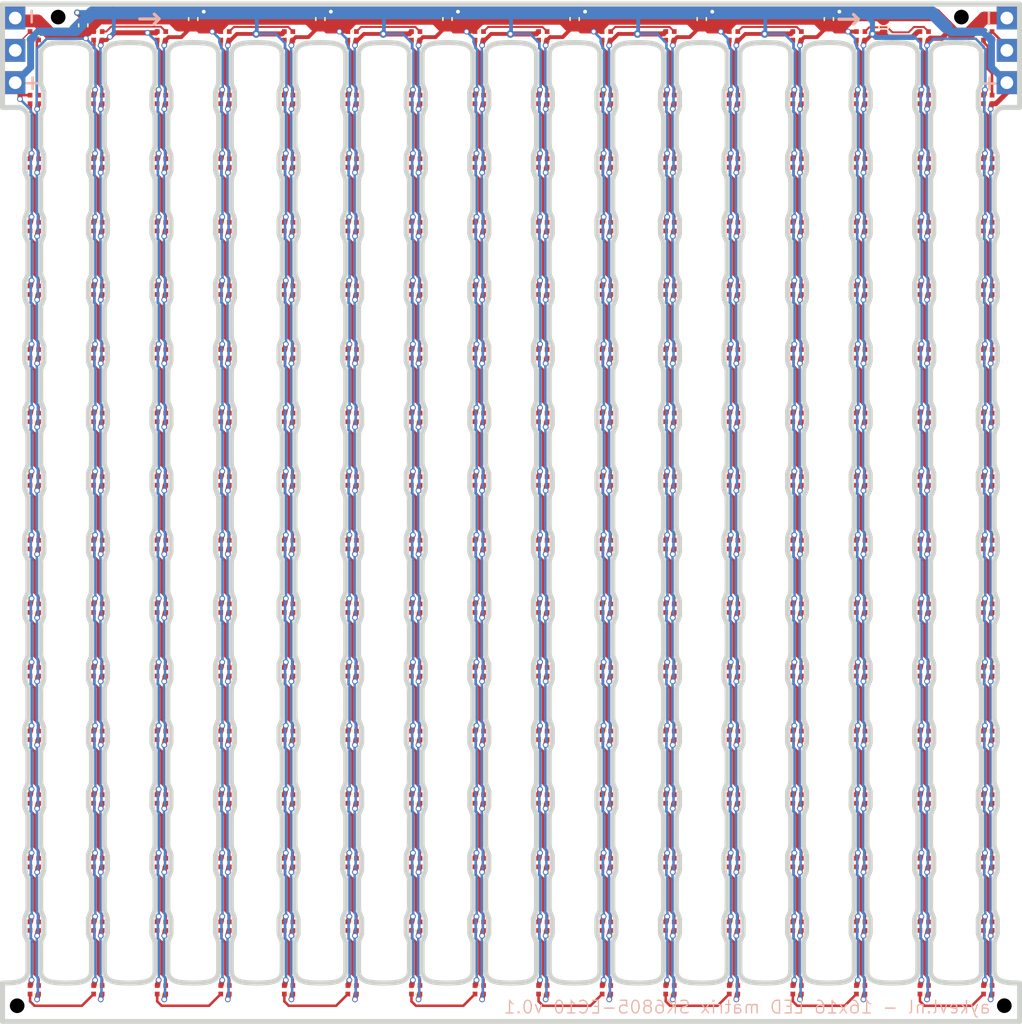
<source format=kicad_pcb>
(kicad_pcb (version 20241229) (generator "pcbnew") (generator_version "9.0")
  (layers (0 "F.Cu" signal) (2 "B.Cu" signal) (13 "F.Paste" user) (15 "B.Paste" user) (5 "F.SilkS" user "F.Silkscreen") (7 "B.SilkS" user "B.Silkscreen") (1 "F.Mask" user) (3 "B.Mask" user) (25 "Edge.Cuts" user))
  (net 0 "")
  (net 1 "Net-(D1-DOUT)")
  (net 2 "Net-(D1-DIN)")
  (net 3 "GND")
  (net 4 "VCC")
  (net 5 "Net-(D2-DOUT)")
  (net 6 "Net-(D3-DOUT)")
  (net 7 "Net-(D4-DOUT)")
  (net 8 "Net-(D5-DOUT)")
  (net 9 "Net-(D6-DOUT)")
  (net 10 "Net-(D7-DOUT)")
  (net 11 "Net-(D8-DOUT)")
  (net 12 "Net-(D10-DIN)")
  (net 13 "Net-(D10-DOUT)")
  (net 14 "Net-(D11-DOUT)")
  (net 15 "Net-(D12-DOUT)")
  (net 16 "Net-(D13-DOUT)")
  (net 17 "Net-(D14-DOUT)")
  (net 18 "Net-(D15-DOUT)")
  (net 19 "Net-(D16-DOUT)")
  (net 20 "Net-(D17-DOUT)")
  (net 21 "Net-(D17-DIN)")
  (net 22 "Net-(D18-DIN)")
  (net 23 "Net-(D19-DIN)")
  (net 24 "Net-(D20-DIN)")
  (net 25 "Net-(D21-DIN)")
  (net 26 "Net-(D22-DIN)")
  (net 27 "Net-(D23-DIN)")
  (net 28 "Net-(D24-DIN)")
  (net 29 "Net-(D25-DIN)")
  (net 30 "Net-(D26-DIN)")
  (net 31 "Net-(D27-DIN)")
  (net 32 "Net-(D28-DIN)")
  (net 33 "Net-(D29-DIN)")
  (net 34 "Net-(D30-DIN)")
  (net 35 "Net-(D31-DIN)")
  (net 36 "Net-(D33-DOUT)")
  (net 37 "Net-(D34-DOUT)")
  (net 38 "Net-(D35-DOUT)")
  (net 39 "Net-(D36-DOUT)")
  (net 40 "Net-(D37-DOUT)")
  (net 41 "Net-(D38-DOUT)")
  (net 42 "Net-(D39-DOUT)")
  (net 43 "Net-(D40-DOUT)")
  (net 44 "Net-(D41-DOUT)")
  (net 45 "Net-(D42-DOUT)")
  (net 46 "Net-(D43-DOUT)")
  (net 47 "Net-(D44-DOUT)")
  (net 48 "Net-(D45-DOUT)")
  (net 49 "Net-(D46-DOUT)")
  (net 50 "Net-(D47-DOUT)")
  (net 51 "Net-(D48-DOUT)")
  (net 52 "Net-(D49-DOUT)")
  (net 53 "Net-(D49-DIN)")
  (net 54 "Net-(D50-DIN)")
  (net 55 "Net-(D51-DIN)")
  (net 56 "Net-(D52-DIN)")
  (net 57 "Net-(D53-DIN)")
  (net 58 "Net-(D54-DIN)")
  (net 59 "Net-(D55-DIN)")
  (net 60 "Net-(D56-DIN)")
  (net 61 "Net-(D57-DIN)")
  (net 62 "Net-(D58-DIN)")
  (net 63 "Net-(D59-DIN)")
  (net 64 "Net-(D60-DIN)")
  (net 65 "Net-(D61-DIN)")
  (net 66 "Net-(D62-DIN)")
  (net 67 "Net-(D63-DIN)")
  (net 68 "Net-(D65-DOUT)")
  (net 69 "Net-(D66-DOUT)")
  (net 70 "Net-(D67-DOUT)")
  (net 71 "Net-(D68-DOUT)")
  (net 72 "Net-(D69-DOUT)")
  (net 73 "Net-(D70-DOUT)")
  (net 74 "Net-(D71-DOUT)")
  (net 75 "Net-(D72-DOUT)")
  (net 76 "Net-(D73-DOUT)")
  (net 77 "Net-(D74-DOUT)")
  (net 78 "Net-(D75-DOUT)")
  (net 79 "Net-(D76-DOUT)")
  (net 80 "Net-(D77-DOUT)")
  (net 81 "Net-(D78-DOUT)")
  (net 82 "Net-(D79-DOUT)")
  (net 83 "Net-(D80-DOUT)")
  (net 84 "Net-(D81-DOUT)")
  (net 85 "Net-(D81-DIN)")
  (net 86 "Net-(D82-DIN)")
  (net 87 "Net-(D83-DIN)")
  (net 88 "Net-(D84-DIN)")
  (net 89 "Net-(D85-DIN)")
  (net 90 "Net-(D86-DIN)")
  (net 91 "Net-(D87-DIN)")
  (net 92 "Net-(D88-DIN)")
  (net 93 "Net-(D89-DIN)")
  (net 94 "Net-(D90-DIN)")
  (net 95 "Net-(D91-DIN)")
  (net 96 "Net-(D92-DIN)")
  (net 97 "Net-(D93-DIN)")
  (net 98 "Net-(D94-DIN)")
  (net 99 "Net-(D95-DIN)")
  (net 100 "Net-(D97-DOUT)")
  (net 101 "Net-(D98-DOUT)")
  (net 102 "Net-(D100-DIN)")
  (net 103 "Net-(D100-DOUT)")
  (net 104 "Net-(D101-DOUT)")
  (net 105 "Net-(D102-DOUT)")
  (net 106 "Net-(D103-DOUT)")
  (net 107 "Net-(D104-DOUT)")
  (net 108 "Net-(D105-DOUT)")
  (net 109 "Net-(D106-DOUT)")
  (net 110 "Net-(D107-DOUT)")
  (net 111 "Net-(D108-DOUT)")
  (net 112 "Net-(D109-DOUT)")
  (net 113 "Net-(D110-DOUT)")
  (net 114 "Net-(D111-DOUT)")
  (net 115 "Net-(D112-DOUT)")
  (net 116 "Net-(D113-DIN)")
  (net 117 "Net-(D113-DOUT)")
  (net 118 "Net-(D114-DIN)")
  (net 119 "Net-(D115-DIN)")
  (net 120 "Net-(D116-DIN)")
  (net 121 "Net-(D117-DIN)")
  (net 122 "Net-(D118-DIN)")
  (net 123 "Net-(D119-DIN)")
  (net 124 "Net-(D120-DIN)")
  (net 125 "Net-(D121-DIN)")
  (net 126 "Net-(D122-DIN)")
  (net 127 "Net-(D123-DIN)")
  (net 128 "Net-(D124-DIN)")
  (net 129 "Net-(D125-DIN)")
  (net 130 "Net-(D126-DIN)")
  (net 131 "Net-(D127-DIN)")
  (net 132 "Net-(D129-DOUT)")
  (net 133 "Net-(D130-DOUT)")
  (net 134 "Net-(D131-DOUT)")
  (net 135 "Net-(D132-DOUT)")
  (net 136 "Net-(D133-DOUT)")
  (net 137 "Net-(D134-DOUT)")
  (net 138 "Net-(D135-DOUT)")
  (net 139 "Net-(D136-DOUT)")
  (net 140 "Net-(D137-DOUT)")
  (net 141 "Net-(D138-DOUT)")
  (net 142 "Net-(D139-DOUT)")
  (net 143 "Net-(D140-DOUT)")
  (net 144 "Net-(D141-DOUT)")
  (net 145 "Net-(D142-DOUT)")
  (net 146 "Net-(D143-DOUT)")
  (net 147 "Net-(D144-DOUT)")
  (net 148 "Net-(D145-DIN)")
  (net 149 "Net-(D145-DOUT)")
  (net 150 "Net-(D146-DIN)")
  (net 151 "Net-(D147-DIN)")
  (net 152 "Net-(D148-DIN)")
  (net 153 "Net-(D149-DIN)")
  (net 154 "Net-(D150-DIN)")
  (net 155 "Net-(D151-DIN)")
  (net 156 "Net-(D152-DIN)")
  (net 157 "Net-(D153-DIN)")
  (net 158 "Net-(D154-DIN)")
  (net 159 "Net-(D155-DIN)")
  (net 160 "Net-(D156-DIN)")
  (net 161 "Net-(D157-DIN)")
  (net 162 "Net-(D158-DIN)")
  (net 163 "Net-(D159-DIN)")
  (net 164 "Net-(D161-DOUT)")
  (net 165 "Net-(D162-DOUT)")
  (net 166 "Net-(D163-DOUT)")
  (net 167 "Net-(D164-DOUT)")
  (net 168 "Net-(D165-DOUT)")
  (net 169 "Net-(D166-DOUT)")
  (net 170 "Net-(D167-DOUT)")
  (net 171 "Net-(D168-DOUT)")
  (net 172 "Net-(D169-DOUT)")
  (net 173 "Net-(D170-DOUT)")
  (net 174 "Net-(D171-DOUT)")
  (net 175 "Net-(D172-DOUT)")
  (net 176 "Net-(D173-DOUT)")
  (net 177 "Net-(D174-DOUT)")
  (net 178 "Net-(D175-DOUT)")
  (net 179 "Net-(D176-DOUT)")
  (net 180 "Net-(D177-DIN)")
  (net 181 "Net-(D177-DOUT)")
  (net 182 "Net-(D178-DIN)")
  (net 183 "Net-(D179-DIN)")
  (net 184 "Net-(D180-DIN)")
  (net 185 "Net-(D181-DIN)")
  (net 186 "Net-(D182-DIN)")
  (net 187 "Net-(D183-DIN)")
  (net 188 "Net-(D184-DIN)")
  (net 189 "Net-(D185-DIN)")
  (net 190 "Net-(D186-DIN)")
  (net 191 "Net-(D187-DIN)")
  (net 192 "Net-(D188-DIN)")
  (net 193 "Net-(D189-DIN)")
  (net 194 "Net-(D190-DIN)")
  (net 195 "Net-(D191-DIN)")
  (net 196 "Net-(D193-DOUT)")
  (net 197 "Net-(D194-DOUT)")
  (net 198 "Net-(D195-DOUT)")
  (net 199 "Net-(D196-DOUT)")
  (net 200 "Net-(D197-DOUT)")
  (net 201 "Net-(D198-DOUT)")
  (net 202 "Net-(D199-DOUT)")
  (net 203 "Net-(D200-DOUT)")
  (net 204 "Net-(D201-DOUT)")
  (net 205 "Net-(D202-DOUT)")
  (net 206 "Net-(D203-DOUT)")
  (net 207 "Net-(D204-DOUT)")
  (net 208 "Net-(D205-DOUT)")
  (net 209 "Net-(D206-DOUT)")
  (net 210 "Net-(D207-DOUT)")
  (net 211 "Net-(D208-DOUT)")
  (net 212 "Net-(D209-DOUT)")
  (net 213 "Net-(D209-DIN)")
  (net 214 "Net-(D210-DIN)")
  (net 215 "Net-(D211-DIN)")
  (net 216 "Net-(D212-DIN)")
  (net 217 "Net-(D213-DIN)")
  (net 218 "Net-(D214-DIN)")
  (net 219 "Net-(D215-DIN)")
  (net 220 "Net-(D216-DIN)")
  (net 221 "Net-(D217-DIN)")
  (net 222 "Net-(D218-DIN)")
  (net 223 "Net-(D219-DIN)")
  (net 224 "Net-(D220-DIN)")
  (net 225 "Net-(D221-DIN)")
  (net 226 "Net-(D222-DIN)")
  (net 227 "Net-(D223-DIN)")
  (net 228 "Net-(D225-DOUT)")
  (net 229 "Net-(D226-DOUT)")
  (net 230 "Net-(D227-DOUT)")
  (net 231 "Net-(D228-DOUT)")
  (net 232 "Net-(D229-DOUT)")
  (net 233 "Net-(D230-DOUT)")
  (net 234 "Net-(D231-DOUT)")
  (net 235 "Net-(D232-DOUT)")
  (net 236 "Net-(D233-DOUT)")
  (net 237 "Net-(D234-DOUT)")
  (net 238 "Net-(D235-DOUT)")
  (net 239 "Net-(D236-DOUT)")
  (net 240 "Net-(D237-DOUT)")
  (net 241 "Net-(D238-DOUT)")
  (net 242 "Net-(D239-DOUT)")
  (net 243 "Net-(D240-DOUT)")
  (net 244 "Net-(D241-DOUT)")
  (net 245 "Net-(D241-DIN)")
  (net 246 "Net-(D242-DIN)")
  (net 247 "Net-(D243-DIN)")
  (net 248 "Net-(D244-DIN)")
  (net 249 "Net-(D245-DIN)")
  (net 250 "Net-(D246-DIN)")
  (net 251 "Net-(D247-DIN)")
  (net 252 "Net-(D248-DIN)")
  (net 253 "Net-(D249-DIN)")
  (net 254 "Net-(D250-DIN)")
  (net 255 "Net-(D251-DIN)")
  (net 256 "Net-(D252-DIN)")
  (net 257 "Net-(D253-DIN)")
  (net 258 "Net-(D254-DIN)")
  (net 259 "Net-(D255-DIN)")
  (footprint "Custom:SK6805-EC10" (layer "F.Cu") (at 110 60 180)
    (property "Reference" "D195")
    (property "Value" "SK6805" (hide yes))
  )
  (footprint "Custom:SK6805-EC10" (layer "F.Cu") (at 105 85)
    (property "Reference" "D184")
    (property "Value" "SK6805" (hide yes))
  )
  (footprint "Custom:SK6805-EC10" (layer "F.Cu") (at 50 55 180)
    (property "Reference" "D2")
    (property "Value" "SK6805" (hide yes))
  )
  (footprint "Custom:SK6805-EC10" (layer "F.Cu") (at 55 120)
    (property "Reference" "D31")
    (property "Value" "SK6805" (hide yes))
  )
  (footprint "Custom:SK6805-EC10" (layer "F.Cu") (at 75 125)
    (property "Reference" "D96")
    (property "Value" "SK6805" (hide yes))
  )
  (footprint "Custom:SK6805-EC10" (layer "F.Cu") (at 100 110 180)
    (property "Reference" "D173")
    (property "Value" "SK6805" (hide yes))
  )
  (footprint "Custom:SK6805-EC10" (layer "F.Cu") (at 50 85 180)
    (property "Reference" "D8")
    (property "Value" "SK6805" (hide yes))
  )
  (footprint "Custom:SK6805-EC10" (layer "F.Cu") (at 70 85 180)
    (property "Reference" "D72")
    (property "Value" "SK6805" (hide yes))
  )
  (footprint "Custom:SK6805-EC10" (layer "F.Cu") (at 125 105)
    (property "Reference" "D252")
    (property "Value" "SK6805" (hide yes))
  )
  (footprint "Custom:SK6805-EC10" (layer "F.Cu") (at 120 70 180)
    (property "Reference" "D229")
    (property "Value" "SK6805" (hide yes))
  )
  (footprint "Custom:SK6805-EC10" (layer "F.Cu") (at 105 100)
    (property "Reference" "D187")
    (property "Value" "SK6805" (hide yes))
  )
  (footprint "Custom:SK6805-EC10" (layer "F.Cu") (at 110 120 180)
    (property "Reference" "D207")
    (property "Value" "SK6805" (hide yes))
  )
  (footprint "Custom:SK6805-EC10" (layer "F.Cu") (at 125 80)
    (property "Reference" "D247")
    (property "Value" "SK6805" (hide yes))
  )
  (footprint "Custom:ToolingHole_JLCPCB" (layer "F.Cu") (at 51.875 48.525)
    (property "Reference" "REF**" (hide yes))
    (property "Value" "ToolingHole_JLCPCB" (hide yes))
  )
  (footprint "Custom:SK6805-EC10" (layer "F.Cu") (at 50 65 180)
    (property "Reference" "D4")
    (property "Value" "SK6805" (hide yes))
  )
  (footprint "Custom:SK6805-EC10" (layer "F.Cu") (at 105 65)
    (property "Reference" "D180")
    (property "Value" "SK6805" (hide yes))
  )
  (footprint "Custom:SK6805-EC10" (layer "F.Cu") (at 75 50)
    (property "Reference" "D81" (hide yes))
    (property "Value" "SK6805" (hide yes))
  )
  (footprint "Custom:SK6805-EC10" (layer "F.Cu") (at 75 85)
    (property "Reference" "D88")
    (property "Value" "SK6805" (hide yes))
  )
  (footprint "Custom:SK6805-EC10" (layer "F.Cu") (at 65 75)
    (property "Reference" "D54")
    (property "Value" "SK6805" (hide yes))
  )
  (footprint "Custom:SK6805-EC10" (layer "F.Cu") (at 115 50)
    (property "Reference" "D209" (hide yes))
    (property "Value" "SK6805" (hide yes))
  )
  (footprint "Custom:SK6805-EC10" (layer "F.Cu") (at 70 115 180)
    (property "Reference" "D78")
    (property "Value" "SK6805" (hide yes))
  )
  (footprint "Custom:SK6805-EC10" (layer "F.Cu") (at 95 70)
    (property "Reference" "D149")
    (property "Value" "SK6805" (hide yes))
  )
  (footprint "Custom:SK6805-EC10" (layer "F.Cu") (at 85 70)
    (property "Reference" "D117")
    (property "Value" "SK6805" (hide yes))
  )
  (footprint "Custom:SK6805-EC10" (layer "F.Cu") (at 115 85)
    (property "Reference" "D216")
    (property "Value" "SK6805" (hide yes))
  )
  (footprint "Custom:SK6805-EC10" (layer "F.Cu") (at 95 50)
    (property "Reference" "D145" (hide yes))
    (property "Value" "SK6805" (hide yes))
  )
  (footprint "Custom:SK6805-EC10" (layer "F.Cu") (at 90 70 180)
    (property "Reference" "D133")
    (property "Value" "SK6805" (hide yes))
  )
  (footprint "Custom:SK6805-EC10" (layer "F.Cu") (at 90 90 180)
    (property "Reference" "D137")
    (property "Value" "SK6805" (hide yes))
  )
  (footprint "Custom:SK6805-EC10" (layer "F.Cu") (at 115 95)
    (property "Reference" "D218")
    (property "Value" "SK6805" (hide yes))
  )
  (footprint "Custom:SK6805-EC10" (layer "F.Cu") (at 120 110 180)
    (property "Reference" "D237")
    (property "Value" "SK6805" (hide yes))
  )
  (footprint "Custom:SK6805-EC10" (layer "F.Cu") (at 65 115)
    (property "Reference" "D62")
    (property "Value" "SK6805" (hide yes))
  )
  (footprint "Custom:SK6805-EC10" (layer "F.Cu") (at 100 105 180)
    (property "Reference" "D172")
    (property "Value" "SK6805" (hide yes))
  )
  (footprint "Custom:SK6805-EC10" (layer "F.Cu") (at 100 90 180)
    (property "Reference" "D169")
    (property "Value" "SK6805" (hide yes))
  )
  (footprint "Custom:SK6805-EC10" (layer "F.Cu") (at 110 50 180)
    (property "Reference" "D193" (hide yes))
    (property "Value" "SK6805" (hide yes))
  )
  (footprint "Custom:SK6805-EC10" (layer "F.Cu") (at 75 95)
    (property "Reference" "D90")
    (property "Value" "SK6805" (hide yes))
  )
  (footprint "Custom:SK6805-EC10" (layer "F.Cu") (at 85 80)
    (property "Reference" "D119")
    (property "Value" "SK6805" (hide yes))
  )
  (footprint "Custom:SK6805-EC10" (layer "F.Cu") (at 80 100 180)
    (property "Reference" "D107")
    (property "Value" "SK6805" (hide yes))
  )
  (footprint "Custom:SK6805-EC10" (layer "F.Cu") (at 55 125)
    (property "Reference" "D32")
    (property "Value" "SK6805" (hide yes))
  )
  (footprint "Custom:SK6805-EC10" (layer "F.Cu") (at 125 120)
    (property "Reference" "D255")
    (property "Value" "SK6805" (hide yes))
  )
  (footprint "Custom:SK6805-EC10" (layer "F.Cu") (at 125 70)
    (property "Reference" "D245")
    (property "Value" "SK6805" (hide yes))
  )
  (footprint "Custom:SK6805-EC10" (layer "F.Cu") (at 115 65)
    (property "Reference" "D212")
    (property "Value" "SK6805" (hide yes))
  )
  (footprint "Custom:SK6805-EC10" (layer "F.Cu") (at 95 85)
    (property "Reference" "D152")
    (property "Value" "SK6805" (hide yes))
  )
  (footprint "Custom:SK6805-EC10" (layer "F.Cu") (at 105 110)
    (property "Reference" "D189")
    (property "Value" "SK6805" (hide yes))
  )
  (footprint "Custom:SK6805-EC10" (layer "F.Cu") (at 100 125 180)
    (property "Reference" "D176")
    (property "Value" "SK6805" (hide yes))
  )
  (footprint "Custom:SK6805-EC10" (layer "F.Cu") (at 85 105)
    (property "Reference" "D124")
    (property "Value" "SK6805" (hide yes))
  )
  (footprint "Custom:SK6805-EC10" (layer "F.Cu") (at 50 95 180)
    (property "Reference" "D10")
    (property "Value" "SK6805" (hide yes))
  )
  (footprint "Custom:SK6805-EC10" (layer "F.Cu") (at 115 115)
    (property "Reference" "D222")
    (property "Value" "SK6805" (hide yes))
  )
  (footprint "Custom:SK6805-EC10" (layer "F.Cu") (at 60 125 180)
    (property "Reference" "D48")
    (property "Value" "SK6805" (hide yes))
  )
  (footprint "Capacitor_SMD:C_0402_1005Metric" (layer "F.Cu") (at 112.5 48.68 -90)
    (property "Reference" "C7" (hide yes))
    (property "Value" "2.2uF" (hide yes))
  )
  (footprint "Custom:SK6805-EC10" (layer "F.Cu") (at 60 90 180)
    (property "Reference" "D41")
    (property "Value" "SK6805" (hide yes))
  )
  (footprint "Capacitor_SMD:C_0402_1005Metric" (layer "F.Cu") (at 62.5 48.68 -90)
    (property "Reference" "C2" (hide yes))
    (property "Value" "2.2uF" (hide yes))
  )
  (footprint "Custom:SK6805-EC10" (layer "F.Cu") (at 65 120)
    (property "Reference" "D63")
    (property "Value" "SK6805" (hide yes))
  )
  (footprint "Custom:SK6805-EC10" (layer "F.Cu") (at 85 75)
    (property "Reference" "D118")
    (property "Value" "SK6805" (hide yes))
  )
  (footprint "Custom:SK6805-EC10" (layer "F.Cu") (at 60 50 180)
    (property "Reference" "D33" (hide yes))
    (property "Value" "SK6805" (hide yes))
  )
  (footprint "Custom:SK6805-EC10" (layer "F.Cu") (at 70 60 180)
    (property "Reference" "D67")
    (property "Value" "SK6805" (hide yes))
  )
  (footprint "Custom:SK6805-EC10" (layer "F.Cu") (at 80 120 180)
    (property "Reference" "D111")
    (property "Value" "SK6805" (hide yes))
  )
  (footprint "Custom:SK6805-EC10" (layer "F.Cu") (at 85 50)
    (property "Reference" "D113" (hide yes))
    (property "Value" "SK6805" (hide yes))
  )
  (footprint "Custom:SK6805-EC10" (layer "F.Cu") (at 75 70)
    (property "Reference" "D85")
    (property "Value" "SK6805" (hide yes))
  )
  (footprint "Custom:SK6805-EC10" (layer "F.Cu") (at 85 100)
    (property "Reference" "D123")
    (property "Value" "SK6805" (hide yes))
  )
  (footprint "Custom:SK6805-EC10" (layer "F.Cu") (at 65 110)
    (property "Reference" "D61")
    (property "Value" "SK6805" (hide yes))
  )
  (footprint "Custom:SK6805-EC10" (layer "F.Cu") (at 125 55)
    (property "Reference" "D242")
    (property "Value" "SK6805" (hide yes))
  )
  (footprint "Custom:SK6805-EC10" (layer "F.Cu") (at 55 115)
    (property "Reference" "D30")
    (property "Value" "SK6805" (hide yes))
  )
  (footprint "Custom:SK6805-EC10" (layer "F.Cu") (at 100 50 180)
    (property "Reference" "D161" (hide yes))
    (property "Value" "SK6805" (hide yes))
  )
  (footprint "Custom:SK6805-EC10" (layer "F.Cu") (at 75 100)
    (property "Reference" "D91")
    (property "Value" "SK6805" (hide yes))
  )
  (footprint "Capacitor_SMD:C_0402_1005Metric" (layer "F.Cu") (at 53.85 49.175 -90)
    (property "Reference" "C1" (hide yes))
    (property "Value" "2.2uF" (hide yes))
  )
  (footprint "Custom:SK6805-EC10" (layer "F.Cu") (at 110 65 180)
    (property "Reference" "D196")
    (property "Value" "SK6805" (hide yes))
  )
  (footprint "Custom:SK6805-EC10" (layer "F.Cu") (at 115 55)
    (property "Reference" "D210")
    (property "Value" "SK6805" (hide yes))
  )
  (footprint "Custom:SK6805-EC10" (layer "F.Cu") (at 95 60)
    (property "Reference" "D147")
    (property "Value" "SK6805" (hide yes))
  )
  (footprint "Custom:SK6805-EC10" (layer "F.Cu") (at 105 125)
    (property "Reference" "D192")
    (property "Value" "SK6805" (hide yes))
  )
  (footprint "Custom:SK6805-EC10" (layer "F.Cu") (at 90 75 180)
    (property "Reference" "D134")
    (property "Value" "SK6805" (hide yes))
  )
  (footprint "Custom:SK6805-EC10" (layer "F.Cu") (at 65 105)
    (property "Reference" "D60")
    (property "Value" "SK6805" (hide yes))
  )
  (footprint "Custom:SK6805-EC10" (layer "F.Cu") (at 60 115 180)
    (property "Reference" "D46")
    (property "Value" "SK6805" (hide yes))
  )
  (footprint "Custom:SK6805-EC10" (layer "F.Cu") (at 50 70 180)
    (property "Reference" "D5")
    (property "Value" "SK6805" (hide yes))
  )
  (footprint "Custom:SK6805-EC10" (layer "F.Cu") (at 80 75 180)
    (property "Reference" "D102")
    (property "Value" "SK6805" (hide yes))
  )
  (footprint "Custom:SK6805-EC10" (layer "F.Cu") (at 85 110)
    (property "Reference" "D125")
    (property "Value" "SK6805" (hide yes))
  )
  (footprint "Custom:SK6805-EC10" (layer "F.Cu") (at 120 55 180)
    (property "Reference" "D226")
    (property "Value" "SK6805" (hide yes))
  )
  (footprint "Custom:SK6805-EC10" (layer "F.Cu") (at 120 115 180)
    (property "Reference" "D238")
    (property "Value" "SK6805" (hide yes))
  )
  (footprint "Custom:SK6805-EC10" (layer "F.Cu") (at 60 80 180)
    (property "Reference" "D39")
    (property "Value" "SK6805" (hide yes))
  )
  (footprint "Custom:SK6805-EC10" (layer "F.Cu") (at 100 95 180)
    (property "Reference" "D170")
    (property "Value" "SK6805" (hide yes))
  )
  (footprint "Custom:SK6805-EC10" (layer "F.Cu") (at 90 115 180)
    (property "Reference" "D142")
    (property "Value" "SK6805" (hide yes))
  )
  (footprint "Custom:SK6805-EC10" (layer "F.Cu") (at 125 65)
    (property "Reference" "D244")
    (property "Value" "SK6805" (hide yes))
  )
  (footprint "Custom:SK6805-EC10" (layer "F.Cu") (at 65 95)
    (property "Reference" "D58")
    (property "Value" "SK6805" (hide yes))
  )
  (footprint "Custom:SK6805-EC10" (layer "F.Cu") (at 90 80 180)
    (property "Reference" "D135")
    (property "Value" "SK6805" (hide yes))
  )
  (footprint "Custom:SK6805-EC10" (layer "F.Cu") (at 50 90 180)
    (property "Reference" "D9")
    (property "Value" "SK6805" (hide yes))
  )
  (footprint "Custom:SK6805-EC10" (layer "F.Cu") (at 95 115)
    (property "Reference" "D158")
    (property "Value" "SK6805" (hide yes))
  )
  (footprint "Custom:SK6805-EC10" (layer "F.Cu") (at 90 110 180)
    (property "Reference" "D141")
    (property "Value" "SK6805" (hide yes))
  )
  (footprint "Custom:SK6805-EC10" (layer "F.Cu") (at 50 115 180)
    (property "Reference" "D14")
    (property "Value" "SK6805" (hide yes))
  )
  (footprint "Custom:SK6805-EC10" (layer "F.Cu") (at 95 75)
    (property "Reference" "D150")
    (property "Value" "SK6805" (hide yes))
  )
  (footprint "Custom:SK6805-EC10" (layer "F.Cu") (at 55 55)
    (property "Reference" "D18")
    (property "Value" "SK6805" (hide yes))
  )
  (footprint "Custom:SK6805-EC10" (layer "F.Cu") (at 110 105 180)
    (property "Reference" "D204")
    (property "Value" "SK6805" (hide yes))
  )
  (footprint "Custom:SK6805-EC10" (layer "F.Cu") (at 95 80)
    (property "Reference" "D151")
    (property "Value" "SK6805" (hide yes))
  )
  (footprint "Custom:SK6805-EC10" (layer "F.Cu") (at 50 80 180)
    (property "Reference" "D7")
    (property "Value" "SK6805" (hide yes))
  )
  (footprint "Custom:SK6805-EC10" (layer "F.Cu") (at 60 65 180)
    (property "Reference" "D36")
    (property "Value" "SK6805" (hide yes))
  )
  (footprint "Custom:SK6805-EC10" (layer "F.Cu") (at 50 60 180)
    (property "Reference" "D3")
    (property "Value" "SK6805" (hide yes))
  )
  (footprint "Custom:WS2812-conn" (layer "F.Cu") (at 48.5 53.68 90)
    (property "Reference" "J1" (hide yes))
    (property "Value" "Conn_01x03" (hide yes))
  )
  (footprint "Custom:SK6805-EC10" (layer "F.Cu") (at 50 105 180)
    (property "Reference" "D12")
    (property "Value" "SK6805" (hide yes))
  )
  (footprint "Custom:SK6805-EC10" (layer "F.Cu") (at 90 125 180)
    (property "Reference" "D144")
    (property "Value" "SK6805" (hide yes))
  )
  (footprint "Custom:ToolingHole_JLCPCB" (layer "F.Cu") (at 122.925 48.525)
    (property "Reference" "REF**" (hide yes))
    (property "Value" "ToolingHole_JLCPCB" (hide yes))
  )
  (footprint "Custom:SK6805-EC10" (layer "F.Cu") (at 70 50 180)
    (property "Reference" "D65" (hide yes))
    (property "Value" "SK6805" (hide yes))
  )
  (footprint "Custom:SK6805-EC10" (layer "F.Cu") (at 55 90)
    (property "Reference" "D25")
    (property "Value" "SK6805" (hide yes))
  )
  (footprint "Custom:SK6805-EC10" (layer "F.Cu") (at 95 125)
    (property "Reference" "D160")
    (property "Value" "SK6805" (hide yes))
  )
  (footprint "Custom:ToolingHole_JLCPCB" (layer "F.Cu") (at 48.65 126.256503)
    (property "Reference" "REF**" (hide yes))
    (property "Value" "ToolingHole_JLCPCB" (hide yes))
  )
  (footprint "Custom:SK6805-EC10" (layer "F.Cu") (at 125 110)
    (property "Reference" "D253")
    (property "Value" "SK6805" (hide yes))
  )
  (footprint "Capacitor_SMD:C_0402_1005Metric" (layer "F.Cu") (at 72.5 48.68 -90)
    (property "Reference" "C3" (hide yes))
    (property "Value" "2.2uF" (hide yes))
  )
  (footprint "Custom:SK6805-EC10" (layer "F.Cu") (at 60 75 180)
    (property "Reference" "D38")
    (property "Value" "SK6805" (hide yes))
  )
  (footprint "Custom:SK6805-EC10" (layer "F.Cu") (at 55 65)
    (property "Reference" "D20")
    (property "Value" "SK6805" (hide yes))
  )
  (footprint "Custom:SK6805-EC10" (layer "F.Cu") (at 90 95 180)
    (property "Reference" "D138")
    (property "Value" "SK6805" (hide yes))
  )
  (footprint "Custom:SK6805-EC10" (layer "F.Cu") (at 75 120)
    (property "Reference" "D95")
    (property "Value" "SK6805" (hide yes))
  )
  (footprint "Custom:SK6805-EC10" (layer "F.Cu") (at 120 60 180)
    (property "Reference" "D227")
    (property "Value" "SK6805" (hide yes))
  )
  (footprint "Custom:SK6805-EC10" (layer "F.Cu") (at 60 120 180)
    (property "Reference" "D47")
    (property "Value" "SK6805" (hide yes))
  )
  (footprint "Custom:SK6805-EC10" (layer "F.Cu") (at 125 125)
    (property "Reference" "D256")
    (property "Value" "SK6805" (hide yes))
  )
  (footprint "Custom:SK6805-EC10" (layer "F.Cu") (at 115 75)
    (property "Reference" "D214")
    (property "Value" "SK6805" (hide yes))
  )
  (footprint "Custom:SK6805-EC10" (layer "F.Cu") (at 105 105)
    (property "Reference" "D188")
    (property "Value" "SK6805" (hide yes))
  )
  (footprint "Custom:SK6805-EC10" (layer "F.Cu") (at 70 80 180)
    (property "Reference" "D71")
    (property "Value" "SK6805" (hide yes))
  )
  (footprint "Custom:SK6805-EC10" (layer "F.Cu") (at 55 75)
    (property "Reference" "D22")
    (property "Value" "SK6805" (hide yes))
  )
  (footprint "Custom:SK6805-EC10" (layer "F.Cu") (at 115 70)
    (property "Reference" "D213")
    (property "Value" "SK6805" (hide yes))
  )
  (footprint "Custom:SK6805-EC10" (layer "F.Cu") (at 55 50)
    (property "Reference" "D17" (hide yes))
    (property "Value" "SK6805" (hide yes))
  )
  (footprint "Custom:SK6805-EC10" (layer "F.Cu") (at 105 120)
    (property "Reference" "D191")
    (property "Value" "SK6805" (hide yes))
  )
  (footprint "Custom:SK6805-EC10" (layer "F.Cu") (at 105 60)
    (property "Reference" "D179")
    (property "Value" "SK6805" (hide yes))
  )
  (footprint "Custom:SK6805-EC10" (layer "F.Cu") (at 80 70 180)
    (property "Reference" "D101")
    (property "Value" "SK6805" (hide yes))
  )
  (footprint "Custom:SK6805-EC10" (layer "F.Cu") (at 105 115)
    (property "Reference" "D190")
    (property "Value" "SK6805" (hide yes))
  )
  (footprint "Custom:SK6805-EC10" (layer "F.Cu") (at 50 50 -90)
    (property "Reference" "D1")
    (property "Value" "SK6805" (hide yes))
  )
  (footprint "Custom:SK6805-EC10" (layer "F.Cu") (at 55 95)
    (property "Reference" "D26")
    (property "Value" "SK6805" (hide yes))
  )
  (footprint "Custom:SK6805-EC10" (layer "F.Cu") (at 100 60 180)
    (property "Reference" "D163")
    (property "Value" "SK6805" (hide yes))
  )
  (footprint "Custom:SK6805-EC10" (layer "F.Cu") (at 55 60)
    (property "Reference" "D19")
    (property "Value" "SK6805" (hide yes))
  )
  (footprint "Custom:SK6805-EC10" (layer "F.Cu") (at 105 90)
    (property "Reference" "D185")
    (property "Value" "SK6805" (hide yes))
  )
  (footprint "Custom:SK6805-EC10" (layer "F.Cu") (at 70 120 180)
    (property "Reference" "D79")
    (property "Value" "SK6805" (hide yes))
  )
  (footprint "Custom:SK6805-EC10" (layer "F.Cu") (at 55 85)
    (property "Reference" "D24")
    (property "Value" "SK6805" (hide yes))
  )
  (footprint "Custom:SK6805-EC10" (layer "F.Cu") (at 125 100)
    (property "Reference" "D251")
    (property "Value" "SK6805" (hide yes))
  )
  (footprint "Capacitor_SMD:C_0402_1005Metric" (layer "F.Cu") (at 116.8 49.305 90)
    (property "Reference" "C8" (hide yes))
    (property "Value" "2.2uF" (hide yes))
  )
  (footprint "Custom:SK6805-EC10" (layer "F.Cu") (at 115 105)
    (property "Reference" "D220")
    (property "Value" "SK6805" (hide yes))
  )
  (footprint "Custom:SK6805-EC10" (layer "F.Cu") (at 95 90)
    (property "Reference" "D153")
    (property "Value" "SK6805" (hide yes))
  )
  (footprint "Custom:SK6805-EC10" (layer "F.Cu") (at 95 105)
    (property "Reference" "D156")
    (property "Value" "SK6805" (hide yes))
  )
  (footprint "Custom:SK6805-EC10" (layer "F.Cu") (at 80 65 180)
    (property "Reference" "D100")
    (property "Value" "SK6805" (hide yes))
  )
  (footprint "Custom:SK6805-EC10" (layer "F.Cu") (at 70 65 180)
    (property "Reference" "D68")
    (property "Value" "SK6805" (hide yes))
  )
  (footprint "Custom:SK6805-EC10" (layer "F.Cu") (at 75 115)
    (property "Reference" "D94")
    (property "Value" "SK6805" (hide yes))
  )
  (footprint "Custom:SK6805-EC10" (layer "F.Cu") (at 115 125)
    (property "Reference" "D224")
    (property "Value" "SK6805" (hide yes))
  )
  (footprint "Custom:SK6805-EC10" (layer "F.Cu") (at 125 115)
    (property "Reference" "D254")
    (property "Value" "SK6805" (hide yes))
  )
  (footprint "Custom:SK6805-EC10" (layer "F.Cu") (at 85 115)
    (property "Reference" "D126")
    (property "Value" "SK6805" (hide yes))
  )
  (footprint "Custom:SK6805-EC10" (layer "F.Cu") (at 105 80)
    (property "Reference" "D183")
    (property "Value" "SK6805" (hide yes))
  )
  (footprint "Custom:SK6805-EC10" (layer "F.Cu") (at 65 50)
    (property "Reference" "D49" (hide yes))
    (property "Value" "SK6805" (hide yes))
  )
  (footprint "Custom:SK6805-EC10" (layer "F.Cu") (at 55 100)
    (property "Reference" "D27")
    (property "Value" "SK6805" (hide yes))
  )
  (footprint "Custom:SK6805-EC10" (layer "F.Cu") (at 90 105 180)
    (property "Reference" "D140")
    (property "Value" "SK6805" (hide yes))
  )
  (footprint "Custom:SK6805-EC10" (layer "F.Cu") (at 75 65)
    (property "Reference" "D84")
    (property "Value" "SK6805" (hide yes))
  )
  (footprint "Custom:SK6805-EC10" (layer "F.Cu") (at 110 95 180)
    (property "Reference" "D202")
    (property "Value" "SK6805" (hide yes))
  )
  (footprint "Custom:SK6805-EC10" (layer "F.Cu") (at 110 85 180)
    (property "Reference" "D200")
    (property "Value" "SK6805" (hide yes))
  )
  (footprint "Custom:SK6805-EC10" (layer "F.Cu") (at 120 85 180)
    (property "Reference" "D232")
    (property "Value" "SK6805" (hide yes))
  )
  (footprint "Custom:SK6805-EC10" (layer "F.Cu") (at 85 90)
    (property "Reference" "D121")
    (property "Value" "SK6805" (hide yes))
  )
  (footprint "Custom:SK6805-EC10" (layer "F.Cu") (at 80 95 180)
    (property "Reference" "D106")
    (property "Value" "SK6805" (hide yes))
  )
  (footprint "Custom:SK6805-EC10" (layer "F.Cu") (at 65 125)
    (property "Reference" "D64")
    (property "Value" "SK6805" (hide yes))
  )
  (footprint "Custom:SK6805-EC10" (layer "F.Cu") (at 70 100 180)
    (property "Reference" "D75")
    (property "Value" "SK6805" (hide yes))
  )
  (footprint "Custom:SK6805-EC10" (layer "F.Cu") (at 90 85 180)
    (property "Reference" "D136")
    (property "Value" "SK6805" (hide yes))
  )
  (footprint "Custom:SK6805-EC10" (layer "F.Cu") (at 95 110)
    (property "Reference" "D157")
    (property "Value" "SK6805" (hide yes))
  )
  (footprint "Custom:SK6805-EC10" (layer "F.Cu") (at 120 65 180)
    (property "Reference" "D228")
    (property "Value" "SK6805" (hide yes))
  )
  (footprint "Custom:SK6805-EC10" (layer "F.Cu") (at 110 100 180)
    (property "Reference" "D203")
    (property "Value" "SK6805" (hide yes))
  )
  (footprint "Custom:SK6805-EC10" (layer "F.Cu") (at 85 95)
    (property "Reference" "D122")
    (property "Value" "SK6805" (hide yes))
  )
  (footprint "Custom:SK6805-EC10" (layer "F.Cu") (at 50 120 180)
    (property "Reference" "D15")
    (property "Value" "SK6805" (hide yes))
  )
  (footprint "Custom:SK6805-EC10" (layer "F.Cu") (at 125 85)
    (property "Reference" "D248")
    (property "Value" "SK6805" (hide yes))
  )
  (footprint "Custom:SK6805-EC10" (layer "F.Cu") (at 105 55)
    (property "Reference" "D178")
    (property "Value" "SK6805" (hide yes))
  )
  (footprint "Custom:SK6805-EC10" (layer "F.Cu") (at 85 85)
    (property "Reference" "D120")
    (property "Value" "SK6805" (hide yes))
  )
  (footprint "Custom:SK6805-EC10" (layer "F.Cu") (at 100 55 180)
    (property "Reference" "D162")
    (property "Value" "SK6805" (hide yes))
  )
  (footprint "Custom:SK6805-EC10" (layer "F.Cu") (at 105 50)
    (property "Reference" "D177" (hide yes))
    (property "Value" "SK6805" (hide yes))
  )
  (footprint "Custom:SK6805-EC10" (layer "F.Cu") (at 95 55)
    (property "Reference" "D146")
    (property "Value" "SK6805" (hide yes))
  )
  (footprint "Custom:SK6805-EC10" (layer "F.Cu") (at 65 90)
    (property "Reference" "D57")
    (property "Value" "SK6805" (hide yes))
  )
  (footprint "Custom:SK6805-EC10" (layer "F.Cu") (at 80 50 180)
    (property "Reference" "D97" (hide yes))
    (property "Value" "SK6805" (hide yes))
  )
  (footprint "Custom:SK6805-EC10" (layer "F.Cu") (at 125 50)
    (property "Reference" "D241" (hide yes))
    (property "Value" "SK6805" (hide yes))
  )
  (footprint "Custom:SK6805-EC10" (layer "F.Cu") (at 120 75 180)
    (property "Reference" "D230")
    (property "Value" "SK6805" (hide yes))
  )
  (footprint "Custom:SK6805-EC10" (layer "F.Cu") (at 95 65)
    (property "Reference" "D148")
    (property "Value" "SK6805" (hide yes))
  )
  (footprint "Custom:SK6805-EC10" (layer "F.Cu") (at 80 125 180)
    (property "Reference" "D112")
    (property "Value" "SK6805" (hide yes))
  )
  (footprint "Custom:SK6805-EC10" (layer "F.Cu") (at 100 120 180)
    (property "Reference" "D175")
    (property "Value" "SK6805" (hide yes))
  )
  (footprint "Custom:SK6805-EC10" (layer "F.Cu") (at 105 95)
    (property "Reference" "D186")
    (property "Value" "SK6805" (hide yes))
  )
  (footprint "Custom:SK6805-EC10" (layer "F.Cu") (at 65 55)
    (property "Reference" "D50")
    (property "Value" "SK6805" (hide yes))
  )
  (footprint "Custom:SK6805-EC10" (layer "F.Cu") (at 90 120 180)
    (property "Reference" "D143")
    (property "Value" "SK6805" (hide yes))
  )
  (footprint "Custom:SK6805-EC10" (layer "F.Cu") (at 125 75)
    (property "Reference" "D246")
    (property "Value" "SK6805" (hide yes))
  )
  (footprint "Custom:SK6805-EC10" (layer "F.Cu") (at 110 125 180)
    (property "Reference" "D208")
    (property "Value" "SK6805" (hide yes))
  )
  (footprint "Custom:SK6805-EC10" (layer "F.Cu") (at 90 100 180)
    (property "Reference" "D139")
    (property "Value" "SK6805" (hide yes))
  )
  (footprint "Custom:SK6805-EC10" (layer "F.Cu") (at 80 105 180)
    (property "Reference" "D108")
    (property "Value" "SK6805" (hide yes))
  )
  (footprint "Custom:SK6805-EC10" (layer "F.Cu") (at 60 100 180)
    (property "Reference" "D43")
    (property "Value" "SK6805" (hide yes))
  )
  (footprint "Custom:SK6805-EC10" (layer "F.Cu") (at 125 90)
    (property "Reference" "D249")
    (property "Value" "SK6805" (hide yes))
  )
  (footprint "Custom:SK6805-EC10" (layer "F.Cu") (at 55 70)
    (property "Reference" "D21")
    (property "Value" "SK6805" (hide yes))
  )
  (footprint "Custom:SK6805-EC10" (layer "F.Cu") (at 75 75)
    (property "Reference" "D86")
    (property "Value" "SK6805" (hide yes))
  )
  (footprint "Custom:SK6805-EC10" (layer "F.Cu") (at 60 55 180)
    (property "Reference" "D34")
    (property "Value" "SK6805" (hide yes))
  )
  (footprint "Custom:SK6805-EC10" (layer "F.Cu") (at 75 80)
    (property "Reference" "D87")
    (property "Value" "SK6805" (hide yes))
  )
  (footprint "Custom:SK6805-EC10" (layer "F.Cu") (at 120 125 180)
    (property "Reference" "D240")
    (property "Value" "SK6805" (hide yes))
  )
  (footprint "Custom:SK6805-EC10" (layer "F.Cu") (at 60 95 180)
    (property "Reference" "D42")
    (property "Value" "SK6805" (hide yes))
  )
  (footprint "Custom:SK6805-EC10" (layer "F.Cu") (at 70 55 180)
    (property "Reference" "D66")
    (property "Value" "SK6805" (hide yes))
  )
  (footprint "Custom:SK6805-EC10" (layer "F.Cu") (at 110 55 180)
    (property "Reference" "D194")
    (property "Value" "SK6805" (hide yes))
  )
  (footprint "Custom:SK6805-EC10" (layer "F.Cu") (at 75 90)
    (property "Reference" "D89")
    (property "Value" "SK6805" (hide yes))
  )
  (footprint "Custom:SK6805-EC10" (layer "F.Cu") (at 120 120 180)
    (property "Reference" "D239")
    (property "Value" "SK6805" (hide yes))
  )
  (footprint "Custom:SK6805-EC10" (layer "F.Cu") (at 65 65)
    (property "Reference" "D52")
    (property "Value" "SK6805" (hide yes))
  )
  (footprint "Custom:SK6805-EC10" (layer "F.Cu") (at 100 100 180)
    (property "Reference" "D171")
    (property "Value" "SK6805" (hide yes))
  )
  (footprint "Custom:SK6805-EC10" (layer "F.Cu") (at 115 120)
    (property "Reference" "D223")
    (property "Value" "SK6805" (hide yes))
  )
  (footprint "Custom:SK6805-EC10" (layer "F.Cu") (at 100 85 180)
    (property "Reference" "D168")
    (property "Value" "SK6805" (hide yes))
  )
  (footprint "Custom:SK6805-EC10" (layer "F.Cu") (at 50 125 180)
    (property "Reference" "D16")
    (property "Value" "SK6805" (hide yes))
  )
  (footprint "Custom:WS2812-conn" (layer "F.Cu") (at 126.5 53.68 90)
    (property "Reference" "J2" (hide yes))
    (property "Value" "Conn_01x03" (hide yes))
  )
  (footprint "Custom:SK6805-EC10" (layer "F.Cu") (at 65 60)
    (property "Reference" "D51")
    (property "Value" "SK6805" (hide yes))
  )
  (footprint "Custom:SK6805-EC10" (layer "F.Cu") (at 110 75 180)
    (property "Reference" "D198")
    (property "Value" "SK6805" (hide yes))
  )
  (footprint "Custom:SK6805-EC10" (layer "F.Cu") (at 75 105)
    (property "Reference" "D92")
    (property "Value" "SK6805" (hide yes))
  )
  (footprint "Custom:SK6805-EC10" (layer "F.Cu") (at 70 75 180)
    (property "Reference" "D70")
    (property "Value" "SK6805" (hide yes))
  )
  (footprint "Custom:SK6805-EC10" (layer "F.Cu") (at 100 65 180)
    (property "Reference" "D164")
    (property "Value" "SK6805" (hide yes))
  )
  (footprint "Custom:SK6805-EC10" (layer "F.Cu") (at 60 85 180)
    (property "Reference" "D40")
    (property "Value" "SK6805" (hide yes))
  )
  (footprint "Custom:SK6805-EC10" (layer "F.Cu") (at 85 60)
    (property "Reference" "D115")
    (property "Value" "SK6805" (hide yes))
  )
  (footprint "Custom:SK6805-EC10" (layer "F.Cu") (at 75 55)
    (property "Reference" "D82")
    (property "Value" "SK6805" (hide yes))
  )
  (footprint "Custom:SK6805-EC10" (layer "F.Cu") (at 100 115 180)
    (property "Reference" "D174")
    (property "Value" "SK6805" (hide yes))
  )
  (footprint "Custom:SK6805-EC10" (layer "F.Cu") (at 90 60 180)
    (property "Reference" "D131")
    (property "Value" "SK6805" (hide yes))
  )
  (footprint "Custom:SK6805-EC10" (layer "F.Cu") (at 120 100 180)
    (property "Reference" "D235")
    (property "Value" "SK6805" (hide yes))
  )
  (footprint "Custom:SK6805-EC10" (layer "F.Cu") (at 65 70)
    (property "Reference" "D53")
    (property "Value" "SK6805" (hide yes))
  )
  (footprint "Capacitor_SMD:C_0402_1005Metric" (layer "F.Cu") (at 82.5 48.68 -90)
    (property "Reference" "C4" (hide yes))
    (property "Value" "2.2uF" (hide yes))
  )
  (footprint "Custom:SK6805-EC10" (layer "F.Cu") (at 65 80)
    (property "Reference" "D55")
    (property "Value" "SK6805" (hide yes))
  )
  (footprint "Custom:SK6805-EC10" (layer "F.Cu") (at 90 55 180)
    (property "Reference" "D130")
    (property "Value" "SK6805" (hide yes))
  )
  (footprint "Custom:SK6805-EC10" (layer "F.Cu") (at 120 95 180)
    (property "Reference" "D234")
    (property "Value" "SK6805" (hide yes))
  )
  (footprint "Custom:SK6805-EC10" (layer "F.Cu") (at 105 70)
    (property "Reference" "D181")
    (property "Value" "SK6805" (hide yes))
  )
  (footprint "Custom:SK6805-EC10" (layer "F.Cu") (at 80 80 180)
    (property "Reference" "D103")
    (property "Value" "SK6805" (hide yes))
  )
  (footprint "Custom:SK6805-EC10" (layer "F.Cu") (at 55 105)
    (property "Reference" "D28")
    (property "Value" "SK6805" (hide yes))
  )
  (footprint "Custom:SK6805-EC10" (layer "F.Cu") (at 85 55)
    (property "Reference" "D114")
    (property "Value" "SK6805" (hide yes))
  )
  (footprint "Custom:SK6805-EC10" (layer "F.Cu") (at 110 90 180)
    (property "Reference" "D201")
    (property "Value" "SK6805" (hide yes))
  )
  (footprint "Custom:SK6805-EC10" (layer "F.Cu") (at 60 105 180)
    (property "Reference" "D44")
    (property "Value" "SK6805" (hide yes))
  )
  (footprint "Custom:SK6805-EC10" (layer "F.Cu") (at 115 100)
    (property "Reference" "D219")
    (property "Value" "SK6805" (hide yes))
  )
  (footprint "Custom:SK6805-EC10" (layer "F.Cu") (at 85 65)
    (property "Reference" "D116")
    (property "Value" "SK6805" (hide yes))
  )
  (footprint "Custom:SK6805-EC10" (layer "F.Cu") (at 70 125 180)
    (property "Reference" "D80")
    (property "Value" "SK6805" (hide yes))
  )
  (footprint "Custom:SK6805-EC10" (layer "F.Cu") (at 55 80)
    (property "Reference" "D23")
    (property "Value" "SK6805" (hide yes))
  )
  (footprint "Custom:SK6805-EC10" (layer "F.Cu") (at 85 120)
    (property "Reference" "D127")
    (property "Value" "SK6805" (hide yes))
  )
  (footprint "Custom:SK6805-EC10" (layer "F.Cu") (at 95 100)
    (property "Reference" "D155")
    (property "Value" "SK6805" (hide yes))
  )
  (footprint "Custom:SK6805-EC10" (layer "F.Cu") (at 75 60)
    (property "Reference" "D83")
    (property "Value" "SK6805" (hide yes))
  )
  (footprint "Custom:SK6805-EC10" (layer "F.Cu") (at 110 110 180)
    (property "Reference" "D205")
    (property "Value" "SK6805" (hide yes))
  )
  (footprint "Custom:SK6805-EC10" (layer "F.Cu") (at 110 80 180)
    (property "Reference" "D199")
    (property "Value" "SK6805" (hide yes))
  )
  (footprint "Custom:SK6805-EC10" (layer "F.Cu") (at 115 60)
    (property "Reference" "D211")
    (property "Value" "SK6805" (hide yes))
  )
  (footprint "Custom:SK6805-EC10" (layer "F.Cu") (at 95 120)
    (property "Reference" "D159")
    (property "Value" "SK6805" (hide yes))
  )
  (footprint "Custom:SK6805-EC10" (layer "F.Cu") (at 80 85 180)
    (property "Reference" "D104")
    (property "Value" "SK6805" (hide yes))
  )
  (footprint "Custom:SK6805-EC10" (layer "F.Cu") (at 115 90)
    (property "Reference" "D217")
    (property "Value" "SK6805" (hide yes))
  )
  (footprint "Custom:SK6805-EC10" (layer "F.Cu") (at 70 70 180)
    (property "Reference" "D69")
    (property "Value" "SK6805" (hide yes))
  )
  (footprint "Custom:SK6805-EC10" (layer "F.Cu") (at 115 80)
    (property "Reference" "D215")
    (property "Value" "SK6805" (hide yes))
  )
  (footprint "Custom:SK6805-EC10" (layer "F.Cu") (at 120 80 180)
    (property "Reference" "D231")
    (property "Value" "SK6805" (hide yes))
  )
  (footprint "Custom:SK6805-EC10" (layer "F.Cu") (at 70 110 180)
    (property "Reference" "D77")
    (property "Value" "SK6805" (hide yes))
  )
  (footprint "Custom:SK6805-EC10" (layer "F.Cu") (at 80 110 180)
    (property "Reference" "D109")
    (property "Value" "SK6805" (hide yes))
  )
  (footprint "Custom:SK6805-EC10" (layer "F.Cu") (at 95 95)
    (property "Reference" "D154")
    (property "Value" "SK6805" (hide yes))
  )
  (footprint "Capacitor_SMD:C_0402_1005Metric" (layer "F.Cu") (at 102.5 48.68 -90)
    (property "Reference" "C6" (hide yes))
    (property "Value" "2.2uF" (hide yes))
  )
  (footprint "Custom:SK6805-EC10" (layer "F.Cu") (at 50 100 180)
    (property "Reference" "D11")
    (property "Value" "SK6805" (hide yes))
  )
  (footprint "Custom:SK6805-EC10" (layer "F.Cu") (at 80 115 180)
    (property "Reference" "D110")
    (property "Value" "SK6805" (hide yes))
  )
  (footprint "Custom:SK6805-EC10" (layer "F.Cu") (at 75 110)
    (property "Reference" "D93")
    (property "Value" "SK6805" (hide yes))
  )
  (footprint "Custom:SK6805-EC10" (layer "F.Cu") (at 110 70 180)
    (property "Reference" "D197")
    (property "Value" "SK6805" (hide yes))
  )
  (footprint "Custom:SK6805-EC10" (layer "F.Cu") (at 100 75 180)
    (property "Reference" "D166")
    (property "Value" "SK6805" (hide yes))
  )
  (footprint "Custom:SK6805-EC10" (layer "F.Cu") (at 80 90 180)
    (property "Reference" "D105")
    (property "Value" "SK6805" (hide yes))
  )
  (footprint "Custom:SK6805-EC10" (layer "F.Cu") (at 100 70 180)
    (property "Reference" "D165")
    (property "Value" "SK6805" (hide yes))
  )
  (footprint "Custom:SK6805-EC10" (layer "F.Cu") (at 60 60 180)
    (property "Reference" "D35")
    (property "Value" "SK6805" (hide yes))
  )
  (footprint "Custom:SK6805-EC10" (layer "F.Cu") (at 120 90 180)
    (property "Reference" "D233")
    (property "Value" "SK6805" (hide yes))
  )
  (footprint "Custom:SK6805-EC10" (layer "F.Cu") (at 90 65 180)
    (property "Reference" "D132")
    (property "Value" "SK6805" (hide yes))
  )
  (footprint "Capacitor_SMD:C_0402_1005Metric" (layer "F.Cu") (at 92.5 48.68 -90)
    (property "Reference" "C5" (hide yes))
    (property "Value" "2.2uF" (hide yes))
  )
  (footprint "Custom:SK6805-EC10" (layer "F.Cu") (at 110 115 180)
    (property "Reference" "D206")
    (property "Value" "SK6805" (hide yes))
  )
  (footprint "Custom:SK6805-EC10" (layer "F.Cu") (at 65 100)
    (property "Reference" "D59")
    (property "Value" "SK6805" (hide yes))
  )
  (footprint "Custom:SK6805-EC10" (layer "F.Cu") (at 115 110)
    (property "Reference" "D221")
    (property "Value" "SK6805" (hide yes))
  )
  (footprint "Custom:SK6805-EC10" (layer "F.Cu") (at 70 95 180)
    (property "Reference" "D74")
    (property "Value" "SK6805" (hide yes))
  )
  (footprint "Custom:SK6805-EC10" (layer "F.Cu") (at 85 125)
    (property "Reference" "D128")
    (property "Value" "SK6805" (hide yes))
  )
  (footprint "Custom:SK6805-EC10" (layer "F.Cu") (at 55 110)
    (property "Reference" "D29")
    (property "Value" "SK6805" (hide yes))
  )
  (footprint "Custom:SK6805-EC10" (layer "F.Cu") (at 120 50 180)
    (property "Reference" "D225" (hide yes))
    (property "Value" "SK6805" (hide yes))
  )
  (footprint "Custom:SK6805-EC10" (layer "F.Cu") (at 70 90 180)
    (property "Reference" "D73")
    (property "Value" "SK6805" (hide yes))
  )
  (footprint "Custom:SK6805-EC10" (layer "F.Cu") (at 70 105 180)
    (property "Reference" "D76")
    (property "Value" "SK6805" (hide yes))
  )
  (footprint "Custom:ToolingHole_JLCPCB" (layer "F.Cu") (at 126.3 126.25)
    (property "Reference" "REF**" (hide yes))
    (property "Value" "ToolingHole_JLCPCB" (hide yes))
  )
  (footprint "Custom:SK6805-EC10" (layer "F.Cu") (at 125 95)
    (property "Reference" "D250")
    (property "Value" "SK6805" (hide yes))
  )
  (footprint "Custom:SK6805-EC10" (layer "F.Cu") (at 120 105 180)
    (property "Reference" "D236")
    (property "Value" "SK6805" (hide yes))
  )
  (footprint "Custom:SK6805-EC10" (layer "F.Cu") (at 60 110 180)
    (property "Reference" "D45")
    (property "Value" "SK6805" (hide yes))
  )
  (footprint "Custom:SK6805-EC10" (layer "F.Cu") (at 50 110 180)
    (property "Reference" "D13")
    (property "Value" "SK6805" (hide yes))
  )
  (footprint "Custom:SK6805-EC10" (layer "F.Cu") (at 60 70 180)
    (property "Reference" "D37")
    (property "Value" "SK6805" (hide yes))
  )
  (footprint "Custom:SK6805-EC10" (layer "F.Cu") (at 50 75 180)
    (property "Reference" "D6")
    (property "Value" "SK6805" (hide yes))
  )
  (footprint "Custom:SK6805-EC10" (layer "F.Cu") (at 90 50 180)
    (property "Reference" "D129" (hide yes))
    (property "Value" "SK6805" (hide yes))
  )
  (footprint "Custom:SK6805-EC10" (layer "F.Cu") (at 65 85)
    (property "Reference" "D56")
    (property "Value" "SK6805" (hide yes))
  )
  (footprint "Custom:SK6805-EC10" (layer "F.Cu") (at 125 60)
    (property "Reference" "D243")
    (property "Value" "SK6805" (hide yes))
  )
  (footprint "Custom:SK6805-EC10" (layer "F.Cu") (at 100 80 180)
    (property "Reference" "D167")
    (property "Value" "SK6805" (hide yes))
  )
  (footprint "Custom:SK6805-EC10" (layer "F.Cu") (at 80 60 180)
    (property "Reference" "D99")
    (property "Value" "SK6805" (hide yes))
  )
  (footprint "Custom:SK6805-EC10" (layer "F.Cu") (at 105 75)
    (property "Reference" "D182")
    (property "Value" "SK6805" (hide yes))
  )
  (footprint "Custom:SK6805-EC10" (layer "F.Cu") (at 80 55 180)
    (property "Reference" "D98")
    (property "Value" "SK6805" (hide yes))
  )
  (gr_line (start 55.220958 60.755503) (end 55.3 60.35) (stroke (width 0.4)) (layer "F.Cu") (net 4))
  (gr_line (start 105.220958 80.755503) (end 105.3 80.35) (stroke (width 0.4)) (layer "F.Cu") (net 4))
  (gr_line (start 75.220958 115.755503) (end 75.3 115.35) (stroke (width 0.4)) (layer "F.Cu") (net 4))
  (gr_line (start 104.775 64.225) (end 104.7 64.65) (stroke (width 0.4)) (layer "F.Cu") (net 3))
  (gr_line (start 104.775 59.225) (end 104.7 59.65) (stroke (width 0.4)) (layer "F.Cu") (net 3))
  (gr_line (start 59.775 94.225) (end 59.7 94.65) (stroke (width 0.4)) (layer "F.Cu") (net 4))
  (gr_line (start 80.220958 65.755503) (end 80.3 65.35) (stroke (width 0.4)) (layer "F.Cu") (net 3))
  (gr_line (start 70.220958 75.755503) (end 70.3 75.35) (stroke (width 0.4)) (layer "F.Cu") (net 3))
  (gr_line (start 65.220958 85.755503) (end 65.3 85.35) (stroke (width 0.4)) (layer "F.Cu") (net 4))
  (gr_line (start 109.775 74.225) (end 109.7 74.65) (stroke (width 0.4)) (layer "F.Cu") (net 4))
  (gr_line (start 50.220958 90.755503) (end 50.3 90.35) (stroke (width 0.4)) (layer "F.Cu") (net 3))
  (gr_line (start 60.220958 55.755503) (end 60.3 55.35) (stroke (width 0.4)) (layer "F.Cu") (net 3))
  (gr_line (start 94.775 59.225) (end 94.7 59.65) (stroke (width 0.4)) (layer "F.Cu") (net 3))
  (gr_line (start 95.220958 85.755503) (end 95.3 85.35) (stroke (width 0.4)) (layer "F.Cu") (net 4))
  (gr_line (start 50.220958 80.755503) (end 50.3 80.35) (stroke (width 0.4)) (layer "F.Cu") (net 3))
  (gr_line (start 54.775 64.225) (end 54.7 64.65) (stroke (width 0.4)) (layer "F.Cu") (net 3))
  (gr_line (start 94.775 119.225) (end 94.7 119.65) (stroke (width 0.4)) (layer "F.Cu") (net 3))
  (gr_line (start 74.775 69.225) (end 74.7 69.65) (stroke (width 0.4)) (layer "F.Cu") (net 3))
  (gr_line (start 120.220958 60.755503) (end 120.3 60.35) (stroke (width 0.4)) (layer "F.Cu") (net 3))
  (gr_line (start 125.220958 90.755503) (end 125.3 90.35) (stroke (width 0.4)) (layer "F.Cu") (net 4))
  (gr_line (start 80.220958 115.755503) (end 80.3 115.35) (stroke (width 0.4)) (layer "F.Cu") (net 3))
  (gr_line (start 80.220958 120.755503) (end 80.3 120.35) (stroke (width 0.4)) (layer "F.Cu") (net 3))
  (gr_line (start 50.220958 95.755503) (end 50.3 95.35) (stroke (width 0.4)) (layer "F.Cu") (net 3))
  (gr_line (start 100.220958 105.755503) (end 100.3 105.35) (stroke (width 0.4)) (layer "F.Cu") (net 3))
  (gr_line (start 64.775 79.225) (end 64.7 79.65) (stroke (width 0.4)) (layer "F.Cu") (net 3))
  (gr_line (start 109.775 109.225) (end 109.7 109.65) (stroke (width 0.4)) (layer "F.Cu") (net 4))
  (gr_line (start 114.775 94.225) (end 114.7 94.65) (stroke (width 0.4)) (layer "F.Cu") (net 3))
  (gr_line (start 74.775 89.225) (end 74.7 89.65) (stroke (width 0.4)) (layer "F.Cu") (net 3))
  (gr_line (start 84.775 104.225) (end 84.7 104.65) (stroke (width 0.4)) (layer "F.Cu") (net 3))
  (gr_line (start 70.220958 110.755503) (end 70.3 110.35) (stroke (width 0.4)) (layer "F.Cu") (net 3))
  (gr_line (start 99.775 89.225) (end 99.7 89.65) (stroke (width 0.4)) (layer "F.Cu") (net 4))
  (gr_line (start 69.775 94.225) (end 69.7 94.65) (stroke (width 0.4)) (layer "F.Cu") (net 4))
  (gr_line (start 80.220958 95.755503) (end 80.3 95.35) (stroke (width 0.4)) (layer "F.Cu") (net 3))
  (gr_line (start 115.220958 90.755503) (end 115.3 90.35) (stroke (width 0.4)) (layer "F.Cu") (net 4))
  (gr_line (start 120.220958 115.755503) (end 120.3 115.35) (stroke (width 0.4)) (layer "F.Cu") (net 3))
  (gr_line (start 109.775 114.225) (end 109.7 114.65) (stroke (width 0.4)) (layer "F.Cu") (net 4))
  (gr_line (start 89.775 104.225) (end 89.7 104.65) (stroke (width 0.4)) (layer "F.Cu") (net 4))
  (gr_line (start 85.220958 100.755503) (end 85.3 100.35) (stroke (width 0.4)) (layer "F.Cu") (net 4))
  (gr_line (start 64.775 94.225) (end 64.7 94.65) (stroke (width 0.4)) (layer "F.Cu") (net 3))
  (gr_line (start 94.775 94.225) (end 94.7 94.65) (stroke (width 0.4)) (layer "F.Cu") (net 3))
  (gr_line (start 94.775 54.225) (end 94.7 54.65) (stroke (width 0.4)) (layer "F.Cu") (net 3))
  (gr_line (start 95.220958 90.755503) (end 95.3 90.35) (stroke (width 0.4)) (layer "F.Cu") (net 4))
  (gr_line (start 65.220958 55.755503) (end 65.3 55.35) (stroke (width 0.4)) (layer "F.Cu") (net 4))
  (gr_line (start 85.220958 115.755503) (end 85.3 115.35) (stroke (width 0.4)) (layer "F.Cu") (net 4))
  (gr_line (start 110.220958 85.755503) (end 110.3 85.35) (stroke (width 0.4)) (layer "F.Cu") (net 3))
  (gr_line (start 64.775 104.225) (end 64.7 104.65) (stroke (width 0.4)) (layer "F.Cu") (net 3))
  (gr_line (start 64.775 74.225) (end 64.7 74.65) (stroke (width 0.4)) (layer "F.Cu") (net 3))
  (gr_line (start 59.775 79.225) (end 59.7 79.65) (stroke (width 0.4)) (layer "F.Cu") (net 4))
  (gr_line (start 75.220958 70.755503) (end 75.3 70.35) (stroke (width 0.4)) (layer "F.Cu") (net 4))
  (gr_line (start 55.220958 80.755503) (end 55.3 80.35) (stroke (width 0.4)) (layer "F.Cu") (net 4))
  (gr_line (start 70.220958 125.755503) (end 70.3 125.35) (stroke (width 0.4)) (layer "F.Cu") (net 3))
  (gr_line (start 75.220958 110.755503) (end 75.3 110.35) (stroke (width 0.4)) (layer "F.Cu") (net 4))
  (gr_line (start 90.220958 50.755503) (end 90.3 50.35) (stroke (width 0.4)) (layer "F.Cu") (net 3))
  (gr_line (start 49.775 124.225) (end 49.7 124.65) (stroke (width 0.4)) (layer "F.Cu") (net 4))
  (gr_line (start 59.775 124.225) (end 59.7 124.65) (stroke (width 0.4)) (layer "F.Cu") (net 4))
  (gr_line (start 60.220958 50.755503) (end 60.3 50.35) (stroke (width 0.4)) (layer "F.Cu") (net 3))
  (gr_line (start 74.775 99.225) (end 74.7 99.65) (stroke (width 0.4)) (layer "F.Cu") (net 3))
  (gr_line (start 105.220958 125.755503) (end 105.3 125.35) (stroke (width 0.4)) (layer "F.Cu") (net 4))
  (gr_line (start 110.220958 105.755503) (end 110.3 105.35) (stroke (width 0.4)) (layer "F.Cu") (net 3))
  (gr_line (start 95.220958 120.755503) (end 95.3 120.35) (stroke (width 0.4)) (layer "F.Cu") (net 4))
  (gr_line (start 120.220958 70.755503) (end 120.3 70.35) (stroke (width 0.4)) (layer "F.Cu") (net 3))
  (gr_line (start 65.220958 115.755503) (end 65.3 115.35) (stroke (width 0.4)) (layer "F.Cu") (net 4))
  (gr_line (start 70.220958 95.755503) (end 70.3 95.35) (stroke (width 0.4)) (layer "F.Cu") (net 3))
  (gr_line (start 110.220958 70.755503) (end 110.3 70.35) (stroke (width 0.4)) (layer "F.Cu") (net 3))
  (gr_line (start 90.220958 105.755503) (end 90.3 105.35) (stroke (width 0.4)) (layer "F.Cu") (net 3))
  (gr_line (start 85.220958 110.755503) (end 85.3 110.35) (stroke (width 0.4)) (layer "F.Cu") (net 4))
  (gr_line (start 95.220958 50.755503) (end 95.3 50.35) (stroke (width 0.4)) (layer "F.Cu") (net 4))
  (gr_line (start 119.775 59.225) (end 119.7 59.65) (stroke (width 0.4)) (layer "F.Cu") (net 4))
  (gr_line (start 70.220958 120.755503) (end 70.3 120.35) (stroke (width 0.4)) (layer "F.Cu") (net 3))
  (gr_line (start 69.775 104.225) (end 69.7 104.65) (stroke (width 0.4)) (layer "F.Cu") (net 4))
  (gr_line (start 124.775 74.225) (end 124.7 74.65) (stroke (width 0.4)) (layer "F.Cu") (net 3))
  (gr_line (start 124.775 54.225) (end 124.7 54.65) (stroke (width 0.4)) (layer "F.Cu") (net 3))
  (gr_line (start 124.775 84.225) (end 124.7 84.65) (stroke (width 0.4)) (layer "F.Cu") (net 3))
  (gr_line (start 119.775 94.225) (end 119.7 94.65) (stroke (width 0.4)) (layer "F.Cu") (net 4))
  (gr_line (start 49.775 119.225) (end 49.7 119.65) (stroke (width 0.4)) (layer "F.Cu") (net 4))
  (gr_line (start 75.220958 95.755503) (end 75.3 95.35) (stroke (width 0.4)) (layer "F.Cu") (net 4))
  (gr_line (start 55.220958 95.755503) (end 55.3 95.35) (stroke (width 0.4)) (layer "F.Cu") (net 4))
  (gr_line (start 64.775 59.225) (end 64.7 59.65) (stroke (width 0.4)) (layer "F.Cu") (net 3))
  (gr_line (start 59.775 84.225) (end 59.7 84.65) (stroke (width 0.4)) (layer "F.Cu") (net 4))
  (gr_line (start 100.220958 70.755503) (end 100.3 70.35) (stroke (width 0.4)) (layer "F.Cu") (net 3))
  (gr_line (start 125.220958 70.755503) (end 125.3 70.35) (stroke (width 0.4)) (layer "F.Cu") (net 4))
  (gr_line (start 79.775 84.225) (end 79.7 84.65) (stroke (width 0.4)) (layer "F.Cu") (net 4))
  (gr_line (start 120.220958 100.755503) (end 120.3 100.35) (stroke (width 0.4)) (layer "F.Cu") (net 3))
  (gr_line (start 119.775 119.225) (end 119.7 119.65) (stroke (width 0.4)) (layer "F.Cu") (net 4))
  (gr_line (start 60.220958 75.755503) (end 60.3 75.35) (stroke (width 0.4)) (layer "F.Cu") (net 3))
  (gr_line (start 84.775 99.225) (end 84.7 99.65) (stroke (width 0.4)) (layer "F.Cu") (net 3))
  (gr_line (start 104.775 109.225) (end 104.7 109.65) (stroke (width 0.4)) (layer "F.Cu") (net 3))
  (gr_line (start 100.220958 125.755503) (end 100.3 125.35) (stroke (width 0.4)) (layer "F.Cu") (net 3))
  (gr_line (start 104.775 69.225) (end 104.7 69.65) (stroke (width 0.4)) (layer "F.Cu") (net 3))
  (gr_line (start 105.220958 110.755503) (end 105.3 110.35) (stroke (width 0.4)) (layer "F.Cu") (net 4))
  (gr_line (start 74.775 114.225) (end 74.7 114.65) (stroke (width 0.4)) (layer "F.Cu") (net 3))
  (gr_line (start 84.775 59.225) (end 84.7 59.65) (stroke (width 0.4)) (layer "F.Cu") (net 3))
  (gr_line (start 79.775 114.225) (end 79.7 114.65) (stroke (width 0.4)) (layer "F.Cu") (net 4))
  (gr_line (start 90.220958 100.755503) (end 90.3 100.35) (stroke (width 0.4)) (layer "F.Cu") (net 3))
  (gr_line (start 114.775 84.225) (end 114.7 84.65) (stroke (width 0.4)) (layer "F.Cu") (net 3))
  (gr_line (start 55.220958 105.755503) (end 55.3 105.35) (stroke (width 0.4)) (layer "F.Cu") (net 4))
  (gr_line (start 64.775 109.225) (end 64.7 109.65) (stroke (width 0.4)) (layer "F.Cu") (net 3))
  (gr_line (start 104.775 114.225) (end 104.7 114.65) (stroke (width 0.4)) (layer "F.Cu") (net 3))
  (gr_line (start 109.775 124.225) (end 109.7 124.65) (stroke (width 0.4)) (layer "F.Cu") (net 4))
  (gr_line (start 65.220958 95.755503) (end 65.3 95.35) (stroke (width 0.4)) (layer "F.Cu") (net 4))
  (gr_line (start 84.775 109.225) (end 84.7 109.65) (stroke (width 0.4)) (layer "F.Cu") (net 3))
  (gr_line (start 80.220958 75.755503) (end 80.3 75.35) (stroke (width 0.4)) (layer "F.Cu") (net 3))
  (gr_line (start 60.220958 60.755503) (end 60.3 60.35) (stroke (width 0.4)) (layer "F.Cu") (net 3))
  (gr_line (start 74.775 64.225) (end 74.7 64.65) (stroke (width 0.4)) (layer "F.Cu") (net 3))
  (gr_line (start 115.220958 95.755503) (end 115.3 95.35) (stroke (width 0.4)) (layer "F.Cu") (net 4))
  (gr_line (start 79.775 59.225) (end 79.7 59.65) (stroke (width 0.4)) (layer "F.Cu") (net 4))
  (gr_line (start 85.220958 60.755503) (end 85.3 60.35) (stroke (width 0.4)) (layer "F.Cu") (net 4))
  (gr_line (start 89.775 64.225) (end 89.7 64.65) (stroke (width 0.4)) (layer "F.Cu") (net 4))
  (gr_line (start 75.220958 65.755503) (end 75.3 65.35) (stroke (width 0.4)) (layer "F.Cu") (net 4))
  (gr_line (start 104.775 79.225) (end 104.7 79.65) (stroke (width 0.4)) (layer "F.Cu") (net 3))
  (gr_line (start 59.775 69.225) (end 59.7 69.65) (stroke (width 0.4)) (layer "F.Cu") (net 4))
  (gr_line (start 80.220958 85.755503) (end 80.3 85.35) (stroke (width 0.4)) (layer "F.Cu") (net 3))
  (gr_line (start 109.775 64.225) (end 109.7 64.65) (stroke (width 0.4)) (layer "F.Cu") (net 4))
  (gr_line (start 70.220958 80.755503) (end 70.3 80.35) (stroke (width 0.4)) (layer "F.Cu") (net 3))
  (gr_line (start 84.775 54.225) (end 84.7 54.65) (stroke (width 0.4)) (layer "F.Cu") (net 3))
  (gr_line (start 114.775 59.225) (end 114.7 59.65) (stroke (width 0.4)) (layer "F.Cu") (net 3))
  (gr_line (start 50.220958 70.755503) (end 50.3 70.35) (stroke (width 0.4)) (layer "F.Cu") (net 3))
  (gr_line (start 100.220958 55.755503) (end 100.3 55.35) (stroke (width 0.4)) (layer "F.Cu") (net 3))
  (gr_line (start 114.775 114.225) (end 114.7 114.65) (stroke (width 0.4)) (layer "F.Cu") (net 3))
  (gr_line (start 90.220958 55.755503) (end 90.3 55.35) (stroke (width 0.4)) (layer "F.Cu") (net 3))
  (gr_line (start 85.220958 55.755503) (end 85.3 55.35) (stroke (width 0.4)) (layer "F.Cu") (net 4))
  (gr_line (start 55.220958 50.755503) (end 55.3 50.35) (stroke (width 0.4)) (layer "F.Cu") (net 4))
  (gr_line (start 89.775 119.225) (end 89.7 119.65) (stroke (width 0.4)) (layer "F.Cu") (net 4))
  (gr_line (start 89.775 69.225) (end 89.7 69.65) (stroke (width 0.4)) (layer "F.Cu") (net 4))
  (gr_line (start 49.775 94.225) (end 49.7 94.65) (stroke (width 0.4)) (layer "F.Cu") (net 4))
  (gr_line (start 50.220958 60.755503) (end 50.3 60.35) (stroke (width 0.4)) (layer "F.Cu") (net 3))
  (gr_line (start 124.775 79.225) (end 124.7 79.65) (stroke (width 0.4)) (layer "F.Cu") (net 3))
  (gr_line (start 99.775 79.225) (end 99.7 79.65) (stroke (width 0.4)) (layer "F.Cu") (net 4))
  (gr_line (start 84.775 84.225) (end 84.7 84.65) (stroke (width 0.4)) (layer "F.Cu") (net 3))
  (gr_line (start 94.775 64.225) (end 94.7 64.65) (stroke (width 0.4)) (layer "F.Cu") (net 3))
  (gr_line (start 89.775 74.225) (end 89.7 74.65) (stroke (width 0.4)) (layer "F.Cu") (net 4))
  (gr_line (start 54.775 114.225) (end 54.7 114.65) (stroke (width 0.4)) (layer "F.Cu") (net 3))
  (gr_line (start 114.775 124.225) (end 114.7 124.65) (stroke (width 0.4)) (layer "F.Cu") (net 3))
  (gr_line (start 79.775 99.225) (end 79.7 99.65) (stroke (width 0.4)) (layer "F.Cu") (net 4))
  (gr_line (start 54.775 89.225) (end 54.7 89.65) (stroke (width 0.4)) (layer "F.Cu") (net 3))
  (gr_line (start 90.220958 110.755503) (end 90.3 110.35) (stroke (width 0.4)) (layer "F.Cu") (net 3))
  (gr_line (start 104.775 124.225) (end 104.7 124.65) (stroke (width 0.4)) (layer "F.Cu") (net 3))
  (gr_line (start 75.220958 120.755503) (end 75.3 120.35) (stroke (width 0.4)) (layer "F.Cu") (net 4))
  (gr_line (start 105.220958 50.755503) (end 105.3 50.35) (stroke (width 0.4)) (layer "F.Cu") (net 4))
  (gr_line (start 55.220958 115.755503) (end 55.3 115.35) (stroke (width 0.4)) (layer "F.Cu") (net 4))
  (gr_line (start 59.775 99.225) (end 59.7 99.65) (stroke (width 0.4)) (layer "F.Cu") (net 4))
  (gr_line (start 75.220958 105.755503) (end 75.3 105.35) (stroke (width 0.4)) (layer "F.Cu") (net 4))
  (gr_line (start 94.775 89.225) (end 94.7 89.65) (stroke (width 0.4)) (layer "F.Cu") (net 3))
  (gr_line (start 109.775 119.225) (end 109.7 119.65) (stroke (width 0.4)) (layer "F.Cu") (net 4))
  (gr_line (start 110.220958 80.755503) (end 110.3 80.35) (stroke (width 0.4)) (layer "F.Cu") (net 3))
  (gr_line (start 50.220958 100.755503) (end 50.3 100.35) (stroke (width 0.4)) (layer "F.Cu") (net 3))
  (gr_line (start 64.775 119.225) (end 64.7 119.65) (stroke (width 0.4)) (layer "F.Cu") (net 3))
  (gr_line (start 124.775 59.225) (end 124.7 59.65) (stroke (width 0.4)) (layer "F.Cu") (net 3))
  (gr_line (start 74.775 119.225) (end 74.7 119.65) (stroke (width 0.4)) (layer "F.Cu") (net 3))
  (gr_line (start 75.220958 90.755503) (end 75.3 90.35) (stroke (width 0.4)) (layer "F.Cu") (net 4))
  (gr_line (start 124.775 109.225) (end 124.7 109.65) (stroke (width 0.4)) (layer "F.Cu") (net 3))
  (gr_line (start 84.775 119.225) (end 84.7 119.65) (stroke (width 0.4)) (layer "F.Cu") (net 3))
  (gr_line (start 94.775 99.225) (end 94.7 99.65) (stroke (width 0.4)) (layer "F.Cu") (net 3))
  (gr_line (start 115.220958 85.755503) (end 115.3 85.35) (stroke (width 0.4)) (layer "F.Cu") (net 4))
  (gr_line (start 84.775 74.225) (end 84.7 74.65) (stroke (width 0.4)) (layer "F.Cu") (net 3))
  (gr_line (start 74.775 104.225) (end 74.7 104.65) (stroke (width 0.4)) (layer "F.Cu") (net 3))
  (gr_line (start 60.220958 115.755503) (end 60.3 115.35) (stroke (width 0.4)) (layer "F.Cu") (net 3))
  (gr_line (start 119.775 74.225) (end 119.7 74.65) (stroke (width 0.4)) (layer "F.Cu") (net 4))
  (gr_line (start 90.220958 115.755503) (end 90.3 115.35) (stroke (width 0.4)) (layer "F.Cu") (net 3))
  (gr_line (start 79.775 94.225) (end 79.7 94.65) (stroke (width 0.4)) (layer "F.Cu") (net 4))
  (gr_line (start 79.775 89.225) (end 79.7 89.65) (stroke (width 0.4)) (layer "F.Cu") (net 4))
  (gr_line (start 50.220958 115.755503) (end 50.3 115.35) (stroke (width 0.4)) (layer "F.Cu") (net 3))
  (gr_line (start 104.775 89.225) (end 104.7 89.65) (stroke (width 0.4)) (layer "F.Cu") (net 3))
  (gr_line (start 85.220958 70.755503) (end 85.3 70.35) (stroke (width 0.4)) (layer "F.Cu") (net 4))
  (gr_line (start 64.775 54.225) (end 64.7 54.65) (stroke (width 0.4)) (layer "F.Cu") (net 3))
  (gr_line (start 119.775 114.225) (end 119.7 114.65) (stroke (width 0.4)) (layer "F.Cu") (net 4))
  (gr_line (start 65.220958 60.755503) (end 65.3 60.35) (stroke (width 0.4)) (layer "F.Cu") (net 4))
  (gr_line (start 120.220958 95.755503) (end 120.3 95.35) (stroke (width 0.4)) (layer "F.Cu") (net 3))
  (gr_line (start 50.220958 110.755503) (end 50.3 110.35) (stroke (width 0.4)) (layer "F.Cu") (net 3))
  (gr_line (start 74.775 94.225) (end 74.7 94.65) (stroke (width 0.4)) (layer "F.Cu") (net 3))
  (gr_line (start 64.775 114.225) (end 64.7 114.65) (stroke (width 0.4)) (layer "F.Cu") (net 3))
  (gr_line (start 100.220958 90.755503) (end 100.3 90.35) (stroke (width 0.4)) (layer "F.Cu") (net 3))
  (gr_line (start 105.220958 55.755503) (end 105.3 55.35) (stroke (width 0.4)) (layer "F.Cu") (net 4))
  (gr_line (start 75.220958 55.755503) (end 75.3 55.35) (stroke (width 0.4)) (layer "F.Cu") (net 4))
  (gr_line (start 50.220958 125.755503) (end 50.3 125.35) (stroke (width 0.4)) (layer "F.Cu") (net 3))
  (gr_line (start 119.775 69.225) (end 119.7 69.65) (stroke (width 0.4)) (layer "F.Cu") (net 4))
  (gr_line (start 49.775 59.225) (end 49.7 59.65) (stroke (width 0.4)) (layer "F.Cu") (net 4))
  (gr_line (start 55.220958 65.755503) (end 55.3 65.35) (stroke (width 0.4)) (layer "F.Cu") (net 4))
  (gr_line (start 100.220958 60.755503) (end 100.3 60.35) (stroke (width 0.4)) (layer "F.Cu") (net 3))
  (gr_line (start 59.775 119.225) (end 59.7 119.65) (stroke (width 0.4)) (layer "F.Cu") (net 4))
  (gr_line (start 65.220958 110.755503) (end 65.3 110.35) (stroke (width 0.4)) (layer "F.Cu") (net 4))
  (gr_line (start 75.220958 60.755503) (end 75.3 60.35) (stroke (width 0.4)) (layer "F.Cu") (net 4))
  (gr_line (start 70.220958 100.755503) (end 70.3 100.35) (stroke (width 0.4)) (layer "F.Cu") (net 3))
  (gr_line (start 60.220958 120.755503) (end 60.3 120.35) (stroke (width 0.4)) (layer "F.Cu") (net 3))
  (gr_line (start 110.220958 60.755503) (end 110.3 60.35) (stroke (width 0.4)) (layer "F.Cu") (net 3))
  (gr_line (start 114.775 79.225) (end 114.7 79.65) (stroke (width 0.4)) (layer "F.Cu") (net 3))
  (gr_line (start 124.775 89.225) (end 124.7 89.65) (stroke (width 0.4)) (layer "F.Cu") (net 3))
  (gr_line (start 115.220958 70.755503) (end 115.3 70.35) (stroke (width 0.4)) (layer "F.Cu") (net 4))
  (gr_line (start 59.775 104.225) (end 59.7 104.65) (stroke (width 0.4)) (layer "F.Cu") (net 4))
  (gr_line (start 80.220958 100.755503) (end 80.3 100.35) (stroke (width 0.4)) (layer "F.Cu") (net 3))
  (gr_line (start 124.775 119.225) (end 124.7 119.65) (stroke (width 0.4)) (layer "F.Cu") (net 3))
  (gr_line (start 60.220958 95.755503) (end 60.3 95.35) (stroke (width 0.4)) (layer "F.Cu") (net 3))
  (gr_line (start 95.220958 65.755503) (end 95.3 65.35) (stroke (width 0.4)) (layer "F.Cu") (net 4))
  (gr_line (start 104.775 54.225) (end 104.7 54.65) (stroke (width 0.4)) (layer "F.Cu") (net 3))
  (gr_line (start 119.775 99.225) (end 119.7 99.65) (stroke (width 0.4)) (layer "F.Cu") (net 4))
  (gr_line (start 125.220958 80.755503) (end 125.3 80.35) (stroke (width 0.4)) (layer "F.Cu") (net 4))
  (gr_line (start 105.220958 85.755503) (end 105.3 85.35) (stroke (width 0.4)) (layer "F.Cu") (net 4))
  (gr_line (start 125.220958 85.755503) (end 125.3 85.35) (stroke (width 0.4)) (layer "F.Cu") (net 4))
  (gr_line (start 94.775 109.225) (end 94.7 109.65) (stroke (width 0.4)) (layer "F.Cu") (net 3))
  (gr_line (start 55.220958 90.755503) (end 55.3 90.35) (stroke (width 0.4)) (layer "F.Cu") (net 4))
  (gr_line (start 120.220958 65.755503) (end 120.3 65.35) (stroke (width 0.4)) (layer "F.Cu") (net 3))
  (gr_line (start 64.775 69.225) (end 64.7 69.65) (stroke (width 0.4)) (layer "F.Cu") (net 3))
  (gr_line (start 125.220958 60.755503) (end 125.3 60.35) (stroke (width 0.4)) (layer "F.Cu") (net 4))
  (gr_line (start 49.775 114.225) (end 49.7 114.65) (stroke (width 0.4)) (layer "F.Cu") (net 4))
  (gr_line (start 84.775 69.225) (end 84.7 69.65) (stroke (width 0.4)) (layer "F.Cu") (net 3))
  (gr_line (start 90.220958 80.755503) (end 90.3 80.35) (stroke (width 0.4)) (layer "F.Cu") (net 3))
  (gr_line (start 79.775 79.225) (end 79.7 79.65) (stroke (width 0.4)) (layer "F.Cu") (net 4))
  (gr_line (start 74.775 74.225) (end 74.7 74.65) (stroke (width 0.4)) (layer "F.Cu") (net 3))
  (gr_line (start 114.775 89.225) (end 114.7 89.65) (stroke (width 0.4)) (layer "F.Cu") (net 3))
  (gr_line (start 90.220958 70.755503) (end 90.3 70.35) (stroke (width 0.4)) (layer "F.Cu") (net 3))
  (gr_line (start 99.775 109.225) (end 99.7 109.65) (stroke (width 0.4)) (layer "F.Cu") (net 4))
  (gr_line (start 120.220958 80.755503) (end 120.3 80.35) (stroke (width 0.4)) (layer "F.Cu") (net 3))
  (gr_line (start 54.775 124.225) (end 54.7 124.65) (stroke (width 0.4)) (layer "F.Cu") (net 3))
  (gr_line (start 104.775 119.225) (end 104.7 119.65) (stroke (width 0.4)) (layer "F.Cu") (net 3))
  (gr_line (start 60.220958 85.755503) (end 60.3 85.35) (stroke (width 0.4)) (layer "F.Cu") (net 3))
  (gr_line (start 100.220958 75.755503) (end 100.3 75.35) (stroke (width 0.4)) (layer "F.Cu") (net 3))
  (gr_line (start 105.220958 115.755503) (end 105.3 115.35) (stroke (width 0.4)) (layer "F.Cu") (net 4))
  (gr_line (start 120.220958 120.755503) (end 120.3 120.35) (stroke (width 0.4)) (layer "F.Cu") (net 3))
  (gr_line (start 64.775 64.225) (end 64.7 64.65) (stroke (width 0.4)) (layer "F.Cu") (net 3))
  (gr_line (start 99.775 99.225) (end 99.7 99.65) (stroke (width 0.4)) (layer "F.Cu") (net 4))
  (gr_line (start 75.220958 50.755503) (end 75.3 50.35) (stroke (width 0.4)) (layer "F.Cu") (net 4))
  (gr_line (start 55.220958 70.755503) (end 55.3 70.35) (stroke (width 0.4)) (layer "F.Cu") (net 4))
  (gr_line (start 89.775 99.225) (end 89.7 99.65) (stroke (width 0.4)) (layer "F.Cu") (net 4))
  (gr_line (start 124.775 124.225) (end 124.7 124.65) (stroke (width 0.4)) (layer "F.Cu") (net 3))
  (gr_line (start 75.220958 80.755503) (end 75.3 80.35) (stroke (width 0.4)) (layer "F.Cu") (net 4))
  (gr_line (start 105.220958 95.755503) (end 105.3 95.35) (stroke (width 0.4)) (layer "F.Cu") (net 4))
  (gr_line (start 119.775 124.225) (end 119.7 124.65) (stroke (width 0.4)) (layer "F.Cu") (net 4))
  (gr_line (start 50.220958 75.755503) (end 50.3 75.35) (stroke (width 0.4)) (layer "F.Cu") (net 3))
  (gr_line (start 125.220958 110.755503) (end 125.3 110.35) (stroke (width 0.4)) (layer "F.Cu") (net 4))
  (gr_line (start 100.220958 95.755503) (end 100.3 95.35) (stroke (width 0.4)) (layer "F.Cu") (net 3))
  (gr_line (start 80.220958 55.755503) (end 80.3 55.35) (stroke (width 0.4)) (layer "F.Cu") (net 3))
  (gr_line (start 115.220958 80.755503) (end 115.3 80.35) (stroke (width 0.4)) (layer "F.Cu") (net 4))
  (gr_line (start 69.775 89.225) (end 69.7 89.65) (stroke (width 0.4)) (layer "F.Cu") (net 4))
  (gr_line (start 109.775 69.225) (end 109.7 69.65) (stroke (width 0.4)) (layer "F.Cu") (net 4))
  (gr_line (start 64.775 89.225) (end 64.7 89.65) (stroke (width 0.4)) (layer "F.Cu") (net 3))
  (gr_line (start 94.775 124.225) (end 94.7 124.65) (stroke (width 0.4)) (layer "F.Cu") (net 3))
  (gr_line (start 105.220958 90.755503) (end 105.3 90.35) (stroke (width 0.4)) (layer "F.Cu") (net 4))
  (gr_line (start 105.220958 70.755503) (end 105.3 70.35) (stroke (width 0.4)) (layer "F.Cu") (net 4))
  (gr_line (start 120.220958 125.755503) (end 120.3 125.35) (stroke (width 0.4)) (layer "F.Cu") (net 3))
  (gr_line (start 110.220958 100.755503) (end 110.3 100.35) (stroke (width 0.4)) (layer "F.Cu") (net 3))
  (gr_line (start 69.775 79.225) (end 69.7 79.65) (stroke (width 0.4)) (layer "F.Cu") (net 4))
  (gr_line (start 115.220958 120.755503) (end 115.3 120.35) (stroke (width 0.4)) (layer "F.Cu") (net 4))
  (gr_line (start 54.775 79.225) (end 54.7 79.65) (stroke (width 0.4)) (layer "F.Cu") (net 3))
  (gr_line (start 65.220958 105.755503) (end 65.3 105.35) (stroke (width 0.4)) (layer "F.Cu") (net 4))
  (gr_line (start 115.220958 65.755503) (end 115.3 65.35) (stroke (width 0.4)) (layer "F.Cu") (net 4))
  (gr_line (start 70.220958 65.755503) (end 70.3 65.35) (stroke (width 0.4)) (layer "F.Cu") (net 3))
  (gr_line (start 110.220958 95.755503) (end 110.3 95.35) (stroke (width 0.4)) (layer "F.Cu") (net 3))
  (gr_line (start 125.220958 125.755503) (end 125.3 125.35) (stroke (width 0.4)) (layer "F.Cu") (net 4))
  (gr_line (start 54.775 59.225) (end 54.7 59.65) (stroke (width 0.4)) (layer "F.Cu") (net 3))
  (gr_line (start 80.220958 110.755503) (end 80.3 110.35) (stroke (width 0.4)) (layer "F.Cu") (net 3))
  (gr_line (start 125.220958 55.755503) (end 125.3 55.35) (stroke (width 0.4)) (layer "F.Cu") (net 4))
  (gr_line (start 60.220958 70.755503) (end 60.3 70.35) (stroke (width 0.4)) (layer "F.Cu") (net 3))
  (gr_line (start 60.220958 125.755503) (end 60.3 125.35) (stroke (width 0.4)) (layer "F.Cu") (net 3))
  (gr_line (start 124.775 104.225) (end 124.7 104.65) (stroke (width 0.4)) (layer "F.Cu") (net 3))
  (gr_line (start 95.220958 100.755503) (end 95.3 100.35) (stroke (width 0.4)) (layer "F.Cu") (net 4))
  (gr_line (start 105.220958 75.755503) (end 105.3 75.35) (stroke (width 0.4)) (layer "F.Cu") (net 4))
  (gr_line (start 50.220958 55.755503) (end 50.3 55.35) (stroke (width 0.4)) (layer "F.Cu") (net 3))
  (gr_line (start 114.775 54.225) (end 114.7 54.65) (stroke (width 0.4)) (layer "F.Cu") (net 3))
  (gr_line (start 125.220958 115.755503) (end 125.3 115.35) (stroke (width 0.4)) (layer "F.Cu") (net 4))
  (gr_line (start 69.775 54.225) (end 69.7 54.65) (stroke (width 0.4)) (layer "F.Cu") (net 4))
  (gr_line (start 120.220958 55.755503) (end 120.3 55.35) (stroke (width 0.4)) (layer "F.Cu") (net 3))
  (gr_line (start 54.775 119.225) (end 54.7 119.65) (stroke (width 0.4)) (layer "F.Cu") (net 3))
  (gr_line (start 84.775 89.225) (end 84.7 89.65) (stroke (width 0.4)) (layer "F.Cu") (net 3))
  (gr_line (start 114.775 119.225) (end 114.7 119.65) (stroke (width 0.4)) (layer "F.Cu") (net 3))
  (gr_line (start 50.220958 120.755503) (end 50.3 120.35) (stroke (width 0.4)) (layer "F.Cu") (net 3))
  (gr_line (start 120.220958 85.755503) (end 120.3 85.35) (stroke (width 0.4)) (layer "F.Cu") (net 3))
  (gr_line (start 55.220958 110.755503) (end 55.3 110.35) (stroke (width 0.4)) (layer "F.Cu") (net 4))
  (gr_line (start 100.220958 85.755503) (end 100.3 85.35) (stroke (width 0.4)) (layer "F.Cu") (net 3))
  (gr_line (start 74.775 109.225) (end 74.7 109.65) (stroke (width 0.4)) (layer "F.Cu") (net 3))
  (gr_line (start 69.775 69.225) (end 69.7 69.65) (stroke (width 0.4)) (layer "F.Cu") (net 4))
  (gr_line (start 120.220958 90.755503) (end 120.3 90.35) (stroke (width 0.4)) (layer "F.Cu") (net 3))
  (gr_line (start 99.775 104.225) (end 99.7 104.65) (stroke (width 0.4)) (layer "F.Cu") (net 4))
  (gr_line (start 60.220958 80.755503) (end 60.3 80.35) (stroke (width 0.4)) (layer "F.Cu") (net 3))
  (gr_line (start 89.775 84.225) (end 89.7 84.65) (stroke (width 0.4)) (layer "F.Cu") (net 4))
  (gr_line (start 110.220958 120.755503) (end 110.3 120.35) (stroke (width 0.4)) (layer "F.Cu") (net 3))
  (gr_line (start 64.775 99.225) (end 64.7 99.65) (stroke (width 0.4)) (layer "F.Cu") (net 3))
  (gr_line (start 120.220958 50.755503) (end 120.3 50.35) (stroke (width 0.4)) (layer "F.Cu") (net 3))
  (gr_line (start 90.220958 125.755503) (end 90.3 125.35) (stroke (width 0.4)) (layer "F.Cu") (net 3))
  (gr_line (start 65.220958 125.755503) (end 65.3 125.35) (stroke (width 0.4)) (layer "F.Cu") (net 4))
  (gr_line (start 95.220958 80.755503) (end 95.3 80.35) (stroke (width 0.4)) (layer "F.Cu") (net 4))
  (gr_line (start 125.220958 75.755503) (end 125.3 75.35) (stroke (width 0.4)) (layer "F.Cu") (net 4))
  (gr_line (start 70.220958 85.755503) (end 70.3 85.35) (stroke (width 0.4)) (layer "F.Cu") (net 3))
  (gr_line (start 79.775 64.225) (end 79.7 64.65) (stroke (width 0.4)) (layer "F.Cu") (net 4))
  (gr_line (start 89.775 114.225) (end 89.7 114.65) (stroke (width 0.4)) (layer "F.Cu") (net 4))
  (gr_line (start 85.220958 50.755503) (end 85.3 50.35) (stroke (width 0.4)) (layer "F.Cu") (net 4))
  (gr_line (start 95.220958 70.755503) (end 95.3 70.35) (stroke (width 0.4)) (layer "F.Cu") (net 4))
  (gr_line (start 99.775 54.225) (end 99.7 54.65) (stroke (width 0.4)) (layer "F.Cu") (net 4))
  (gr_line (start 55.220958 85.755503) (end 55.3 85.35) (stroke (width 0.4)) (layer "F.Cu") (net 4))
  (gr_line (start 74.775 124.225) (end 74.7 124.65) (stroke (width 0.4)) (layer "F.Cu") (net 3))
  (gr_line (start 49.775 74.225) (end 49.7 74.65) (stroke (width 0.4)) (layer "F.Cu") (net 4))
  (gr_line (start 75.220958 75.755503) (end 75.3 75.35) (stroke (width 0.4)) (layer "F.Cu") (net 4))
  (gr_line (start 85.220958 95.755503) (end 85.3 95.35) (stroke (width 0.4)) (layer "F.Cu") (net 4))
  (gr_line (start 74.775 84.225) (end 74.7 84.65) (stroke (width 0.4)) (layer "F.Cu") (net 3))
  (gr_line (start 95.220958 125.755503) (end 95.3 125.35) (stroke (width 0.4)) (layer "F.Cu") (net 4))
  (gr_line (start 54.775 54.225) (end 54.7 54.65) (stroke (width 0.4)) (layer "F.Cu") (net 3))
  (gr_line (start 65.220958 90.755503) (end 65.3 90.35) (stroke (width 0.4)) (layer "F.Cu") (net 4))
  (gr_line (start 65.220958 50.755503) (end 65.3 50.35) (stroke (width 0.4)) (layer "F.Cu") (net 4))
  (gr_line (start 59.775 109.225) (end 59.7 109.65) (stroke (width 0.4)) (layer "F.Cu") (net 4))
  (gr_line (start 90.220958 75.755503) (end 90.3 75.35) (stroke (width 0.4)) (layer "F.Cu") (net 3))
  (gr_line (start 80.220958 70.755503) (end 80.3 70.35) (stroke (width 0.4)) (layer "F.Cu") (net 3))
  (gr_line (start 104.775 104.225) (end 104.7 104.65) (stroke (width 0.4)) (layer "F.Cu") (net 3))
  (gr_line (start 64.775 124.225) (end 64.7 124.65) (stroke (width 0.4)) (layer "F.Cu") (net 3))
  (gr_line (start 54.775 74.225) (end 54.7 74.65) (stroke (width 0.4)) (layer "F.Cu") (net 3))
  (gr_line (start 79.775 74.225) (end 79.7 74.65) (stroke (width 0.4)) (layer "F.Cu") (net 4))
  (gr_line (start 80.220958 50.755503) (end 80.3 50.35) (stroke (width 0.4)) (layer "F.Cu") (net 3))
  (gr_line (start 79.775 124.225) (end 79.7 124.65) (stroke (width 0.4)) (layer "F.Cu") (net 4))
  (gr_line (start 109.775 79.225) (end 109.7 79.65) (stroke (width 0.4)) (layer "F.Cu") (net 4))
  (gr_line (start 89.775 59.225) (end 89.7 59.65) (stroke (width 0.4)) (layer "F.Cu") (net 4))
  (gr_line (start 84.775 114.225) (end 84.7 114.65) (stroke (width 0.4)) (layer "F.Cu") (net 3))
  (gr_line (start 69.775 99.225) (end 69.7 99.65) (stroke (width 0.4)) (layer "F.Cu") (net 4))
  (gr_line (start 75.220958 100.755503) (end 75.3 100.35) (stroke (width 0.4)) (layer "F.Cu") (net 4))
  (gr_line (start 115.220958 125.755503) (end 115.3 125.35) (stroke (width 0.4)) (layer "F.Cu") (net 4))
  (gr_line (start 59.775 59.225) (end 59.7 59.65) (stroke (width 0.4)) (layer "F.Cu") (net 4))
  (gr_line (start 69.775 84.225) (end 69.7 84.65) (stroke (width 0.4)) (layer "F.Cu") (net 4))
  (gr_line (start 100.220958 120.755503) (end 100.3 120.35) (stroke (width 0.4)) (layer "F.Cu") (net 3))
  (gr_line (start 119.775 104.225) (end 119.7 104.65) (stroke (width 0.4)) (layer "F.Cu") (net 4))
  (gr_line (start 110.220958 65.755503) (end 110.3 65.35) (stroke (width 0.4)) (layer "F.Cu") (net 3))
  (gr_line (start 85.220958 105.755503) (end 85.3 105.35) (stroke (width 0.4)) (layer "F.Cu") (net 4))
  (gr_line (start 119.775 109.225) (end 119.7 109.65) (stroke (width 0.4)) (layer "F.Cu") (net 4))
  (gr_line (start 59.775 114.225) (end 59.7 114.65) (stroke (width 0.4)) (layer "F.Cu") (net 4))
  (gr_line (start 70.220958 70.755503) (end 70.3 70.35) (stroke (width 0.4)) (layer "F.Cu") (net 3))
  (gr_line (start 69.775 59.225) (end 69.7 59.65) (stroke (width 0.4)) (layer "F.Cu") (net 4))
  (gr_line (start 104.775 84.225) (end 104.7 84.65) (stroke (width 0.4)) (layer "F.Cu") (net 3))
  (gr_line (start 99.775 69.225) (end 99.7 69.65) (stroke (width 0.4)) (layer "F.Cu") (net 4))
  (gr_line (start 79.775 104.225) (end 79.7 104.65) (stroke (width 0.4)) (layer "F.Cu") (net 4))
  (gr_line (start 54.775 109.225) (end 54.7 109.65) (stroke (width 0.4)) (layer "F.Cu") (net 3))
  (gr_line (start 119.775 84.225) (end 119.7 84.65) (stroke (width 0.4)) (layer "F.Cu") (net 4))
  (gr_line (start 119.775 64.225) (end 119.7 64.65) (stroke (width 0.4)) (layer "F.Cu") (net 4))
  (gr_line (start 110.220958 90.755503) (end 110.3 90.35) (stroke (width 0.4)) (layer "F.Cu") (net 3))
  (gr_line (start 85.220958 125.755503) (end 85.3 125.35) (stroke (width 0.4)) (layer "F.Cu") (net 4))
  (gr_line (start 49.775 104.225) (end 49.7 104.65) (stroke (width 0.4)) (layer "F.Cu") (net 4))
  (gr_line (start 70.220958 60.755503) (end 70.3 60.35) (stroke (width 0.4)) (layer "F.Cu") (net 3))
  (gr_line (start 115.220958 75.755503) (end 115.3 75.35) (stroke (width 0.4)) (layer "F.Cu") (net 4))
  (gr_line (start 124.775 69.225) (end 124.7 69.65) (stroke (width 0.4)) (layer "F.Cu") (net 3))
  (gr_line (start 79.775 69.225) (end 79.7 69.65) (stroke (width 0.4)) (layer "F.Cu") (net 4))
  (gr_line (start 50.220958 65.755503) (end 50.3 65.35) (stroke (width 0.4)) (layer "F.Cu") (net 3))
  (gr_line (start 49.775 79.225) (end 49.7 79.65) (stroke (width 0.4)) (layer "F.Cu") (net 4))
  (gr_line (start 85.220958 75.755503) (end 85.3 75.35) (stroke (width 0.4)) (layer "F.Cu") (net 4))
  (gr_line (start 54.775 69.225) (end 54.7 69.65) (stroke (width 0.4)) (layer "F.Cu") (net 3))
  (gr_line (start 95.220958 95.755503) (end 95.3 95.35) (stroke (width 0.4)) (layer "F.Cu") (net 4))
  (gr_line (start 89.775 79.225) (end 89.7 79.65) (stroke (width 0.4)) (layer "F.Cu") (net 4))
  (gr_line (start 119.775 79.225) (end 119.7 79.65) (stroke (width 0.4)) (layer "F.Cu") (net 4))
  (gr_line (start 105.220958 60.755503) (end 105.3 60.35) (stroke (width 0.4)) (layer "F.Cu") (net 4))
  (gr_line (start 54.775 84.225) (end 54.7 84.65) (stroke (width 0.4)) (layer "F.Cu") (net 3))
  (gr_line (start 69.775 64.225) (end 69.7 64.65) (stroke (width 0.4)) (layer "F.Cu") (net 4))
  (gr_line (start 49.775 64.225) (end 49.7 64.65) (stroke (width 0.4)) (layer "F.Cu") (net 4))
  (gr_line (start 49.775 99.225) (end 49.7 99.65) (stroke (width 0.4)) (layer "F.Cu") (net 4))
  (gr_line (start 49.775 89.225) (end 49.7 89.65) (stroke (width 0.4)) (layer "F.Cu") (net 4))
  (gr_line (start 80.220958 125.755503) (end 80.3 125.35) (stroke (width 0.4)) (layer "F.Cu") (net 3))
  (gr_line (start 49.775 84.225) (end 49.7 84.65) (stroke (width 0.4)) (layer "F.Cu") (net 4))
  (gr_line (start 95.220958 55.755503) (end 95.3 55.35) (stroke (width 0.4)) (layer "F.Cu") (net 4))
  (gr_line (start 109.775 54.225) (end 109.7 54.65) (stroke (width 0.4)) (layer "F.Cu") (net 4))
  (gr_line (start 110.220958 55.755503) (end 110.3 55.35) (stroke (width 0.4)) (layer "F.Cu") (net 3))
  (gr_line (start 100.220958 110.755503) (end 100.3 110.35) (stroke (width 0.4)) (layer "F.Cu") (net 3))
  (gr_line (start 115.220958 100.755503) (end 115.3 100.35) (stroke (width 0.4)) (layer "F.Cu") (net 4))
  (gr_line (start 114.775 109.225) (end 114.7 109.65) (stroke (width 0.4)) (layer "F.Cu") (net 3))
  (gr_line (start 70.220958 90.755503) (end 70.3 90.35) (stroke (width 0.4)) (layer "F.Cu") (net 3))
  (gr_line (start 55.220958 120.755503) (end 55.3 120.35) (stroke (width 0.4)) (layer "F.Cu") (net 4))
  (gr_line (start 115.220958 110.755503) (end 115.3 110.35) (stroke (width 0.4)) (layer "F.Cu") (net 4))
  (gr_line (start 65.220958 70.755503) (end 65.3 70.35) (stroke (width 0.4)) (layer "F.Cu") (net 4))
  (gr_line (start 89.775 109.225) (end 89.7 109.65) (stroke (width 0.4)) (layer "F.Cu") (net 4))
  (gr_line (start 59.775 64.225) (end 59.7 64.65) (stroke (width 0.4)) (layer "F.Cu") (net 4))
  (gr_line (start 69.775 119.225) (end 69.7 119.65) (stroke (width 0.4)) (layer "F.Cu") (net 4))
  (gr_line (start 94.775 104.225) (end 94.7 104.65) (stroke (width 0.4)) (layer "F.Cu") (net 3))
  (gr_line (start 74.775 79.225) (end 74.7 79.65) (stroke (width 0.4)) (layer "F.Cu") (net 3))
  (gr_line (start 75.220958 125.755503) (end 75.3 125.35) (stroke (width 0.4)) (layer "F.Cu") (net 4))
  (gr_line (start 84.775 79.225) (end 84.7 79.65) (stroke (width 0.4)) (layer "F.Cu") (net 3))
  (gr_line (start 60.220958 65.755503) (end 60.3 65.35) (stroke (width 0.4)) (layer "F.Cu") (net 3))
  (gr_line (start 109.775 99.225) (end 109.7 99.65) (stroke (width 0.4)) (layer "F.Cu") (net 4))
  (gr_line (start 49.775 69.225) (end 49.7 69.65) (stroke (width 0.4)) (layer "F.Cu") (net 4))
  (gr_line (start 125.220958 120.755503) (end 125.3 120.35) (stroke (width 0.4)) (layer "F.Cu") (net 4))
  (gr_line (start 50.220958 105.755503) (end 50.3 105.35) (stroke (width 0.4)) (layer "F.Cu") (net 3))
  (gr_line (start 79.775 109.225) (end 79.7 109.65) (stroke (width 0.4)) (layer "F.Cu") (net 4))
  (gr_line (start 105.220958 65.755503) (end 105.3 65.35) (stroke (width 0.4)) (layer "F.Cu") (net 4))
  (gr_line (start 55.220958 75.755503) (end 55.3 75.35) (stroke (width 0.4)) (layer "F.Cu") (net 4))
  (gr_line (start 99.775 74.225) (end 99.7 74.65) (stroke (width 0.4)) (layer "F.Cu") (net 4))
  (gr_line (start 85.220958 90.755503) (end 85.3 90.35) (stroke (width 0.4)) (layer "F.Cu") (net 4))
  (gr_line (start 120.220958 105.755503) (end 120.3 105.35) (stroke (width 0.4)) (layer "F.Cu") (net 3))
  (gr_line (start 59.775 89.225) (end 59.7 89.65) (stroke (width 0.4)) (layer "F.Cu") (net 4))
  (gr_line (start 69.775 109.225) (end 69.7 109.65) (stroke (width 0.4)) (layer "F.Cu") (net 4))
  (gr_line (start 119.775 89.225) (end 119.7 89.65) (stroke (width 0.4)) (layer "F.Cu") (net 4))
  (gr_line (start 100.220958 115.755503) (end 100.3 115.35) (stroke (width 0.4)) (layer "F.Cu") (net 3))
  (gr_line (start 74.775 59.225) (end 74.7 59.65) (stroke (width 0.4)) (layer "F.Cu") (net 3))
  (gr_line (start 99.775 114.225) (end 99.7 114.65) (stroke (width 0.4)) (layer "F.Cu") (net 4))
  (gr_line (start 99.775 64.225) (end 99.7 64.65) (stroke (width 0.4)) (layer "F.Cu") (net 4))
  (gr_line (start 80.220958 80.755503) (end 80.3 80.35) (stroke (width 0.4)) (layer "F.Cu") (net 3))
  (gr_line (start 125.220958 65.755503) (end 125.3 65.35) (stroke (width 0.4)) (layer "F.Cu") (net 4))
  (gr_line (start 100.220958 80.755503) (end 100.3 80.35) (stroke (width 0.4)) (layer "F.Cu") (net 3))
  (gr_line (start 84.775 124.225) (end 84.7 124.65) (stroke (width 0.4)) (layer "F.Cu") (net 3))
  (gr_line (start 125.220958 105.755503) (end 125.3 105.35) (stroke (width 0.4)) (layer "F.Cu") (net 4))
  (gr_line (start 85.220958 120.755503) (end 85.3 120.35) (stroke (width 0.4)) (layer "F.Cu") (net 4))
  (gr_line (start 114.775 69.225) (end 114.7 69.65) (stroke (width 0.4)) (layer "F.Cu") (net 3))
  (gr_line (start 95.220958 60.755503) (end 95.3 60.35) (stroke (width 0.4)) (layer "F.Cu") (net 4))
  (gr_line (start 110.220958 110.755503) (end 110.3 110.35) (stroke (width 0.4)) (layer "F.Cu") (net 3))
  (gr_line (start 100.220958 100.755503) (end 100.3 100.35) (stroke (width 0.4)) (layer "F.Cu") (net 3))
  (gr_line (start 99.775 59.225) (end 99.7 59.65) (stroke (width 0.4)) (layer "F.Cu") (net 4))
  (gr_line (start 109.775 94.225) (end 109.7 94.65) (stroke (width 0.4)) (layer "F.Cu") (net 4))
  (gr_line (start 60.220958 90.755503) (end 60.3 90.35) (stroke (width 0.4)) (layer "F.Cu") (net 3))
  (gr_line (start 74.775 54.225) (end 74.7 54.65) (stroke (width 0.4)) (layer "F.Cu") (net 3))
  (gr_line (start 109.775 104.225) (end 109.7 104.65) (stroke (width 0.4)) (layer "F.Cu") (net 4))
  (gr_line (start 69.775 74.225) (end 69.7 74.65) (stroke (width 0.4)) (layer "F.Cu") (net 4))
  (gr_line (start 99.775 84.225) (end 99.7 84.65) (stroke (width 0.4)) (layer "F.Cu") (net 4))
  (gr_line (start 80.220958 105.755503) (end 80.3 105.35) (stroke (width 0.4)) (layer "F.Cu") (net 3))
  (gr_line (start 124.775 94.225) (end 124.7 94.65) (stroke (width 0.4)) (layer "F.Cu") (net 3))
  (gr_line (start 69.775 114.225) (end 69.7 114.65) (stroke (width 0.4)) (layer "F.Cu") (net 4))
  (gr_line (start 85.220958 80.755503) (end 85.3 80.35) (stroke (width 0.4)) (layer "F.Cu") (net 4))
  (gr_line (start 120.220958 75.755503) (end 120.3 75.35) (stroke (width 0.4)) (layer "F.Cu") (net 3))
  (gr_line (start 100.220958 50.755503) (end 100.3 50.35) (stroke (width 0.4)) (layer "F.Cu") (net 3))
  (gr_line (start 119.775 54.225) (end 119.7 54.65) (stroke (width 0.4)) (layer "F.Cu") (net 4))
  (gr_line (start 90.220958 95.755503) (end 90.3 95.35) (stroke (width 0.4)) (layer "F.Cu") (net 3))
  (gr_line (start 99.775 119.225) (end 99.7 119.65) (stroke (width 0.4)) (layer "F.Cu") (net 4))
  (gr_line (start 105.220958 100.755503) (end 105.3 100.35) (stroke (width 0.4)) (layer "F.Cu") (net 4))
  (gr_line (start 94.775 79.225) (end 94.7 79.65) (stroke (width 0.4)) (layer "F.Cu") (net 3))
  (gr_line (start 65.220958 120.755503) (end 65.3 120.35) (stroke (width 0.4)) (layer "F.Cu") (net 4))
  (gr_line (start 110.220958 125.755503) (end 110.3 125.35) (stroke (width 0.4)) (layer "F.Cu") (net 3))
  (gr_line (start 125.220958 100.755503) (end 125.3 100.35) (stroke (width 0.4)) (layer "F.Cu") (net 4))
  (gr_line (start 89.775 94.225) (end 89.7 94.65) (stroke (width 0.4)) (layer "F.Cu") (net 4))
  (gr_line (start 95.220958 75.755503) (end 95.3 75.35) (stroke (width 0.4)) (layer "F.Cu") (net 4))
  (gr_line (start 55.220958 125.755503) (end 55.3 125.35) (stroke (width 0.4)) (layer "F.Cu") (net 4))
  (gr_line (start 65.220958 100.755503) (end 65.3 100.35) (stroke (width 0.4)) (layer "F.Cu") (net 4))
  (gr_line (start 109.775 84.225) (end 109.7 84.65) (stroke (width 0.4)) (layer "F.Cu") (net 4))
  (gr_line (start 90.220958 90.755503) (end 90.3 90.35) (stroke (width 0.4)) (layer "F.Cu") (net 3))
  (gr_line (start 59.775 54.225) (end 59.7 54.65) (stroke (width 0.4)) (layer "F.Cu") (net 4))
  (gr_line (start 95.220958 110.755503) (end 95.3 110.35) (stroke (width 0.4)) (layer "F.Cu") (net 4))
  (gr_line (start 70.220958 115.755503) (end 70.3 115.35) (stroke (width 0.4)) (layer "F.Cu") (net 3))
  (gr_line (start 104.775 74.225) (end 104.7 74.65) (stroke (width 0.4)) (layer "F.Cu") (net 3))
  (gr_line (start 104.775 99.225) (end 104.7 99.65) (stroke (width 0.4)) (layer "F.Cu") (net 3))
  (gr_line (start 105.220958 120.755503) (end 105.3 120.35) (stroke (width 0.4)) (layer "F.Cu") (net 4))
  (gr_line (start 124.775 99.225) (end 124.7 99.65) (stroke (width 0.4)) (layer "F.Cu") (net 3))
  (gr_line (start 64.775 84.225) (end 64.7 84.65) (stroke (width 0.4)) (layer "F.Cu") (net 3))
  (gr_line (start 70.220958 55.755503) (end 70.3 55.35) (stroke (width 0.4)) (layer "F.Cu") (net 3))
  (gr_line (start 110.220958 75.755503) (end 110.3 75.35) (stroke (width 0.4)) (layer "F.Cu") (net 3))
  (gr_line (start 80.220958 60.755503) (end 80.3 60.35) (stroke (width 0.4)) (layer "F.Cu") (net 3))
  (gr_line (start 99.775 124.225) (end 99.7 124.65) (stroke (width 0.4)) (layer "F.Cu") (net 4))
  (gr_line (start 75.220958 85.755503) (end 75.3 85.35) (stroke (width 0.4)) (layer "F.Cu") (net 4))
  (gr_line (start 115.220958 115.755503) (end 115.3 115.35) (stroke (width 0.4)) (layer "F.Cu") (net 4))
  (gr_line (start 114.775 99.225) (end 114.7 99.65) (stroke (width 0.4)) (layer "F.Cu") (net 3))
  (gr_line (start 59.775 74.225) (end 59.7 74.65) (stroke (width 0.4)) (layer "F.Cu") (net 4))
  (gr_line (start 50.220958 85.755503) (end 50.3 85.35) (stroke (width 0.4)) (layer "F.Cu") (net 3))
  (gr_line (start 94.775 74.225) (end 94.7 74.65) (stroke (width 0.4)) (layer "F.Cu") (net 3))
  (gr_line (start 54.775 94.225) (end 54.7 94.65) (stroke (width 0.4)) (layer "F.Cu") (net 3))
  (gr_line (start 115.220958 60.755503) (end 115.3 60.35) (stroke (width 0.4)) (layer "F.Cu") (net 4))
  (gr_line (start 94.775 114.225) (end 94.7 114.65) (stroke (width 0.4)) (layer "F.Cu") (net 3))
  (gr_line (start 115.220958 55.755503) (end 115.3 55.35) (stroke (width 0.4)) (layer "F.Cu") (net 4))
  (gr_line (start 54.775 99.225) (end 54.7 99.65) (stroke (width 0.4)) (layer "F.Cu") (net 3))
  (gr_line (start 85.220958 65.755503) (end 85.3 65.35) (stroke (width 0.4)) (layer "F.Cu") (net 4))
  (gr_line (start 65.220958 75.755503) (end 65.3 75.35) (stroke (width 0.4)) (layer "F.Cu") (net 4))
  (gr_line (start 65.220958 80.755503) (end 65.3 80.35) (stroke (width 0.4)) (layer "F.Cu") (net 4))
  (gr_line (start 124.775 64.225) (end 124.7 64.65) (stroke (width 0.4)) (layer "F.Cu") (net 3))
  (gr_line (start 114.775 64.225) (end 114.7 64.65) (stroke (width 0.4)) (layer "F.Cu") (net 3))
  (gr_line (start 100.220958 65.755503) (end 100.3 65.35) (stroke (width 0.4)) (layer "F.Cu") (net 3))
  (gr_line (start 54.775 104.225) (end 54.7 104.65) (stroke (width 0.4)) (layer "F.Cu") (net 3))
  (gr_line (start 115.220958 105.755503) (end 115.3 105.35) (stroke (width 0.4)) (layer "F.Cu") (net 4))
  (gr_line (start 55.220958 100.755503) (end 55.3 100.35) (stroke (width 0.4)) (layer "F.Cu") (net 4))
  (gr_line (start 94.775 69.225) (end 94.7 69.65) (stroke (width 0.4)) (layer "F.Cu") (net 3))
  (gr_line (start 95.220958 105.755503) (end 95.3 105.35) (stroke (width 0.4)) (layer "F.Cu") (net 4))
  (gr_line (start 109.775 59.225) (end 109.7 59.65) (stroke (width 0.4)) (layer "F.Cu") (net 4))
  (gr_line (start 124.775 114.225) (end 124.7 114.65) (stroke (width 0.4)) (layer "F.Cu") (net 3))
  (gr_line (start 110.220958 50.755503) (end 110.3 50.35) (stroke (width 0.4)) (layer "F.Cu") (net 3))
  (gr_line (start 79.775 54.225) (end 79.7 54.65) (stroke (width 0.4)) (layer "F.Cu") (net 4))
  (gr_line (start 90.220958 65.755503) (end 90.3 65.35) (stroke (width 0.4)) (layer "F.Cu") (net 3))
  (gr_line (start 60.220958 105.755503) (end 60.3 105.35) (stroke (width 0.4)) (layer "F.Cu") (net 3))
  (gr_line (start 69.775 124.225) (end 69.7 124.65) (stroke (width 0.4)) (layer "F.Cu") (net 4))
  (gr_line (start 94.775 84.225) (end 94.7 84.65) (stroke (width 0.4)) (layer "F.Cu") (net 3))
  (gr_line (start 60.220958 100.755503) (end 60.3 100.35) (stroke (width 0.4)) (layer "F.Cu") (net 3))
  (gr_line (start 85.220958 85.755503) (end 85.3 85.35) (stroke (width 0.4)) (layer "F.Cu") (net 4))
  (gr_line (start 70.220958 105.755503) (end 70.3 105.35) (stroke (width 0.4)) (layer "F.Cu") (net 3))
  (gr_line (start 49.775 109.225) (end 49.7 109.65) (stroke (width 0.4)) (layer "F.Cu") (net 4))
  (gr_line (start 109.775 89.225) (end 109.7 89.65) (stroke (width 0.4)) (layer "F.Cu") (net 4))
  (gr_line (start 114.775 104.225) (end 114.7 104.65) (stroke (width 0.4)) (layer "F.Cu") (net 3))
  (gr_line (start 84.775 64.225) (end 84.7 64.65) (stroke (width 0.4)) (layer "F.Cu") (net 3))
  (gr_line (start 79.775 119.225) (end 79.7 119.65) (stroke (width 0.4)) (layer "F.Cu") (net 4))
  (gr_line (start 65.220958 65.755503) (end 65.3 65.35) (stroke (width 0.4)) (layer "F.Cu") (net 4))
  (gr_line (start 70.220958 50.755503) (end 70.3 50.35) (stroke (width 0.4)) (layer "F.Cu") (net 3))
  (gr_line (start 84.775 94.225) (end 84.7 94.65) (stroke (width 0.4)) (layer "F.Cu") (net 3))
  (gr_line (start 89.775 124.225) (end 89.7 124.65) (stroke (width 0.4)) (layer "F.Cu") (net 4))
  (gr_line (start 99.775 94.225) (end 99.7 94.65) (stroke (width 0.4)) (layer "F.Cu") (net 4))
  (gr_line (start 89.775 54.225) (end 89.7 54.65) (stroke (width 0.4)) (layer "F.Cu") (net 4))
  (gr_line (start 105.220958 105.755503) (end 105.3 105.35) (stroke (width 0.4)) (layer "F.Cu") (net 4))
  (gr_line (start 125.220958 95.755503) (end 125.3 95.35) (stroke (width 0.4)) (layer "F.Cu") (net 4))
  (gr_line (start 95.220958 115.755503) (end 95.3 115.35) (stroke (width 0.4)) (layer "F.Cu") (net 4))
  (gr_line (start 110.220958 115.755503) (end 110.3 115.35) (stroke (width 0.4)) (layer "F.Cu") (net 3))
  (gr_line (start 60.220958 110.755503) (end 60.3 110.35) (stroke (width 0.4)) (layer "F.Cu") (net 3))
  (gr_line (start 90.220958 60.755503) (end 90.3 60.35) (stroke (width 0.4)) (layer "F.Cu") (net 3))
  (gr_line (start 80.220958 90.755503) (end 80.3 90.35) (stroke (width 0.4)) (layer "F.Cu") (net 3))
  (gr_line (start 90.220958 120.755503) (end 90.3 120.35) (stroke (width 0.4)) (layer "F.Cu") (net 3))
  (gr_line (start 120.220958 110.755503) (end 120.3 110.35) (stroke (width 0.4)) (layer "F.Cu") (net 3))
  (gr_line (start 90.220958 85.755503) (end 90.3 85.35) (stroke (width 0.4)) (layer "F.Cu") (net 3))
  (gr_line (start 115.220958 50.755503) (end 115.3 50.35) (stroke (width 0.4)) (layer "F.Cu") (net 4))
  (gr_line (start 89.775 89.225) (end 89.7 89.65) (stroke (width 0.4)) (layer "F.Cu") (net 4))
  (gr_line (start 114.775 74.225) (end 114.7 74.65) (stroke (width 0.4)) (layer "F.Cu") (net 3))
  (gr_line (start 104.775 94.225) (end 104.7 94.65) (stroke (width 0.4)) (layer "F.Cu") (net 3))
  (gr_line (start 55.220958 55.755503) (end 55.3 55.35) (stroke (width 0.4)) (layer "F.Cu") (net 4))
  (gr_curve (pts (xy 50.5 113.625) (xy 50.5 113.95) (xy 50.75 114.2) (xy 50.75 114.475)) (stroke (width 0.4)) (layer "Edge.Cuts"))
  (gr_line (start 89.25 54.475) (end 89.25 55.525) (stroke (width 0.4)) (layer "Edge.Cuts"))
  (gr_curve (pts (xy 69.5 53.625) (xy 69.5 53.95) (xy 69.25 54.2) (xy 69.25 54.475)) (stroke (width 0.4)) (layer "Edge.Cuts"))
  (gr_curve (pts (xy 99.5 73.625) (xy 99.5 73.95) (xy 99.25 74.2) (xy 99.25 74.475)) (stroke (width 0.4)) (layer "Edge.Cuts"))
  (gr_line (start 55.75 64.475) (end 55.75 65.525) (stroke (width 0.4)) (layer "Edge.Cuts"))
  (gr_curve (pts (xy 114.5 76.375) (xy 114.5 76.05) (xy 114.25 75.8) (xy 114.25 75.525)) (stroke (width 0.4)) (layer "Edge.Cuts"))
  (gr_curve (pts (xy 80.5 71.375) (xy 80.5 71.05) (xy 80.75 70.8) (xy 80.75 70.525)) (stroke (width 0.4)) (layer "Edge.Cuts"))
  (gr_line (start 95.5 66.375) (end 95.5 68.625) (stroke (width 0.4)) (layer "Edge.Cuts"))
  (gr_curve (pts (xy 95.5 53.625) (xy 95.5 53.95) (xy 95.75 54.2) (xy 95.75 54.475)) (stroke (width 0.4)) (layer "Edge.Cuts"))
  (gr_line (start 60.5 71.375) (end 60.5 73.625) (stroke (width 0.4)) (layer "Edge.Cuts"))
  (gr_curve (pts (xy 89.5 113.625) (xy 89.5 113.95) (xy 89.25 114.2) (xy 89.25 114.475)) (stroke (width 0.4)) (layer "Edge.Cuts"))
  (gr_line (start 120.5 101.375) (end 120.5 103.625) (stroke (width 0.4)) (layer "Edge.Cuts"))
  (gr_curve (pts (xy 114.5 118.625) (xy 114.5 118.95) (xy 114.25 119.2) (xy 114.25 119.475)) (stroke (width 0.4)) (layer "Edge.Cuts"))
  (gr_line (start 124.5 101.375) (end 124.5 103.625) (stroke (width 0.4)) (layer "Edge.Cuts"))
  (gr_curve (pts (xy 80.5 96.375) (xy 80.5 96.05) (xy 80.75 95.8) (xy 80.75 95.525)) (stroke (width 0.4)) (layer "Edge.Cuts"))
  (gr_curve (pts (xy 74.5 121.375) (xy 74.5 121.05) (xy 74.25 120.8) (xy 74.25 120.525)) (stroke (width 0.4)) (layer "Edge.Cuts"))
  (gr_line (start 119.25 74.475) (end 119.25 75.525) (stroke (width 0.4)) (layer "Edge.Cuts"))
  (gr_curve (pts (xy 74.5 88.625) (xy 74.5 88.95) (xy 74.25 89.2) (xy 74.25 89.475)) (stroke (width 0.4)) (layer "Edge.Cuts"))
  (gr_curve (pts (xy 95.5 68.625) (xy 95.5 68.95) (xy 95.75 69.2) (xy 95.75 69.475)) (stroke (width 0.4)) (layer "Edge.Cuts"))
  (gr_curve (pts (xy 79.5 73.625) (xy 79.5 73.95) (xy 79.25 74.2) (xy 79.25 74.475)) (stroke (width 0.4)) (layer "Edge.Cuts"))
  (gr_line (start 110.75 64.475) (end 110.75 65.525) (stroke (width 0.4)) (layer "Edge.Cuts"))
  (gr_line (start 50.5 81.375) (end 50.5 83.625) (stroke (width 0.4)) (layer "Edge.Cuts"))
  (gr_line (start 104.5 66.375) (end 104.5 68.625) (stroke (width 0.4)) (layer "Edge.Cuts"))
  (gr_line (start 124.25 104.475) (end 124.25 105.525) (stroke (width 0.4)) (layer "Edge.Cuts"))
  (gr_curve (pts (xy 115.5 98.625) (xy 115.5 98.95) (xy 115.75 99.2) (xy 115.75 99.475)) (stroke (width 0.4)) (layer "Edge.Cuts"))
  (gr_line (start 100.5 66.375) (end 100.5 68.625) (stroke (width 0.4)) (layer "Edge.Cuts"))
  (gr_curve (pts (xy 89.5 96.375) (xy 89.5 96.05) (xy 89.25 95.8) (xy 89.25 95.525)) (stroke (width 0.4)) (layer "Edge.Cuts"))
  (gr_curve (pts (xy 55.5 88.625) (xy 55.5 88.95) (xy 55.75 89.2) (xy 55.75 89.475)) (stroke (width 0.4)) (layer "Edge.Cuts"))
  (gr_line (start 90.75 54.475) (end 90.75 55.525) (stroke (width 0.4)) (layer "Edge.Cuts"))
  (gr_line (start 79.5 71.375) (end 79.5 73.625) (stroke (width 0.4)) (layer "Edge.Cuts"))
  (gr_line (start 114.5 56.375) (end 114.5 58.625) (stroke (width 0.4)) (layer "Edge.Cuts"))
  (gr_line (start 114.25 59.475) (end 114.25 60.525) (stroke (width 0.4)) (layer "Edge.Cuts"))
  (gr_line (start 65.75 64.475) (end 65.75 65.525) (stroke (width 0.4)) (layer "Edge.Cuts"))
  (gr_line (start 54.25 59.475) (end 54.25 60.525) (stroke (width 0.4)) (layer "Edge.Cuts"))
  (gr_curve (pts (xy 114.5 66.375) (xy 114.5 66.05) (xy 114.25 65.8) (xy 114.25 65.525)) (stroke (width 0.4)) (layer "Edge.Cuts"))
  (gr_line (start 90.5 61.375) (end 90.5 63.625) (stroke (width 0.4)) (layer "Edge.Cuts"))
  (gr_line (start 119.5 101.375) (end 119.5 103.625) (stroke (width 0.4)) (layer "Edge.Cuts"))
  (gr_line (start 55.75 99.475) (end 55.75 100.525) (stroke (width 0.4)) (layer "Edge.Cuts"))
  (gr_line (start 49.25 64.475) (end 49.25 65.525) (stroke (width 0.4)) (layer "Edge.Cuts"))
  (gr_line (start 55.5 96.375) (end 55.5 98.625) (stroke (width 0.4)) (layer "Edge.Cuts"))
  (gr_line (start 50.75 54.475) (end 50.75 55.525) (stroke (width 0.4)) (layer "Edge.Cuts"))
  (gr_curve (pts (xy 70.5 66.375) (xy 70.5 66.05) (xy 70.75 65.8) (xy 70.75 65.525)) (stroke (width 0.4)) (layer "Edge.Cuts"))
  (gr_line (start 124.25 94.475) (end 124.25 95.525) (stroke (width 0.4)) (layer "Edge.Cuts"))
  (gr_curve (pts (xy 89.5 58.625) (xy 89.5 58.95) (xy 89.25 59.2) (xy 89.25 59.475)) (stroke (width 0.4)) (layer "Edge.Cuts"))
  (gr_curve (pts (xy 65.5 58.625) (xy 65.5 58.95) (xy 65.75 59.2) (xy 65.75 59.475)) (stroke (width 0.4)) (layer "Edge.Cuts"))
  (gr_curve (pts (xy 49.5 116.375) (xy 49.5 116.05) (xy 49.25 115.8) (xy 49.25 115.525)) (stroke (width 0.4)) (layer "Edge.Cuts"))
  (gr_line (start 79.25 84.475) (end 79.25 85.525) (stroke (width 0.4)) (layer "Edge.Cuts"))
  (gr_line (start 64.25 54.475) (end 64.25 55.525) (stroke (width 0.4)) (layer "Edge.Cuts"))
  (gr_line (start 50.5 53.625) (end 50.5 51.5) (stroke (width 0.4)) (layer "Edge.Cuts"))
  (gr_line (start 99.25 54.475) (end 99.25 55.525) (stroke (width 0.4)) (layer "Edge.Cuts"))
  (gr_curve (pts (xy 49.5 96.375) (xy 49.5 96.05) (xy 49.25 95.8) (xy 49.25 95.525)) (stroke (width 0.4)) (layer "Edge.Cuts"))
  (gr_line (start 124.25 79.475) (end 124.25 80.525) (stroke (width 0.4)) (layer "Edge.Cuts"))
  (gr_curve (pts (xy 59.5 61.375) (xy 59.5 61.05) (xy 59.25 60.8) (xy 59.25 60.525)) (stroke (width 0.4)) (layer "Edge.Cuts"))
  (gr_curve (pts (xy 99.5 91.375) (xy 99.5 91.05) (xy 99.25 90.8) (xy 99.25 90.525)) (stroke (width 0.4)) (layer "Edge.Cuts"))
  (gr_line (start 85.5 91.375) (end 85.5 93.625) (stroke (width 0.4)) (layer "Edge.Cuts"))
  (gr_line (start 79.25 94.475) (end 79.25 95.525) (stroke (width 0.4)) (layer "Edge.Cuts"))
  (gr_curve (pts (xy 59.5 88.625) (xy 59.5 88.95) (xy 59.25 89.2) (xy 59.25 89.475)) (stroke (width 0.4)) (layer "Edge.Cuts"))
  (gr_line (start 109.5 106.375) (end 109.5 108.625) (stroke (width 0.4)) (layer "Edge.Cuts"))
  (gr_line (start 75.75 104.475) (end 75.75 105.525) (stroke (width 0.4)) (layer "Edge.Cuts"))
  (gr_line (start 84.25 79.475) (end 84.25 80.525) (stroke (width 0.4)) (layer "Edge.Cuts"))
  (gr_line (start 94.5 91.375) (end 94.5 93.625) (stroke (width 0.4)) (layer "Edge.Cuts"))
  (gr_curve (pts (xy 90.5 116.375) (xy 90.5 116.05) (xy 90.75 115.8) (xy 90.75 115.525)) (stroke (width 0.4)) (layer "Edge.Cuts"))
  (gr_line (start 60.75 79.475) (end 60.75 80.525) (stroke (width 0.4)) (layer "Edge.Cuts"))
  (gr_line (start 90.5 71.375) (end 90.5 73.625) (stroke (width 0.4)) (layer "Edge.Cuts"))
  (gr_curve (pts (xy 104.5 53.625) (xy 104.5 53.95) (xy 104.25 54.2) (xy 104.25 54.475)) (stroke (width 0.4)) (layer "Edge.Cuts"))
  (gr_curve (pts (xy 54.5 118.625) (xy 54.5 118.95) (xy 54.25 119.2) (xy 54.25 119.475)) (stroke (width 0.4)) (layer "Edge.Cuts"))
  (gr_line (start 64.25 99.475) (end 64.25 100.525) (stroke (width 0.4)) (layer "Edge.Cuts"))
  (gr_line (start 49.5 61.375) (end 49.5 63.625) (stroke (width 0.4)) (layer "Edge.Cuts"))
  (gr_curve (pts (xy 55.5 106.375) (xy 55.5 106.05) (xy 55.75 105.8) (xy 55.75 105.525)) (stroke (width 0.4)) (layer "Edge.Cuts"))
  (gr_curve (pts (xy 120.5 123.5) (xy 120.5 124.5) (xy 121.7 124.45) (xy 122.5 124.475)) (stroke (width 0.4)) (layer "Edge.Cuts"))
  (gr_line (start 89.25 104.475) (end 89.25 105.525) (stroke (width 0.4)) (layer "Edge.Cuts"))
  (gr_line (start 59.25 74.475) (end 59.25 75.525) (stroke (width 0.4)) (layer "Edge.Cuts"))
  (gr_line (start 84.5 121.375) (end 84.5 123.5) (stroke (width 0.4)) (layer "Edge.Cuts"))
  (gr_curve (pts (xy 90.5 88.625) (xy 90.5 88.95) (xy 90.75 89.2) (xy 90.75 89.475)) (stroke (width 0.4)) (layer "Edge.Cuts"))
  (gr_line (start 65.75 109.475) (end 65.75 110.525) (stroke (width 0.4)) (layer "Edge.Cuts"))
  (gr_line (start 94.5 101.375) (end 94.5 103.625) (stroke (width 0.4)) (layer "Edge.Cuts"))
  (gr_curve (pts (xy 115.5 108.625) (xy 115.5 108.95) (xy 115.75 109.2) (xy 115.75 109.475)) (stroke (width 0.4)) (layer "Edge.Cuts"))
  (gr_curve (pts (xy 80.5 101.375) (xy 80.5 101.05) (xy 80.75 100.8) (xy 80.75 100.525)) (stroke (width 0.4)) (layer "Edge.Cuts"))
  (gr_line (start 90.5 116.375) (end 90.5 118.625) (stroke (width 0.4)) (layer "Edge.Cuts"))
  (gr_curve (pts (xy 75.5 86.375) (xy 75.5 86.05) (xy 75.75 85.8) (xy 75.75 85.525)) (stroke (width 0.4)) (layer "Edge.Cuts"))
  (gr_curve (pts (xy 50.5 101.375) (xy 50.5 101.05) (xy 50.75 100.8) (xy 50.75 100.525)) (stroke (width 0.4)) (layer "Edge.Cuts"))
  (gr_curve (pts (xy 105.5 68.625) (xy 105.5 68.95) (xy 105.75 69.2) (xy 105.75 69.475)) (stroke (width 0.4)) (layer "Edge.Cuts"))
  (gr_curve (pts (xy 124.5 63.625) (xy 124.5 63.95) (xy 124.25 64.2) (xy 124.25 64.475)) (stroke (width 0.4)) (layer "Edge.Cuts"))
  (gr_line (start 99.5 53.625) (end 99.5 51.5) (stroke (width 0.4)) (layer "Edge.Cuts"))
  (gr_line (start 120.5 96.375) (end 120.5 98.625) (stroke (width 0.4)) (layer "Edge.Cuts"))
  (gr_curve (pts (xy 105.5 78.625) (xy 105.5 78.95) (xy 105.75 79.2) (xy 105.75 79.475)) (stroke (width 0.4)) (layer "Edge.Cuts"))
  (gr_line (start 89.25 109.475) (end 89.25 110.525) (stroke (width 0.4)) (layer "Edge.Cuts"))
  (gr_curve (pts (xy 55.5 53.625) (xy 55.5 53.95) (xy 55.75 54.2) (xy 55.75 54.475)) (stroke (width 0.4)) (layer "Edge.Cuts"))
  (gr_curve (pts (xy 110.5 73.625) (xy 110.5 73.95) (xy 110.75 74.2) (xy 110.75 74.475)) (stroke (width 0.4)) (layer "Edge.Cuts"))
  (gr_line (start 94.25 104.475) (end 94.25 105.525) (stroke (width 0.4)) (layer "Edge.Cuts"))
  (gr_line (start 75.5 53.625) (end 75.5 51.5) (stroke (width 0.4)) (layer "Edge.Cuts"))
  (gr_line (start 55.75 84.475) (end 55.75 85.525) (stroke (width 0.4)) (layer "Edge.Cuts"))
  (gr_line (start 70.5 106.375) (end 70.5 108.625) (stroke (width 0.4)) (layer "Edge.Cuts"))
  (gr_line (start 110.75 114.475) (end 110.75 115.525) (stroke (width 0.4)) (layer "Edge.Cuts"))
  (gr_curve (pts (xy 89.5 63.625) (xy 89.5 63.95) (xy 89.25 64.2) (xy 89.25 64.475)) (stroke (width 0.4)) (layer "Edge.Cuts"))
  (gr_curve (pts (xy 60.5 123.5) (xy 60.5 124.5) (xy 61.7 124.45) (xy 62.5 124.475)) (stroke (width 0.4)) (layer "Edge.Cuts"))
  (gr_curve (pts (xy 124.5 61.375) (xy 124.5 61.05) (xy 124.25 60.8) (xy 124.25 60.525)) (stroke (width 0.4)) (layer "Edge.Cuts"))
  (gr_line (start 105.5 91.375) (end 105.5 93.625) (stroke (width 0.4)) (layer "Edge.Cuts"))
  (gr_line (start 65.75 79.475) (end 65.75 80.525) (stroke (width 0.4)) (layer "Edge.Cuts"))
  (gr_curve (pts (xy 74.5 73.625) (xy 74.5 73.95) (xy 74.25 74.2) (xy 74.25 74.475)) (stroke (width 0.4)) (layer "Edge.Cuts"))
  (gr_line (start 49.5 91.375) (end 49.5 93.625) (stroke (width 0.4)) (layer "Edge.Cuts"))
  (gr_line (start 84.25 109.475) (end 84.25 110.525) (stroke (width 0.4)) (layer "Edge.Cuts"))
  (gr_curve (pts (xy 109.5 103.625) (xy 109.5 103.95) (xy 109.25 104.2) (xy 109.25 104.475)) (stroke (width 0.4)) (layer "Edge.Cuts"))
  (gr_curve (pts (xy 125.5 88.625) (xy 125.5 88.95) (xy 125.75 89.2) (xy 125.75 89.475)) (stroke (width 0.4)) (layer "Edge.Cuts"))
  (gr_line (start 70.5 56.375) (end 70.5 58.625) (stroke (width 0.4)) (layer "Edge.Cuts"))
  (gr_line (start 69.25 104.475) (end 69.25 105.525) (stroke (width 0.4)) (layer "Edge.Cuts"))
  (gr_line (start 119.5 111.375) (end 119.5 113.625) (stroke (width 0.4)) (layer "Edge.Cuts"))
  (gr_line (start 110.5 106.375) (end 110.5 108.625) (stroke (width 0.4)) (layer "Edge.Cuts"))
  (gr_line (start 49.25 109.475) (end 49.25 110.525) (stroke (width 0.4)) (layer "Edge.Cuts"))
  (gr_line (start 114.25 114.475) (end 114.25 115.525) (stroke (width 0.4)) (layer "Edge.Cuts"))
  (gr_line (start 110.5 56.375) (end 110.5 58.625) (stroke (width 0.4)) (layer "Edge.Cuts"))
  (gr_line (start 124.5 121.375) (end 124.5 123.5) (stroke (width 0.4)) (layer "Edge.Cuts"))
  (gr_curve (pts (xy 114.5 123.5) (xy 114.5 124.5) (xy 113.3 124.45) (xy 112.5 124.475)) (stroke (width 0.4)) (layer "Edge.Cuts"))
  (gr_curve (pts (xy 64.5 86.375) (xy 64.5 86.05) (xy 64.25 85.8) (xy 64.25 85.525)) (stroke (width 0.4)) (layer "Edge.Cuts"))
  (gr_curve (pts (xy 120.5 61.375) (xy 120.5 61.05) (xy 120.75 60.8) (xy 120.75 60.525)) (stroke (width 0.4)) (layer "Edge.Cuts"))
  (gr_curve (pts (xy 70.5 108.625) (xy 70.5 108.95) (xy 70.75 109.2) (xy 70.75 109.475)) (stroke (width 0.4)) (layer "Edge.Cuts"))
  (gr_curve (pts (xy 90.5 73.625) (xy 90.5 73.95) (xy 90.75 74.2) (xy 90.75 74.475)) (stroke (width 0.4)) (layer "Edge.Cuts"))
  (gr_line (start 60.5 66.375) (end 60.5 68.625) (stroke (width 0.4)) (layer "Edge.Cuts"))
  (gr_line (start 105.75 64.475) (end 105.75 65.525) (stroke (width 0.4)) (layer "Edge.Cuts"))
  (gr_line (start 85.5 86.375) (end 85.5 88.625) (stroke (width 0.4)) (layer "Edge.Cuts"))
  (gr_curve (pts (xy 100.5 91.375) (xy 100.5 91.05) (xy 100.75 90.8) (xy 100.75 90.525)) (stroke (width 0.4)) (layer "Edge.Cuts"))
  (gr_curve (pts (xy 54.5 78.625) (xy 54.5 78.95) (xy 54.25 79.2) (xy 54.25 79.475)) (stroke (width 0.4)) (layer "Edge.Cuts"))
  (gr_curve (pts (xy 89.5 66.375) (xy 89.5 66.05) (xy 89.25 65.8) (xy 89.25 65.525)) (stroke (width 0.4)) (layer "Edge.Cuts"))
  (gr_line (start 100.5 121.375) (end 100.5 123.5) (stroke (width 0.4)) (layer "Edge.Cuts"))
  (gr_curve (pts (xy 70.5 83.625) (xy 70.5 83.95) (xy 70.75 84.2) (xy 70.75 84.475)) (stroke (width 0.4)) (layer "Edge.Cuts"))
  (gr_curve (pts (xy 100.5 93.625) (xy 100.5 93.95) (xy 100.75 94.2) (xy 100.75 94.475)) (stroke (width 0.4)) (layer "Edge.Cuts"))
  (gr_curve (pts (xy 70.5 73.625) (xy 70.5 73.95) (xy 70.75 74.2) (xy 70.75 74.475)) (stroke (width 0.4)) (layer "Edge.Cuts"))
  (gr_line (start 80.75 54.475) (end 80.75 55.525) (stroke (width 0.4)) (layer "Edge.Cuts"))
  (gr_line (start 120.5 86.375) (end 120.5 88.625) (stroke (width 0.4)) (layer "Edge.Cuts"))
  (gr_line (start 105.75 84.475) (end 105.75 85.525) (stroke (width 0.4)) (layer "Edge.Cuts"))
  (gr_line (start 65.75 99.475) (end 65.75 100.525) (stroke (width 0.4)) (layer "Edge.Cuts"))
  (gr_curve (pts (xy 125.5 98.625) (xy 125.5 98.95) (xy 125.75 99.2) (xy 125.75 99.475)) (stroke (width 0.4)) (layer "Edge.Cuts"))
  (gr_line (start 74.25 69.475) (end 74.25 70.525) (stroke (width 0.4)) (layer "Edge.Cuts"))
  (gr_curve (pts (xy 94.5 96.375) (xy 94.5 96.05) (xy 94.25 95.8) (xy 94.25 95.525)) (stroke (width 0.4)) (layer "Edge.Cuts"))
  (gr_curve (pts (xy 119.5 103.625) (xy 119.5 103.95) (xy 119.25 104.2) (xy 119.25 104.475)) (stroke (width 0.4)) (layer "Edge.Cuts"))
  (gr_curve (pts (xy 109.5 56.375) (xy 109.5 56.05) (xy 109.25 55.8) (xy 109.25 55.525)) (stroke (width 0.4)) (layer "Edge.Cuts"))
  (gr_curve (pts (xy 109.5 78.625) (xy 109.5 78.95) (xy 109.25 79.2) (xy 109.25 79.475)) (stroke (width 0.4)) (layer "Edge.Cuts"))
  (gr_curve (pts (xy 89.5 73.625) (xy 89.5 73.95) (xy 89.25 74.2) (xy 89.25 74.475)) (stroke (width 0.4)) (layer "Edge.Cuts"))
  (gr_line (start 75.75 69.475) (end 75.75 70.525) (stroke (width 0.4)) (layer "Edge.Cuts"))
  (gr_line (start 69.5 71.375) (end 69.5 73.625) (stroke (width 0.4)) (layer "Edge.Cuts"))
  (gr_line (start 114.25 89.475) (end 114.25 90.525) (stroke (width 0.4)) (layer "Edge.Cuts"))
  (gr_curve (pts (xy 114.5 116.375) (xy 114.5 116.05) (xy 114.25 115.8) (xy 114.25 115.525)) (stroke (width 0.4)) (layer "Edge.Cuts"))
  (gr_line (start 124.5 71.375) (end 124.5 73.625) (stroke (width 0.4)) (layer "Edge.Cuts"))
  (gr_curve (pts (xy 50.5 61.375) (xy 50.5 61.05) (xy 50.75 60.8) (xy 50.75 60.525)) (stroke (width 0.4)) (layer "Edge.Cuts"))
  (gr_line (start 74.25 79.475) (end 74.25 80.525) (stroke (width 0.4)) (layer "Edge.Cuts"))
  (gr_line (start 59.5 71.375) (end 59.5 73.625) (stroke (width 0.4)) (layer "Edge.Cuts"))
  (gr_curve (pts (xy 49.5 118.625) (xy 49.5 118.95) (xy 49.25 119.2) (xy 49.25 119.475)) (stroke (width 0.4)) (layer "Edge.Cuts"))
  (gr_line (start 74.25 94.475) (end 74.25 95.525) (stroke (width 0.4)) (layer "Edge.Cuts"))
  (gr_curve (pts (xy 125.5 106.375) (xy 125.5 106.05) (xy 125.75 105.8) (xy 125.75 105.525)) (stroke (width 0.4)) (layer "Edge.Cuts"))
  (gr_curve (pts (xy 115.5 121.375) (xy 115.5 121.05) (xy 115.75 120.8) (xy 115.75 120.525)) (stroke (width 0.4)) (layer "Edge.Cuts"))
  (gr_curve (pts (xy 124.5 91.375) (xy 124.5 91.05) (xy 124.25 90.8) (xy 124.25 90.525)) (stroke (width 0.4)) (layer "Edge.Cuts"))
  (gr_line (start 50.75 99.475) (end 50.75 100.525) (stroke (width 0.4)) (layer "Edge.Cuts"))
  (gr_line (start 74.5 81.375) (end 74.5 83.625) (stroke (width 0.4)) (layer "Edge.Cuts"))
  (gr_line (start 84.5 81.375) (end 84.5 83.625) (stroke (width 0.4)) (layer "Edge.Cuts"))
  (gr_line (start 74.25 119.475) (end 74.25 120.525) (stroke (width 0.4)) (layer "Edge.Cuts"))
  (gr_line (start 119.25 94.475) (end 119.25 95.525) (stroke (width 0.4)) (layer "Edge.Cuts"))
  (gr_curve (pts (xy 90.5 68.625) (xy 90.5 68.95) (xy 90.75 69.2) (xy 90.75 69.475)) (stroke (width 0.4)) (layer "Edge.Cuts"))
  (gr_line (start 100.75 119.475) (end 100.75 120.525) (stroke (width 0.4)) (layer "Edge.Cuts"))
  (gr_curve (pts (xy 94.5 56.375) (xy 94.5 56.05) (xy 94.25 55.8) (xy 94.25 55.525)) (stroke (width 0.4)) (layer "Edge.Cuts"))
  (gr_curve (pts (xy 60.5 53.625) (xy 60.5 53.95) (xy 60.75 54.2) (xy 60.75 54.475)) (stroke (width 0.4)) (layer "Edge.Cuts"))
  (gr_line (start 105.75 79.475) (end 105.75 80.525) (stroke (width 0.4)) (layer "Edge.Cuts"))
  (gr_line (start 100.75 59.475) (end 100.75 60.525) (stroke (width 0.4)) (layer "Edge.Cuts"))
  (gr_curve (pts (xy 114.5 53.625) (xy 114.5 53.95) (xy 114.25 54.2) (xy 114.25 54.475)) (stroke (width 0.4)) (layer "Edge.Cuts"))
  (gr_curve (pts (xy 109.5 101.375) (xy 109.5 101.05) (xy 109.25 100.8) (xy 109.25 100.525)) (stroke (width 0.4)) (layer "Edge.Cuts"))
  (gr_curve (pts (xy 70.5 71.375) (xy 70.5 71.05) (xy 70.75 70.8) (xy 70.75 70.525)) (stroke (width 0.4)) (layer "Edge.Cuts"))
  (gr_line (start 89.25 59.475) (end 89.25 60.525) (stroke (width 0.4)) (layer "Edge.Cuts"))
  (gr_curve (pts (xy 89.5 51.5) (xy 89.5 50.5) (xy 88.3 50.55) (xy 87.5 50.525)) (stroke (width 0.4)) (layer "Edge.Cuts"))
  (gr_line (start 90.5 86.375) (end 90.5 88.625) (stroke (width 0.4)) (layer "Edge.Cuts"))
  (gr_curve (pts (xy 89.5 123.5) (xy 89.5 124.5) (xy 88.3 124.45) (xy 87.5 124.475)) (stroke (width 0.4)) (layer "Edge.Cuts"))
  (gr_line (start 109.5 66.375) (end 109.5 68.625) (stroke (width 0.4)) (layer "Edge.Cuts"))
  (gr_curve (pts (xy 60.5 51.5) (xy 60.5 50.5) (xy 61.7 50.55) (xy 62.5 50.525)) (stroke (width 0.4)) (layer "Edge.Cuts"))
  (gr_line (start 49.5 106.375) (end 49.5 108.625) (stroke (width 0.4)) (layer "Edge.Cuts"))
  (gr_line (start 99.5 121.375) (end 99.5 123.5) (stroke (width 0.4)) (layer "Edge.Cuts"))
  (gr_curve (pts (xy 120.5 91.375) (xy 120.5 91.05) (xy 120.75 90.8) (xy 120.75 90.525)) (stroke (width 0.4)) (layer "Edge.Cuts"))
  (gr_curve (pts (xy 119.5 101.375) (xy 119.5 101.05) (xy 119.25 100.8) (xy 119.25 100.525)) (stroke (width 0.4)) (layer "Edge.Cuts"))
  (gr_line (start 70.5 121.375) (end 70.5 123.5) (stroke (width 0.4)) (layer "Edge.Cuts"))
  (gr_line (start 79.25 104.475) (end 79.25 105.525) (stroke (width 0.4)) (layer "Edge.Cuts"))
  (gr_line (start 79.25 74.475) (end 79.25 75.525) (stroke (width 0.4)) (layer "Edge.Cuts"))
  (gr_line (start 94.25 109.475) (end 94.25 110.525) (stroke (width 0.4)) (layer "Edge.Cuts"))
  (gr_curve (pts (xy 124.5 108.625) (xy 124.5 108.95) (xy 124.25 109.2) (xy 124.25 109.475)) (stroke (width 0.4)) (layer "Edge.Cuts"))
  (gr_curve (pts (xy 110.5 76.375) (xy 110.5 76.05) (xy 110.75 75.8) (xy 110.75 75.525)) (stroke (width 0.4)) (layer "Edge.Cuts"))
  (gr_line (start 110.75 104.475) (end 110.75 105.525) (stroke (width 0.4)) (layer "Edge.Cuts"))
  (gr_curve (pts (xy 59.5 123.5) (xy 59.5 124.5) (xy 58.3 124.45) (xy 57.5 124.475)) (stroke (width 0.4)) (layer "Edge.Cuts"))
  (gr_curve (pts (xy 115.5 56.375) (xy 115.5 56.05) (xy 115.75 55.8) (xy 115.75 55.525)) (stroke (width 0.4)) (layer "Edge.Cuts"))
  (gr_line (start 95.5 56.375) (end 95.5 58.625) (stroke (width 0.4)) (layer "Edge.Cuts"))
  (gr_curve (pts (xy 65.5 73.625) (xy 65.5 73.95) (xy 65.75 74.2) (xy 65.75 74.475)) (stroke (width 0.4)) (layer "Edge.Cuts"))
  (gr_curve (pts (xy 115.5 63.625) (xy 115.5 63.95) (xy 115.75 64.2) (xy 115.75 64.475)) (stroke (width 0.4)) (layer "Edge.Cuts"))
  (gr_line (start 124.5 111.375) (end 124.5 113.625) (stroke (width 0.4)) (layer "Edge.Cuts"))
  (gr_curve (pts (xy 90.5 118.625) (xy 90.5 118.95) (xy 90.75 119.2) (xy 90.75 119.475)) (stroke (width 0.4)) (layer "Edge.Cuts"))
  (gr_curve (pts (xy 54.5 76.375) (xy 54.5 76.05) (xy 54.25 75.8) (xy 54.25 75.525)) (stroke (width 0.4)) (layer "Edge.Cuts"))
  (gr_line (start 60.5 91.375) (end 60.5 93.625) (stroke (width 0.4)) (layer "Edge.Cuts"))
  (gr_curve (pts (xy 85.5 101.375) (xy 85.5 101.05) (xy 85.75 100.8) (xy 85.75 100.525)) (stroke (width 0.4)) (layer "Edge.Cuts"))
  (gr_curve (pts (xy 69.5 61.375) (xy 69.5 61.05) (xy 69.25 60.8) (xy 69.25 60.525)) (stroke (width 0.4)) (layer "Edge.Cuts"))
  (gr_curve (pts (xy 55.5 68.625) (xy 55.5 68.95) (xy 55.75 69.2) (xy 55.75 69.475)) (stroke (width 0.4)) (layer "Edge.Cuts"))
  (gr_curve (pts (xy 50.5 116.375) (xy 50.5 116.05) (xy 50.75 115.8) (xy 50.75 115.525)) (stroke (width 0.4)) (layer "Edge.Cuts"))
  (gr_line (start 119.5 53.625) (end 119.5 51.5) (stroke (width 0.4)) (layer "Edge.Cuts"))
  (gr_curve (pts (xy 84.5 53.625) (xy 84.5 53.95) (xy 84.25 54.2) (xy 84.25 54.475)) (stroke (width 0.4)) (layer "Edge.Cuts"))
  (gr_curve (pts (xy 125.5 66.375) (xy 125.5 66.05) (xy 125.75 65.8) (xy 125.75 65.525)) (stroke (width 0.4)) (layer "Edge.Cuts"))
  (gr_line (start 85.75 64.475) (end 85.75 65.525) (stroke (width 0.4)) (layer "Edge.Cuts"))
  (gr_line (start 79.25 69.475) (end 79.25 70.525) (stroke (width 0.4)) (layer "Edge.Cuts"))
  (gr_curve (pts (xy 114.5 113.625) (xy 114.5 113.95) (xy 114.25 114.2) (xy 114.25 114.475)) (stroke (width 0.4)) (layer "Edge.Cuts"))
  (gr_curve (pts (xy 110.5 91.375) (xy 110.5 91.05) (xy 110.75 90.8) (xy 110.75 90.525)) (stroke (width 0.4)) (layer "Edge.Cuts"))
  (gr_line (start 59.5 86.375) (end 59.5 88.625) (stroke (width 0.4)) (layer "Edge.Cuts"))
  (gr_curve (pts (xy 119.5 113.625) (xy 119.5 113.95) (xy 119.25 114.2) (xy 119.25 114.475)) (stroke (width 0.4)) (layer "Edge.Cuts"))
  (gr_line (start 114.5 76.375) (end 114.5 78.625) (stroke (width 0.4)) (layer "Edge.Cuts"))
  (gr_line (start 94.5 56.375) (end 94.5 58.625) (stroke (width 0.4)) (layer "Edge.Cuts"))
  (gr_curve (pts (xy 74.5 98.625) (xy 74.5 98.95) (xy 74.25 99.2) (xy 74.25 99.475)) (stroke (width 0.4)) (layer "Edge.Cuts"))
  (gr_line (start 110.5 61.375) (end 110.5 63.625) (stroke (width 0.4)) (layer "Edge.Cuts"))
  (gr_line (start 99.5 56.375) (end 99.5 58.625) (stroke (width 0.4)) (layer "Edge.Cuts"))
  (gr_line (start 64.5 116.375) (end 64.5 118.625) (stroke (width 0.4)) (layer "Edge.Cuts"))
  (gr_line (start 105.75 114.475) (end 105.75 115.525) (stroke (width 0.4)) (layer "Edge.Cuts"))
  (gr_line (start 55.5 61.375) (end 55.5 63.625) (stroke (width 0.4)) (layer "Edge.Cuts"))
  (gr_line (start 110.75 84.475) (end 110.75 85.525) (stroke (width 0.4)) (layer "Edge.Cuts"))
  (gr_line (start 95.5 111.375) (end 95.5 113.625) (stroke (width 0.4)) (layer "Edge.Cuts"))
  (gr_line (start 54.25 114.475) (end 54.25 115.525) (stroke (width 0.4)) (layer "Edge.Cuts"))
  (gr_line (start 125.75 69.475) (end 125.75 70.525) (stroke (width 0.4)) (layer "Edge.Cuts"))
  (gr_curve (pts (xy 89.5 83.625) (xy 89.5 83.95) (xy 89.25 84.2) (xy 89.25 84.475)) (stroke (width 0.4)) (layer "Edge.Cuts"))
  (gr_line (start 119.5 96.375) (end 119.5 98.625) (stroke (width 0.4)) (layer "Edge.Cuts"))
  (gr_curve (pts (xy 74.5 56.375) (xy 74.5 56.05) (xy 74.25 55.8) (xy 74.25 55.525)) (stroke (width 0.4)) (layer "Edge.Cuts"))
  (gr_curve (pts (xy 125.5 121.375) (xy 125.5 121.05) (xy 125.75 120.8) (xy 125.75 120.525)) (stroke (width 0.4)) (layer "Edge.Cuts"))
  (gr_curve (pts (xy 60.5 83.625) (xy 60.5 83.95) (xy 60.75 84.2) (xy 60.75 84.475)) (stroke (width 0.4)) (layer "Edge.Cuts"))
  (gr_curve (pts (xy 95.5 83.625) (xy 95.5 83.95) (xy 95.75 84.2) (xy 95.75 84.475)) (stroke (width 0.4)) (layer "Edge.Cuts"))
  (gr_curve (pts (xy 115.5 103.625) (xy 115.5 103.95) (xy 115.75 104.2) (xy 115.75 104.475)) (stroke (width 0.4)) (layer "Edge.Cuts"))
  (gr_curve (pts (xy 94.5 113.625) (xy 94.5 113.95) (xy 94.25 114.2) (xy 94.25 114.475)) (stroke (width 0.4)) (layer "Edge.Cuts"))
  (gr_line (start 120.5 61.375) (end 120.5 63.625) (stroke (width 0.4)) (layer "Edge.Cuts"))
  (gr_curve (pts (xy 85.5 93.625) (xy 85.5 93.95) (xy 85.75 94.2) (xy 85.75 94.475)) (stroke (width 0.4)) (layer "Edge.Cuts"))
  (gr_line (start 70.75 104.475) (end 70.75 105.525) (stroke (width 0.4)) (layer "Edge.Cuts"))
  (gr_line (start 95.5 86.375) (end 95.5 88.625) (stroke (width 0.4)) (layer "Edge.Cuts"))
  (gr_line (start 50.5 96.375) (end 50.5 98.625) (stroke (width 0.4)) (layer "Edge.Cuts"))
  (gr_curve (pts (xy 60.5 111.375) (xy 60.5 111.05) (xy 60.75 110.8) (xy 60.75 110.525)) (stroke (width 0.4)) (layer "Edge.Cuts"))
  (gr_curve (pts (xy 109.5 66.375) (xy 109.5 66.05) (xy 109.25 65.8) (xy 109.25 65.525)) (stroke (width 0.4)) (layer "Edge.Cuts"))
  (gr_line (start 60.75 59.475) (end 60.75 60.525) (stroke (width 0.4)) (layer "Edge.Cuts"))
  (gr_line (start 100.5 111.375) (end 100.5 113.625) (stroke (width 0.4)) (layer "Edge.Cuts"))
  (gr_curve (pts (xy 65.5 96.375) (xy 65.5 96.05) (xy 65.75 95.8) (xy 65.75 95.525)) (stroke (width 0.4)) (layer "Edge.Cuts"))
  (gr_line (start 100.5 106.375) (end 100.5 108.625) (stroke (width 0.4)) (layer "Edge.Cuts"))
  (gr_line (start 120.5 56.375) (end 120.5 58.625) (stroke (width 0.4)) (layer "Edge.Cuts"))
  (gr_curve (pts (xy 79.5 56.375) (xy 79.5 56.05) (xy 79.25 55.8) (xy 79.25 55.525)) (stroke (width 0.4)) (layer "Edge.Cuts"))
  (gr_curve (pts (xy 75.5 81.375) (xy 75.5 81.05) (xy 75.75 80.8) (xy 75.75 80.525)) (stroke (width 0.4)) (layer "Edge.Cuts"))
  (gr_line (start 79.25 109.475) (end 79.25 110.525) (stroke (width 0.4)) (layer "Edge.Cuts"))
  (gr_curve (pts (xy 79.5 88.625) (xy 79.5 88.95) (xy 79.25 89.2) (xy 79.25 89.475)) (stroke (width 0.4)) (layer "Edge.Cuts"))
  (gr_line (start 70.5 101.375) (end 70.5 103.625) (stroke (width 0.4)) (layer "Edge.Cuts"))
  (gr_line (start 85.75 79.475) (end 85.75 80.525) (stroke (width 0.4)) (layer "Edge.Cuts"))
  (gr_curve (pts (xy 120.5 68.625) (xy 120.5 68.95) (xy 120.75 69.2) (xy 120.75 69.475)) (stroke (width 0.4)) (layer "Edge.Cuts"))
  (gr_curve (pts (xy 120.5 93.625) (xy 120.5 93.95) (xy 120.75 94.2) (xy 120.75 94.475)) (stroke (width 0.4)) (layer "Edge.Cuts"))
  (gr_line (start 104.5 106.375) (end 104.5 108.625) (stroke (width 0.4)) (layer "Edge.Cuts"))
  (gr_line (start 110.5 86.375) (end 110.5 88.625) (stroke (width 0.4)) (layer "Edge.Cuts"))
  (gr_line (start 99.25 114.475) (end 99.25 115.525) (stroke (width 0.4)) (layer "Edge.Cuts"))
  (gr_line (start 65.5 121.375) (end 65.5 123.5) (stroke (width 0.4)) (layer "Edge.Cuts"))
  (gr_curve (pts (xy 69.5 93.625) (xy 69.5 93.95) (xy 69.25 94.2) (xy 69.25 94.475)) (stroke (width 0.4)) (layer "Edge.Cuts"))
  (gr_curve (pts (xy 54.5 86.375) (xy 54.5 86.05) (xy 54.25 85.8) (xy 54.25 85.525)) (stroke (width 0.4)) (layer "Edge.Cuts"))
  (gr_curve (pts (xy 115.5 101.375) (xy 115.5 101.05) (xy 115.75 100.8) (xy 115.75 100.525)) (stroke (width 0.4)) (layer "Edge.Cuts"))
  (gr_line (start 109.5 56.375) (end 109.5 58.625) (stroke (width 0.4)) (layer "Edge.Cuts"))
  (gr_curve (pts (xy 99.5 121.375) (xy 99.5 121.05) (xy 99.25 120.8) (xy 99.25 120.525)) (stroke (width 0.4)) (layer "Edge.Cuts"))
  (gr_line (start 50.5 106.375) (end 50.5 108.625) (stroke (width 0.4)) (layer "Edge.Cuts"))
  (gr_curve (pts (xy 60.5 118.625) (xy 60.5 118.95) (xy 60.75 119.2) (xy 60.75 119.475)) (stroke (width 0.4)) (layer "Edge.Cuts"))
  (gr_line (start 84.25 59.475) (end 84.25 60.525) (stroke (width 0.4)) (layer "Edge.Cuts"))
  (gr_line (start 100.5 71.375) (end 100.5 73.625) (stroke (width 0.4)) (layer "Edge.Cuts"))
  (gr_curve (pts (xy 120.5 121.375) (xy 120.5 121.05) (xy 120.75 120.8) (xy 120.75 120.525)) (stroke (width 0.4)) (layer "Edge.Cuts"))
  (gr_line (start 65.75 84.475) (end 65.75 85.525) (stroke (width 0.4)) (layer "Edge.Cuts"))
  (gr_line (start 100.5 91.375) (end 100.5 93.625) (stroke (width 0.4)) (layer "Edge.Cuts"))
  (gr_line (start 74.5 106.375) (end 74.5 108.625) (stroke (width 0.4)) (layer "Edge.Cuts"))
  (gr_line (start 69.5 76.375) (end 69.5 78.625) (stroke (width 0.4)) (layer "Edge.Cuts"))
  (gr_arc (start 48.7 55.625) (mid 49.265685 55.859315) (end 49.5 56.425) (stroke (width 0.4)) (layer "Edge.Cuts"))
  (gr_line (start 119.5 66.375) (end 119.5 68.625) (stroke (width 0.4)) (layer "Edge.Cuts"))
  (gr_line (start 70.5 76.375) (end 70.5 78.625) (stroke (width 0.4)) (layer "Edge.Cuts"))
  (gr_line (start 114.5 66.375) (end 114.5 68.625) (stroke (width 0.4)) (layer "Edge.Cuts"))
  (gr_curve (pts (xy 94.5 121.375) (xy 94.5 121.05) (xy 94.25 120.8) (xy 94.25 120.525)) (stroke (width 0.4)) (layer "Edge.Cuts"))
  (gr_curve (pts (xy 80.5 83.625) (xy 80.5 83.95) (xy 80.75 84.2) (xy 80.75 84.475)) (stroke (width 0.4)) (layer "Edge.Cuts"))
  (gr_curve (pts (xy 50.5 76.375) (xy 50.5 76.05) (xy 50.75 75.8) (xy 50.75 75.525)) (stroke (width 0.4)) (layer "Edge.Cuts"))
  (gr_line (start 90.5 111.375) (end 90.5 113.625) (stroke (width 0.4)) (layer "Edge.Cuts"))
  (gr_curve (pts (xy 100.5 61.375) (xy 100.5 61.05) (xy 100.75 60.8) (xy 100.75 60.525)) (stroke (width 0.4)) (layer "Edge.Cuts"))
  (gr_curve (pts (xy 79.5 81.375) (xy 79.5 81.05) (xy 79.25 80.8) (xy 79.25 80.525)) (stroke (width 0.4)) (layer "Edge.Cuts"))
  (gr_line (start 115.75 119.475) (end 115.75 120.525) (stroke (width 0.4)) (layer "Edge.Cuts"))
  (gr_curve (pts (xy 60.5 81.375) (xy 60.5 81.05) (xy 60.75 80.8) (xy 60.75 80.525)) (stroke (width 0.4)) (layer "Edge.Cuts"))
  (gr_line (start 120.75 54.475) (end 120.75 55.525) (stroke (width 0.4)) (layer "Edge.Cuts"))
  (gr_curve (pts (xy 79.5 101.375) (xy 79.5 101.05) (xy 79.25 100.8) (xy 79.25 100.525)) (stroke (width 0.4)) (layer "Edge.Cuts"))
  (gr_line (start 85.75 74.475) (end 85.75 75.525) (stroke (width 0.4)) (layer "Edge.Cuts"))
  (gr_line (start 94.25 89.475) (end 94.25 90.525) (stroke (width 0.4)) (layer "Edge.Cuts"))
  (gr_curve (pts (xy 70.5 58.625) (xy 70.5 58.95) (xy 70.75 59.2) (xy 70.75 59.475)) (stroke (width 0.4)) (layer "Edge.Cuts"))
  (gr_curve (pts (xy 70.5 78.625) (xy 70.5 78.95) (xy 70.75 79.2) (xy 70.75 79.475)) (stroke (width 0.4)) (layer "Edge.Cuts"))
  (gr_line (start 69.5 61.375) (end 69.5 63.625) (stroke (width 0.4)) (layer "Edge.Cuts"))
  (gr_curve (pts (xy 65.5 121.375) (xy 65.5 121.05) (xy 65.75 120.8) (xy 65.75 120.525)) (stroke (width 0.4)) (layer "Edge.Cuts"))
  (gr_curve (pts (xy 119.5 71.375) (xy 119.5 71.05) (xy 119.25 70.8) (xy 119.25 70.525)) (stroke (width 0.4)) (layer "Edge.Cuts"))
  (gr_curve (pts (xy 114.5 73.625) (xy 114.5 73.95) (xy 114.25 74.2) (xy 114.25 74.475)) (stroke (width 0.4)) (layer "Edge.Cuts"))
  (gr_curve (pts (xy 54.5 66.375) (xy 54.5 66.05) (xy 54.25 65.8) (xy 54.25 65.525)) (stroke (width 0.4)) (layer "Edge.Cuts"))
  (gr_line (start 75.5 91.375) (end 75.5 93.625) (stroke (width 0.4)) (layer "Edge.Cuts"))
  (gr_line (start 95.75 114.475) (end 95.75 115.525) (stroke (width 0.4)) (layer "Edge.Cuts"))
  (gr_line (start 74.25 54.475) (end 74.25 55.525) (stroke (width 0.4)) (layer "Edge.Cuts"))
  (gr_line (start 89.5 66.375) (end 89.5 68.625) (stroke (width 0.4)) (layer "Edge.Cuts"))
  (gr_line (start 115.75 79.475) (end 115.75 80.525) (stroke (width 0.4)) (layer "Edge.Cuts"))
  (gr_line (start 100.75 64.475) (end 100.75 65.525) (stroke (width 0.4)) (layer "Edge.Cuts"))
  (gr_line (start 100.5 101.375) (end 100.5 103.625) (stroke (width 0.4)) (layer "Edge.Cuts"))
  (gr_curve (pts (xy 90.5 108.625) (xy 90.5 108.95) (xy 90.75 109.2) (xy 90.75 109.475)) (stroke (width 0.4)) (layer "Edge.Cuts"))
  (gr_curve (pts (xy 105.5 66.375) (xy 105.5 66.05) (xy 105.75 65.8) (xy 105.75 65.525)) (stroke (width 0.4)) (layer "Edge.Cuts"))
  (gr_curve (pts (xy 114.5 51.5) (xy 114.5 50.5) (xy 113.3 50.55) (xy 112.5 50.525)) (stroke (width 0.4)) (layer "Edge.Cuts"))
  (gr_curve (pts (xy 65.5 53.625) (xy 65.5 53.95) (xy 65.75 54.2) (xy 65.75 54.475)) (stroke (width 0.4)) (layer "Edge.Cuts"))
  (gr_line (start 59.25 109.475) (end 59.25 110.525) (stroke (width 0.4)) (layer "Edge.Cuts"))
  (gr_line (start 75.5 61.375) (end 75.5 63.625) (stroke (width 0.4)) (layer "Edge.Cuts"))
  (gr_line (start 109.25 119.475) (end 109.25 120.525) (stroke (width 0.4)) (layer "Edge.Cuts"))
  (gr_curve (pts (xy 104.5 116.375) (xy 104.5 116.05) (xy 104.25 115.8) (xy 104.25 115.525)) (stroke (width 0.4)) (layer "Edge.Cuts"))
  (gr_line (start 104.25 114.475) (end 104.25 115.525) (stroke (width 0.4)) (layer "Edge.Cuts"))
  (gr_line (start 100.5 86.375) (end 100.5 88.625) (stroke (width 0.4)) (layer "Edge.Cuts"))
  (gr_curve (pts (xy 70.5 88.625) (xy 70.5 88.95) (xy 70.75 89.2) (xy 70.75 89.475)) (stroke (width 0.4)) (layer "Edge.Cuts"))
  (gr_line (start 55.75 69.475) (end 55.75 70.525) (stroke (width 0.4)) (layer "Edge.Cuts"))
  (gr_line (start 54.25 119.475) (end 54.25 120.525) (stroke (width 0.4)) (layer "Edge.Cuts"))
  (gr_line (start 64.5 121.375) (end 64.5 123.5) (stroke (width 0.4)) (layer "Edge.Cuts"))
  (gr_curve (pts (xy 54.5 116.375) (xy 54.5 116.05) (xy 54.25 115.8) (xy 54.25 115.525)) (stroke (width 0.4)) (layer "Edge.Cuts"))
  (gr_curve (pts (xy 119.5 91.375) (xy 119.5 91.05) (xy 119.25 90.8) (xy 119.25 90.525)) (stroke (width 0.4)) (layer "Edge.Cuts"))
  (gr_line (start 50.5 76.375) (end 50.5 78.625) (stroke (width 0.4)) (layer "Edge.Cuts"))
  (gr_curve (pts (xy 94.5 86.375) (xy 94.5 86.05) (xy 94.25 85.8) (xy 94.25 85.525)) (stroke (width 0.4)) (layer "Edge.Cuts"))
  (gr_curve (pts (xy 49.5 81.375) (xy 49.5 81.05) (xy 49.25 80.8) (xy 49.25 80.525)) (stroke (width 0.4)) (layer "Edge.Cuts"))
  (gr_curve (pts (xy 94.5 81.375) (xy 94.5 81.05) (xy 94.25 80.8) (xy 94.25 80.525)) (stroke (width 0.4)) (layer "Edge.Cuts"))
  (gr_curve (pts (xy 85.5 121.375) (xy 85.5 121.05) (xy 85.75 120.8) (xy 85.75 120.525)) (stroke (width 0.4)) (layer "Edge.Cuts"))
  (gr_curve (pts (xy 70.5 53.625) (xy 70.5 53.95) (xy 70.75 54.2) (xy 70.75 54.475)) (stroke (width 0.4)) (layer "Edge.Cuts"))
  (gr_line (start 90.75 89.475) (end 90.75 90.525) (stroke (width 0.4)) (layer "Edge.Cuts"))
  (gr_curve (pts (xy 59.5 96.375) (xy 59.5 96.05) (xy 59.25 95.8) (xy 59.25 95.525)) (stroke (width 0.4)) (layer "Edge.Cuts"))
  (gr_line (start 125.75 94.475) (end 125.75 95.525) (stroke (width 0.4)) (layer "Edge.Cuts"))
  (gr_curve (pts (xy 100.5 121.375) (xy 100.5 121.05) (xy 100.75 120.8) (xy 100.75 120.525)) (stroke (width 0.4)) (layer "Edge.Cuts"))
  (gr_line (start 100.75 79.475) (end 100.75 80.525) (stroke (width 0.4)) (layer "Edge.Cuts"))
  (gr_line (start 114.5 71.375) (end 114.5 73.625) (stroke (width 0.4)) (layer "Edge.Cuts"))
  (gr_line (start 55.5 101.375) (end 55.5 103.625) (stroke (width 0.4)) (layer "Edge.Cuts"))
  (gr_curve (pts (xy 95.5 86.375) (xy 95.5 86.05) (xy 95.75 85.8) (xy 95.75 85.525)) (stroke (width 0.4)) (layer "Edge.Cuts"))
  (gr_curve (pts (xy 69.5 116.375) (xy 69.5 116.05) (xy 69.25 115.8) (xy 69.25 115.525)) (stroke (width 0.4)) (layer "Edge.Cuts"))
  (gr_line (start 70.75 94.475) (end 70.75 95.525) (stroke (width 0.4)) (layer "Edge.Cuts"))
  (gr_curve (pts (xy 75.5 68.625) (xy 75.5 68.95) (xy 75.75 69.2) (xy 75.75 69.475)) (stroke (width 0.4)) (layer "Edge.Cuts"))
  (gr_curve (pts (xy 99.5 53.625) (xy 99.5 53.95) (xy 99.25 54.2) (xy 99.25 54.475)) (stroke (width 0.4)) (layer "Edge.Cuts"))
  (gr_line (start 85.75 69.475) (end 85.75 70.525) (stroke (width 0.4)) (layer "Edge.Cuts"))
  (gr_line (start 119.5 71.375) (end 119.5 73.625) (stroke (width 0.4)) (layer "Edge.Cuts"))
  (gr_curve (pts (xy 90.5 111.375) (xy 90.5 111.05) (xy 90.75 110.8) (xy 90.75 110.525)) (stroke (width 0.4)) (layer "Edge.Cuts"))
  (gr_curve (pts (xy 119.5 123.5) (xy 119.5 124.5) (xy 118.3 124.45) (xy 117.5 124.475)) (stroke (width 0.4)) (layer "Edge.Cuts"))
  (gr_line (start 84.25 99.475) (end 84.25 100.525) (stroke (width 0.4)) (layer "Edge.Cuts"))
  (gr_line (start 99.25 84.475) (end 99.25 85.525) (stroke (width 0.4)) (layer "Edge.Cuts"))
  (gr_curve (pts (xy 49.5 73.625) (xy 49.5 73.95) (xy 49.25 74.2) (xy 49.25 74.475)) (stroke (width 0.4)) (layer "Edge.Cuts"))
  (gr_line (start 94.25 59.475) (end 94.25 60.525) (stroke (width 0.4)) (layer "Edge.Cuts"))
  (gr_line (start 119.5 91.375) (end 119.5 93.625) (stroke (width 0.4)) (layer "Edge.Cuts"))
  (gr_curve (pts (xy 84.5 96.375) (xy 84.5 96.05) (xy 84.25 95.8) (xy 84.25 95.525)) (stroke (width 0.4)) (layer "Edge.Cuts"))
  (gr_curve (pts (xy 120.5 98.625) (xy 120.5 98.95) (xy 120.75 99.2) (xy 120.75 99.475)) (stroke (width 0.4)) (layer "Edge.Cuts"))
  (gr_line (start 90.75 79.475) (end 90.75 80.525) (stroke (width 0.4)) (layer "Edge.Cuts"))
  (gr_line (start 55.5 53.625) (end 55.5 51.5) (stroke (width 0.4)) (layer "Edge.Cuts"))
  (gr_curve (pts (xy 65.5 91.375) (xy 65.5 91.05) (xy 65.75 90.8) (xy 65.75 90.525)) (stroke (width 0.4)) (layer "Edge.Cuts"))
  (gr_line (start 94.5 81.375) (end 94.5 83.625) (stroke (width 0.4)) (layer "Edge.Cuts"))
  (gr_curve (pts (xy 65.5 93.625) (xy 65.5 93.95) (xy 65.75 94.2) (xy 65.75 94.475)) (stroke (width 0.4)) (layer "Edge.Cuts"))
  (gr_line (start 54.5 81.375) (end 54.5 83.625) (stroke (width 0.4)) (layer "Edge.Cuts"))
  (gr_curve (pts (xy 70.5 118.625) (xy 70.5 118.95) (xy 70.75 119.2) (xy 70.75 119.475)) (stroke (width 0.4)) (layer "Edge.Cuts"))
  (gr_curve (pts (xy 95.5 93.625) (xy 95.5 93.95) (xy 95.75 94.2) (xy 95.75 94.475)) (stroke (width 0.4)) (layer "Edge.Cuts"))
  (gr_curve (pts (xy 54.5 61.375) (xy 54.5 61.05) (xy 54.25 60.8) (xy 54.25 60.525)) (stroke (width 0.4)) (layer "Edge.Cuts"))
  (gr_curve (pts (xy 59.5 58.625) (xy 59.5 58.95) (xy 59.25 59.2) (xy 59.25 59.475)) (stroke (width 0.4)) (layer "Edge.Cuts"))
  (gr_line (start 109.5 71.375) (end 109.5 73.625) (stroke (width 0.4)) (layer "Edge.Cuts"))
  (gr_line (start 110.5 53.625) (end 110.5 51.5) (stroke (width 0.4)) (layer "Edge.Cuts"))
  (gr_line (start 70.75 89.475) (end 70.75 90.525) (stroke (width 0.4)) (layer "Edge.Cuts"))
  (gr_curve (pts (xy 95.5 108.625) (xy 95.5 108.95) (xy 95.75 109.2) (xy 95.75 109.475)) (stroke (width 0.4)) (layer "Edge.Cuts"))
  (gr_line (start 114.25 74.475) (end 114.25 75.525) (stroke (width 0.4)) (layer "Edge.Cuts"))
  (gr_curve (pts (xy 124.5 66.375) (xy 124.5 66.05) (xy 124.25 65.8) (xy 124.25 65.525)) (stroke (width 0.4)) (layer "Edge.Cuts"))
  (gr_curve (pts (xy 115.5 71.375) (xy 115.5 71.05) (xy 115.75 70.8) (xy 115.75 70.525)) (stroke (width 0.4)) (layer "Edge.Cuts"))
  (gr_line (start 109.25 99.475) (end 109.25 100.525) (stroke (width 0.4)) (layer "Edge.Cuts"))
  (gr_curve (pts (xy 80.5 76.375) (xy 80.5 76.05) (xy 80.75 75.8) (xy 80.75 75.525)) (stroke (width 0.4)) (layer "Edge.Cuts"))
  (gr_line (start 50.75 104.475) (end 50.75 105.525) (stroke (width 0.4)) (layer "Edge.Cuts"))
  (gr_line (start 60.5 76.375) (end 60.5 78.625) (stroke (width 0.4)) (layer "Edge.Cuts"))
  (gr_line (start 90.5 106.375) (end 90.5 108.625) (stroke (width 0.4)) (layer "Edge.Cuts"))
  (gr_curve (pts (xy 109.5 61.375) (xy 109.5 61.05) (xy 109.25 60.8) (xy 109.25 60.525)) (stroke (width 0.4)) (layer "Edge.Cuts"))
  (gr_curve (pts (xy 95.5 81.375) (xy 95.5 81.05) (xy 95.75 80.8) (xy 95.75 80.525)) (stroke (width 0.4)) (layer "Edge.Cuts"))
  (gr_curve (pts (xy 49.5 93.625) (xy 49.5 93.95) (xy 49.25 94.2) (xy 49.25 94.475)) (stroke (width 0.4)) (layer "Edge.Cuts"))
  (gr_line (start 49.25 99.475) (end 49.25 100.525) (stroke (width 0.4)) (layer "Edge.Cuts"))
  (gr_line (start 60.75 89.475) (end 60.75 90.525) (stroke (width 0.4)) (layer "Edge.Cuts"))
  (gr_curve (pts (xy 84.5 86.375) (xy 84.5 86.05) (xy 84.25 85.8) (xy 84.25 85.525)) (stroke (width 0.4)) (layer "Edge.Cuts"))
  (gr_line (start 55.5 81.375) (end 55.5 83.625) (stroke (width 0.4)) (layer "Edge.Cuts"))
  (gr_line (start 100.75 94.475) (end 100.75 95.525) (stroke (width 0.4)) (layer "Edge.Cuts"))
  (gr_curve (pts (xy 84.5 66.375) (xy 84.5 66.05) (xy 84.25 65.8) (xy 84.25 65.525)) (stroke (width 0.4)) (layer "Edge.Cuts"))
  (gr_curve (pts (xy 99.5 103.625) (xy 99.5 103.95) (xy 99.25 104.2) (xy 99.25 104.475)) (stroke (width 0.4)) (layer "Edge.Cuts"))
  (gr_line (start 125.5 66.375) (end 125.5 68.625) (stroke (width 0.4)) (layer "Edge.Cuts"))
  (gr_curve (pts (xy 84.5 91.375) (xy 84.5 91.05) (xy 84.25 90.8) (xy 84.25 90.525)) (stroke (width 0.4)) (layer "Edge.Cuts"))
  (gr_curve (pts (xy 84.5 101.375) (xy 84.5 101.05) (xy 84.25 100.8) (xy 84.25 100.525)) (stroke (width 0.4)) (layer "Edge.Cuts"))
  (gr_curve (pts (xy 84.5 108.625) (xy 84.5 108.95) (xy 84.25 109.2) (xy 84.25 109.475)) (stroke (width 0.4)) (layer "Edge.Cuts"))
  (gr_line (start 50.5 111.375) (end 50.5 113.625) (stroke (width 0.4)) (layer "Edge.Cuts"))
  (gr_curve (pts (xy 114.5 68.625) (xy 114.5 68.95) (xy 114.25 69.2) (xy 114.25 69.475)) (stroke (width 0.4)) (layer "Edge.Cuts"))
  (gr_curve (pts (xy 60.5 73.625) (xy 60.5 73.95) (xy 60.75 74.2) (xy 60.75 74.475)) (stroke (width 0.4)) (layer "Edge.Cuts"))
  (gr_line (start 104.25 109.475) (end 104.25 110.525) (stroke (width 0.4)) (layer "Edge.Cuts"))
  (gr_curve (pts (xy 125.5 93.625) (xy 125.5 93.95) (xy 125.75 94.2) (xy 125.75 94.475)) (stroke (width 0.4)) (layer "Edge.Cuts"))
  (gr_curve (pts (xy 80.5 118.625) (xy 80.5 118.95) (xy 80.75 119.2) (xy 80.75 119.475)) (stroke (width 0.4)) (layer "Edge.Cuts"))
  (gr_curve (pts (xy 124.5 98.625) (xy 124.5 98.95) (xy 124.25 99.2) (xy 124.25 99.475)) (stroke (width 0.4)) (layer "Edge.Cuts"))
  (gr_curve (pts (xy 90.5 106.375) (xy 90.5 106.05) (xy 90.75 105.8) (xy 90.75 105.525)) (stroke (width 0.4)) (layer "Edge.Cuts"))
  (gr_line (start 114.25 54.475) (end 114.25 55.525) (stroke (width 0.4)) (layer "Edge.Cuts"))
  (gr_curve (pts (xy 100.5 81.375) (xy 100.5 81.05) (xy 100.75 80.8) (xy 100.75 80.525)) (stroke (width 0.4)) (layer "Edge.Cuts"))
  (gr_line (start 55.5 66.375) (end 55.5 68.625) (stroke (width 0.4)) (layer "Edge.Cuts"))
  (gr_curve (pts (xy 50.5 78.625) (xy 50.5 78.95) (xy 50.75 79.2) (xy 50.75 79.475)) (stroke (width 0.4)) (layer "Edge.Cuts"))
  (gr_curve (pts (xy 115.5 93.625) (xy 115.5 93.95) (xy 115.75 94.2) (xy 115.75 94.475)) (stroke (width 0.4)) (layer "Edge.Cuts"))
  (gr_curve (pts (xy 104.5 103.625) (xy 104.5 103.95) (xy 104.25 104.2) (xy 104.25 104.475)) (stroke (width 0.4)) (layer "Edge.Cuts"))
  (gr_curve (pts (xy 105.5 123.5) (xy 105.5 124.5) (xy 106.7 124.45) (xy 107.5 124.475)) (stroke (width 0.4)) (layer "Edge.Cuts"))
  (gr_curve (pts (xy 69.5 68.625) (xy 69.5 68.95) (xy 69.25 69.2) (xy 69.25 69.475)) (stroke (width 0.4)) (layer "Edge.Cuts"))
  (gr_line (start 99.5 101.375) (end 99.5 103.625) (stroke (width 0.4)) (layer "Edge.Cuts"))
  (gr_line (start 74.25 84.475) (end 74.25 85.525) (stroke (width 0.4)) (layer "Edge.Cuts"))
  (gr_line (start 115.75 69.475) (end 115.75 70.525) (stroke (width 0.4)) (layer "Edge.Cuts"))
  (gr_curve (pts (xy 79.5 116.375) (xy 79.5 116.05) (xy 79.25 115.8) (xy 79.25 115.525)) (stroke (width 0.4)) (layer "Edge.Cuts"))
  (gr_line (start 85.5 81.375) (end 85.5 83.625) (stroke (width 0.4)) (layer "Edge.Cuts"))
  (gr_line (start 64.25 89.475) (end 64.25 90.525) (stroke (width 0.4)) (layer "Edge.Cuts"))
  (gr_line (start 94.25 54.475) (end 94.25 55.525) (stroke (width 0.4)) (layer "Edge.Cuts"))
  (gr_curve (pts (xy 94.5 68.625) (xy 94.5 68.95) (xy 94.25 69.2) (xy 94.25 69.475)) (stroke (width 0.4)) (layer "Edge.Cuts"))
  (gr_curve (pts (xy 84.5 68.625) (xy 84.5 68.95) (xy 84.25 69.2) (xy 84.25 69.475)) (stroke (width 0.4)) (layer "Edge.Cuts"))
  (gr_curve (pts (xy 100.5 66.375) (xy 100.5 66.05) (xy 100.75 65.8) (xy 100.75 65.525)) (stroke (width 0.4)) (layer "Edge.Cuts"))
  (gr_line (start 85.5 96.375) (end 85.5 98.625) (stroke (width 0.4)) (layer "Edge.Cuts"))
  (gr_curve (pts (xy 109.5 86.375) (xy 109.5 86.05) (xy 109.25 85.8) (xy 109.25 85.525)) (stroke (width 0.4)) (layer "Edge.Cuts"))
  (gr_curve (pts (xy 100.5 53.625) (xy 100.5 53.95) (xy 100.75 54.2) (xy 100.75 54.475)) (stroke (width 0.4)) (layer "Edge.Cuts"))
  (gr_curve (pts (xy 54.5 121.375) (xy 54.5 121.05) (xy 54.25 120.8) (xy 54.25 120.525)) (stroke (width 0.4)) (layer "Edge.Cuts"))
  (gr_line (start 124.25 69.475) (end 124.25 70.525) (stroke (width 0.4)) (layer "Edge.Cuts"))
  (gr_line (start 75.5 81.375) (end 75.5 83.625) (stroke (width 0.4)) (layer "Edge.Cuts"))
  (gr_line (start 65.5 86.375) (end 65.5 88.625) (stroke (width 0.4)) (layer "Edge.Cuts"))
  (gr_line (start 49.25 84.475) (end 49.25 85.525) (stroke (width 0.4)) (layer "Edge.Cuts"))
  (gr_line (start 115.5 121.375) (end 115.5 123.5) (stroke (width 0.4)) (layer "Edge.Cuts"))
  (gr_curve (pts (xy 95.5 103.625) (xy 95.5 103.95) (xy 95.75 104.2) (xy 95.75 104.475)) (stroke (width 0.4)) (layer "Edge.Cuts"))
  (gr_line (start 125.5 61.375) (end 125.5 63.625) (stroke (width 0.4)) (layer "Edge.Cuts"))
  (gr_curve (pts (xy 50.5 93.625) (xy 50.5 93.95) (xy 50.75 94.2) (xy 50.75 94.475)) (stroke (width 0.4)) (layer "Edge.Cuts"))
  (gr_line (start 99.25 104.475) (end 99.25 105.525) (stroke (width 0.4)) (layer "Edge.Cuts"))
  (gr_line (start 124.5 116.375) (end 124.5 118.625) (stroke (width 0.4)) (layer "Edge.Cuts"))
  (gr_curve (pts (xy 64.5 58.625) (xy 64.5 58.95) (xy 64.25 59.2) (xy 64.25 59.475)) (stroke (width 0.4)) (layer "Edge.Cuts"))
  (gr_line (start 59.5 121.375) (end 59.5 123.5) (stroke (width 0.4)) (layer "Edge.Cuts"))
  (gr_line (start 79.5 61.375) (end 79.5 63.625) (stroke (width 0.4)) (layer "Edge.Cuts"))
  (gr_line (start 115.75 114.475) (end 115.75 115.525) (stroke (width 0.4)) (layer "Edge.Cuts"))
  (gr_line (start 69.5 66.375) (end 69.5 68.625) (stroke (width 0.4)) (layer "Edge.Cuts"))
  (gr_line (start 84.25 119.475) (end 84.25 120.525) (stroke (width 0.4)) (layer "Edge.Cuts"))
  (gr_line (start 84.25 54.475) (end 84.25 55.525) (stroke (width 0.4)) (layer "Edge.Cuts"))
  (gr_line (start 105.75 74.475) (end 105.75 75.525) (stroke (width 0.4)) (layer "Edge.Cuts"))
  (gr_curve (pts (xy 125.5 113.625) (xy 125.5 113.95) (xy 125.75 114.2) (xy 125.75 114.475)) (stroke (width 0.4)) (layer "Edge.Cuts"))
  (gr_line (start 64.5 56.375) (end 64.5 58.625) (stroke (width 0.4)) (layer "Edge.Cuts"))
  (gr_line (start 124.5 66.375) (end 124.5 68.625) (stroke (width 0.4)) (layer "Edge.Cuts"))
  (gr_curve (pts (xy 74.5 61.375) (xy 74.5 61.05) (xy 74.25 60.8) (xy 74.25 60.525)) (stroke (width 0.4)) (layer "Edge.Cuts"))
  (gr_curve (pts (xy 69.5 96.375) (xy 69.5 96.05) (xy 69.25 95.8) (xy 69.25 95.525)) (stroke (width 0.4)) (layer "Edge.Cuts"))
  (gr_curve (pts (xy 109.5 73.625) (xy 109.5 73.95) (xy 109.25 74.2) (xy 109.25 74.475)) (stroke (width 0.4)) (layer "Edge.Cuts"))
  (gr_curve (pts (xy 84.5 56.375) (xy 84.5 56.05) (xy 84.25 55.8) (xy 84.25 55.525)) (stroke (width 0.4)) (layer "Edge.Cuts"))
  (gr_curve (pts (xy 104.5 123.5) (xy 104.5 124.5) (xy 103.3 124.45) (xy 102.5 124.475)) (stroke (width 0.4)) (layer "Edge.Cuts"))
  (gr_curve (pts (xy 70.5 96.375) (xy 70.5 96.05) (xy 70.75 95.8) (xy 70.75 95.525)) (stroke (width 0.4)) (layer "Edge.Cuts"))
  (gr_curve (pts (xy 74.5 66.375) (xy 74.5 66.05) (xy 74.25 65.8) (xy 74.25 65.525)) (stroke (width 0.4)) (layer "Edge.Cuts"))
  (gr_curve (pts (xy 80.5 106.375) (xy 80.5 106.05) (xy 80.75 105.8) (xy 80.75 105.525)) (stroke (width 0.4)) (layer "Edge.Cuts"))
  (gr_curve (pts (xy 54.5 81.375) (xy 54.5 81.05) (xy 54.25 80.8) (xy 54.25 80.525)) (stroke (width 0.4)) (layer "Edge.Cuts"))
  (gr_line (start 59.25 54.475) (end 59.25 55.525) (stroke (width 0.4)) (layer "Edge.Cuts"))
  (gr_line (start 74.25 74.475) (end 74.25 75.525) (stroke (width 0.4)) (layer "Edge.Cuts"))
  (gr_curve (pts (xy 85.5 71.375) (xy 85.5 71.05) (xy 85.75 70.8) (xy 85.75 70.525)) (stroke (width 0.4)) (layer "Edge.Cuts"))
  (gr_line (start 65.75 104.475) (end 65.75 105.525) (stroke (width 0.4)) (layer "Edge.Cuts"))
  (gr_line (start 124.5 86.375) (end 124.5 88.625) (stroke (width 0.4)) (layer "Edge.Cuts"))
  (gr_curve (pts (xy 95.5 91.375) (xy 95.5 91.05) (xy 95.75 90.8) (xy 95.75 90.525)) (stroke (width 0.4)) (layer "Edge.Cuts"))
  (gr_line (start 85.75 114.475) (end 85.75 115.525) (stroke (width 0.4)) (layer "Edge.Cuts"))
  (gr_line (start 74.25 59.475) (end 74.25 60.525) (stroke (width 0.4)) (layer "Edge.Cuts"))
  (gr_line (start 119.5 76.375) (end 119.5 78.625) (stroke (width 0.4)) (layer "Edge.Cuts"))
  (gr_line (start 80.5 101.375) (end 80.5 103.625) (stroke (width 0.4)) (layer "Edge.Cuts"))
  (gr_curve (pts (xy 109.5 118.625) (xy 109.5 118.95) (xy 109.25 119.2) (xy 109.25 119.475)) (stroke (width 0.4)) (layer "Edge.Cuts"))
  (gr_curve (pts (xy 80.5 121.375) (xy 80.5 121.05) (xy 80.75 120.8) (xy 80.75 120.525)) (stroke (width 0.4)) (layer "Edge.Cuts"))
  (gr_curve (pts (xy 59.5 63.625) (xy 59.5 63.95) (xy 59.25 64.2) (xy 59.25 64.475)) (stroke (width 0.4)) (layer "Edge.Cuts"))
  (gr_line (start 65.5 96.375) (end 65.5 98.625) (stroke (width 0.4)) (layer "Edge.Cuts"))
  (gr_line (start 69.25 79.475) (end 69.25 80.525) (stroke (width 0.4)) (layer "Edge.Cuts"))
  (gr_line (start 84.5 106.375) (end 84.5 108.625) (stroke (width 0.4)) (layer "Edge.Cuts"))
  (gr_line (start 125.75 104.475) (end 125.75 105.525) (stroke (width 0.4)) (layer "Edge.Cuts"))
  (gr_curve (pts (xy 120.5 78.625) (xy 120.5 78.95) (xy 120.75 79.2) (xy 120.75 79.475)) (stroke (width 0.4)) (layer "Edge.Cuts"))
  (gr_curve (pts (xy 50.5 123.5) (xy 50.5 124.5) (xy 51.7 124.45) (xy 52.5 124.475)) (stroke (width 0.4)) (layer "Edge.Cuts"))
  (gr_line (start 115.75 84.475) (end 115.75 85.525) (stroke (width 0.4)) (layer "Edge.Cuts"))
  (gr_curve (pts (xy 64.5 118.625) (xy 64.5 118.95) (xy 64.25 119.2) (xy 64.25 119.475)) (stroke (width 0.4)) (layer "Edge.Cuts"))
  (gr_line (start 124.25 64.475) (end 124.25 65.525) (stroke (width 0.4)) (layer "Edge.Cuts"))
  (gr_line (start 79.5 56.375) (end 79.5 58.625) (stroke (width 0.4)) (layer "Edge.Cuts"))
  (gr_line (start 60.75 94.475) (end 60.75 95.525) (stroke (width 0.4)) (layer "Edge.Cuts"))
  (gr_line (start 105.75 119.475) (end 105.75 120.525) (stroke (width 0.4)) (layer "Edge.Cuts"))
  (gr_curve (pts (xy 65.5 106.375) (xy 65.5 106.05) (xy 65.75 105.8) (xy 65.75 105.525)) (stroke (width 0.4)) (layer "Edge.Cuts"))
  (gr_curve (pts (xy 114.5 56.375) (xy 114.5 56.05) (xy 114.25 55.8) (xy 114.25 55.525)) (stroke (width 0.4)) (layer "Edge.Cuts"))
  (gr_line (start 74.25 99.475) (end 74.25 100.525) (stroke (width 0.4)) (layer "Edge.Cuts"))
  (gr_line (start 89.5 61.375) (end 89.5 63.625) (stroke (width 0.4)) (layer "Edge.Cuts"))
  (gr_line (start 70.5 81.375) (end 70.5 83.625) (stroke (width 0.4)) (layer "Edge.Cuts"))
  (gr_curve (pts (xy 119.5 51.5) (xy 119.5 50.5) (xy 118.3 50.55) (xy 117.5 50.525)) (stroke (width 0.4)) (layer "Edge.Cuts"))
  (gr_curve (pts (xy 110.5 121.375) (xy 110.5 121.05) (xy 110.75 120.8) (xy 110.75 120.525)) (stroke (width 0.4)) (layer "Edge.Cuts"))
  (gr_line (start 70.75 84.475) (end 70.75 85.525) (stroke (width 0.4)) (layer "Edge.Cuts"))
  (gr_curve (pts (xy 100.5 103.625) (xy 100.5 103.95) (xy 100.75 104.2) (xy 100.75 104.475)) (stroke (width 0.4)) (layer "Edge.Cuts"))
  (gr_line (start 84.25 69.475) (end 84.25 70.525) (stroke (width 0.4)) (layer "Edge.Cuts"))
  (gr_line (start 49.5 121.375) (end 49.5 123.5) (stroke (width 0.4)) (layer "Edge.Cuts"))
  (gr_line (start 95.5 71.375) (end 95.5 73.625) (stroke (width 0.4)) (layer "Edge.Cuts"))
  (gr_line (start 64.25 59.475) (end 64.25 60.525) (stroke (width 0.4)) (layer "Edge.Cuts"))
  (gr_line (start 50.75 74.475) (end 50.75 75.525) (stroke (width 0.4)) (layer "Edge.Cuts"))
  (gr_line (start 50.75 79.475) (end 50.75 80.525) (stroke (width 0.4)) (layer "Edge.Cuts"))
  (gr_curve (pts (xy 120.5 106.375) (xy 120.5 106.05) (xy 120.75 105.8) (xy 120.75 105.525)) (stroke (width 0.4)) (layer "Edge.Cuts"))
  (gr_curve (pts (xy 95.5 111.375) (xy 95.5 111.05) (xy 95.75 110.8) (xy 95.75 110.525)) (stroke (width 0.4)) (layer "Edge.Cuts"))
  (gr_line (start 94.5 61.375) (end 94.5 63.625) (stroke (width 0.4)) (layer "Edge.Cuts"))
  (gr_line (start 100.75 74.475) (end 100.75 75.525) (stroke (width 0.4)) (layer "Edge.Cuts"))
  (gr_line (start 115.5 86.375) (end 115.5 88.625) (stroke (width 0.4)) (layer "Edge.Cuts"))
  (gr_curve (pts (xy 104.5 73.625) (xy 104.5 73.95) (xy 104.25 74.2) (xy 104.25 74.475)) (stroke (width 0.4)) (layer "Edge.Cuts"))
  (gr_line (start 109.25 109.475) (end 109.25 110.525) (stroke (width 0.4)) (layer "Edge.Cuts"))
  (gr_line (start 105.5 121.375) (end 105.5 123.5) (stroke (width 0.4)) (layer "Edge.Cuts"))
  (gr_curve (pts (xy 90.5 96.375) (xy 90.5 96.05) (xy 90.75 95.8) (xy 90.75 95.525)) (stroke (width 0.4)) (layer "Edge.Cuts"))
  (gr_curve (pts (xy 70.5 76.375) (xy 70.5 76.05) (xy 70.75 75.8) (xy 70.75 75.525)) (stroke (width 0.4)) (layer "Edge.Cuts"))
  (gr_curve (pts (xy 50.5 86.375) (xy 50.5 86.05) (xy 50.75 85.8) (xy 50.75 85.525)) (stroke (width 0.4)) (layer "Edge.Cuts"))
  (gr_line (start 89.25 99.475) (end 89.25 100.525) (stroke (width 0.4)) (layer "Edge.Cuts"))
  (gr_curve (pts (xy 105.5 116.375) (xy 105.5 116.05) (xy 105.75 115.8) (xy 105.75 115.525)) (stroke (width 0.4)) (layer "Edge.Cuts"))
  (gr_curve (pts (xy 100.5 123.5) (xy 100.5 124.5) (xy 101.7 124.45) (xy 102.5 124.475)) (stroke (width 0.4)) (layer "Edge.Cuts"))
  (gr_line (start 84.5 111.375) (end 84.5 113.625) (stroke (width 0.4)) (layer "Edge.Cuts"))
  (gr_curve (pts (xy 74.5 78.625) (xy 74.5 78.95) (xy 74.25 79.2) (xy 74.25 79.475)) (stroke (width 0.4)) (layer "Edge.Cuts"))
  (gr_curve (pts (xy 54.5 56.375) (xy 54.5 56.05) (xy 54.25 55.8) (xy 54.25 55.525)) (stroke (width 0.4)) (layer "Edge.Cuts"))
  (gr_line (start 115.5 76.375) (end 115.5 78.625) (stroke (width 0.4)) (layer "Edge.Cuts"))
  (gr_curve (pts (xy 54.5 101.375) (xy 54.5 101.05) (xy 54.25 100.8) (xy 54.25 100.525)) (stroke (width 0.4)) (layer "Edge.Cuts"))
  (gr_line (start 127.5 124.475) (end 127.5 127.5) (stroke (width 0.4)) (layer "Edge.Cuts"))
  (gr_line (start 105.5 66.375) (end 105.5 68.625) (stroke (width 0.4)) (layer "Edge.Cuts"))
  (gr_line (start 54.25 64.475) (end 54.25 65.525) (stroke (width 0.4)) (layer "Edge.Cuts"))
  (gr_curve (pts (xy 119.5 111.375) (xy 119.5 111.05) (xy 119.25 110.8) (xy 119.25 110.525)) (stroke (width 0.4)) (layer "Edge.Cuts"))
  (gr_line (start 115.75 89.475) (end 115.75 90.525) (stroke (width 0.4)) (layer "Edge.Cuts"))
  (gr_curve (pts (xy 69.5 81.375) (xy 69.5 81.05) (xy 69.25 80.8) (xy 69.25 80.525)) (stroke (width 0.4)) (layer "Edge.Cuts"))
  (gr_curve (pts (xy 89.5 78.625) (xy 89.5 78.95) (xy 89.25 79.2) (xy 89.25 79.475)) (stroke (width 0.4)) (layer "Edge.Cuts"))
  (gr_line (start 125.75 59.475) (end 125.75 60.525) (stroke (width 0.4)) (layer "Edge.Cuts"))
  (gr_line (start 109.5 53.625) (end 109.5 51.5) (stroke (width 0.4)) (layer "Edge.Cuts"))
  (gr_line (start 79.5 91.375) (end 79.5 93.625) (stroke (width 0.4)) (layer "Edge.Cuts"))
  (gr_curve (pts (xy 124.5 88.625) (xy 124.5 88.95) (xy 124.25 89.2) (xy 124.25 89.475)) (stroke (width 0.4)) (layer "Edge.Cuts"))
  (gr_line (start 95.75 79.475) (end 95.75 80.525) (stroke (width 0.4)) (layer "Edge.Cuts"))
  (gr_line (start 69.5 53.625) (end 69.5 51.5) (stroke (width 0.4)) (layer "Edge.Cuts"))
  (gr_line (start 64.5 66.375) (end 64.5 68.625) (stroke (width 0.4)) (layer "Edge.Cuts"))
  (gr_line (start 60.5 86.375) (end 60.5 88.625) (stroke (width 0.4)) (layer "Edge.Cuts"))
  (gr_curve (pts (xy 100.5 108.625) (xy 100.5 108.95) (xy 100.75 109.2) (xy 100.75 109.475)) (stroke (width 0.4)) (layer "Edge.Cuts"))
  (gr_line (start 105.5 56.375) (end 105.5 58.625) (stroke (width 0.4)) (layer "Edge.Cuts"))
  (gr_curve (pts (xy 115.5 111.375) (xy 115.5 111.05) (xy 115.75 110.8) (xy 115.75 110.525)) (stroke (width 0.4)) (layer "Edge.Cuts"))
  (gr_line (start 54.25 54.475) (end 54.25 55.525) (stroke (width 0.4)) (layer "Edge.Cuts"))
  (gr_curve (pts (xy 79.5 91.375) (xy 79.5 91.05) (xy 79.25 90.8) (xy 79.25 90.525)) (stroke (width 0.4)) (layer "Edge.Cuts"))
  (gr_curve (pts (xy 109.5 91.375) (xy 109.5 91.05) (xy 109.25 90.8) (xy 109.25 90.525)) (stroke (width 0.4)) (layer "Edge.Cuts"))
  (gr_line (start 69.5 116.375) (end 69.5 118.625) (stroke (width 0.4)) (layer "Edge.Cuts"))
  (gr_line (start 90.75 69.475) (end 90.75 70.525) (stroke (width 0.4)) (layer "Edge.Cuts"))
  (gr_curve (pts (xy 114.5 63.625) (xy 114.5 63.95) (xy 114.25 64.2) (xy 114.25 64.475)) (stroke (width 0.4)) (layer "Edge.Cuts"))
  (gr_curve (pts (xy 99.5 68.625) (xy 99.5 68.95) (xy 99.25 69.2) (xy 99.25 69.475)) (stroke (width 0.4)) (layer "Edge.Cuts"))
  (gr_line (start 85.75 104.475) (end 85.75 105.525) (stroke (width 0.4)) (layer "Edge.Cuts"))
  (gr_line (start 79.5 66.375) (end 79.5 68.625) (stroke (width 0.4)) (layer "Edge.Cuts"))
  (gr_curve (pts (xy 110.5 106.375) (xy 110.5 106.05) (xy 110.75 105.8) (xy 110.75 105.525)) (stroke (width 0.4)) (layer "Edge.Cuts"))
  (gr_line (start 80.5 86.375) (end 80.5 88.625) (stroke (width 0.4)) (layer "Edge.Cuts"))
  (gr_curve (pts (xy 80.5 58.625) (xy 80.5 58.95) (xy 80.75 59.2) (xy 80.75 59.475)) (stroke (width 0.4)) (layer "Edge.Cuts"))
  (gr_line (start 104.25 94.475) (end 104.25 95.525) (stroke (width 0.4)) (layer "Edge.Cuts"))
  (gr_curve (pts (xy 104.5 61.375) (xy 104.5 61.05) (xy 104.25 60.8) (xy 104.25 60.525)) (stroke (width 0.4)) (layer "Edge.Cuts"))
  (gr_line (start 59.25 119.475) (end 59.25 120.525) (stroke (width 0.4)) (layer "Edge.Cuts"))
  (gr_curve (pts (xy 54.5 96.375) (xy 54.5 96.05) (xy 54.25 95.8) (xy 54.25 95.525)) (stroke (width 0.4)) (layer "Edge.Cuts"))
  (gr_curve (pts (xy 65.5 71.375) (xy 65.5 71.05) (xy 65.75 70.8) (xy 65.75 70.525)) (stroke (width 0.4)) (layer "Edge.Cuts"))
  (gr_curve (pts (xy 50.5 121.375) (xy 50.5 121.05) (xy 50.75 120.8) (xy 50.75 120.525)) (stroke (width 0.4)) (layer "Edge.Cuts"))
  (gr_curve (pts (xy 115.5 66.375) (xy 115.5 66.05) (xy 115.75 65.8) (xy 115.75 65.525)) (stroke (width 0.4)) (layer "Edge.Cuts"))
  (gr_curve (pts (xy 54.5 83.625) (xy 54.5 83.95) (xy 54.25 84.2) (xy 54.25 84.475)) (stroke (width 0.4)) (layer "Edge.Cuts"))
  (gr_curve (pts (xy 74.5 58.625) (xy 74.5 58.95) (xy 74.25 59.2) (xy 74.25 59.475)) (stroke (width 0.4)) (layer "Edge.Cuts"))
  (gr_line (start 99.5 111.375) (end 99.5 113.625) (stroke (width 0.4)) (layer "Edge.Cuts"))
  (gr_curve (pts (xy 90.5 61.375) (xy 90.5 61.05) (xy 90.75 60.8) (xy 90.75 60.525)) (stroke (width 0.4)) (layer "Edge.Cuts"))
  (gr_curve (pts (xy 60.5 101.375) (xy 60.5 101.05) (xy 60.75 100.8) (xy 60.75 100.525)) (stroke (width 0.4)) (layer "Edge.Cuts"))
  (gr_line (start 80.5 76.375) (end 80.5 78.625) (stroke (width 0.4)) (layer "Edge.Cuts"))
  (gr_curve (pts (xy 124.5 56.375) (xy 124.5 56.05) (xy 124.25 55.8) (xy 124.25 55.525)) (stroke (width 0.4)) (layer "Edge.Cuts"))
  (gr_line (start 119.25 59.475) (end 119.25 60.525) (stroke (width 0.4)) (layer "Edge.Cuts"))
  (gr_curve (pts (xy 95.5 76.375) (xy 95.5 76.05) (xy 95.75 75.8) (xy 95.75 75.525)) (stroke (width 0.4)) (layer "Edge.Cuts"))
  (gr_line (start 64.25 104.475) (end 64.25 105.525) (stroke (width 0.4)) (layer "Edge.Cuts"))
  (gr_curve (pts (xy 94.5 71.375) (xy 94.5 71.05) (xy 94.25 70.8) (xy 94.25 70.525)) (stroke (width 0.4)) (layer "Edge.Cuts"))
  (gr_line (start 80.75 84.475) (end 80.75 85.525) (stroke (width 0.4)) (layer "Edge.Cuts"))
  (gr_line (start 79.5 101.375) (end 79.5 103.625) (stroke (width 0.4)) (layer "Edge.Cuts"))
  (gr_curve (pts (xy 60.5 116.375) (xy 60.5 116.05) (xy 60.75 115.8) (xy 60.75 115.525)) (stroke (width 0.4)) (layer "Edge.Cuts"))
  (gr_line (start 64.5 53.625) (end 64.5 51.5) (stroke (width 0.4)) (layer "Edge.Cuts"))
  (gr_curve (pts (xy 90.5 56.375) (xy 90.5 56.05) (xy 90.75 55.8) (xy 90.75 55.525)) (stroke (width 0.4)) (layer "Edge.Cuts"))
  (gr_curve (pts (xy 75.5 91.375) (xy 75.5 91.05) (xy 75.75 90.8) (xy 75.75 90.525)) (stroke (width 0.4)) (layer "Edge.Cuts"))
  (gr_curve (pts (xy 110.5 83.625) (xy 110.5 83.95) (xy 110.75 84.2) (xy 110.75 84.475)) (stroke (width 0.4)) (layer "Edge.Cuts"))
  (gr_line (start 110.75 119.475) (end 110.75 120.525) (stroke (width 0.4)) (layer "Edge.Cuts"))
  (gr_line (start 49.5 101.375) (end 49.5 103.625) (stroke (width 0.4)) (layer "Edge.Cuts"))
  (gr_line (start 109.5 96.375) (end 109.5 98.625) (stroke (width 0.4)) (layer "Edge.Cuts"))
  (gr_line (start 120.75 74.475) (end 120.75 75.525) (stroke (width 0.4)) (layer "Edge.Cuts"))
  (gr_line (start 109.25 94.475) (end 109.25 95.525) (stroke (width 0.4)) (layer "Edge.Cuts"))
  (gr_line (start 125.5 106.375) (end 125.5 108.625) (stroke (width 0.4)) (layer "Edge.Cuts"))
  (gr_curve (pts (xy 90.5 76.375) (xy 90.5 76.05) (xy 90.75 75.8) (xy 90.75 75.525)) (stroke (width 0.4)) (layer "Edge.Cuts"))
  (gr_curve (pts (xy 120.5 73.625) (xy 120.5 73.95) (xy 120.75 74.2) (xy 120.75 74.475)) (stroke (width 0.4)) (layer "Edge.Cuts"))
  (gr_curve (pts (xy 85.5 106.375) (xy 85.5 106.05) (xy 85.75 105.8) (xy 85.75 105.525)) (stroke (width 0.4)) (layer "Edge.Cuts"))
  (gr_curve (pts (xy 99.5 56.375) (xy 99.5 56.05) (xy 99.25 55.8) (xy 99.25 55.525)) (stroke (width 0.4)) (layer "Edge.Cuts"))
  (gr_curve (pts (xy 50.5 111.375) (xy 50.5 111.05) (xy 50.75 110.8) (xy 50.75 110.525)) (stroke (width 0.4)) (layer "Edge.Cuts"))
  (gr_line (start 65.5 81.375) (end 65.5 83.625) (stroke (width 0.4)) (layer "Edge.Cuts"))
  (gr_curve (pts (xy 55.5 101.375) (xy 55.5 101.05) (xy 55.75 100.8) (xy 55.75 100.525)) (stroke (width 0.4)) (layer "Edge.Cuts"))
  (gr_curve (pts (xy 49.5 106.375) (xy 49.5 106.05) (xy 49.25 105.8) (xy 49.25 105.525)) (stroke (width 0.4)) (layer "Edge.Cuts"))
  (gr_line (start 119.25 89.475) (end 119.25 90.525) (stroke (width 0.4)) (layer "Edge.Cuts"))
  (gr_curve (pts (xy 119.5 63.625) (xy 119.5 63.95) (xy 119.25 64.2) (xy 119.25 64.475)) (stroke (width 0.4)) (layer "Edge.Cuts"))
  (gr_curve (pts (xy 49.5 68.625) (xy 49.5 68.95) (xy 49.25 69.2) (xy 49.25 69.475)) (stroke (width 0.4)) (layer "Edge.Cuts"))
  (gr_curve (pts (xy 54.5 68.625) (xy 54.5 68.95) (xy 54.25 69.2) (xy 54.25 69.475)) (stroke (width 0.4)) (layer "Edge.Cuts"))
  (gr_line (start 99.5 86.375) (end 99.5 88.625) (stroke (width 0.4)) (layer "Edge.Cuts"))
  (gr_curve (pts (xy 125.5 83.625) (xy 125.5 83.95) (xy 125.75 84.2) (xy 125.75 84.475)) (stroke (width 0.4)) (layer "Edge.Cuts"))
  (gr_line (start 80.75 94.475) (end 80.75 95.525) (stroke (width 0.4)) (layer "Edge.Cuts"))
  (gr_line (start 124.5 91.375) (end 124.5 93.625) (stroke (width 0.4)) (layer "Edge.Cuts"))
  (gr_curve (pts (xy 115.5 91.375) (xy 115.5 91.05) (xy 115.75 90.8) (xy 115.75 90.525)) (stroke (width 0.4)) (layer "Edge.Cuts"))
  (gr_line (start 85.75 99.475) (end 85.75 100.525) (stroke (width 0.4)) (layer "Edge.Cuts"))
  (gr_curve (pts (xy 64.5 91.375) (xy 64.5 91.05) (xy 64.25 90.8) (xy 64.25 90.525)) (stroke (width 0.4)) (layer "Edge.Cuts"))
  (gr_line (start 49.25 114.475) (end 49.25 115.525) (stroke (width 0.4)) (layer "Edge.Cuts"))
  (gr_line (start 74.5 76.375) (end 74.5 78.625) (stroke (width 0.4)) (layer "Edge.Cuts"))
  (gr_curve (pts (xy 70.5 51.5) (xy 70.5 50.5) (xy 71.7 50.55) (xy 72.5 50.525)) (stroke (width 0.4)) (layer "Edge.Cuts"))
  (gr_curve (pts (xy 120.5 108.625) (xy 120.5 108.95) (xy 120.75 109.2) (xy 120.75 109.475)) (stroke (width 0.4)) (layer "Edge.Cuts"))
  (gr_line (start 124.25 119.475) (end 124.25 120.525) (stroke (width 0.4)) (layer "Edge.Cuts"))
  (gr_line (start 124.25 59.475) (end 124.25 60.525) (stroke (width 0.4)) (layer "Edge.Cuts"))
  (gr_line (start 114.25 64.475) (end 114.25 65.525) (stroke (width 0.4)) (layer "Edge.Cuts"))
  (gr_line (start 99.5 66.375) (end 99.5 68.625) (stroke (width 0.4)) (layer "Edge.Cuts"))
  (gr_line (start 50.5 56.375) (end 50.5 58.625) (stroke (width 0.4)) (layer "Edge.Cuts"))
  (gr_line (start 114.25 99.475) (end 114.25 100.525) (stroke (width 0.4)) (layer "Edge.Cuts"))
  (gr_curve (pts (xy 115.5 96.375) (xy 115.5 96.05) (xy 115.75 95.8) (xy 115.75 95.525)) (stroke (width 0.4)) (layer "Edge.Cuts"))
  (gr_line (start 59.5 66.375) (end 59.5 68.625) (stroke (width 0.4)) (layer "Edge.Cuts"))
  (gr_curve (pts (xy 109.5 71.375) (xy 109.5 71.05) (xy 109.25 70.8) (xy 109.25 70.525)) (stroke (width 0.4)) (layer "Edge.Cuts"))
  (gr_curve (pts (xy 94.5 58.625) (xy 94.5 58.95) (xy 94.25 59.2) (xy 94.25 59.475)) (stroke (width 0.4)) (layer "Edge.Cuts"))
  (gr_curve (pts (xy 89.5 68.625) (xy 89.5 68.95) (xy 89.25 69.2) (xy 89.25 69.475)) (stroke (width 0.4)) (layer "Edge.Cuts"))
  (gr_line (start 55.5 116.375) (end 55.5 118.625) (stroke (width 0.4)) (layer "Edge.Cuts"))
  (gr_curve (pts (xy 85.5 88.625) (xy 85.5 88.95) (xy 85.75 89.2) (xy 85.75 89.475)) (stroke (width 0.4)) (layer "Edge.Cuts"))
  (gr_curve (pts (xy 100.5 113.625) (xy 100.5 113.95) (xy 100.75 114.2) (xy 100.75 114.475)) (stroke (width 0.4)) (layer "Edge.Cuts"))
  (gr_line (start 105.5 53.625) (end 105.5 51.5) (stroke (width 0.4)) (layer "Edge.Cuts"))
  (gr_curve (pts (xy 69.5 106.375) (xy 69.5 106.05) (xy 69.25 105.8) (xy 69.25 105.525)) (stroke (width 0.4)) (layer "Edge.Cuts"))
  (gr_line (start 95.5 121.375) (end 95.5 123.5) (stroke (width 0.4)) (layer "Edge.Cuts"))
  (gr_line (start 114.5 53.625) (end 114.5 51.5) (stroke (width 0.4)) (layer "Edge.Cuts"))
  (gr_line (start 104.25 64.475) (end 104.25 65.525) (stroke (width 0.4)) (layer "Edge.Cuts"))
  (gr_line (start 95.75 69.475) (end 95.75 70.525) (stroke (width 0.4)) (layer "Edge.Cuts"))
  (gr_line (start 120.75 89.475) (end 120.75 90.525) (stroke (width 0.4)) (layer "Edge.Cuts"))
  (gr_curve (pts (xy 69.5 98.625) (xy 69.5 98.95) (xy 69.25 99.2) (xy 69.25 99.475)) (stroke (width 0.4)) (layer "Edge.Cuts"))
  (gr_line (start 85.5 53.625) (end 85.5 51.5) (stroke (width 0.4)) (layer "Edge.Cuts"))
  (gr_line (start 50.75 84.475) (end 50.75 85.525) (stroke (width 0.4)) (layer "Edge.Cuts"))
  (gr_line (start 50.5 86.375) (end 50.5 88.625) (stroke (width 0.4)) (layer "Edge.Cuts"))
  (gr_curve (pts (xy 99.5 83.625) (xy 99.5 83.95) (xy 99.25 84.2) (xy 99.25 84.475)) (stroke (width 0.4)) (layer "Edge.Cuts"))
  (gr_curve (pts (xy 115.5 118.625) (xy 115.5 118.95) (xy 115.75 119.2) (xy 115.75 119.475)) (stroke (width 0.4)) (layer "Edge.Cuts"))
  (gr_curve (pts (xy 94.5 106.375) (xy 94.5 106.05) (xy 94.25 105.8) (xy 94.25 105.525)) (stroke (width 0.4)) (layer "Edge.Cuts"))
  (gr_line (start 115.5 53.625) (end 115.5 51.5) (stroke (width 0.4)) (layer "Edge.Cuts"))
  (gr_line (start 120.75 94.475) (end 120.75 95.525) (stroke (width 0.4)) (layer "Edge.Cuts"))
  (gr_curve (pts (xy 124.5 116.375) (xy 124.5 116.05) (xy 124.25 115.8) (xy 124.25 115.525)) (stroke (width 0.4)) (layer "Edge.Cuts"))
  (gr_line (start 94.5 86.375) (end 94.5 88.625) (stroke (width 0.4)) (layer "Edge.Cuts"))
  (gr_curve (pts (xy 59.5 121.375) (xy 59.5 121.05) (xy 59.25 120.8) (xy 59.25 120.525)) (stroke (width 0.4)) (layer "Edge.Cuts"))
  (gr_curve (pts (xy 95.5 51.5) (xy 95.5 50.5) (xy 96.7 50.55) (xy 97.5 50.525)) (stroke (width 0.4)) (layer "Edge.Cuts"))
  (gr_line (start 75.75 89.475) (end 75.75 90.525) (stroke (width 0.4)) (layer "Edge.Cuts"))
  (gr_curve (pts (xy 55.5 78.625) (xy 55.5 78.95) (xy 55.75 79.2) (xy 55.75 79.475)) (stroke (width 0.4)) (layer "Edge.Cuts"))
  (gr_line (start 104.5 91.375) (end 104.5 93.625) (stroke (width 0.4)) (layer "Edge.Cuts"))
  (gr_curve (pts (xy 75.5 78.625) (xy 75.5 78.95) (xy 75.75 79.2) (xy 75.75 79.475)) (stroke (width 0.4)) (layer "Edge.Cuts"))
  (gr_line (start 84.5 86.375) (end 84.5 88.625) (stroke (width 0.4)) (layer "Edge.Cuts"))
  (gr_curve (pts (xy 70.5 116.375) (xy 70.5 116.05) (xy 70.75 115.8) (xy 70.75 115.525)) (stroke (width 0.4)) (layer "Edge.Cuts"))
  (gr_curve (pts (xy 124.5 101.375) (xy 124.5 101.05) (xy 124.25 100.8) (xy 124.25 100.525)) (stroke (width 0.4)) (layer "Edge.Cuts"))
  (gr_curve (pts (xy 69.5 76.375) (xy 69.5 76.05) (xy 69.25 75.8) (xy 69.25 75.525)) (stroke (width 0.4)) (layer "Edge.Cuts"))
  (gr_curve (pts (xy 105.5 56.375) (xy 105.5 56.05) (xy 105.75 55.8) (xy 105.75 55.525)) (stroke (width 0.4)) (layer "Edge.Cuts"))
  (gr_line (start 110.75 69.475) (end 110.75 70.525) (stroke (width 0.4)) (layer "Edge.Cuts"))
  (gr_curve (pts (xy 89.5 106.375) (xy 89.5 106.05) (xy 89.25 105.8) (xy 89.25 105.525)) (stroke (width 0.4)) (layer "Edge.Cuts"))
  (gr_line (start 80.5 66.375) (end 80.5 68.625) (stroke (width 0.4)) (layer "Edge.Cuts"))
  (gr_curve (pts (xy 99.5 78.625) (xy 99.5 78.95) (xy 99.25 79.2) (xy 99.25 79.475)) (stroke (width 0.4)) (layer "Edge.Cuts"))
  (gr_curve (pts (xy 79.5 68.625) (xy 79.5 68.95) (xy 79.25 69.2) (xy 79.25 69.475)) (stroke (width 0.4)) (layer "Edge.Cuts"))
  (gr_line (start 104.25 59.475) (end 104.25 60.525) (stroke (width 0.4)) (layer "Edge.Cuts"))
  (gr_line (start 115.5 61.375) (end 115.5 63.625) (stroke (width 0.4)) (layer "Edge.Cuts"))
  (gr_curve (pts (xy 69.5 91.375) (xy 69.5 91.05) (xy 69.25 90.8) (xy 69.25 90.525)) (stroke (width 0.4)) (layer "Edge.Cuts"))
  (gr_line (start 89.5 76.375) (end 89.5 78.625) (stroke (width 0.4)) (layer "Edge.Cuts"))
  (gr_line (start 95.5 116.375) (end 95.5 118.625) (stroke (width 0.4)) (layer "Edge.Cuts"))
  (gr_curve (pts (xy 84.5 123.5) (xy 84.5 124.5) (xy 83.3 124.45) (xy 82.5 124.475)) (stroke (width 0.4)) (layer "Edge.Cuts"))
  (gr_curve (pts (xy 75.5 76.375) (xy 75.5 76.05) (xy 75.75 75.8) (xy 75.75 75.525)) (stroke (width 0.4)) (layer "Edge.Cuts"))
  (gr_line (start 100.75 89.475) (end 100.75 90.525) (stroke (width 0.4)) (layer "Edge.Cuts"))
  (gr_curve (pts (xy 49.5 91.375) (xy 49.5 91.05) (xy 49.25 90.8) (xy 49.25 90.525)) (stroke (width 0.4)) (layer "Edge.Cuts"))
  (gr_line (start 94.25 74.475) (end 94.25 75.525) (stroke (width 0.4)) (layer "Edge.Cuts"))
  (gr_line (start 60.5 116.375) (end 60.5 118.625) (stroke (width 0.4)) (layer "Edge.Cuts"))
  (gr_line (start 84.25 94.475) (end 84.25 95.525) (stroke (width 0.4)) (layer "Edge.Cuts"))
  (gr_curve (pts (xy 89.5 108.625) (xy 89.5 108.95) (xy 89.25 109.2) (xy 89.25 109.475)) (stroke (width 0.4)) (layer "Edge.Cuts"))
  (gr_curve (pts (xy 59.5 83.625) (xy 59.5 83.95) (xy 59.25 84.2) (xy 59.25 84.475)) (stroke (width 0.4)) (layer "Edge.Cuts"))
  (gr_line (start 104.5 53.625) (end 104.5 51.5) (stroke (width 0.4)) (layer "Edge.Cuts"))
  (gr_curve (pts (xy 100.5 101.375) (xy 100.5 101.05) (xy 100.75 100.8) (xy 100.75 100.525)) (stroke (width 0.4)) (layer "Edge.Cuts"))
  (gr_line (start 114.5 81.375) (end 114.5 83.625) (stroke (width 0.4)) (layer "Edge.Cuts"))
  (gr_curve (pts (xy 120.5 71.375) (xy 120.5 71.05) (xy 120.75 70.8) (xy 120.75 70.525)) (stroke (width 0.4)) (layer "Edge.Cuts"))
  (gr_line (start 74.5 61.375) (end 74.5 63.625) (stroke (width 0.4)) (layer "Edge.Cuts"))
  (gr_curve (pts (xy 119.5 93.625) (xy 119.5 93.95) (xy 119.25 94.2) (xy 119.25 94.475)) (stroke (width 0.4)) (layer "Edge.Cuts"))
  (gr_line (start 64.5 106.375) (end 64.5 108.625) (stroke (width 0.4)) (layer "Edge.Cuts"))
  (gr_line (start 120.5 106.375) (end 120.5 108.625) (stroke (width 0.4)) (layer "Edge.Cuts"))
  (gr_curve (pts (xy 64.5 106.375) (xy 64.5 106.05) (xy 64.25 105.8) (xy 64.25 105.525)) (stroke (width 0.4)) (layer "Edge.Cuts"))
  (gr_curve (pts (xy 65.5 68.625) (xy 65.5 68.95) (xy 65.75 69.2) (xy 65.75 69.475)) (stroke (width 0.4)) (layer "Edge.Cuts"))
  (gr_curve (pts (xy 69.5 66.375) (xy 69.5 66.05) (xy 69.25 65.8) (xy 69.25 65.525)) (stroke (width 0.4)) (layer "Edge.Cuts"))
  (gr_line (start 50.5 101.375) (end 50.5 103.625) (stroke (width 0.4)) (layer "Edge.Cuts"))
  (gr_line (start 104.25 119.475) (end 104.25 120.525) (stroke (width 0.4)) (layer "Edge.Cuts"))
  (gr_line (start 94.25 94.475) (end 94.25 95.525) (stroke (width 0.4)) (layer "Edge.Cuts"))
  (gr_line (start 105.5 106.375) (end 105.5 108.625) (stroke (width 0.4)) (layer "Edge.Cuts"))
  (gr_line (start 50.75 69.475) (end 50.75 70.525) (stroke (width 0.4)) (layer "Edge.Cuts"))
  (gr_curve (pts (xy 115.5 73.625) (xy 115.5 73.95) (xy 115.75 74.2) (xy 115.75 74.475)) (stroke (width 0.4)) (layer "Edge.Cuts"))
  (gr_line (start 109.5 61.375) (end 109.5 63.625) (stroke (width 0.4)) (layer "Edge.Cuts"))
  (gr_curve (pts (xy 94.5 118.625) (xy 94.5 118.95) (xy 94.25 119.2) (xy 94.25 119.475)) (stroke (width 0.4)) (layer "Edge.Cuts"))
  (gr_curve (pts (xy 84.5 121.375) (xy 84.5 121.05) (xy 84.25 120.8) (xy 84.25 120.525)) (stroke (width 0.4)) (layer "Edge.Cuts"))
  (gr_line (start 49.5 96.375) (end 49.5 98.625) (stroke (width 0.4)) (layer "Edge.Cuts"))
  (gr_line (start 59.25 79.475) (end 59.25 80.525) (stroke (width 0.4)) (layer "Edge.Cuts"))
  (gr_line (start 120.75 64.475) (end 120.75 65.525) (stroke (width 0.4)) (layer "Edge.Cuts"))
  (gr_curve (pts (xy 50.5 81.375) (xy 50.5 81.05) (xy 50.75 80.8) (xy 50.75 80.525)) (stroke (width 0.4)) (layer "Edge.Cuts"))
  (gr_line (start 105.75 89.475) (end 105.75 90.525) (stroke (width 0.4)) (layer "Edge.Cuts"))
  (gr_curve (pts (xy 99.5 66.375) (xy 99.5 66.05) (xy 99.25 65.8) (xy 99.25 65.525)) (stroke (width 0.4)) (layer "Edge.Cuts"))
  (gr_line (start 69.25 69.475) (end 69.25 70.525) (stroke (width 0.4)) (layer "Edge.Cuts"))
  (gr_curve (pts (xy 124.5 73.625) (xy 124.5 73.95) (xy 124.25 74.2) (xy 124.25 74.475)) (stroke (width 0.4)) (layer "Edge.Cuts"))
  (gr_curve (pts (xy 64.5 78.625) (xy 64.5 78.95) (xy 64.25 79.2) (xy 64.25 79.475)) (stroke (width 0.4)) (layer "Edge.Cuts"))
  (gr_line (start 84.25 64.475) (end 84.25 65.525) (stroke (width 0.4)) (layer "Edge.Cuts"))
  (gr_line (start 50.5 116.375) (end 50.5 118.625) (stroke (width 0.4)) (layer "Edge.Cuts"))
  (gr_curve (pts (xy 80.5 86.375) (xy 80.5 86.05) (xy 80.75 85.8) (xy 80.75 85.525)) (stroke (width 0.4)) (layer "Edge.Cuts"))
  (gr_curve (pts (xy 90.5 66.375) (xy 90.5 66.05) (xy 90.75 65.8) (xy 90.75 65.525)) (stroke (width 0.4)) (layer "Edge.Cuts"))
  (gr_curve (pts (xy 54.5 51.5) (xy 54.5 50.5) (xy 53.3 50.55) (xy 52.5 50.525)) (stroke (width 0.4)) (layer "Edge.Cuts"))
  (gr_line (start 120.75 69.475) (end 120.75 70.525) (stroke (width 0.4)) (layer "Edge.Cuts"))
  (gr_curve (pts (xy 89.5 101.375) (xy 89.5 101.05) (xy 89.25 100.8) (xy 89.25 100.525)) (stroke (width 0.4)) (layer "Edge.Cuts"))
  (gr_curve (pts (xy 60.5 108.625) (xy 60.5 108.95) (xy 60.75 109.2) (xy 60.75 109.475)) (stroke (width 0.4)) (layer "Edge.Cuts"))
  (gr_line (start 60.5 53.625) (end 60.5 51.5) (stroke (width 0.4)) (layer "Edge.Cuts"))
  (gr_curve (pts (xy 109.5 63.625) (xy 109.5 63.95) (xy 109.25 64.2) (xy 109.25 64.475)) (stroke (width 0.4)) (layer "Edge.Cuts"))
  (gr_line (start 119.5 81.375) (end 119.5 83.625) (stroke (width 0.4)) (layer "Edge.Cuts"))
  (gr_line (start 125.5 76.375) (end 125.5 78.625) (stroke (width 0.4)) (layer "Edge.Cuts"))
  (gr_line (start 64.5 61.375) (end 64.5 63.625) (stroke (width 0.4)) (layer "Edge.Cuts"))
  (gr_line (start 89.25 69.475) (end 89.25 70.525) (stroke (width 0.4)) (layer "Edge.Cuts"))
  (gr_curve (pts (xy 55.5 111.375) (xy 55.5 111.05) (xy 55.75 110.8) (xy 55.75 110.525)) (stroke (width 0.4)) (layer "Edge.Cuts"))
  (gr_curve (pts (xy 65.5 81.375) (xy 65.5 81.05) (xy 65.75 80.8) (xy 65.75 80.525)) (stroke (width 0.4)) (layer "Edge.Cuts"))
  (gr_line (start 120.75 114.475) (end 120.75 115.525) (stroke (width 0.4)) (layer "Edge.Cuts"))
  (gr_line (start 124.25 74.475) (end 124.25 75.525) (stroke (width 0.4)) (layer "Edge.Cuts"))
  (gr_line (start 104.5 101.375) (end 104.5 103.625) (stroke (width 0.4)) (layer "Edge.Cuts"))
  (gr_curve (pts (xy 74.5 68.625) (xy 74.5 68.95) (xy 74.25 69.2) (xy 74.25 69.475)) (stroke (width 0.4)) (layer "Edge.Cuts"))
  (gr_curve (pts (xy 80.5 108.625) (xy 80.5 108.95) (xy 80.75 109.2) (xy 80.75 109.475)) (stroke (width 0.4)) (layer "Edge.Cuts"))
  (gr_curve (pts (xy 54.5 106.375) (xy 54.5 106.05) (xy 54.25 105.8) (xy 54.25 105.525)) (stroke (width 0.4)) (layer "Edge.Cuts"))
  (gr_curve (pts (xy 55.5 93.625) (xy 55.5 93.95) (xy 55.75 94.2) (xy 55.75 94.475)) (stroke (width 0.4)) (layer "Edge.Cuts"))
  (gr_curve (pts (xy 65.5 98.625) (xy 65.5 98.95) (xy 65.75 99.2) (xy 65.75 99.475)) (stroke (width 0.4)) (layer "Edge.Cuts"))
  (gr_line (start 89.5 121.375) (end 89.5 123.5) (stroke (width 0.4)) (layer "Edge.Cuts"))
  (gr_curve (pts (xy 124.5 71.375) (xy 124.5 71.05) (xy 124.25 70.8) (xy 124.25 70.525)) (stroke (width 0.4)) (layer "Edge.Cuts"))
  (gr_curve (pts (xy 55.5 113.625) (xy 55.5 113.95) (xy 55.75 114.2) (xy 55.75 114.475)) (stroke (width 0.4)) (layer "Edge.Cuts"))
  (gr_curve (pts (xy 74.5 123.5) (xy 74.5 124.5) (xy 73.3 124.45) (xy 72.5 124.475)) (stroke (width 0.4)) (layer "Edge.Cuts"))
  (gr_line (start 104.25 79.475) (end 104.25 80.525) (stroke (width 0.4)) (layer "Edge.Cuts"))
  (gr_curve (pts (xy 114.5 78.625) (xy 114.5 78.95) (xy 114.25 79.2) (xy 114.25 79.475)) (stroke (width 0.4)) (layer "Edge.Cuts"))
  (gr_curve (pts (xy 124.5 53.625) (xy 124.5 53.95) (xy 124.25 54.2) (xy 124.25 54.475)) (stroke (width 0.4)) (layer "Edge.Cuts"))
  (gr_curve (pts (xy 119.5 73.625) (xy 119.5 73.95) (xy 119.25 74.2) (xy 119.25 74.475)) (stroke (width 0.4)) (layer "Edge.Cuts"))
  (gr_line (start 99.5 61.375) (end 99.5 63.625) (stroke (width 0.4)) (layer "Edge.Cuts"))
  (gr_curve (pts (xy 95.5 71.375) (xy 95.5 71.05) (xy 95.75 70.8) (xy 95.75 70.525)) (stroke (width 0.4)) (layer "Edge.Cuts"))
  (gr_line (start 114.5 111.375) (end 114.5 113.625) (stroke (width 0.4)) (layer "Edge.Cuts"))
  (gr_curve (pts (xy 49.5 123.5) (xy 49.5 124.5) (xy 48.3 124.45) (xy 47.5 124.475)) (stroke (width 0.4)) (layer "Edge.Cuts"))
  (gr_line (start 109.25 64.475) (end 109.25 65.525) (stroke (width 0.4)) (layer "Edge.Cuts"))
  (gr_line (start 99.25 99.475) (end 99.25 100.525) (stroke (width 0.4)) (layer "Edge.Cuts"))
  (gr_curve (pts (xy 124.5 103.625) (xy 124.5 103.95) (xy 124.25 104.2) (xy 124.25 104.475)) (stroke (width 0.4)) (layer "Edge.Cuts"))
  (gr_curve (pts (xy 69.5 83.625) (xy 69.5 83.95) (xy 69.25 84.2) (xy 69.25 84.475)) (stroke (width 0.4)) (layer "Edge.Cuts"))
  (gr_curve (pts (xy 64.5 93.625) (xy 64.5 93.95) (xy 64.25 94.2) (xy 64.25 94.475)) (stroke (width 0.4)) (layer "Edge.Cuts"))
  (gr_curve (pts (xy 114.5 81.375) (xy 114.5 81.05) (xy 114.25 80.8) (xy 114.25 80.525)) (stroke (width 0.4)) (layer "Edge.Cuts"))
  (gr_line (start 90.75 59.475) (end 90.75 60.525) (stroke (width 0.4)) (layer "Edge.Cuts"))
  (gr_line (start 55.5 86.375) (end 55.5 88.625) (stroke (width 0.4)) (layer "Edge.Cuts"))
  (gr_curve (pts (xy 64.5 61.375) (xy 64.5 61.05) (xy 64.25 60.8) (xy 64.25 60.525)) (stroke (width 0.4)) (layer "Edge.Cuts"))
  (gr_curve (pts (xy 109.5 53.625) (xy 109.5 53.95) (xy 109.25 54.2) (xy 109.25 54.475)) (stroke (width 0.4)) (layer "Edge.Cuts"))
  (gr_line (start 75.5 66.375) (end 75.5 68.625) (stroke (width 0.4)) (layer "Edge.Cuts"))
  (gr_curve (pts (xy 60.5 113.625) (xy 60.5 113.95) (xy 60.75 114.2) (xy 60.75 114.475)) (stroke (width 0.4)) (layer "Edge.Cuts"))
  (gr_curve (pts (xy 90.5 58.625) (xy 90.5 58.95) (xy 90.75 59.2) (xy 90.75 59.475)) (stroke (width 0.4)) (layer "Edge.Cuts"))
  (gr_curve (pts (xy 110.5 101.375) (xy 110.5 101.05) (xy 110.75 100.8) (xy 110.75 100.525)) (stroke (width 0.4)) (layer "Edge.Cuts"))
  (gr_curve (pts (xy 115.5 88.625) (xy 115.5 88.95) (xy 115.75 89.2) (xy 115.75 89.475)) (stroke (width 0.4)) (layer "Edge.Cuts"))
  (gr_curve (pts (xy 90.5 93.625) (xy 90.5 93.95) (xy 90.75 94.2) (xy 90.75 94.475)) (stroke (width 0.4)) (layer "Edge.Cuts"))
  (gr_curve (pts (xy 84.5 61.375) (xy 84.5 61.05) (xy 84.25 60.8) (xy 84.25 60.525)) (stroke (width 0.4)) (layer "Edge.Cuts"))
  (gr_curve (pts (xy 119.5 118.625) (xy 119.5 118.95) (xy 119.25 119.2) (xy 119.25 119.475)) (stroke (width 0.4)) (layer "Edge.Cuts"))
  (gr_curve (pts (xy 85.5 51.5) (xy 85.5 50.5) (xy 86.7 50.55) (xy 87.5 50.525)) (stroke (width 0.4)) (layer "Edge.Cuts"))
  (gr_line (start 48.7 55.625) (end 47.5 55.625) (stroke (width 0.4)) (layer "Edge.Cuts"))
  (gr_curve (pts (xy 60.5 61.375) (xy 60.5 61.05) (xy 60.75 60.8) (xy 60.75 60.525)) (stroke (width 0.4)) (layer "Edge.Cuts"))
  (gr_line (start 125.75 119.475) (end 125.75 120.525) (stroke (width 0.4)) (layer "Edge.Cuts"))
  (gr_line (start 79.25 79.475) (end 79.25 80.525) (stroke (width 0.4)) (layer "Edge.Cuts"))
  (gr_line (start 125.5 101.375) (end 125.5 103.625) (stroke (width 0.4)) (layer "Edge.Cuts"))
  (gr_curve (pts (xy 65.5 111.375) (xy 65.5 111.05) (xy 65.75 110.8) (xy 65.75 110.525)) (stroke (width 0.4)) (layer "Edge.Cuts"))
  (gr_curve (pts (xy 124.5 58.625) (xy 124.5 58.95) (xy 124.25 59.2) (xy 124.25 59.475)) (stroke (width 0.4)) (layer "Edge.Cuts"))
  (gr_line (start 54.5 86.375) (end 54.5 88.625) (stroke (width 0.4)) (layer "Edge.Cuts"))
  (gr_line (start 104.5 56.375) (end 104.5 58.625) (stroke (width 0.4)) (layer "Edge.Cuts"))
  (gr_curve (pts (xy 75.5 116.375) (xy 75.5 116.05) (xy 75.75 115.8) (xy 75.75 115.525)) (stroke (width 0.4)) (layer "Edge.Cuts"))
  (gr_line (start 60.75 109.475) (end 60.75 110.525) (stroke (width 0.4)) (layer "Edge.Cuts"))
  (gr_line (start 65.75 74.475) (end 65.75 75.525) (stroke (width 0.4)) (layer "Edge.Cuts"))
  (gr_curve (pts (xy 75.5 123.5) (xy 75.5 124.5) (xy 76.7 124.45) (xy 77.5 124.475)) (stroke (width 0.4)) (layer "Edge.Cuts"))
  (gr_curve (pts (xy 59.5 86.375) (xy 59.5 86.05) (xy 59.25 85.8) (xy 59.25 85.525)) (stroke (width 0.4)) (layer "Edge.Cuts"))
  (gr_curve (pts (xy 119.5 88.625) (xy 119.5 88.95) (xy 119.25 89.2) (xy 119.25 89.475)) (stroke (width 0.4)) (layer "Edge.Cuts"))
  (gr_line (start 80.5 111.375) (end 80.5 113.625) (stroke (width 0.4)) (layer "Edge.Cuts"))
  (gr_curve (pts (xy 74.5 86.375) (xy 74.5 86.05) (xy 74.25 85.8) (xy 74.25 85.525)) (stroke (width 0.4)) (layer "Edge.Cuts"))
  (gr_curve (pts (xy 109.5 81.375) (xy 109.5 81.05) (xy 109.25 80.8) (xy 109.25 80.525)) (stroke (width 0.4)) (layer "Edge.Cuts"))
  (gr_curve (pts (xy 64.5 68.625) (xy 64.5 68.95) (xy 64.25 69.2) (xy 64.25 69.475)) (stroke (width 0.4)) (layer "Edge.Cuts"))
  (gr_curve (pts (xy 89.5 91.375) (xy 89.5 91.05) (xy 89.25 90.8) (xy 89.25 90.525)) (stroke (width 0.4)) (layer "Edge.Cuts"))
  (gr_curve (pts (xy 120.5 116.375) (xy 120.5 116.05) (xy 120.75 115.8) (xy 120.75 115.525)) (stroke (width 0.4)) (layer "Edge.Cuts"))
  (gr_line (start 94.5 121.375) (end 94.5 123.5) (stroke (width 0.4)) (layer "Edge.Cuts"))
  (gr_curve (pts (xy 100.5 106.375) (xy 100.5 106.05) (xy 100.75 105.8) (xy 100.75 105.525)) (stroke (width 0.4)) (layer "Edge.Cuts"))
  (gr_curve (pts (xy 55.5 81.375) (xy 55.5 81.05) (xy 55.75 80.8) (xy 55.75 80.525)) (stroke (width 0.4)) (layer "Edge.Cuts"))
  (gr_curve (pts (xy 69.5 111.375) (xy 69.5 111.05) (xy 69.25 110.8) (xy 69.25 110.525)) (stroke (width 0.4)) (layer "Edge.Cuts"))
  (gr_line (start 80.75 69.475) (end 80.75 70.525) (stroke (width 0.4)) (layer "Edge.Cuts"))
  (gr_curve (pts (xy 79.5 71.375) (xy 79.5 71.05) (xy 79.25 70.8) (xy 79.25 70.525)) (stroke (width 0.4)) (layer "Edge.Cuts"))
  (gr_curve (pts (xy 84.5 81.375) (xy 84.5 81.05) (xy 84.25 80.8) (xy 84.25 80.525)) (stroke (width 0.4)) (layer "Edge.Cuts"))
  (gr_line (start 114.25 84.475) (end 114.25 85.525) (stroke (width 0.4)) (layer "Edge.Cuts"))
  (gr_line (start 49.25 59.475) (end 49.25 60.525) (stroke (width 0.4)) (layer "Edge.Cuts"))
  (gr_curve (pts (xy 105.5 61.375) (xy 105.5 61.05) (xy 105.75 60.8) (xy 105.75 60.525)) (stroke (width 0.4)) (layer "Edge.Cuts"))
  (gr_curve (pts (xy 105.5 73.625) (xy 105.5 73.95) (xy 105.75 74.2) (xy 105.75 74.475)) (stroke (width 0.4)) (layer "Edge.Cuts"))
  (gr_line (start 70.75 59.475) (end 70.75 60.525) (stroke (width 0.4)) (layer "Edge.Cuts"))
  (gr_curve (pts (xy 115.5 86.375) (xy 115.5 86.05) (xy 115.75 85.8) (xy 115.75 85.525)) (stroke (width 0.4)) (layer "Edge.Cuts"))
  (gr_line (start 74.5 66.375) (end 74.5 68.625) (stroke (width 0.4)) (layer "Edge.Cuts"))
  (gr_line (start 94.25 114.475) (end 94.25 115.525) (stroke (width 0.4)) (layer "Edge.Cuts"))
  (gr_line (start 49.25 104.475) (end 49.25 105.525) (stroke (width 0.4)) (layer "Edge.Cuts"))
  (gr_line (start 89.5 96.375) (end 89.5 98.625) (stroke (width 0.4)) (layer "Edge.Cuts"))
  (gr_curve (pts (xy 64.5 116.375) (xy 64.5 116.05) (xy 64.25 115.8) (xy 64.25 115.525)) (stroke (width 0.4)) (layer "Edge.Cuts"))
  (gr_line (start 74.25 109.475) (end 74.25 110.525) (stroke (width 0.4)) (layer "Edge.Cuts"))
  (gr_curve (pts (xy 85.5 116.375) (xy 85.5 116.05) (xy 85.75 115.8) (xy 85.75 115.525)) (stroke (width 0.4)) (layer "Edge.Cuts"))
  (gr_line (start 49.25 94.475) (end 49.25 95.525) (stroke (width 0.4)) (layer "Edge.Cuts"))
  (gr_curve (pts (xy 54.5 88.625) (xy 54.5 88.95) (xy 54.25 89.2) (xy 54.25 89.475)) (stroke (width 0.4)) (layer "Edge.Cuts"))
  (gr_curve (pts (xy 84.5 103.625) (xy 84.5 103.95) (xy 84.25 104.2) (xy 84.25 104.475)) (stroke (width 0.4)) (layer "Edge.Cuts"))
  (gr_line (start 100.75 104.475) (end 100.75 105.525) (stroke (width 0.4)) (layer "Edge.Cuts"))
  (gr_line (start 99.5 81.375) (end 99.5 83.625) (stroke (width 0.4)) (layer "Edge.Cuts"))
  (gr_curve (pts (xy 89.5 121.375) (xy 89.5 121.05) (xy 89.25 120.8) (xy 89.25 120.525)) (stroke (width 0.4)) (layer "Edge.Cuts"))
  (gr_curve (pts (xy 79.5 103.625) (xy 79.5 103.95) (xy 79.25 104.2) (xy 79.25 104.475)) (stroke (width 0.4)) (layer "Edge.Cuts"))
  (gr_curve (pts (xy 119.5 53.625) (xy 119.5 53.95) (xy 119.25 54.2) (xy 119.25 54.475)) (stroke (width 0.4)) (layer "Edge.Cuts"))
  (gr_curve (pts (xy 60.5 88.625) (xy 60.5 88.95) (xy 60.75 89.2) (xy 60.75 89.475)) (stroke (width 0.4)) (layer "Edge.Cuts"))
  (gr_line (start 125.75 79.475) (end 125.75 80.525) (stroke (width 0.4)) (layer "Edge.Cuts"))
  (gr_line (start 65.5 91.375) (end 65.5 93.625) (stroke (width 0.4)) (layer "Edge.Cuts"))
  (gr_line (start 49.5 71.375) (end 49.5 73.625) (stroke (width 0.4)) (layer "Edge.Cuts"))
  (gr_curve (pts (xy 85.5 68.625) (xy 85.5 68.95) (xy 85.75 69.2) (xy 85.75 69.475)) (stroke (width 0.4)) (layer "Edge.Cuts"))
  (gr_curve (pts (xy 60.5 66.375) (xy 60.5 66.05) (xy 60.75 65.8) (xy 60.75 65.525)) (stroke (width 0.4)) (layer "Edge.Cuts"))
  (gr_line (start 104.5 121.375) (end 104.5 123.5) (stroke (width 0.4)) (layer "Edge.Cuts"))
  (gr_line (start 110.5 111.375) (end 110.5 113.625) (stroke (width 0.4)) (layer "Edge.Cuts"))
  (gr_curve (pts (xy 110.5 118.625) (xy 110.5 118.95) (xy 110.75 119.2) (xy 110.75 119.475)) (stroke (width 0.4)) (layer "Edge.Cuts"))
  (gr_line (start 90.5 121.375) (end 90.5 123.5) (stroke (width 0.4)) (layer "Edge.Cuts"))
  (gr_curve (pts (xy 59.5 93.625) (xy 59.5 93.95) (xy 59.25 94.2) (xy 59.25 94.475)) (stroke (width 0.4)) (layer "Edge.Cuts"))
  (gr_curve (pts (xy 84.5 118.625) (xy 84.5 118.95) (xy 84.25 119.2) (xy 84.25 119.475)) (stroke (width 0.4)) (layer "Edge.Cuts"))
  (gr_line (start 79.5 121.375) (end 79.5 123.5) (stroke (width 0.4)) (layer "Edge.Cuts"))
  (gr_curve (pts (xy 85.5 56.375) (xy 85.5 56.05) (xy 85.75 55.8) (xy 85.75 55.525)) (stroke (width 0.4)) (layer "Edge.Cuts"))
  (gr_line (start 100.5 53.625) (end 100.5 51.5) (stroke (width 0.4)) (layer "Edge.Cuts"))
  (gr_line (start 95.75 59.475) (end 95.75 60.525) (stroke (width 0.4)) (layer "Edge.Cuts"))
  (gr_curve (pts (xy 94.5 91.375) (xy 94.5 91.05) (xy 94.25 90.8) (xy 94.25 90.525)) (stroke (width 0.4)) (layer "Edge.Cuts"))
  (gr_line (start 119.25 69.475) (end 119.25 70.525) (stroke (width 0.4)) (layer "Edge.Cuts"))
  (gr_line (start 109.25 84.475) (end 109.25 85.525) (stroke (width 0.4)) (layer "Edge.Cuts"))
  (gr_line (start 55.75 79.475) (end 55.75 80.525) (stroke (width 0.4)) (layer "Edge.Cuts"))
  (gr_curve (pts (xy 114.5 61.375) (xy 114.5 61.05) (xy 114.25 60.8) (xy 114.25 60.525)) (stroke (width 0.4)) (layer "Edge.Cuts"))
  (gr_curve (pts (xy 84.5 63.625) (xy 84.5 63.95) (xy 84.25 64.2) (xy 84.25 64.475)) (stroke (width 0.4)) (layer "Edge.Cuts"))
  (gr_line (start 80.5 81.375) (end 80.5 83.625) (stroke (width 0.4)) (layer "Edge.Cuts"))
  (gr_line (start 70.5 111.375) (end 70.5 113.625) (stroke (width 0.4)) (layer "Edge.Cuts"))
  (gr_curve (pts (xy 94.5 78.625) (xy 94.5 78.95) (xy 94.25 79.2) (xy 94.25 79.475)) (stroke (width 0.4)) (layer "Edge.Cuts"))
  (gr_curve (pts (xy 64.5 81.375) (xy 64.5 81.05) (xy 64.25 80.8) (xy 64.25 80.525)) (stroke (width 0.4)) (layer "Edge.Cuts"))
  (gr_line (start 64.5 81.375) (end 64.5 83.625) (stroke (width 0.4)) (layer "Edge.Cuts"))
  (gr_curve (pts (xy 70.5 81.375) (xy 70.5 81.05) (xy 70.75 80.8) (xy 70.75 80.525)) (stroke (width 0.4)) (layer "Edge.Cuts"))
  (gr_line (start 49.5 111.375) (end 49.5 113.625) (stroke (width 0.4)) (layer "Edge.Cuts"))
  (gr_curve (pts (xy 125.5 96.375) (xy 125.5 96.05) (xy 125.75 95.8) (xy 125.75 95.525)) (stroke (width 0.4)) (layer "Edge.Cuts"))
  (gr_curve (pts (xy 120.5 51.5) (xy 120.5 50.5) (xy 121.7 50.55) (xy 122.5 50.525)) (stroke (width 0.4)) (layer "Edge.Cuts"))
  (gr_line (start 69.25 109.475) (end 69.25 110.525) (stroke (width 0.4)) (layer "Edge.Cuts"))
  (gr_curve (pts (xy 75.5 83.625) (xy 75.5 83.95) (xy 75.75 84.2) (xy 75.75 84.475)) (stroke (width 0.4)) (layer "Edge.Cuts"))
  (gr_line (start 60.75 64.475) (end 60.75 65.525) (stroke (width 0.4)) (layer "Edge.Cuts"))
  (gr_line (start 110.75 89.475) (end 110.75 90.525) (stroke (width 0.4)) (layer "Edge.Cuts"))
  (gr_curve (pts (xy 109.5 98.625) (xy 109.5 98.95) (xy 109.25 99.2) (xy 109.25 99.475)) (stroke (width 0.4)) (layer "Edge.Cuts"))
  (gr_curve (pts (xy 100.5 83.625) (xy 100.5 83.95) (xy 100.75 84.2) (xy 100.75 84.475)) (stroke (width 0.4)) (layer "Edge.Cuts"))
  (gr_curve (pts (xy 70.5 56.375) (xy 70.5 56.05) (xy 70.75 55.8) (xy 70.75 55.525)) (stroke (width 0.4)) (layer "Edge.Cuts"))
  (gr_curve (pts (xy 114.5 83.625) (xy 114.5 83.95) (xy 114.25 84.2) (xy 114.25 84.475)) (stroke (width 0.4)) (layer "Edge.Cuts"))
  (gr_curve (pts (xy 105.5 76.375) (xy 105.5 76.05) (xy 105.75 75.8) (xy 105.75 75.525)) (stroke (width 0.4)) (layer "Edge.Cuts"))
  (gr_line (start 60.75 54.475) (end 60.75 55.525) (stroke (width 0.4)) (layer "Edge.Cuts"))
  (gr_curve (pts (xy 109.5 68.625) (xy 109.5 68.95) (xy 109.25 69.2) (xy 109.25 69.475)) (stroke (width 0.4)) (layer "Edge.Cuts"))
  (gr_curve (pts (xy 75.5 53.625) (xy 75.5 53.95) (xy 75.75 54.2) (xy 75.75 54.475)) (stroke (width 0.4)) (layer "Edge.Cuts"))
  (gr_line (start 60.75 99.475) (end 60.75 100.525) (stroke (width 0.4)) (layer "Edge.Cuts"))
  (gr_curve (pts (xy 59.5 71.375) (xy 59.5 71.05) (xy 59.25 70.8) (xy 59.25 70.525)) (stroke (width 0.4)) (layer "Edge.Cuts"))
  (gr_curve (pts (xy 114.5 98.625) (xy 114.5 98.95) (xy 114.25 99.2) (xy 114.25 99.475)) (stroke (width 0.4)) (layer "Edge.Cuts"))
  (gr_curve (pts (xy 99.5 86.375) (xy 99.5 86.05) (xy 99.25 85.8) (xy 99.25 85.525)) (stroke (width 0.4)) (layer "Edge.Cuts"))
  (gr_line (start 80.75 114.475) (end 80.75 115.525) (stroke (width 0.4)) (layer "Edge.Cuts"))
  (gr_curve (pts (xy 119.5 106.375) (xy 119.5 106.05) (xy 119.25 105.8) (xy 119.25 105.525)) (stroke (width 0.4)) (layer "Edge.Cuts"))
  (gr_curve (pts (xy 54.5 113.625) (xy 54.5 113.95) (xy 54.25 114.2) (xy 54.25 114.475)) (stroke (width 0.4)) (layer "Edge.Cuts"))
  (gr_curve (pts (xy 115.5 76.375) (xy 115.5 76.05) (xy 115.75 75.8) (xy 115.75 75.525)) (stroke (width 0.4)) (layer "Edge.Cuts"))
  (gr_curve (pts (xy 114.5 71.375) (xy 114.5 71.05) (xy 114.25 70.8) (xy 114.25 70.525)) (stroke (width 0.4)) (layer "Edge.Cuts"))
  (gr_curve (pts (xy 69.5 58.625) (xy 69.5 58.95) (xy 69.25 59.2) (xy 69.25 59.475)) (stroke (width 0.4)) (layer "Edge.Cuts"))
  (gr_line (start 104.25 104.475) (end 104.25 105.525) (stroke (width 0.4)) (layer "Edge.Cuts"))
  (gr_line (start 64.5 101.375) (end 64.5 103.625) (stroke (width 0.4)) (layer "Edge.Cuts"))
  (gr_curve (pts (xy 75.5 71.375) (xy 75.5 71.05) (xy 75.75 70.8) (xy 75.75 70.525)) (stroke (width 0.4)) (layer "Edge.Cuts"))
  (gr_curve (pts (xy 79.5 51.5) (xy 79.5 50.5) (xy 78.3 50.55) (xy 77.5 50.525)) (stroke (width 0.4)) (layer "Edge.Cuts"))
  (gr_line (start 89.5 116.375) (end 89.5 118.625) (stroke (width 0.4)) (layer "Edge.Cuts"))
  (gr_line (start 100.75 114.475) (end 100.75 115.525) (stroke (width 0.4)) (layer "Edge.Cuts"))
  (gr_curve (pts (xy 59.5 103.625) (xy 59.5 103.95) (xy 59.25 104.2) (xy 59.25 104.475)) (stroke (width 0.4)) (layer "Edge.Cuts"))
  (gr_line (start 55.75 74.475) (end 55.75 75.525) (stroke (width 0.4)) (layer "Edge.Cuts"))
  (gr_curve (pts (xy 49.5 88.625) (xy 49.5 88.95) (xy 49.25 89.2) (xy 49.25 89.475)) (stroke (width 0.4)) (layer "Edge.Cuts"))
  (gr_line (start 55.5 111.375) (end 55.5 113.625) (stroke (width 0.4)) (layer "Edge.Cuts"))
  (gr_curve (pts (xy 125.5 73.625) (xy 125.5 73.95) (xy 125.75 74.2) (xy 125.75 74.475)) (stroke (width 0.4)) (layer "Edge.Cuts"))
  (gr_curve (pts (xy 64.5 88.625) (xy 64.5 88.95) (xy 64.25 89.2) (xy 64.25 89.475)) (stroke (width 0.4)) (layer "Edge.Cuts"))
  (gr_curve (pts (xy 80.5 116.375) (xy 80.5 116.05) (xy 80.75 115.8) (xy 80.75 115.525)) (stroke (width 0.4)) (layer "Edge.Cuts"))
  (gr_curve (pts (xy 70.5 123.5) (xy 70.5 124.5) (xy 71.7 124.45) (xy 72.5 124.475)) (stroke (width 0.4)) (layer "Edge.Cuts"))
  (gr_curve (pts (xy 54.5 91.375) (xy 54.5 91.05) (xy 54.25 90.8) (xy 54.25 90.525)) (stroke (width 0.4)) (layer "Edge.Cuts"))
  (gr_line (start 89.25 119.475) (end 89.25 120.525) (stroke (width 0.4)) (layer "Edge.Cuts"))
  (gr_line (start 125.75 89.475) (end 125.75 90.525) (stroke (width 0.4)) (layer "Edge.Cuts"))
  (gr_line (start 54.5 91.375) (end 54.5 93.625) (stroke (width 0.4)) (layer "Edge.Cuts"))
  (gr_curve (pts (xy 89.5 86.375) (xy 89.5 86.05) (xy 89.25 85.8) (xy 89.25 85.525)) (stroke (width 0.4)) (layer "Edge.Cuts"))
  (gr_line (start 69.25 114.475) (end 69.25 115.525) (stroke (width 0.4)) (layer "Edge.Cuts"))
  (gr_curve (pts (xy 124.5 78.625) (xy 124.5 78.95) (xy 124.25 79.2) (xy 124.25 79.475)) (stroke (width 0.4)) (layer "Edge.Cuts"))
  (gr_line (start 120.5 76.375) (end 120.5 78.625) (stroke (width 0.4)) (layer "Edge.Cuts"))
  (gr_curve (pts (xy 99.5 101.375) (xy 99.5 101.05) (xy 99.25 100.8) (xy 99.25 100.525)) (stroke (width 0.4)) (layer "Edge.Cuts"))
  (gr_curve (pts (xy 50.5 108.625) (xy 50.5 108.95) (xy 50.75 109.2) (xy 50.75 109.475)) (stroke (width 0.4)) (layer "Edge.Cuts"))
  (gr_curve (pts (xy 105.5 106.375) (xy 105.5 106.05) (xy 105.75 105.8) (xy 105.75 105.525)) (stroke (width 0.4)) (layer "Edge.Cuts"))
  (gr_curve (pts (xy 50.5 66.375) (xy 50.5 66.05) (xy 50.75 65.8) (xy 50.75 65.525)) (stroke (width 0.4)) (layer "Edge.Cuts"))
  (gr_line (start 119.25 99.475) (end 119.25 100.525) (stroke (width 0.4)) (layer "Edge.Cuts"))
  (gr_line (start 115.5 56.375) (end 115.5 58.625) (stroke (width 0.4)) (layer "Edge.Cuts"))
  (gr_line (start 75.75 94.475) (end 75.75 95.525) (stroke (width 0.4)) (layer "Edge.Cuts"))
  (gr_line (start 105.5 61.375) (end 105.5 63.625) (stroke (width 0.4)) (layer "Edge.Cuts"))
  (gr_line (start 115.5 106.375) (end 115.5 108.625) (stroke (width 0.4)) (layer "Edge.Cuts"))
  (gr_curve (pts (xy 64.5 111.375) (xy 64.5 111.05) (xy 64.25 110.8) (xy 64.25 110.525)) (stroke (width 0.4)) (layer "Edge.Cuts"))
  (gr_line (start 55.5 106.375) (end 55.5 108.625) (stroke (width 0.4)) (layer "Edge.Cuts"))
  (gr_line (start 120.5 53.625) (end 120.5 51.5) (stroke (width 0.4)) (layer "Edge.Cuts"))
  (gr_curve (pts (xy 95.5 121.375) (xy 95.5 121.05) (xy 95.75 120.8) (xy 95.75 120.525)) (stroke (width 0.4)) (layer "Edge.Cuts"))
  (gr_curve (pts (xy 54.5 98.625) (xy 54.5 98.95) (xy 54.25 99.2) (xy 54.25 99.475)) (stroke (width 0.4)) (layer "Edge.Cuts"))
  (gr_curve (pts (xy 80.5 53.625) (xy 80.5 53.95) (xy 80.75 54.2) (xy 80.75 54.475)) (stroke (width 0.4)) (layer "Edge.Cuts"))
  (gr_line (start 100.75 69.475) (end 100.75 70.525) (stroke (width 0.4)) (layer "Edge.Cuts"))
  (gr_curve (pts (xy 64.5 101.375) (xy 64.5 101.05) (xy 64.25 100.8) (xy 64.25 100.525)) (stroke (width 0.4)) (layer "Edge.Cuts"))
  (gr_curve (pts (xy 84.5 51.5) (xy 84.5 50.5) (xy 83.3 50.55) (xy 82.5 50.525)) (stroke (width 0.4)) (layer "Edge.Cuts"))
  (gr_curve (pts (xy 104.5 113.625) (xy 104.5 113.95) (xy 104.25 114.2) (xy 104.25 114.475)) (stroke (width 0.4)) (layer "Edge.Cuts"))
  (gr_curve (pts (xy 49.5 83.625) (xy 49.5 83.95) (xy 49.25 84.2) (xy 49.25 84.475)) (stroke (width 0.4)) (layer "Edge.Cuts"))
  (gr_line (start 85.75 94.475) (end 85.75 95.525) (stroke (width 0.4)) (layer "Edge.Cuts"))
  (gr_curve (pts (xy 59.5 56.375) (xy 59.5 56.05) (xy 59.25 55.8) (xy 59.25 55.525)) (stroke (width 0.4)) (layer "Edge.Cuts"))
  (gr_line (start 104.5 71.375) (end 104.5 73.625) (stroke (width 0.4)) (layer "Edge.Cuts"))
  (gr_curve (pts (xy 114.5 121.375) (xy 114.5 121.05) (xy 114.25 120.8) (xy 114.25 120.525)) (stroke (width 0.4)) (layer "Edge.Cuts"))
  (gr_curve (pts (xy 60.5 76.375) (xy 60.5 76.05) (xy 60.75 75.8) (xy 60.75 75.525)) (stroke (width 0.4)) (layer "Edge.Cuts"))
  (gr_curve (pts (xy 79.5 83.625) (xy 79.5 83.95) (xy 79.25 84.2) (xy 79.25 84.475)) (stroke (width 0.4)) (layer "Edge.Cuts"))
  (gr_curve (pts (xy 104.5 68.625) (xy 104.5 68.95) (xy 104.25 69.2) (xy 104.25 69.475)) (stroke (width 0.4)) (layer "Edge.Cuts"))
  (gr_line (start 120.5 116.375) (end 120.5 118.625) (stroke (width 0.4)) (layer "Edge.Cuts"))
  (gr_line (start 85.5 116.375) (end 85.5 118.625) (stroke (width 0.4)) (layer "Edge.Cuts"))
  (gr_curve (pts (xy 104.5 93.625) (xy 104.5 93.95) (xy 104.25 94.2) (xy 104.25 94.475)) (stroke (width 0.4)) (layer "Edge.Cuts"))
  (gr_curve (pts (xy 99.5 106.375) (xy 99.5 106.05) (xy 99.25 105.8) (xy 99.25 105.525)) (stroke (width 0.4)) (layer "Edge.Cuts"))
  (gr_line (start 119.5 116.375) (end 119.5 118.625) (stroke (width 0.4)) (layer "Edge.Cuts"))
  (gr_line (start 75.75 64.475) (end 75.75 65.525) (stroke (width 0.4)) (layer "Edge.Cuts"))
  (gr_curve (pts (xy 54.5 93.625) (xy 54.5 93.95) (xy 54.25 94.2) (xy 54.25 94.475)) (stroke (width 0.4)) (layer "Edge.Cuts"))
  (gr_curve (pts (xy 84.5 83.625) (xy 84.5 83.95) (xy 84.25 84.2) (xy 84.25 84.475)) (stroke (width 0.4)) (layer "Edge.Cuts"))
  (gr_curve (pts (xy 60.5 103.625) (xy 60.5 103.95) (xy 60.75 104.2) (xy 60.75 104.475)) (stroke (width 0.4)) (layer "Edge.Cuts"))
  (gr_curve (pts (xy 65.5 123.5) (xy 65.5 124.5) (xy 66.7 124.45) (xy 67.5 124.475)) (stroke (width 0.4)) (layer "Edge.Cuts"))
  (gr_curve (pts (xy 125.5 81.375) (xy 125.5 81.05) (xy 125.75 80.8) (xy 125.75 80.525)) (stroke (width 0.4)) (layer "Edge.Cuts"))
  (gr_curve (pts (xy 84.5 58.625) (xy 84.5 58.95) (xy 84.25 59.2) (xy 84.25 59.475)) (stroke (width 0.4)) (layer "Edge.Cuts"))
  (gr_curve (pts (xy 70.5 121.375) (xy 70.5 121.05) (xy 70.75 120.8) (xy 70.75 120.525)) (stroke (width 0.4)) (layer "Edge.Cuts"))
  (gr_curve (pts (xy 89.5 88.625) (xy 89.5 88.95) (xy 89.25 89.2) (xy 89.25 89.475)) (stroke (width 0.4)) (layer "Edge.Cuts"))
  (gr_line (start 59.25 64.475) (end 59.25 65.525) (stroke (width 0.4)) (layer "Edge.Cuts"))
  (gr_curve (pts (xy 69.5 73.625) (xy 69.5 73.95) (xy 69.25 74.2) (xy 69.25 74.475)) (stroke (width 0.4)) (layer "Edge.Cuts"))
  (gr_line (start 54.5 71.375) (end 54.5 73.625) (stroke (width 0.4)) (layer "Edge.Cuts"))
  (gr_line (start 64.5 96.375) (end 64.5 98.625) (stroke (width 0.4)) (layer "Edge.Cuts"))
  (gr_curve (pts (xy 75.5 56.375) (xy 75.5 56.05) (xy 75.75 55.8) (xy 75.75 55.525)) (stroke (width 0.4)) (layer "Edge.Cuts"))
  (gr_curve (pts (xy 65.5 108.625) (xy 65.5 108.95) (xy 65.75 109.2) (xy 65.75 109.475)) (stroke (width 0.4)) (layer "Edge.Cuts"))
  (gr_line (start 85.5 71.375) (end 85.5 73.625) (stroke (width 0.4)) (layer "Edge.Cuts"))
  (gr_line (start 49.25 89.475) (end 49.25 90.525) (stroke (width 0.4)) (layer "Edge.Cuts"))
  (gr_curve (pts (xy 85.5 53.625) (xy 85.5 53.95) (xy 85.75 54.2) (xy 85.75 54.475)) (stroke (width 0.4)) (layer "Edge.Cuts"))
  (gr_curve (pts (xy 94.5 63.625) (xy 94.5 63.95) (xy 94.25 64.2) (xy 94.25 64.475)) (stroke (width 0.4)) (layer "Edge.Cuts"))
  (gr_line (start 49.5 81.375) (end 49.5 83.625) (stroke (width 0.4)) (layer "Edge.Cuts"))
  (gr_curve (pts (xy 94.5 61.375) (xy 94.5 61.05) (xy 94.25 60.8) (xy 94.25 60.525)) (stroke (width 0.4)) (layer "Edge.Cuts"))
  (gr_curve (pts (xy 100.5 73.625) (xy 100.5 73.95) (xy 100.75 74.2) (xy 100.75 74.475)) (stroke (width 0.4)) (layer "Edge.Cuts"))
  (gr_curve (pts (xy 115.5 58.625) (xy 115.5 58.95) (xy 115.75 59.2) (xy 115.75 59.475)) (stroke (width 0.4)) (layer "Edge.Cuts"))
  (gr_curve (pts (xy 99.5 81.375) (xy 99.5 81.05) (xy 99.25 80.8) (xy 99.25 80.525)) (stroke (width 0.4)) (layer "Edge.Cuts"))
  (gr_line (start 94.25 79.475) (end 94.25 80.525) (stroke (width 0.4)) (layer "Edge.Cuts"))
  (gr_curve (pts (xy 90.5 81.375) (xy 90.5 81.05) (xy 90.75 80.8) (xy 90.75 80.525)) (stroke (width 0.4)) (layer "Edge.Cuts"))
  (gr_curve (pts (xy 119.5 78.625) (xy 119.5 78.95) (xy 119.25 79.2) (xy 119.25 79.475)) (stroke (width 0.4)) (layer "Edge.Cuts"))
  (gr_line (start 109.25 79.475) (end 109.25 80.525) (stroke (width 0.4)) (layer "Edge.Cuts"))
  (gr_curve (pts (xy 124.5 86.375) (xy 124.5 86.05) (xy 124.25 85.8) (xy 124.25 85.525)) (stroke (width 0.4)) (layer "Edge.Cuts"))
  (gr_line (start 69.5 81.375) (end 69.5 83.625) (stroke (width 0.4)) (layer "Edge.Cuts"))
  (gr_line (start 84.5 116.375) (end 84.5 118.625) (stroke (width 0.4)) (layer "Edge.Cuts"))
  (gr_line (start 109.25 54.475) (end 109.25 55.525) (stroke (width 0.4)) (layer "Edge.Cuts"))
  (gr_curve (pts (xy 105.5 53.625) (xy 105.5 53.95) (xy 105.75 54.2) (xy 105.75 54.475)) (stroke (width 0.4)) (layer "Edge.Cuts"))
  (gr_line (start 105.5 76.375) (end 105.5 78.625) (stroke (width 0.4)) (layer "Edge.Cuts"))
  (gr_curve (pts (xy 95.5 118.625) (xy 95.5 118.95) (xy 95.75 119.2) (xy 95.75 119.475)) (stroke (width 0.4)) (layer "Edge.Cuts"))
  (gr_curve (pts (xy 109.5 51.5) (xy 109.5 50.5) (xy 108.3 50.55) (xy 107.5 50.525)) (stroke (width 0.4)) (layer "Edge.Cuts"))
  (gr_line (start 59.25 94.475) (end 59.25 95.525) (stroke (width 0.4)) (layer "Edge.Cuts"))
  (gr_line (start 115.75 104.475) (end 115.75 105.525) (stroke (width 0.4)) (layer "Edge.Cuts"))
  (gr_curve (pts (xy 115.5 123.5) (xy 115.5 124.5) (xy 116.7 124.45) (xy 117.5 124.475)) (stroke (width 0.4)) (layer "Edge.Cuts"))
  (gr_curve (pts (xy 94.5 111.375) (xy 94.5 111.05) (xy 94.25 110.8) (xy 94.25 110.525)) (stroke (width 0.4)) (layer "Edge.Cuts"))
  (gr_curve (pts (xy 69.5 123.5) (xy 69.5 124.5) (xy 68.3 124.45) (xy 67.5 124.475)) (stroke (width 0.4)) (layer "Edge.Cuts"))
  (gr_curve (pts (xy 124.5 113.625) (xy 124.5 113.95) (xy 124.25 114.2) (xy 124.25 114.475)) (stroke (width 0.4)) (layer "Edge.Cuts"))
  (gr_curve (pts (xy 99.5 51.5) (xy 99.5 50.5) (xy 98.3 50.55) (xy 97.5 50.525)) (stroke (width 0.4)) (layer "Edge.Cuts"))
  (gr_line (start 125.5 56.425) (end 125.5 58.625) (stroke (width 0.4)) (layer "Edge.Cuts"))
  (gr_curve (pts (xy 124.5 118.625) (xy 124.5 118.95) (xy 124.25 119.2) (xy 124.25 119.475)) (stroke (width 0.4)) (layer "Edge.Cuts"))
  (gr_curve (pts (xy 95.5 116.375) (xy 95.5 116.05) (xy 95.75 115.8) (xy 95.75 115.525)) (stroke (width 0.4)) (layer "Edge.Cuts"))
  (gr_line (start 104.5 86.375) (end 104.5 88.625) (stroke (width 0.4)) (layer "Edge.Cuts"))
  (gr_curve (pts (xy 110.5 108.625) (xy 110.5 108.95) (xy 110.75 109.2) (xy 110.75 109.475)) (stroke (width 0.4)) (layer "Edge.Cuts"))
  (gr_line (start 55.75 54.475) (end 55.75 55.525) (stroke (width 0.4)) (layer "Edge.Cuts"))
  (gr_curve (pts (xy 85.5 113.625) (xy 85.5 113.95) (xy 85.75 114.2) (xy 85.75 114.475)) (stroke (width 0.4)) (layer "Edge.Cuts"))
  (gr_line (start 80.75 99.475) (end 80.75 100.525) (stroke (width 0.4)) (layer "Edge.Cuts"))
  (gr_curve (pts (xy 75.5 58.625) (xy 75.5 58.95) (xy 75.75 59.2) (xy 75.75 59.475)) (stroke (width 0.4)) (layer "Edge.Cuts"))
  (gr_curve (pts (xy 100.5 98.625) (xy 100.5 98.95) (xy 100.75 99.2) (xy 100.75 99.475)) (stroke (width 0.4)) (layer "Edge.Cuts"))
  (gr_line (start 79.25 59.475) (end 79.25 60.525) (stroke (width 0.4)) (layer "Edge.Cuts"))
  (gr_line (start 60.5 61.375) (end 60.5 63.625) (stroke (width 0.4)) (layer "Edge.Cuts"))
  (gr_curve (pts (xy 99.5 108.625) (xy 99.5 108.95) (xy 99.25 109.2) (xy 99.25 109.475)) (stroke (width 0.4)) (layer "Edge.Cuts"))
  (gr_curve (pts (xy 110.5 66.375) (xy 110.5 66.05) (xy 110.75 65.8) (xy 110.75 65.525)) (stroke (width 0.4)) (layer "Edge.Cuts"))
  (gr_line (start 59.25 84.475) (end 59.25 85.525) (stroke (width 0.4)) (layer "Edge.Cuts"))
  (gr_line (start 120.5 111.375) (end 120.5 113.625) (stroke (width 0.4)) (layer "Edge.Cuts"))
  (gr_line (start 100.75 84.475) (end 100.75 85.525) (stroke (width 0.4)) (layer "Edge.Cuts"))
  (gr_curve (pts (xy 119.5 121.375) (xy 119.5 121.05) (xy 119.25 120.8) (xy 119.25 120.525)) (stroke (width 0.4)) (layer "Edge.Cuts"))
  (gr_curve (pts (xy 89.5 61.375) (xy 89.5 61.05) (xy 89.25 60.8) (xy 89.25 60.525)) (stroke (width 0.4)) (layer "Edge.Cuts"))
  (gr_line (start 70.5 61.375) (end 70.5 63.625) (stroke (width 0.4)) (layer "Edge.Cuts"))
  (gr_line (start 94.5 96.375) (end 94.5 98.625) (stroke (width 0.4)) (layer "Edge.Cuts"))
  (gr_curve (pts (xy 90.5 121.375) (xy 90.5 121.05) (xy 90.75 120.8) (xy 90.75 120.525)) (stroke (width 0.4)) (layer "Edge.Cuts"))
  (gr_curve (pts (xy 50.5 91.375) (xy 50.5 91.05) (xy 50.75 90.8) (xy 50.75 90.525)) (stroke (width 0.4)) (layer "Edge.Cuts"))
  (gr_line (start 109.25 59.475) (end 109.25 60.525) (stroke (width 0.4)) (layer "Edge.Cuts"))
  (gr_line (start 90.75 99.475) (end 90.75 100.525) (stroke (width 0.4)) (layer "Edge.Cuts"))
  (gr_curve (pts (xy 69.5 51.5) (xy 69.5 50.5) (xy 68.3 50.55) (xy 67.5 50.525)) (stroke (width 0.4)) (layer "Edge.Cuts"))
  (gr_curve (pts (xy 90.5 86.375) (xy 90.5 86.05) (xy 90.75 85.8) (xy 90.75 85.525)) (stroke (width 0.4)) (layer "Edge.Cuts"))
  (gr_curve (pts (xy 55.5 71.375) (xy 55.5 71.05) (xy 55.75 70.8) (xy 55.75 70.525)) (stroke (width 0.4)) (layer "Edge.Cuts"))
  (gr_line (start 85.75 89.475) (end 85.75 90.525) (stroke (width 0.4)) (layer "Edge.Cuts"))
  (gr_curve (pts (xy 79.5 63.625) (xy 79.5 63.95) (xy 79.25 64.2) (xy 79.25 64.475)) (stroke (width 0.4)) (layer "Edge.Cuts"))
  (gr_line (start 84.5 96.375) (end 84.5 98.625) (stroke (width 0.4)) (layer "Edge.Cuts"))
  (gr_curve (pts (xy 115.5 61.375) (xy 115.5 61.05) (xy 115.75 60.8) (xy 115.75 60.525)) (stroke (width 0.4)) (layer "Edge.Cuts"))
  (gr_line (start 95.5 53.625) (end 95.5 51.5) (stroke (width 0.4)) (layer "Edge.Cuts"))
  (gr_curve (pts (xy 110.5 103.625) (xy 110.5 103.95) (xy 110.75 104.2) (xy 110.75 104.475)) (stroke (width 0.4)) (layer "Edge.Cuts"))
  (gr_curve (pts (xy 99.5 98.625) (xy 99.5 98.95) (xy 99.25 99.2) (xy 99.25 99.475)) (stroke (width 0.4)) (layer "Edge.Cuts"))
  (gr_line (start 75.75 59.475) (end 75.75 60.525) (stroke (width 0.4)) (layer "Edge.Cuts"))
  (gr_curve (pts (xy 74.5 63.625) (xy 74.5 63.95) (xy 74.25 64.2) (xy 74.25 64.475)) (stroke (width 0.4)) (layer "Edge.Cuts"))
  (gr_curve (pts (xy 50.5 63.625) (xy 50.5 63.95) (xy 50.75 64.2) (xy 50.75 64.475)) (stroke (width 0.4)) (layer "Edge.Cuts"))
  (gr_curve (pts (xy 110.5 63.625) (xy 110.5 63.95) (xy 110.75 64.2) (xy 110.75 64.475)) (stroke (width 0.4)) (layer "Edge.Cuts"))
  (gr_line (start 110.75 74.475) (end 110.75 75.525) (stroke (width 0.4)) (layer "Edge.Cuts"))
  (gr_line (start 50.5 71.375) (end 50.5 73.625) (stroke (width 0.4)) (layer "Edge.Cuts"))
  (gr_curve (pts (xy 80.5 73.625) (xy 80.5 73.95) (xy 80.75 74.2) (xy 80.75 74.475)) (stroke (width 0.4)) (layer "Edge.Cuts"))
  (gr_line (start 70.75 79.475) (end 70.75 80.525) (stroke (width 0.4)) (layer "Edge.Cuts"))
  (gr_line (start 115.5 111.375) (end 115.5 113.625) (stroke (width 0.4)) (layer "Edge.Cuts"))
  (gr_curve (pts (xy 64.5 123.5) (xy 64.5 124.5) (xy 63.3 124.45) (xy 62.5 124.475)) (stroke (width 0.4)) (layer "Edge.Cuts"))
  (gr_curve (pts (xy 60.5 96.375) (xy 60.5 96.05) (xy 60.75 95.8) (xy 60.75 95.525)) (stroke (width 0.4)) (layer "Edge.Cuts"))
  (gr_curve (pts (xy 89.5 98.625) (xy 89.5 98.95) (xy 89.25 99.2) (xy 89.25 99.475)) (stroke (width 0.4)) (layer "Edge.Cuts"))
  (gr_curve (pts (xy 100.5 51.5) (xy 100.5 50.5) (xy 101.7 50.55) (xy 102.5 50.525)) (stroke (width 0.4)) (layer "Edge.Cuts"))
  (gr_curve (pts (xy 80.5 51.5) (xy 80.5 50.5) (xy 81.7 50.55) (xy 82.5 50.525)) (stroke (width 0.4)) (layer "Edge.Cuts"))
  (gr_curve (pts (xy 49.5 71.375) (xy 49.5 71.05) (xy 49.25 70.8) (xy 49.25 70.525)) (stroke (width 0.4)) (layer "Edge.Cuts"))
  (gr_line (start 94.5 66.375) (end 94.5 68.625) (stroke (width 0.4)) (layer "Edge.Cuts"))
  (gr_line (start 74.5 56.375) (end 74.5 58.625) (stroke (width 0.4)) (layer "Edge.Cuts"))
  (gr_line (start 59.25 104.475) (end 59.25 105.525) (stroke (width 0.4)) (layer "Edge.Cuts"))
  (gr_curve (pts (xy 115.5 113.625) (xy 115.5 113.95) (xy 115.75 114.2) (xy 115.75 114.475)) (stroke (width 0.4)) (layer "Edge.Cuts"))
  (gr_curve (pts (xy 95.5 78.625) (xy 95.5 78.95) (xy 95.75 79.2) (xy 95.75 79.475)) (stroke (width 0.4)) (layer "Edge.Cuts"))
  (gr_line (start 50.75 109.475) (end 50.75 110.525) (stroke (width 0.4)) (layer "Edge.Cuts"))
  (gr_line (start 74.25 104.475) (end 74.25 105.525) (stroke (width 0.4)) (layer "Edge.Cuts"))
  (gr_curve (pts (xy 54.5 103.625) (xy 54.5 103.95) (xy 54.25 104.2) (xy 54.25 104.475)) (stroke (width 0.4)) (layer "Edge.Cuts"))
  (gr_line (start 94.5 116.375) (end 94.5 118.625) (stroke (width 0.4)) (layer "Edge.Cuts"))
  (gr_curve (pts (xy 74.5 116.375) (xy 74.5 116.05) (xy 74.25 115.8) (xy 74.25 115.525)) (stroke (width 0.4)) (layer "Edge.Cuts"))
  (gr_curve (pts (xy 55.5 123.5) (xy 55.5 124.5) (xy 56.7 124.45) (xy 57.5 124.475)) (stroke (width 0.4)) (layer "Edge.Cuts"))
  (gr_line (start 55.75 89.475) (end 55.75 90.525) (stroke (width 0.4)) (layer "Edge.Cuts"))
  (gr_curve (pts (xy 124.5 121.375) (xy 124.5 121.05) (xy 124.25 120.8) (xy 124.25 120.525)) (stroke (width 0.4)) (layer "Edge.Cuts"))
  (gr_line (start 65.5 116.375) (end 65.5 118.625) (stroke (width 0.4)) (layer "Edge.Cuts"))
  (gr_line (start 114.5 61.375) (end 114.5 63.625) (stroke (width 0.4)) (layer "Edge.Cuts"))
  (gr_line (start 94.25 119.475) (end 94.25 120.525) (stroke (width 0.4)) (layer "Edge.Cuts"))
  (gr_line (start 115.5 66.375) (end 115.5 68.625) (stroke (width 0.4)) (layer "Edge.Cuts"))
  (gr_line (start 95.75 64.475) (end 95.75 65.525) (stroke (width 0.4)) (layer "Edge.Cuts"))
  (gr_line (start 110.5 81.375) (end 110.5 83.625) (stroke (width 0.4)) (layer "Edge.Cuts"))
  (gr_curve (pts (xy 64.5 71.375) (xy 64.5 71.05) (xy 64.25 70.8) (xy 64.25 70.525)) (stroke (width 0.4)) (layer "Edge.Cuts"))
  (gr_line (start 124.5 96.375) (end 124.5 98.625) (stroke (width 0.4)) (layer "Edge.Cuts"))
  (gr_line (start 104.25 84.475) (end 104.25 85.525) (stroke (width 0.4)) (layer "Edge.Cuts"))
  (gr_line (start 119.25 104.475) (end 119.25 105.525) (stroke (width 0.4)) (layer "Edge.Cuts"))
  (gr_curve (pts (xy 125.5 63.625) (xy 125.5 63.95) (xy 125.75 64.2) (xy 125.75 64.475)) (stroke (width 0.4)) (layer "Edge.Cuts"))
  (gr_line (start 125.75 64.475) (end 125.75 65.525) (stroke (width 0.4)) (layer "Edge.Cuts"))
  (gr_curve (pts (xy 119.5 86.375) (xy 119.5 86.05) (xy 119.25 85.8) (xy 119.25 85.525)) (stroke (width 0.4)) (layer "Edge.Cuts"))
  (gr_curve (pts (xy 59.5 78.625) (xy 59.5 78.95) (xy 59.25 79.2) (xy 59.25 79.475)) (stroke (width 0.4)) (layer "Edge.Cuts"))
  (gr_line (start 75.75 99.475) (end 75.75 100.525) (stroke (width 0.4)) (layer "Edge.Cuts"))
  (gr_curve (pts (xy 115.5 116.375) (xy 115.5 116.05) (xy 115.75 115.8) (xy 115.75 115.525)) (stroke (width 0.4)) (layer "Edge.Cuts"))
  (gr_line (start 69.25 54.475) (end 69.25 55.525) (stroke (width 0.4)) (layer "Edge.Cuts"))
  (gr_line (start 79.5 53.625) (end 79.5 51.5) (stroke (width 0.4)) (layer "Edge.Cuts"))
  (gr_line (start 115.75 59.475) (end 115.75 60.525) (stroke (width 0.4)) (layer "Edge.Cuts"))
  (gr_line (start 50.75 114.475) (end 50.75 115.525) (stroke (width 0.4)) (layer "Edge.Cuts"))
  (gr_curve (pts (xy 95.5 88.625) (xy 95.5 88.95) (xy 95.75 89.2) (xy 95.75 89.475)) (stroke (width 0.4)) (layer "Edge.Cuts"))
  (gr_line (start 120.5 71.375) (end 120.5 73.625) (stroke (width 0.4)) (layer "Edge.Cuts"))
  (gr_curve (pts (xy 70.5 61.375) (xy 70.5 61.05) (xy 70.75 60.8) (xy 70.75 60.525)) (stroke (width 0.4)) (layer "Edge.Cuts"))
  (gr_curve (pts (xy 99.5 93.625) (xy 99.5 93.95) (xy 99.25 94.2) (xy 99.25 94.475)) (stroke (width 0.4)) (layer "Edge.Cuts"))
  (gr_curve (pts (xy 110.5 116.375) (xy 110.5 116.05) (xy 110.75 115.8) (xy 110.75 115.525)) (stroke (width 0.4)) (layer "Edge.Cuts"))
  (gr_curve (pts (xy 125.5 103.625) (xy 125.5 103.95) (xy 125.75 104.2) (xy 125.75 104.475)) (stroke (width 0.4)) (layer "Edge.Cuts"))
  (gr_line (start 110.5 116.375) (end 110.5 118.625) (stroke (width 0.4)) (layer "Edge.Cuts"))
  (gr_line (start 64.25 109.475) (end 64.25 110.525) (stroke (width 0.4)) (layer "Edge.Cuts"))
  (gr_curve (pts (xy 50.5 53.625) (xy 50.5 53.95) (xy 50.75 54.2) (xy 50.75 54.475)) (stroke (width 0.4)) (layer "Edge.Cuts"))
  (gr_curve (pts (xy 79.5 86.375) (xy 79.5 86.05) (xy 79.25 85.8) (xy 79.25 85.525)) (stroke (width 0.4)) (layer "Edge.Cuts"))
  (gr_line (start 110.75 59.475) (end 110.75 60.525) (stroke (width 0.4)) (layer "Edge.Cuts"))
  (gr_line (start 65.5 66.375) (end 65.5 68.625) (stroke (width 0.4)) (layer "Edge.Cuts"))
  (gr_line (start 115.5 81.375) (end 115.5 83.625) (stroke (width 0.4)) (layer "Edge.Cuts"))
  (gr_curve (pts (xy 110.5 68.625) (xy 110.5 68.95) (xy 110.75 69.2) (xy 110.75 69.475)) (stroke (width 0.4)) (layer "Edge.Cuts"))
  (gr_line (start 59.5 76.375) (end 59.5 78.625) (stroke (width 0.4)) (layer "Edge.Cuts"))
  (gr_curve (pts (xy 55.5 51.5) (xy 55.5 50.5) (xy 56.7 50.55) (xy 57.5 50.525)) (stroke (width 0.4)) (layer "Edge.Cuts"))
  (gr_curve (pts (xy 64.5 121.375) (xy 64.5 121.05) (xy 64.25 120.8) (xy 64.25 120.525)) (stroke (width 0.4)) (layer "Edge.Cuts"))
  (gr_curve (pts (xy 120.5 56.375) (xy 120.5 56.05) (xy 120.75 55.8) (xy 120.75 55.525)) (stroke (width 0.4)) (layer "Edge.Cuts"))
  (gr_curve (pts (xy 124.5 123.5) (xy 124.5 124.5) (xy 123.3 124.45) (xy 122.5 124.475)) (stroke (width 0.4)) (layer "Edge.Cuts"))
  (gr_curve (pts (xy 119.5 83.625) (xy 119.5 83.95) (xy 119.25 84.2) (xy 119.25 84.475)) (stroke (width 0.4)) (layer "Edge.Cuts"))
  (gr_curve (pts (xy 120.5 53.625) (xy 120.5 53.95) (xy 120.75 54.2) (xy 120.75 54.475)) (stroke (width 0.4)) (layer "Edge.Cuts"))
  (gr_line (start 104.25 54.475) (end 104.25 55.525) (stroke (width 0.4)) (layer "Edge.Cuts"))
  (gr_curve (pts (xy 50.5 83.625) (xy 50.5 83.95) (xy 50.75 84.2) (xy 50.75 84.475)) (stroke (width 0.4)) (layer "Edge.Cuts"))
  (gr_curve (pts (xy 74.5 96.375) (xy 74.5 96.05) (xy 74.25 95.8) (xy 74.25 95.525)) (stroke (width 0.4)) (layer "Edge.Cuts"))
  (gr_curve (pts (xy 119.5 116.375) (xy 119.5 116.05) (xy 119.25 115.8) (xy 119.25 115.525)) (stroke (width 0.4)) (layer "Edge.Cuts"))
  (gr_curve (pts (xy 105.5 86.375) (xy 105.5 86.05) (xy 105.75 85.8) (xy 105.75 85.525)) (stroke (width 0.4)) (layer "Edge.Cuts"))
  (gr_line (start 95.5 96.375) (end 95.5 98.625) (stroke (width 0.4)) (layer "Edge.Cuts"))
  (gr_line (start 120.75 109.475) (end 120.75 110.525) (stroke (width 0.4)) (layer "Edge.Cuts"))
  (gr_line (start 114.25 69.475) (end 114.25 70.525) (stroke (width 0.4)) (layer "Edge.Cuts"))
  (gr_curve (pts (xy 110.5 51.5) (xy 110.5 50.5) (xy 111.7 50.55) (xy 112.5 50.525)) (stroke (width 0.4)) (layer "Edge.Cuts"))
  (gr_line (start 90.75 64.475) (end 90.75 65.525) (stroke (width 0.4)) (layer "Edge.Cuts"))
  (gr_line (start 120.5 121.375) (end 120.5 123.5) (stroke (width 0.4)) (layer "Edge.Cuts"))
  (gr_line (start 70.5 71.375) (end 70.5 73.625) (stroke (width 0.4)) (layer "Edge.Cuts"))
  (gr_curve (pts (xy 74.5 71.375) (xy 74.5 71.05) (xy 74.25 70.8) (xy 74.25 70.525)) (stroke (width 0.4)) (layer "Edge.Cuts"))
  (gr_line (start 115.75 94.475) (end 115.75 95.525) (stroke (width 0.4)) (layer "Edge.Cuts"))
  (gr_curve (pts (xy 84.5 116.375) (xy 84.5 116.05) (xy 84.25 115.8) (xy 84.25 115.525)) (stroke (width 0.4)) (layer "Edge.Cuts"))
  (gr_line (start 49.25 79.475) (end 49.25 80.525) (stroke (width 0.4)) (layer "Edge.Cuts"))
  (gr_line (start 50.75 119.475) (end 50.75 120.525) (stroke (width 0.4)) (layer "Edge.Cuts"))
  (gr_curve (pts (xy 90.5 123.5) (xy 90.5 124.5) (xy 91.7 124.45) (xy 92.5 124.475)) (stroke (width 0.4)) (layer "Edge.Cuts"))
  (gr_curve (pts (xy 94.5 93.625) (xy 94.5 93.95) (xy 94.25 94.2) (xy 94.25 94.475)) (stroke (width 0.4)) (layer "Edge.Cuts"))
  (gr_line (start 60.75 69.475) (end 60.75 70.525) (stroke (width 0.4)) (layer "Edge.Cuts"))
  (gr_curve (pts (xy 59.5 108.625) (xy 59.5 108.95) (xy 59.25 109.2) (xy 59.25 109.475)) (stroke (width 0.4)) (layer "Edge.Cuts"))
  (gr_curve (pts (xy 109.5 88.625) (xy 109.5 88.95) (xy 109.25 89.2) (xy 109.25 89.475)) (stroke (width 0.4)) (layer "Edge.Cuts"))
  (gr_line (start 60.5 111.375) (end 60.5 113.625) (stroke (width 0.4)) (layer "Edge.Cuts"))
  (gr_line (start 127.5 47.5) (end 47.5 47.5) (stroke (width 0.4)) (layer "Edge.Cuts"))
  (gr_curve (pts (xy 50.5 58.625) (xy 50.5 58.95) (xy 50.75 59.2) (xy 50.75 59.475)) (stroke (width 0.4)) (layer "Edge.Cuts"))
  (gr_line (start 105.75 99.475) (end 105.75 100.525) (stroke (width 0.4)) (layer "Edge.Cuts"))
  (gr_line (start 54.5 106.375) (end 54.5 108.625) (stroke (width 0.4)) (layer "Edge.Cuts"))
  (gr_curve (pts (xy 50.5 68.625) (xy 50.5 68.95) (xy 50.75 69.2) (xy 50.75 69.475)) (stroke (width 0.4)) (layer "Edge.Cuts"))
  (gr_line (start 94.5 111.375) (end 94.5 113.625) (stroke (width 0.4)) (layer "Edge.Cuts"))
  (gr_curve (pts (xy 124.5 106.375) (xy 124.5 106.05) (xy 124.25 105.8) (xy 124.25 105.525)) (stroke (width 0.4)) (layer "Edge.Cuts"))
  (gr_line (start 79.5 111.375) (end 79.5 113.625) (stroke (width 0.4)) (layer "Edge.Cuts"))
  (gr_curve (pts (xy 80.5 81.375) (xy 80.5 81.05) (xy 80.75 80.8) (xy 80.75 80.525)) (stroke (width 0.4)) (layer "Edge.Cuts"))
  (gr_line (start 124.25 89.475) (end 124.25 90.525) (stroke (width 0.4)) (layer "Edge.Cuts"))
  (gr_curve (pts (xy 105.5 88.625) (xy 105.5 88.95) (xy 105.75 89.2) (xy 105.75 89.475)) (stroke (width 0.4)) (layer "Edge.Cuts"))
  (gr_curve (pts (xy 110.5 56.375) (xy 110.5 56.05) (xy 110.75 55.8) (xy 110.75 55.525)) (stroke (width 0.4)) (layer "Edge.Cuts"))
  (gr_line (start 119.5 56.375) (end 119.5 58.625) (stroke (width 0.4)) (layer "Edge.Cuts"))
  (gr_line (start 105.5 101.375) (end 105.5 103.625) (stroke (width 0.4)) (layer "Edge.Cuts"))
  (gr_curve (pts (xy 100.5 58.625) (xy 100.5 58.95) (xy 100.75 59.2) (xy 100.75 59.475)) (stroke (width 0.4)) (layer "Edge.Cuts"))
  (gr_line (start 115.75 54.475) (end 115.75 55.525) (stroke (width 0.4)) (layer "Edge.Cuts"))
  (gr_line (start 90.75 104.475) (end 90.75 105.525) (stroke (width 0.4)) (layer "Edge.Cuts"))
  (gr_line (start 70.5 96.375) (end 70.5 98.625) (stroke (width 0.4)) (layer "Edge.Cuts"))
  (gr_curve (pts (xy 109.5 58.625) (xy 109.5 58.95) (xy 109.25 59.2) (xy 109.25 59.475)) (stroke (width 0.4)) (layer "Edge.Cuts"))
  (gr_curve (pts (xy 85.5 83.625) (xy 85.5 83.95) (xy 85.75 84.2) (xy 85.75 84.475)) (stroke (width 0.4)) (layer "Edge.Cuts"))
  (gr_line (start 74.5 101.375) (end 74.5 103.625) (stroke (width 0.4)) (layer "Edge.Cuts"))
  (gr_line (start 47.5 55.625) (end 47.5 47.5) (stroke (width 0.4)) (layer "Edge.Cuts"))
  (gr_curve (pts (xy 104.5 98.625) (xy 104.5 98.95) (xy 104.25 99.2) (xy 104.25 99.475)) (stroke (width 0.4)) (layer "Edge.Cuts"))
  (gr_curve (pts (xy 74.5 113.625) (xy 74.5 113.95) (xy 74.25 114.2) (xy 74.25 114.475)) (stroke (width 0.4)) (layer "Edge.Cuts"))
  (gr_line (start 115.5 91.375) (end 115.5 93.625) (stroke (width 0.4)) (layer "Edge.Cuts"))
  (gr_line (start 49.25 74.475) (end 49.25 75.525) (stroke (width 0.4)) (layer "Edge.Cuts"))
  (gr_line (start 69.5 96.375) (end 69.5 98.625) (stroke (width 0.4)) (layer "Edge.Cuts"))
  (gr_curve (pts (xy 74.5 83.625) (xy 74.5 83.95) (xy 74.25 84.2) (xy 74.25 84.475)) (stroke (width 0.4)) (layer "Edge.Cuts"))
  (gr_curve (pts (xy 85.5 73.625) (xy 85.5 73.95) (xy 85.75 74.2) (xy 85.75 74.475)) (stroke (width 0.4)) (layer "Edge.Cuts"))
  (gr_curve (pts (xy 114.5 91.375) (xy 114.5 91.05) (xy 114.25 90.8) (xy 114.25 90.525)) (stroke (width 0.4)) (layer "Edge.Cuts"))
  (gr_line (start 59.5 111.375) (end 59.5 113.625) (stroke (width 0.4)) (layer "Edge.Cuts"))
  (gr_curve (pts (xy 110.5 93.625) (xy 110.5 93.95) (xy 110.75 94.2) (xy 110.75 94.475)) (stroke (width 0.4)) (layer "Edge.Cuts"))
  (gr_line (start 114.5 101.375) (end 114.5 103.625) (stroke (width 0.4)) (layer "Edge.Cuts"))
  (gr_curve (pts (xy 104.5 76.375) (xy 104.5 76.05) (xy 104.25 75.8) (xy 104.25 75.525)) (stroke (width 0.4)) (layer "Edge.Cuts"))
  (gr_line (start 90.5 101.375) (end 90.5 103.625) (stroke (width 0.4)) (layer "Edge.Cuts"))
  (gr_line (start 74.5 116.375) (end 74.5 118.625) (stroke (width 0.4)) (layer "Edge.Cuts"))
  (gr_curve (pts (xy 109.5 121.375) (xy 109.5 121.05) (xy 109.25 120.8) (xy 109.25 120.525)) (stroke (width 0.4)) (layer "Edge.Cuts"))
  (gr_line (start 74.5 71.375) (end 74.5 73.625) (stroke (width 0.4)) (layer "Edge.Cuts"))
  (gr_line (start 89.25 64.475) (end 89.25 65.525) (stroke (width 0.4)) (layer "Edge.Cuts"))
  (gr_line (start 114.25 119.475) (end 114.25 120.525) (stroke (width 0.4)) (layer "Edge.Cuts"))
  (gr_line (start 100.5 61.375) (end 100.5 63.625) (stroke (width 0.4)) (layer "Edge.Cuts"))
  (gr_curve (pts (xy 120.5 83.625) (xy 120.5 83.95) (xy 120.75 84.2) (xy 120.75 84.475)) (stroke (width 0.4)) (layer "Edge.Cuts"))
  (gr_line (start 65.5 56.375) (end 65.5 58.625) (stroke (width 0.4)) (layer "Edge.Cuts"))
  (gr_line (start 125.5 86.375) (end 125.5 88.625) (stroke (width 0.4)) (layer "Edge.Cuts"))
  (gr_line (start 54.25 109.475) (end 54.25 110.525) (stroke (width 0.4)) (layer "Edge.Cuts"))
  (gr_curve (pts (xy 124.5 83.625) (xy 124.5 83.95) (xy 124.25 84.2) (xy 124.25 84.475)) (stroke (width 0.4)) (layer "Edge.Cuts"))
  (gr_line (start 84.25 74.475) (end 84.25 75.525) (stroke (width 0.4)) (layer "Edge.Cuts"))
  (gr_line (start 64.25 69.475) (end 64.25 70.525) (stroke (width 0.4)) (layer "Edge.Cuts"))
  (gr_curve (pts (xy 109.5 93.625) (xy 109.5 93.95) (xy 109.25 94.2) (xy 109.25 94.475)) (stroke (width 0.4)) (layer "Edge.Cuts"))
  (gr_curve (pts (xy 75.5 93.625) (xy 75.5 93.95) (xy 75.75 94.2) (xy 75.75 94.475)) (stroke (width 0.4)) (layer "Edge.Cuts"))
  (gr_line (start 54.25 99.475) (end 54.25 100.525) (stroke (width 0.4)) (layer "Edge.Cuts"))
  (gr_curve (pts (xy 65.5 113.625) (xy 65.5 113.95) (xy 65.75 114.2) (xy 65.75 114.475)) (stroke (width 0.4)) (layer "Edge.Cuts"))
  (gr_line (start 110.5 76.375) (end 110.5 78.625) (stroke (width 0.4)) (layer "Edge.Cuts"))
  (gr_curve (pts (xy 104.5 81.375) (xy 104.5 81.05) (xy 104.25 80.8) (xy 104.25 80.525)) (stroke (width 0.4)) (layer "Edge.Cuts"))
  (gr_curve (pts (xy 124.5 81.375) (xy 124.5 81.05) (xy 124.25 80.8) (xy 124.25 80.525)) (stroke (width 0.4)) (layer "Edge.Cuts"))
  (gr_line (start 60.5 96.375) (end 60.5 98.625) (stroke (width 0.4)) (layer "Edge.Cuts"))
  (gr_line (start 115.5 101.375) (end 115.5 103.625) (stroke (width 0.4)) (layer "Edge.Cuts"))
  (gr_curve (pts (xy 70.5 106.375) (xy 70.5 106.05) (xy 70.75 105.8) (xy 70.75 105.525)) (stroke (width 0.4)) (layer "Edge.Cuts"))
  (gr_curve (pts (xy 120.5 101.375) (xy 120.5 101.05) (xy 120.75 100.8) (xy 120.75 100.525)) (stroke (width 0.4)) (layer "Edge.Cuts"))
  (gr_curve (pts (xy 55.5 96.375) (xy 55.5 96.05) (xy 55.75 95.8) (xy 55.75 95.525)) (stroke (width 0.4)) (layer "Edge.Cuts"))
  (gr_line (start 100.75 54.475) (end 100.75 55.525) (stroke (width 0.4)) (layer "Edge.Cuts"))
  (gr_curve (pts (xy 109.5 116.375) (xy 109.5 116.05) (xy 109.25 115.8) (xy 109.25 115.525)) (stroke (width 0.4)) (layer "Edge.Cuts"))
  (gr_line (start 99.5 96.375) (end 99.5 98.625) (stroke (width 0.4)) (layer "Edge.Cuts"))
  (gr_line (start 115.75 99.475) (end 115.75 100.525) (stroke (width 0.4)) (layer "Edge.Cuts"))
  (gr_line (start 89.5 56.375) (end 89.5 58.625) (stroke (width 0.4)) (layer "Edge.Cuts"))
  (gr_curve (pts (xy 105.5 93.625) (xy 105.5 93.95) (xy 105.75 94.2) (xy 105.75 94.475)) (stroke (width 0.4)) (layer "Edge.Cuts"))
  (gr_curve (pts (xy 104.5 101.375) (xy 104.5 101.05) (xy 104.25 100.8) (xy 104.25 100.525)) (stroke (width 0.4)) (layer "Edge.Cuts"))
  (gr_line (start 125.75 99.475) (end 125.75 100.525) (stroke (width 0.4)) (layer "Edge.Cuts"))
  (gr_line (start 59.5 106.375) (end 59.5 108.625) (stroke (width 0.4)) (layer "Edge.Cuts"))
  (gr_line (start 124.25 114.475) (end 124.25 115.525) (stroke (width 0.4)) (layer "Edge.Cuts"))
  (gr_line (start 74.5 121.375) (end 74.5 123.5) (stroke (width 0.4)) (layer "Edge.Cuts"))
  (gr_line (start 95.75 84.475) (end 95.75 85.525) (stroke (width 0.4)) (layer "Edge.Cuts"))
  (gr_line (start 64.5 71.375) (end 64.5 73.625) (stroke (width 0.4)) (layer "Edge.Cuts"))
  (gr_curve (pts (xy 115.5 51.5) (xy 115.5 50.5) (xy 116.7 50.55) (xy 117.5 50.525)) (stroke (width 0.4)) (layer "Edge.Cuts"))
  (gr_curve (pts (xy 54.5 71.375) (xy 54.5 71.05) (xy 54.25 70.8) (xy 54.25 70.525)) (stroke (width 0.4)) (layer "Edge.Cuts"))
  (gr_curve (pts (xy 49.5 58.625) (xy 49.5 58.95) (xy 49.25 59.2) (xy 49.25 59.475)) (stroke (width 0.4)) (layer "Edge.Cuts"))
  (gr_line (start 109.5 91.375) (end 109.5 93.625) (stroke (width 0.4)) (layer "Edge.Cuts"))
  (gr_curve (pts (xy 50.5 103.625) (xy 50.5 103.95) (xy 50.75 104.2) (xy 50.75 104.475)) (stroke (width 0.4)) (layer "Edge.Cuts"))
  (gr_curve (pts (xy 75.5 63.625) (xy 75.5 63.95) (xy 75.75 64.2) (xy 75.75 64.475)) (stroke (width 0.4)) (layer "Edge.Cuts"))
  (gr_curve (pts (xy 69.5 101.375) (xy 69.5 101.05) (xy 69.25 100.8) (xy 69.25 100.525)) (stroke (width 0.4)) (layer "Edge.Cuts"))
  (gr_curve (pts (xy 54.5 123.5) (xy 54.5 124.5) (xy 53.3 124.45) (xy 52.5 124.475)) (stroke (width 0.4)) (layer "Edge.Cuts"))
  (gr_line (start 50.5 61.375) (end 50.5 63.625) (stroke (width 0.4)) (layer "Edge.Cuts"))
  (gr_curve (pts (xy 50.5 71.375) (xy 50.5 71.05) (xy 50.75 70.8) (xy 50.75 70.525)) (stroke (width 0.4)) (layer "Edge.Cuts"))
  (gr_curve (pts (xy 90.5 71.375) (xy 90.5 71.05) (xy 90.75 70.8) (xy 90.75 70.525)) (stroke (width 0.4)) (layer "Edge.Cuts"))
  (gr_line (start 75.5 111.375) (end 75.5 113.625) (stroke (width 0.4)) (layer "Edge.Cuts"))
  (gr_line (start 89.5 111.375) (end 89.5 113.625) (stroke (width 0.4)) (layer "Edge.Cuts"))
  (gr_curve (pts (xy 59.5 98.625) (xy 59.5 98.95) (xy 59.25 99.2) (xy 59.25 99.475)) (stroke (width 0.4)) (layer "Edge.Cuts"))
  (gr_line (start 55.5 56.375) (end 55.5 58.625) (stroke (width 0.4)) (layer "Edge.Cuts"))
  (gr_line (start 119.25 64.475) (end 119.25 65.525) (stroke (width 0.4)) (layer "Edge.Cuts"))
  (gr_line (start 114.5 91.375) (end 114.5 93.625) (stroke (width 0.4)) (layer "Edge.Cuts"))
  (gr_curve (pts (xy 55.5 73.625) (xy 55.5 73.95) (xy 55.75 74.2) (xy 55.75 74.475)) (stroke (width 0.4)) (layer "Edge.Cuts"))
  (gr_line (start 115.75 64.475) (end 115.75 65.525) (stroke (width 0.4)) (layer "Edge.Cuts"))
  (gr_line (start 59.25 114.475) (end 59.25 115.525) (stroke (width 0.4)) (layer "Edge.Cuts"))
  (gr_curve (pts (xy 124.5 96.375) (xy 124.5 96.05) (xy 124.25 95.8) (xy 124.25 95.525)) (stroke (width 0.4)) (layer "Edge.Cuts"))
  (gr_curve (pts (xy 65.5 61.375) (xy 65.5 61.05) (xy 65.75 60.8) (xy 65.75 60.525)) (stroke (width 0.4)) (layer "Edge.Cuts"))
  (gr_line (start 109.5 86.375) (end 109.5 88.625) (stroke (width 0.4)) (layer "Edge.Cuts"))
  (gr_line (start 95.5 76.375) (end 95.5 78.625) (stroke (width 0.4)) (layer "Edge.Cuts"))
  (gr_line (start 104.5 76.375) (end 104.5 78.625) (stroke (width 0.4)) (layer "Edge.Cuts"))
  (gr_curve (pts (xy 85.5 111.375) (xy 85.5 111.05) (xy 85.75 110.8) (xy 85.75 110.525)) (stroke (width 0.4)) (layer "Edge.Cuts"))
  (gr_curve (pts (xy 104.5 118.625) (xy 104.5 118.95) (xy 104.25 119.2) (xy 104.25 119.475)) (stroke (width 0.4)) (layer "Edge.Cuts"))
  (gr_line (start 59.25 59.475) (end 59.25 60.525) (stroke (width 0.4)) (layer "Edge.Cuts"))
  (gr_curve (pts (xy 59.5 68.625) (xy 59.5 68.95) (xy 59.25 69.2) (xy 59.25 69.475)) (stroke (width 0.4)) (layer "Edge.Cuts"))
  (gr_curve (pts (xy 100.5 118.625) (xy 100.5 118.95) (xy 100.75 119.2) (xy 100.75 119.475)) (stroke (width 0.4)) (layer "Edge.Cuts"))
  (gr_curve (pts (xy 99.5 88.625) (xy 99.5 88.95) (xy 99.25 89.2) (xy 99.25 89.475)) (stroke (width 0.4)) (layer "Edge.Cuts"))
  (gr_line (start 75.75 54.475) (end 75.75 55.525) (stroke (width 0.4)) (layer "Edge.Cuts"))
  (gr_line (start 109.5 76.375) (end 109.5 78.625) (stroke (width 0.4)) (layer "Edge.Cuts"))
  (gr_line (start 64.5 86.375) (end 64.5 88.625) (stroke (width 0.4)) (layer "Edge.Cuts"))
  (gr_line (start 114.5 86.375) (end 114.5 88.625) (stroke (width 0.4)) (layer "Edge.Cuts"))
  (gr_curve (pts (xy 110.5 58.625) (xy 110.5 58.95) (xy 110.75 59.2) (xy 110.75 59.475)) (stroke (width 0.4)) (layer "Edge.Cuts"))
  (gr_line (start 125.5 81.375) (end 125.5 83.625) (stroke (width 0.4)) (layer "Edge.Cuts"))
  (gr_curve (pts (xy 105.5 63.625) (xy 105.5 63.95) (xy 105.75 64.2) (xy 105.75 64.475)) (stroke (width 0.4)) (layer "Edge.Cuts"))
  (gr_curve (pts (xy 99.5 113.625) (xy 99.5 113.95) (xy 99.25 114.2) (xy 99.25 114.475)) (stroke (width 0.4)) (layer "Edge.Cuts"))
  (gr_curve (pts (xy 105.5 91.375) (xy 105.5 91.05) (xy 105.75 90.8) (xy 105.75 90.525)) (stroke (width 0.4)) (layer "Edge.Cuts"))
  (gr_curve (pts (xy 70.5 91.375) (xy 70.5 91.05) (xy 70.75 90.8) (xy 70.75 90.525)) (stroke (width 0.4)) (layer "Edge.Cuts"))
  (gr_line (start 95.5 91.375) (end 95.5 93.625) (stroke (width 0.4)) (layer "Edge.Cuts"))
  (gr_curve (pts (xy 60.5 106.375) (xy 60.5 106.05) (xy 60.75 105.8) (xy 60.75 105.525)) (stroke (width 0.4)) (layer "Edge.Cuts"))
  (gr_curve (pts (xy 120.5 63.625) (xy 120.5 63.95) (xy 120.75 64.2) (xy 120.75 64.475)) (stroke (width 0.4)) (layer "Edge.Cuts"))
  (gr_curve (pts (xy 64.5 98.625) (xy 64.5 98.95) (xy 64.25 99.2) (xy 64.25 99.475)) (stroke (width 0.4)) (layer "Edge.Cuts"))
  (gr_curve (pts (xy 65.5 78.625) (xy 65.5 78.95) (xy 65.75 79.2) (xy 65.75 79.475)) (stroke (width 0.4)) (layer "Edge.Cuts"))
  (gr_curve (pts (xy 80.5 56.375) (xy 80.5 56.05) (xy 80.75 55.8) (xy 80.75 55.525)) (stroke (width 0.4)) (layer "Edge.Cuts"))
  (gr_line (start 89.25 79.475) (end 89.25 80.525) (stroke (width 0.4)) (layer "Edge.Cuts"))
  (gr_line (start 59.5 61.375) (end 59.5 63.625) (stroke (width 0.4)) (layer "Edge.Cuts"))
  (gr_line (start 114.25 94.475) (end 114.25 95.525) (stroke (width 0.4)) (layer "Edge.Cuts"))
  (gr_curve (pts (xy 114.5 93.625) (xy 114.5 93.95) (xy 114.25 94.2) (xy 114.25 94.475)) (stroke (width 0.4)) (layer "Edge.Cuts"))
  (gr_curve (pts (xy 94.5 51.5) (xy 94.5 50.5) (xy 93.3 50.55) (xy 92.5 50.525)) (stroke (width 0.4)) (layer "Edge.Cuts"))
  (gr_curve (pts (xy 90.5 98.625) (xy 90.5 98.95) (xy 90.75 99.2) (xy 90.75 99.475)) (stroke (width 0.4)) (layer "Edge.Cuts"))
  (gr_line (start 80.75 59.475) (end 80.75 60.525) (stroke (width 0.4)) (layer "Edge.Cuts"))
  (gr_line (start 64.25 94.475) (end 64.25 95.525) (stroke (width 0.4)) (layer "Edge.Cuts"))
  (gr_curve (pts (xy 79.5 61.375) (xy 79.5 61.05) (xy 79.25 60.8) (xy 79.25 60.525)) (stroke (width 0.4)) (layer "Edge.Cuts"))
  (gr_line (start 60.75 114.475) (end 60.75 115.525) (stroke (width 0.4)) (layer "Edge.Cuts"))
  (gr_line (start 65.75 89.475) (end 65.75 90.525) (stroke (width 0.4)) (layer "Edge.Cuts"))
  (gr_curve (pts (xy 69.5 63.625) (xy 69.5 63.95) (xy 69.25 64.2) (xy 69.25 64.475)) (stroke (width 0.4)) (layer "Edge.Cuts"))
  (gr_line (start 64.25 84.475) (end 64.25 85.525) (stroke (width 0.4)) (layer "Edge.Cuts"))
  (gr_line (start 120.75 104.475) (end 120.75 105.525) (stroke (width 0.4)) (layer "Edge.Cuts"))
  (gr_line (start 65.5 76.375) (end 65.5 78.625) (stroke (width 0.4)) (layer "Edge.Cuts"))
  (gr_curve (pts (xy 80.5 98.625) (xy 80.5 98.95) (xy 80.75 99.2) (xy 80.75 99.475)) (stroke (width 0.4)) (layer "Edge.Cuts"))
  (gr_line (start 119.5 121.375) (end 119.5 123.5) (stroke (width 0.4)) (layer "Edge.Cuts"))
  (gr_curve (pts (xy 74.5 101.375) (xy 74.5 101.05) (xy 74.25 100.8) (xy 74.25 100.525)) (stroke (width 0.4)) (layer "Edge.Cuts"))
  (gr_curve (pts (xy 115.5 53.625) (xy 115.5 53.95) (xy 115.75 54.2) (xy 115.75 54.475)) (stroke (width 0.4)) (layer "Edge.Cuts"))
  (gr_line (start 89.5 101.375) (end 89.5 103.625) (stroke (width 0.4)) (layer "Edge.Cuts"))
  (gr_curve (pts (xy 50.5 118.625) (xy 50.5 118.95) (xy 50.75 119.2) (xy 50.75 119.475)) (stroke (width 0.4)) (layer "Edge.Cuts"))
  (gr_line (start 125.75 109.475) (end 125.75 110.525) (stroke (width 0.4)) (layer "Edge.Cuts"))
  (gr_curve (pts (xy 94.5 83.625) (xy 94.5 83.95) (xy 94.25 84.2) (xy 94.25 84.475)) (stroke (width 0.4)) (layer "Edge.Cuts"))
  (gr_line (start 54.5 76.375) (end 54.5 78.625) (stroke (width 0.4)) (layer "Edge.Cuts"))
  (gr_curve (pts (xy 114.5 88.625) (xy 114.5 88.95) (xy 114.25 89.2) (xy 114.25 89.475)) (stroke (width 0.4)) (layer "Edge.Cuts"))
  (gr_line (start 109.5 116.375) (end 109.5 118.625) (stroke (width 0.4)) (layer "Edge.Cuts"))
  (gr_curve (pts (xy 119.5 58.625) (xy 119.5 58.95) (xy 119.25 59.2) (xy 119.25 59.475)) (stroke (width 0.4)) (layer "Edge.Cuts"))
  (gr_curve (pts (xy 85.5 86.375) (xy 85.5 86.05) (xy 85.75 85.8) (xy 85.75 85.525)) (stroke (width 0.4)) (layer "Edge.Cuts"))
  (gr_curve (pts (xy 125.5 78.625) (xy 125.5 78.95) (xy 125.75 79.2) (xy 125.75 79.475)) (stroke (width 0.4)) (layer "Edge.Cuts"))
  (gr_line (start 59.5 116.375) (end 59.5 118.625) (stroke (width 0.4)) (layer "Edge.Cuts"))
  (gr_line (start 54.5 53.625) (end 54.5 51.5) (stroke (width 0.4)) (layer "Edge.Cuts"))
  (gr_line (start 70.75 114.475) (end 70.75 115.525) (stroke (width 0.4)) (layer "Edge.Cuts"))
  (gr_line (start 54.25 69.475) (end 54.25 70.525) (stroke (width 0.4)) (layer "Edge.Cuts"))
  (gr_curve (pts (xy 109.5 111.375) (xy 109.5 111.05) (xy 109.25 110.8) (xy 109.25 110.525)) (stroke (width 0.4)) (layer "Edge.Cuts"))
  (gr_line (start 64.25 64.475) (end 64.25 65.525) (stroke (width 0.4)) (layer "Edge.Cuts"))
  (gr_line (start 55.75 104.475) (end 55.75 105.525) (stroke (width 0.4)) (layer "Edge.Cuts"))
  (gr_curve (pts (xy 80.5 93.625) (xy 80.5 93.95) (xy 80.75 94.2) (xy 80.75 94.475)) (stroke (width 0.4)) (layer "Edge.Cuts"))
  (gr_curve (pts (xy 125.5 111.375) (xy 125.5 111.05) (xy 125.75 110.8) (xy 125.75 110.525)) (stroke (width 0.4)) (layer "Edge.Cuts"))
  (gr_line (start 80.75 64.475) (end 80.75 65.525) (stroke (width 0.4)) (layer "Edge.Cuts"))
  (gr_curve (pts (xy 59.5 113.625) (xy 59.5 113.95) (xy 59.25 114.2) (xy 59.25 114.475)) (stroke (width 0.4)) (layer "Edge.Cuts"))
  (gr_curve (pts (xy 75.5 98.625) (xy 75.5 98.95) (xy 75.75 99.2) (xy 75.75 99.475)) (stroke (width 0.4)) (layer "Edge.Cuts"))
  (gr_curve (pts (xy 94.5 103.625) (xy 94.5 103.95) (xy 94.25 104.2) (xy 94.25 104.475)) (stroke (width 0.4)) (layer "Edge.Cuts"))
  (gr_line (start 95.75 99.475) (end 95.75 100.525) (stroke (width 0.4)) (layer "Edge.Cuts"))
  (gr_curve (pts (xy 90.5 101.375) (xy 90.5 101.05) (xy 90.75 100.8) (xy 90.75 100.525)) (stroke (width 0.4)) (layer "Edge.Cuts"))
  (gr_line (start 99.25 74.475) (end 99.25 75.525) (stroke (width 0.4)) (layer "Edge.Cuts"))
  (gr_line (start 114.5 121.375) (end 114.5 123.5) (stroke (width 0.4)) (layer "Edge.Cuts"))
  (gr_line (start 60.5 81.375) (end 60.5 83.625) (stroke (width 0.4)) (layer "Edge.Cuts"))
  (gr_line (start 65.5 106.375) (end 65.5 108.625) (stroke (width 0.4)) (layer "Edge.Cuts"))
  (gr_curve (pts (xy 55.5 121.375) (xy 55.5 121.05) (xy 55.75 120.8) (xy 55.75 120.525)) (stroke (width 0.4)) (layer "Edge.Cuts"))
  (gr_line (start 50.75 64.475) (end 50.75 65.525) (stroke (width 0.4)) (layer "Edge.Cuts"))
  (gr_curve (pts (xy 65.5 116.375) (xy 65.5 116.05) (xy 65.75 115.8) (xy 65.75 115.525)) (stroke (width 0.4)) (layer "Edge.Cuts"))
  (gr_line (start 89.5 53.625) (end 89.5 51.5) (stroke (width 0.4)) (layer "Edge.Cuts"))
  (gr_line (start 119.25 54.475) (end 119.25 55.525) (stroke (width 0.4)) (layer "Edge.Cuts"))
  (gr_line (start 69.25 59.475) (end 69.25 60.525) (stroke (width 0.4)) (layer "Edge.Cuts"))
  (gr_curve (pts (xy 70.5 68.625) (xy 70.5 68.95) (xy 70.75 69.2) (xy 70.75 69.475)) (stroke (width 0.4)) (layer "Edge.Cuts"))
  (gr_curve (pts (xy 69.5 113.625) (xy 69.5 113.95) (xy 69.25 114.2) (xy 69.25 114.475)) (stroke (width 0.4)) (layer "Edge.Cuts"))
  (gr_curve (pts (xy 104.5 91.375) (xy 104.5 91.05) (xy 104.25 90.8) (xy 104.25 90.525)) (stroke (width 0.4)) (layer "Edge.Cuts"))
  (gr_curve (pts (xy 55.5 91.375) (xy 55.5 91.05) (xy 55.75 90.8) (xy 55.75 90.525)) (stroke (width 0.4)) (layer "Edge.Cuts"))
  (gr_curve (pts (xy 65.5 66.375) (xy 65.5 66.05) (xy 65.75 65.8) (xy 65.75 65.525)) (stroke (width 0.4)) (layer "Edge.Cuts"))
  (gr_curve (pts (xy 65.5 118.625) (xy 65.5 118.95) (xy 65.75 119.2) (xy 65.75 119.475)) (stroke (width 0.4)) (layer "Edge.Cuts"))
  (gr_curve (pts (xy 49.5 108.625) (xy 49.5 108.95) (xy 49.25 109.2) (xy 49.25 109.475)) (stroke (width 0.4)) (layer "Edge.Cuts"))
  (gr_line (start 114.5 96.375) (end 114.5 98.625) (stroke (width 0.4)) (layer "Edge.Cuts"))
  (gr_line (start 60.75 104.475) (end 60.75 105.525) (stroke (width 0.4)) (layer "Edge.Cuts"))
  (gr_curve (pts (xy 125.5 116.375) (xy 125.5 116.05) (xy 125.75 115.8) (xy 125.75 115.525)) (stroke (width 0.4)) (layer "Edge.Cuts"))
  (gr_curve (pts (xy 109.5 76.375) (xy 109.5 76.05) (xy 109.25 75.8) (xy 109.25 75.525)) (stroke (width 0.4)) (layer "Edge.Cuts"))
  (gr_line (start 54.25 89.475) (end 54.25 90.525) (stroke (width 0.4)) (layer "Edge.Cuts"))
  (gr_curve (pts (xy 119.5 98.625) (xy 119.5 98.95) (xy 119.25 99.2) (xy 119.25 99.475)) (stroke (width 0.4)) (layer "Edge.Cuts"))
  (gr_line (start 119.25 114.475) (end 119.25 115.525) (stroke (width 0.4)) (layer "Edge.Cuts"))
  (gr_curve (pts (xy 90.5 113.625) (xy 90.5 113.95) (xy 90.75 114.2) (xy 90.75 114.475)) (stroke (width 0.4)) (layer "Edge.Cuts"))
  (gr_line (start 79.5 86.375) (end 79.5 88.625) (stroke (width 0.4)) (layer "Edge.Cuts"))
  (gr_line (start 85.5 61.375) (end 85.5 63.625) (stroke (width 0.4)) (layer "Edge.Cuts"))
  (gr_arc (start 125.5 56.425) (mid 125.734315 55.859315) (end 126.3 55.625) (stroke (width 0.4)) (layer "Edge.Cuts"))
  (gr_line (start 105.75 104.475) (end 105.75 105.525) (stroke (width 0.4)) (layer "Edge.Cuts"))
  (gr_line (start 99.5 71.375) (end 99.5 73.625) (stroke (width 0.4)) (layer "Edge.Cuts"))
  (gr_curve (pts (xy 100.5 116.375) (xy 100.5 116.05) (xy 100.75 115.8) (xy 100.75 115.525)) (stroke (width 0.4)) (layer "Edge.Cuts"))
  (gr_curve (pts (xy 90.5 103.625) (xy 90.5 103.95) (xy 90.75 104.2) (xy 90.75 104.475)) (stroke (width 0.4)) (layer "Edge.Cuts"))
  (gr_line (start 110.75 94.475) (end 110.75 95.525) (stroke (width 0.4)) (layer "Edge.Cuts"))
  (gr_curve (pts (xy 105.5 121.375) (xy 105.5 121.05) (xy 105.75 120.8) (xy 105.75 120.525)) (stroke (width 0.4)) (layer "Edge.Cuts"))
  (gr_curve (pts (xy 119.5 68.625) (xy 119.5 68.95) (xy 119.25 69.2) (xy 119.25 69.475)) (stroke (width 0.4)) (layer "Edge.Cuts"))
  (gr_line (start 109.25 69.475) (end 109.25 70.525) (stroke (width 0.4)) (layer "Edge.Cuts"))
  (gr_line (start 109.5 111.375) (end 109.5 113.625) (stroke (width 0.4)) (layer "Edge.Cuts"))
  (gr_curve (pts (xy 69.5 71.375) (xy 69.5 71.05) (xy 69.25 70.8) (xy 69.25 70.525)) (stroke (width 0.4)) (layer "Edge.Cuts"))
  (gr_curve (pts (xy 59.5 91.375) (xy 59.5 91.05) (xy 59.25 90.8) (xy 59.25 90.525)) (stroke (width 0.4)) (layer "Edge.Cuts"))
  (gr_curve (pts (xy 75.5 118.625) (xy 75.5 118.95) (xy 75.75 119.2) (xy 75.75 119.475)) (stroke (width 0.4)) (layer "Edge.Cuts"))
  (gr_line (start 59.25 89.475) (end 59.25 90.525) (stroke (width 0.4)) (layer "Edge.Cuts"))
  (gr_line (start 95.5 101.375) (end 95.5 103.625) (stroke (width 0.4)) (layer "Edge.Cuts"))
  (gr_curve (pts (xy 55.5 103.625) (xy 55.5 103.95) (xy 55.75 104.2) (xy 55.75 104.475)) (stroke (width 0.4)) (layer "Edge.Cuts"))
  (gr_line (start 124.5 81.375) (end 124.5 83.625) (stroke (width 0.4)) (layer "Edge.Cuts"))
  (gr_curve (pts (xy 105.5 111.375) (xy 105.5 111.05) (xy 105.75 110.8) (xy 105.75 110.525)) (stroke (width 0.4)) (layer "Edge.Cuts"))
  (gr_curve (pts (xy 64.5 51.5) (xy 64.5 50.5) (xy 63.3 50.55) (xy 62.5 50.525)) (stroke (width 0.4)) (layer "Edge.Cuts"))
  (gr_line (start 125.5 96.375) (end 125.5 98.625) (stroke (width 0.4)) (layer "Edge.Cuts"))
  (gr_curve (pts (xy 125.5 71.375) (xy 125.5 71.05) (xy 125.75 70.8) (xy 125.75 70.525)) (stroke (width 0.4)) (layer "Edge.Cuts"))
  (gr_curve (pts (xy 95.5 96.375) (xy 95.5 96.05) (xy 95.75 95.8) (xy 95.75 95.525)) (stroke (width 0.4)) (layer "Edge.Cuts"))
  (gr_curve (pts (xy 94.5 108.625) (xy 94.5 108.95) (xy 94.25 109.2) (xy 94.25 109.475)) (stroke (width 0.4)) (layer "Edge.Cuts"))
  (gr_line (start 110.5 101.375) (end 110.5 103.625) (stroke (width 0.4)) (layer "Edge.Cuts"))
  (gr_curve (pts (xy 94.5 88.625) (xy 94.5 88.95) (xy 94.25 89.2) (xy 94.25 89.475)) (stroke (width 0.4)) (layer "Edge.Cuts"))
  (gr_line (start 89.5 71.375) (end 89.5 73.625) (stroke (width 0.4)) (layer "Edge.Cuts"))
  (gr_line (start 70.5 91.375) (end 70.5 93.625) (stroke (width 0.4)) (layer "Edge.Cuts"))
  (gr_curve (pts (xy 105.5 108.625) (xy 105.5 108.95) (xy 105.75 109.2) (xy 105.75 109.475)) (stroke (width 0.4)) (layer "Edge.Cuts"))
  (gr_curve (pts (xy 79.5 118.625) (xy 79.5 118.95) (xy 79.25 119.2) (xy 79.25 119.475)) (stroke (width 0.4)) (layer "Edge.Cuts"))
  (gr_line (start 120.75 99.475) (end 120.75 100.525) (stroke (width 0.4)) (layer "Edge.Cuts"))
  (gr_curve (pts (xy 84.5 111.375) (xy 84.5 111.05) (xy 84.25 110.8) (xy 84.25 110.525)) (stroke (width 0.4)) (layer "Edge.Cuts"))
  (gr_curve (pts (xy 79.5 123.5) (xy 79.5 124.5) (xy 78.3 124.45) (xy 77.5 124.475)) (stroke (width 0.4)) (layer "Edge.Cuts"))
  (gr_line (start 85.5 101.375) (end 85.5 103.625) (stroke (width 0.4)) (layer "Edge.Cuts"))
  (gr_line (start 65.5 61.375) (end 65.5 63.625) (stroke (width 0.4)) (layer "Edge.Cuts"))
  (gr_curve (pts (xy 74.5 81.375) (xy 74.5 81.05) (xy 74.25 80.8) (xy 74.25 80.525)) (stroke (width 0.4)) (layer "Edge.Cuts"))
  (gr_line (start 79.25 114.475) (end 79.25 115.525) (stroke (width 0.4)) (layer "Edge.Cuts"))
  (gr_curve (pts (xy 70.5 111.375) (xy 70.5 111.05) (xy 70.75 110.8) (xy 70.75 110.525)) (stroke (width 0.4)) (layer "Edge.Cuts"))
  (gr_line (start 54.25 104.475) (end 54.25 105.525) (stroke (width 0.4)) (layer "Edge.Cuts"))
  (gr_curve (pts (xy 80.5 91.375) (xy 80.5 91.05) (xy 80.75 90.8) (xy 80.75 90.525)) (stroke (width 0.4)) (layer "Edge.Cuts"))
  (gr_curve (pts (xy 104.5 66.375) (xy 104.5 66.05) (xy 104.25 65.8) (xy 104.25 65.525)) (stroke (width 0.4)) (layer "Edge.Cuts"))
  (gr_curve (pts (xy 119.5 56.375) (xy 119.5 56.05) (xy 119.25 55.8) (xy 119.25 55.525)) (stroke (width 0.4)) (layer "Edge.Cuts"))
  (gr_line (start 125.75 74.475) (end 125.75 75.525) (stroke (width 0.4)) (layer "Edge.Cuts"))
  (gr_curve (pts (xy 119.5 61.375) (xy 119.5 61.05) (xy 119.25 60.8) (xy 119.25 60.525)) (stroke (width 0.4)) (layer "Edge.Cuts"))
  (gr_line (start 50.75 94.475) (end 50.75 95.525) (stroke (width 0.4)) (layer "Edge.Cuts"))
  (gr_curve (pts (xy 110.5 123.5) (xy 110.5 124.5) (xy 111.7 124.45) (xy 112.5 124.475)) (stroke (width 0.4)) (layer "Edge.Cuts"))
  (gr_line (start 47.5 127.5) (end 127.5 127.5) (stroke (width 0.4)) (layer "Edge.Cuts"))
  (gr_line (start 104.25 99.475) (end 104.25 100.525) (stroke (width 0.4)) (layer "Edge.Cuts"))
  (gr_line (start 59.5 96.375) (end 59.5 98.625) (stroke (width 0.4)) (layer "Edge.Cuts"))
  (gr_curve (pts (xy 104.5 63.625) (xy 104.5 63.95) (xy 104.25 64.2) (xy 104.25 64.475)) (stroke (width 0.4)) (layer "Edge.Cuts"))
  (gr_curve (pts (xy 105.5 101.375) (xy 105.5 101.05) (xy 105.75 100.8) (xy 105.75 100.525)) (stroke (width 0.4)) (layer "Edge.Cuts"))
  (gr_curve (pts (xy 89.5 118.625) (xy 89.5 118.95) (xy 89.25 119.2) (xy 89.25 119.475)) (stroke (width 0.4)) (layer "Edge.Cuts"))
  (gr_line (start 90.5 76.375) (end 90.5 78.625) (stroke (width 0.4)) (layer "Edge.Cuts"))
  (gr_line (start 54.25 79.475) (end 54.25 80.525) (stroke (width 0.4)) (layer "Edge.Cuts"))
  (gr_line (start 70.5 53.625) (end 70.5 51.5) (stroke (width 0.4)) (layer "Edge.Cuts"))
  (gr_line (start 69.5 86.375) (end 69.5 88.625) (stroke (width 0.4)) (layer "Edge.Cuts"))
  (gr_curve (pts (xy 60.5 68.625) (xy 60.5 68.95) (xy 60.75 69.2) (xy 60.75 69.475)) (stroke (width 0.4)) (layer "Edge.Cuts"))
  (gr_line (start 90.5 81.375) (end 90.5 83.625) (stroke (width 0.4)) (layer "Edge.Cuts"))
  (gr_curve (pts (xy 75.5 108.625) (xy 75.5 108.95) (xy 75.75 109.2) (xy 75.75 109.475)) (stroke (width 0.4)) (layer "Edge.Cuts"))
  (gr_curve (pts (xy 59.5 118.625) (xy 59.5 118.95) (xy 59.25 119.2) (xy 59.25 119.475)) (stroke (width 0.4)) (layer "Edge.Cuts"))
  (gr_line (start 119.5 106.375) (end 119.5 108.625) (stroke (width 0.4)) (layer "Edge.Cuts"))
  (gr_curve (pts (xy 99.5 58.625) (xy 99.5 58.95) (xy 99.25 59.2) (xy 99.25 59.475)) (stroke (width 0.4)) (layer "Edge.Cuts"))
  (gr_line (start 84.25 89.475) (end 84.25 90.525) (stroke (width 0.4)) (layer "Edge.Cuts"))
  (gr_curve (pts (xy 105.5 51.5) (xy 105.5 50.5) (xy 106.7 50.55) (xy 107.5 50.525)) (stroke (width 0.4)) (layer "Edge.Cuts"))
  (gr_curve (pts (xy 104.5 121.375) (xy 104.5 121.05) (xy 104.25 120.8) (xy 104.25 120.525)) (stroke (width 0.4)) (layer "Edge.Cuts"))
  (gr_curve (pts (xy 124.5 68.625) (xy 124.5 68.95) (xy 124.25 69.2) (xy 124.25 69.475)) (stroke (width 0.4)) (layer "Edge.Cuts"))
  (gr_curve (pts (xy 125.5 86.375) (xy 125.5 86.05) (xy 125.75 85.8) (xy 125.75 85.525)) (stroke (width 0.4)) (layer "Edge.Cuts"))
  (gr_curve (pts (xy 104.5 111.375) (xy 104.5 111.05) (xy 104.25 110.8) (xy 104.25 110.525)) (stroke (width 0.4)) (layer "Edge.Cuts"))
  (gr_curve (pts (xy 65.5 83.625) (xy 65.5 83.95) (xy 65.75 84.2) (xy 65.75 84.475)) (stroke (width 0.4)) (layer "Edge.Cuts"))
  (gr_curve (pts (xy 75.5 101.375) (xy 75.5 101.05) (xy 75.75 100.8) (xy 75.75 100.525)) (stroke (width 0.4)) (layer "Edge.Cuts"))
  (gr_curve (pts (xy 74.5 91.375) (xy 74.5 91.05) (xy 74.25 90.8) (xy 74.25 90.525)) (stroke (width 0.4)) (layer "Edge.Cuts"))
  (gr_curve (pts (xy 100.5 111.375) (xy 100.5 111.05) (xy 100.75 110.8) (xy 100.75 110.525)) (stroke (width 0.4)) (layer "Edge.Cuts"))
  (gr_curve (pts (xy 55.5 116.375) (xy 55.5 116.05) (xy 55.75 115.8) (xy 55.75 115.525)) (stroke (width 0.4)) (layer "Edge.Cuts"))
  (gr_curve (pts (xy 104.5 58.625) (xy 104.5 58.95) (xy 104.25 59.2) (xy 104.25 59.475)) (stroke (width 0.4)) (layer "Edge.Cuts"))
  (gr_curve (pts (xy 89.5 53.625) (xy 89.5 53.95) (xy 89.25 54.2) (xy 89.25 54.475)) (stroke (width 0.4)) (layer "Edge.Cuts"))
  (gr_line (start 120.5 66.375) (end 120.5 68.625) (stroke (width 0.4)) (layer "Edge.Cuts"))
  (gr_curve (pts (xy 50.5 51.5) (xy 50.5 50.5) (xy 51.7 50.55) (xy 52.5 50.525)) (stroke (width 0.4)) (layer "Edge.Cuts"))
  (gr_curve (pts (xy 69.5 56.375) (xy 69.5 56.05) (xy 69.25 55.8) (xy 69.25 55.525)) (stroke (width 0.4)) (layer "Edge.Cuts"))
  (gr_curve (pts (xy 94.5 53.625) (xy 94.5 53.95) (xy 94.25 54.2) (xy 94.25 54.475)) (stroke (width 0.4)) (layer "Edge.Cuts"))
  (gr_curve (pts (xy 94.5 73.625) (xy 94.5 73.95) (xy 94.25 74.2) (xy 94.25 74.475)) (stroke (width 0.4)) (layer "Edge.Cuts"))
  (gr_line (start 90.5 96.375) (end 90.5 98.625) (stroke (width 0.4)) (layer "Edge.Cuts"))
  (gr_line (start 70.75 54.475) (end 70.75 55.525) (stroke (width 0.4)) (layer "Edge.Cuts"))
  (gr_curve (pts (xy 59.5 81.375) (xy 59.5 81.05) (xy 59.25 80.8) (xy 59.25 80.525)) (stroke (width 0.4)) (layer "Edge.Cuts"))
  (gr_curve (pts (xy 75.5 61.375) (xy 75.5 61.05) (xy 75.75 60.8) (xy 75.75 60.525)) (stroke (width 0.4)) (layer "Edge.Cuts"))
  (gr_line (start 89.5 86.375) (end 89.5 88.625) (stroke (width 0.4)) (layer "Edge.Cuts"))
  (gr_line (start 120.75 59.475) (end 120.75 60.525) (stroke (width 0.4)) (layer "Edge.Cuts"))
  (gr_curve (pts (xy 95.5 101.375) (xy 95.5 101.05) (xy 95.75 100.8) (xy 95.75 100.525)) (stroke (width 0.4)) (layer "Edge.Cuts"))
  (gr_curve (pts (xy 94.5 123.5) (xy 94.5 124.5) (xy 93.3 124.45) (xy 92.5 124.475)) (stroke (width 0.4)) (layer "Edge.Cuts"))
  (gr_line (start 95.75 74.475) (end 95.75 75.525) (stroke (width 0.4)) (layer "Edge.Cuts"))
  (gr_line (start 94.5 71.375) (end 94.5 73.625) (stroke (width 0.4)) (layer "Edge.Cuts"))
  (gr_line (start 50.75 89.475) (end 50.75 90.525) (stroke (width 0.4)) (layer "Edge.Cuts"))
  (gr_line (start 105.75 54.475) (end 105.75 55.525) (stroke (width 0.4)) (layer "Edge.Cuts"))
  (gr_curve (pts (xy 110.5 61.375) (xy 110.5 61.05) (xy 110.75 60.8) (xy 110.75 60.525)) (stroke (width 0.4)) (layer "Edge.Cuts"))
  (gr_curve (pts (xy 100.5 78.625) (xy 100.5 78.95) (xy 100.75 79.2) (xy 100.75 79.475)) (stroke (width 0.4)) (layer "Edge.Cuts"))
  (gr_curve (pts (xy 79.5 108.625) (xy 79.5 108.95) (xy 79.25 109.2) (xy 79.25 109.475)) (stroke (width 0.4)) (layer "Edge.Cuts"))
  (gr_curve (pts (xy 115.5 81.375) (xy 115.5 81.05) (xy 115.75 80.8) (xy 115.75 80.525)) (stroke (width 0.4)) (layer "Edge.Cuts"))
  (gr_line (start 60.5 101.375) (end 60.5 103.625) (stroke (width 0.4)) (layer "Edge.Cuts"))
  (gr_line (start 65.75 119.475) (end 65.75 120.525) (stroke (width 0.4)) (layer "Edge.Cuts"))
  (gr_line (start 80.5 106.375) (end 80.5 108.625) (stroke (width 0.4)) (layer "Edge.Cuts"))
  (gr_line (start 95.75 89.475) (end 95.75 90.525) (stroke (width 0.4)) (layer "Edge.Cuts"))
  (gr_line (start 80.5 53.625) (end 80.5 51.5) (stroke (width 0.4)) (layer "Edge.Cuts"))
  (gr_line (start 74.25 64.475) (end 74.25 65.525) (stroke (width 0.4)) (layer "Edge.Cuts"))
  (gr_curve (pts (xy 59.5 66.375) (xy 59.5 66.05) (xy 59.25 65.8) (xy 59.25 65.525)) (stroke (width 0.4)) (layer "Edge.Cuts"))
  (gr_curve (pts (xy 110.5 113.625) (xy 110.5 113.95) (xy 110.75 114.2) (xy 110.75 114.475)) (stroke (width 0.4)) (layer "Edge.Cuts"))
  (gr_curve (pts (xy 55.5 56.375) (xy 55.5 56.05) (xy 55.75 55.8) (xy 55.75 55.525)) (stroke (width 0.4)) (layer "Edge.Cuts"))
  (gr_curve (pts (xy 79.5 113.625) (xy 79.5 113.95) (xy 79.25 114.2) (xy 79.25 114.475)) (stroke (width 0.4)) (layer "Edge.Cuts"))
  (gr_curve (pts (xy 124.5 111.375) (xy 124.5 111.05) (xy 124.25 110.8) (xy 124.25 110.525)) (stroke (width 0.4)) (layer "Edge.Cuts"))
  (gr_curve (pts (xy 85.5 81.375) (xy 85.5 81.05) (xy 85.75 80.8) (xy 85.75 80.525)) (stroke (width 0.4)) (layer "Edge.Cuts"))
  (gr_line (start 104.5 96.375) (end 104.5 98.625) (stroke (width 0.4)) (layer "Edge.Cuts"))
  (gr_line (start 49.25 69.475) (end 49.25 70.525) (stroke (width 0.4)) (layer "Edge.Cuts"))
  (gr_curve (pts (xy 84.5 76.375) (xy 84.5 76.05) (xy 84.25 75.8) (xy 84.25 75.525)) (stroke (width 0.4)) (layer "Edge.Cuts"))
  (gr_curve (pts (xy 60.5 86.375) (xy 60.5 86.05) (xy 60.75 85.8) (xy 60.75 85.525)) (stroke (width 0.4)) (layer "Edge.Cuts"))
  (gr_curve (pts (xy 105.5 81.375) (xy 105.5 81.05) (xy 105.75 80.8) (xy 105.75 80.525)) (stroke (width 0.4)) (layer "Edge.Cuts"))
  (gr_curve (pts (xy 74.5 118.625) (xy 74.5 118.95) (xy 74.25 119.2) (xy 74.25 119.475)) (stroke (width 0.4)) (layer "Edge.Cuts"))
  (gr_line (start 69.25 84.475) (end 69.25 85.525) (stroke (width 0.4)) (layer "Edge.Cuts"))
  (gr_line (start 90.75 84.475) (end 90.75 85.525) (stroke (width 0.4)) (layer "Edge.Cuts"))
  (gr_curve (pts (xy 120.5 88.625) (xy 120.5 88.95) (xy 120.75 89.2) (xy 120.75 89.475)) (stroke (width 0.4)) (layer "Edge.Cuts"))
  (gr_curve (pts (xy 69.5 78.625) (xy 69.5 78.95) (xy 69.25 79.2) (xy 69.25 79.475)) (stroke (width 0.4)) (layer "Edge.Cuts"))
  (gr_curve (pts (xy 55.5 63.625) (xy 55.5 63.95) (xy 55.75 64.2) (xy 55.75 64.475)) (stroke (width 0.4)) (layer "Edge.Cuts"))
  (gr_curve (pts (xy 64.5 63.625) (xy 64.5 63.95) (xy 64.25 64.2) (xy 64.25 64.475)) (stroke (width 0.4)) (layer "Edge.Cuts"))
  (gr_curve (pts (xy 55.5 66.375) (xy 55.5 66.05) (xy 55.75 65.8) (xy 55.75 65.525)) (stroke (width 0.4)) (layer "Edge.Cuts"))
  (gr_curve (pts (xy 74.5 51.5) (xy 74.5 50.5) (xy 73.3 50.55) (xy 72.5 50.525)) (stroke (width 0.4)) (layer "Edge.Cuts"))
  (gr_curve (pts (xy 74.5 111.375) (xy 74.5 111.05) (xy 74.25 110.8) (xy 74.25 110.525)) (stroke (width 0.4)) (layer "Edge.Cuts"))
  (gr_curve (pts (xy 65.5 103.625) (xy 65.5 103.95) (xy 65.75 104.2) (xy 65.75 104.475)) (stroke (width 0.4)) (layer "Edge.Cuts"))
  (gr_line (start 99.5 106.375) (end 99.5 108.625) (stroke (width 0.4)) (layer "Edge.Cuts"))
  (gr_curve (pts (xy 90.5 83.625) (xy 90.5 83.95) (xy 90.75 84.2) (xy 90.75 84.475)) (stroke (width 0.4)) (layer "Edge.Cuts"))
  (gr_line (start 99.25 94.475) (end 99.25 95.525) (stroke (width 0.4)) (layer "Edge.Cuts"))
  (gr_line (start 79.25 54.475) (end 79.25 55.525) (stroke (width 0.4)) (layer "Edge.Cuts"))
  (gr_line (start 84.25 104.475) (end 84.25 105.525) (stroke (width 0.4)) (layer "Edge.Cuts"))
  (gr_line (start 69.5 121.375) (end 69.5 123.5) (stroke (width 0.4)) (layer "Edge.Cuts"))
  (gr_line (start 75.75 79.475) (end 75.75 80.525) (stroke (width 0.4)) (layer "Edge.Cuts"))
  (gr_curve (pts (xy 115.5 83.625) (xy 115.5 83.95) (xy 115.75 84.2) (xy 115.75 84.475)) (stroke (width 0.4)) (layer "Edge.Cuts"))
  (gr_curve (pts (xy 59.5 111.375) (xy 59.5 111.05) (xy 59.25 110.8) (xy 59.25 110.525)) (stroke (width 0.4)) (layer "Edge.Cuts"))
  (gr_curve (pts (xy 49.5 61.375) (xy 49.5 61.05) (xy 49.25 60.8) (xy 49.25 60.525)) (stroke (width 0.4)) (layer "Edge.Cuts"))
  (gr_curve (pts (xy 85.5 96.375) (xy 85.5 96.05) (xy 85.75 95.8) (xy 85.75 95.525)) (stroke (width 0.4)) (layer "Edge.Cuts"))
  (gr_line (start 65.75 114.475) (end 65.75 115.525) (stroke (width 0.4)) (layer "Edge.Cuts"))
  (gr_curve (pts (xy 94.5 98.625) (xy 94.5 98.95) (xy 94.25 99.2) (xy 94.25 99.475)) (stroke (width 0.4)) (layer "Edge.Cuts"))
  (gr_line (start 109.25 104.475) (end 109.25 105.525) (stroke (width 0.4)) (layer "Edge.Cuts"))
  (gr_line (start 104.5 81.375) (end 104.5 83.625) (stroke (width 0.4)) (layer "Edge.Cuts"))
  (gr_line (start 75.75 114.475) (end 75.75 115.525) (stroke (width 0.4)) (layer "Edge.Cuts"))
  (gr_line (start 54.5 61.375) (end 54.5 63.625) (stroke (width 0.4)) (layer "Edge.Cuts"))
  (gr_line (start 64.25 119.475) (end 64.25 120.525) (stroke (width 0.4)) (layer "Edge.Cuts"))
  (gr_curve (pts (xy 74.5 53.625) (xy 74.5 53.95) (xy 74.25 54.2) (xy 74.25 54.475)) (stroke (width 0.4)) (layer "Edge.Cuts"))
  (gr_line (start 70.75 74.475) (end 70.75 75.525) (stroke (width 0.4)) (layer "Edge.Cuts"))
  (gr_curve (pts (xy 120.5 81.375) (xy 120.5 81.05) (xy 120.75 80.8) (xy 120.75 80.525)) (stroke (width 0.4)) (layer "Edge.Cuts"))
  (gr_curve (pts (xy 95.5 113.625) (xy 95.5 113.95) (xy 95.75 114.2) (xy 95.75 114.475)) (stroke (width 0.4)) (layer "Edge.Cuts"))
  (gr_line (start 105.75 59.475) (end 105.75 60.525) (stroke (width 0.4)) (layer "Edge.Cuts"))
  (gr_line (start 59.5 101.375) (end 59.5 103.625) (stroke (width 0.4)) (layer "Edge.Cuts"))
  (gr_line (start 95.75 109.475) (end 95.75 110.525) (stroke (width 0.4)) (layer "Edge.Cuts"))
  (gr_curve (pts (xy 89.5 111.375) (xy 89.5 111.05) (xy 89.25 110.8) (xy 89.25 110.525)) (stroke (width 0.4)) (layer "Edge.Cuts"))
  (gr_curve (pts (xy 55.5 76.375) (xy 55.5 76.05) (xy 55.75 75.8) (xy 55.75 75.525)) (stroke (width 0.4)) (layer "Edge.Cuts"))
  (gr_line (start 105.75 109.475) (end 105.75 110.525) (stroke (width 0.4)) (layer "Edge.Cuts"))
  (gr_curve (pts (xy 125.5 58.625) (xy 125.5 58.95) (xy 125.75 59.2) (xy 125.75 59.475)) (stroke (width 0.4)) (layer "Edge.Cuts"))
  (gr_curve (pts (xy 64.5 66.375) (xy 64.5 66.05) (xy 64.25 65.8) (xy 64.25 65.525)) (stroke (width 0.4)) (layer "Edge.Cuts"))
  (gr_line (start 54.5 101.375) (end 54.5 103.625) (stroke (width 0.4)) (layer "Edge.Cuts"))
  (gr_curve (pts (xy 59.5 51.5) (xy 59.5 50.5) (xy 58.3 50.55) (xy 57.5 50.525)) (stroke (width 0.4)) (layer "Edge.Cuts"))
  (gr_line (start 75.75 84.475) (end 75.75 85.525) (stroke (width 0.4)) (layer "Edge.Cuts"))
  (gr_line (start 75.75 119.475) (end 75.75 120.525) (stroke (width 0.4)) (layer "Edge.Cuts"))
  (gr_curve (pts (xy 120.5 58.625) (xy 120.5 58.95) (xy 120.75 59.2) (xy 120.75 59.475)) (stroke (width 0.4)) (layer "Edge.Cuts"))
  (gr_line (start 94.5 53.625) (end 94.5 51.5) (stroke (width 0.4)) (layer "Edge.Cuts"))
  (gr_curve (pts (xy 109.5 106.375) (xy 109.5 106.05) (xy 109.25 105.8) (xy 109.25 105.525)) (stroke (width 0.4)) (layer "Edge.Cuts"))
  (gr_line (start 110.5 91.375) (end 110.5 93.625) (stroke (width 0.4)) (layer "Edge.Cuts"))
  (gr_line (start 95.75 119.475) (end 95.75 120.525) (stroke (width 0.4)) (layer "Edge.Cuts"))
  (gr_curve (pts (xy 80.5 68.625) (xy 80.5 68.95) (xy 80.75 69.2) (xy 80.75 69.475)) (stroke (width 0.4)) (layer "Edge.Cuts"))
  (gr_curve (pts (xy 74.5 106.375) (xy 74.5 106.05) (xy 74.25 105.8) (xy 74.25 105.525)) (stroke (width 0.4)) (layer "Edge.Cuts"))
  (gr_line (start 70.5 86.375) (end 70.5 88.625) (stroke (width 0.4)) (layer "Edge.Cuts"))
  (gr_curve (pts (xy 104.5 56.375) (xy 104.5 56.05) (xy 104.25 55.8) (xy 104.25 55.525)) (stroke (width 0.4)) (layer "Edge.Cuts"))
  (gr_line (start 64.5 111.375) (end 64.5 113.625) (stroke (width 0.4)) (layer "Edge.Cuts"))
  (gr_line (start 95.5 61.375) (end 95.5 63.625) (stroke (width 0.4)) (layer "Edge.Cuts"))
  (gr_curve (pts (xy 79.5 93.625) (xy 79.5 93.95) (xy 79.25 94.2) (xy 79.25 94.475)) (stroke (width 0.4)) (layer "Edge.Cuts"))
  (gr_curve (pts (xy 104.5 86.375) (xy 104.5 86.05) (xy 104.25 85.8) (xy 104.25 85.525)) (stroke (width 0.4)) (layer "Edge.Cuts"))
  (gr_curve (pts (xy 79.5 66.375) (xy 79.5 66.05) (xy 79.25 65.8) (xy 79.25 65.525)) (stroke (width 0.4)) (layer "Edge.Cuts"))
  (gr_line (start 50.5 91.375) (end 50.5 93.625) (stroke (width 0.4)) (layer "Edge.Cuts"))
  (gr_line (start 110.75 54.475) (end 110.75 55.525) (stroke (width 0.4)) (layer "Edge.Cuts"))
  (gr_curve (pts (xy 120.5 86.375) (xy 120.5 86.05) (xy 120.75 85.8) (xy 120.75 85.525)) (stroke (width 0.4)) (layer "Edge.Cuts"))
  (gr_curve (pts (xy 100.5 88.625) (xy 100.5 88.95) (xy 100.75 89.2) (xy 100.75 89.475)) (stroke (width 0.4)) (layer "Edge.Cuts"))
  (gr_line (start 100.5 76.375) (end 100.5 78.625) (stroke (width 0.4)) (layer "Edge.Cuts"))
  (gr_line (start 79.25 99.475) (end 79.25 100.525) (stroke (width 0.4)) (layer "Edge.Cuts"))
  (gr_line (start 114.25 109.475) (end 114.25 110.525) (stroke (width 0.4)) (layer "Edge.Cuts"))
  (gr_line (start 75.5 101.375) (end 75.5 103.625) (stroke (width 0.4)) (layer "Edge.Cuts"))
  (gr_curve (pts (xy 99.5 76.375) (xy 99.5 76.05) (xy 99.25 75.8) (xy 99.25 75.525)) (stroke (width 0.4)) (layer "Edge.Cuts"))
  (gr_line (start 100.75 109.475) (end 100.75 110.525) (stroke (width 0.4)) (layer "Edge.Cuts"))
  (gr_curve (pts (xy 64.5 108.625) (xy 64.5 108.95) (xy 64.25 109.2) (xy 64.25 109.475)) (stroke (width 0.4)) (layer "Edge.Cuts"))
  (gr_line (start 79.25 119.475) (end 79.25 120.525) (stroke (width 0.4)) (layer "Edge.Cuts"))
  (gr_line (start 54.25 94.475) (end 54.25 95.525) (stroke (width 0.4)) (layer "Edge.Cuts"))
  (gr_line (start 69.5 106.375) (end 69.5 108.625) (stroke (width 0.4)) (layer "Edge.Cuts"))
  (gr_line (start 69.5 91.375) (end 69.5 93.625) (stroke (width 0.4)) (layer "Edge.Cuts"))
  (gr_curve (pts (xy 60.5 58.625) (xy 60.5 58.95) (xy 60.75 59.2) (xy 60.75 59.475)) (stroke (width 0.4)) (layer "Edge.Cuts"))
  (gr_line (start 94.5 106.375) (end 94.5 108.625) (stroke (width 0.4)) (layer "Edge.Cuts"))
  (gr_line (start 65.5 71.375) (end 65.5 73.625) (stroke (width 0.4)) (layer "Edge.Cuts"))
  (gr_line (start 84.5 56.375) (end 84.5 58.625) (stroke (width 0.4)) (layer "Edge.Cuts"))
  (gr_line (start 65.5 53.625) (end 65.5 51.5) (stroke (width 0.4)) (layer "Edge.Cuts"))
  (gr_line (start 69.25 74.475) (end 69.25 75.525) (stroke (width 0.4)) (layer "Edge.Cuts"))
  (gr_curve (pts (xy 120.5 76.375) (xy 120.5 76.05) (xy 120.75 75.8) (xy 120.75 75.525)) (stroke (width 0.4)) (layer "Edge.Cuts"))
  (gr_line (start 84.25 84.475) (end 84.25 85.525) (stroke (width 0.4)) (layer "Edge.Cuts"))
  (gr_line (start 125.5 121.375) (end 125.5 123.5) (stroke (width 0.4)) (layer "Edge.Cuts"))
  (gr_curve (pts (xy 59.5 106.375) (xy 59.5 106.05) (xy 59.25 105.8) (xy 59.25 105.525)) (stroke (width 0.4)) (layer "Edge.Cuts"))
  (gr_line (start 105.5 111.375) (end 105.5 113.625) (stroke (width 0.4)) (layer "Edge.Cuts"))
  (gr_curve (pts (xy 79.5 96.375) (xy 79.5 96.05) (xy 79.25 95.8) (xy 79.25 95.525)) (stroke (width 0.4)) (layer "Edge.Cuts"))
  (gr_line (start 114.25 104.475) (end 114.25 105.525) (stroke (width 0.4)) (layer "Edge.Cuts"))
  (gr_curve (pts (xy 65.5 51.5) (xy 65.5 50.5) (xy 66.7 50.55) (xy 67.5 50.525)) (stroke (width 0.4)) (layer "Edge.Cuts"))
  (gr_curve (pts (xy 89.5 56.375) (xy 89.5 56.05) (xy 89.25 55.8) (xy 89.25 55.525)) (stroke (width 0.4)) (layer "Edge.Cuts"))
  (gr_line (start 124.25 99.475) (end 124.25 100.525) (stroke (width 0.4)) (layer "Edge.Cuts"))
  (gr_line (start 89.5 106.375) (end 89.5 108.625) (stroke (width 0.4)) (layer "Edge.Cuts"))
  (gr_line (start 120.5 81.375) (end 120.5 83.625) (stroke (width 0.4)) (layer "Edge.Cuts"))
  (gr_curve (pts (xy 50.5 106.375) (xy 50.5 106.05) (xy 50.75 105.8) (xy 50.75 105.525)) (stroke (width 0.4)) (layer "Edge.Cuts"))
  (gr_curve (pts (xy 70.5 93.625) (xy 70.5 93.95) (xy 70.75 94.2) (xy 70.75 94.475)) (stroke (width 0.4)) (layer "Edge.Cuts"))
  (gr_curve (pts (xy 95.5 56.375) (xy 95.5 56.05) (xy 95.75 55.8) (xy 95.75 55.525)) (stroke (width 0.4)) (layer "Edge.Cuts"))
  (gr_line (start 105.5 96.375) (end 105.5 98.625) (stroke (width 0.4)) (layer "Edge.Cuts"))
  (gr_curve (pts (xy 104.5 106.375) (xy 104.5 106.05) (xy 104.25 105.8) (xy 104.25 105.525)) (stroke (width 0.4)) (layer "Edge.Cuts"))
  (gr_line (start 49.5 56.425) (end 49.5 58.625) (stroke (width 0.4)) (layer "Edge.Cuts"))
  (gr_line (start 99.5 116.375) (end 99.5 118.625) (stroke (width 0.4)) (layer "Edge.Cuts"))
  (gr_curve (pts (xy 90.5 91.375) (xy 90.5 91.05) (xy 90.75 90.8) (xy 90.75 90.525)) (stroke (width 0.4)) (layer "Edge.Cuts"))
  (gr_curve (pts (xy 125.5 61.375) (xy 125.5 61.05) (xy 125.75 60.8) (xy 125.75 60.525)) (stroke (width 0.4)) (layer "Edge.Cuts"))
  (gr_curve (pts (xy 84.5 106.375) (xy 84.5 106.05) (xy 84.25 105.8) (xy 84.25 105.525)) (stroke (width 0.4)) (layer "Edge.Cuts"))
  (gr_line (start 90.75 74.475) (end 90.75 75.525) (stroke (width 0.4)) (layer "Edge.Cuts"))
  (gr_curve (pts (xy 54.5 73.625) (xy 54.5 73.95) (xy 54.25 74.2) (xy 54.25 74.475)) (stroke (width 0.4)) (layer "Edge.Cuts"))
  (gr_curve (pts (xy 75.5 113.625) (xy 75.5 113.95) (xy 75.75 114.2) (xy 75.75 114.475)) (stroke (width 0.4)) (layer "Edge.Cuts"))
  (gr_line (start 94.25 84.475) (end 94.25 85.525) (stroke (width 0.4)) (layer "Edge.Cuts"))
  (gr_curve (pts (xy 74.5 76.375) (xy 74.5 76.05) (xy 74.25 75.8) (xy 74.25 75.525)) (stroke (width 0.4)) (layer "Edge.Cuts"))
  (gr_curve (pts (xy 114.5 96.375) (xy 114.5 96.05) (xy 114.25 95.8) (xy 114.25 95.525)) (stroke (width 0.4)) (layer "Edge.Cuts"))
  (gr_line (start 120.5 91.375) (end 120.5 93.625) (stroke (width 0.4)) (layer "Edge.Cuts"))
  (gr_line (start 90.75 119.475) (end 90.75 120.525) (stroke (width 0.4)) (layer "Edge.Cuts"))
  (gr_curve (pts (xy 80.5 63.625) (xy 80.5 63.95) (xy 80.75 64.2) (xy 80.75 64.475)) (stroke (width 0.4)) (layer "Edge.Cuts"))
  (gr_curve (pts (xy 79.5 111.375) (xy 79.5 111.05) (xy 79.25 110.8) (xy 79.25 110.525)) (stroke (width 0.4)) (layer "Edge.Cuts"))
  (gr_curve (pts (xy 120.5 96.375) (xy 120.5 96.05) (xy 120.75 95.8) (xy 120.75 95.525)) (stroke (width 0.4)) (layer "Edge.Cuts"))
  (gr_curve (pts (xy 75.5 111.375) (xy 75.5 111.05) (xy 75.75 110.8) (xy 75.75 110.525)) (stroke (width 0.4)) (layer "Edge.Cuts"))
  (gr_curve (pts (xy 95.5 66.375) (xy 95.5 66.05) (xy 95.75 65.8) (xy 95.75 65.525)) (stroke (width 0.4)) (layer "Edge.Cuts"))
  (gr_curve (pts (xy 79.5 106.375) (xy 79.5 106.05) (xy 79.25 105.8) (xy 79.25 105.525)) (stroke (width 0.4)) (layer "Edge.Cuts"))
  (gr_line (start 69.5 56.375) (end 69.5 58.625) (stroke (width 0.4)) (layer "Edge.Cuts"))
  (gr_line (start 119.25 119.475) (end 119.25 120.525) (stroke (width 0.4)) (layer "Edge.Cuts"))
  (gr_curve (pts (xy 104.5 88.625) (xy 104.5 88.95) (xy 104.25 89.2) (xy 104.25 89.475)) (stroke (width 0.4)) (layer "Edge.Cuts"))
  (gr_curve (pts (xy 50.5 96.375) (xy 50.5 96.05) (xy 50.75 95.8) (xy 50.75 95.525)) (stroke (width 0.4)) (layer "Edge.Cuts"))
  (gr_line (start 54.5 116.375) (end 54.5 118.625) (stroke (width 0.4)) (layer "Edge.Cuts"))
  (gr_line (start 120.75 79.475) (end 120.75 80.525) (stroke (width 0.4)) (layer "Edge.Cuts"))
  (gr_line (start 49.25 119.475) (end 49.25 120.525) (stroke (width 0.4)) (layer "Edge.Cuts"))
  (gr_line (start 55.75 59.475) (end 55.75 60.525) (stroke (width 0.4)) (layer "Edge.Cuts"))
  (gr_line (start 85.5 106.375) (end 85.5 108.625) (stroke (width 0.4)) (layer "Edge.Cuts"))
  (gr_line (start 55.5 91.375) (end 55.5 93.625) (stroke (width 0.4)) (layer "Edge.Cuts"))
  (gr_curve (pts (xy 84.5 78.625) (xy 84.5 78.95) (xy 84.25 79.2) (xy 84.25 79.475)) (stroke (width 0.4)) (layer "Edge.Cuts"))
  (gr_line (start 99.25 69.475) (end 99.25 70.525) (stroke (width 0.4)) (layer "Edge.Cuts"))
  (gr_line (start 105.75 69.475) (end 105.75 70.525) (stroke (width 0.4)) (layer "Edge.Cuts"))
  (gr_line (start 69.5 101.375) (end 69.5 103.625) (stroke (width 0.4)) (layer "Edge.Cuts"))
  (gr_line (start 79.5 106.375) (end 79.5 108.625) (stroke (width 0.4)) (layer "Edge.Cuts"))
  (gr_curve (pts (xy 75.5 103.625) (xy 75.5 103.95) (xy 75.75 104.2) (xy 75.75 104.475)) (stroke (width 0.4)) (layer "Edge.Cuts"))
  (gr_line (start 109.25 74.475) (end 109.25 75.525) (stroke (width 0.4)) (layer "Edge.Cuts"))
  (gr_curve (pts (xy 105.5 96.375) (xy 105.5 96.05) (xy 105.75 95.8) (xy 105.75 95.525)) (stroke (width 0.4)) (layer "Edge.Cuts"))
  (gr_curve (pts (xy 105.5 118.625) (xy 105.5 118.95) (xy 105.75 119.2) (xy 105.75 119.475)) (stroke (width 0.4)) (layer "Edge.Cuts"))
  (gr_line (start 100.75 99.475) (end 100.75 100.525) (stroke (width 0.4)) (layer "Edge.Cuts"))
  (gr_curve (pts (xy 89.5 81.375) (xy 89.5 81.05) (xy 89.25 80.8) (xy 89.25 80.525)) (stroke (width 0.4)) (layer "Edge.Cuts"))
  (gr_line (start 109.25 114.475) (end 109.25 115.525) (stroke (width 0.4)) (layer "Edge.Cuts"))
  (gr_line (start 124.25 109.475) (end 124.25 110.525) (stroke (width 0.4)) (layer "Edge.Cuts"))
  (gr_line (start 55.75 109.475) (end 55.75 110.525) (stroke (width 0.4)) (layer "Edge.Cuts"))
  (gr_curve (pts (xy 60.5 63.625) (xy 60.5 63.95) (xy 60.75 64.2) (xy 60.75 64.475)) (stroke (width 0.4)) (layer "Edge.Cuts"))
  (gr_curve (pts (xy 114.5 86.375) (xy 114.5 86.05) (xy 114.25 85.8) (xy 114.25 85.525)) (stroke (width 0.4)) (layer "Edge.Cuts"))
  (gr_curve (pts (xy 79.5 98.625) (xy 79.5 98.95) (xy 79.25 99.2) (xy 79.25 99.475)) (stroke (width 0.4)) (layer "Edge.Cuts"))
  (gr_line (start 89.25 114.475) (end 89.25 115.525) (stroke (width 0.4)) (layer "Edge.Cuts"))
  (gr_line (start 74.25 89.475) (end 74.25 90.525) (stroke (width 0.4)) (layer "Edge.Cuts"))
  (gr_curve (pts (xy 75.5 121.375) (xy 75.5 121.05) (xy 75.75 120.8) (xy 75.75 120.525)) (stroke (width 0.4)) (layer "Edge.Cuts"))
  (gr_line (start 69.25 94.475) (end 69.25 95.525) (stroke (width 0.4)) (layer "Edge.Cuts"))
  (gr_line (start 75.5 96.375) (end 75.5 98.625) (stroke (width 0.4)) (layer "Edge.Cuts"))
  (gr_curve (pts (xy 125.5 118.625) (xy 125.5 118.95) (xy 125.75 119.2) (xy 125.75 119.475)) (stroke (width 0.4)) (layer "Edge.Cuts"))
  (gr_line (start 90.5 56.375) (end 90.5 58.625) (stroke (width 0.4)) (layer "Edge.Cuts"))
  (gr_curve (pts (xy 90.5 51.5) (xy 90.5 50.5) (xy 91.7 50.55) (xy 92.5 50.525)) (stroke (width 0.4)) (layer "Edge.Cuts"))
  (gr_curve (pts (xy 49.5 78.625) (xy 49.5 78.95) (xy 49.25 79.2) (xy 49.25 79.475)) (stroke (width 0.4)) (layer "Edge.Cuts"))
  (gr_curve (pts (xy 120.5 66.375) (xy 120.5 66.05) (xy 120.75 65.8) (xy 120.75 65.525)) (stroke (width 0.4)) (layer "Edge.Cuts"))
  (gr_line (start 120.75 119.475) (end 120.75 120.525) (stroke (width 0.4)) (layer "Edge.Cuts"))
  (gr_line (start 100.5 116.375) (end 100.5 118.625) (stroke (width 0.4)) (layer "Edge.Cuts"))
  (gr_curve (pts (xy 70.5 86.375) (xy 70.5 86.05) (xy 70.75 85.8) (xy 70.75 85.525)) (stroke (width 0.4)) (layer "Edge.Cuts"))
  (gr_line (start 59.5 81.375) (end 59.5 83.625) (stroke (width 0.4)) (layer "Edge.Cuts"))
  (gr_curve (pts (xy 100.5 56.375) (xy 100.5 56.05) (xy 100.75 55.8) (xy 100.75 55.525)) (stroke (width 0.4)) (layer "Edge.Cuts"))
  (gr_line (start 79.5 81.375) (end 79.5 83.625) (stroke (width 0.4)) (layer "Edge.Cuts"))
  (gr_line (start 105.5 86.375) (end 105.5 88.625) (stroke (width 0.4)) (layer "Edge.Cuts"))
  (gr_curve (pts (xy 59.5 53.625) (xy 59.5 53.95) (xy 59.25 54.2) (xy 59.25 54.475)) (stroke (width 0.4)) (layer "Edge.Cuts"))
  (gr_curve (pts (xy 124.5 76.375) (xy 124.5 76.05) (xy 124.25 75.8) (xy 124.25 75.525)) (stroke (width 0.4)) (layer "Edge.Cuts"))
  (gr_curve (pts (xy 69.5 103.625) (xy 69.5 103.95) (xy 69.25 104.2) (xy 69.25 104.475)) (stroke (width 0.4)) (layer "Edge.Cuts"))
  (gr_line (start 85.5 56.375) (end 85.5 58.625) (stroke (width 0.4)) (layer "Edge.Cuts"))
  (gr_curve (pts (xy 75.5 106.375) (xy 75.5 106.05) (xy 75.75 105.8) (xy 75.75 105.525)) (stroke (width 0.4)) (layer "Edge.Cuts"))
  (gr_line (start 80.75 74.475) (end 80.75 75.525) (stroke (width 0.4)) (layer "Edge.Cuts"))
  (gr_line (start 69.25 119.475) (end 69.25 120.525) (stroke (width 0.4)) (layer "Edge.Cuts"))
  (gr_line (start 49.5 116.375) (end 49.5 118.625) (stroke (width 0.4)) (layer "Edge.Cuts"))
  (gr_curve (pts (xy 79.5 58.625) (xy 79.5 58.95) (xy 79.25 59.2) (xy 79.25 59.475)) (stroke (width 0.4)) (layer "Edge.Cuts"))
  (gr_curve (pts (xy 90.5 63.625) (xy 90.5 63.95) (xy 90.75 64.2) (xy 90.75 64.475)) (stroke (width 0.4)) (layer "Edge.Cuts"))
  (gr_line (start 75.5 121.375) (end 75.5 123.5) (stroke (width 0.4)) (layer "Edge.Cuts"))
  (gr_line (start 115.75 109.475) (end 115.75 110.525) (stroke (width 0.4)) (layer "Edge.Cuts"))
  (gr_line (start 89.5 81.375) (end 89.5 83.625) (stroke (width 0.4)) (layer "Edge.Cuts"))
  (gr_curve (pts (xy 114.5 106.375) (xy 114.5 106.05) (xy 114.25 105.8) (xy 114.25 105.525)) (stroke (width 0.4)) (layer "Edge.Cuts"))
  (gr_line (start 75.5 86.375) (end 75.5 88.625) (stroke (width 0.4)) (layer "Edge.Cuts"))
  (gr_line (start 80.5 56.375) (end 80.5 58.625) (stroke (width 0.4)) (layer "Edge.Cuts"))
  (gr_curve (pts (xy 125.5 108.625) (xy 125.5 108.95) (xy 125.75 109.2) (xy 125.75 109.475)) (stroke (width 0.4)) (layer "Edge.Cuts"))
  (gr_curve (pts (xy 75.5 96.375) (xy 75.5 96.05) (xy 75.75 95.8) (xy 75.75 95.525)) (stroke (width 0.4)) (layer "Edge.Cuts"))
  (gr_line (start 110.5 121.375) (end 110.5 123.5) (stroke (width 0.4)) (layer "Edge.Cuts"))
  (gr_curve (pts (xy 110.5 96.375) (xy 110.5 96.05) (xy 110.75 95.8) (xy 110.75 95.525)) (stroke (width 0.4)) (layer "Edge.Cuts"))
  (gr_line (start 79.25 64.475) (end 79.25 65.525) (stroke (width 0.4)) (layer "Edge.Cuts"))
  (gr_curve (pts (xy 100.5 86.375) (xy 100.5 86.05) (xy 100.75 85.8) (xy 100.75 85.525)) (stroke (width 0.4)) (layer "Edge.Cuts"))
  (gr_curve (pts (xy 85.5 61.375) (xy 85.5 61.05) (xy 85.75 60.8) (xy 85.75 60.525)) (stroke (width 0.4)) (layer "Edge.Cuts"))
  (gr_curve (pts (xy 69.5 121.375) (xy 69.5 121.05) (xy 69.25 120.8) (xy 69.25 120.525)) (stroke (width 0.4)) (layer "Edge.Cuts"))
  (gr_line (start 99.25 64.475) (end 99.25 65.525) (stroke (width 0.4)) (layer "Edge.Cuts"))
  (gr_line (start 110.5 66.375) (end 110.5 68.625) (stroke (width 0.4)) (layer "Edge.Cuts"))
  (gr_line (start 80.75 79.475) (end 80.75 80.525) (stroke (width 0.4)) (layer "Edge.Cuts"))
  (gr_line (start 60.5 56.375) (end 60.5 58.625) (stroke (width 0.4)) (layer "Edge.Cuts"))
  (gr_line (start 105.5 71.375) (end 105.5 73.625) (stroke (width 0.4)) (layer "Edge.Cuts"))
  (gr_curve (pts (xy 94.5 101.375) (xy 94.5 101.05) (xy 94.25 100.8) (xy 94.25 100.525)) (stroke (width 0.4)) (layer "Edge.Cuts"))
  (gr_line (start 59.25 99.475) (end 59.25 100.525) (stroke (width 0.4)) (layer "Edge.Cuts"))
  (gr_curve (pts (xy 85.5 118.625) (xy 85.5 118.95) (xy 85.75 119.2) (xy 85.75 119.475)) (stroke (width 0.4)) (layer "Edge.Cuts"))
  (gr_line (start 79.5 96.375) (end 79.5 98.625) (stroke (width 0.4)) (layer "Edge.Cuts"))
  (gr_curve (pts (xy 74.5 108.625) (xy 74.5 108.95) (xy 74.25 109.2) (xy 74.25 109.475)) (stroke (width 0.4)) (layer "Edge.Cuts"))
  (gr_line (start 114.5 106.375) (end 114.5 108.625) (stroke (width 0.4)) (layer "Edge.Cuts"))
  (gr_line (start 125.75 84.475) (end 125.75 85.525) (stroke (width 0.4)) (layer "Edge.Cuts"))
  (gr_curve (pts (xy 100.5 63.625) (xy 100.5 63.95) (xy 100.75 64.2) (xy 100.75 64.475)) (stroke (width 0.4)) (layer "Edge.Cuts"))
  (gr_line (start 69.25 64.475) (end 69.25 65.525) (stroke (width 0.4)) (layer "Edge.Cuts"))
  (gr_line (start 85.5 76.375) (end 85.5 78.625) (stroke (width 0.4)) (layer "Edge.Cuts"))
  (gr_curve (pts (xy 50.5 56.375) (xy 50.5 56.05) (xy 50.75 55.8) (xy 50.75 55.525)) (stroke (width 0.4)) (layer "Edge.Cuts"))
  (gr_curve (pts (xy 104.5 96.375) (xy 104.5 96.05) (xy 104.25 95.8) (xy 104.25 95.525)) (stroke (width 0.4)) (layer "Edge.Cuts"))
  (gr_curve (pts (xy 119.5 81.375) (xy 119.5 81.05) (xy 119.25 80.8) (xy 119.25 80.525)) (stroke (width 0.4)) (layer "Edge.Cuts"))
  (gr_curve (pts (xy 70.5 63.625) (xy 70.5 63.95) (xy 70.75 64.2) (xy 70.75 64.475)) (stroke (width 0.4)) (layer "Edge.Cuts"))
  (gr_line (start 59.5 91.375) (end 59.5 93.625) (stroke (width 0.4)) (layer "Edge.Cuts"))
  (gr_line (start 100.5 96.375) (end 100.5 98.625) (stroke (width 0.4)) (layer "Edge.Cuts"))
  (gr_curve (pts (xy 120.5 113.625) (xy 120.5 113.95) (xy 120.75 114.2) (xy 120.75 114.475)) (stroke (width 0.4)) (layer "Edge.Cuts"))
  (gr_line (start 55.5 76.375) (end 55.5 78.625) (stroke (width 0.4)) (layer "Edge.Cuts"))
  (gr_curve (pts (xy 115.5 68.625) (xy 115.5 68.95) (xy 115.75 69.2) (xy 115.75 69.475)) (stroke (width 0.4)) (layer "Edge.Cuts"))
  (gr_line (start 75.5 106.375) (end 75.5 108.625) (stroke (width 0.4)) (layer "Edge.Cuts"))
  (gr_curve (pts (xy 99.5 123.5) (xy 99.5 124.5) (xy 98.3 124.45) (xy 97.5 124.475)) (stroke (width 0.4)) (layer "Edge.Cuts"))
  (gr_curve (pts (xy 59.5 101.375) (xy 59.5 101.05) (xy 59.25 100.8) (xy 59.25 100.525)) (stroke (width 0.4)) (layer "Edge.Cuts"))
  (gr_line (start 60.75 84.475) (end 60.75 85.525) (stroke (width 0.4)) (layer "Edge.Cuts"))
  (gr_line (start 79.5 76.375) (end 79.5 78.625) (stroke (width 0.4)) (layer "Edge.Cuts"))
  (gr_line (start 49.5 76.375) (end 49.5 78.625) (stroke (width 0.4)) (layer "Edge.Cuts"))
  (gr_curve (pts (xy 54.5 111.375) (xy 54.5 111.05) (xy 54.25 110.8) (xy 54.25 110.525)) (stroke (width 0.4)) (layer "Edge.Cuts"))
  (gr_curve (pts (xy 114.5 101.375) (xy 114.5 101.05) (xy 114.25 100.8) (xy 114.25 100.525)) (stroke (width 0.4)) (layer "Edge.Cuts"))
  (gr_curve (pts (xy 59.5 73.625) (xy 59.5 73.95) (xy 59.25 74.2) (xy 59.25 74.475)) (stroke (width 0.4)) (layer "Edge.Cuts"))
  (gr_curve (pts (xy 80.5 61.375) (xy 80.5 61.05) (xy 80.75 60.8) (xy 80.75 60.525)) (stroke (width 0.4)) (layer "Edge.Cuts"))
  (gr_line (start 105.5 81.375) (end 105.5 83.625) (stroke (width 0.4)) (layer "Edge.Cuts"))
  (gr_curve (pts (xy 75.5 73.625) (xy 75.5 73.95) (xy 75.75 74.2) (xy 75.75 74.475)) (stroke (width 0.4)) (layer "Edge.Cuts"))
  (gr_curve (pts (xy 104.5 83.625) (xy 104.5 83.95) (xy 104.25 84.2) (xy 104.25 84.475)) (stroke (width 0.4)) (layer "Edge.Cuts"))
  (gr_line (start 59.5 56.375) (end 59.5 58.625) (stroke (width 0.4)) (layer "Edge.Cuts"))
  (gr_curve (pts (xy 119.5 66.375) (xy 119.5 66.05) (xy 119.25 65.8) (xy 119.25 65.525)) (stroke (width 0.4)) (layer "Edge.Cuts"))
  (gr_curve (pts (xy 64.5 96.375) (xy 64.5 96.05) (xy 64.25 95.8) (xy 64.25 95.525)) (stroke (width 0.4)) (layer "Edge.Cuts"))
  (gr_line (start 110.5 71.375) (end 110.5 73.625) (stroke (width 0.4)) (layer "Edge.Cuts"))
  (gr_curve (pts (xy 125.5 76.375) (xy 125.5 76.05) (xy 125.75 75.8) (xy 125.75 75.525)) (stroke (width 0.4)) (layer "Edge.Cuts"))
  (gr_curve (pts (xy 85.5 58.625) (xy 85.5 58.95) (xy 85.75 59.2) (xy 85.75 59.475)) (stroke (width 0.4)) (layer "Edge.Cuts"))
  (gr_curve (pts (xy 49.5 111.375) (xy 49.5 111.05) (xy 49.25 110.8) (xy 49.25 110.525)) (stroke (width 0.4)) (layer "Edge.Cuts"))
  (gr_line (start 94.25 64.475) (end 94.25 65.525) (stroke (width 0.4)) (layer "Edge.Cuts"))
  (gr_line (start 60.5 121.375) (end 60.5 123.5) (stroke (width 0.4)) (layer "Edge.Cuts"))
  (gr_line (start 54.25 74.475) (end 54.25 75.525) (stroke (width 0.4)) (layer "Edge.Cuts"))
  (gr_line (start 94.5 76.375) (end 94.5 78.625) (stroke (width 0.4)) (layer "Edge.Cuts"))
  (gr_curve (pts (xy 119.5 96.375) (xy 119.5 96.05) (xy 119.25 95.8) (xy 119.25 95.525)) (stroke (width 0.4)) (layer "Edge.Cuts"))
  (gr_line (start 60.5 106.375) (end 60.5 108.625) (stroke (width 0.4)) (layer "Edge.Cuts"))
  (gr_curve (pts (xy 80.5 123.5) (xy 80.5 124.5) (xy 81.7 124.45) (xy 82.5 124.475)) (stroke (width 0.4)) (layer "Edge.Cuts"))
  (gr_line (start 89.25 74.475) (end 89.25 75.525) (stroke (width 0.4)) (layer "Edge.Cuts"))
  (gr_curve (pts (xy 80.5 111.375) (xy 80.5 111.05) (xy 80.75 110.8) (xy 80.75 110.525)) (stroke (width 0.4)) (layer "Edge.Cuts"))
  (gr_line (start 75.5 56.375) (end 75.5 58.625) (stroke (width 0.4)) (layer "Edge.Cuts"))
  (gr_curve (pts (xy 100.5 96.375) (xy 100.5 96.05) (xy 100.75 95.8) (xy 100.75 95.525)) (stroke (width 0.4)) (layer "Edge.Cuts"))
  (gr_curve (pts (xy 69.5 108.625) (xy 69.5 108.95) (xy 69.25 109.2) (xy 69.25 109.475)) (stroke (width 0.4)) (layer "Edge.Cuts"))
  (gr_line (start 105.5 116.375) (end 105.5 118.625) (stroke (width 0.4)) (layer "Edge.Cuts"))
  (gr_line (start 50.75 59.475) (end 50.75 60.525) (stroke (width 0.4)) (layer "Edge.Cuts"))
  (gr_curve (pts (xy 54.5 53.625) (xy 54.5 53.95) (xy 54.25 54.2) (xy 54.25 54.475)) (stroke (width 0.4)) (layer "Edge.Cuts"))
  (gr_curve (pts (xy 85.5 91.375) (xy 85.5 91.05) (xy 85.75 90.8) (xy 85.75 90.525)) (stroke (width 0.4)) (layer "Edge.Cuts"))
  (gr_curve (pts (xy 109.5 83.625) (xy 109.5 83.95) (xy 109.25 84.2) (xy 109.25 84.475)) (stroke (width 0.4)) (layer "Edge.Cuts"))
  (gr_curve (pts (xy 84.5 93.625) (xy 84.5 93.95) (xy 84.25 94.2) (xy 84.25 94.475)) (stroke (width 0.4)) (layer "Edge.Cuts"))
  (gr_curve (pts (xy 125.5 101.375) (xy 125.5 101.05) (xy 125.75 100.8) (xy 125.75 100.525)) (stroke (width 0.4)) (layer "Edge.Cuts"))
  (gr_line (start 94.25 69.475) (end 94.25 70.525) (stroke (width 0.4)) (layer "Edge.Cuts"))
  (gr_curve (pts (xy 95.5 63.625) (xy 95.5 63.95) (xy 95.75 64.2) (xy 95.75 64.475)) (stroke (width 0.4)) (layer "Edge.Cuts"))
  (gr_line (start 119.25 79.475) (end 119.25 80.525) (stroke (width 0.4)) (layer "Edge.Cuts"))
  (gr_curve (pts (xy 120.5 111.375) (xy 120.5 111.05) (xy 120.75 110.8) (xy 120.75 110.525)) (stroke (width 0.4)) (layer "Edge.Cuts"))
  (gr_curve (pts (xy 55.5 83.625) (xy 55.5 83.95) (xy 55.75 84.2) (xy 55.75 84.475)) (stroke (width 0.4)) (layer "Edge.Cuts"))
  (gr_curve (pts (xy 99.5 71.375) (xy 99.5 71.05) (xy 99.25 70.8) (xy 99.25 70.525)) (stroke (width 0.4)) (layer "Edge.Cuts"))
  (gr_curve (pts (xy 74.5 93.625) (xy 74.5 93.95) (xy 74.25 94.2) (xy 74.25 94.475)) (stroke (width 0.4)) (layer "Edge.Cuts"))
  (gr_line (start 85.75 119.475) (end 85.75 120.525) (stroke (width 0.4)) (layer "Edge.Cuts"))
  (gr_line (start 104.5 61.375) (end 104.5 63.625) (stroke (width 0.4)) (layer "Edge.Cuts"))
  (gr_curve (pts (xy 59.5 76.375) (xy 59.5 76.05) (xy 59.25 75.8) (xy 59.25 75.525)) (stroke (width 0.4)) (layer "Edge.Cuts"))
  (gr_line (start 110.75 109.475) (end 110.75 110.525) (stroke (width 0.4)) (layer "Edge.Cuts"))
  (gr_curve (pts (xy 109.5 123.5) (xy 109.5 124.5) (xy 108.3 124.45) (xy 107.5 124.475)) (stroke (width 0.4)) (layer "Edge.Cuts"))
  (gr_line (start 74.5 111.375) (end 74.5 113.625) (stroke (width 0.4)) (layer "Edge.Cuts"))
  (gr_curve (pts (xy 100.5 68.625) (xy 100.5 68.95) (xy 100.75 69.2) (xy 100.75 69.475)) (stroke (width 0.4)) (layer "Edge.Cuts"))
  (gr_curve (pts (xy 75.5 66.375) (xy 75.5 66.05) (xy 75.75 65.8) (xy 75.75 65.525)) (stroke (width 0.4)) (layer "Edge.Cuts"))
  (gr_line (start 54.5 111.375) (end 54.5 113.625) (stroke (width 0.4)) (layer "Edge.Cuts"))
  (gr_line (start 94.25 99.475) (end 94.25 100.525) (stroke (width 0.4)) (layer "Edge.Cuts"))
  (gr_line (start 84.5 71.375) (end 84.5 73.625) (stroke (width 0.4)) (layer "Edge.Cuts"))
  (gr_curve (pts (xy 100.5 71.375) (xy 100.5 71.05) (xy 100.75 70.8) (xy 100.75 70.525)) (stroke (width 0.4)) (layer "Edge.Cuts"))
  (gr_curve (pts (xy 64.5 76.375) (xy 64.5 76.05) (xy 64.25 75.8) (xy 64.25 75.525)) (stroke (width 0.4)) (layer "Edge.Cuts"))
  (gr_curve (pts (xy 79.5 53.625) (xy 79.5 53.95) (xy 79.25 54.2) (xy 79.25 54.475)) (stroke (width 0.4)) (layer "Edge.Cuts"))
  (gr_curve (pts (xy 105.5 103.625) (xy 105.5 103.95) (xy 105.75 104.2) (xy 105.75 104.475)) (stroke (width 0.4)) (layer "Edge.Cuts"))
  (gr_curve (pts (xy 124.5 51.5) (xy 124.5 50.5) (xy 123.3 50.55) (xy 122.5 50.525)) (stroke (width 0.4)) (layer "Edge.Cuts"))
  (gr_curve (pts (xy 65.5 101.375) (xy 65.5 101.05) (xy 65.75 100.8) (xy 65.75 100.525)) (stroke (width 0.4)) (layer "Edge.Cuts"))
  (gr_curve (pts (xy 79.5 121.375) (xy 79.5 121.05) (xy 79.25 120.8) (xy 79.25 120.525)) (stroke (width 0.4)) (layer "Edge.Cuts"))
  (gr_curve (pts (xy 65.5 86.375) (xy 65.5 86.05) (xy 65.75 85.8) (xy 65.75 85.525)) (stroke (width 0.4)) (layer "Edge.Cuts"))
  (gr_line (start 75.5 116.375) (end 75.5 118.625) (stroke (width 0.4)) (layer "Edge.Cuts"))
  (gr_curve (pts (xy 64.5 103.625) (xy 64.5 103.95) (xy 64.25 104.2) (xy 64.25 104.475)) (stroke (width 0.4)) (layer "Edge.Cuts"))
  (gr_curve (pts (xy 79.5 76.375) (xy 79.5 76.05) (xy 79.25 75.8) (xy 79.25 75.525)) (stroke (width 0.4)) (layer "Edge.Cuts"))
  (gr_line (start 85.75 109.475) (end 85.75 110.525) (stroke (width 0.4)) (layer "Edge.Cuts"))
  (gr_line (start 69.25 99.475) (end 69.25 100.525) (stroke (width 0.4)) (layer "Edge.Cuts"))
  (gr_curve (pts (xy 80.5 66.375) (xy 80.5 66.05) (xy 80.75 65.8) (xy 80.75 65.525)) (stroke (width 0.4)) (layer "Edge.Cuts"))
  (gr_curve (pts (xy 84.5 71.375) (xy 84.5 71.05) (xy 84.25 70.8) (xy 84.25 70.525)) (stroke (width 0.4)) (layer "Edge.Cuts"))
  (gr_curve (pts (xy 60.5 121.375) (xy 60.5 121.05) (xy 60.75 120.8) (xy 60.75 120.525)) (stroke (width 0.4)) (layer "Edge.Cuts"))
  (gr_line (start 89.25 84.475) (end 89.25 85.525) (stroke (width 0.4)) (layer "Edge.Cuts"))
  (gr_line (start 70.75 119.475) (end 70.75 120.525) (stroke (width 0.4)) (layer "Edge.Cuts"))
  (gr_line (start 110.75 79.475) (end 110.75 80.525) (stroke (width 0.4)) (layer "Edge.Cuts"))
  (gr_line (start 99.5 91.375) (end 99.5 93.625) (stroke (width 0.4)) (layer "Edge.Cuts"))
  (gr_line (start 90.75 114.475) (end 90.75 115.525) (stroke (width 0.4)) (layer "Edge.Cuts"))
  (gr_curve (pts (xy 49.5 113.625) (xy 49.5 113.95) (xy 49.25 114.2) (xy 49.25 114.475)) (stroke (width 0.4)) (layer "Edge.Cuts"))
  (gr_curve (pts (xy 110.5 86.375) (xy 110.5 86.05) (xy 110.75 85.8) (xy 110.75 85.525)) (stroke (width 0.4)) (layer "Edge.Cuts"))
  (gr_line (start 115.5 71.375) (end 115.5 73.625) (stroke (width 0.4)) (layer "Edge.Cuts"))
  (gr_curve (pts (xy 99.5 111.375) (xy 99.5 111.05) (xy 99.25 110.8) (xy 99.25 110.525)) (stroke (width 0.4)) (layer "Edge.Cuts"))
  (gr_line (start 104.25 69.475) (end 104.25 70.525) (stroke (width 0.4)) (layer "Edge.Cuts"))
  (gr_curve (pts (xy 65.5 88.625) (xy 65.5 88.95) (xy 65.75 89.2) (xy 65.75 89.475)) (stroke (width 0.4)) (layer "Edge.Cuts"))
  (gr_curve (pts (xy 70.5 101.375) (xy 70.5 101.05) (xy 70.75 100.8) (xy 70.75 100.525)) (stroke (width 0.4)) (layer "Edge.Cuts"))
  (gr_line (start 100.5 81.375) (end 100.5 83.625) (stroke (width 0.4)) (layer "Edge.Cuts"))
  (gr_line (start 80.75 109.475) (end 80.75 110.525) (stroke (width 0.4)) (layer "Edge.Cuts"))
  (gr_line (start 124.5 56.375) (end 124.5 58.625) (stroke (width 0.4)) (layer "Edge.Cuts"))
  (gr_curve (pts (xy 80.5 103.625) (xy 80.5 103.95) (xy 80.75 104.2) (xy 80.75 104.475)) (stroke (width 0.4)) (layer "Edge.Cuts"))
  (gr_line (start 70.75 69.475) (end 70.75 70.525) (stroke (width 0.4)) (layer "Edge.Cuts"))
  (gr_line (start 80.5 96.375) (end 80.5 98.625) (stroke (width 0.4)) (layer "Edge.Cuts"))
  (gr_line (start 65.75 54.475) (end 65.75 55.525) (stroke (width 0.4)) (layer "Edge.Cuts"))
  (gr_line (start 50.5 121.375) (end 50.5 123.5) (stroke (width 0.4)) (layer "Edge.Cuts"))
  (gr_curve (pts (xy 85.5 76.375) (xy 85.5 76.05) (xy 85.75 75.8) (xy 85.75 75.525)) (stroke (width 0.4)) (layer "Edge.Cuts"))
  (gr_line (start 124.5 106.375) (end 124.5 108.625) (stroke (width 0.4)) (layer "Edge.Cuts"))
  (gr_line (start 89.5 91.375) (end 89.5 93.625) (stroke (width 0.4)) (layer "Edge.Cuts"))
  (gr_curve (pts (xy 64.5 113.625) (xy 64.5 113.95) (xy 64.25 114.2) (xy 64.25 114.475)) (stroke (width 0.4)) (layer "Edge.Cuts"))
  (gr_curve (pts (xy 99.5 63.625) (xy 99.5 63.95) (xy 99.25 64.2) (xy 99.25 64.475)) (stroke (width 0.4)) (layer "Edge.Cuts"))
  (gr_line (start 110.75 99.475) (end 110.75 100.525) (stroke (width 0.4)) (layer "Edge.Cuts"))
  (gr_curve (pts (xy 79.5 78.625) (xy 79.5 78.95) (xy 79.25 79.2) (xy 79.25 79.475)) (stroke (width 0.4)) (layer "Edge.Cuts"))
  (gr_line (start 59.5 53.625) (end 59.5 51.5) (stroke (width 0.4)) (layer "Edge.Cuts"))
  (gr_curve (pts (xy 55.5 118.625) (xy 55.5 118.95) (xy 55.75 119.2) (xy 55.75 119.475)) (stroke (width 0.4)) (layer "Edge.Cuts"))
  (gr_curve (pts (xy 50.5 98.625) (xy 50.5 98.95) (xy 50.75 99.2) (xy 50.75 99.475)) (stroke (width 0.4)) (layer "Edge.Cuts"))
  (gr_curve (pts (xy 85.5 78.625) (xy 85.5 78.95) (xy 85.75 79.2) (xy 85.75 79.475)) (stroke (width 0.4)) (layer "Edge.Cuts"))
  (gr_curve (pts (xy 109.5 113.625) (xy 109.5 113.95) (xy 109.25 114.2) (xy 109.25 114.475)) (stroke (width 0.4)) (layer "Edge.Cuts"))
  (gr_curve (pts (xy 84.5 113.625) (xy 84.5 113.95) (xy 84.25 114.2) (xy 84.25 114.475)) (stroke (width 0.4)) (layer "Edge.Cuts"))
  (gr_line (start 95.5 81.375) (end 95.5 83.625) (stroke (width 0.4)) (layer "Edge.Cuts"))
  (gr_line (start 84.5 66.375) (end 84.5 68.625) (stroke (width 0.4)) (layer "Edge.Cuts"))
  (gr_curve (pts (xy 85.5 123.5) (xy 85.5 124.5) (xy 86.7 124.45) (xy 87.5 124.475)) (stroke (width 0.4)) (layer "Edge.Cuts"))
  (gr_curve (pts (xy 110.5 81.375) (xy 110.5 81.05) (xy 110.75 80.8) (xy 110.75 80.525)) (stroke (width 0.4)) (layer "Edge.Cuts"))
  (gr_curve (pts (xy 84.5 88.625) (xy 84.5 88.95) (xy 84.25 89.2) (xy 84.25 89.475)) (stroke (width 0.4)) (layer "Edge.Cuts"))
  (gr_curve (pts (xy 114.5 108.625) (xy 114.5 108.95) (xy 114.25 109.2) (xy 114.25 109.475)) (stroke (width 0.4)) (layer "Edge.Cuts"))
  (gr_curve (pts (xy 64.5 56.375) (xy 64.5 56.05) (xy 64.25 55.8) (xy 64.25 55.525)) (stroke (width 0.4)) (layer "Edge.Cuts"))
  (gr_curve (pts (xy 65.5 76.375) (xy 65.5 76.05) (xy 65.75 75.8) (xy 65.75 75.525)) (stroke (width 0.4)) (layer "Edge.Cuts"))
  (gr_curve (pts (xy 54.5 63.625) (xy 54.5 63.95) (xy 54.25 64.2) (xy 54.25 64.475)) (stroke (width 0.4)) (layer "Edge.Cuts"))
  (gr_line (start 54.5 121.375) (end 54.5 123.5) (stroke (width 0.4)) (layer "Edge.Cuts"))
  (gr_line (start 119.5 61.375) (end 119.5 63.625) (stroke (width 0.4)) (layer "Edge.Cuts"))
  (gr_line (start 119.25 84.475) (end 119.25 85.525) (stroke (width 0.4)) (layer "Edge.Cuts"))
  (gr_line (start 75.5 76.375) (end 75.5 78.625) (stroke (width 0.4)) (layer "Edge.Cuts"))
  (gr_line (start 54.25 84.475) (end 54.25 85.525) (stroke (width 0.4)) (layer "Edge.Cuts"))
  (gr_line (start 64.25 74.475) (end 64.25 75.525) (stroke (width 0.4)) (layer "Edge.Cuts"))
  (gr_line (start 99.25 59.475) (end 99.25 60.525) (stroke (width 0.4)) (layer "Edge.Cuts"))
  (gr_line (start 124.5 76.375) (end 124.5 78.625) (stroke (width 0.4)) (layer "Edge.Cuts"))
  (gr_curve (pts (xy 105.5 98.625) (xy 105.5 98.95) (xy 105.75 99.2) (xy 105.75 99.475)) (stroke (width 0.4)) (layer "Edge.Cuts"))
  (gr_line (start 64.25 114.475) (end 64.25 115.525) (stroke (width 0.4)) (layer "Edge.Cuts"))
  (gr_curve (pts (xy 125.5 91.375) (xy 125.5 91.05) (xy 125.75 90.8) (xy 125.75 90.525)) (stroke (width 0.4)) (layer "Edge.Cuts"))
  (gr_curve (pts (xy 110.5 88.625) (xy 110.5 88.95) (xy 110.75 89.2) (xy 110.75 89.475)) (stroke (width 0.4)) (layer "Edge.Cuts"))
  (gr_line (start 79.25 89.475) (end 79.25 90.525) (stroke (width 0.4)) (layer "Edge.Cuts"))
  (gr_curve (pts (xy 85.5 66.375) (xy 85.5 66.05) (xy 85.75 65.8) (xy 85.75 65.525)) (stroke (width 0.4)) (layer "Edge.Cuts"))
  (gr_curve (pts (xy 85.5 98.625) (xy 85.5 98.95) (xy 85.75 99.2) (xy 85.75 99.475)) (stroke (width 0.4)) (layer "Edge.Cuts"))
  (gr_curve (pts (xy 70.5 113.625) (xy 70.5 113.95) (xy 70.75 114.2) (xy 70.75 114.475)) (stroke (width 0.4)) (layer "Edge.Cuts"))
  (gr_line (start 95.75 94.475) (end 95.75 95.525) (stroke (width 0.4)) (layer "Edge.Cuts"))
  (gr_curve (pts (xy 89.5 71.375) (xy 89.5 71.05) (xy 89.25 70.8) (xy 89.25 70.525)) (stroke (width 0.4)) (layer "Edge.Cuts"))
  (gr_curve (pts (xy 109.5 96.375) (xy 109.5 96.05) (xy 109.25 95.8) (xy 109.25 95.525)) (stroke (width 0.4)) (layer "Edge.Cuts"))
  (gr_curve (pts (xy 80.5 113.625) (xy 80.5 113.95) (xy 80.75 114.2) (xy 80.75 114.475)) (stroke (width 0.4)) (layer "Edge.Cuts"))
  (gr_curve (pts (xy 49.5 66.375) (xy 49.5 66.05) (xy 49.25 65.8) (xy 49.25 65.525)) (stroke (width 0.4)) (layer "Edge.Cuts"))
  (gr_curve (pts (xy 99.5 118.625) (xy 99.5 118.95) (xy 99.25 119.2) (xy 99.25 119.475)) (stroke (width 0.4)) (layer "Edge.Cuts"))
  (gr_curve (pts (xy 49.5 101.375) (xy 49.5 101.05) (xy 49.25 100.8) (xy 49.25 100.525)) (stroke (width 0.4)) (layer "Edge.Cuts"))
  (gr_line (start 74.5 53.625) (end 74.5 51.5) (stroke (width 0.4)) (layer "Edge.Cuts"))
  (gr_line (start 80.75 119.475) (end 80.75 120.525) (stroke (width 0.4)) (layer "Edge.Cuts"))
  (gr_line (start 90.5 53.625) (end 90.5 51.5) (stroke (width 0.4)) (layer "Edge.Cuts"))
  (gr_line (start 95.75 104.475) (end 95.75 105.525) (stroke (width 0.4)) (layer "Edge.Cuts"))
  (gr_curve (pts (xy 114.5 111.375) (xy 114.5 111.05) (xy 114.25 110.8) (xy 114.25 110.525)) (stroke (width 0.4)) (layer "Edge.Cuts"))
  (gr_curve (pts (xy 50.5 73.625) (xy 50.5 73.95) (xy 50.75 74.2) (xy 50.75 74.475)) (stroke (width 0.4)) (layer "Edge.Cuts"))
  (gr_curve (pts (xy 110.5 98.625) (xy 110.5 98.95) (xy 110.75 99.2) (xy 110.75 99.475)) (stroke (width 0.4)) (layer "Edge.Cuts"))
  (gr_line (start 60.75 119.475) (end 60.75 120.525) (stroke (width 0.4)) (layer "Edge.Cuts"))
  (gr_curve (pts (xy 94.5 66.375) (xy 94.5 66.05) (xy 94.25 65.8) (xy 94.25 65.525)) (stroke (width 0.4)) (layer "Edge.Cuts"))
  (gr_curve (pts (xy 55.5 58.625) (xy 55.5 58.95) (xy 55.75 59.2) (xy 55.75 59.475)) (stroke (width 0.4)) (layer "Edge.Cuts"))
  (gr_line (start 55.75 94.475) (end 55.75 95.525) (stroke (width 0.4)) (layer "Edge.Cuts"))
  (gr_line (start 60.75 74.475) (end 60.75 75.525) (stroke (width 0.4)) (layer "Edge.Cuts"))
  (gr_line (start 80.75 89.475) (end 80.75 90.525) (stroke (width 0.4)) (layer "Edge.Cuts"))
  (gr_curve (pts (xy 109.5 108.625) (xy 109.5 108.95) (xy 109.25 109.2) (xy 109.25 109.475)) (stroke (width 0.4)) (layer "Edge.Cuts"))
  (gr_line (start 50.5 66.375) (end 50.5 68.625) (stroke (width 0.4)) (layer "Edge.Cuts"))
  (gr_curve (pts (xy 119.5 76.375) (xy 119.5 76.05) (xy 119.25 75.8) (xy 119.25 75.525)) (stroke (width 0.4)) (layer "Edge.Cuts"))
  (gr_line (start 80.5 91.375) (end 80.5 93.625) (stroke (width 0.4)) (layer "Edge.Cuts"))
  (gr_curve (pts (xy 114.5 58.625) (xy 114.5 58.95) (xy 114.25 59.2) (xy 114.25 59.475)) (stroke (width 0.4)) (layer "Edge.Cuts"))
  (gr_curve (pts (xy 110.5 111.375) (xy 110.5 111.05) (xy 110.75 110.8) (xy 110.75 110.525)) (stroke (width 0.4)) (layer "Edge.Cuts"))
  (gr_curve (pts (xy 95.5 58.625) (xy 95.5 58.95) (xy 95.75 59.2) (xy 95.75 59.475)) (stroke (width 0.4)) (layer "Edge.Cuts"))
  (gr_curve (pts (xy 80.5 78.625) (xy 80.5 78.95) (xy 80.75 79.2) (xy 80.75 79.475)) (stroke (width 0.4)) (layer "Edge.Cuts"))
  (gr_line (start 90.75 109.475) (end 90.75 110.525) (stroke (width 0.4)) (layer "Edge.Cuts"))
  (gr_curve (pts (xy 90.5 53.625) (xy 90.5 53.95) (xy 90.75 54.2) (xy 90.75 54.475)) (stroke (width 0.4)) (layer "Edge.Cuts"))
  (gr_curve (pts (xy 49.5 121.375) (xy 49.5 121.05) (xy 49.25 120.8) (xy 49.25 120.525)) (stroke (width 0.4)) (layer "Edge.Cuts"))
  (gr_line (start 84.5 61.375) (end 84.5 63.625) (stroke (width 0.4)) (layer "Edge.Cuts"))
  (gr_curve (pts (xy 95.5 73.625) (xy 95.5 73.95) (xy 95.75 74.2) (xy 95.75 74.475)) (stroke (width 0.4)) (layer "Edge.Cuts"))
  (gr_line (start 125.5 111.375) (end 125.5 113.625) (stroke (width 0.4)) (layer "Edge.Cuts"))
  (gr_curve (pts (xy 75.5 51.5) (xy 75.5 50.5) (xy 76.7 50.55) (xy 77.5 50.525)) (stroke (width 0.4)) (layer "Edge.Cuts"))
  (gr_line (start 110.5 96.375) (end 110.5 98.625) (stroke (width 0.4)) (layer "Edge.Cuts"))
  (gr_curve (pts (xy 100.5 76.375) (xy 100.5 76.05) (xy 100.75 75.8) (xy 100.75 75.525)) (stroke (width 0.4)) (layer "Edge.Cuts"))
  (gr_curve (pts (xy 120.5 103.625) (xy 120.5 103.95) (xy 120.75 104.2) (xy 120.75 104.475)) (stroke (width 0.4)) (layer "Edge.Cuts"))
  (gr_line (start 69.5 111.375) (end 69.5 113.625) (stroke (width 0.4)) (layer "Edge.Cuts"))
  (gr_curve (pts (xy 65.5 63.625) (xy 65.5 63.95) (xy 65.75 64.2) (xy 65.75 64.475)) (stroke (width 0.4)) (layer "Edge.Cuts"))
  (gr_curve (pts (xy 75.5 88.625) (xy 75.5 88.95) (xy 75.75 89.2) (xy 75.75 89.475)) (stroke (width 0.4)) (layer "Edge.Cuts"))
  (gr_line (start 55.5 121.375) (end 55.5 123.5) (stroke (width 0.4)) (layer "Edge.Cuts"))
  (gr_line (start 124.5 61.375) (end 124.5 63.625) (stroke (width 0.4)) (layer "Edge.Cuts"))
  (gr_curve (pts (xy 60.5 56.375) (xy 60.5 56.05) (xy 60.75 55.8) (xy 60.75 55.525)) (stroke (width 0.4)) (layer "Edge.Cuts"))
  (gr_curve (pts (xy 70.5 103.625) (xy 70.5 103.95) (xy 70.75 104.2) (xy 70.75 104.475)) (stroke (width 0.4)) (layer "Edge.Cuts"))
  (gr_line (start 109.5 81.375) (end 109.5 83.625) (stroke (width 0.4)) (layer "Edge.Cuts"))
  (gr_curve (pts (xy 104.5 108.625) (xy 104.5 108.95) (xy 104.25 109.2) (xy 104.25 109.475)) (stroke (width 0.4)) (layer "Edge.Cuts"))
  (gr_line (start 124.5 53.625) (end 124.5 51.5) (stroke (width 0.4)) (layer "Edge.Cuts"))
  (gr_line (start 65.75 59.475) (end 65.75 60.525) (stroke (width 0.4)) (layer "Edge.Cuts"))
  (gr_curve (pts (xy 55.5 98.625) (xy 55.5 98.95) (xy 55.75 99.2) (xy 55.75 99.475)) (stroke (width 0.4)) (layer "Edge.Cuts"))
  (gr_line (start 59.25 69.475) (end 59.25 70.525) (stroke (width 0.4)) (layer "Edge.Cuts"))
  (gr_line (start 114.25 79.475) (end 114.25 80.525) (stroke (width 0.4)) (layer "Edge.Cuts"))
  (gr_curve (pts (xy 105.5 83.625) (xy 105.5 83.95) (xy 105.75 84.2) (xy 105.75 84.475)) (stroke (width 0.4)) (layer "Edge.Cuts"))
  (gr_curve (pts (xy 105.5 58.625) (xy 105.5 58.95) (xy 105.75 59.2) (xy 105.75 59.475)) (stroke (width 0.4)) (layer "Edge.Cuts"))
  (gr_curve (pts (xy 94.5 116.375) (xy 94.5 116.05) (xy 94.25 115.8) (xy 94.25 115.525)) (stroke (width 0.4)) (layer "Edge.Cuts"))
  (gr_curve (pts (xy 85.5 103.625) (xy 85.5 103.95) (xy 85.75 104.2) (xy 85.75 104.475)) (stroke (width 0.4)) (layer "Edge.Cuts"))
  (gr_curve (pts (xy 95.5 106.375) (xy 95.5 106.05) (xy 95.75 105.8) (xy 95.75 105.525)) (stroke (width 0.4)) (layer "Edge.Cuts"))
  (gr_line (start 69.25 89.475) (end 69.25 90.525) (stroke (width 0.4)) (layer "Edge.Cuts"))
  (gr_line (start 100.5 56.375) (end 100.5 58.625) (stroke (width 0.4)) (layer "Edge.Cuts"))
  (gr_line (start 104.5 116.375) (end 104.5 118.625) (stroke (width 0.4)) (layer "Edge.Cuts"))
  (gr_line (start 95.75 54.475) (end 95.75 55.525) (stroke (width 0.4)) (layer "Edge.Cuts"))
  (gr_line (start 119.25 109.475) (end 119.25 110.525) (stroke (width 0.4)) (layer "Edge.Cuts"))
  (gr_line (start 55.5 71.375) (end 55.5 73.625) (stroke (width 0.4)) (layer "Edge.Cuts"))
  (gr_curve (pts (xy 49.5 103.625) (xy 49.5 103.95) (xy 49.25 104.2) (xy 49.25 104.475)) (stroke (width 0.4)) (layer "Edge.Cuts"))
  (gr_curve (pts (xy 84.5 73.625) (xy 84.5 73.95) (xy 84.25 74.2) (xy 84.25 74.475)) (stroke (width 0.4)) (layer "Edge.Cuts"))
  (gr_line (start 70.75 64.475) (end 70.75 65.525) (stroke (width 0.4)) (layer "Edge.Cuts"))
  (gr_line (start 120.75 84.475) (end 120.75 85.525) (stroke (width 0.4)) (layer "Edge.Cuts"))
  (gr_line (start 70.75 99.475) (end 70.75 100.525) (stroke (width 0.4)) (layer "Edge.Cuts"))
  (gr_line (start 80.5 61.375) (end 80.5 63.625) (stroke (width 0.4)) (layer "Edge.Cuts"))
  (gr_line (start 109.5 121.375) (end 109.5 123.5) (stroke (width 0.4)) (layer "Edge.Cuts"))
  (gr_curve (pts (xy 50.5 88.625) (xy 50.5 88.95) (xy 50.75 89.2) (xy 50.75 89.475)) (stroke (width 0.4)) (layer "Edge.Cuts"))
  (gr_curve (pts (xy 70.5 98.625) (xy 70.5 98.95) (xy 70.75 99.2) (xy 70.75 99.475)) (stroke (width 0.4)) (layer "Edge.Cuts"))
  (gr_line (start 90.5 66.375) (end 90.5 68.625) (stroke (width 0.4)) (layer "Edge.Cuts"))
  (gr_line (start 55.75 114.475) (end 55.75 115.525) (stroke (width 0.4)) (layer "Edge.Cuts"))
  (gr_line (start 49.5 86.375) (end 49.5 88.625) (stroke (width 0.4)) (layer "Edge.Cuts"))
  (gr_curve (pts (xy 49.5 76.375) (xy 49.5 76.05) (xy 49.25 75.8) (xy 49.25 75.525)) (stroke (width 0.4)) (layer "Edge.Cuts"))
  (gr_curve (pts (xy 84.5 98.625) (xy 84.5 98.95) (xy 84.25 99.2) (xy 84.25 99.475)) (stroke (width 0.4)) (layer "Edge.Cuts"))
  (gr_line (start 74.5 86.375) (end 74.5 88.625) (stroke (width 0.4)) (layer "Edge.Cuts"))
  (gr_line (start 64.25 79.475) (end 64.25 80.525) (stroke (width 0.4)) (layer "Edge.Cuts"))
  (gr_curve (pts (xy 110.5 78.625) (xy 110.5 78.95) (xy 110.75 79.2) (xy 110.75 79.475)) (stroke (width 0.4)) (layer "Edge.Cuts"))
  (gr_line (start 75.5 71.375) (end 75.5 73.625) (stroke (width 0.4)) (layer "Edge.Cuts"))
  (gr_curve (pts (xy 85.5 63.625) (xy 85.5 63.95) (xy 85.75 64.2) (xy 85.75 64.475)) (stroke (width 0.4)) (layer "Edge.Cuts"))
  (gr_line (start 65.5 101.375) (end 65.5 103.625) (stroke (width 0.4)) (layer "Edge.Cuts"))
  (gr_line (start 125.5 116.375) (end 125.5 118.625) (stroke (width 0.4)) (layer "Edge.Cuts"))
  (gr_line (start 85.75 84.475) (end 85.75 85.525) (stroke (width 0.4)) (layer "Edge.Cuts"))
  (gr_curve (pts (xy 54.5 58.625) (xy 54.5 58.95) (xy 54.25 59.2) (xy 54.25 59.475)) (stroke (width 0.4)) (layer "Edge.Cuts"))
  (gr_curve (pts (xy 110.5 53.625) (xy 110.5 53.95) (xy 110.75 54.2) (xy 110.75 54.475)) (stroke (width 0.4)) (layer "Edge.Cuts"))
  (gr_curve (pts (xy 105.5 113.625) (xy 105.5 113.95) (xy 105.75 114.2) (xy 105.75 114.475)) (stroke (width 0.4)) (layer "Edge.Cuts"))
  (gr_line (start 114.5 116.375) (end 114.5 118.625) (stroke (width 0.4)) (layer "Edge.Cuts"))
  (gr_line (start 55.75 119.475) (end 55.75 120.525) (stroke (width 0.4)) (layer "Edge.Cuts"))
  (gr_line (start 80.5 116.375) (end 80.5 118.625) (stroke (width 0.4)) (layer "Edge.Cuts"))
  (gr_line (start 109.5 101.375) (end 109.5 103.625) (stroke (width 0.4)) (layer "Edge.Cuts"))
  (gr_curve (pts (xy 94.5 76.375) (xy 94.5 76.05) (xy 94.25 75.8) (xy 94.25 75.525)) (stroke (width 0.4)) (layer "Edge.Cuts"))
  (gr_line (start 99.25 89.475) (end 99.25 90.525) (stroke (width 0.4)) (layer "Edge.Cuts"))
  (gr_line (start 64.5 76.375) (end 64.5 78.625) (stroke (width 0.4)) (layer "Edge.Cuts"))
  (gr_line (start 84.5 76.375) (end 84.5 78.625) (stroke (width 0.4)) (layer "Edge.Cuts"))
  (gr_curve (pts (xy 105.5 71.375) (xy 105.5 71.05) (xy 105.75 70.8) (xy 105.75 70.525)) (stroke (width 0.4)) (layer "Edge.Cuts"))
  (gr_line (start 104.5 111.375) (end 104.5 113.625) (stroke (width 0.4)) (layer "Edge.Cuts"))
  (gr_line (start 84.5 91.375) (end 84.5 93.625) (stroke (width 0.4)) (layer "Edge.Cuts"))
  (gr_line (start 64.5 91.375) (end 64.5 93.625) (stroke (width 0.4)) (layer "Edge.Cuts"))
  (gr_line (start 89.25 94.475) (end 89.25 95.525) (stroke (width 0.4)) (layer "Edge.Cuts"))
  (gr_curve (pts (xy 60.5 71.375) (xy 60.5 71.05) (xy 60.75 70.8) (xy 60.75 70.525)) (stroke (width 0.4)) (layer "Edge.Cuts"))
  (gr_curve (pts (xy 89.5 116.375) (xy 89.5 116.05) (xy 89.25 115.8) (xy 89.25 115.525)) (stroke (width 0.4)) (layer "Edge.Cuts"))
  (gr_curve (pts (xy 69.5 86.375) (xy 69.5 86.05) (xy 69.25 85.8) (xy 69.25 85.525)) (stroke (width 0.4)) (layer "Edge.Cuts"))
  (gr_line (start 115.5 96.375) (end 115.5 98.625) (stroke (width 0.4)) (layer "Edge.Cuts"))
  (gr_curve (pts (xy 54.5 108.625) (xy 54.5 108.95) (xy 54.25 109.2) (xy 54.25 109.475)) (stroke (width 0.4)) (layer "Edge.Cuts"))
  (gr_line (start 84.25 114.475) (end 84.25 115.525) (stroke (width 0.4)) (layer "Edge.Cuts"))
  (gr_line (start 99.25 109.475) (end 99.25 110.525) (stroke (width 0.4)) (layer "Edge.Cuts"))
  (gr_line (start 65.75 94.475) (end 65.75 95.525) (stroke (width 0.4)) (layer "Edge.Cuts"))
  (gr_line (start 125.75 114.475) (end 125.75 115.525) (stroke (width 0.4)) (layer "Edge.Cuts"))
  (gr_curve (pts (xy 114.5 103.625) (xy 114.5 103.95) (xy 114.25 104.2) (xy 114.25 104.475)) (stroke (width 0.4)) (layer "Edge.Cuts"))
  (gr_curve (pts (xy 69.5 88.625) (xy 69.5 88.95) (xy 69.25 89.2) (xy 69.25 89.475)) (stroke (width 0.4)) (layer "Edge.Cuts"))
  (gr_curve (pts (xy 49.5 63.625) (xy 49.5 63.95) (xy 49.25 64.2) (xy 49.25 64.475)) (stroke (width 0.4)) (layer "Edge.Cuts"))
  (gr_line (start 124.25 84.475) (end 124.25 85.525) (stroke (width 0.4)) (layer "Edge.Cuts"))
  (gr_line (start 49.5 66.375) (end 49.5 68.625) (stroke (width 0.4)) (layer "Edge.Cuts"))
  (gr_line (start 65.5 111.375) (end 65.5 113.625) (stroke (width 0.4)) (layer "Edge.Cuts"))
  (gr_line (start 85.75 59.475) (end 85.75 60.525) (stroke (width 0.4)) (layer "Edge.Cuts"))
  (gr_curve (pts (xy 55.5 61.375) (xy 55.5 61.05) (xy 55.75 60.8) (xy 55.75 60.525)) (stroke (width 0.4)) (layer "Edge.Cuts"))
  (gr_line (start 124.25 54.475) (end 124.25 55.525) (stroke (width 0.4)) (layer "Edge.Cuts"))
  (gr_curve (pts (xy 90.5 78.625) (xy 90.5 78.95) (xy 90.75 79.2) (xy 90.75 79.475)) (stroke (width 0.4)) (layer "Edge.Cuts"))
  (gr_line (start 54.5 56.375) (end 54.5 58.625) (stroke (width 0.4)) (layer "Edge.Cuts"))
  (gr_curve (pts (xy 89.5 76.375) (xy 89.5 76.05) (xy 89.25 75.8) (xy 89.25 75.525)) (stroke (width 0.4)) (layer "Edge.Cuts"))
  (gr_curve (pts (xy 60.5 91.375) (xy 60.5 91.05) (xy 60.75 90.8) (xy 60.75 90.525)) (stroke (width 0.4)) (layer "Edge.Cuts"))
  (gr_line (start 47.5 124.475) (end 47.5 127.5) (stroke (width 0.4)) (layer "Edge.Cuts"))
  (gr_curve (pts (xy 110.5 71.375) (xy 110.5 71.05) (xy 110.75 70.8) (xy 110.75 70.525)) (stroke (width 0.4)) (layer "Edge.Cuts"))
  (gr_line (start 54.5 66.375) (end 54.5 68.625) (stroke (width 0.4)) (layer "Edge.Cuts"))
  (gr_curve (pts (xy 80.5 88.625) (xy 80.5 88.95) (xy 80.75 89.2) (xy 80.75 89.475)) (stroke (width 0.4)) (layer "Edge.Cuts"))
  (gr_line (start 74.5 91.375) (end 74.5 93.625) (stroke (width 0.4)) (layer "Edge.Cuts"))
  (gr_line (start 104.25 89.475) (end 104.25 90.525) (stroke (width 0.4)) (layer "Edge.Cuts"))
  (gr_line (start 84.5 53.625) (end 84.5 51.5) (stroke (width 0.4)) (layer "Edge.Cuts"))
  (gr_curve (pts (xy 104.5 78.625) (xy 104.5 78.95) (xy 104.25 79.2) (xy 104.25 79.475)) (stroke (width 0.4)) (layer "Edge.Cuts"))
  (gr_curve (pts (xy 104.5 51.5) (xy 104.5 50.5) (xy 103.3 50.55) (xy 102.5 50.525)) (stroke (width 0.4)) (layer "Edge.Cuts"))
  (gr_curve (pts (xy 89.5 103.625) (xy 89.5 103.95) (xy 89.25 104.2) (xy 89.25 104.475)) (stroke (width 0.4)) (layer "Edge.Cuts"))
  (gr_line (start 95.5 106.375) (end 95.5 108.625) (stroke (width 0.4)) (layer "Edge.Cuts"))
  (gr_line (start 126.3 55.625) (end 127.5 55.625) (stroke (width 0.4)) (layer "Edge.Cuts"))
  (gr_curve (pts (xy 104.5 71.375) (xy 104.5 71.05) (xy 104.25 70.8) (xy 104.25 70.525)) (stroke (width 0.4)) (layer "Edge.Cuts"))
  (gr_line (start 99.25 119.475) (end 99.25 120.525) (stroke (width 0.4)) (layer "Edge.Cuts"))
  (gr_curve (pts (xy 115.5 78.625) (xy 115.5 78.95) (xy 115.75 79.2) (xy 115.75 79.475)) (stroke (width 0.4)) (layer "Edge.Cuts"))
  (gr_curve (pts (xy 95.5 98.625) (xy 95.5 98.95) (xy 95.75 99.2) (xy 95.75 99.475)) (stroke (width 0.4)) (layer "Edge.Cuts"))
  (gr_curve (pts (xy 55.5 86.375) (xy 55.5 86.05) (xy 55.75 85.8) (xy 55.75 85.525)) (stroke (width 0.4)) (layer "Edge.Cuts"))
  (gr_line (start 85.75 54.475) (end 85.75 55.525) (stroke (width 0.4)) (layer "Edge.Cuts"))
  (gr_curve (pts (xy 65.5 56.375) (xy 65.5 56.05) (xy 65.75 55.8) (xy 65.75 55.525)) (stroke (width 0.4)) (layer "Edge.Cuts"))
  (gr_line (start 99.25 79.475) (end 99.25 80.525) (stroke (width 0.4)) (layer "Edge.Cuts"))
  (gr_curve (pts (xy 60.5 93.625) (xy 60.5 93.95) (xy 60.75 94.2) (xy 60.75 94.475)) (stroke (width 0.4)) (layer "Edge.Cuts"))
  (gr_curve (pts (xy 125.5 68.625) (xy 125.5 68.95) (xy 125.75 69.2) (xy 125.75 69.475)) (stroke (width 0.4)) (layer "Edge.Cuts"))
  (gr_curve (pts (xy 99.5 61.375) (xy 99.5 61.05) (xy 99.25 60.8) (xy 99.25 60.525)) (stroke (width 0.4)) (layer "Edge.Cuts"))
  (gr_line (start 90.5 91.375) (end 90.5 93.625) (stroke (width 0.4)) (layer "Edge.Cuts"))
  (gr_line (start 90.75 94.475) (end 90.75 95.525) (stroke (width 0.4)) (layer "Edge.Cuts"))
  (gr_curve (pts (xy 119.5 108.625) (xy 119.5 108.95) (xy 119.25 109.2) (xy 119.25 109.475)) (stroke (width 0.4)) (layer "Edge.Cuts"))
  (gr_curve (pts (xy 60.5 78.625) (xy 60.5 78.95) (xy 60.75 79.2) (xy 60.75 79.475)) (stroke (width 0.4)) (layer "Edge.Cuts"))
  (gr_curve (pts (xy 120.5 118.625) (xy 120.5 118.95) (xy 120.75 119.2) (xy 120.75 119.475)) (stroke (width 0.4)) (layer "Edge.Cuts"))
  (gr_line (start 89.25 89.475) (end 89.25 90.525) (stroke (width 0.4)) (layer "Edge.Cuts"))
  (gr_line (start 109.25 89.475) (end 109.25 90.525) (stroke (width 0.4)) (layer "Edge.Cuts"))
  (gr_line (start 70.75 109.475) (end 70.75 110.525) (stroke (width 0.4)) (layer "Edge.Cuts"))
  (gr_line (start 85.5 66.375) (end 85.5 68.625) (stroke (width 0.4)) (layer "Edge.Cuts"))
  (gr_line (start 119.5 86.375) (end 119.5 88.625) (stroke (width 0.4)) (layer "Edge.Cuts"))
  (gr_curve (pts (xy 49.5 98.625) (xy 49.5 98.95) (xy 49.25 99.2) (xy 49.25 99.475)) (stroke (width 0.4)) (layer "Edge.Cuts"))
  (gr_line (start 85.5 121.375) (end 85.5 123.5) (stroke (width 0.4)) (layer "Edge.Cuts"))
  (gr_line (start 74.25 114.475) (end 74.25 115.525) (stroke (width 0.4)) (layer "Edge.Cuts"))
  (gr_curve (pts (xy 55.5 108.625) (xy 55.5 108.95) (xy 55.75 109.2) (xy 55.75 109.475)) (stroke (width 0.4)) (layer "Edge.Cuts"))
  (gr_curve (pts (xy 125.5 123.5) (xy 125.5 124.5) (xy 126.7 124.45) (xy 127.5 124.475)) (stroke (width 0.4)) (layer "Edge.Cuts"))
  (gr_curve (pts (xy 85.5 108.625) (xy 85.5 108.95) (xy 85.75 109.2) (xy 85.75 109.475)) (stroke (width 0.4)) (layer "Edge.Cuts"))
  (gr_line (start 115.75 74.475) (end 115.75 75.525) (stroke (width 0.4)) (layer "Edge.Cuts"))
  (gr_line (start 74.5 96.375) (end 74.5 98.625) (stroke (width 0.4)) (layer "Edge.Cuts"))
  (gr_line (start 79.5 116.375) (end 79.5 118.625) (stroke (width 0.4)) (layer "Edge.Cuts"))
  (gr_line (start 84.5 101.375) (end 84.5 103.625) (stroke (width 0.4)) (layer "Edge.Cuts"))
  (gr_curve (pts (xy 95.5 61.375) (xy 95.5 61.05) (xy 95.75 60.8) (xy 95.75 60.525)) (stroke (width 0.4)) (layer "Edge.Cuts"))
  (gr_line (start 54.5 96.375) (end 54.5 98.625) (stroke (width 0.4)) (layer "Edge.Cuts"))
  (gr_curve (pts (xy 64.5 73.625) (xy 64.5 73.95) (xy 64.25 74.2) (xy 64.25 74.475)) (stroke (width 0.4)) (layer "Edge.Cuts"))
  (gr_line (start 99.5 76.375) (end 99.5 78.625) (stroke (width 0.4)) (layer "Edge.Cuts"))
  (gr_line (start 85.5 111.375) (end 85.5 113.625) (stroke (width 0.4)) (layer "Edge.Cuts"))
  (gr_curve (pts (xy 49.5 86.375) (xy 49.5 86.05) (xy 49.25 85.8) (xy 49.25 85.525)) (stroke (width 0.4)) (layer "Edge.Cuts"))
  (gr_curve (pts (xy 95.5 123.5) (xy 95.5 124.5) (xy 96.7 124.45) (xy 97.5 124.475)) (stroke (width 0.4)) (layer "Edge.Cuts"))
  (gr_curve (pts (xy 89.5 93.625) (xy 89.5 93.95) (xy 89.25 94.2) (xy 89.25 94.475)) (stroke (width 0.4)) (layer "Edge.Cuts"))
  (gr_line (start 115.5 116.375) (end 115.5 118.625) (stroke (width 0.4)) (layer "Edge.Cuts"))
  (gr_line (start 80.5 71.375) (end 80.5 73.625) (stroke (width 0.4)) (layer "Edge.Cuts"))
  (gr_curve (pts (xy 124.5 93.625) (xy 124.5 93.95) (xy 124.25 94.2) (xy 124.25 94.475)) (stroke (width 0.4)) (layer "Edge.Cuts"))
  (gr_line (start 75.75 109.475) (end 75.75 110.525) (stroke (width 0.4)) (layer "Edge.Cuts"))
  (gr_curve (pts (xy 64.5 53.625) (xy 64.5 53.95) (xy 64.25 54.2) (xy 64.25 54.475)) (stroke (width 0.4)) (layer "Edge.Cuts"))
  (gr_line (start 125.5 71.375) (end 125.5 73.625) (stroke (width 0.4)) (layer "Edge.Cuts"))
  (gr_curve (pts (xy 59.5 116.375) (xy 59.5 116.05) (xy 59.25 115.8) (xy 59.25 115.525)) (stroke (width 0.4)) (layer "Edge.Cuts"))
  (gr_line (start 104.25 74.475) (end 104.25 75.525) (stroke (width 0.4)) (layer "Edge.Cuts"))
  (gr_line (start 80.75 104.475) (end 80.75 105.525) (stroke (width 0.4)) (layer "Edge.Cuts"))
  (gr_line (start 105.75 94.475) (end 105.75 95.525) (stroke (width 0.4)) (layer "Edge.Cuts"))
  (gr_curve (pts (xy 74.5 103.625) (xy 74.5 103.95) (xy 74.25 104.2) (xy 74.25 104.475)) (stroke (width 0.4)) (layer "Edge.Cuts"))
  (gr_line (start 125.5 91.375) (end 125.5 93.625) (stroke (width 0.4)) (layer "Edge.Cuts"))
  (gr_curve (pts (xy 60.5 98.625) (xy 60.5 98.95) (xy 60.75 99.2) (xy 60.75 99.475)) (stroke (width 0.4)) (layer "Edge.Cuts"))
  (gr_line (start 75.75 74.475) (end 75.75 75.525) (stroke (width 0.4)) (layer "Edge.Cuts"))
  (gr_curve (pts (xy 99.5 96.375) (xy 99.5 96.05) (xy 99.25 95.8) (xy 99.25 95.525)) (stroke (width 0.4)) (layer "Edge.Cuts"))
  (gr_line (start 70.5 66.375) (end 70.5 68.625) (stroke (width 0.4)) (layer "Edge.Cuts"))
  (gr_line (start 70.5 116.375) (end 70.5 118.625) (stroke (width 0.4)) (layer "Edge.Cuts"))
  (gr_curve (pts (xy 69.5 118.625) (xy 69.5 118.95) (xy 69.25 119.2) (xy 69.25 119.475)) (stroke (width 0.4)) (layer "Edge.Cuts"))
  (gr_curve (pts (xy 115.5 106.375) (xy 115.5 106.05) (xy 115.75 105.8) (xy 115.75 105.525)) (stroke (width 0.4)) (layer "Edge.Cuts"))
  (gr_line (start 80.5 121.375) (end 80.5 123.5) (stroke (width 0.4)) (layer "Edge.Cuts"))
  (gr_line (start 65.75 69.475) (end 65.75 70.525) (stroke (width 0.4)) (layer "Edge.Cuts"))
  (gr_curve (pts (xy 64.5 83.625) (xy 64.5 83.95) (xy 64.25 84.2) (xy 64.25 84.475)) (stroke (width 0.4)) (layer "Edge.Cuts"))
  (gr_curve (pts (xy 99.5 116.375) (xy 99.5 116.05) (xy 99.25 115.8) (xy 99.25 115.525)) (stroke (width 0.4)) (layer "Edge.Cuts"))
  (gr_line (start 127.5 55.625) (end 127.5 47.5) (stroke (width 0.4)) (layer "Edge.Cuts"))
  (gr_text "+" (at 125.75 52.875 90) (layer "B.SilkS") (effects (font (size 1.2 1.2) (thickness 0.2) (bold yes)) (justify left bottom mirror)))
  (gr_text "→" (at 112.65 47.675 180) (layer "B.SilkS") (effects (font (size 2 2) (thickness 0.25)) (justify left bottom mirror)))
  (gr_text "→" (at 57.65 47.65 180) (layer "B.SilkS") (effects (font (size 2 2) (thickness 0.25)) (justify left bottom mirror)))
  (gr_text "+" (at 49.25 54.6 270) (layer "B.SilkS") (effects (font (size 1.2 1.2) (thickness 0.2) (bold yes)) (justify left bottom mirror)))
  (gr_text "-" (at 49.175 49.35 270) (layer "B.SilkS") (effects (font (size 1.2 1.2) (thickness 0.2) (bold yes)) (justify left bottom mirror)))
  (gr_text "-" (at 125.7 47.75 90) (layer "B.SilkS") (effects (font (size 1.2 1.2) (thickness 0.2) (bold yes)) (justify left bottom mirror)))
  (gr_text "aykevl.nl - 16x16 LED matrix SK6805-EC10 v0.1" (at 125.3 126.95 0) (layer "B.SilkS") (effects (font (size 1 1) (thickness 0.1)) (justify left bottom mirror)))
  (segment (start 50.2 50.47) (end 50.2 54.53) (width 0.2) (layer "F.Cu") (net 1))
  (segment (start 50.335 50.335) (end 50.2 50.47) (width 0.2) (layer "F.Cu") (net 1))
  (segment (start 50.2 54.53) (end 50.335 54.665) (width 0.2) (layer "F.Cu") (net 1))
  (segment (start 49.665 49.665) (end 48.5 50.83) (width 0.1) (layer "F.Cu") (net 2))
  (segment (start 48.5 50.83) (end 48.5 51.14) (width 0.1) (layer "F.Cu") (net 2))
  (segment (start 121.742781 49.832219) (end 122.355558 49.832219) (width 0.4) (layer "F.Cu") (net 3))
  (segment (start 48.5 48.6) (end 48.725 48.825) (width 1) (layer "F.Cu") (net 3))
  (segment (start 74.665 49.665) (end 74 49.665) (width 0.3) (layer "F.Cu") (net 3))
  (segment (start 120.335 50.335) (end 120.483979 50.186021) (width 0.4) (layer "F.Cu") (net 3))
  (segment (start 111.566186 48.628) (end 112.098186 49.16) (width 1) (layer "F.Cu") (net 3))
  (segment (start 112.5 49.16) (end 113.539207 49.16) (width 1) (layer "F.Cu") (net 3))
  (segment (start 55.422207 48.603) (end 55.211999 48.603) (width 0.8) (layer "F.Cu") (net 3))
  (segment (start 102.098186 49.16) (end 102.5 49.16) (width 1) (layer "F.Cu") (net 3))
  (segment (start 94.47 49.16) (end 95.002 48.628) (width 1) (layer "F.Cu") (net 3))
  (segment (start 113.539207 49.16) (end 114.347207 48.352) (width 1) (layer "F.Cu") (net 3))
  (segment (start 92.5 49.16) (end 91.559 50.101) (width 0.3) (layer "F.Cu") (net 3))
  (segment (start 101.566186 48.628) (end 102.098186 49.16) (width 1) (layer "F.Cu") (net 3))
  (segment (start 105.002 48.628) (end 111.566186 48.628) (width 1) (layer "F.Cu") (net 3))
  (segment (start 104.665 49.665) (end 104 49.665) (width 0.3) (layer "F.Cu") (net 3))
  (segment (start 73.005 49.665) (end 72.5 49.16) (width 0.3) (layer "F.Cu") (net 3))
  (segment (start 61.559 50.101) (end 60.569 50.101) (width 0.3) (layer "F.Cu") (net 3))
  (segment (start 124.665 49.665) (end 124.17583 49.17583) (width 0.2) (layer "F.Cu") (net 3))
  (segment (start 51.275 49.85) (end 53.655 49.85) (width 0.95) (layer "F.Cu") (net 3))
  (segment (start 84.549 49.16) (end 85.081 48.628) (width 1) (layer "F.Cu") (net 3))
  (segment (start 53.655 49.85) (end 53.68 49.825) (width 0.95) (layer "F.Cu") (net 3))
  (segment (start 63.005 49.665) (end 62.5 49.16) (width 0.3) (layer "F.Cu") (net 3))
  (segment (start 54.05 50.2) (end 54.05 49.855) (width 0.4) (layer "F.Cu") (net 3))
  (segment (start 124.72666 48.6) (end 126.5 48.6) (width 1) (layer "F.Cu") (net 3))
  (segment (start 54.159999 49.655) (end 53.85 49.655) (width 0.8) (layer "F.Cu") (net 3))
  (segment (start 90.569 50.101) (end 90.335 50.335) (width 0.3) (layer "F.Cu") (net 3))
  (segment (start 101.559 50.101) (end 100.569 50.101) (width 0.3) (layer "F.Cu") (net 3))
  (segment (start 114 49.665) (end 113.005 49.665) (width 0.3) (layer "F.Cu") (net 3))
  (segment (start 104.47 49.16) (end 105.002 48.628) (width 1) (layer "F.Cu") (net 3))
  (segment (start 62.5 49.16) (end 61.402 49.16) (width 1) (layer "F.Cu") (net 3))
  (segment (start 64.549 49.16) (end 65.081 48.628) (width 1) (layer "F.Cu") (net 3))
  (segment (start 71.559 50.101) (end 70.569 50.101) (width 0.3) (layer "F.Cu") (net 3))
  (segment (start 121.388979 50.186021) (end 121.742781 49.832219) (width 0.4) (layer "F.Cu") (net 3))
  (segment (start 65.081 48.628) (end 71.566186 48.628) (width 1) (layer "F.Cu") (net 3))
  (segment (start 92.098186 49.16) (end 92.5 49.16) (width 1) (layer "F.Cu") (net 3))
  (segment (start 64 49.665) (end 63.005 49.665) (width 0.3) (layer "F.Cu") (net 3))
  (segment (start 110.569 50.101) (end 110.335 50.335) (width 0.3) (layer "F.Cu") (net 3))
  (segment (start 82.5 49.16) (end 84.549 49.16) (width 1) (layer "F.Cu") (net 3))
  (segment (start 53.85 49.655) (end 54.655 49.655) (width 0.4) (layer "F.Cu") (net 3))
  (segment (start 92.5 49.16) (end 94.47 49.16) (width 1) (layer "F.Cu") (net 3))
  (segment (start 75.081 48.628) (end 81.566186 48.628) (width 1) (layer "F.Cu") (net 3))
  (segment (start 64.665 49.665) (end 64 49.665) (width 0.3) (layer "F.Cu") (net 3))
  (segment (start 54.655 49.655) (end 54.665 49.665) (width 0.4) (layer "F.Cu") (net 3))
  (segment (start 83.005 49.665) (end 82.5 49.16) (width 0.3) (layer "F.Cu") (net 3))
  (segment (start 102.5 49.16) (end 104.47 49.16) (width 1) (layer "F.Cu") (net 3))
  (segment (start 120.483979 50.186021) (end 121.388979 50.186021) (width 0.4) (layer "F.Cu") (net 3))
  (segment (start 104 49.665) (end 103.005 49.665) (width 0.3) (layer "F.Cu") (net 3))
  (segment (start 72.5 49.16) (end 71.559 50.101) (width 0.3) (layer "F.Cu") (net 3))
  (segment (start 61.402 49.16) (end 60.845 48.603) (width 1) (layer "F.Cu") (net 3))
  (segment (start 113.005 49.665) (end 112.5 49.16) (width 0.3) (layer "F.Cu") (net 3))
  (segment (start 54.05 49.855) (end 53.85 49.655) (width 0.4) (layer "F.Cu") (net 3))
  (segment (start 91.559 50.101) (end 90.569 50.101) (width 0.3) (layer "F.Cu") (net 3))
  (segment (start 85.081 48.628) (end 91.566186 48.628) (width 1) (layer "F.Cu") (net 3))
  (segment (start 80.569 50.101) (end 80.335 50.335) (width 0.3) (layer "F.Cu") (net 3))
  (segment (start 60.845 48.603) (end 55.422207 48.603) (width 1) (layer "F.Cu") (net 3))
  (segment (start 94 49.665) (end 93.005 49.665) (width 0.3) (layer "F.Cu") (net 3))
  (segment (start 103.005 49.665) (end 102.5 49.16) (width 0.3) (layer "F.Cu") (net 3))
  (segment (start 71.566186 48.628) (end 72.098186 49.16) (width 1) (layer "F.Cu") (net 3))
  (segment (start 74 49.665) (end 73.005 49.665) (width 0.3) (layer "F.Cu") (net 3))
  (segment (start 48.725 48.825) (end 50.25 48.825) (width 1) (layer "F.Cu") (net 3))
  (segment (start 112.5 49.16) (end 111.559 50.101) (width 0.3) (layer "F.Cu") (net 3))
  (segment (start 84 49.665) (end 83.005 49.665) (width 0.3) (layer "F.Cu") (net 3))
  (segment (start 95.002 48.628) (end 101.566186 48.628) (width 1) (layer "F.Cu") (net 3))
  (segment (start 102.5 49.16) (end 101.559 50.101) (width 0.3) (layer "F.Cu") (net 3))
  (segment (start 123.494442 49.832219) (end 122.355558 49.832219) (width 0.9) (layer "F.Cu") (net 3))
  (segment (start 72.098186 49.16) (end 72.5 49.16) (width 1) (layer "F.Cu") (net 3))
  (segment (start 100.569 50.101) (end 100.335 50.335) (width 0.3) (layer "F.Cu") (net 3))
  (segment (start 91.566186 48.628) (end 92.098186 49.16) (width 1) (layer "F.Cu") (net 3))
  (segment (start 50.25 48.825) (end 51.25 49.825) (width 1) (layer "F.Cu") (net 3))
  (segment (start 94.665 49.665) (end 94 49.665) (width 0.3) (layer "F.Cu") (net 3))
  (segment (start 112.098186 49.16) (end 112.5 49.16) (width 1) (layer "F.Cu") (net 3))
  (segment (start 114.665 49.665) (end 114 49.665) (width 0.3) (layer "F.Cu") (net 3))
  (segment (start 62.5 49.16) (end 61.559 50.101) (width 0.3) (layer "F.Cu") (net 3))
  (segment (start 93.005 49.665) (end 92.5 49.16) (width 0.3) (layer "F.Cu") (net 3))
  (segment (start 114.347207 48.352) (end 116.499 48.352) (width 1) (layer "F.Cu") (net 3))
  (segment (start 81.559 50.101) (end 80.569 50.101) (width 0.3) (layer "F.Cu") (net 3))
  (segment (start 116.499 48.352) (end 120.875339 48.352) (width 1) (layer "F.Cu") (net 3))
  (segment (start 123.494442 49.832219) (end 124.72666 48.6) (width 1) (layer "F.Cu") (net 3))
  (segment (start 60.569 50.101) (end 60.335 50.335) (width 0.3) (layer "F.Cu") (net 3))
  (segment (start 72.5 49.16) (end 74.549 49.16) (width 1) (layer "F.Cu") (net 3))
  (segment (start 55.211999 48.603) (end 54.159999 49.655) (width 0.8) (layer "F.Cu") (net 3))
  (segment (start 116.499 48.352) (end 116.8 48.653) (width 1) (layer "F.Cu") (net 3))
  (segment (start 84.665 49.665) (end 84 49.665) (width 0.3) (layer "F.Cu") (net 3))
  (segment (start 82.5 49.16) (end 81.559 50.101) (width 0.3) (layer "F.Cu") (net 3))
  (segment (start 120.875339 48.352) (end 122.342227 49.818888) (width 1) (layer "F.Cu") (net 3))
  (segment (start 70.569 50.101) (end 70.335 50.335) (width 0.3) (layer "F.Cu") (net 3))
  (segment (start 74.549 49.16) (end 75.081 48.628) (width 1) (layer "F.Cu") (net 3))
  (segment (start 62.5 49.16) (end 64.549 49.16) (width 1) (layer "F.Cu") (net 3))
  (segment (start 81.566186 48.628) (end 82.098186 49.16) (width 1) (layer "F.Cu") (net 3))
  (segment (start 111.559 50.101) (end 110.569 50.101) (width 0.3) (layer "F.Cu") (net 3))
  (segment (start 82.098186 49.16) (end 82.5 49.16) (width 1) (layer "F.Cu") (net 3))
  (segment (start 116.775 48.8) (end 116.8 48.825) (width 0.4) (layer "F.Cu") (net 3))
  (segment (start 53.68 49.825) (end 53.85 49.655) (width 1) (layer "F.Cu") (net 3))
  (via (at 90.220958 100.755503) (size 0.45) (drill 0.3) (layers "F.Cu" "B.Cu") (net 3))
  (via (at 84.781699 124.236792) (size 0.45) (drill 0.3) (layers "F.Cu" "B.Cu") (net 3))
  (via (at 100.220958 120.755503) (size 0.45) (drill 0.3) (layers "F.Cu" "B.Cu") (net 3))
  (via (at 90.220958 55.755503) (size 0.45) (drill 0.3) (layers "F.Cu" "B.Cu") (net 3))
  (via (at 100.220958 95.755503) (size 0.45) (drill 0.3) (layers "F.Cu" "B.Cu") (net 3))
  (via (at 80.220958 60.755503) (size 0.45) (drill 0.3) (layers "F.Cu" "B.Cu") (net 3))
  (via (at 120.220958 95.755503) (size 0.45) (drill 0.3) (layers "F.Cu" "B.Cu") (net 3))
  (via (at 94.781699 79.236792) (size 0.45) (drill 0.3) (layers "F.Cu" "B.Cu") (net 3))
  (via (at 124.781699 94.236792) (size 0.45) (drill 0.3) (layers "F.Cu" "B.Cu") (net 3))
  (via (at 74.781699 99.236792) (size 0.45) (drill 0.3) (layers "F.Cu" "B.Cu") (net 3))
  (via (at 84.781699 69.236792) (size 0.45) (drill 0.3) (layers "F.Cu" "B.Cu") (net 3))
  (via (at 114.781699 109.236792) (size 0.45) (drill 0.3) (layers "F.Cu" "B.Cu") (net 3))
  (via (at 120.220958 110.755503) (size 0.45) (drill 0.3) (layers "F.Cu" "B.Cu") (net 3))
  (via (at 120.220958 75.755503) (size 0.45) (drill 0.3) (layers "F.Cu" "B.Cu") (net 3))
  (via (at 80.220958 55.755503) (size 0.45) (drill 0.3) (layers "F.Cu" "B.Cu") (net 3))
  (via (at 90.220958 80.755503) (size 0.45) (drill 0.3) (layers "F.Cu" "B.Cu") (net 3))
  (via (at 60.220958 50.755503) (size 0.45) (drill 0.3) (layers "F.Cu" "B.Cu") (net 3))
  (via (at 114.781699 54.236792) (size 0.45) (drill 0.3) (layers "F.Cu" "B.Cu") (net 3))
  (via (at 64.781699 54.236792) (size 0.45) (drill 0.3) (layers "F.Cu" "B.Cu") (net 3))
  (via (at 94.781699 64.236792) (size 0.45) (drill 0.3) (layers "F.Cu" "B.Cu") (net 3))
  (via (at 50.220958 55.755503) (size 0.45) (drill 0.3) (layers "F.Cu" "B.Cu") (net 3))
  (via (at 120.220958 80.755503) (size 0.45) (drill 0.3) (layers "F.Cu" "B.Cu") (net 3))
  (via (at 100.220958 125.755503) (size 0.45) (drill 0.3) (layers "F.Cu" "B.Cu") (net 3))
  (via (at 84.781699 59.236792) (size 0.45) (drill 0.3) (layers "F.Cu" "B.Cu") (net 3))
  (via (at 70.220958 80.755503) (size 0.45) (drill 0.3) (layers "F.Cu" "B.Cu") (net 3))
  (via (at 84.781699 99.236792) (size 0.45) (drill 0.3) (layers "F.Cu" "B.Cu") (net 3))
  (via (at 100.220958 80.755503) (size 0.45) (drill 0.3) (layers "F.Cu" "B.Cu") (net 3))
  (via (at 70.220958 60.755503) (size 0.45) (drill 0.3) (layers "F.Cu" "B.Cu") (net 3))
  (via (at 64.781699 114.236792) (size 0.45) (drill 0.3) (layers "F.Cu" "B.Cu") (net 3))
  (via (at 100.220958 110.755503) (size 0.45) (drill 0.3) (layers "F.Cu" "B.Cu") (net 3))
  (via (at 60.220958 95.755503) (size 0.45) (drill 0.3) (layers "F.Cu" "B.Cu") (net 3))
  (via (at 50.220958 60.755503) (size 0.45) (drill 0.3) (layers "F.Cu" "B.Cu") (net 3))
  (via (at 124.781699 104.236792) (size 0.45) (drill 0.3) (layers "F.Cu" "B.Cu") (net 3))
  (via (at 124.781699 124.236792) (size 0.45) (drill 0.3) (layers "F.Cu" "B.Cu") (net 3))
  (via (at 70.220958 90.755503) (size 0.45) (drill 0.3) (layers "F.Cu" "B.Cu") (net 3))
  (via (at 120.220958 55.755503) (size 0.45) (drill 0.3) (layers "F.Cu" "B.Cu") (net 3))
  (via (at 54.781699 84.236792) (size 0.45) (drill 0.3) (layers "F.Cu" "B.Cu") (net 3))
  (via (at 124.781699 69.236792) (size 0.45) (drill 0.3) (layers "F.Cu" "B.Cu") (net 3))
  (via (at 64.781699 124.236792) (size 0.45) (drill 0.3) (layers "F.Cu" "B.Cu") (net 3))
  (via (at 64.781699 84.236792) (size 0.45) (drill 0.3) (layers "F.Cu" "B.Cu") (net 3))
  (via (at 124.781699 59.236792) (size 0.45) (drill 0.3) (layers "F.Cu" "B.Cu") (net 3))
  (via (at 80.220958 110.755503) (size 0.45) (drill 0.3) (layers "F.Cu" "B.Cu") (net 3))
  (via (at 54.781699 94.236792) (size 0.45) (drill 0.3) (layers "F.Cu" "B.Cu") (net 3))
  (via (at 54.781699 124.236792) (size 0.45) (drill 0.3) (layers "F.Cu" "B.Cu") (net 3))
  (via (at 80.220958 120.755503) (size 0.45) (drill 0.3) (layers "F.Cu" "B.Cu") (net 3))
  (via (at 60.220958 125.755503) (size 0.45) (drill 0.3) (layers "F.Cu" "B.Cu") (net 3))
  (via (at 120.220958 70.755503) (size 0.45) (drill 0.3) (layers "F.Cu" "B.Cu") (net 3))
  (via (at 60.220958 80.755503) (size 0.45) (drill 0.3) (layers "F.Cu" "B.Cu") (net 3))
  (via (at 104.781699 54.236792) (size 0.45) (drill 0.3) (layers "F.Cu" "B.Cu") (net 3))
  (via (at 104.781699 84.236792) (size 0.45) (drill 0.3) (layers "F.Cu" "B.Cu") (net 3))
  (via (at 120.220958 120.755503) (size 0.45) (drill 0.3) (layers "F.Cu" "B.Cu") (net 3))
  (via (at 80.220958 80.755503) (size 0.45) (drill 0.3) (layers "F.Cu" "B.Cu") (net 3))
  (via (at 50.220958 95.755503) (size 0.45) (drill 0.3) (layers "F.Cu" "B.Cu") (net 3))
  (via (at 120.220958 65.755503) (size 0.45) (drill 0.3) (layers "F.Cu" "B.Cu") (net 3))
  (via (at 90.220958 85.755503) (size 0.45) (drill 0.3) (layers "F.Cu" "B.Cu") (net 3))
  (via (at 110.220958 50.755503) (size 0.45) (drill 0.3) (layers "F.Cu" "B.Cu") (net 3))
  (via (at 60.220958 85.755503) (size 0.45) (drill 0.3) (layers "F.Cu" "B.Cu") (net 3))
  (via (at 104.781699 99.236792) (size 0.45) (drill 0.3) (layers "F.Cu" "B.Cu") (net 3))
  (via (at 120.220958 90.755503) (size 0.45) (drill 0.3) (layers "F.Cu" "B.Cu") (net 3))
  (via (at 54.781699 54.236792) (size 0.45) (drill 0.3) (layers "F.Cu" "B.Cu") (net 3))
  (via (at 84.781699 54.236792) (size 0.45) (drill 0.3) (layers "F.Cu" "B.Cu") (net 3))
  (via (at 84.781699 79.236792) (size 0.45) (drill 0.3) (layers "F.Cu" "B.Cu") (net 3))
  (via (at 54.781699 64.236792) (size 0.45) (drill 0.3) (layers "F.Cu" "B.Cu") (net 3))
  (via (at 50.220958 90.755503) (size 0.45) (drill 0.3) (layers "F.Cu" "B.Cu") (net 3))
  (via (at 124.781699 54.236792) (size 0.45) (drill 0.3) (layers "F.Cu" "B.Cu") (net 3))
  (via (at 70.220958 50.755503) (size 0.45) (drill 0.3) (layers "F.Cu" "B.Cu") (net 3))
  (via (at 100.220958 105.755503) (size 0.45) (drill 0.3) (layers "F.Cu" "B.Cu") (net 3))
  (via (at 64.781699 74.236792) (size 0.45) (drill 0.3) (layers "F.Cu" "B.Cu") (net 3))
  (via (at 110.220958 90.755503) (size 0.45) (drill 0.3) (layers "F.Cu" "B.Cu") (net 3))
  (via (at 60.220958 70.755503) (size 0.45) (drill 0.3) (layers "F.Cu" "B.Cu") (net 3))
  (via (at 104.781699 59.236792) (size 0.45) (drill 0.3) (layers "F.Cu" "B.Cu") (net 3))
  (via (at 94.781699 119.236792) (size 0.45) (drill 0.3) (layers "F.Cu" "B.Cu") (net 3))
  (via (at 90.220958 95.755503) (size 0.45) (drill 0.3) (layers "F.Cu" "B.Cu") (net 3))
  (via (at 110.220958 80.755503) (size 0.45) (drill 0.3) (layers "F.Cu" "B.Cu") (net 3))
  (via (at 74.781699 69.236792) (size 0.45) (drill 0.3) (layers "F.Cu" "B.Cu") (net 3))
  (via (at 100.220958 90.755503) (size 0.45) (drill 0.3) (layers "F.Cu" "B.Cu") (net 3))
  (via (at 80.220958 65.755503) (size 0.45) (drill 0.3) (layers "F.Cu" "B.Cu") (net 3))
  (via (at 94.781699 104.236792) (size 0.45) (drill 0.3) (layers "F.Cu" "B.Cu") (net 3))
  (via (at 90.220958 50.755503) (size 0.45) (drill 0.3) (layers "F.Cu" "B.Cu") (net 3))
  (via (at 104.781699 64.236792) (size 0.45) (drill 0.3) (layers "F.Cu" "B.Cu") (net 3))
  (via (at 64.781699 109.236792) (size 0.45) (drill 0.3) (layers "F.Cu" "B.Cu") (net 3))
  (via (at 110.220958 100.755503) (size 0.45) (drill 0.3) (layers "F.Cu" "B.Cu") (net 3))
  (via (at 104.781699 109.236792) (size 0.45) (drill 0.3) (layers "F.Cu" "B.Cu") (net 3))
  (via (at 114.781699 119.236792) (size 0.45) (drill 0.3) (layers "F.Cu" "B.Cu") (net 3))
  (via (at 50.220958 85.755503) (size 0.45) (drill 0.3) (layers "F.Cu" "B.Cu") (net 3))
  (via (at 74.781699 94.236792) (size 0.45) (drill 0.3) (layers "F.Cu" "B.Cu") (net 3))
  (via (at 84.781699 104.236792) (size 0.45) (drill 0.3) (layers "F.Cu" "B.Cu") (net 3))
  (via (at 60.220958 110.755503) (size 0.45) (drill 0.3) (layers "F.Cu" "B.Cu") (net 3))
  (via (at 90.220958 70.755503) (size 0.45) (drill 0.3) (layers "F.Cu" "B.Cu") (net 3))
  (via (at 120.220958 85.755503) (size 0.45) (drill 0.3) (layers "F.Cu" "B.Cu") (net 3))
  (via (at 94.781699 94.236792) (size 0.45) (drill 0.3) (layers "F.Cu" "B.Cu") (net 3))
  (via (at 74.781699 54.236792) (size 0.45) (drill 0.3) (layers "F.Cu" "B.Cu") (net 3))
  (via (at 94 49.665) (size 0.45) (drill 0.3) (layers "F.Cu" "B.Cu") (net 3))
  (via (at 74.781699 109.236792) (size 0.45) (drill 0.3) (layers "F.Cu" "B.Cu") (net 3))
  (via (at 100.220958 75.755503) (size 0.45) (drill 0.3) (layers "F.Cu" "B.Cu") (net 3))
  (via (at 54.781699 109.236792) (size 0.45) (drill 0.3) (layers "F.Cu" "B.Cu") (net 3))
  (via (at 120.220958 100.755503) (size 0.45) (drill 0.3) (layers "F.Cu" "B.Cu") (net 3))
  (via (at 124.781699 109.236792) (size 0.45) (drill 0.3) (layers "F.Cu" "B.Cu") (net 3))
  (via (at 60.220958 65.755503) (size 0.45) (drill 0.3) (layers "F.Cu" "B.Cu") (net 3))
  (via (at 100.220958 85.755503) (size 0.45) (drill 0.3) (layers "F.Cu" "B.Cu") (net 3))
  (via (at 90.220958 105.755503) (size 0.45) (drill 0.3) (layers "F.Cu" "B.Cu") (net 3))
  (via (at 80.220958 125.755503) (size 0.45) (drill 0.3) (layers "F.Cu" "B.Cu") (net 3))
  (via (at 64.781699 104.236792) (size 0.45) (drill 0.3) (layers "F.Cu" "B.Cu") (net 3))
  (via (at 54.05 50.2) (size 0.45) (drill 0.3) (layers "F.Cu" "B.Cu") (net 3))
  (via (at 114.781699 124.236792) (size 0.45) (drill 0.3) (layers "F.Cu" "B.Cu") (net 3))
  (via (at 110.220958 95.755503) (size 0.45) (drill 0.3) (layers "F.Cu" "B.Cu") (net 3))
  (via (at 60.220958 115.755503) (size 0.45) (drill 0.3) (layers "F.Cu" "B.Cu") (net 3))
  (via (at 64.781699 59.236792) (size 0.45) (drill 0.3) (layers "F.Cu" "B.Cu") (net 3))
  (via (at 74.781699 64.236792) (size 0.45) (drill 0.3) (layers "F.Cu" "B.Cu") (net 3))
  (via (at 114.781699 59.236792) (size 0.45) (drill 0.3) (layers "F.Cu" "B.Cu") (net 3))
  (via (at 104.781699 104.236792) (size 0.45) (drill 0.3) (layers "F.Cu" "B.Cu") (net 3))
  (via (at 64.781699 99.236792) (size 0.45) (drill 0.3) (layers "F.Cu" "B.Cu") (net 3))
  (via (at 120.220958 125.755503) (size 0.45) (drill 0.3) (layers "F.Cu" "B.Cu") (net 3))
  (via (at 114.781699 74.236792) (size 0.45) (drill 0.3) (layers "F.Cu" "B.Cu") (net 3))
  (via (at 64.781699 89.236792) (size 0.45) (drill 0.3) (layers "F.Cu" "B.Cu") (net 3))
  (via (at 114.781699 64.236792) (size 0.45) (drill 0.3) (layers "F.Cu" "B.Cu") (net 3))
  (via (at 110.220958 120.755503) (size 0.45) (drill 0.3) (layers "F.Cu" "B.Cu") (net 3))
  (via (at 120.220958 105.755503) (size 0.45) (drill 0.3) (layers "F.Cu" "B.Cu") (net 3))
  (via (at 54.781699 99.236792) (size 0.45) (drill 0.3) (layers "F.Cu" "B.Cu") (net 3))
  (via (at 74.781699 124.236792) (size 0.45) (drill 0.3) (layers "F.Cu" "B.Cu") (net 3))
  (via (at 70.220958 70.755503) (size 0.45) (drill 0.3) (layers "F.Cu" "B.Cu") (net 3))
  (via (at 64.781699 69.236792) (size 0.45) (drill 0.3) (layers "F.Cu" "B.Cu") (net 3))
  (via (at 94.781699 89.236792) (size 0.45) (drill 0.3) (layers "F.Cu" "B.Cu") (net 3))
  (via (at 104.781699 124.236792) (size 0.45) (drill 0.3) (layers "F.Cu" "B.Cu") (net 3))
  (via (at 74.781699 89.236792) (size 0.45) (drill 0.3) (layers "F.Cu" "B.Cu") (net 3))
  (via (at 104.781699 74.236792) (size 0.45) (drill 0.3) (layers "F.Cu" "B.Cu") (net 3))
  (via (at 74 49.665) (size 0.45) (drill 0.3) (layers "F.Cu" "B.Cu") (net 3))
  (via (at 80.220958 85.755503) (size 0.45) (drill 0.3) (layers "F.Cu" "B.Cu") (net 3))
  (via (at 114.781699 99.236792) (size 0.45) (drill 0.3) (layers "F.Cu" "B.Cu") (net 3))
  (via (at 110.220958 105.755503) (size 0.45) (drill 0.3) (layers "F.Cu" "B.Cu") (net 3))
  (via (at 54.781699 59.236792) (size 0.45) (drill 0.3) (layers "F.Cu" "B.Cu") (net 3))
  (via (at 110.220958 125.755503) (size 0.45) (drill 0.3) (layers "F.Cu" "B.Cu") (net 3))
  (via (at 104.781699 119.236792) (size 0.45) (drill 0.3) (layers "F.Cu" "B.Cu") (net 3))
  (via (at 110.220958 55.755503) (size 0.45) (drill 0.3) (layers "F.Cu" "B.Cu") (net 3))
  (via (at 70.220958 115.755503) (size 0.45) (drill 0.3) (layers "F.Cu" "B.Cu") (net 3))
  (via (at 114.781699 84.236792) (size 0.45) (drill 0.3) (layers "F.Cu" "B.Cu") (net 3))
  (via (at 84.781699 119.236792) (size 0.45) (drill 0.3) (layers "F.Cu" "B.Cu") (net 3))
  (via (at 74.781699 114.236792) (size 0.45) (drill 0.3) (layers "F.Cu" "B.Cu") (net 3))
  (via (at 90.220958 65.755503) (size 0.45) (drill 0.3) (layers "F.Cu" "B.Cu") (net 3))
  (via (at 100.220958 60.755503) (size 0.45) (drill 0.3) (layers "F.Cu" "B.Cu") (net 3))
  (via (at 100.220958 100.755503) (size 0.45) (drill 0.3) (layers "F.Cu" "B.Cu") (net 3))
  (via (at 64.781699 64.236792) (size 0.45) (drill 0.3) (layers "F.Cu" "B.Cu") (net 3))
  (via (at 54.781699 79.236792) (size 0.45) (drill 0.3) (layers "F.Cu" "B.Cu") (net 3))
  (via (at 120.220958 115.755503) (size 0.45) (drill 0.3) (layers "F.Cu" "B.Cu") (net 3))
  (via (at 60.220958 100.755503) (size 0.45) (drill 0.3) (layers "F.Cu" "B.Cu") (net 3))
  (via (at 124.781699 89.236792) (size 0.45) (drill 0.3) (layers "F.Cu" "B.Cu") (net 3))
  (via (at 50.220958 125.755503) (size 0.45) (drill 0.3) (layers "F.Cu" "B.Cu") (net 3))
  (via (at 50.220958 80.755503) (size 0.45) (drill 0.3) (layers "F.Cu" "B.Cu") (net 3))
  (via (at 80.220958 105.755503) (size 0.45) (drill 0.3) (layers "F.Cu" "B.Cu") (net 3))
  (via (at 84.781699 64.236792) (size 0.45) (drill 0.3) (layers "F.Cu" "B.Cu") (net 3))
  (via (at 54.781699 104.236792) (size 0.45) (drill 0.3) (layers "F.Cu" "B.Cu") (net 3))
  (via (at 60.220958 75.755503) (size 0.45) (drill 0.3) (layers "F.Cu" "B.Cu") (net 3))
  (via (at 90.220958 125.755503) (size 0.45) (drill 0.3) (layers "F.Cu" "B.Cu") (net 3))
  (via (at 114.781699 69.236792) (size 0.45) (drill 0.3) (layers "F.Cu" "B.Cu") (net 3))
  (via (at 104.781699 114.236792) (size 0.45) (drill 0.3) (layers "F.Cu" "B.Cu") (net 3))
  (via (at 90.220958 60.755503) (size 0.45) (drill 0.3) (layers "F.Cu" "B.Cu") (net 3))
  (via (at 54.781699 119.236792) (size 0.45) (drill 0.3) (layers "F.Cu" "B.Cu") (net 3))
  (via (at 100.220958 115.755503) (size 0.45) (drill 0.3) (layers "F.Cu" "B.Cu") (net 3))
  (via (at 84 49.665) (size 0.45) (drill 0.3) (layers "F.Cu" "B.Cu") (net 3))
  (via (at 64.781699 94.236792) (size 0.45) (drill 0.3) (layers "F.Cu" "B.Cu") (net 3))
  (via (at 80.220958 95.755503) (size 0.45) (drill 0.3) (layers "F.Cu" "B.Cu") (net 3))
  (via (at 60.220958 55.755503) (size 0.45) (drill 0.3) (layers "F.Cu" "B.Cu") (net 3))
  (via (at 60.220958 120.755503) (size 0.45) (drill 0.3) (layers "F.Cu" "B.Cu") (net 3))
  (via (at 100.220958 70.755503) (size 0.45) (drill 0.3) (layers "F.Cu" "B.Cu") (net 3))
  (via (at 104.781699 69.236792) (size 0.45) (drill 0.3) (layers "F.Cu" "B.Cu") (net 3))
  (via (at 124.781699 114.236792) (size 0.45) (drill 0.3) (layers "F.Cu" "B.Cu") (net 3))
  (via (at 74.781699 104.236792) (size 0.45) (drill 0.3) (layers "F.Cu" "B.Cu") (net 3))
  (via (at 70.220958 75.755503) (size 0.45) (drill 0.3) (layers "F.Cu" "B.Cu") (net 3))
  (via (at 114.781699 114.236792) (size 0.45) (drill 0.3) (layers "F.Cu" "B.Cu") (net 3))
  (via (at 94.781699 84.236792) (size 0.45) (drill 0.3) (layers "F.Cu" "B.Cu") (net 3))
  (via (at 94.781699 74.236792) (size 0.45) (drill 0.3) (layers "F.Cu" "B.Cu") (net 3))
  (via (at 60.220958 105.755503) (size 0.45) (drill 0.3) (layers "F.Cu" "B.Cu") (net 3))
  (via (at 64.781699 79.236792) (size 0.45) (drill 0.3) (layers "F.Cu" "B.Cu") (net 3))
  (via (at 94.781699 54.236792) (size 0.45) (drill 0.3) (layers "F.Cu" "B.Cu") (net 3))
  (via (at 94.781699 99.236792) (size 0.45) (drill 0.3) (layers "F.Cu" "B.Cu") (net 3))
  (via (at 50.220958 115.755503) (size 0.45) (drill 0.3) (layers "F.Cu" "B.Cu") (net 3))
  (via (at 110.220958 115.755503) (size 0.45) (drill 0.3) (layers "F.Cu" "B.Cu") (net 3))
  (via (at 110.220958 70.755503) (size 0.45) (drill 0.3) (layers "F.Cu" "B.Cu") (net 3))
  (via (at 114.781699 94.236792) (size 0.45) (drill 0.3) (layers "F.Cu" "B.Cu") (net 3))
  (via (at 70.220958 65.755503) (size 0.45) (drill 0.3) (layers "F.Cu" "B.Cu") (net 3))
  (via (at 84.781699 84.236792) (size 0.45) (drill 0.3) (layers "F.Cu" "B.Cu") (net 3))
  (via (at 120.220958 50.755503) (size 0.45) (drill 0.3) (layers "F.Cu" "B.Cu") (net 3))
  (via (at 64 49.665) (size 0.45) (drill 0.3) (layers "F.Cu" "B.Cu") (net 3))
  (via (at 60.220958 60.755503) (size 0.45) (drill 0.3) (layers "F.Cu" "B.Cu") (net 3))
  (via (at 70.220958 55.755503) (size 0.45) (drill 0.3) (layers "F.Cu" "B.Cu") (net 3))
  (via (at 70.220958 120.755503) (size 0.45) (drill 0.3) (layers "F.Cu" "B.Cu") (net 3))
  (via (at 80.220958 70.755503) (size 0.45) (drill 0.3) (layers "F.Cu" "B.Cu") (net 3))
  (via (at 90.220958 115.755503) (size 0.45) (drill 0.3) (layers "F.Cu" "B.Cu") (net 3))
  (via (at 70.220958 85.755503) (size 0.45) (drill 0.3) (layers "F.Cu" "B.Cu") (net 3))
  (via (at 50.220958 120.755503) (size 0.45) (drill 0.3) (layers "F.Cu" "B.Cu") (net 3))
  (via (at 104.781699 94.236792) (size 0.45) (drill 0.3) (layers "F.Cu" "B.Cu") (net 3))
  (via (at 124.781699 84.236792) (size 0.45) (drill 0.3) (layers "F.Cu" "B.Cu") (net 3))
  (via (at 50.220958 110.755503) (size 0.45) (drill 0.3) (layers "F.Cu" "B.Cu") (net 3))
  (via (at 90.220958 75.755503) (size 0.45) (drill 0.3) (layers "F.Cu" "B.Cu") (net 3))
  (via (at 110.220958 75.755503) (size 0.45) (drill 0.3) (layers "F.Cu" "B.Cu") (net 3))
  (via (at 70.220958 110.755503) (size 0.45) (drill 0.3) (layers "F.Cu" "B.Cu") (net 3))
  (via (at 94.781699 114.236792) (size 0.45) (drill 0.3) (layers "F.Cu" "B.Cu") (net 3))
  (via (at 104.781699 89.236792) (size 0.45) (drill 0.3) (layers "F.Cu" "B.Cu") (net 3))
  (via (at 54.781699 74.236792) (size 0.45) (drill 0.3) (layers "F.Cu" "B.Cu") (net 3))
  (via (at 114.781699 79.236792) (size 0.45) (drill 0.3) (layers "F.Cu" "B.Cu") (net 3))
  (via (at 80.220958 100.755503) (size 0.45) (drill 0.3) (layers "F.Cu" "B.Cu") (net 3))
  (via (at 110.220958 65.755503) (size 0.45) (drill 0.3) (layers "F.Cu" "B.Cu") (net 3))
  (via (at 94.781699 109.236792) (size 0.45) (drill 0.3) (layers "F.Cu" "B.Cu") (net 3))
  (via (at 80.220958 50.755503) (size 0.45) (drill 0.3) (layers "F.Cu" "B.Cu") (net 3))
  (via (at 54.781699 89.236792) (size 0.45) (drill 0.3) (layers "F.Cu" "B.Cu") (net 3))
  (via (at 124.781699 119.236792) (size 0.45) (drill 0.3) (layers "F.Cu" "B.Cu") (net 3))
  (via (at 100.220958 50.755503) (size 0.45) (drill 0.3) (layers "F.Cu" "B.Cu") (net 3))
  (via (at 84.781699 94.236792) (size 0.45) (drill 0.3) (layers "F.Cu" "B.Cu") (net 3))
  (via (at 70.220958 125.755503) (size 0.45) (drill 0.3) (layers "F.Cu" "B.Cu") (net 3))
  (via (at 90.220958 90.755503) (size 0.45) (drill 0.3) (layers "F.Cu" "B.Cu") (net 3))
  (via (at 54.781699 69.236792) (size 0.45) (drill 0.3) (layers "F.Cu" "B.Cu") (net 3))
  (via (at 84.781699 114.236792) (size 0.45) (drill 0.3) (layers "F.Cu" "B.Cu") (net 3))
  (via (at 74.781699 84.236792) (size 0.45) (drill 0.3) (layers "F.Cu" "B.Cu") (net 3))
  (via (at 50.220958 70.755503) (size 0.45) (drill 0.3) (layers "F.Cu" "B.Cu") (net 3))
  (via (at 84.781699 109.236792) (size 0.45) (drill 0.3) (layers "F.Cu" "B.Cu") (net 3))
  (via (at 94.781699 59.236792) (size 0.45) (drill 0.3) (layers "F.Cu" "B.Cu") (net 3))
  (via (at 110.220958 110.755503) (size 0.45) (drill 0.3) (layers "F.Cu" "B.Cu") (net 3))
  (via (at 94.781699 69.236792) (size 0.45) (drill 0.3) (layers "F.Cu" "B.Cu") (net 3))
  (via (at 94.781699 124.236792) (size 0.45) (drill 0.3) (layers "F.Cu" "B.Cu") (net 3))
  (via (at 90.220958 110.755503) (size 0.45) (drill 0.3) (layers "F.Cu" "B.Cu") (net 3))
  (via (at 74.781699 74.236792) (size 0.45) (drill 0.3) (layers "F.Cu" "B.Cu") (net 3))
  (via (at 60.220958 90.755503) (size 0.45) (drill 0.3) (layers "F.Cu" "B.Cu") (net 3))
  (via (at 110.220958 60.755503) (size 0.45) (drill 0.3) (layers "F.Cu" "B.Cu") (net 3))
  (via (at 74.781699 119.236792) (size 0.45) (drill 0.3) (layers "F.Cu" "B.Cu") (net 3))
  (via (at 50.220958 100.755503) (size 0.45) (drill 0.3) (layers "F.Cu" "B.Cu") (net 3))
  (via (at 114.781699 104.236792) (size 0.45) (drill 0.3) (layers "F.Cu" "B.Cu") (net 3))
  (via (at 84.781699 74.236792) (size 0.45) (drill 0.3) (layers "F.Cu" "B.Cu") (net 3))
  (via (at 124.781699 99.236792) (size 0.45) (drill 0.3) (layers "F.Cu" "B.Cu") (net 3))
  (via (at 104 49.665) (size 0.45) (drill 0.3) (layers "F.Cu" "B.Cu") (net 3))
  (via (at 114.781699 89.236792) (size 0.45) (drill 0.3) (layers "F.Cu" "B.Cu") (net 3))
  (via (at 90.220958 120.755503) (size 0.45) (drill 0.3) (layers "F.Cu" "B.Cu") (net 3))
  (via (at 70.220958 100.755503) (size 0.45) (drill 0.3) (layers "F.Cu" "B.Cu") (net 3))
  (via (at 104.781699 79.236792) (size 0.45) (drill 0.3) (layers "F.Cu" "B.Cu") (net 3))
  (via (at 80.220958 115.755503) (size 0.45) (drill 0.3) (layers "F.Cu" "B.Cu") (net 3))
  (via (at 80.220958 75.755503) (size 0.45) (drill 0.3) (layers "F.Cu" "B.Cu") (net 3))
  (via (at 100.220958 65.755503) (size 0.45) (drill 0.3) (layers "F.Cu" "B.Cu") (net 3))
  (via (at 110.220958 85.755503) (size 0.45) (drill 0.3) (layers "F.Cu" "B.Cu") (net 3))
  (via (at 124.781699 64.236792) (size 0.45) (drill 0.3) (layers "F.Cu" "B.Cu") (net 3))
  (via (at 124.781699 79.236792) (size 0.45) (drill 0.3) (layers "F.Cu" "B.Cu") (net 3))
  (via (at 114 49.665) (size 0.45) (drill 0.3) (layers "F.Cu" "B.Cu") (net 3))
  (via (at 64.781699 119.236792) (size 0.45) (drill 0.3) (layers "F.Cu" "B.Cu") (net 3))
  (via (at 80.220958 90.755503) (size 0.45) (drill 0.3) (layers "F.Cu" "B.Cu") (net 3))
  (via (at 70.220958 95.755503) (size 0.45) (drill 0.3) (layers "F.Cu" "B.Cu") (net 3))
  (via (at 74.781699 59.236792) (size 0.45) (drill 0.3) (layers "F.Cu" "B.Cu") (net 3))
  (via (at 50.220958 105.755503) (size 0.45) (drill 0.3) (layers "F.Cu" "B.Cu") (net 3))
  (via (at 50.220958 65.755503) (size 0.45) (drill 0.3) (layers "F.Cu" "B.Cu") (net 3))
  (via (at 124.781699 74.236792) (size 0.45) (drill 0.3) (layers "F.Cu" "B.Cu") (net 3))
  (via (at 74.781699 79.236792) (size 0.45) (drill 0.3) (layers "F.Cu" "B.Cu") (net 3))
  (via (at 70.220958 105.755503) (size 0.45) (drill 0.3) (layers "F.Cu" "B.Cu") (net 3))
  (via (at 50.220958 75.755503) (size 0.45) (drill 0.3) (layers "F.Cu" "B.Cu") (net 3))
  (via (at 100.220958 55.755503) (size 0.45) (drill 0.3) (layers "F.Cu" "B.Cu") (net 3))
  (via (at 84.781699 89.236792) (size 0.45) (drill 0.3) (layers "F.Cu" "B.Cu") (net 3))
  (via (at 120.220958 60.755503) (size 0.45) (drill 0.3) (layers "F.Cu" "B.Cu") (net 3))
  (via (at 54.781699 114.236792) (size 0.45) (drill 0.3) (layers "F.Cu" "B.Cu") (net 3))
  (segment (start 50.282699 109.043166) (end 50.199 108.959467) (width 0.2) (layer "B.Cu") (net 3))
  (segment (start 50.282699 95.693762) (end 50.282699 94.043166) (width 0.2) (layer "B.Cu") (net 3))
  (segment (start 100.220958 105.755503) (end 100.282699 105.693762) (width 0.2) (layer "B.Cu") (net 3))
  (segment (start 60.199 53.959467) (end 60.199 50.777461) (width 0.2) (layer "B.Cu") (net 3))
  (segment (start 70.199 70.777461) (end 70.220958 70.755503) (width 0.2) (layer "B.Cu") (net 3))
  (segment (start 70.282699 75.693762) (end 70.282699 74.043166) (width 0.2) (layer "B.Cu") (net 3))
  (segment (start 94.719958 89.298533) (end 94.781699 89.236792) (width 0.2) (layer "B.Cu") (net 3))
  (segment (start 120.199 120.777461) (end 120.220958 120.755503) (width 0.2) (layer "B.Cu") (net 3))
  (segment (start 50.199 108.959467) (end 50.199 105.777461) (width 0.2) (layer "B.Cu") (net 3))
  (segment (start 114.781699 124.236792) (end 114.801 124.217491) (width 0.2) (layer "B.Cu") (net 3))
  (segment (start 94.719958 110.963024) (end 94.719958 109.298533) (width 0.2) (layer "B.Cu") (net 3))
  (segment (start 100.220958 65.755503) (end 100.282699 65.693762) (width 0.2) (layer "B.Cu") (net 3))
  (segment (start 84.801 114.217491) (end 84.801 111.044066) (width 0.2) (layer "B.Cu") (net 3))
  (segment (start 60.220958 105.755503) (end 60.282699 105.693762) (width 0.2) (layer "B.Cu") (net 3))
  (segment (start 100.199 63.959467) (end 100.199 60.777461) (width 0.2) (layer "B.Cu") (net 3))
  (segment (start 120.199 73.959467) (end 120.199 70.777461) (width 0.2) (layer "B.Cu") (net 3))
  (segment (start 90.220958 105.755503) (end 90.282699 105.693762) (width 0.2) (layer "B.Cu") (net 3))
  (segment (start 84.719958 100.963024) (end 84.719958 99.298533) (width 0.2) (layer "B.Cu") (net 3))
  (segment (start 80.282699 114.043166) (end 80.199 113.959467) (width 0.2) (layer "B.Cu") (net 3))
  (segment (start 60.282699 69.043166) (end 60.199 68.959467) (width 0.2) (layer "B.Cu") (net 3))
  (segment (start 54.719958 79.298533) (end 54.781699 79.236792) (width 0.2) (layer "B.Cu") (net 3))
  (segment (start 70.199 115.777461) (end 70.220958 115.755503) (width 0.2) (layer "B.Cu") (net 3))
  (segment (start 84.825201 54.19329) (end 84.825201 51.074402) (width 0.2) (layer "B.Cu") (net 3))
  (segment (start 54.719958 75.963024) (end 54.719958 74.298533) (width 0.2) (layer "B.Cu") (net 3))
  (segment (start 90.199 75.777461) (end 90.220958 75.755503) (width 0.2) (layer "B.Cu") (net 3))
  (segment (start 54.719958 54.298533) (end 54.781699 54.236792) (width 0.2) (layer "B.Cu") (net 3))
  (segment (start 84.551 50.216) (end 84 49.665) (width 0.2) (layer "B.Cu") (net 3))
  (segment (start 70.220958 75.755503) (end 70.282699 75.693762) (width 0.2) (layer "B.Cu") (net 3))
  (segment (start 80.199 88.959467) (end 80.199 85.777461) (width 0.2) (layer "B.Cu") (net 3))
  (segment (start 84.719958 85.963024) (end 84.719958 84.298533) (width 0.2) (layer "B.Cu") (net 3))
  (segment (start 84.719958 105.963024) (end 84.719958 104.298533) (width 0.2) (layer "B.Cu") (net 3))
  (segment (start 124.801 61.044066) (end 124.719958 60.963024) (width 0.2) (layer "B.Cu") (net 3))
  (segment (start 60.199 123.959467) (end 60.199 120.777461) (width 0.2) (layer "B.Cu") (net 3))
  (segment (start 114.801 66.044066) (end 114.719958 65.963024) (width 0.2) (layer "B.Cu") (net 3))
  (segment (start 64.551 50.474562) (end 64.551 50.216) (width 0.2) (layer "B.Cu") (net 3))
  (segment (start 64.801 64.217491) (end 64.801 61.044066) (width 0.2) (layer "B.Cu") (net 3))
  (segment (start 64.801 71.044066) (end 64.719958 70.963024) (width 0.2) (layer "B.Cu") (net 3))
  (segment (start 74.781699 54.236792) (end 74.825201 54.19329) (width 0.2) (layer "B.Cu") (net 3))
  (segment (start 94.801 106.044066) (end 94.719958 105.963024) (width 0.2) (layer "B.Cu") (net 3))
  (segment (start 64.781699 69.236792) (end 64.801 69.217491) (width 0.2) (layer "B.Cu") (net 3))
  (segment (start 90.220958 95.755503) (end 90.282699 95.693762) (width 0.2) (layer "B.Cu") (net 3))
  (segment (start 104.801 96.044066) (end 104.719958 95.963024) (width 0.2) (layer "B.Cu") (net 3))
  (segment (start 84.801 56.044066) (end 84.719958 55.963024) (width 0.2) (layer "B.Cu") (net 3))
  (segment (start 94.719958 64.298533) (end 94.781699 64.236792) (width 0.2) (layer "B.Cu") (net 3))
  (segment (start 114.801 99.217491) (end 114.801 96.044066) (width 0.2) (layer "B.Cu") (net 3))
  (segment (start 50.282699 124.043166) (end 50.199 123.959467) (width 0.2) (layer "B.Cu") (net 3))
  (segment (start 60.220958 65.755503) (end 60.282699 65.693762) (width 0.2) (layer "B.Cu") (net 3))
  (segment (start 110.220958 115.755503) (end 110.282699 115.693762) (width 0.2) (layer "B.Cu") (net 3))
  (segment (start 124.719958 105.963024) (end 124.719958 104.298533) (width 0.2) (layer "B.Cu") (net 3))
  (segment (start 70.199 58.959467) (end 70.199 55.777461) (width 0.2) (layer "B.Cu") (net 3))
  (segment (start 64.719958 70.963024) (end 64.719958 69.298533) (width 0.2) (layer "B.Cu") (net 3))
  (segment (start 100.199 65.777461) (end 100.220958 65.755503) (width 0.2) (layer "B.Cu") (net 3))
  (segment (start 84.719958 84.298533) (end 84.781699 84.236792) (width 0.2) (layer "B.Cu") (net 3))
  (segment (start 80.220958 90.755503) (end 80.282699 90.693762) (width 0.2) (layer "B.Cu") (net 3))
  (segment (start 74.781699 104.236792) (end 74.801 104.217491) (width 0.2) (layer "B.Cu") (net 3))
  (segment (start 104.801 94.217491) (end 104.801 91.044066) (width 0.2) (layer "B.Cu") (net 3))
  (segment (start 100.282699 75.693762) (end 100.282699 74.043166) (width 0.2) (layer "B.Cu") (net 3))
  (segment (start 70.282699 59.043166) (end 70.199 58.959467) (width 0.2) (layer "B.Cu") (net 3))
  (segment (start 114.781699 94.236792) (end 114.801 94.217491) (width 0.2) (layer "B.Cu") (net 3))
  (segment (start 70.282699 110.693762) (end 70.282699 109.043166) (width 0.2) (layer "B.Cu") (net 3))
  (segment (start 90.282699 74.043166) (end 90.199 73.959467) (width 0.2) (layer "B.Cu") (net 3))
  (segment (start 50.282699 80.693762) (end 50.282699 79.043166) (width 0.2) (layer "B.Cu") (net 3))
  (segment (start 94.781699 69.236792) (end 94.801 69.217491) (width 0.2) (layer "B.Cu") (net 3))
  (segment (start 54.781699 104.236792) (end 54.801 104.217491) (width 0.2) (layer "B.Cu") (net 3))
  (segment (start 90.199 73.959467) (end 90.199 70.777461) (width 0.2) (layer "B.Cu") (net 3))
  (segment (start 104.719958 119.298533) (end 104.781699 119.236792) (width 0.2) (layer "B.Cu") (net 3))
  (segment (start 124.719958 55.963024) (end 124.719958 54.298533) (width 0.2) (layer "B.Cu") (net 3))
  (segment (start 100.199 118.959467) (end 100.199 115.777461) (width 0.2) (layer "B.Cu") (net 3))
  (segment (start 84.719958 94.298533) (end 84.781699 94.236792) (width 0.2) (layer "B.Cu") (net 3))
  (segment (start 84.801 94.217491) (end 84.801 91.044066) (width 0.2) (layer "B.Cu") (net 3))
  (segment (start 64.781699 89.236792) (end 64.801 89.217491) (width 0.2) (layer "B.Cu") (net 3))
  (segment (start 124.719958 110.963024) (end 124.719958 109.298533) (width 0.2) (layer "B.Cu") (net 3))
  (segment (start 60.282699 125.693762) (end 60.282699 124.043166) (width 0.2) (layer "B.Cu") (net 3))
  (segment (start 60.199 100.777461) (end 60.220958 100.755503) (width 0.2) (layer "B.Cu") (net 3))
  (segment (start 50.199 118.959467) (end 50.199 115.777461) (width 0.2) (layer "B.Cu") (net 3))
  (segment (start 74.801 101.044066) (end 74.719958 100.963024) (width 0.2) (layer "B.Cu") (net 3))
  (segment (start 110.282699 70.693762) (end 110.282699 69.043166) (width 0.2) (layer "B.Cu") (net 3))
  (segment (start 114.781699 99.236792) (end 114.801 99.217491) (width 0.2) (layer "B.Cu") (net 3))
  (segment (start 54.781699 94.236792) (end 54.801 94.217491) (width 0.2) (layer "B.Cu") (net 3))
  (segment (start 84.719958 109.298533) (end 84.781699 109.236792) (width 0.2) (layer "B.Cu") (net 3))
  (segment (start 104.781699 64.236792) (end 104.801 64.217491) (width 0.2) (layer "B.Cu") (net 3))
  (segment (start 100.282699 100.693762) (end 100.282699 99.043166) (width 0.2) (layer "B.Cu") (net 3))
  (segment (start 90.199 93.959467) (end 90.199 90.777461) (width 0.2) (layer "B.Cu") (net 3))
  (segment (start 104.719958 80.963024) (end 104.719958 79.298533) (width 0.2) (layer "B.Cu") (net 3))
  (segment (start 94.719958 120.963024) (end 94.719958 119.298533) (width 0.2) (layer "B.Cu") (net 3))
  (segment (start 84.801 59.217491) (end 84.801 56.044066) (width 0.2) (layer "B.Cu") (net 3))
  (segment (start 90.220958 80.755503) (end 90.282699 80.693762) (width 0.2) (layer "B.Cu") (net 3))
  (segment (start 50.220958 75.755503) (end 50.282699 75.693762) (width 0.2) (layer "B.Cu") (net 3))
  (segment (start 64.719958 59.298533) (end 64.781699 59.236792) (width 0.2) (layer "B.Cu") (net 3))
  (segment (start 84.781699 74.236792) (end 84.801 74.217491) (width 0.2) (layer "B.Cu") (net 3))
  (segment (start 60.199 103.959467) (end 60.199 100.777461) (width 0.2) (layer "B.Cu") (net 3))
  (segment (start 110.220958 80.755503) (end 110.282699 80.693762) (width 0.2) (layer "B.Cu") (net 3))
  (segment (start 84.722389 50.97159) (end 84.551 50.474562) (width 0.2) (layer "B.Cu") (net 3))
  (segment (start 124.781699 54.236792) (end 124.813361 54.20513) (width 0.2) (layer "B.Cu") (net 3))
  (segment (start 110.282699 90.693762) (end 110.282699 89.043166) (width 0.2) (layer "B.Cu") (net 3))
  (segment (start 54.781699 84.236792) (end 54.801 84.217491) (width 0.2) (layer "B.Cu") (net 3))
  (segment (start 70.199 103.959467) (end 70.199 100.777461) (width 0.2) (layer "B.Cu") (net 3))
  (segment (start 104.801 101.044066) (end 104.719958 100.963024) (width 0.2) (layer "B.Cu") (net 3))
  (segment (start 100.199 78.959467) (end 100.199 75.777461) (width 0.2) (layer "B.Cu") (net 3))
  (segment (start 74.825201 54.19329) (end 74.825201 51.074402) (width 0.2) (layer "B.Cu") (net 3))
  (segment (start 124.801 84.217491) (end 124.801 81.044066) (width 0.2) (layer "B.Cu") (net 3))
  (segment (start 84.719958 64.298533) (end 84.781699 64.236792) (width 0.2) (layer "B.Cu") (net 3))
  (segment (start 104.719958 110.963024) (end 104.719958 109.298533) (width 0.2) (layer "B.Cu") (net 3))
  (segment (start 74.781699 94.236792) (end 74.801 94.217491) (width 0.2) (layer "B.Cu") (net 3))
  (segment (start 84.719958 99.298533) (end 84.781699 99.236792) (width 0.2) (layer "B.Cu") (net 3))
  (segment (start 114.801 79.217491) (end 114.801 76.044066) (width 0.2) (layer "B.Cu") (net 3))
  (segment (start 120.282699 90.693762) (end 120.282699 89.043166) (width 0.2) (layer "B.Cu") (net 3))
  (segment (start 70.220958 115.755503) (end 70.282699 115.693762) (width 0.2) (layer "B.Cu") (net 3))
  (segment (start 114.719958 65.963024) (end 114.719958 64.298533) (width 0.2) (layer "B.Cu") (net 3))
  (segment (start 120.282699 70.693762) (end 120.282699 69.043166) (width 0.2) (layer "B.Cu") (net 3))
  (segment (start 80.199 100.777461) (end 80.220958 100.755503) (width 0.2) (layer "B.Cu") (net 3))
  (segment (start 124.719958 90.963024) (end 124.719958 89.298533) (width 0.2) (layer "B.Cu") (net 3))
  (segment (start 110.282699 79.043166) (end 110.199 78.959467) (width 0.2) (layer "B.Cu") (net 3))
  (segment (start 90.282699 55.693762) (end 90.282699 54.043166) (width 0.2) (layer "B.Cu") (net 3))
  (segment (start 70.282699 54.043166) (end 70.199 53.959467) (width 0.2) (layer "B.Cu") (net 3))
  (segment (start 94.801 76.044066) (end 94.719958 75.963024) (width 0.2) (layer "B.Cu") (net 3))
  (segment (start 90.282699 90.693762) (end 90.282699 89.043166) (width 0.2) (layer "B.Cu") (net 3))
  (segment (start 114.719958 79.298533) (end 114.781699 79.236792) (width 0.2) (layer "B.Cu") (net 3))
  (segment (start 120.282699 75.693762) (end 120.282699 74.043166) (width 0.2) (layer "B.Cu") (net 3))
  (segment (start 94.801 91.044066) (end 94.719958 90.963024) (width 0.2) (layer "B.Cu") (net 3))
  (segment (start 74.781699 84.236792) (end 74.801 84.217491) (width 0.2) (layer "B.Cu") (net 3))
  (segment (start 114.719958 85.963024) (end 114.719958 84.298533) (width 0.2) (layer "B.Cu") (net 3))
  (segment (start 64.719958 105.963024) (end 64.719958 104.298533) (width 0.2) (layer "B.Cu") (net 3))
  (segment (start 50.199 123.959467) (end 50.199 120.777461) (width 0.2) (layer "B.Cu") (net 3))
  (segment (start 104.781699 74.236792) (end 104.801 74.217491) (width 0.2) (layer "B.Cu") (net 3))
  (segment (start 74.801 114.217491) (end 74.801 111.044066) (width 0.2) (layer "B.Cu") (net 3))
  (segment (start 64.801 99.217491) (end 64.801 96.044066) (width 0.2) (layer "B.Cu") (net 3))
  (segment (start 110.220958 110.755503) (end 110.282699 110.693762) (width 0.2) (layer "B.Cu") (net 3))
  (segment (start 80.199 70.777461) (end 80.220958 70.755503) (width 0.2) (layer "B.Cu") (net 3))
  (segment (start 94.801 99.217491) (end 94.801 96.044066) (width 0.2) (layer "B.Cu") (net 3))
  (segment (start 60.282699 110.693762) (end 60.282699 109.043166) (width 0.2) (layer "B.Cu") (net 3))
  (segment (start 70.199 65.777461) (end 70.220958 65.755503) (width 0.2) (layer "B.Cu") (net 3))
  (segment (start 100.199 60.777461) (end 100.220958 60.755503) (width 0.2) (layer "B.Cu") (net 3))
  (segment (start 124.781699 84.236792) (end 124.801 84.217491) (width 0.2) (layer "B.Cu") (net 3))
  (segment (start 94.801 116.044066) (end 94.719958 115.963024) (width 0.2) (layer "B.Cu") (net 3))
  (segment (start 94.719958 55.963024) (end 94.719958 54.298533) (width 0.2) (layer "B.Cu") (net 3))
  (segment (start 94.781699 114.236792) (end 94.801 114.217491) (width 0.2) (layer "B.Cu") (net 3))
  (segment (start 80.220958 60.755503) (end 80.282699 60.693762) (width 0.2) (layer "B.Cu") (net 3))
  (segment (start 124.801 79.217491) (end 124.801 76.044066) (width 0.2) (layer "B.Cu") (net 3))
  (segment (start 60.220958 55.755503) (end 60.282699 55.693762) (width 0.2) (layer "B.Cu") (net 3))
  (segment (start 100.199 85.777461) (end 100.220958 85.755503) (width 0.2) (layer "B.Cu") (net 3))
  (segment (start 54.719958 115.963024) (end 54.719958 114.298533) (width 0.2) (layer "B.Cu") (net 3))
  (segment (start 90.199 78.959467) (end 90.199 75.777461) (width 0.2) (layer "B.Cu") (net 3))
  (segment (start 50.282699 110.693762) (end 50.282699 109.043166) (width 0.2) (layer "B.Cu") (net 3))
  (segment (start 94.801 111.044066) (end 94.719958 110.963024) (width 0.2) (layer "B.Cu") (net 3))
  (segment (start 80.282699 64.043166) (end 80.199 63.959467) (width 0.2) (layer "B.Cu") (net 3))
  (segment (start 124.781699 99.236792) (end 124.801 99.217491) (width 0.2) (layer "B.Cu") (net 3))
  (segment (start 114.801 81.044066) (end 114.719958 80.963024) (width 0.2) (layer "B.Cu") (net 3))
  (segment (start 110.282699 89.043166) (end 110.199 88.959467) (width 0.2) (layer "B.Cu") (net 3))
  (segment (start 124.719958 70.963024) (end 124.719958 69.298533) (width 0.2) (layer "B.Cu") (net 3))
  (segment (start 64.801 86.044066) (end 64.719958 85.963024) (width 0.2) (layer "B.Cu") (net 3))
  (segment (start 100.199 120.777461) (end 100.220958 120.755503) (width 0.2) (layer "B.Cu") (net 3))
  (segment (start 64.801 81.044066) (end 64.719958 80.963024) (width 0.2) (layer "B.Cu") (net 3))
  (segment (start 70.199 88.959467) (end 70.199 85.777461) (width 0.2) (layer "B.Cu") (net 3))
  (segment (start 64.719958 79.298533) (end 64.781699 79.236792) (width 0.2) (layer "B.Cu") (net 3))
  (segment (start 54.719958 105.963024) (end 54.719958 104.298533) (width 0.2) (layer "B.Cu") (net 3))
  (segment (start 54.719958 119.298533) (end 54.781699 119.236792) (width 0.2) (layer "B.Cu") (net 3))
  (segment (start 54.719958 69.298533) (end 54.781699 69.236792) (width 0.2) (layer "B.Cu") (net 3))
  (segment (start 120.282699 124.043166) (end 120.199 123.959467) (width 0.2) (layer "B.Cu") (net 3))
  (segment (start 124.039575 50.220854) (end 120.755607 50.220854) (width 0.2) (layer "B.Cu") (net 3))
  (segment (start 50.220958 105.755503) (end 50.282699 105.693762) (width 0.2) (layer "B.Cu") (net 3))
  (segment (start 54.719958 55.963024) (end 54.719958 54.298533) (width 0.2) (layer "B.Cu") (net 3))
  (segment (start 70.282699 85.693762) (end 70.282699 84.043166) (width 0.2) (layer "B.Cu") (net 3))
  (segment (start 90.282699 64.043166) (end 90.199 63.959467) (width 0.2) (layer "B.Cu") (net 3))
  (segment (start 54.801 101.044066) (end 54.719958 100.963024) (width 0.2) (layer "B.Cu") (net 3))
  (segment (start 60.199 120.777461) (end 60.220958 120.755503) (width 0.2) (layer "B.Cu") (net 3))
  (segment (start 54.801 109.217491) (end 54.801 106.044066) (width 0.2) (layer "B.Cu") (net 3))
  (segment (start 100.282699 104.043166) (end 100.199 103.959467) (width 0.2) (layer "B.Cu") (net 3))
  (segment (start 120.220958 60.755503) (end 120.282699 60.693762) (width 0.2) (layer "B.Cu") (net 3))
  (segment (start 100.282699 119.043166) (end 100.199 118.959467) (width 0.2) (layer "B.Cu") (net 3))
  (segment (start 60.220958 115.755503) (end 60.282699 115.693762) (width 0.2) (layer "B.Cu") (net 3))
  (segment (start 110.199 63.959467) (end 110.199 60.777461) (width 0.2) (layer "B.Cu") (net 3))
  (segment (start 124.801 59.217491) (end 124.801 56.044066) (width 0.2) (layer "B.Cu") (net 3))
  (segment (start 54.781699 64.236792) (end 54.801 64.217491) (width 0.2) (layer "B.Cu") (net 3))
  (segment (start 124.801 121.044066) (end 124.719958 120.963024) (width 0.2) (layer "B.Cu") (net 3))
  (segment (start 74.781699 69.236792) (end 74.801 69.217491) (width 0.2) (layer "B.Cu") (net 3))
  (segment (start 120.220958 95.755503) (end 120.282699 95.693762) (width 0.2) (layer "B.Cu") (net 3))
  (segment (start 60.220958 75.755503) (end 60.282699 75.693762) (width 0.2) (layer "B.Cu") (net 3))
  (segment (start 84.781699 94.236792) (end 84.801 94.217491) (width 0.2) (layer "B.Cu") (net 3))
  (segment (start 84.801 124.217491) (end 84.801 121.044066) (width 0.2) (layer "B.Cu") (net 3))
  (segment (start 80.282699 110.693762) (end 80.282699 109.043166) (width 0.2) (layer "B.Cu") (net 3))
  (segment (start 94.719958 60.963024) (end 94.719958 59.298533) (width 0.2) (layer "B.Cu") (net 3))
  (segment (start 74.801 104.217491) (end 74.801 101.044066) (width 0.2) (layer "B.Cu") (net 3))
  (segment (start 90.199 88.959467) (end 90.199 85.777461) (width 0.2) (layer "B.Cu") (net 3))
  (segment (start 70.220958 125.755503) (end 70.282699 125.693762) (width 0.2) (layer "B.Cu") (net 3))
  (segment (start 64.719958 64.298533) (end 64.781699 64.236792) (width 0.2) (layer "B.Cu") (net 3))
  (segment (start 114.719958 114.298533) (end 114.781699 114.236792) (width 0.2) (layer "B.Cu") (net 3))
  (segment (start 110.220958 120.755503) (end 110.282699 120.693762) (width 0.2) (layer "B.Cu") (net 3))
  (segment (start 110.199 53.959467) (end 110.199 50.777461) (width 0.2) (layer "B.Cu") (net 3))
  (segment (start 70.282699 84.043166) (end 70.199 83.959467) (width 0.2) (layer "B.Cu") (net 3))
  (segment (start 64.781699 94.236792) (end 64.801 94.217491) (width 0.2) (layer "B.Cu") (net 3))
  (segment (start 84.719958 95.963024) (end 84.719958 94.298533) (width 0.2) (layer "B.Cu") (net 3))
  (segment (start 74.719958 85.963024) (end 74.719958 84.298533) (width 0.2) (layer "B.Cu") (net 3))
  (segment (start 104.719958 74.298533) (end 104.781699 74.236792) (width 0.2) (layer "B.Cu") (net 3))
  (segment (start 110.199 65.777461) (end 110.220958 65.755503) (width 0.2) (layer "B.Cu") (net 3))
  (segment (start 90.199 113.959467) (end 90.199 110.777461) (width 0.2) (layer "B.Cu") (net 3))
  (segment (start 94.551 50.474562) (end 94.551 50.216) (width 0.2) (layer "B.Cu") (net 3))
  (segment (start 84.801 66.044066) (end 84.719958 65.963024) (width 0.2) (layer "B.Cu") (net 3))
  (segment (start 114.801 104.217491) (end 114.801 101.044066) (width 0.2) (layer "B.Cu") (net 3))
  (segment (start 120.220958 120.755503) (end 120.282699 120.693762) (width 0.2) (layer "B.Cu") (net 3))
  (segment (start 50.199 90.777461) (end 50.220958 90.755503) (width 0.2) (layer "B.Cu") (net 3))
  (segment (start 100.282699 54.043166) (end 100.199 53.959467) (width 0.2) (layer "B.Cu") (net 3))
  (segment (start 114.801 106.044066) (end 114.719958 105.963024) (width 0.2) (layer "B.Cu") (net 3))
  (segment (start 100.220958 95.755503) (end 100.282699 95.693762) (width 0.2) (layer "B.Cu") (net 3))
  (segment (start 74.801 99.217491) (end 74.801 96.044066) (width 0.2) (layer "B.Cu") (net 3))
  (segment (start 50.199 68.959467) (end 50.199 65.777461) (width 0.2) (layer "B.Cu") (net 3))
  (segment (start 110.199 58.959467) (end 110.199 55.777461) (width 0.2) (layer "B.Cu") (net 3))
  (segment (start 90.220958 120.755503) (end 90.282699 120.693762) (width 0.2) (layer "B.Cu") (net 3))
  (segment (start 74.801 81.044066) (end 74.719958 80.963024) (width 0.2) (layer "B.Cu") (net 3))
  (segment (start 114.719958 59.298533) (end 114.781699 59.236792) (width 0.2) (layer "B.Cu") (net 3))
  (segment (start 84.781699 64.236792) (end 84.801 64.217491) (width 0.2) (layer "B.Cu") (net 3))
  (segment (start 74.719958 75.963024) (end 74.719958 74.298533) (width 0.2) (layer "B.Cu") (net 3))
  (segment (start 104.801 59.217491) (end 104.801 56.044066) (width 0.2) (layer "B.Cu") (net 3))
  (segment (start 60.199 55.777461) (end 60.220958 55.755503) (width 0.2) (layer "B.Cu") (net 3))
  (segment (start 110.282699 100.693762) (end 110.282699 99.043166) (width 0.2) (layer "B.Cu") (net 3))
  (segment (start 104.719958 69.298533) (end 104.781699 69.236792) (width 0.2) (layer "B.Cu") (net 3))
  (segment (start 84.801 116.044066) (end 84.719958 115.963024) (width 0.2) (layer "B.Cu") (net 3))
  (segment (start 100.199 115.777461) (end 100.220958 115.755503) (width 0.2) (layer "B.Cu") (net 3))
  (segment (start 120.282699 60.693762) (end 120.282699 59.043166) (width 0.2) (layer "B.Cu") (net 3))
  (segment (start 120.199 108.959467) (end 120.199 105.777461) (width 0.2) (layer "B.Cu") (net 3))
  (segment (start 60.220958 125.755503) (end 60.282699 125.693762) (width 0.2) (layer "B.Cu") (net 3))
  (segment (start 54.801 124.217491) (end 54.801 121.044066) (width 0.2) (layer "B.Cu") (net 3))
  (segment (start 124.719958 80.963024) (end 124.719958 79.298533) (width 0.2) (layer "B.Cu") (net 3))
  (segment (start 124.801 86.044066) (end 124.719958 85.963024) (width 0.2) (layer "B.Cu") (net 3))
  (segment (start 80.199 90.777461) (end 80.220958 90.755503) (width 0.2) (layer "B.Cu") (net 3))
  (segment (start 54.813361 51.056427) (end 54.668905 50.911971) (width 0.2) (layer "B.Cu") (net 3))
  (segment (start 100.199 123.959467) (end 100.199 120.777461) (width 0.2) (layer "B.Cu") (net 3))
  (segment (start 80.220958 85.755503) (end 80.282699 85.693762) (width 0.2) (layer "B.Cu") (net 3))
  (segment (start 70.282699 115.693762) (end 70.282699 114.043166) (width 0.2) (layer "B.Cu") (net 3))
  (segment (start 64.801 84.217491) (end 64.801 81.044066) (width 0.2) (layer "B.Cu") (net 3))
  (segment (start 80.282699 85.693762) (end 80.282699 84.043166) (width 0.2) (layer "B.Cu") (net 3))
  (segment (start 80.199 55.777461) (end 80.220958 55.755503) (width 0.2) (layer "B.Cu") (net 3))
  (segment (start 70.199 78.959467) (end 70.199 75.777461) (width 0.2) (layer "B.Cu") (net 3))
  (segment (start 70.199 118.959467) (end 70.199 115.777461) (width 0.2) (layer "B.Cu") (net 3))
  (segment (start 90.282699 89.043166) (end 90.199 88.959467) (width 0.2) (layer "B.Cu") (net 3))
  (segment (start 100.220958 75.755503) (end 100.282699 75.693762) (width 0.2) (layer "B.Cu") (net 3))
  (segment (start 70.199 98.959467) (end 70.199 95.777461) (width 0.2) (layer "B.Cu") (net 3))
  (segment (start 120.220958 115.755503) (end 120.282699 115.693762) (width 0.2) (layer "B.Cu") (net 3))
  (segment (start 84.825201 51.074402) (end 84.722389 50.97159) (width 0.2) (layer "B.Cu") (net 3))
  (segment (start 54.719958 95.963024) (end 54.719958 94.298533) (width 0.2) (layer "B.Cu") (net 3))
  (segment (start 124.719958 74.298533) (end 124.781699 74.236792) (width 0.2) (layer "B.Cu") (net 3))
  (segment (start 104.719958 114.298533) (end 104.781699 114.236792) (width 0.2) (layer "B.Cu") (net 3))
  (segment (start 104.719958 75.963024) (end 104.719958 74.298533) (width 0.2) (layer "B.Cu") (net 3))
  (segment (start 104.719958 115.963024) (end 104.719958 114.298533) (width 0.2) (layer "B.Cu") (net 3))
  (segment (start 100.282699 84.043166) (end 100.199 83.959467) (width 0.2) (layer "B.Cu") (net 3))
  (segment (start 90.282699 114.043166) (end 90.199 113.959467) (width 0.2) (layer "B.Cu") (net 3))
  (segment (start 50.199 120.777461) (end 50.220958 120.755503) (width 0.2) (layer "B.Cu") (net 3))
  (segment (start 100.282699 64.043166) (end 100.199 63.959467) (width 0.2) (layer "B.Cu") (net 3))
  (segment (start 104.551 50.216) (end 104 49.665) (width 0.2) (layer "B.Cu") (net 3))
  (segment (start 50.220958 60.755503) (end 50.282699 60.693762) (width 0.2) (layer "B.Cu") (net 3))
  (segment (start 64.781699 114.236792) (end 64.801 114.217491) (width 0.2) (layer "B.Cu") (net 3))
  (segment (start 54.801 66.044066) (end 54.719958 65.963024) (width 0.2) (layer "B.Cu") (net 3))
  (segment (start 114.719958 115.963024) (end 114.719958 114.298533) (width 0.2) (layer "B.Cu") (net 3))
  (segment (start 50.220958 110.755503) (end 50.282699 110.693762) (width 0.2) (layer "B.Cu") (net 3))
  (segment (start 54.719958 65.963024) (end 54.719958 64.298533) (width 0.2) (layer "B.Cu") (net 3))
  (segment (start 64.719958 89.298533) (end 64.781699 89.236792) (width 0.2) (layer "B.Cu") (net 3))
  (segment (start 114.801 61.044066) (end 114.719958 60.963024) (width 0.2) (layer "B.Cu") (net 3))
  (segment (start 64.801 69.217491) (end 64.801 66.044066) (width 0.2) (layer "B.Cu") (net 3))
  (segment (start 100.282699 89.043166) (end 100.199 88.959467) (width 0.2) (layer "B.Cu") (net 3))
  (segment (start 100.282699 124.043166) (end 100.199 123.959467) (width 0.2) (layer "B.Cu") (net 3))
  (segment (start 94.801 74.217491) (end 94.801 71.044066) (width 0.2) (layer "B.Cu") (net 3))
  (segment (start 94.719958 69.298533) (end 94.781699 69.236792) (width 0.2) (layer "B.Cu") (net 3))
  (segment (start 84.719958 75.963024) (end 84.719958 74.298533) (width 0.2) (layer "B.Cu") (net 3))
  (segment (start 64.719958 120.963024) (end 64.719958 119.298533) (width 0.2) (layer "B.Cu") (net 3))
  (segment (start 100.199 98.959467) (end 100.199 95.777461) (width 0.2) (layer "B.Cu") (net 3))
  (segment (start 54.781699 119.236792) (end 54.801 119.217491) (width 0.2) (layer "B.Cu") (net 3))
  (segment (start 100.220958 85.755503) (end 100.282699 85.693762) (width 0.2) (layer "B.Cu") (net 3))
  (segment (start 54.801 61.044066) (end 54.719958 60.963024) (width 0.2) (layer "B.Cu") (net 3))
  (segment (start 70.220958 80.755503) (end 70.282699 80.693762) (width 0.2) (layer "B.Cu") (net 3))
  (segment (start 100.220958 100.755503) (end 100.282699 100.693762) (width 0.2) (layer "B.Cu") (net 3))
  (segment (start 104.719958 95.963024) (end 104.719958 94.298533) (width 0.2) (layer "B.Cu") (net 3))
  (segment (start 100.199 113.959467) (end 100.199 110.777461) (width 0.2) (layer "B.Cu") (net 3))
  (segment (start 70.282699 95.693762) (end 70.282699 94.043166) (width 0.2) (layer "B.Cu") (net 3))
  (segment (start 54.801 114.217491) (end 54.801 111.044066) (width 0.2) (layer "B.Cu") (net 3))
  (segment (start 80.282699 79.043166) (end 80.199 78.959467) (width 0.2) (layer "B.Cu") (net 3))
  (segment (start 64.781699 54.236792) (end 64.825201 54.19329) (width 0.2) (layer "B.Cu") (net 3))
  (segment (start 114.801 76.044066) (end 114.719958 75.963024) (width 0.2) (layer "B.Cu") (net 3))
  (segment (start 124.670571 50.916364) (end 124.670571 50.85185) (width 0.2) (layer "B.Cu") (net 3))
  (segment (start 70.199 110.777461) (end 70.220958 110.755503) (width 0.2) (layer "B.Cu") (net 3))
  (segment (start 110.199 95.777461) (end 110.220958 95.755503) (width 0.2) (layer "B.Cu") (net 3))
  (segment (start 74.801 84.217491) (end 74.801 81.044066) (width 0.2) (layer "B.Cu") (net 3))
  (segment (start 124.801 56.044066) (end 124.719958 55.963024) (width 0.2) (layer "B.Cu") (net 3))
  (segment (start 114.781699 59.236792) (end 114.801 59.217491) (width 0.2) (layer "B.Cu") (net 3))
  (segment (start 110.199 68.959467) (end 110.199 65.777461) (width 0.2) (layer "B.Cu") (net 3))
  (segment (start 100.199 90.777461) (end 100.220958 90.755503) (width 0.2) (layer "B.Cu") (net 3))
  (segment (start 60.199 70.777461) (end 60.220958 70.755503) (width 0.2) (layer "B.Cu") (net 3))
  (segment (start 90.199 103.959467) (end 90.199 100.777461) (width 0.2) (layer "B.Cu") (net 3))
  (segment (start 60.282699 65.693762) (end 60.282699 64.043166) (width 0.2) (layer "B.Cu") (net 3))
  (segment (start 64.781699 59.236792) (end 64.801 59.217491) (width 0.2) (layer "B.Cu") (net 3))
  (segment (start 124.781699 104.236792) (end 124.801 104.217491) (width 0.2) (layer "B.Cu") (net 3))
  (segment (start 104.781699 99.236792) (end 104.801 99.217491) (width 0.2) (layer "B.Cu") (net 3))
  (segment (start 114.781699 54.236792) (end 114.825201 54.19329) (width 0.2) (layer "B.Cu") (net 3))
  (segment (start 50.282699 74.043166) (end 50.199 73.959467) (width 0.2) (layer "B.Cu") (net 3))
  (segment (start 124.801 74.217491) (end 124.801 71.044066) (width 0.2) (layer "B.Cu") (net 3))
  (segment (start 50.199 78.959467) (end 50.199 75.777461) (width 0.2) (layer "B.Cu") (net 3))
  (segment (start 104.781699 59.236792) (end 104.801 59.217491) (width 0.2) (layer "B.Cu") (net 3))
  (segment (start 60.199 65.777461) (end 60.220958 65.755503) (width 0.2) (layer "B.Cu") (net 3))
  (segment (start 50.199 73.959467) (end 50.199 70.777461) (width 0.2) (layer "B.Cu") (net 3))
  (segment (start 84.719958 54.298533) (end 84.781699 54.236792) (width 0.2) (layer "B.Cu") (net 3))
  (segment (start 80.282699 65.693762) (end 80.282699 64.043166) (width 0.2) (layer "B.Cu") (net 3))
  (segment (start 60.199 78.959467) (end 60.199 75.777461) (width 0.2) (layer "B.Cu") (net 3))
  (segment (start 54.781699 74.236792) (end 54.801 74.217491) (width 0.2) (layer "B.Cu") (net 3))
  (segment (start 120.282699 55.693762) (end 120.282699 54.043166) (width 0.2) (layer "B.Cu") (net 3))
  (segment (start 80.199 123.959467) (end 80.199 120.777461) (width 0.2) (layer "B.Cu") (net 3))
  (segment (start 74.781699 109.236792) (end 74.801 109.217491) (width 0.2) (layer "B.Cu") (net 3))
  (segment (start 60.282699 85.693762) (end 60.282699 84.043166) (width 0.2) (layer "B.Cu") (net 3))
  (segment (start 60.282699 54.043166) (end 60.199 53.959467) (width 0.2) (layer "B.Cu") (net 3))
  (segment (start 110.199 75.777461) (end 110.220958 75.755503) (width 0.2) (layer "B.Cu") (net 3))
  (segment (start 70.220958 85.755503) (end 70.282699 85.693762) (width 0.2) (layer "B.Cu") (net 3))
  (segment (start 104.825201 51.074402) (end 104.722389 50.97159) (width 0.2) (layer "B.Cu") (net 3))
  (segment (start 50.282699 79.043166) (end 50.199 78.959467) (width 0.2) (layer "B.Cu") (net 3))
  (segment (start 60.199 85.777461) (end 60.220958 85.755503) (width 0.2) (layer "B.Cu") (net 3))
  (segment (start 54.719958 100.963024) (end 54.719958 99.298533) (width 0.2) (layer "B.Cu") (net 3))
  (segment (start 74.781699 119.236792) (end 74.801 119.217491) (width 0.2) (layer "B.Cu") (net 3))
  (segment (start 104.801 76.044066) (end 104.719958 75.963024) (width 0.2) (layer "B.Cu") (net 3))
  (segment (start 54.719958 99.298533) (end 54.781699 99.236792) (width 0.2) (layer "B.Cu") (net 3))
  (segment (start 74.801 56.044066) (end 74.719958 55.963024) (width 0.2) (layer "B.Cu") (net 3))
  (segment (start 104.801 106.044066) (end 104.719958 105.963024) (width 0.2) (layer "B.Cu") (net 3))
  (segment (start 100.199 88.959467) (end 100.199 85.777461) (width 0.2) (layer "B.Cu") (net 3))
  (segment (start 100.282699 70.693762) (end 100.282699 69.043166) (width 0.2) (layer "B.Cu") (net 3))
  (segment (start 94.781699 59.236792) (end 94.801 59.217491) (width 0.2) (layer "B.Cu") (net 3))
  (segment (start 124.801 111.044066) (end 124.719958 110.963024) (width 0.2) (layer "B.Cu") (net 3))
  (segment (start 100.282699 105.693762) (end 100.282699 104.043166) (width 0.2) (layer "B.Cu") (net 3))
  (segment (start 84.719958 59.298533) (end 84.781699 59.236792) (width 0.2) (layer "B.Cu") (net 3))
  (segment (start 104.801 109.217491) (end 104.801 106.044066) (width 0.2) (layer "B.Cu") (net 3))
  (segment (start 64.801 61.044066) (end 64.719958 60.963024) (width 0.2) (layer "B.Cu") (net 3))
  (segment (start 54.719958 114.298533) (end 54.781699 114.236792) (width 0.2) (layer "B.Cu") (net 3))
  (segment (start 110.199 123.959467) (end 110.199 120.777461) (width 0.2) (layer "B.Cu") (net 3))
  (segment (start 54.719958 64.298533) (end 54.781699 64.236792) (width 0.2) (layer "B.Cu") (net 3))
  (segment (start 84.719958 60.963024) (end 84.719958 59.298533) (width 0.2) (layer "B.Cu") (net 3))
  (segment (start 74.801 89.217491) (end 74.801 86.044066) (width 0.2) (layer "B.Cu") (net 3))
  (segment (start 60.199 90.777461) (end 60.220958 90.755503) (width 0.2) (layer "B.Cu") (net 3))
  (segment (start 110.220958 125.755503) (end 110.282699 125.693762) (width 0.2) (layer "B.Cu") (net 3))
  (segment (start 94.801 96.044066) (end 94.719958 95.963024) (width 0.2) (layer "B.Cu") (net 3))
  (segment (start 50.199 88.959467) (end 50.199 85.777461) (width 0.2) (layer "B.Cu") (net 3))
  (segment (start 94.801 79.217491) (end 94.801 76.044066) (width 0.2) (layer "B.Cu") (net 3))
  (segment (start 64.781699 104.236792) (end 64.801 104.217491) (width 0.2) (layer "B.Cu") (net 3))
  (segment (start 110.199 113.959467) (end 110.199 110.777461) (width 0.2) (layer "B.Cu") (net 3))
  (segment (start 104.781699 69.236792) (end 104.801 69.217491) (width 0.2) (layer "B.Cu") (net 3))
  (segment (start 90.199 90.777461) (end 90.220958 90.755503) (width 0.2) (layer "B.Cu") (net 3))
  (segment (start 94.801 59.217491) (end 94.801 56.044066) (width 0.2) (layer "B.Cu") (net 3))
  (segment (start 74.781699 124.236792) (end 74.801 124.217491) (width 0.2) (layer "B.Cu") (net 3))
  (segment (start 90.199 58.959467) (end 90.199 55.777461) (width 0.2) (layer "B.Cu") (net 3))
  (segment (start 80.199 113.959467) (end 80.199 110.777461) (width 0.2) (layer "B.Cu") (net 3))
  (segment (start 124.801 109.217491) (end 124.801 106.044066) (width 0.2) (layer "B.Cu") (net 3))
  (segment (start 100.199 55.777461) (end 100.220958 55.755503) (width 0.2) (layer "B.Cu") (net 3))
  (segment (start 74.719958 100.963024) (end 74.719958 99.298533) (width 0.2) (layer "B.Cu") (net 3))
  (segment (start 120.282699 109.043166) (end 120.199 108.959467) (width 0.2) (layer "B.Cu") (net 3))
  (segment (start 50.282699 100.693762) (end 50.282699 99.043166) (width 0.2) (layer "B.Cu") (net 3))
  (segment (start 114.801 121.044066) (end 114.719958 120.963024) (width 0.2) (layer "B.Cu") (net 3))
  (segment (start 54.719958 94.298533) (end 54.781699 94.236792) (width 0.2) (layer "B.Cu") (net 3))
  (segment (start 100.220958 115.755503) (end 100.282699 115.693762) (width 0.2) (layer "B.Cu") (net 3))
  (segment (start 50.282699 105.693762) (end 50.282699 104.043166) (width 0.2) (layer "B.Cu") (net 3))
  (segment (start 124.719958 59.298533) (end 124.781699 59.236792) (width 0.2) (layer "B.Cu") (net 3))
  (segment (start 90.282699 125.693762) (end 90.282699 124.043166) (width 0.2) (layer "B.Cu") (net 3))
  (segment (start 100.282699 90.693762) (end 100.282699 89.043166) (width 0.2) (layer "B.Cu") (net 3))
  (segment (start 110.199 118.959467) (end 110.199 115.777461) (width 0.2) (layer "B.Cu") (net 3))
  (segment (start 80.199 63.959467) (end 80.199 60.777461) (width 0.2) (layer "B.Cu") (net 3))
  (segment (start 100.282699 115.693762) (end 100.282699 114.043166) (width 0.2) (layer "B.Cu") (net 3))
  (segment (start 74.825201 51.074402) (end 74.722389 50.97159) (width 0.2) (layer "B.Cu") (net 3))
  (segment (start 114.781699 114.236792) (end 114.801 114.217491) (width 0.2) (layer "B.Cu") (net 3))
  (segment (start 104.781699 94.236792) (end 104.801 94.217491) (width 0.2) (layer "B.Cu") (net 3))
  (segment (start 104.801 79.217491) (end 104.801 76.044066) (width 0.2) (layer "B.Cu") (net 3))
  (segment (start 84.719958 74.298533) (end 84.781699 74.236792) (width 0.2) (layer "B.Cu") (net 3))
  (segment (start 60.282699 74.043166) (end 60.199 73.959467) (width 0.2) (layer "B.Cu") (net 3))
  (segment (start 114.719958 99.298533) (end 114.781699 99.236792) (width 0.2) (layer "B.Cu") (net 3))
  (segment (start 64.719958 95.963024) (end 64.719958 94.298533) (width 0.2) (layer "B.Cu") (net 3))
  (segment (start 84.719958 89.298533) (end 84.781699 89.236792) (width 0.2) (layer "B.Cu") (net 3))
  (segment (start 80.199 110.777461) (end 80.220958 110.755503) (width 0.2) (layer "B.Cu") (net 3))
  (segment (start 60.199 83.959467) (end 60.199 80.777461) (width 0.2) (layer "B.Cu") (net 3))
  (segment (start 124.781699 119.236792) (end 124.801 119.217491) (width 0.2) (layer "B.Cu") (net 3))
  (segment (start 64.801 91.044066) (end 64.719958 90.963024) (width 0.2) (layer "B.Cu") (net 3))
  (segment (start 114.801 101.044066) (end 114.719958 100.963024) (width 0.2) (layer "B.Cu") (net 3))
  (segment (start 104.801 99.217491) (end 104.801 96.044066) (width 0.2) (layer "B.Cu") (net 3))
  (segment (start 54.781699 109.236792) (end 54.801 109.217491) (width 0.2) (layer "B.Cu") (net 3))
  (segment (start 54.025 50.225) (end 54.05 50.2) (width 0.2) (layer "B.Cu") (net 3))
  (segment (start 80.199 98.959467) (end 80.199 95.777461) (width 0.2) (layer "B.Cu") (net 3))
  (segment (start 74.719958 54.298533) (end 74.781699 54.236792) (width 0.2) (layer "B.Cu") (net 3))
  (segment (start 94.781699 119.236792) (end 94.801 119.217491) (width 0.2) (layer "B.Cu") (net 3))
  (segment (start 120.199 63.959467) (end 120.199 60.777461) (width 0.2) (layer "B.Cu") (net 3))
  (segment (start 80.199 95.777461) (end 80.220958 95.755503) (width 0.2) (layer "B.Cu") (net 3))
  (segment (start 50.282699 69.043166) (end 50.199 68.959467) (width 0.2) (layer "B.Cu") (net 3))
  (segment (start 110.282699 104.043166) (end 110.199 103.959467) (width 0.2) (layer "B.Cu") (net 3))
  (segment (start 124.719958 89.298533) (end 124.781699 89.236792) (width 0.2) (layer "B.Cu") (net 3))
  (segment (start 64.801 79.217491) (end 64.801 76.044066) (width 0.2) (layer "B.Cu") (net 3))
  (segment (start 104.719958 79.298533) (end 104.781699 79.236792) (width 0.2) (layer "B.Cu") (net 3))
  (segment (start 104.781699 114.236792) (end 104.801 114.217491) (width 0.2) (layer "B.Cu") (net 3))
  (segment (start 80.199 80.777461) (end 80.220958 80.755503) (width 0.2) (layer "B.Cu") (net 3))
  (segment (start 120.282699 115.693762) (end 120.282699 114.043166) (width 0.2) (layer "B.Cu") (net 3))
  (segment (start 114.825201 51.074402) (end 114.722389 50.97159) (width 0.2) (layer "B.Cu") (net 3))
  (segment (start 50.199 60.777461) (end 50.220958 60.755503) (width 0.2) (layer "B.Cu") (net 3))
  (segment (start 64.719958 75.963024) (end 64.719958 74.298533) (width 0.2) (layer "B.Cu") (net 3))
  (segment (start 94.781699 54.236792) (end 94.825201 54.19329) (width 0.2) (layer "B.Cu") (net 3))
  (segment (start 84.801 81.044066) (end 84.719958 80.963024) (width 0.2) (layer "B.Cu") (net 3))
  (segment (start 84.781699 119.236792) (end 84.801 119.217491) (width 0.2) (layer "B.Cu") (net 3))
  (segment (start 120.199 58.959467) (end 120.199 55.777461) (width 0.2) (layer "B.Cu") (net 3))
  (segment (start 74.719958 109.298533) (end 74.781699 109.236792) (width 0.2) (layer "B.Cu") (net 3))
  (segment (start 84.781699 104.236792) (end 84.801 104.217491) (width 0.2) (layer "B.Cu") (net 3))
  (segment (start 74.719958 64.298533) (end 74.781699 64.236792) (width 0.2) (layer "B.Cu") (net 3))
  (segment (start 64.801 76.044066) (end 64.719958 75.963024) (width 0.2) (layer "B.Cu") (net 3))
  (segment (start 90.282699 109.043166) (end 90.199 108.959467) (width 0.2) (layer "B.Cu") (net 3))
  (segment (start 74.719958 79.298533) (end 74.781699 79.236792) (width 0.2) (layer "B.Cu") (net 3))
  (segment (start 104.719958 100.963024) (end 104.719958 99.298533) (width 0.2) (layer "B.Cu") (net 3))
  (segment (start 110.199 85.777461) (end 110.220958 85.755503) (width 0.2) (layer "B.Cu") (net 3))
  (segment (start 54.801 56.044066) (end 54.719958 55.963024) (width 0.2) (layer "B.Cu") (net 3))
  (segment (start 84.719958 115.963024) (end 84.719958 114.298533) (width 0.2) (layer "B.Cu") (net 3))
  (segment (start 70.220958 120.755503) (end 70.282699 120.693762) (width 0.2) (layer "B.Cu") (net 3))
  (segment (start 110.282699 64.043166) (end 110.199 63.959467) (width 0.2) (layer "B.Cu") (net 3))
  (segment (start 74.801 96.044066) (end 74.719958 95.963024) (width 0.2) (layer "B.Cu") (net 3))
  (segment (start 64.719958 65.963024) (end 64.719958 64.298533) (width 0.2) (layer "B.Cu") (net 3))
  (segment (start 84.719958 119.298533) (end 84.781699 119.236792) (width 0.2) (layer "B.Cu") (net 3))
  (segment (start 80.282699 109.043166) (end 80.199 108.959467) (width 0.2) (layer "B.Cu") (net 3))
  (segment (start 50.282699 84.043166) (end 50.199 83.959467) (width 0.2) (layer "B.Cu") (net 3))
  (segment (start 114.801 91.044066) (end 114.719958 90.963024) (width 0.2) (layer "B.Cu") (net 3))
  (segment (start 74.719958 84.298533) (end 74.781699 84.236792) (width 0.2) (layer "B.Cu") (net 3))
  (segment (start 110.199 70.777461) (end 110.220958 70.755503) (width 0.2) (layer "B.Cu") (net 3))
  (segment (start 94.801 114.217491) (end 94.801 111.044066) (width 0.2) (layer "B.Cu") (net 3))
  (segment (start 80.199 58.959467) (end 80.199 55.777461) (width 0.2) (layer "B.Cu") (net 3))
  (segment (start 124.719958 65.963024) (end 124.719958 64.298533) (width 0.2) (layer "B.Cu") (net 3))
  (segment (start 84.781699 109.236792) (end 84.801 109.217491) (width 0.2) (layer "B.Cu") (net 3))
  (segment (start 64.722389 50.97159) (end 64.551 50.474562) (width 0.2) (layer "B.Cu") (net 3))
  (segment (start 94.781699 104.236792) (end 94.801 104.217491) (width 0.2) (layer "B.Cu") (net 3))
  (segment (start 114.551 50.216) (end 114 49.665) (width 0.2) (layer "B.Cu") (net 3))
  (segment (start 54.801 99.217491) (end 54.801 96.044066) (width 0.2) (layer "B.Cu") (net 3))
  (segment (start 54.719958 89.298533) (end 54.781699 89.236792) (width 0.2) (layer "B.Cu") (net 3))
  (segment (start 94.801 64.217491) (end 94.801 61.044066) (width 0.2) (layer "B.Cu") (net 3))
  (segment (start 80.199 83.959467) (end 80.199 80.777461) (width 0.2) (layer "B.Cu") (net 3))
  (segment (start 124.801 91.044066) (end 124.719958 90.963024) (width 0.2) (layer "B.Cu") (net 3))
  (segment (start 120.282699 100.693762) (end 120.282699 99.043166) (width 0.2) (layer "B.Cu") (net 3))
  (segment (start 60.282699 84.043166) (end 60.199 83.959467) (width 0.2) (layer "B.Cu") (net 3))
  (segment (start 124.801 104.217491) (end 124.801 101.044066) (width 0.2) (layer "B.Cu") (net 3))
  (segment (start 104.801 121.044066) (end 104.719958 120.963024) (width 0.2) (layer "B.Cu") (net 3))
  (segment (start 120.282699 110.693762) (end 120.282699 109.043166) (width 0.2) (layer "B.Cu") (net 3))
  (segment (start 80.282699 89.043166) (end 80.199 88.959467) (width 0.2) (layer "B.Cu") (net 3))
  (segment (start 80.199 78.959467) (end 80.199 75.777461) (width 0.2) (layer "B.Cu") (net 3))
  (segment (start 50.220958 125.755503) (end 50.282699 125.693762) (width 0.2) (layer "B.Cu") (net 3))
  (segment (start 120.282699 59.043166) (end 120.199 58.959467) (width 0.2) (layer "B.Cu") (net 3))
  (segment (start 120.199 98.959467) (end 120.199 95.777461) (width 0.2) (layer "B.Cu") (net 3))
  (segment (start 90.199 55.777461) (end 90.220958 55.755503) (width 0.2) (layer "B.Cu") (net 3))
  (segment (start 64.825201 54.19329) (end 64.825201 51.074402) (width 0.2) (layer "B.Cu") (net 3))
  (segment (start 70.199 95.777461) (end 70.220958 95.755503) (width 0.2) (layer "B.Cu") (net 3))
  (segment (start 64.781699 84.236792) (end 64.801 84.217491) (width 0.2) (layer "B.Cu") (net 3))
  (segment (start 50.199 93.959467) (end 50.199 90.777461) (width 0.2) (layer "B.Cu") (net 3))
  (segment (start 84.801 99.217491) (end 84.801 96.044066) (width 0.2) (layer "B.Cu") (net 3))
  (segment (start 80.282699 75.693762) (end 80.282699 74.043166) (width 0.2) (layer "B.Cu") (net 3))
  (segment (start 104.781699 89.236792) (end 104.801 89.217491) (width 0.2) (layer "B.Cu") (net 3))
  (segment (start 114.719958 90.963024) (end 114.719958 89.298533) (width 0.2) (layer "B.Cu") (net 3))
  (segment (start 110.199 115.777461) (end 110.220958 115.755503) (width 0.2) (layer "B.Cu") (net 3))
  (segment (start 104.719958 109.298533) (end 104.781699 109.236792) (width 0.2) (layer "B.Cu") (net 3))
  (segment (start 60.199 75.777461) (end 60.220958 75.755503) (width 0.2) (layer "B.Cu") (net 3))
  (segment (start 70.282699 80.693762) (end 70.282699 79.043166) (width 0.2) (layer "B.Cu") (net 3))
  (segment (start 104.781699 54.236792) (end 104.825201 54.19329) (width 0.2) (layer "B.Cu") (net 3))
  (segment (start 120.220958 75.755503) (end 120.282699 75.693762) (width 0.2) (layer "B.Cu") (net 3))
  (segment (start 124.719958 104.298533) (end 124.781699 104.236792) (width 0.2) (layer "B.Cu") (net 3))
  (segment (start 60.220958 90.755503) (end 60.282699 90.693762) (width 0.2) (layer "B.Cu") (net 3))
  (segment (start 84.781699 69.236792) (end 84.801 69.217491) (width 0.2) (layer "B.Cu") (net 3))
  (segment (start 60.282699 80.693762) (end 60.282699 79.043166) (width 0.2) (layer "B.Cu") (net 3))
  (segment (start 114.781699 64.236792) (end 114.801 64.217491) (width 0.2) (layer "B.Cu") (net 3))
  (segment (start 80.220958 65.755503) (end 80.282699 65.693762) (width 0.2) (layer "B.Cu") (net 3))
  (segment (start 54.719958 80.963024) (end 54.719958 79.298533) (width 0.2) (layer "B.Cu") (net 3))
  (segment (start 74.781699 79.236792) (end 74.801 79.217491) (width 0.2) (layer "B.Cu") (net 3))
  (segment (start 54.801 94.217491) (end 54.801 91.044066) (width 0.2) (layer "B.Cu") (net 3))
  (segment (start 104.801 89.217491) (end 104.801 86.044066) (width 0.2) (layer "B.Cu") (net 3))
  (segment (start 74.801 61.044066) (end 74.719958 60.963024) (width 0.2) (layer "B.Cu") (net 3))
  (segment (start 70.199 60.777461) (end 70.220958 60.755503) (width 0.2) (layer "B.Cu") (net 3))
  (segment (start 124.801 66.044066) (end 124.719958 65.963024) (width 0.2) (layer "B.Cu") (net 3))
  (segment (start 54.719958 85.963024) (end 54.719958 84.298533) (width 0.2) (layer "B.Cu") (net 3))
  (segment (start 80.220958 120.755503) (end 80.282699 120.693762) (width 0.2) (layer "B.Cu") (net 3))
  (segment (start 84.781699 124.236792) (end 84.801 124.217491) (width 0.2) (layer "B.Cu") (net 3))
  (segment (start 90.282699 54.043166) (end 90.199 53.959467) (width 0.2) (layer "B.Cu") (net 3))
  (segment (start 90.220958 55.755503) (end 90.282699 55.693762) (width 0.2) (layer "B.Cu") (net 3))
  (segment (start 100.199 53.959467) (end 100.199 50.777461) (width 0.2) (layer "B.Cu") (net 3))
  (segment (start 70.282699 79.043166) (end 70.199 78.959467) (width 0.2) (layer "B.Cu") (net 3))
  (segment (start 84.801 69.217491) (end 84.801 66.044066) (width 0.2) (layer "B.Cu") (net 3))
  (segment (start 120.199 68.959467) (end 120.199 65.777461) (width 0.2) (layer "B.Cu") (net 3))
  (segment (start 60.282699 114.043166) (end 60.199 113.959467) (width 0.2) (layer "B.Cu") (net 3))
  (segment (start 50.282699 114.043166) (end 50.199 113.959467) (width 0.2) (layer "B.Cu") (net 3))
  (segment (start 120.199 118.959467) (end 120.199 115.777461) (width 0.2) (layer "B.Cu") (net 3))
  (segment (start 104.801 84.217491) (end 104.801 81.044066) (width 0.2) (layer "B.Cu") (net 3))
  (segment (start 64.801 114.217491) (end 64.801 111.044066) (width 0.2) (layer "B.Cu") (net 3))
  (segment (start 100.282699 74.043166) (end 100.199 73.959467) (width 0.2) (layer "B.Cu") (net 3))
  (segment (start 94.719958 105.963024) (end 94.719958 104.298533) (width 0.2) (layer "B.Cu") (net 3))
  (segment (start 90.282699 99.043166) (end 90.199 98.959467) (width 0.2) (layer "B.Cu") (net 3))
  (segment (start 114.719958 80.963024) (end 114.719958 79.298533) (width 0.2) (layer "B.Cu") (net 3))
  (segment (start 124.719958 84.298533) (end 124.781699 84.236792) (width 0.2) (layer "B.Cu") (net 3))
  (segment (start 54.801 69.217491) (end 54.801 66.044066) (width 0.2) (layer "B.Cu") (net 3))
  (segment (start 114.801 116.044066) (end 114.719958 115.963024) (width 0.2) (layer "B.Cu") (net 3))
  (segment (start 114.781699 69.236792) (end 114.801 69.217491) (width 0.2) (layer "B.Cu") (net 3))
  (segment (start 64.719958 114.298533) (end 64.781699 114.236792) (width 0.2) (layer "B.Cu") (net 3))
  (segment (start 94.801 119.217491) (end 94.801 116.044066) (width 0.2) (layer "B.Cu") (net 3))
  (segment (start 54.813361 54.20513) (end 54.813361 51.056427) (width 0.2) (layer "B.Cu") (net 3))
  (segment (start 110.220958 60.755503) (end 110.282699 60.693762) (width 0.2) (layer "B.Cu") (net 3))
  (segment (start 64.719958 60.963024) (end 64.719958 59.298533) (width 0.2) (layer "B.Cu") (net 3))
  (segment (start 100.199 103.959467) (end 100.199 100.777461) (width 0.2) (layer "B.Cu") (net 3))
  (segment (start 90.199 110.777461) (end 90.220958 110.755503) (width 0.2) (layer "B.Cu") (net 3))
  (segment (start 84.719958 80.963024) (end 84.719958 79.298533) (width 0.2) (layer "B.Cu") (net 3))
  (segment (start 84.801 74.217491) (end 84.801 71.044066) (width 0.2) (layer "B.Cu") (net 3))
  (segment (start 84.801 79.217491) (end 84.801 76.044066) (width 0.2) (layer "B.Cu") (net 3))
  (segment (start 124.813361 51.059154) (end 124.670571 50.916364) (width 0.2) (layer "B.Cu") (net 3))
  (segment (start 74.719958 104.298533) (end 74.781699 104.236792) (width 0.2) (layer "B.Cu") (net 3))
  (segment (start 70.282699 120.693762) (end 70.282699 119.043166) (width 0.2) (layer "B.Cu") (net 3))
  (segment (start 84.719958 65.963024) (end 84.719958 64.298533) (width 0.2) (layer "B.Cu") (net 3))
  (segment (start 120.199 95.777461) (end 120.220958 95.755503) (width 0.2) (layer "B.Cu") (net 3))
  (segment (start 94.825201 51.074402) (end 94.722389 50.97159) (width 0.2) (layer "B.Cu") (net 3))
  (segment (start 110.199 98.959467) (end 110.199 95.777461) (width 0.2) (layer "B.Cu") (net 3))
  (segment (start 104.801 74.217491) (end 104.801 71.044066) (width 0.2) (layer "B.Cu") (net 3))
  (segment (start 64.801 66.044066) (end 64.719958 65.963024) (width 0.2) (layer "B.Cu") (net 3))
  (segment (start 110.282699 125.693762) (end 110.282699 124.043166) (width 0.2) (layer "B.Cu") (net 3))
  (segment (start 100.220958 70.755503) (end 100.282699 70.693762) (width 0.2) (layer "B.Cu") (net 3))
  (segment (start 54.801 86.044066) (end 54.719958 85.963024) (width 0.2) (layer "B.Cu") (net 3))
  (segment (start 114.719958 110.963024) (end 114.719958 109.298533) (width 0.2) (layer "B.Cu") (net 3))
  (segment (start 70.199 63.959467) (end 70.199 60.777461) (width 0.2) (layer "B.Cu") (net 3))
  (segment (start 70.199 90.777461) (end 70.220958 90.755503) (width 0.2) (layer "B.Cu") (net 3))
  (segment (start 124.670571 50.85185) (end 124.039575 50.220854) (width 0.2) (layer "B.Cu") (net 3))
  (segment (start 50.199 75.777461) (end 50.220958 75.755503) (width 0.2) (layer "B.Cu") (net 3))
  (segment (start 90.282699 104.043166) (end 90.199 103.959467) (width 0.2) (layer "B.Cu") (net 3))
  (segment (start 120.220958 55.755503) (end 120.282699 55.693762) (width 0.2) (layer "B.Cu") (net 3))
  (segment (start 114.719958 70.963024) (end 114.719958 69.298533) (width 0.2) (layer "B.Cu") (net 3))
  (segment (start 80.282699 105.693762) (end 80.282699 104.043166) (width 0.2) (layer "B.Cu") (net 3))
  (segment (start 114.801 119.217491) (end 114.801 116.044066) (width 0.2) (layer "B.Cu") (net 3))
  (segment (start 124.781699 59.236792) (end 124.801 59.217491) (width 0.2) (layer "B.Cu") (net 3))
  (segment (start 64.719958 109.298533) (end 64.781699 109.236792) (width 0.2) (layer "B.Cu") (net 3))
  (segment (start 110.199 90.777461) (end 110.220958 90.755503) (width 0.2) (layer "B.Cu") (net 3))
  (segment (start 84.801 96.044066) (end 84.719958 95.963024) (width 0.2) (layer "B.Cu") (net 3))
  (segment (start 90.282699 70.693762) (end 90.282699 69.043166) (width 0.2) (layer "B.Cu") (net 3))
  (segment (start 60.199 108.959467) (end 60.199 105.777461) (width 0.2) (layer "B.Cu") (net 3))
  (segment (start 50.199 55.777461) (end 50.220958 55.755503) (width 0.2) (layer "B.Cu") (net 3))
  (segment (start 120.282699 85.693762) (end 120.282699 84.043166) (width 0.2) (layer "B.Cu") (net 3))
  (segment (start 104.781699 119.236792) (end 104.801 119.217491) (width 0.2) (layer "B.Cu") (net 3))
  (segment (start 74.801 111.044066) (end 74.719958 110.963024) (width 0.2) (layer "B.Cu") (net 3))
  (segment (start 120.199 70.777461) (end 120.220958 70.755503) (width 0.2) (layer "B.Cu") (net 3))
  (segment (start 74.719958 74.298533) (end 74.781699 74.236792) (width 0.2) (layer "B.Cu") (net 3))
  (segment (start 50.186639 51.017459) (end 50.979098 50.225) (width 0.2) (layer "B.Cu") (net 3))
  (segment (start 60.282699 60.693762) (end 60.282699 59.043166) (width 0.2) (layer "B.Cu") (net 3))
  (segment (start 90.199 120.777461) (end 90.220958 120.755503) (width 0.2) (layer "B.Cu") (net 3))
  (segment (start 64.825201 51.074402) (end 64.722389 50.97159) (width 0.2) (layer "B.Cu") (net 3))
  (segment (start 90.282699 80.693762) (end 90.282699 79.043166) (width 0.2) (layer "B.Cu") (net 3))
  (segment (start 90.199 118.959467) (end 90.199 115.777461) (width 0.2) (layer "B.Cu") (net 3))
  (segment (start 64.719958 85.963024) (end 64.719958 84.298533) (width 0.2) (layer "B.Cu") (net 3))
  (segment (start 104.801 114.217491) (end 104.801 111.044066) (width 0.2) (layer "B.Cu") (net 3))
  (segment (start 114.801 69.217491) (end 114.801 66.044066) (width 0.2) (layer "B.Cu") (net 3))
  (segment (start 110.282699 109.043166) (end 110.199 108.959467) (width 0.2) (layer "B.Cu") (net 3))
  (segment (start 64.801 104.217491) (end 64.801 101.044066) (width 0.2) (layer "B.Cu") (net 3))
  (segment (start 84.719958 90.963024) (end 84.719958 89.298533) (width 0.2) (layer "B.Cu") (net 3))
  (segment (start 60.220958 80.755503) (end 60.282699 80.693762) (width 0.2) (layer "B.Cu") (net 3))
  (segment (start 124.719958 115.963024) (end 124.719958 114.298533) (width 0.2) (layer "B.Cu") (net 3))
  (segment (start 94.719958 59.298533) (end 94.781699 59.236792) (width 0.2) (layer "B.Cu") (net 3))
  (segment (start 54.801 104.217491) (end 54.801 101.044066) (width 0.2) (layer "B.Cu") (net 3))
  (segment (start 74.781699 74.236792) (end 74.801 74.217491) (width 0.2) (layer "B.Cu") (net 3))
  (segment (start 120.199 55.777461) (end 120.220958 55.755503) (width 0.2) (layer "B.Cu") (net 3))
  (segment (start 80.220958 95.755503) (end 80.282699 95.693762) (width 0.2) (layer "B.Cu") (net 3))
  (segment (start 100.282699 125.693762) (end 100.282699 124.043166) (width 0.2) (layer "B.Cu") (net 3))
  (segment (start 124.801 69.217491) (end 124.801 66.044066) (width 0.2) (layer "B.Cu") (net 3))
  (segment (start 84.801 76.044066) (end 84.719958 75.963024) (width 0.2) (layer "B.Cu") (net 3))
  (segment (start 124.801 96.044066) (end 124.719958 95.963024) (width 0.2) (layer "B.Cu") (net 3))
  (segment (start 70.220958 100.755503) (end 70.282699 100.693762) (width 0.2) (layer "B.Cu") (net 3))
  (segment (start 104.801 124.217491) (end 104.801 121.044066) (width 0.2) (layer "B.Cu") (net 3))
  (segment (start 70.282699 109.043166) (end 70.199 108.959467) (width 0.2) (layer "B.Cu") (net 3))
  (segment (start 110.282699 54.043166) (end 110.199 53.959467) (width 0.2) (layer "B.Cu") (net 3))
  (segment (start 74.801 86.044066) (end 74.719958 85.963024) (width 0.2) (layer "B.Cu") (net 3))
  (segment (start 104.719958 94.298533) (end 104.781699 94.236792) (width 0.2) (layer "B.Cu") (net 3))
  (segment (start 60.220958 120.755503) (end 60.282699 120.693762) (width 0.2) (layer "B.Cu") (net 3))
  (segment (start 50.282699 70.693762) (end 50.282699 69.043166) (width 0.2) (layer "B.Cu") (net 3))
  (segment (start 50.282699 85.693762) (end 50.282699 84.043166) (width 0.2) (layer "B.Cu") (net 3))
  (segment (start 100.282699 85.693762) (end 100.282699 84.043166) (width 0.2) (layer "B.Cu") (net 3))
  (segment (start 54.801 89.217491) (end 54.801 86.044066) (width 0.2) (layer "B.Cu") (net 3))
  (segment (start 114.781699 84.236792) (end 114.801 84.217491) (width 0.2) (layer "B.Cu") (net 3))
  (segment (start 64.781699 119.236792) (end 64.801 119.217491) (width 0.2) (layer "B.Cu") (net 3))
  (segment (start 74.719958 90.963024) (end 74.719958 89.298533) (width 0.2) (layer "B.Cu") (net 3))
  (segment (start 90.282699 94.043166) (end 90.199 93.959467) (width 0.2) (layer "B.Cu") (net 3))
  (segment (start 64.801 94.217491) (end 64.801 91.044066) (width 0.2) (layer "B.Cu") (net 3))
  (segment (start 124.781699 64.236792) (end 124.801 64.217491) (width 0.2) (layer "B.Cu") (net 3))
  (segment (start 110.220958 55.755503) (end 110.282699 55.693762) (width 0.2) (layer "B.Cu") (net 3))
  (segment (start 110.282699 94.043166) (end 110.199 93.959467) (width 0.2) (layer "B.Cu") (net 3))
  (segment (start 90.220958 65.755503) (end 90.282699 65.693762) (width 0.2) (layer "B.Cu") (net 3))
  (segment (start 110.199 103.959467) (end 110.199 100.777461) (width 0.2) (layer "B.Cu") (net 3))
  (segment (start 110.282699 75.693762) (end 110.282699 74.043166) (width 0.2) (layer "B.Cu") (net 3))
  (segment (start 84.801 71.044066) (end 84.719958 70.963024) (width 0.2) (layer "B.Cu") (net 3))
  (segment (start 54.781699 89.236792) (end 54.801 89.217491) (width 0.2) (layer "B.Cu") (net 3))
  (segment (start 50.199 80.777461) (end 50.220958 80.755503) (width 0.2) (layer "B.Cu") (net 3))
  (segment (start 60.282699 79.043166) (end 60.199 78.959467) (width 0.2) (layer "B.Cu") (net 3))
  (segment (start 50.199 98.959467) (end 50.199 95.777461) (width 0.2) (layer "B.Cu") (net 3))
  (segment (start 70.199 80.777461) (end 70.220958 80.755503) (width 0.2) (layer "B.Cu") (net 3))
  (segment (start 120.282699 125.693762) (end 120.282699 124.043166) (width 0.2) (layer "B.Cu") (net 3))
  (segment (start 114.722389 50.97159) (end 114.551 50.474562) (width 0.2) (layer "B.Cu") (net 3))
  (segment (start 70.282699 64.043166) (end 70.199 63.959467) (width 0.2) (layer "B.Cu") (net 3))
  (segment (start 74.781699 64.236792) (end 74.801 64.217491) (width 0.2) (layer "B.Cu") (net 3))
  (segment (start 50.220958 80.755503) (end 50.282699 80.693762) (width 0.2) (layer "B.Cu") (net 3))
  (segment (start 100.199 73.959467) (end 100.199 70.777461) (width 0.2) (layer "B.Cu") (net 3))
  (segment (start 80.220958 125.755503) (end 80.282699 125.693762) (width 0.2) (layer "B.Cu") (net 3))
  (segment (start 104.719958 105.963024) (end 104.719958 104.298533) (width 0.2) (layer "B.Cu") (net 3))
  (segment (start 90.199 60.777461) (end 90.220958 60.755503) (width 0.2) (layer "B.Cu") (net 3))
  (segment (start 74.719958 95.963024) (end 74.719958 94.298533) (width 0.2) (layer "B.Cu") (net 3))
  (segment (start 64.781699 124.236792) (end 64.801 124.217491) (width 0.2) (layer "B.Cu") (net 3))
  (segment (start 60.282699 94.043166) (end 60.199 93.959467) (width 0.2) (layer "B.Cu") (net 3))
  (segment (start 120.282699 84.043166) (end 120.199 83.959467) (width 0.2) (layer "B.Cu") (net 3))
  (segment (start 90.282699 100.693762) (end 90.282699 99.043166) (width 0.2) (layer "B.Cu") (net 3))
  (segment (start 80.282699 100.693762) (end 80.282699 99.043166) (width 0.2) (layer "B.Cu") (net 3))
  (segment (start 80.282699 69.043166) (end 80.199 68.959467) (width 0.2) (layer "B.Cu") (net 3))
  (segment (start 114.719958 105.963024) (end 114.719958 104.298533) (width 0.2) (layer "B.Cu") (net 3))
  (segment (start 120.199 85.777461) (end 120.220958 85.755503) (width 0.2) (layer "B.Cu") (net 3))
  (segment (start 54.801 119.217491) (end 54.801 116.044066) (width 0.2) (layer "B.Cu") (net 3))
  (segment (start 114.801 71.044066) (end 114.719958 70.963024) (width 0.2) (layer "B.Cu") (net 3))
  (segment (start 104.719958 104.298533) (end 104.781699 104.236792) (width 0.2) (layer "B.Cu") (net 3))
  (segment (start 80.282699 104.043166) (end 80.199 103.959467) (width 0.2) (layer "B.Cu") (net 3))
  (segment (start 90.282699 95.693762) (end 90.282699 94.043166) (width 0.2) (layer "B.Cu") (net 3))
  (segment (start 94.719958 104.298533) (end 94.781699 104.236792) (width 0.2) (layer "B.Cu") (net 3))
  (segment (start 100.220958 55.755503) (end 100.282699 55.693762) (width 0.2) (layer "B.Cu") (net 3))
  (segment (start 70.220958 55.755503) (end 70.282699 55.693762) (width 0.2) (layer "B.Cu") (net 3))
  (segment (start 94.801 104.217491) (end 94.801 101.044066) (width 0.2) (layer "B.Cu") (net 3))
  (segment (start 80.282699 124.043166) (end 80.199 123.959467) (width 0.2) (layer "B.Cu") (net 3))
  (segment (start 110.282699 60.693762) (end 110.282699 59.043166) (width 0.2) (layer "B.Cu") (net 3))
  (segment (start 100.282699 110.693762) (end 100.282699 109.043166) (width 0.2) (layer "B.Cu") (net 3))
  (segment (start 120.199 113.959467) (end 120.199 110.777461) (width 0.2) (layer "B.Cu") (net 3))
  (segment (start 50.199 103.959467) (end 50.199 100.777461) (width 0.2) (layer "B.Cu") (net 3))
  (segment (start 110.199 83.959467) (end 110.199 80.777461) (width 0.2) (layer "B.Cu") (net 3))
  (segment (start 74.801 116.044066) (end 74.719958 115.963024) (width 0.2) (layer "B.Cu") (net 3))
  (segment (start 64.551 50.216) (end 64 49.665) (width 0.2) (layer "B.Cu") (net 3))
  (segment (start 80.199 65.777461) (end 80.220958 65.755503) (width 0.2) (layer "B.Cu") (net 3))
  (segment (start 110.282699 95.693762) (end 110.282699 94.043166) (width 0.2) (layer "B.Cu") (net 3))
  (segment (start 60.220958 70.755503) (end 60.282699 70.693762) (width 0.2) (layer "B.Cu") (net 3))
  (segment (start 100.199 80.777461) (end 100.220958 80.755503) (width 0.2) (layer "B.Cu") (net 3))
  (segment (start 54.719958 104.298533) (end 54.781699 104.236792) (width 0.2) (layer "B.Cu") (net 3))
  (segment (start 50.282699 75.693762) (end 50.282699 74.043166) (width 0.2) (layer "B.Cu") (net 3))
  (segment (start 104.801 104.217491) (end 104.801 101.044066) (width 0.2) (layer "B.Cu") (net 3))
  (segment (start 90.282699 110.693762) (end 90.282699 109.043166) (width 0.2) (layer "B.Cu") (net 3))
  (segment (start 110.220958 85.755503) (end 110.282699 85.693762) (width 0.2) (layer "B.Cu") (net 3))
  (segment (start 90.282699 85.693762) (end 90.282699 84.043166) (width 0.2) (layer "B.Cu") (net 3))
  (segment (start 74.801 121.044066) (end 74.719958 120.963024) (width 0.2) (layer "B.Cu") (net 3))
  (segment (start 80.220958 115.755503) (end 80.282699 115.693762) (width 0.2) (layer "B.Cu") (net 3))
  (segment (start 64.801 56.044066) (end 64.719958 55.963024) (width 0.2) (layer "B.Cu") (net 3))
  (segment (start 120.220958 100.755503) (end 120.282699 100.693762) (width 0.2) (layer "B.Cu") (net 3))
  (segment (start 124.781699 74.236792) (end 124.801 74.217491) (width 0.2) (layer "B.Cu") (net 3))
  (segment (start 70.199 50.777461) (end 70.220958 50.755503) (width 0.2) (layer "B.Cu") (net 3))
  (segment (start 50.282699 115.693762) (end 50.282699 114.043166) (width 0.2) (layer "B.Cu") (net 3))
  (segment (start 120.282699 94.043166) (end 120.199 93.959467) (width 0.2) (layer "B.Cu") (net 3))
  (segment (start 124.781699 79.236792) (end 124.801 79.217491) (width 0.2) (layer "B.Cu") (net 3))
  (segment (start 54.719958 59.298533) (end 54.781699 59.236792) (width 0.2) (layer "B.Cu") (net 3))
  (segment (start 60.199 68.959467) (end 60.199 65.777461) (width 0.2) (layer "B.Cu") (net 3))
  (segment (start 70.199 123.959467) (end 70.199 120.777461) (width 0.2) (layer "B.Cu") (net 3))
  (segment (start 94.801 61.044066) (end 94.719958 60.963024) (width 0.2) (layer "B.Cu") (net 3))
  (segment (start 74.719958 80.963024) (end 74.719958 79.298533) (width 0.2) (layer "B.Cu") (net 3))
  (segment (start 54.719958 90.963024) (end 54.719958 89.298533) (width 0.2) (layer "B.Cu") (net 3))
  (segment (start 64.801 121.044066) (end 64.719958 120.963024) (width 0.2) (layer "B.Cu") (net 3))
  (segment (start 90.220958 110.755503) (end 90.282699 110.693762) (width 0.2) (layer "B.Cu") (net 3))
  (segment (start 100.220958 125.755503) (end 100.282699 125.693762) (width 0.2) (layer "B.Cu") (net 3))
  (segment (start 60.199 63.959467) (end 60.199 60.777461) (width 0.2) (layer "B.Cu") (net 3))
  (segment (start 120.282699 69.043166) (end 120.199 68.959467) (width 0.2) (layer "B.Cu") (net 3))
  (segment (start 74.719958 94.298533) (end 74.781699 94.236792) (width 0.2) (layer "B.Cu") (net 3))
  (segment (start 124.719958 119.298533) (end 124.781699 119.236792) (width 0.2) (layer "B.Cu") (net 3))
  (segment (start 60.220958 85.755503) (end 60.282699 85.693762) (width 0.2) (layer "B.Cu") (net 3))
  (segment (start 104.781699 104.236792) (end 104.801 104.217491) (width 0.2) (layer "B.Cu") (net 3))
  (segment (start 104.801 81.044066) (end 104.719958 80.963024) (width 0.2) (layer "B.Cu") (net 3))
  (segment (start 124.781699 89.236792) (end 124.801 89.217491) (width 0.2) (layer "B.Cu") (net 3))
  (segment (start 124.719958 54.298533) (end 124.781699 54.236792) (width 0.2) (layer "B.Cu") (net 3))
  (segment (start 54.668905 50.818905) (end 54.05 50.2) (width 0.2) (layer "B.Cu") (net 3))
  (segment (start 84.801 61.044066) (end 84.719958 60.963024) (width 0.2) (layer "B.Cu") (net 3))
  (segment (start 74.719958 65.963024) (end 74.719958 64.298533) (width 0.2) (layer "B.Cu") (net 3))
  (segment (start 70.282699 74.043166) (end 70.199 73.959467) (width 0.2) (layer "B.Cu") (net 3))
  (segment (start 110.282699 120.693762) (end 110.282699 119.043166) (width 0.2) (layer "B.Cu") (net 3))
  (segment (start 74.781699 114.236792) (end 74.801 114.217491) (width 0.2) (layer "B.Cu") (net 3))
  (segment (start 90.199 105.777461) (end 90.220958 105.755503) (width 0.2) (layer "B.Cu") (net 3))
  (segment (start 94.719958 109.298533) (end 94.781699 109.236792) (width 0.2) (layer "B.Cu") (net 3))
  (segment (start 100.220958 60.755503) (end 100.282699 60.693762) (width 0.2) (layer "B.Cu") (net 3))
  (segment (start 120.282699 95.693762) (end 120.282699 94.043166) (width 0.2) (layer "B.Cu") (net 3))
  (segment (start 124.801 124.217491) (end 124.801 121.044066) (width 0.2) (layer "B.Cu") (net 3))
  (segment (start 74.801 106.044066) (end 74.719958 105.963024) (width 0.2) (layer "B.Cu") (net 3))
  (segment (start 50.199 85.777461) (end 50.220958 85.755503) (width 0.2) (layer "B.Cu") (net 3))
  (segment (start 124.719958 79.298533) (end 124.781699 79.236792) (width 0.2) (layer "B.Cu") (net 3))
  (segment (start 84.719958 55.963024) (end 84.719958 54.298533) (width 0.2) (layer "B.Cu") (net 3))
  (segment (start 80.220958 55.755503) (end 80.282699 55.693762) (width 0.2) (layer "B.Cu") (net 3))
  (segment (start 94.719958 119.298533) (end 94.781699 119.236792) (width 0.2) (layer "B.Cu") (net 3))
  (segment (start 50.282699 119.043166) (end 50.199 118.959467) (width 0.2) (layer "B.Cu") (net 3))
  (segment (start 110.282699 84.043166) (end 110.199 83.959467) (width 0.2) (layer "B.Cu") (net 3))
  (segment (start 100.220958 120.755503) (end 100.282699 120.693762) (width 0.2) (layer "B.Cu") (net 3))
  (segment (start 70.199 75.777461) (end 70.220958 75.755503) (width 0.2) (layer "B.Cu") (net 3))
  (segment (start 114.801 74.217491) (end 114.801 71.044066) (width 0.2) (layer "B.Cu") (net 3))
  (segment (start 120.220958 80.755503) (end 120.282699 80.693762) (width 0.2) (layer "B.Cu") (net 3))
  (segment (start 120.199 100.777461) (end 120.220958 100.755503) (width 0.2) (layer "B.Cu") (net 3))
  (segment (start 100.199 58.959467) (end 100.199 55.777461) (width 0.2) (layer "B.Cu") (net 3))
  (segment (start 94.719958 65.963024) (end 94.719958 64.298533) (width 0.2) (layer "B.Cu") (net 3))
  (segment (start 90.220958 75.755503) (end 90.282699 75.693762) (width 0.2) (layer "B.Cu") (net 3))
  (segment (start 114.781699 89.236792) (end 114.801 89.217491) (width 0.2) (layer "B.Cu") (net 3))
  (segment (start 70.199 55.777461) (end 70.220958 55.755503) (width 0.2) (layer "B.Cu") (net 3))
  (segment (start 64.781699 64.236792) (end 64.801 64.217491) (width 0.2) (layer "B.Cu") (net 3))
  (segment (start 64.719958 74.298533) (end 64.781699 74.236792) (width 0.2) (layer "B.Cu") (net 3))
  (segment (start 114.825201 54.19329) (end 114.825201 51.074402) (width 0.2) (layer "B.Cu") (net 3))
  (segment (start 54.801 116.044066) (end 54.719958 115.963024) (width 0.2) (layer "B.Cu") (net 3))
  (segment (start 100.282699 65.693762) (end 100.282699 64.043166) (width 0.2) (layer "B.Cu") (net 3))
  (segment (start 120.220958 85.755503) (end 120.282699 85.693762) (width 0.2) (layer "B.Cu") (net 3))
  (segment (start 84.781699 54.236792) (end 84.825201 54.19329) (width 0.2) (layer "B.Cu") (net 3))
  (segment (start 104.801 71.044066) (end 104.719958 70.963024) (width 0.2) (layer "B.Cu") (net 3))
  (segment (start 74.719958 59.298533) (end 74.781699 59.236792) (width 0.2) (layer "B.Cu") (net 3))
  (segment (start 50.282699 120.693762) (end 50.282699 119.043166) (width 0.2) (layer "B.Cu") (net 3))
  (segment (start 120.199 75.777461) (end 120.220958 75.755503) (width 0.2) (layer "B.Cu") (net 3))
  (segment (start 124.801 114.217491) (end 124.801 111.044066) (width 0.2) (layer "B.Cu") (net 3))
  (segment (start 104.781699 79.236792) (end 104.801 79.217491) (width 0.2) (layer "B.Cu") (net 3))
  (segment (start 60.199 115.777461) (end 60.220958 115.755503) (width 0.2) (layer "B.Cu") (net 3))
  (segment (start 70.282699 94.043166) (end 70.199 93.959467) (width 0.2) (layer "B.Cu") (net 3))
  (segment (start 110.282699 69.043166) (end 110.199 68.959467) (width 0.2) (layer "B.Cu") (net 3))
  (segment (start 100.220958 90.755503) (end 100.282699 90.693762) (width 0.2) (layer "B.Cu") (net 3))
  (segment (start 100.282699 69.043166) (end 100.199 68.959467) (width 0.2) (layer "B.Cu") (net 3))
  (segment (start 114.719958 74.298533) (end 114.781699 74.236792) (width 0.2) (layer "B.Cu") (net 3))
  (segment (start 94.801 94.217491) (end 94.801 91.044066) (width 0.2) (layer "B.Cu") (net 3))
  (segment (start 114.801 86.044066) (end 114.719958 85.963024) (width 0.2) (layer "B.Cu") (net 3))
  (segment (start 54.801 81.044066) (end 54.719958 80.963024) (width 0.2) (layer "B.Cu") (net 3))
  (segment (start 74.719958 114.298533) (end 74.781699 114.236792) (width 0.2) (layer "B.Cu") (net 3))
  (segment (start 60.199 95.777461) (end 60.220958 95.755503) (width 0.2) (layer "B.Cu") (net 3))
  (segment (start 110.199 93.959467) (end 110.199 90.777461) (width 0.2) (layer "B.Cu") (net 3))
  (segment (start 120.199 93.959467) (end 120.199 90.777461) (width 0.2) (layer "B.Cu") (net 3))
  (segment (start 114.801 84.217491) (end 114.801 81.044066) (width 0.2) (layer "B.Cu") (net 3))
  (segment (start 50.979098 50.225) (end 54.025 50.225) (width 0.2) (layer "B.Cu") (net 3))
  (segment (start 120.220958 65.755503) (end 120.282699 65.693762) (width 0.2) (layer "B.Cu") (net 3))
  (segment (start 70.282699 70.693762) (end 70.282699 69.043166) (width 0.2) (layer "B.Cu") (net 3))
  (segment (start 54.801 64.217491) (end 54.801 61.044066) (width 0.2) (layer "B.Cu") (net 3))
  (segment (start 114.781699 79.236792) (end 114.801 79.217491) (width 0.2) (layer "B.Cu") (net 3))
  (segment (start 74.551 50.216) (end 74 49.665) (width 0.2) (layer "B.Cu") (net 3))
  (segment (start 100.199 95.777461) (end 100.220958 95.755503) (width 0.2) (layer "B.Cu") (net 3))
  (segment (start 54.801 96.044066) (end 54.719958 95.963024) (width 0.2) (layer "B.Cu") (net 3))
  (segment (start 90.199 100.777461) (end 90.220958 100.755503) (width 0.2) (layer "B.Cu") (net 3))
  (segment (start 74.801 71.044066) (end 74.719958 70.963024) (width 0.2) (layer "B.Cu") (net 3))
  (segment (start 124.801 106.044066) (end 124.719958 105.963024) (width 0.2) (layer "B.Cu") (net 3))
  (segment (start 94.801 81.044066) (end 94.719958 80.963024) (width 0.2) (layer "B.Cu") (net 3))
  (segment (start 50.282699 104.043166) (end 50.199 103.959467) (width 0.2) (layer "B.Cu") (net 3))
  (segment (start 74.719958 119.298533) (end 74.781699 119.236792) (width 0.2) (layer "B.Cu") (net 3))
  (segment (start 70.282699 89.043166) (end 70.199 88.959467) (width 0.2) (layer "B.Cu") (net 3))
  (segment (start 104.781699 124.236792) (end 104.801 124.217491) (width 0.2) (layer "B.Cu") (net 3))
  (segment (start 124.719958 60.963024) (end 124.719958 59.298533) (width 0.2) (layer "B.Cu") (net 3))
  (segment (start 94.801 124.217491) (end 94.801 121.044066) (width 0.2) (layer "B.Cu") (net 3))
  (segment (start 84.801 89.217491) (end 84.801 86.044066) (width 0.2) (layer "B.Cu") (net 3))
  (segment (start 100.220958 80.755503) (end 100.282699 80.693762) (width 0.2) (layer "B.Cu") (net 3))
  (segment (start 94.801 71.044066) (end 94.719958 70.963024) (width 0.2) (layer "B.Cu") (net 3))
  (segment (start 80.282699 55.693762) (end 80.282699 54.043166) (width 0.2) (layer "B.Cu") (net 3))
  (segment (start 74.719958 89.298533) (end 74.781699 89.236792) (width 0.2) (layer "B.Cu") (net 3))
  (segment (start 110.220958 105.755503) (end 110.282699 105.693762) (width 0.2) (layer "B.Cu") (net 3))
  (segment (start 124.719958 120.963024) (end 124.719958 119.298533) (width 0.2) (layer "B.Cu") (net 3))
  (segment (start 100.282699 120.693762) (end 100.282699 119.043166) (width 0.2) (layer "B.Cu") (net 3))
  (segment (start 94.719958 85.963024) (end 94.719958 84.298533) (width 0.2) (layer "B.Cu") (net 3))
  (segment (start 64.719958 110.963024) (end 64.719958 109.298533) (width 0.2) (layer "B.Cu") (net 3))
  (segment (start 120.282699 80.693762) (end 120.282699 79.043166) (width 0.2) (layer "B.Cu") (net 3))
  (segment (start 80.199 108.959467) (end 80.199 105.777461) (width 0.2) (layer "B.Cu") (net 3))
  (segment (start 50.199 113.959467) (end 50.199 110.777461) (width 0.2) (layer "B.Cu") (net 3))
  (segment (start 90.199 53.959467) (end 90.199 50.777461) (width 0.2) (layer "B.Cu") (net 3))
  (segment (start 90.199 108.959467) (end 90.199 105.777461) (width 0.2) (layer "B.Cu") (net 3))
  (segment (start 94.781699 94.236792) (end 94.801 94.217491) (width 0.2) (layer "B.Cu") (net 3))
  (segment (start 120.282699 120.693762) (end 120.282699 119.043166) (width 0.2) (layer "B.Cu") (net 3))
  (segment (start 80.199 118.959467) (end 80.199 115.777461) (width 0.2) (layer "B.Cu") (net 3))
  (segment (start 120.220958 90.755503) (end 120.282699 90.693762) (width 0.2) (layer "B.Cu") (net 3))
  (segment (start 90.282699 69.043166) (end 90.199 68.959467) (width 0.2) (layer "B.Cu") (net 3))
  (segment (start 70.282699 65.693762) (end 70.282699 64.043166) (width 0.2) (layer "B.Cu") (net 3))
  (segment (start 104.801 111.044066) (end 104.719958 110.963024) (width 0.2) (layer "B.Cu") (net 3))
  (segment (start 74.801 91.044066) (end 74.719958 90.963024) (width 0.2) (layer "B.Cu") (net 3))
  (segment (start 80.282699 125.693762) (end 80.282699 124.043166) (width 0.2) (layer "B.Cu") (net 3))
  (segment (start 64.719958 80.963024) (end 64.719958 79.298533) (width 0.2) (layer "B.Cu") (net 3))
  (segment (start 124.719958 114.298533) (end 124.781699 114.236792) (width 0.2) (layer "B.Cu") (net 3))
  (segment (start 80.199 120.777461) (end 80.220958 120.755503) (width 0.2) (layer "B.Cu") (net 3))
  (segment (start 84.801 86.044066) (end 84.719958 85.963024) (width 0.2) (layer "B.Cu") (net 3))
  (segment (start 100.199 83.959467) (end 100.199 80.777461) (width 0.2) (layer "B.Cu") (net 3))
  (segment (start 104.825201 54.19329) (end 104.825201 51.074402) (width 0.2) (layer "B.Cu") (net 3))
  (segment (start 90.282699 79.043166) (end 90.199 78.959467) (width 0.2) (layer "B.Cu") (net 3))
  (segment (start 64.719958 84.298533) (end 64.781699 84.236792) (width 0.2) (layer "B.Cu") (net 3))
  (segment (start 80.282699 95.693762) (end 80.282699 94.043166) (width 0.2) (layer "B.Cu") (net 3))
  (segment (start 94.719958 115.963024) (end 94.719958 114.298533) (width 0.2) (layer "B.Cu") (net 3))
  (segment (start 80.199 93.959467) (end 80.199 90.777461) (width 0.2) (layer "B.Cu") (net 3))
  (segment (start 90.220958 90.755503) (end 90.282699 90.693762) (width 0.2) (layer "B.Cu") (net 3))
  (segment (start 110.220958 70.755503) (end 110.282699 70.693762) (width 0.2) (layer "B.Cu") (net 3))
  (segment (start 70.199 120.777461) (end 70.220958 120.755503) (width 0.2) (layer "B.Cu") (net 3))
  (segment (start 80.282699 70.693762) (end 80.282699 69.043166) (width 0.2) (layer "B.Cu") (net 3))
  (segment (start 124.719958 109.298533) (end 124.781699 109.236792) (width 0.2) (layer "B.Cu") (net 3))
  (segment (start 84.801 84.217491) (end 84.801 81.044066) (width 0.2) (layer "B.Cu") (net 3))
  (segment (start 60.220958 110.755503) (end 60.282699 110.693762) (width 0.2) (layer "B.Cu") (net 3))
  (segment (start 114.719958 104.298533) (end 114.781699 104.236792) (width 0.2) (layer "B.Cu") (net 3))
  (segment (start 104.719958 64.298533) (end 104.781699 64.236792) (width 0.2) (layer "B.Cu") (net 3))
  (segment (start 110.199 55.777461) (end 110.220958 55.755503) (width 0.2) (layer "B.Cu") (net 3))
  (segment (start 114.781699 109.236792) (end 114.801 109.217491) (width 0.2) (layer "B.Cu") (net 3))
  (segment (start 74.801 79.217491) (end 74.801 76.044066) (width 0.2) (layer "B.Cu") (net 3))
  (segment (start 80.282699 80.693762) (end 80.282699 79.043166) (width 0.2) (layer "B.Cu") (net 3))
  (segment (start 124.719958 64.298533) (end 124.781699 64.236792) (width 0.2) (layer "B.Cu") (net 3))
  (segment (start 94.781699 99.236792) (end 94.801 99.217491) (width 0.2) (layer "B.Cu") (net 3))
  (segment (start 50.199 63.959467) (end 50.199 60.777461) (width 0.2) (layer "B.Cu") (net 3))
  (segment (start 84.801 104.217491) (end 84.801 101.044066) (width 0.2) (layer "B.Cu") (net 3))
  (segment (start 124.719958 100.963024) (end 124.719958 99.298533) (width 0.2) (layer "B.Cu") (net 3))
  (segment (start 100.282699 80.693762) (end 100.282699 79.043166) (width 0.2) (layer "B.Cu") (net 3))
  (segment (start 104.801 86.044066) (end 104.719958 85.963024) (width 0.2) (layer "B.Cu") (net 3))
  (segment (start 64.781699 109.236792) (end 64.801 109.217491) (width 0.2) (layer "B.Cu") (net 3))
  (segment (start 100.282699 99.043166) (end 100.199 98.959467) (width 0.2) (layer "B.Cu") (net 3))
  (segment (start 70.282699 60.693762) (end 70.282699 59.043166) (width 0.2) (layer "B.Cu") (net 3))
  (segment (start 54.719958 74.298533) (end 54.781699 74.236792) (width 0.2) (layer "B.Cu") (net 3))
  (segment (start 90.220958 115.755503) (end 90.282699 115.693762) (width 0.2) (layer "B.Cu") (net 3))
  (segment (start 64.801 106.044066) (end 64.719958 105.963024) (width 0.2) (layer "B.Cu") (net 3))
  (segment (start 94.801 66.044066) (end 94.719958 65.963024) (width 0.2) (layer "B.Cu") (net 3))
  (segment (start 110.282699 115.693762) (end 110.282699 114.043166) (width 0.2) (layer "B.Cu") (net 3))
  (segment (start 84.719958 104.298533) (end 84.781699 104.236792) (width 0.2) (layer "B.Cu") (net 3))
  (segment (start 100.199 108.959467) (end 100.199 105.777461) (width 0.2) (layer "B.Cu") (net 3))
  (segment (start 114.719958 75.963024) (end 114.719958 74.298533) (width 0.2) (layer "B.Cu") (net 3))
  (segment (start 124.719958 99.298533) (end 124.781699 99.236792) (width 0.2) (layer "B.Cu") (net 3))
  (segment (start 110.282699 114.043166) (end 110.199 113.959467) (width 0.2) (layer "B.Cu") (net 3))
  (segment (start 80.199 75.777461) (end 80.220958 75.755503) (width 0.2) (layer "B.Cu") (net 3))
  (segment (start 74.551 50.474562) (end 74.551 50.216) (width 0.2) (layer "B.Cu") (net 3))
  (segment (start 104.719958 54.298533) (end 104.781699 54.236792) (width 0.2) (layer "B.Cu") (net 3))
  (segment (start 54.801 91.044066) (end 54.719958 90.963024) (width 0.2) (layer "B.Cu") (net 3))
  (segment (start 60.199 80.777461) (end 60.220958 80.755503) (width 0.2) (layer "B.Cu") (net 3))
  (segment (start 84.781699 79.236792) (end 84.801 79.217491) (width 0.2) (layer "B.Cu") (net 3))
  (segment (start 110.199 120.777461) (end 110.220958 120.755503) (width 0.2) (layer "B.Cu") (net 3))
  (segment (start 84.801 64.217491) (end 84.801 61.044066) (width 0.2) (layer "B.Cu") (net 3))
  (segment (start 50.220958 65.755503) (end 50.282699 65.693762) (width 0.2) (layer "B.Cu") (net 3))
  (segment (start 60.282699 104.043166) (end 60.199 103.959467) (width 0.2) (layer "B.Cu") (net 3))
  (segment (start 70.282699 124.043166) (end 70.199 123.959467) (width 0.2) (layer "B.Cu") (net 3))
  (segment (start 114.719958 69.298533) (end 114.781699 69.236792) (width 0.2) (layer "B.Cu") (net 3))
  (segment (start 114.801 96.044066) (end 114.719958 95.963024) (width 0.2) (layer "B.Cu") (net 3))
  (segment (start 100.199 50.777461) (end 100.220958 50.755503) (width 0.2) (layer "B.Cu") (net 3))
  (segment (start 114.719958 64.298533) (end 114.781699 64.236792) (width 0.2) (layer "B.Cu") (net 3))
  (segment (start 54.801 84.217491) (end 54.801 81.044066) (width 0.2) (layer "B.Cu") (net 3))
  (segment (start 50.199 95.777461) (end 50.220958 95.755503) (width 0.2) (layer "B.Cu") (net 3))
  (segment (start 104.801 66.044066) (end 104.719958 65.963024) (width 0.2) (layer "B.Cu") (net 3))
  (segment (start 84.719958 114.298533) (end 84.781699 114.236792) (width 0.2) (layer "B.Cu") (net 3))
  (segment (start 60.199 98.959467) (end 60.199 95.777461) (width 0.2) (layer "B.Cu") (net 3))
  (segment (start 94.781699 74.236792) (end 94.801 74.217491) (width 0.2) (layer "B.Cu") (net 3))
  (segment (start 110.282699 99.043166) (end 110.199 98.959467) (width 0.2) (layer "B.Cu") (net 3))
  (segment (start 114.801 59.217491) (end 114.801 56.044066) (width 0.2) (layer "B.Cu") (net 3))
  (segment (start 100.282699 60.693762) (end 100.282699 59.043166) (width 0.2) (layer "B.Cu") (net 3))
  (segment (start 120.282699 104.043166) (end 120.199 103.959467) (width 0.2) (layer "B.Cu") (net 3))
  (segment (start 54.781699 114.236792) (end 54.801 114.217491) (width 0.2) (layer "B.Cu") (net 3))
  (segment (start 50.199 58.959467) (end 50.199 55.777461) (width 0.2) (layer "B.Cu") (net 3))
  (segment (start 80.282699 115.693762) (end 80.282699 114.043166) (width 0.2) (layer "B.Cu") (net 3))
  (segment (start 74.801 69.217491) (end 74.801 66.044066) (width 0.2) (layer "B.Cu") (net 3))
  (segment (start 114.719958 60.963024) (end 114.719958 59.298533) (width 0.2) (layer "B.Cu") (net 3))
  (segment (start 84.781699 84.236792) (end 84.801 84.217491) (width 0.2) (layer "B.Cu") (net 3))
  (segment (start 80.282699 60.693762) (end 80.282699 59.043166) (width 0.2) (layer "B.Cu") (net 3))
  (segment (start 104.801 119.217491) (end 104.801 116.044066) (width 0.2) (layer "B.Cu") (net 3))
  (segment (start 70.199 108.959467) (end 70.199 105.777461) (width 0.2) (layer "B.Cu") (net 3))
  (segment (start 94.801 84.217491) (end 94.801 81.044066) (width 0.2) (layer "B.Cu") (net 3))
  (segment (start 120.282699 65.693762) (end 120.282699 64.043166) (width 0.2) (layer "B.Cu") (net 3))
  (segment (start 100.199 105.777461) (end 100.220958 105.755503) (width 0.2) (layer "B.Cu") (net 3))
  (segment (start 110.199 110.777461) (end 110.220958 110.755503) (width 0.2) (layer "B.Cu") (net 3))
  (segment (start 114.719958 84.298533) (end 114.781699 84.236792) (width 0.2) (layer "B.Cu") (net 3))
  (segment (start 110.282699 59.043166) (end 110.199 58.959467) (width 0.2) (layer "B.Cu") (net 3))
  (segment (start 120.199 115.777461) (end 120.220958 115.755503) (width 0.2) (layer "B.Cu") (net 3))
  (segment (start 60.199 110.777461) (end 60.220958 110.755503) (width 0.2) (layer "B.Cu") (net 3))
  (segment (start 80.282699 54.043166) (end 80.199 53.959467) (width 0.2) (layer "B.Cu") (net 3))
  (segment (start 74.722389 50.97159) (end 74.551 50.474562) (width 0.2) (layer "B.Cu") (net 3))
  (segment (start 124.719958 69.298533) (end 124.781699 69.236792) (width 0.2) (layer "B.Cu") (net 3))
  (segment (start 114.719958 120.963024) (end 114.719958 119.298533) (width 0.2) (layer "B.Cu") (net 3))
  (segment (start 124.801 76.044066) (end 124.719958 75.963024) (width 0.2) (layer "B.Cu") (net 3))
  (segment (start 110.282699 105.693762) (end 110.282699 104.043166) (width 0.2) (layer "B.Cu") (net 3))
  (segment (start 104.719958 89.298533) (end 104.781699 89.236792) (width 0.2) (layer "B.Cu") (net 3))
  (segment (start 110.220958 100.755503) (end 110.282699 100.693762) (width 0.2) (layer "B.Cu") (net 3))
  (segment (start 124.781699 114.236792) (end 124.801 114.217491) (width 0.2) (layer "B.Cu") (net 3))
  (segment (start 60.282699 59.043166) (end 60.199 58.959467) (width 0.2) (layer "B.Cu") (net 3))
  (segment (start 100.199 93.959467) (end 100.199 90.777461) (width 0.2) (layer "B.Cu") (net 3))
  (segment (start 114.719958 95.963024) (end 114.719958 94.298533) (width 0.2) (layer "B.Cu") (net 3))
  (segment (start 110.199 78.959467) (end 110.199 75.777461) (width 0.2) (layer "B.Cu") (net 3))
  (segment (start 124.813361 54.20513) (end 124.813361 51.059154) (width 0.2) (layer "B.Cu") (net 3))
  (segment (start 60.199 50.777461) (end 60.220958 50.755503) (width 0.2) (layer "B.Cu") (net 3))
  (segment (start 120.282699 64.043166) (end 120.199 63.959467) (width 0.2) (layer "B.Cu") (net 3))
  (segment (start 70.282699 125.693762) (end 70.282699 124.043166) (width 0.2) (layer "B.Cu") (net 3))
  (segment (start 60.199 113.959467) (end 60.199 110.777461) (width 0.2) (layer "B.Cu") (net 3))
  (segment (start 114.781699 119.236792) (end 114.801 119.217491) (width 0.2) (layer "B.Cu") (net 3))
  (segment (start 80.282699 119.043166) (end 80.199 118.959467) (width 0.2) (layer "B.Cu") (net 3))
  (segment (start 120.282699 89.043166) (end 120.199 88.959467) (width 0.2) (layer "B.Cu") (net 3))
  (segment (start 84.801 119.217491) (end 84.801 116.044066) (width 0.2) (layer "B.Cu") (net 3))
  (segment (start 124.801 71.044066) (end 124.719958 70.963024) (width 0.2) (layer "B.Cu") (net 3))
  (segment (start 64.801 119.217491) (end 64.801 116.044066) (width 0.2) (layer "B.Cu") (net 3))
  (segment (start 104.722389 50.97159) (end 104.551 50.474562) (width 0.2) (layer "B.Cu") (net 3))
  (segment (start 50.220958 95.755503) (end 50.282699 95.693762) (width 0.2) (layer "B.Cu") (net 3))
  (segment (start 84.781699 99.236792) (end 84.801 99.217491) (width 0.2) (layer "B.Cu") (net 3))
  (segment (start 80.199 105.777461) (end 80.220958 105.755503) (width 0.2) (layer "B.Cu") (net 3))
  (segment (start 124.801 99.217491) (end 124.801 96.044066) (width 0.2) (layer "B.Cu") (net 3))
  (segment (start 84.719958 70.963024) (end 84.719958 69.298533) (width 0.2) (layer "B.Cu") (net 3))
  (segment (start 100.282699 114.043166) (end 100.199 113.959467) (width 0.2) (layer "B.Cu") (net 3))
  (segment (start 120.282699 114.043166) (end 120.199 113.959467) (width 0.2) (layer "B.Cu") (net 3))
  (segment (start 60.282699 99.043166) (end 60.199 98.959467) (width 0.2) (layer "B.Cu") (net 3))
  (segment (start 74.801 124.217491) (end 74.801 121.044066) (width 0.2) (layer "B.Cu") (net 3))
  (segment (start 64.719958 69.298533) (end 64.781699 69.236792) (width 0.2) (layer "B.Cu") (net 3))
  (segment (start 80.282699 99.043166) (end 80.199 98.959467) (width 0.2) (layer "B.Cu") (net 3))
  (segment (start 80.282699 59.043166) (end 80.199 58.959467) (width 0.2) (layer "B.Cu") (net 3))
  (segment (start 94.801 69.217491) (end 94.801 66.044066) (width 0.2) (layer "B.Cu") (net 3))
  (segment (start 94.719958 95.963024) (end 94.719958 94.298533) (width 0.2) (layer "B.Cu") (net 3))
  (segment (start 80.282699 90.693762) (end 80.282699 89.043166) (width 0.2) (layer "B.Cu") (net 3))
  (segment (start 74.801 76.044066) (end 74.719958 75.963024) (width 0.2) (layer "B.Cu") (net 3))
  (segment (start 74.801 119.217491) (end 74.801 116.044066) (width 0.2) (layer "B.Cu") (net 3))
  (segment (start 70.282699 99.043166) (end 70.199 98.959467) (width 0.2) (layer "B.Cu") (net 3))
  (segment (start 54.781699 99.236792) (end 54.801 99.217491) (width 0.2) (layer "B.Cu") (net 3))
  (segment (start 104.801 64.217491) (end 104.801 61.044066) (width 0.2) (layer "B.Cu") (net 3))
  (segment (start 104.781699 84.236792) (end 104.801 84.217491) (width 0.2) (layer "B.Cu") (net 3))
  (segment (start 120.282699 119.043166) (end 120.199 118.959467) (width 0.2) (layer "B.Cu") (net 3))
  (segment (start 104.801 91.044066) (end 104.719958 90.963024) (width 0.2) (layer "B.Cu") (net 3))
  (segment (start 80.282699 94.043166) (end 80.199 93.959467) (width 0.2) (layer "B.Cu") (net 3))
  (segment (start 50.220958 90.755503) (end 50.282699 90.693762) (width 0.2) (layer "B.Cu") (net 3))
  (segment (start 104.551 50.474562) (end 104.551 50.216) (width 0.2) (layer "B.Cu") (net 3))
  (segment (start 124.801 94.217491) (end 124.801 91.044066) (width 0.2) (layer "B.Cu") (net 3))
  (segment (start 104.801 69.217491) (end 104.801 66.044066) (width 0.2) (layer "B.Cu") (net 3))
  (segment (start 120.199 50.777461) (end 120.220958 50.755503) (width 0.2) (layer "B.Cu") (net 3))
  (segment (start 64.719958 55.963024) (end 64.719958 54.298533) (width 0.2) (layer "B.Cu") (net 3))
  (segment (start 110.220958 90.755503) (end 110.282699 90.693762) (width 0.2) (layer "B.Cu") (net 3))
  (segment (start 110.220958 65.755503) (end 110.282699 65.693762) (width 0.2) (layer "B.Cu") (net 3))
  (segment (start 80.199 73.959467) (end 80.199 70.777461) (width 0.2) (layer "B.Cu") (net 3))
  (segment (start 64.781699 99.236792) (end 64.801 99.217491) (width 0.2) (layer "B.Cu") (net 3))
  (segment (start 70.199 113.959467) (end 70.199 110.777461) (width 0.2) (layer "B.Cu") (net 3))
  (segment (start 124.781699 69.236792) (end 124.801 69.217491) (width 0.2) (layer "B.Cu") (net 3))
  (segment (start 120.199 105.777461) (end 120.220958 105.755503) (width 0.2) (layer "B.Cu") (net 3))
  (segment (start 94.719958 79.298533) (end 94.781699 79.236792) (width 0.2) (layer "B.Cu") (net 3))
  (segment (start 90.282699 105.693762) (end 90.282699 104.043166) (width 0.2) (layer "B.Cu") (net 3))
  (segment (start 80.282699 120.693762) (end 80.282699 119.043166) (width 0.2) (layer "B.Cu") (net 3))
  (segment (start 94.801 89.217491) (end 94.801 86.044066) (width 0.2) (layer "B.Cu") (net 3))
  (segment (start 60.199 58.959467) (end 60.199 55.777461) (width 0.2) (layer "B.Cu") (net 3))
  (segment (start 94.801 109.217491) (end 94.801 106.044066) (width 0.2) (layer "B.Cu") (net 3))
  (segment (start 114.801 89.217491) (end 114.801 86.044066) (width 0.2) (layer "B.Cu") (net 3))
  (segment (start 104.719958 70.963024) (end 104.719958 69.298533) (width 0.2) (layer "B.Cu") (net 3))
  (segment (start 104.719958 59.298533) (end 104.781699 59.236792) (width 0.2) (layer "B.Cu") (net 3))
  (segment (start 114.801 114.217491) (end 114.801 111.044066) (width 0.2) (layer "B.Cu") (net 3))
  (segment (start 70.199 93.959467) (end 70.199 90.777461) (width 0.2) (layer "B.Cu") (net 3))
  (segment (start 94.781699 124.236792) (end 94.801 124.217491) (width 0.2) (layer "B.Cu") (net 3))
  (segment (start 120.282699 74.043166) (end 120.199 73.959467) (width 0.2) (layer "B.Cu") (net 3))
  (segment (start 60.199 88.959467) (end 60.199 85.777461) (width 0.2) (layer "B.Cu") (net 3))
  (segment (start 60.282699 95.693762) (end 60.282699 94.043166) (width 0.2) (layer "B.Cu") (net 3))
  (segment (start 100.282699 94.043166) (end 100.199 93.959467) (width 0.2) (layer "B.Cu") (net 3))
  (segment (start 94.719958 80.963024) (end 94.719958 79.298533) (width 0.2) (layer "B.Cu") (net 3))
  (segment (start 64.719958 119.298533) (end 64.781699 119.236792) (width 0.2) (layer "B.Cu") (net 3))
  (segment (start 70.199 83.959467) (end 70.199 80.777461) (width 0.2) (layer "B.Cu") (net 3))
  (segment (start 74.719958 60.963024) (end 74.719958 59.298533) (width 0.2) (layer "B.Cu") (net 3))
  (segment (start 124.719958 85.963024) (end 124.719958 84.298533) (width 0.2) (layer "B.Cu") (net 3))
  (segment (start 54.801 106.044066) (end 54.719958 105.963024) (width 0.2) (layer "B.Cu") (net 3))
  (segment (start 50.220958 115.755503) (end 50.282699 115.693762) (width 0.2) (layer "B.Cu") (net 3))
  (segment (start 80.282699 74.043166) (end 80.199 73.959467) (width 0.2) (layer "B.Cu") (net 3))
  (segment (start 64.719958 90.963024) (end 64.719958 89.298533) (width 0.2) (layer "B.Cu") (net 3))
  (segment (start 80.220958 100.755503) (end 80.282699 100.693762) (width 0.2) (layer "B.Cu") (net 3))
  (segment (start 110.282699 119.043166) (end 110.199 118.959467) (width 0.2) (layer "B.Cu") (net 3))
  (segment (start 50.282699 64.043166) (end 50.199 63.959467) (width 0.2) (layer "B.Cu") (net 3))
  (segment (start 104.781699 109.236792) (end 104.801 109.217491) (width 0.2) (layer "B.Cu") (net 3))
  (segment (start 60.282699 115.693762) (end 60.282699 114.043166) (width 0.2) (layer "B.Cu") (net 3))
  (segment (start 70.199 68.959467) (end 70.199 65.777461) (width 0.2) (layer "B.Cu") (net 3))
  (segment (start 60.282699 124.043166) (end 60.199 123.959467) (width 0.2) (layer "B.Cu") (net 3))
  (segment (start 54.801 121.044066) (end 54.719958 120.963024) (width 0.2) (layer "B.Cu") (net 3))
  (segment (start 100.199 75.777461) (end 100.220958 75.755503) (width 0.2) (layer "B.Cu") (net 3))
  (segment (start 114.719958 119.298533) (end 114.781699 119.236792) (width 0.2) (layer "B.Cu") (net 3))
  (segment (start 50.199 110.777461) (end 50.220958 110.755503) (width 0.2) (layer "B.Cu") (net 3))
  (segment (start 60.282699 75.693762) (end 60.282699 74.043166) (width 0.2) (layer "B.Cu") (net 3))
  (segment (start 50.282699 59.043166) (end 50.199 58.959467) (width 0.2) (layer "B.Cu") (net 3))
  (segment (start 100.199 100.777461) (end 100.220958 100.755503) (width 0.2) (layer "B.Cu") (net 3))
  (segment (start 50.282699 60.693762) (end 50.282699 59.043166) (width 0.2) (layer "B.Cu") (net 3))
  (segment (start 124.781699 109.236792) (end 124.801 109.217491) (width 0.2) (layer "B.Cu") (net 3))
  (segment (start 94.801 101.044066) (end 94.719958 100.963024) (width 0.2) (layer "B.Cu") (net 3))
  (segment (start 120.220958 110.755503) (end 120.282699 110.693762) (width 0.2) (layer "B.Cu") (net 3))
  (segment (start 110.282699 74.043166) (end 110.199 73.959467) (width 0.2) (layer "B.Cu") (net 3))
  (segment (start 124.719958 95.963024) (end 124.719958 94.298533) (width 0.2) (layer "B.Cu") (net 3))
  (segment (start 70.220958 110.755503) (end 70.282699 110.693762) (width 0.2) (layer "B.Cu") (net 3))
  (segment (start 70.199 73.959467) (end 70.199 70.777461) (width 0.2) (layer "B.Cu") (net 3))
  (segment (start 94.719958 70.963024) (end 94.719958 69.298533) (width 0.2) (layer "B.Cu") (net 3))
  (segment (start 74.719958 120.963024) (end 74.719958 119.298533) (width 0.2) (layer "B.Cu") (net 3))
  (segment (start 60.282699 64.043166) (end 60.199 63.959467) (width 0.2) (layer "B.Cu") (net 3))
  (segment (start 114.719958 109.298533) (end 114.781699 109.236792) (width 0.2) (layer "B.Cu") (net 3))
  (segment (start 74.719958 55.963024) (end 74.719958 54.298533) (width 0.2) (layer "B.Cu") (net 3))
  (segment (start 50.282699 65.693762) (end 50.282699 64.043166) (width 0.2) (layer "B.Cu") (net 3))
  (segment (start 94.781699 109.236792) (end 94.801 109.217491) (width 0.2) (layer "B.Cu") (net 3))
  (segment (start 120.282699 79.043166) (end 120.199 78.959467) (width 0.2) (layer "B.Cu") (net 3))
  (segment (start 124.719958 75.963024) (end 124.719958 74.298533) (width 0.2) (layer "B.Cu") (net 3))
  (segment (start 70.282699 69.043166) (end 70.199 68.959467) (width 0.2) (layer "B.Cu") (net 3))
  (segment (start 90.199 123.959467) (end 90.199 120.777461) (width 0.2) (layer "B.Cu") (net 3))
  (segment (start 80.199 53.959467) (end 80.199 50.777461) (width 0.2) (layer "B.Cu") (net 3))
  (segment (start 54.801 76.044066) (end 54.719958 75.963024) (width 0.2) (layer "B.Cu") (net 3))
  (segment (start 74.719958 115.963024) (end 74.719958 114.298533) (width 0.2) (layer "B.Cu") (net 3))
  (segment (start 120.199 110.777461) (end 120.220958 110.755503) (width 0.2) (layer "B.Cu") (net 3))
  (segment (start 70.282699 119.043166) (end 70.199 118.959467) (width 0.2) (layer "B.Cu") (net 3))
  (segment (start 64.719958 94.298533) (end 64.781699 94.236792) (width 0.2) (layer "B.Cu") (net 3))
  (segment (start 50.199 65.777461) (end 50.220958 65.755503) (width 0.2) (layer "B.Cu") (net 3))
  (segment (start 114.719958 54.298533) (end 114.781699 54.236792) (width 0.2) (layer "B.Cu") (net 3))
  (segment (start 104.719958 99.298533) (end 104.781699 99.236792) (width 0.2) (layer "B.Cu") (net 3))
  (segment (start 94.781699 79.236792) (end 94.801 79.217491) (width 0.2) (layer "B.Cu") (net 3))
  (segment (start 80.220958 75.755503) (end 80.282699 75.693762) (width 0.2) (layer "B.Cu") (net 3))
  (segment (start 54.801 71.044066) (end 54.719958 70.963024) (width 0.2) (layer "B.Cu") (net 3))
  (segment (start 114.781699 74.236792) (end 114.801 74.217491) (width 0.2) (layer "B.Cu") (net 3))
  (segment (start 60.199 73.959467) (end 60.199 70.777461) (width 0.2) (layer "B.Cu") (net 3))
  (segment (start 110.282699 65.693762) (end 110.282699 64.043166) (width 0.2) (layer "B.Cu") (net 3))
  (segment (start 120.220958 105.755503) (end 120.282699 105.693762) (width 0.2) (layer "B.Cu") (net 3))
  (segment (start 60.282699 89.043166) (end 60.199 88.959467) (width 0.2) (layer "B.Cu") (net 3))
  (segment (start 114.801 124.217491) (end 114.801 121.044066) (width 0.2) (layer "B.Cu") (net 3))
  (segment (start 70.220958 70.755503) (end 70.282699 70.693762) (width 0.2) (layer "B.Cu") (net 3))
  (segment (start 104.801 56.044066) (end 104.719958 55.963024) (width 0.2) (layer "B.Cu") (net 3))
  (segment (start 64.801 101.044066) (end 64.719958 100.963024) (width 0.2) (layer "B.Cu") (net 3))
  (segment (start 50.282699 94.043166) (end 50.199 93.959467) (width 0.2) (layer "B.Cu") (net 3))
  (segment (start 94.719958 114.298533) (end 94.781699 114.236792) (width 0.2) (layer "B.Cu") (net 3))
  (segment (start 100.282699 109.043166) (end 100.199 108.959467) (width 0.2) (layer "B.Cu") (net 3))
  (segment (start 120.755607 50.220854) (end 120.220958 50.755503) (width 0.2) (layer "B.Cu") (net 3))
  (segment (start 110.282699 124.043166) (end 110.199 123.959467) (width 0.2) (layer "B.Cu") (net 3))
  (segment (start 54.801 59.217491) (end 54.801 56.044066) (width 0.2) (layer "B.Cu") (net 3))
  (segment (start 90.282699 115.693762) (end 90.282699 114.043166) (width 0.2) (layer "B.Cu") (net 3))
  (segment (start 54.801 79.217491) (end 54.801 76.044066) (width 0.2) (layer "B.Cu") (net 3))
  (segment (start 60.220958 100.755503) (end 60.282699 100.693762) (width 0.2) (layer "B.Cu") (net 3))
  (segment (start 64.801 89.217491) (end 64.801 86.044066) (width 0.2) (layer "B.Cu") (net 3))
  (segment (start 64.719958 99.298533) (end 64.781699 99.236792) (width 0.2) (layer "B.Cu") (net 3))
  (segment (start 60.282699 120.693762) (end 60.282699 119.043166) (width 0.2) (layer "B.Cu") (net 3))
  (segment (start 124.801 119.217491) (end 124.801 116.044066) (width 0.2) (layer "B.Cu") (net 3))
  (segment (start 50.220958 100.755503) (end 50.282699 100.693762) (width 0.2) (layer "B.Cu") (net 3))
  (segment (start 120.199 103.959467) (end 120.199 100.777461) (width 0.2) (layer "B.Cu") (net 3))
  (segment (start 54.781699 124.236792) (end 54.801 124.217491) (width 0.2) (layer "B.Cu") (net 3))
  (segment (start 50.282699 89.043166) (end 50.199 88.959467) (width 0.2) (layer "B.Cu") (net 3))
  (segment (start 74.719958 69.298533) (end 74.781699 69.236792) (width 0.2) (layer "B.Cu") (net 3))
  (segment (start 50.199 100.777461) (end 50.220958 100.755503) (width 0.2) (layer "B.Cu") (net 3))
  (segment (start 64.801 124.217491) (end 64.801 121.044066) (width 0.2) (layer "B.Cu") (net 3))
  (segment (start 64.719958 100.963024) (end 64.719958 99.298533) (width 0.2) (layer "B.Cu") (net 3))
  (segment (start 50.282699 90.693762) (end 50.282699 89.043166) (width 0.2) (layer "B.Cu") (net 3))
  (segment (start 80.220958 80.755503) (end 80.282699 80.693762) (width 0.2) (layer "B.Cu") (net 3))
  (segment (start 100.282699 59.043166) (end 100.199 58.959467) (width 0.2) (layer "B.Cu") (net 3))
  (segment (start 90.282699 119.043166) (end 90.199 118.959467) (width 0.2) (layer "B.Cu") (net 3))
  (segment (start 120.199 78.959467) (end 120.199 75.777461) (width 0.2) (layer "B.Cu") (net 3))
  (segment (start 64.781699 79.236792) (end 64.801 79.217491) (width 0.2) (layer "B.Cu") (net 3))
  (segment (start 90.282699 120.693762) (end 90.282699 119.043166) (width 0.2) (layer "B.Cu") (net 3))
  (segment (start 90.199 80.777461) (end 90.220958 80.755503) (width 0.2) (layer "B.Cu") (net 3))
  (segment (start 74.801 64.217491) (end 74.801 61.044066) (width 0.2) (layer "B.Cu") (net 3))
  (segment (start 80.199 85.777461) (end 80.220958 85.755503) (width 0.2) (layer "B.Cu") (net 3))
  (segment (start 70.220958 95.755503) (end 70.282699 95.693762) (width 0.2) (layer "B.Cu") (net 3))
  (segment (start 124.801 64.217491) (end 124.801 61.044066) (width 0.2) (layer "B.Cu") (net 3))
  (segment (start 110.220958 75.755503) (end 110.282699 75.693762) (width 0.2) (layer "B.Cu") (net 3))
  (segment (start 90.199 68.959467) (end 90.199 65.777461) (width 0.2) (layer "B.Cu") (net 3))
  (segment (start 110.199 105.777461) (end 110.220958 105.755503) (width 0.2) (layer "B.Cu") (net 3))
  (segment (start 70.220958 105.755503) (end 70.282699 105.693762) (width 0.2) (layer "B.Cu") (net 3))
  (segment (start 84.801 106.044066) (end 84.719958 105.963024) (width 0.2) (layer "B.Cu") (net 3))
  (segment (start 114.781699 104.236792) (end 114.801 104.217491) (width 0.2) (layer "B.Cu") (net 3))
  (segment (start 124.719958 94.298533) (end 124.781699 94.236792) (width 0.2) (layer "B.Cu") (net 3))
  (segment (start 50.199 115.777461) (end 50.220958 115.755503) (width 0.2) (layer "B.Cu") (net 3))
  (segment (start 114.719958 55.963024) (end 114.719958 54.298533) (width 0.2) (layer "B.Cu") (net 3))
  (segment (start 54.719958 110.963024) (end 54.719958 109.298533) (width 0.2) (layer "B.Cu") (net 3))
  (segment (start 94.801 121.044066) (end 94.719958 120.963024) (width 0.2) (layer "B.Cu") (net 3))
  (segment (start 64.801 96.044066) (end 64.719958 95.963024) (width 0.2) (layer "B.Cu") (net 3))
  (segment (start 50.220958 85.755503) (end 50.282699 85.693762) (width 0.2) (layer "B.Cu") (net 3))
  (segment (start 74.801 109.217491) (end 74.801 106.044066) (width 0.2) (layer "B.Cu") (net 3))
  (segment (start 84.801 101.044066) (end 84.719958 100.963024) (width 0.2) (layer "B.Cu") (net 3))
  (segment (start 120.199 88.959467) (end 120.199 85.777461) (width 0.2) (layer "B.Cu") (net 3))
  (segment (start 50.220958 120.755503) (end 50.282699 120.693762) (width 0.2) (layer "B.Cu") (net 3))
  (segment (start 90.220958 100.755503) (end 90.282699 100.693762) (width 0.2) (layer "B.Cu") (net 3))
  (segment (start 60.282699 55.693762) (end 60.282699 54.043166) (width 0.2) (layer "B.Cu") (net 3))
  (segment (start 124.781699 124.236792) (end 124.801 124.217491) (width 0.2) (layer "B.Cu") (net 3))
  (segment (start 124.801 116.044066) (end 124.719958 115.963024) (width 0.2) (layer "B.Cu") (net 3))
  (segment (start 84.551 50.474562) (end 84.551 50.216) (width 0.2) (layer "B.Cu") (net 3))
  (segment (start 80.199 50.777461) (end 80.220958 50.755503) (width 0.2) (layer "B.Cu") (net 3))
  (segment (start 90.199 50.777461) (end 90.220958 50.755503) (width 0.2) (layer "B.Cu") (net 3))
  (segment (start 84.781699 89.236792) (end 84.801 89.217491) (width 0.2) (layer "B.Cu") (net 3))
  (segment (start 64.781699 74.236792) (end 64.801 74.217491) (width 0.2) (layer "B.Cu") (net 3))
  (segment (start 74.719958 99.298533) (end 74.781699 99.236792) (width 0.2) (layer "B.Cu") (net 3))
  (segment (start 64.801 111.044066) (end 64.719958 110.963024) (width 0.2) (layer "B.Cu") (net 3))
  (segment (start 100.282699 79.043166) (end 100.199 78.959467) (width 0.2) (layer "B.Cu") (net 3))
  (segment (start 90.199 98.959467) (end 90.199 95.777461) (width 0.2) (layer "B.Cu") (net 3))
  (segment (start 120.199 60.777461) (end 120.220958 60.755503) (width 0.2) (layer "B.Cu") (net 3))
  (segment (start 60.199 105.777461) (end 60.220958 105.755503) (width 0.2) (layer "B.Cu") (net 3))
  (segment (start 50.199 105.777461) (end 50.220958 105.755503) (width 0.2) (layer "B.Cu") (net 3))
  (segment (start 70.220958 60.755503) (end 70.282699 60.693762) (width 0.2) (layer "B.Cu") (net 3))
  (segment (start 50.282699 99.043166) (end 50.199 98.959467) (width 0.2) (layer "B.Cu") (net 3))
  (segment (start 110.282699 55.693762) (end 110.282699 54.043166) (width 0.2) (layer "B.Cu") (net 3))
  (segment (start 120.199 53.959467) (end 120.199 50.777461) (width 0.2) (layer "B.Cu") (net 3))
  (segment (start 74.801 94.217491) (end 74.801 91.044066) (width 0.2) (layer "B.Cu") (net 3))
  (segment (start 104.719958 84.298533) (end 104.781699 84.236792) (width 0.2) (layer "B.Cu") (net 3))
  (segment (start 80.220958 70.755503) (end 80.282699 70.693762) (width 0.2) (layer "B.Cu") (net 3))
  (segment (start 84.719958 120.963024) (end 84.719958 119.298533) (width 0.2) (layer "B.Cu") (net 3))
  (segment (start 114.719958 100.963024) (end 114.719958 99.298533) (width 0.2) (layer "B.Cu") (net 3))
  (segment (start 124.801 89.217491) (end 124.801 86.044066) (width 0.2) (layer "B.Cu") (net 3))
  (segment (start 80.220958 110.755503) (end 80.282699 110.693762) (width 0.2) (layer "B.Cu") (net 3))
  (segment (start 54.668905 50.911971) (end 54.668905 50.818905) (width 0.2) (layer "B.Cu") (net 3))
  (segment (start 104.719958 65.963024) (end 104.719958 64.298533) (width 0.2) (layer "B.Cu") (net 3))
  (segment (start 104.719958 90.963024) (end 104.719958 89.298533) (width 0.2) (layer "B.Cu") (net 3))
  (segment (start 94.719958 84.298533) (end 94.781699 84.236792) (width 0.2) (layer "B.Cu") (net 3))
  (segment (start 110.220958 95.755503) (end 110.282699 95.693762) (width 0.2) (layer "B.Cu") (net 3))
  (segment (start 70.220958 90.755503) (end 70.282699 90.693762) (width 0.2) (layer "B.Cu") (net 3))
  (segment (start 110.199 73.959467) (end 110.199 70.777461) (width 0.2) (layer "B.Cu") (net 3))
  (segment (start 104.801 61.044066) (end 104.719958 60.963024) (width 0.2) (layer "B.Cu") (net 3))
  (segment (start 114.801 94.217491) (end 114.801 91.044066) (width 0.2) (layer "B.Cu") (net 3))
  (segment (start 94.719958 75.963024) (end 94.719958 74.298533) (width 0.2) (layer "B.Cu") (net 3))
  (segment (start 50.199 70.777461) (end 50.220958 70.755503) (width 0.2) (layer "B.Cu") (net 3))
  (segment (start 104.719958 60.963024) (end 104.719958 59.298533) (width 0.2) (layer "B.Cu") (net 3))
  (segment (start 90.220958 85.755503) (end 90.282699 85.693762) (width 0.2) (layer "B.Cu") (net 3))
  (segment (start 84.781699 114.236792) (end 84.801 114.217491) (width 0.2) (layer "B.Cu") (net 3))
  (segment (start 50.220958 70.755503) (end 50.282699 70.693762) (width 0.2) (layer "B.Cu") (net 3))
  (segment (start 100.199 110.777461) (end 100.220958 110.755503) (width 0.2) (layer "B.Cu") (net 3))
  (segment (start 54.781699 54.236792) (end 54.813361 54.20513) (width 0.2) (layer "B.Cu") (net 3))
  (segment (start 94.719958 54.298533) (end 94.781699 54.236792) (width 0.2) (layer "B.Cu") (net 3))
  (segment (start 70.199 53.959467) (end 70.199 50.777461) (width 0.2) (layer "B.Cu") (net 3))
  (segment (start 94.719958 94.298533) (end 94.781699 94.236792) (width 0.2) (layer "B.Cu") (net 3))
  (segment (start 124.801 101.044066) (end 124.719958 100.963024) (width 0.2) (layer "B.Cu") (net 3))
  (segment (start 54.781699 79.236792) (end 54.801 79.217491) (width 0.2) (layer "B.Cu") (net 3))
  (segment (start 90.282699 65.693762) (end 90.282699 64.043166) (width 0.2) (layer "B.Cu") (net 3))
  (segment (start 104.719958 120.963024) (end 104.719958 119.298533) (width 0.2) (layer "B.Cu") (net 3))
  (segment (start 110.199 100.777461) (end 110.220958 100.755503) (width 0.2) (layer "B.Cu") (net 3))
  (segment (start 84.801 121.044066) (end 84.719958 120.963024) (width 0.2) (layer "B.Cu") (net 3))
  (segment (start 54.801 74.217491) (end 54.801 71.044066) (width 0.2) (layer "B.Cu") (net 3))
  (segment (start 60.282699 70.693762) (end 60.282699 69.043166) (width 0.2) (layer "B.Cu") (net 3))
  (segment (start 94.781699 64.236792) (end 94.801 64.217491) (width 0.2) (layer "B.Cu") (net 3))
  (segment (start 114.801 64.217491) (end 114.801 61.044066) (width 0.2) (layer "B.Cu") (net 3))
  (segment (start 100.199 68.959467) (end 100.199 65.777461) (width 0.2) (layer "B.Cu") (net 3))
  (segment (start 84.801 109.217491) (end 84.801 106.044066) (width 0.2) (layer "B.Cu") (net 3))
  (segment (start 60.282699 119.043166) (end 60.199 118.959467) (width 0.2) (layer "B.Cu") (net 3))
  (segment (start 100.282699 55.693762) (end 100.282699 54.043166) (width 0.2) (layer "B.Cu") (net 3))
  (segment (start 74.719958 105.963024) (end 74.719958 104.298533) (width 0.2) (layer "B.Cu") (net 3))
  (segment (start 120.199 123.959467) (end 120.199 120.777461) (width 0.2) (layer "B.Cu") (net 3))
  (segment (start 120.282699 105.693762) (end 120.282699 104.043166) (width 0.2) (layer "B.Cu") (net 3))
  (segment (start 110.282699 85.693762) (end 110.282699 84.043166) (width 0.2) (layer "B.Cu") (net 3))
  (segment (start 80.199 103.959467) (end 80.199 100.777461) (width 0.2) (layer "B.Cu") (net 3))
  (segment (start 110.199 108.959467) (end 110.199 105.777461) (width 0.2) (layer "B.Cu") (net 3))
  (segment (start 94.722389 50.97159) (end 94.551 50.474562) (width 0.2) (layer "B.Cu") (net 3))
  (segment (start 94.801 56.044066) (end 94.719958 55.963024) (width 0.2) (layer "B.Cu") (net 3))
  (segment (start 60.282699 109.043166) (end 60.199 108.959467) (width 0.2) (layer "B.Cu") (net 3))
  (segment (start 100.282699 95.693762) (end 100.282699 94.043166) (width 0.2) (layer "B.Cu") (net 3))
  (segment (start 114.801 109.217491) (end 114.801 106.044066) (width 0.2) (layer "B.Cu") (net 3))
  (segment (start 90.199 95.777461) (end 90.220958 95.755503) (width 0.2) (layer "B.Cu") (net 3))
  (segment (start 54.719958 60.963024) (end 54.719958 59.298533) (width 0.2) (layer "B.Cu") (net 3))
  (segment (start 114.801 56.044066) (end 114.719958 55.963024) (width 0.2) (layer "B.Cu") (net 3))
  (segment (start 120.220958 125.755503) (end 120.282699 125.693762) (width 0.2) (layer "B.Cu") (net 3))
  (segment (start 114.801 111.044066) (end 114.719958 110.963024) (width 0.2) (layer "B.Cu") (net 3))
  (segment (start 80.220958 105.755503) (end 80.282699 105.693762) (width 0.2) (layer "B.Cu") (net 3))
  (segment (start 94.801 86.044066) (end 94.719958 85.963024) (width 0.2) (layer "B.Cu") (net 3))
  (segment (start 74.719958 70.963024) (end 74.719958 69.298533) (width 0.2) (layer "B.Cu") (net 3))
  (segment (start 84.719958 79.298533) (end 84.781699 79.236792) (width 0.2) (layer "B.Cu") (net 3))
  (segment (start 120.220958 70.755503) (end 120.282699 70.693762) (width 0.2) (layer "B.Cu") (net 3))
  (segment (start 70.199 105.777461) (end 70.220958 105.755503) (width 0.2) (layer "B.Cu") (net 3))
  (segment (start 60.282699 100.693762) (end 60.282699 99.043166) (width 0.2) (layer "B.Cu") (net 3))
  (segment (start 104.801 116.044066) (end 104.719958 115.963024) (width 0.2) (layer "B.Cu") (net 3))
  (segment (start 120.199 65.777461) (end 120.220958 65.755503) (width 0.2) (layer "B.Cu") (net 3))
  (segment (start 80.282699 84.043166) (end 80.199 83.959467) (width 0.2) (layer "B.Cu") (net 3))
  (segment (start 54.719958 109.298533) (end 54.781699 109.236792) (width 0.2) (layer "B.Cu") (net 3))
  (segment (start 124.801 81.044066) (end 124.719958 80.963024) (width 0.2) (layer "B.Cu") (net 3))
  (segment (start 90.220958 70.755503) (end 90.282699 70.693762) (width 0.2) (layer "B.Cu") (net 3))
  (segment (start 54.801 111.044066) (end 54.719958 110.963024) (width 0.2) (layer "B.Cu") (net 3))
  (segment (start 120.199 90.777461) (end 120.220958 90.755503) (width 0.2) (layer "B.Cu") (net 3))
  (segment (start 90.282699 124.043166) (end 90.199 123.959467) (width 0.2) (layer "B.Cu") (net 3))
  (segment (start 90.220958 60.755503) (end 90.282699 60.693762) (width 0.2) (layer "B.Cu") (net 3))
  (segment (start 90.282699 84.043166) (end 90.199 83.959467) (width 0.2) (layer "B.Cu") (net 3))
  (segment (start 110.199 80.777461) (end 110.220958 80.755503) (width 0.2) (layer "B.Cu") (net 3))
  (segment (start 90.199 63.959467) (end 90.199 60.777461) (width 0.2) (layer "B.Cu") (net 3))
  (segment (start 120.282699 54.043166) (end 120.199 53.959467) (width 0.2) (layer "B.Cu") (net 3))
  (segment (start 74.801 66.044066) (end 74.719958 65.963024) (width 0.2) (layer "B.Cu") (net 3))
  (segment (start 70.220958 65.755503) (end 70.282699 65.693762) (width 0.2) (layer "B.Cu") (net 3))
  (segment (start 64.801 74.217491) (end 64.801 71.044066) (width 0.2) (layer "B.Cu") (net 3))
  (segment (start 70.282699 104.043166) (end 70.199 103.959467) (width 0.2) (layer "B.Cu") (net 3))
  (segment (start 100.220958 110.755503) (end 100.282699 110.693762) (width 0.2) (layer "B.Cu") (net 3))
  (segment (start 110.199 50.777461) (end 110.220958 50.755503) (width 0.2) (layer "B.Cu") (net 3))
  (segment (start 110.199 60.777461) (end 110.220958 60.755503) (width 0.2) (layer "B.Cu") (net 3))
  (segment (start 54.719958 120.963024) (end 54.719958 119.298533) (width 0.2) (layer "B.Cu") (net 3))
  (segment (start 60.282699 105.693762) (end 60.282699 104.043166) (width 0.2) (layer "B.Cu") (net 3))
  (segment (start 84.719958 69.298533) (end 84.781699 69.236792) (width 0.2) (layer "B.Cu") (net 3))
  (segment (start 74.801 74.217491) (end 74.801 71.044066) (width 0.2) (layer "B.Cu") (net 3))
  (segment (start 60.220958 95.755503) (end 60.282699 95.693762) (width 0.2) (layer "B.Cu") (net 3))
  (segment (start 110.282699 80.693762) (end 110.282699 79.043166) (width 0.2) (layer "B.Cu") (net 3))
  (segment (start 114.719958 89.298533) (end 114.781699 89.236792) (width 0.2) (layer "B.Cu") (net 3))
  (segment (start 80.199 68.959467) (end 80.199 65.777461) (width 0.2) (layer "B.Cu") (net 3))
  (segment (start 60.220958 60.755503) (end 60.282699 60.693762) (width 0.2) (layer "B.Cu") (net 3))
  (segment (start 60.199 118.959467) (end 60.199 115.777461) (width 0.2) (layer "B.Cu") (net 3))
  (segment (start 60.199 60.777461) (end 60.220958 60.755503) (width 0.2) (layer "B.Cu") (net 3))
  (segment (start 120.282699 99.043166) (end 120.199 98.959467) (width 0.2) (layer "B.Cu") (net 3))
  (segment (start 70.282699 90.693762) (end 70.282699 89.043166) (width 0.2) (layer "B.Cu") (net 3))
  (segment (start 120.199 83.959467) (end 120.199 80.777461) (width 0.2) (layer "B.Cu") (net 3))
  (segment (start 60.199 93.959467) (end 60.199 90.777461) (width 0.2) (layer "B.Cu") (net 3))
  (segment (start 84.781699 59.236792) (end 84.801 59.217491) (width 0.2) (layer "B.Cu") (net 3))
  (segment (start 104.719958 55.963024) (end 104.719958 54.298533) (width 0.2) (layer "B.Cu") (net 3))
  (segment (start 74.801 59.217491) (end 74.801 56.044066) (width 0.2) (layer "B.Cu") (net 3))
  (segment (start 54.719958 84.298533) (end 54.781699 84.236792) (width 0.2) (layer "B.Cu") (net 3))
  (segment (start 100.199 70.777461) (end 100.220958 70.755503) (width 0.2) (layer "B.Cu") (net 3))
  (segment (start 80.199 115.777461) (end 80.220958 115.755503) (width 0.2) (layer "B.Cu") (net 3))
  (segment (start 90.282699 60.693762) (end 90.282699 59.043166) (width 0.2) (layer "B.Cu") (net 3))
  (segment (start 120.199 80.777461) (end 120.220958 80.755503) (width 0.2) (layer "B.Cu") (net 3))
  (segment (start 90.199 70.777461) (end 90.220958 70.755503) (width 0.2) (layer "B.Cu") (net 3))
  (segment (start 90.282699 75.693762) (end 90.282699 74.043166) (width 0.2) (layer "B.Cu") (net 3))
  (segment (start 90.220958 125.755503) (end 90.282699 125.693762) (width 0.2) (layer "B.Cu") (net 3))
  (segment (start 94.719958 74.298533) (end 94.781699 74.236792) (width 0.2) (layer "B.Cu") (net 3))
  (segment (start 54.781699 59.236792) (end 54.801 59.217491) (width 0.2) (layer "B.Cu") (net 3))
  (segment (start 70.282699 100.693762) (end 70.282699 99.043166) (width 0.2) (layer "B.Cu") (net 3))
  (segment (start 94.781699 84.236792) (end 94.801 84.217491) (width 0.2) (layer "B.Cu") (net 3))
  (segment (start 74.719958 110.963024) (end 74.719958 109.298533) (width 0.2) (layer "B.Cu") (net 3))
  (segment (start 54.781699 69.236792) (end 54.801 69.217491) (width 0.2) (layer "B.Cu") (net 3))
  (segment (start 64.801 59.217491) (end 64.801 56.044066) (width 0.2) (layer "B.Cu") (net 3))
  (segment (start 90.199 65.777461) (end 90.220958 65.755503) (width 0.2) (layer "B.Cu") (net 3))
  (segment (start 50.186639 55.721184) (end 50.186639 51.017459) (width 0.2) (layer "B.Cu") (net 3))
  (segment (start 74.781699 59.236792) (end 74.801 59.217491) (width 0.2) (layer "B.Cu") (net 3))
  (segment (start 104.719958 85.963024) (end 104.719958 84.298533) (width 0.2) (layer "B.Cu") (net 3))
  (segment (start 84.719958 110.963024) (end 84.719958 109.298533) (width 0.2) (layer "B.Cu") (net 3))
  (segment (start 84.801 91.044066) (end 84.719958 90.963024) (width 0.2) (layer "B.Cu") (net 3))
  (segment (start 110.282699 110.693762) (end 110.282699 109.043166) (width 0.2) (layer "B.Cu") (net 3))
  (segment (start 110.199 88.959467) (end 110.199 85.777461) (width 0.2) (layer "B.Cu") (net 3))
  (segment (start 70.282699 114.043166) (end 70.199 113.959467) (width 0.2) (layer "B.Cu") (net 3))
  (segment (start 94.719958 100.963024) (end 94.719958 99.298533) (width 0.2) (layer "B.Cu") (net 3))
  (segment (start 90.282699 59.043166) (end 90.199 58.959467) (width 0.2) (layer "B.Cu") (net 3))
  (segment (start 94.781699 89.236792) (end 94.801 89.217491) (width 0.2) (layer "B.Cu") (net 3))
  (segment (start 64.719958 104.298533) (end 64.781699 104.236792) (width 0.2) (layer "B.Cu") (net 3))
  (segment (start 80.199 60.777461) (end 80.220958 60.755503) (width 0.2) (layer "B.Cu") (net 3))
  (segment (start 94.719958 90.963024) (end 94.719958 89.298533) (width 0.2) (layer "B.Cu") (net 3))
  (segment (start 90.199 115.777461) (end 90.220958 115.755503) (width 0.2) (layer "B.Cu") (net 3))
  (segment (start 70.199 85.777461) (end 70.220958 85.755503) (width 0.2) (layer "B.Cu") (net 3))
  (segment (start 70.199 100.777461) (end 70.220958 100.755503) (width 0.2) (layer "B.Cu") (net 3))
  (segment (start 90.199 83.959467) (end 90.199 80.777461) (width 0.2) (layer "B.Cu") (net 3))
  (segment (start 50.282699 125.693762) (end 50.282699 124.043166) (width 0.2) (layer "B.Cu") (net 3))
  (segment (start 94.551 50.216) (end 94 49.665) (width 0.2) (layer "B.Cu") (net 3))
  (segment (start 94.719958 99.298533) (end 94.781699 99.236792) (width 0.2) (layer "B.Cu") (net 3))
  (segment (start 64.719958 54.298533) (end 64.781699 54.236792) (width 0.2) (layer "B.Cu") (net 3))
  (segment (start 64.801 109.217491) (end 64.801 106.044066) (width 0.2) (layer "B.Cu") (net 3))
  (segment (start 74.781699 89.236792) (end 74.801 89.217491) (width 0.2) (layer "B.Cu") (net 3))
  (segment (start 60.282699 90.693762) (end 60.282699 89.043166) (width 0.2) (layer "B.Cu") (net 3))
  (segment (start 74.781699 99.236792) (end 74.801 99.217491) (width 0.2) (layer "B.Cu") (net 3))
  (segment (start 124.781699 94.236792) (end 124.801 94.217491) (width 0.2) (layer "B.Cu") (net 3))
  (segment (start 50.220958 55.755503) (end 50.186639 55.721184) (width 0.2) (layer "B.Cu") (net 3))
  (segment (start 84.801 111.044066) (end 84.719958 110.963024) (width 0.2) (layer "B.Cu") (net 3))
  (segment (start 64.801 116.044066) (end 64.719958 115.963024) (width 0.2) (layer "B.Cu") (net 3))
  (segment (start 54.719958 70.963024) (end 54.719958 69.298533) (width 0.2) (layer "B.Cu") (net 3))
  (segment (start 64.719958 115.963024) (end 64.719958 114.298533) (width 0.2) (layer "B.Cu") (net 3))
  (segment (start 70.282699 55.693762) (end 70.282699 54.043166) (width 0.2) (layer "B.Cu") (net 3))
  (segment (start 50.199 83.959467) (end 50.199 80.777461) (width 0.2) (layer "B.Cu") (net 3))
  (segment (start 94.825201 54.19329) (end 94.825201 51.074402) (width 0.2) (layer "B.Cu") (net 3))
  (segment (start 114.551 50.474562) (end 114.551 50.216) (width 0.2) (layer "B.Cu") (net 3))
  (segment (start 114.719958 94.298533) (end 114.781699 94.236792) (width 0.2) (layer "B.Cu") (net 3))
  (segment (start 90.199 85.777461) (end 90.220958 85.755503) (width 0.2) (layer "B.Cu") (net 3))
  (segment (start 70.282699 105.693762) (end 70.282699 104.043166) (width 0.2) (layer "B.Cu") (net 3))
  (segment (start 55.95 50.075) (end 55.69 50.335) (width 0.3) (layer "F.Cu") (net 4))
  (segment (start 92.5 48.2) (end 93.225 48.2) (width 0.4) (layer "F.Cu") (net 4))
  (segment (start 67.45 49.85) (end 69.48 49.85) (width 0.4) (layer "F.Cu") (net 4))
  (segment (start 107.45 49.85) (end 105.928611 49.85) (width 0.3) (layer "F.Cu") (net 4))
  (segment (start 116.8 49.785) (end 117.115 50.1) (width 0.4) (layer "F.Cu") (net 4))
  (segment (start 62.5 48.2) (end 63.225 48.2) (width 0.4) (layer "F.Cu") (net 4))
  (segment (start 48.875 54.975) (end 48.875 54.055) (width 0.4) (layer "F.Cu") (net 4))
  (segment (start 75.928611 49.85) (end 75.443611 50.335) (width 0.3) (layer "F.Cu") (net 4))
  (segment (start 77.45 49.85) (end 75.928611 49.85) (width 0.3) (layer "F.Cu") (net 4))
  (segment (start 48.875 54.975) (end 48.875 54.665) (width 0.2) (layer "F.Cu") (net 4))
  (segment (start 87.45 49.85) (end 85.928611 49.85) (width 0.3) (layer "F.Cu") (net 4))
  (segment (start 125.335 55.335) (end 125.637 55.335) (width 0.4) (layer "F.Cu") (net 4))
  (segment (start 109.48 49.85) (end 109.65 49.68) (width 0.4) (layer "F.Cu") (net 4))
  (segment (start 95.928611 49.85) (end 95.443611 50.335) (width 0.3) (layer "F.Cu") (net 4))
  (segment (start 65.443611 50.335) (end 65.335 50.335) (width 0.3) (layer "F.Cu") (net 4))
  (segment (start 55.95 50.075) (end 55.975 50.075) (width 0.4) (layer "F.Cu") (net 4))
  (segment (start 67.45 49.85) (end 65.928611 49.85) (width 0.3) (layer "F.Cu") (net 4))
  (segment (start 56.29 49.76) (end 59.57 49.76) (width 0.4) (layer "F.Cu") (net 4))
  (segment (start 55.975 50.075) (end 56.29 49.76) (width 0.4) (layer "F.Cu") (net 4))
  (segment (start 48.875 54.665) (end 49.665 54.665) (width 0.2) (layer "F.Cu") (net 4))
  (segment (start 85.928611 49.85) (end 85.443611 50.335) (width 0.3) (layer "F.Cu") (net 4))
  (segment (start 73.225 48.2) (end 73.325 48.1) (width 0.4) (layer "F.Cu") (net 4))
  (segment (start 83.225 48.2) (end 83.325 48.1) (width 0.4) (layer "F.Cu") (net 4))
  (segment (start 59.57 49.76) (end 59.665 49.665) (width 0.4) (layer "F.Cu") (net 4))
  (segment (start 69.48 49.85) (end 69.65 49.68) (width 0.4) (layer "F.Cu") (net 4))
  (segment (start 112.5 48.2) (end 113.225 48.2) (width 0.4) (layer "F.Cu") (net 4))
  (segment (start 99.48 49.85) (end 99.65 49.68) (width 0.4) (layer "F.Cu") (net 4))
  (segment (start 126.5 54.472) (end 126.5 53.68) (width 0.4) (layer "F.Cu") (net 4))
  (segment (start 49.665 52.515) (end 49.665 50.335) (width 0.2) (layer "F.Cu") (net 4))
  (segment (start 102.5 48.2) (end 103.225 48.2) (width 0.4) (layer "F.Cu") (net 4))
  (segment (start 53.85 48.695) (end 53.85 48.65) (width 0.4) (layer "F.Cu") (net 4))
  (segment (start 113.225 48.2) (end 113.325 48.1) (width 0.4) (layer "F.Cu") (net 4))
  (segment (start 117.115 50.1) (end 119.075 50.1) (width 0.4) (layer "F.Cu") (net 4))
  (segment (start 107.45 49.85) (end 109.48 49.85) (width 0.4) (layer "F.Cu") (net 4))
  (segment (start 103.225 48.2) (end 103.325 48.1) (width 0.4) (layer "F.Cu") (net 4))
  (segment (start 115.928611 49.85) (end 116.735 49.85) (width 0.4) (layer "F.Cu") (net 4))
  (segment (start 72.5 48.2) (end 73.225 48.2) (width 0.4) (layer "F.Cu") (net 4))
  (segment (start 48.875 54.055) (end 48.5 53.68) (width 0.4) (layer "F.Cu") (net 4))
  (segment (start 48.5 53.68) (end 49.665 52.515) (width 0.2) (layer "F.Cu") (net 4))
  (segment (start 116.735 49.85) (end 116.8 49.785) (width 0.4) (layer "F.Cu") (net 4))
  (segment (start 63.225 48.2) (end 63.325 48.1) (width 0.4) (layer "F.Cu") (net 4))
  (segment (start 97.45 49.85) (end 99.48 49.85) (width 0.4) (layer "F.Cu") (net 4))
  (segment (start 119.075 50.1) (end 119.475 49.7) (width 0.4) (layer "F.Cu") (net 4))
  (segment (start 125.335 52.515) (end 126.5 53.68) (width 0.2) (layer "F.Cu") (net 4))
  (segment (start 115.928611 49.85) (end 115.443611 50.335) (width 0.3) (layer "F.Cu") (net 4))
  (segment (start 87.45 49.85) (end 89.48 49.85) (width 0.4) (layer "F.Cu") (net 4))
  (segment (start 82.5 48.2) (end 83.225 48.2) (width 0.4) (layer "F.Cu") (net 4))
  (segment (start 53.85 48.65) (end 53.375 48.175) (width 0.4) (layer "F.Cu") (net 4))
  (segment (start 77.45 49.85) (end 79.48 49.85) (width 0.4) (layer "F.Cu") (net 4))
  (segment (start 125.335 50.335) (end 125.335 52.515) (width 0.2) (layer "F.Cu") (net 4))
  (segment (start 89.48 49.85) (end 89.65 49.68) (width 0.4) (layer "F.Cu") (net 4))
  (segment (start 55.69 50.335) (end 55.335 50.335) (width 0.3) (layer "F.Cu") (net 4))
  (segment (start 125.637 55.335) (end 126.5 54.472) (width 0.4) (layer "F.Cu") (net 4))
  (segment (start 93.225 48.2) (end 93.325 48.1) (width 0.4) (layer "F.Cu") (net 4))
  (segment (start 79.48 49.85) (end 79.65 49.68) (width 0.4) (layer "F.Cu") (net 4))
  (segment (start 97.45 49.85) (end 95.928611 49.85) (width 0.3) (layer "F.Cu") (net 4))
  (segment (start 105.928611 49.85) (end 105.443611 50.335) (width 0.3) (layer "F.Cu") (net 4))
  (segment (start 65.928611 49.85) (end 65.443611 50.335) (width 0.3) (layer "F.Cu") (net 4))
  (via (at 58.9 49.76) (size 0.45) (drill 0.3) (layers "F.Cu" "B.Cu") (net 4))
  (via (at 49.781699 114.236792) (size 0.45) (drill 0.3) (layers "F.Cu" "B.Cu") (net 4))
  (via (at 79.781699 74.236792) (size 0.45) (drill 0.3) (layers "F.Cu" "B.Cu") (net 4))
  (via (at 109.781699 89.236792) (size 0.45) (drill 0.3) (layers "F.Cu" "B.Cu") (net 4))
  (via (at 85.220958 85.755503) (size 0.45) (drill 0.3) (layers "F.Cu" "B.Cu") (net 4))
  (via (at 119.781699 89.236792) (size 0.45) (drill 0.3) (layers "F.Cu" "B.Cu") (net 4))
  (via (at 55.220958 115.755503) (size 0.45) (drill 0.3) (layers "F.Cu" "B.Cu") (net 4))
  (via (at 115.220958 60.755503) (size 0.45) (drill 0.3) (layers "F.Cu" "B.Cu") (net 4))
  (via (at 99.781699 74.236792) (size 0.45) (drill 0.3) (layers "F.Cu" "B.Cu") (net 4))
  (via (at 55.220958 75.755503) (size 0.45) (drill 0.3) (layers "F.Cu" "B.Cu") (net 4))
  (via (at 103.325 48.1) (size 0.6) (drill 0.3) (layers "F.Cu" "B.Cu") (net 4))
  (via (at 55.220958 125.755503) (size 0.45) (drill 0.3) (layers "F.Cu" "B.Cu") (net 4))
  (via (at 105.220958 65.755503) (size 0.45) (drill 0.3) (layers "F.Cu" "B.Cu") (net 4))
  (via (at 59.781699 109.236792) (size 0.45) (drill 0.3) (layers "F.Cu" "B.Cu") (net 4))
  (via (at 119.781699 84.236792) (size 0.45) (drill 0.3) (layers "F.Cu" "B.Cu") (net 4))
  (via (at 109.781699 84.236792) (size 0.45) (drill 0.3) (layers "F.Cu" "B.Cu") (net 4))
  (via (at 55.220958 85.755503) (size 0.45) (drill 0.3) (layers "F.Cu" "B.Cu") (net 4))
  (via (at 49.781699 109.236792) (size 0.45) (drill 0.3) (layers "F.Cu" "B.Cu") (net 4))
  (via (at 125.220958 110.755503) (size 0.45) (drill 0.3) (layers "F.Cu" "B.Cu") (net 4))
  (via (at 75.220958 55.755503) (size 0.45) (drill 0.3) (layers "F.Cu" "B.Cu") (net 4))
  (via (at 75.220958 70.755503) (size 0.45) (drill 0.3) (layers "F.Cu" "B.Cu") (net 4))
  (via (at 59.781699 89.236792) (size 0.45) (drill 0.3) (layers "F.Cu" "B.Cu") (net 4))
  (via (at 59.781699 69.236792) (size 0.45) (drill 0.3) (layers "F.Cu" "B.Cu") (net 4))
  (via (at 49.781699 94.236792) (size 0.45) (drill 0.3) (layers "F.Cu" "B.Cu") (net 4))
  (via (at 49.781699 59.236792) (size 0.45) (drill 0.3) (layers "F.Cu" "B.Cu") (net 4))
  (via (at 55.220958 95.755503) (size 0.45) (drill 0.3) (layers "F.Cu" "B.Cu") (net 4))
  (via (at 97.45 49.85) (size 0.6) (drill 0.3) (layers "F.Cu" "B.Cu") (net 4))
  (via (at 85.220958 90.755503) (size 0.45) (drill 0.3) (layers "F.Cu" "B.Cu") (net 4))
  (via (at 115.220958 65.755503) (size 0.45) (drill 0.3) (layers "F.Cu" "B.Cu") (net 4))
  (via (at 105.220958 50.755503) (size 0.45) (drill 0.3) (layers "F.Cu" "B.Cu") (net 4))
  (via (at 125.220958 95.755503) (size 0.45) (drill 0.3) (layers "F.Cu" "B.Cu") (net 4))
  (via (at 95.220958 125.755503) (size 0.45) (drill 0.3) (layers "F.Cu" "B.Cu") (net 4))
  (via (at 105.220958 90.755503) (size 0.45) (drill 0.3) (layers "F.Cu" "B.Cu") (net 4))
  (via (at 119.781699 99.236792) (size 0.45) (drill 0.3) (layers "F.Cu" "B.Cu") (net 4))
  (via (at 89.781699 74.236792) (size 0.45) (drill 0.3) (layers "F.Cu" "B.Cu") (net 4))
  (via (at 69.781699 104.236792) (size 0.45) (drill 0.3) (layers "F.Cu" "B.Cu") (net 4))
  (via (at 79.781699 94.236792) (size 0.45) (drill 0.3) (layers "F.Cu" "B.Cu") (net 4))
  (via (at 109.781699 94.236792) (size 0.45) (drill 0.3) (layers "F.Cu" "B.Cu") (net 4))
  (via (at 115.220958 120.755503) (size 0.45) (drill 0.3) (layers "F.Cu" "B.Cu") (net 4))
  (via (at 65.220958 55.755503) (size 0.45) (drill 0.3) (layers "F.Cu" "B.Cu") (net 4))
  (via (at 119.781699 69.236792) (size 0.45) (drill 0.3) (layers "F.Cu" "B.Cu") (net 4))
  (via (at 99.781699 119.236792) (size 0.45) (drill 0.3) (layers "F.Cu" "B.Cu") (net 4))
  (via (at 55.220958 50.755503) (size 0.45) (drill 0.3) (layers "F.Cu" "B.Cu") (net 4))
  (via (at 119.781699 54.236792) (size 0.45) (drill 0.3) (layers "F.Cu" "B.Cu") (net 4))
  (via (at 49.781699 79.236792) (size 0.45) (drill 0.3) (layers "F.Cu" "B.Cu") (net 4))
  (via (at 69.781699 54.236792) (size 0.45) (drill 0.3) (layers "F.Cu" "B.Cu") (net 4))
  (via (at 99.781699 69.236792) (size 0.45) (drill 0.3) (layers "F.Cu" "B.Cu") (net 4))
  (via (at 95.220958 90.755503) (size 0.45) (drill 0.3) (layers "F.Cu" "B.Cu") (net 4))
  (via (at 79.781699 114.236792) (size 0.45) (drill 0.3) (layers "F.Cu" "B.Cu") (net 4))
  (via (at 65.220958 95.755503) (size 0.45) (drill 0.3) (layers "F.Cu" "B.Cu") (net 4))
  (via (at 89.781699 84.236792) (size 0.45) (drill 0.3) (layers "F.Cu" "B.Cu") (net 4))
  (via (at 105.220958 85.755503) (size 0.45) (drill 0.3) (layers "F.Cu" "B.Cu") (net 4))
  (via (at 59.781699 84.236792) (size 0.45) (drill 0.3) (layers "F.Cu" "B.Cu") (net 4))
  (via (at 85.220958 110.755503) (size 0.45) (drill 0.3) (layers "F.Cu" "B.Cu") (net 4))
  (via (at 89.781699 64.236792) (size 0.45) (drill 0.3) (layers "F.Cu" "B.Cu") (net 4))
  (via (at 95.220958 115.755503) (size 0.45) (drill 0.3) (layers "F.Cu" "B.Cu") (net 4))
  (via (at 85.220958 60.755503) (size 0.45) (drill 0.3) (layers "F.Cu" "B.Cu") (net 4))
  (via (at 105.220958 60.755503) (size 0.45) (drill 0.3) (layers "F.Cu" "B.Cu") (net 4))
  (via (at 65.220958 85.755503) (size 0.45) (drill 0.3) (layers "F.Cu" "B.Cu") (net 4))
  (via (at 65.220958 115.755503) (size 0.45) (drill 0.3) (layers "F.Cu" "B.Cu") (net 4))
  (via (at 99.781699 64.236792) (size 0.45) (drill 0.3) (layers "F.Cu" "B.Cu") (net 4))
  (via (at 99.781699 104.236792) (size 0.45) (drill 0.3) (layers "F.Cu" "B.Cu") (net 4))
  (via (at 99.781699 114.236792) (size 0.45) (drill 0.3) (layers "F.Cu" "B.Cu") (net 4))
  (via (at 109.781699 114.236792) (size 0.45) (drill 0.3) (layers "F.Cu" "B.Cu") (net 4))
  (via (at 125.220958 75.755503) (size 0.45) (drill 0.3) (layers "F.Cu" "B.Cu") (net 4))
  (via (at 65.220958 60.755503) (size 0.45) (drill 0.3) (layers "F.Cu" "B.Cu") (net 4))
  (via (at 89.781699 114.236792) (size 0.45) (drill 0.3) (layers "F.Cu" "B.Cu") (net 4))
  (via (at 75.220958 85.755503) (size 0.45) (drill 0.3) (layers "F.Cu" "B.Cu") (net 4))
  (via (at 85.220958 115.755503) (size 0.45) (drill 0.3) (layers "F.Cu" "B.Cu") (net 4))
  (via (at 65.220958 125.755503) (size 0.45) (drill 0.3) (layers "F.Cu" "B.Cu") (net 4))
  (via (at 95.220958 75.755503) (size 0.45) (drill 0.3) (layers "F.Cu" "B.Cu") (net 4))
  (via (at 55.220958 65.755503) (size 0.45) (drill 0.3) (layers "F.Cu" "B.Cu") (net 4))
  (via (at 109.781699 99.236792) (size 0.45) (drill 0.3) (layers "F.Cu" "B.Cu") (net 4))
  (via (at 109.781699 59.236792) (size 0.45) (drill 0.3) (layers "F.Cu" "B.Cu") (net 4))
  (via (at 99.781699 59.236792) (size 0.45) (drill 0.3) (layers "F.Cu" "B.Cu") (net 4))
  (via (at 95.220958 85.755503) (size 0.45) (drill 0.3) (layers "F.Cu" "B.Cu") (net 4))
  (via (at 89.781699 119.236792) (size 0.45) (drill 0.3) (layers "F.Cu" "B.Cu") (net 4))
  (via (at 79.781699 99.236792) (size 0.45) (drill 0.3) (layers "F.Cu" "B.Cu") (net 4))
  (via (at 125.220958 55.755503) (size 0.45) (drill 0.3) (layers "F.Cu" "B.Cu") (net 4))
  (via (at 79.781699 64.236792) (size 0.45) (drill 0.3) (layers "F.Cu" "B.Cu") (net 4))
  (via (at 125.220958 105.755503) (size 0.45) (drill 0.3) (layers "F.Cu" "B.Cu") (net 4))
  (via (at 109.781699 124.236792) (size 0.45) (drill 0.3) (layers "F.Cu" "B.Cu") (net 4))
  (via (at 125.220958 120.755503) (size 0.45) (drill 0.3) (layers "F.Cu" "B.Cu") (net 4))
  (via (at 95.220958 80.755503) (size 0.45) (drill 0.3) (layers "F.Cu" "B.Cu") (net 4))
  (via (at 95.220958 110.755503) (size 0.45) (drill 0.3) (layers "F.Cu" "B.Cu") (net 4))
  (via (at 99.781699 79.236792) (size 0.45) (drill 0.3) (layers "F.Cu" "B.Cu") (net 4))
  (via (at 69.781699 124.236792) (size 0.45) (drill 0.3) (layers "F.Cu" "B.Cu") (net 4))
  (via (at 49.781699 69.236792) (size 0.45) (drill 0.3) (layers "F.Cu" "B.Cu") (net 4))
  (via (at 95.220958 65.755503) (size 0.45) (drill 0.3) (layers "F.Cu" "B.Cu") (net 4))
  (via (at 55.220958 110.755503) (size 0.45) (drill 0.3) (layers "F.Cu" "B.Cu") (net 4))
  (via (at 115.220958 110.755503) (size 0.45) (drill 0.3) (layers "F.Cu" "B.Cu") (net 4))
  (via (at 79.781699 54.236792) (size 0.45) (drill 0.3) (layers "F.Cu" "B.Cu") (net 4))
  (via (at 73.325 48.1) (size 0.6) (drill 0.3) (layers "F.Cu" "B.Cu") (net 4))
  (via (at 49.781699 119.236792) (size 0.45) (drill 0.3) (layers "F.Cu" "B.Cu") (net 4))
  (via (at 69.781699 99.236792) (size 0.45) (drill 0.3) (layers "F.Cu" "B.Cu") (net 4))
  (via (at 79.781699 89.236792) (size 0.45) (drill 0.3) (layers "F.Cu" "B.Cu") (net 4))
  (via (at 115.220958 90.755503) (size 0.45) (drill 0.3) (layers "F.Cu" "B.Cu") (net 4))
  (via (at 105.220958 55.755503) (size 0.45) (drill 0.3) (layers "F.Cu" "B.Cu") (net 4))
  (via (at 109.781699 109.236792) (size 0.45) (drill 0.3) (layers "F.Cu" "B.Cu") (net 4))
  (via (at 65.220958 110.755503) (size 0.45) (drill 0.3) (layers "F.Cu" "B.Cu") (net 4))
  (via (at 109.781699 79.236792) (size 0.45) (drill 0.3) (layers "F.Cu" "B.Cu") (net 4))
  (via (at 85.220958 80.755503) (size 0.45) (drill 0.3) (layers "F.Cu" "B.Cu") (net 4))
  (via (at 85.220958 65.755503) (size 0.45) (drill 0.3) (layers "F.Cu" "B.Cu") (net 4))
  (via (at 85.220958 125.755503) (size 0.45) (drill 0.3) (layers "F.Cu" "B.Cu") (net 4))
  (via (at 115.220958 85.755503) (size 0.45) (drill 0.3) (layers "F.Cu" "B.Cu") (net 4))
  (via (at 55.220958 70.755503) (size 0.45) (drill 0.3) (layers "F.Cu" "B.Cu") (net 4))
  (via (at 79.781699 109.236792) (size 0.45) (drill 0.3) (layers "F.Cu" "B.Cu") (net 4))
  (via (at 119.781699 59.236792) (size 0.45) (drill 0.3) (layers "F.Cu" "B.Cu") (net 4))
  (via (at 65.220958 120.755503) (size 0.45) (drill 0.3) (layers "F.Cu" "B.Cu") (net 4))
  (via (at 99.781699 99.236792) (size 0.45) (drill 0.3) (layers "F.Cu" "B.Cu") (net 4))
  (via (at 59.781699 79.236792) (size 0.45) (drill 0.3) (layers "F.Cu" "B.Cu") (net 4))
  (via (at 55.95 50.075) (size 0.45) (drill 0.3) (layers "F.Cu" "B.Cu") (net 4))
  (via (at 125.220958 100.755503) (size 0.45) (drill 0.3) (layers "F.Cu" "B.Cu") (net 4))
  (via (at 125.220958 125.755503) (size 0.45) (drill 0.3) (layers "F.Cu" "B.Cu") (net 4))
  (via (at 49.781699 99.236792) (size 0.45) (drill 0.3) (layers "F.Cu" "B.Cu") (net 4))
  (via (at 115.220958 70.755503) (size 0.45) (drill 0.3) (layers "F.Cu" "B.Cu") (net 4))
  (via (at 85.220958 50.755503) (size 0.45) (drill 0.3) (layers "F.Cu" "B.Cu") (net 4))
  (via (at 75.220958 50.755503) (size 0.45) (drill 0.3) (layers "F.Cu" "B.Cu") (net 4))
  (via (at 59.781699 54.236792) (size 0.45) (drill 0.3) (layers "F.Cu" "B.Cu") (net 4))
  (via (at 125.220958 70.755503) (size 0.45) (drill 0.3) (layers "F.Cu" "B.Cu") (net 4))
  (via (at 95.220958 55.755503) (size 0.45) (drill 0.3) (layers "F.Cu" "B.Cu") (net 4))
  (via (at 59.781699 124.236792) (size 0.45) (drill 0.3) (layers "F.Cu" "B.Cu") (net 4))
  (via (at 125.220958 90.755503) (size 0.45) (drill 0.3) (layers "F.Cu" "B.Cu") (net 4))
  (via (at 115.220958 105.755503) (size 0.45) (drill 0.3) (layers "F.Cu" "B.Cu") (net 4))
  (via (at 115.220958 50.755503) (size 0.45) (drill 0.3) (layers "F.Cu" "B.Cu") (net 4))
  (via (at 85.220958 70.755503) (size 0.45) (drill 0.3) (layers "F.Cu" "B.Cu") (net 4))
  (via (at 75.220958 120.755503) (size 0.45) (drill 0.3) (layers "F.Cu" "B.Cu") (net 4))
  (via (at 119.781699 79.236792) (size 0.45) (drill 0.3) (layers "F.Cu" "B.Cu") (net 4))
  (via (at 49.781699 104.236792) (size 0.45) (drill 0.3) (layers "F.Cu" "B.Cu") (net 4))
  (via (at 53.375 48.175) (size 0.5) (drill 0.3) (layers "F.Cu" "B.Cu") (net 4))
  (via (at 69.781699 94.236792) (size 0.45) (drill 0.3) (layers "F.Cu" "B.Cu") (net 4))
  (via (at 115.220958 75.755503) (size 0.45) (drill 0.3) (layers "F.Cu" "B.Cu") (net 4))
  (via (at 105.220958 120.755503) (size 0.45) (drill 0.3) (layers "F.Cu" "B.Cu") (net 4))
  (via (at 109.781699 54.236792) (size 0.45) (drill 0.3) (layers "F.Cu" "B.Cu") (net 4))
  (via (at 49.781699 64.236792) (size 0.45) (drill 0.3) (layers "F.Cu" "B.Cu") (net 4))
  (via (at 95.220958 60.755503) (size 0.45) (drill 0.3) (layers "F.Cu" "B.Cu") (net 4))
  (via (at 87.45 49.85) (size 0.6) (drill 0.3) (layers "F.Cu" "B.Cu") (net 4))
  (via (at 109.781699 119.236792) (size 0.45) (drill 0.3) (layers "F.Cu" "B.Cu") (net 4))
  (via (at 89.781699 94.236792) (size 0.45) (drill 0.3) (layers "F.Cu" "B.Cu") (net 4))
  (via (at 85.220958 100.755503) (size 0.45) (drill 0.3) (layers "F.Cu" "B.Cu") (net 4))
  (via (at 109.781699 104.236792) (size 0.45) (drill 0.3) (layers "F.Cu" "B.Cu") (net 4))
  (via (at 119.781699 104.236792) (size 0.45) (drill 0.3) (layers "F.Cu" "B.Cu") (net 4))
  (via (at 69.781699 59.236792) (size 0.45) (drill 0.3) (layers "F.Cu" "B.Cu") (net 4))
  (via (at 119.781699 109.236792) (size 0.45) (drill 0.3) (layers "F.Cu" "B.Cu") (net 4))
  (via (at 75.220958 115.755503) (size 0.45) (drill 0.3) (layers "F.Cu" "B.Cu") (net 4))
  (via (at 125.220958 80.755503) (size 0.45) (drill 0.3) (layers "F.Cu" "B.Cu") (net 4))
  (via (at 59.781699 119.236792) (size 0.45) (drill 0.3) (layers "F.Cu" "B.Cu") (net 4))
  (via (at 119.781699 114.236792) (size 0.45) (drill 0.3) (layers "F.Cu" "B.Cu") (net 4))
  (via (at 85.220958 75.755503) (size 0.45) (drill 0.3) (layers "F.Cu" "B.Cu") (net 4))
  (via (at 125.220958 65.755503) (size 0.45) (drill 0.3) (layers "F.Cu" "B.Cu") (net 4))
  (via (at 125.220958 60.755503) (size 0.45) (drill 0.3) (layers "F.Cu" "B.Cu") (net 4))
  (via (at 89.781699 69.236792) (size 0.45) (drill 0.3) (layers "F.Cu" "B.Cu") (net 4))
  (via (at 115.928611 49.85) (size 0.6) (drill 0.3) (layers "F.Cu" "B.Cu") (net 4))
  (via (at 125.220958 85.755503) (size 0.45) (drill 0.3) (layers "F.Cu" "B.Cu") (net 4))
  (via (at 59.781699 64.236792) (size 0.45) (drill 0.3) (layers "F.Cu" "B.Cu") (net 4))
  (via (at 105.220958 95.755503) (size 0.45) (drill 0.3) (layers "F.Cu" "B.Cu") (net 4))
  (via (at 85.220958 95.755503) (size 0.45) (drill 0.3) (layers "F.Cu" "B.Cu") (net 4))
  (via (at 69.781699 114.236792) (size 0.45) (drill 0.3) (layers "F.Cu" "B.Cu") (net 4))
  (via (at 67.45 49.85) (size 0.6) (drill 0.3) (layers "F.Cu" "B.Cu") (net 4))
  (via (at 109.781699 74.236792) (size 0.45) (drill 0.3) (layers "F.Cu" "B.Cu") (net 4))
  (via (at 48.875 54.975) (size 0.45) (drill 0.3) (layers "F.Cu" "B.Cu") (net 4))
  (via (at 79.781699 59.236792) (size 0.45) (drill 0.3) (layers "F.Cu" "B.Cu") (net 4))
  (via (at 105.220958 70.755503) (size 0.45) (drill 0.3) (layers "F.Cu" "B.Cu") (net 4))
  (via (at 55.220958 60.755503) (size 0.45) (drill 0.3) (layers "F.Cu" "B.Cu") (net 4))
  (via (at 49.781699 89.236792) (size 0.45) (drill 0.3) (layers "F.Cu" "B.Cu") (net 4))
  (via (at 75.220958 100.755503) (size 0.45) (drill 0.3) (layers "F.Cu" "B.Cu") (net 4))
  (via (at 99.781699 124.236792) (size 0.45) (drill 0.3) (layers "F.Cu" "B.Cu") (net 4))
  (via (at 75.220958 60.755503) (size 0.45) (drill 0.3) (layers "F.Cu" "B.Cu") (net 4))
  (via (at 75.220958 105.755503) (size 0.45) (drill 0.3) (layers "F.Cu" "B.Cu") (net 4))
  (via (at 65.220958 90.755503) (size 0.45) (drill 0.3) (layers "F.Cu" "B.Cu") (net 4))
  (via (at 95.220958 50.755503) (size 0.45) (drill 0.3) (layers "F.Cu" "B.Cu") (net 4))
  (via (at 55.220958 90.755503) (size 0.45) (drill 0.3) (layers "F.Cu" "B.Cu") (net 4))
  (via (at 75.220958 80.755503) (size 0.45) (drill 0.3) (layers "F.Cu" "B.Cu") (net 4))
  (via (at 75.220958 90.755503) (size 0.45) (drill 0.3) (layers "F.Cu" "B.Cu") (net 4))
  (via (at 89.781699 99.236792) (size 0.45) (drill 0.3) (layers "F.Cu" "B.Cu") (net 4))
  (via (at 63.325 48.1) (size 0.6) (drill 0.3) (layers "F.Cu" "B.Cu") (net 4))
  (via (at 65.220958 70.755503) (size 0.45) (drill 0.3) (layers "F.Cu" "B.Cu") (net 4))
  (via (at 75.220958 75.755503) (size 0.45) (drill 0.3) (layers "F.Cu" "B.Cu") (net 4))
  (via (at 105.220958 105.755503) (size 0.45) (drill 0.3) (layers "F.Cu" "B.Cu") (net 4))
  (via (at 89.781699 104.236792) (size 0.45) (drill 0.3) (layers "F.Cu" "B.Cu") (net 4))
  (via (at 85.220958 120.755503) (size 0.45) (drill 0.3) (layers "F.Cu" "B.Cu") (net 4))
  (via (at 99.781699 54.236792) (size 0.45) (drill 0.3) (layers "F.Cu" "B.Cu") (net 4))
  (via (at 79.781699 104.236792) (size 0.45) (drill 0.3) (layers "F.Cu" "B.Cu") (net 4))
  (via (at 49.781699 74.236792) (size 0.45) (drill 0.3) (layers "F.Cu" "B.Cu") (net 4))
  (via (at 59.781699 104.236792) (size 0.45) (drill 0.3) (layers "F.Cu" "B.Cu") (net 4))
  (via (at 115.220958 55.755503) (size 0.45) (drill 0.3) (layers "F.Cu" "B.Cu") (net 4))
  (via (at 79.781699 124.236792) (size 0.45) (drill 0.3) (layers "F.Cu" "B.Cu") (net 4))
  (via (at 59.781699 99.236792) (size 0.45) (drill 0.3) (layers "F.Cu" "B.Cu") (net 4))
  (via (at 115.220958 125.755503) (size 0.45) (drill 0.3) (layers "F.Cu" "B.Cu") (net 4))
  (via (at 99.781699 94.236792) (size 0.45) (drill 0.3) (layers "F.Cu" "B.Cu") (net 4))
  (via (at 69.781699 64.236792) (size 0.45) (drill 0.3) (layers "F.Cu" "B.Cu") (net 4))
  (via (at 109.781699 69.236792) (size 0.45) (drill 0.3) (layers "F.Cu" "B.Cu") (net 4))
  (via (at 119.781699 119.236792) (size 0.45) (drill 0.3) (layers "F.Cu" "B.Cu") (net 4))
  (via (at 115.220958 80.755503) (size 0.45) (drill 0.3) (layers "F.Cu" "B.Cu") (net 4))
  (via (at 79.781699 79.236792) (size 0.45) (drill 0.3) (layers "F.Cu" "B.Cu") (net 4))
  (via (at 105.220958 125.755503) (size 0.45) (drill 0.3) (layers "F.Cu" "B.Cu") (net 4))
  (via (at 85.220958 55.755503) (size 0.45) (drill 0.3) (layers "F.Cu" "B.Cu") (net 4))
  (via (at 115.220958 100.755503) (size 0.45) (drill 0.3) (layers "F.Cu" "B.Cu") (net 4))
  (via (at 115.220958 95.755503) (size 0.45) (drill 0.3) (layers "F.Cu" "B.Cu") (net 4))
  (via (at 99.781699 109.236792) (size 0.45) (drill 0.3) (layers "F.Cu" "B.Cu") (net 4))
  (via (at 93.325 48.1) (size 0.6) (drill 0.3) (layers "F.Cu" "B.Cu") (net 4))
  (via (at 59.781699 114.236792) (size 0.45) (drill 0.3) (layers "F.Cu" "B.Cu") (net 4))
  (via (at 89.781699 79.236792) (size 0.45) (drill 0.3) (layers "F.Cu" "B.Cu") (net 4))
  (via (at 119.781699 124.236792) (size 0.45) (drill 0.3) (layers "F.Cu" "B.Cu") (net 4))
  (via (at 95.220958 95.755503) (size 0.45) (drill 0.3) (layers "F.Cu" "B.Cu") (net 4))
  (via (at 49.781699 124.236792) (size 0.45) (drill 0.3) (layers "F.Cu" "B.Cu") (net 4))
  (via (at 65.220958 100.755503) (size 0.45) (drill 0.3) (layers "F.Cu" "B.Cu") (net 4))
  (via (at 95.220958 70.755503) (size 0.45) (drill 0.3) (layers "F.Cu" "B.Cu") (net 4))
  (via (at 55.220958 80.755503) (size 0.45) (drill 0.3) (layers "F.Cu" "B.Cu") (net 4))
  (via (at 65.220958 65.755503) (size 0.45) (drill 0.3) (layers "F.Cu" "B.Cu") (net 4))
  (via (at 55.220958 55.755503) (size 0.45) (drill 0.3) (layers "F.Cu" "B.Cu") (net 4))
  (via (at 75.220958 95.755503) (size 0.45) (drill 0.3) (layers "F.Cu" "B.Cu") (net 4))
  (via (at 89.781699 59.236792) (size 0.45) (drill 0.3) (layers "F.Cu" "B.Cu") (net 4))
  (via (at 65.220958 105.755503) (size 0.45) (drill 0.3) (layers "F.Cu" "B.Cu") (net 4))
  (via (at 105.220958 80.755503) (size 0.45) (drill 0.3) (layers "F.Cu" "B.Cu") (net 4))
  (via (at 79.781699 84.236792) (size 0.45) (drill 0.3) (layers "F.Cu" "B.Cu") (net 4))
  (via (at 115.220958 115.755503) (size 0.45) (drill 0.3) (layers "F.Cu" "B.Cu") (net 4))
  (via (at 75.220958 125.755503) (size 0.45) (drill 0.3) (layers "F.Cu" "B.Cu") (net 4))
  (via (at 75.220958 65.755503) (size 0.45) (drill 0.3) (layers "F.Cu" "B.Cu") (net 4))
  (via (at 69.781699 119.236792) (size 0.45) (drill 0.3) (layers "F.Cu" "B.Cu") (net 4))
  (via (at 89.781699 109.236792) (size 0.45) (drill 0.3) (layers "F.Cu" "B.Cu") (net 4))
  (via (at 55.220958 120.755503) (size 0.45) (drill 0.3) (layers "F.Cu" "B.Cu") (net 4))
  (via (at 105.220958 75.755503) (size 0.45) (drill 0.3) (layers "F.Cu" "B.Cu") (net 4))
  (via (at 75.220958 110.755503) (size 0.45) (drill 0.3) (layers "F.Cu" "B.Cu") (net 4))
  (via (at 59.781699 94.236792) (size 0.45) (drill 0.3) (layers "F.Cu" "B.Cu") (net 4))
  (via (at 95.220958 120.755503) (size 0.45) (drill 0.3) (layers "F.Cu" "B.Cu") (net 4))
  (via (at 95.220958 100.755503) (size 0.45) (drill 0.3) (layers "F.Cu" "B.Cu") (net 4))
  (via (at 69.781699 109.236792) (size 0.45) (drill 0.3) (layers "F.Cu" "B.Cu") (net 4))
  (via (at 85.220958 105.755503) (size 0.45) (drill 0.3) (layers "F.Cu" "B.Cu") (net 4))
  (via (at 65.220958 80.755503) (size 0.45) (drill 0.3) (layers "F.Cu" "B.Cu") (net 4))
  (via (at 89.781699 124.236792) (size 0.45) (drill 0.3) (layers "F.Cu" "B.Cu") (net 4))
  (via (at 119.781699 94.236792) (size 0.45) (drill 0.3) (layers "F.Cu" "B.Cu") (net 4))
  (via (at 105.220958 115.755503) (size 0.45) (drill 0.3) (layers "F.Cu" "B.Cu") (net 4))
  (via (at 99.781699 89.236792) (size 0.45) (drill 0.3) (layers "F.Cu" "B.Cu") (net 4))
  (via (at 79.781699 69.236792) (size 0.45) (drill 0.3) (layers "F.Cu" "B.Cu") (net 4))
  (via (at 99.781699 84.236792) (size 0.45) (drill 0.3) (layers "F.Cu" "B.Cu") (net 4))
  (via (at 89.781699 54.236792) (size 0.45) (drill 0.3) (layers "F.Cu" "B.Cu") (net 4))
  (via (at 119.781699 74.236792) (size 0.45) (drill 0.3) (layers "F.Cu" "B.Cu") (net 4))
  (via (at 69.781699 89.236792) (size 0.45) (drill 0.3) (layers "F.Cu" "B.Cu") (net 4))
  (via (at 69.781699 69.236792) (size 0.45) (drill 0.3) (layers "F.Cu" "B.Cu") (net 4))
  (via (at 95.220958 105.755503) (size 0.45) (drill 0.3) (layers "F.Cu" "B.Cu") (net 4))
  (via (at 105.220958 110.755503) (size 0.45) (drill 0.3) (layers "F.Cu" "B.Cu") (net 4))
  (via (at 55.220958 100.755503) (size 0.45) (drill 0.3) (layers "F.Cu" "B.Cu") (net 4))
  (via (at 107.45 49.85) (size 0.6) (drill 0.3) (layers "F.Cu" "B.Cu") (net 4))
  (via (at 125.220958 115.755503) (size 0.45) (drill 0.3) (layers "F.Cu" "B.Cu") (net 4))
  (via (at 49.781699 84.236792) (size 0.45) (drill 0.3) (layers "F.Cu" "B.Cu") (net 4))
  (via (at 83.325 48.1) (size 0.6) (drill 0.3) (layers "F.Cu" "B.Cu") (net 4))
  (via (at 109.781699 64.236792) (size 0.45) (drill 0.3) (layers "F.Cu" "B.Cu") (net 4))
  (via (at 113.325 48.1) (size 0.6) (drill 0.3) (layers "F.Cu" "B.Cu") (net 4))
  (via (at 59.781699 59.236792) (size 0.45) (drill 0.3) (layers "F.Cu" "B.Cu") (net 4))
  (via (at 89.781699 89.236792) (size 0.45) (drill 0.3) (layers "F.Cu" "B.Cu") (net 4))
  (via (at 65.220958 75.755503) (size 0.45) (drill 0.3) (layers "F.Cu" "B.Cu") (net 4))
  (via (at 69.781699 74.236792) (size 0.45) (drill 0.3) (layers "F.Cu" "B.Cu") (net 4))
  (via (at 65.220958 50.755503) (size 0.45) (drill 0.3) (layers "F.Cu" "B.Cu") (net 4))
  (via (at 105.220958 100.755503) (size 0.45) (drill 0.3) (layers "F.Cu" "B.Cu") (net 4))
  (via (at 119.781699 64.236792) (size 0.45) (drill 0.3) (layers "F.Cu" "B.Cu") (net 4))
  (via (at 77.45 49.85) (size 0.6) (drill 0.3) (layers "F.Cu" "B.Cu") (net 4))
  (via (at 55.220958 105.755503) (size 0.45) (drill 0.3) (layers "F.Cu" "B.Cu") (net 4))
  (via (at 59.781699 74.236792) (size 0.45) (drill 0.3) (layers "F.Cu" "B.Cu") (net 4))
  (via (at 69.781699 84.236792) (size 0.45) (drill 0.3) (layers "F.Cu" "B.Cu") (net 4))
  (via (at 69.781699 79.236792) (size 0.45) (drill 0.3) (layers "F.Cu" "B.Cu") (net 4))
  (via (at 79.781699 119.236792) (size 0.45) (drill 0.3) (layers "F.Cu" "B.Cu") (net 4))
  (segment (start 115.282699 94.043166) (end 115.199 93.959467) (width 0.2) (layer "B.Cu") (net 4))
  (segment (start 125.282699 105.693762) (end 125.282699 104.043166) (width 0.2) (layer "B.Cu") (net 4))
  (segment (start 79.719958 54.298533) (end 79.781699 54.236792) (width 0.2) (layer "B.Cu") (net 4))
  (segment (start 65.282699 115.693762) (end 65.282699 114.043166) (width 0.2) (layer "B.Cu") (net 4))
  (segment (start 105.282699 99.043166) (end 105.199 98.959467) (width 0.2) (layer "B.Cu") (net 4))
  (segment (start 49.719958 120.963024) (end 49.719958 119.298533) (width 0.2) (layer "B.Cu") (net 4))
  (segment (start 75.282699 59.043166) (end 75.199 58.959467) (width 0.2) (layer "B.Cu") (net 4))
  (segment (start 119.719958 119.298533) (end 119.781699 119.236792) (width 0.2) (layer "B.Cu") (net 4))
  (segment (start 53.073 49.677) (end 50.348 49.677) (width 0.65) (layer "B.Cu") (net 4))
  (segment (start 109.801 74.217491) (end 109.801 71.044066) (width 0.2) (layer "B.Cu") (net 4))
  (segment (start 85.220958 90.755503) (end 85.282699 90.693762) (width 0.2) (layer "B.Cu") (net 4))
  (segment (start 105.282699 114.043166) (end 105.199 113.959467) (width 0.2) (layer "B.Cu") (net 4))
  (segment (start 89.801 64.217491) (end 89.801 61.044066) (width 0.2) (layer "B.Cu") (net 4))
  (segment (start 119.801 71.044066) (end 119.719958 70.963024) (width 0.2) (layer "B.Cu") (net 4))
  (segment (start 95.220958 80.755503) (end 95.282699 80.693762) (width 0.2) (layer "B.Cu") (net 4))
  (segment (start 99.719958 84.298533) (end 99.781699 84.236792) (width 0.2) (layer "B.Cu") (net 4))
  (segment (start 115.199 60.777461) (end 115.220958 60.755503) (width 0.2) (layer "B.Cu") (net 4))
  (segment (start 119.801 56.044066) (end 119.719958 55.963024) (width 0.2) (layer "B.Cu") (net 4))
  (segment (start 49.719958 94.298533) (end 49.781699 94.236792) (width 0.2) (layer "B.Cu") (net 4))
  (segment (start 109.719958 50.963024) (end 109.719958 50.56928) (width 0.2) (layer "B.Cu") (net 4))
  (segment (start 99.719958 115.963024) (end 99.719958 114.298533) (width 0.2) (layer "B.Cu") (net 4))
  (segment (start 55.199 68.959467) (end 55.199 65.777461) (width 0.2) (layer "B.Cu") (net 4))
  (segment (start 69.781699 104.236792) (end 69.801 104.217491) (width 0.2) (layer "B.Cu") (net 4))
  (segment (start 109.781699 119.236792) (end 109.801 119.217491) (width 0.2) (layer "B.Cu") (net 4))
  (segment (start 105.282699 89.043166) (end 105.199 88.959467) (width 0.2) (layer "B.Cu") (net 4))
  (segment (start 75.220958 105.755503) (end 75.282699 105.693762) (width 0.2) (layer "B.Cu") (net 4))
  (segment (start 119.719958 55.963024) (end 119.719958 54.298533) (width 0.2) (layer "B.Cu") (net 4))
  (segment (start 75.199 60.777461) (end 75.220958 60.755503) (width 0.2) (layer "B.Cu") (net 4))
  (segment (start 99.719958 64.298533) (end 99.781699 64.236792) (width 0.2) (layer "B.Cu") (net 4))
  (segment (start 125.220958 80.755503) (end 125.282699 80.693762) (width 0.2) (layer "B.Cu") (net 4))
  (segment (start 55.199 110.777461) (end 55.220958 110.755503) (width 0.2) (layer "B.Cu") (net 4))
  (segment (start 49.801 74.217491) (end 49.801 71.044066) (width 0.2) (layer "B.Cu") (net 4))
  (segment (start 105.282699 55.693762) (end 105.282699 54.043166) (width 0.2) (layer "B.Cu") (net 4))
  (segment (start 65.199 113.959467) (end 65.199 110.777461) (width 0.2) (layer "B.Cu") (net 4))
  (segment (start 99.781699 84.236792) (end 99.801 84.217491) (width 0.2) (layer "B.Cu") (net 4))
  (segment (start 119.719958 69.298533) (end 119.781699 69.236792) (width 0.2) (layer "B.Cu") (net 4))
  (segment (start 69.801 81.044066) (end 69.719958 80.963024) (width 0.2) (layer "B.Cu") (net 4))
  (segment (start 95.220958 60.755503) (end 95.282699 60.693762) (width 0.2) (layer "B.Cu") (net 4))
  (segment (start 79.801 116.044066) (end 79.719958 115.963024) (width 0.2) (layer "B.Cu") (net 4))
  (segment (start 75.282699 80.693762) (end 75.282699 79.043166) (width 0.2) (layer "B.Cu") (net 4))
  (segment (start 59.801 94.217491) (end 59.801 91.044066) (width 0.2) (layer "B.Cu") (net 4))
  (segment (start 99.801 104.217491) (end 99.801 101.044066) (width 0.2) (layer "B.Cu") (net 4))
  (segment (start 109.719958 94.298533) (end 109.781699 94.236792) (width 0.2) (layer "B.Cu") (net 4))
  (segment (start 89.719958 100.963024) (end 89.719958 99.298533) (width 0.2) (layer "B.Cu") (net 4))
  (segment (start 125.282699 70.693762) (end 125.282699 69.043166) (width 0.2) (layer "B.Cu") (net 4))
  (segment (start 79.719958 84.298533) (end 79.781699 84.236792) (width 0.2) (layer "B.Cu") (net 4))
  (segment (start 69.719958 50.56928) (end 69.000678 49.85) (width 0.2) (layer "B.Cu") (net 4))
  (segment (start 55.282699 104.043166) (end 55.199 103.959467) (width 0.2) (layer "B.Cu") (net 4))
  (segment (start 125.282699 65.693762) (end 125.282699 64.043166) (width 0.2) (layer "B.Cu") (net 4))
  (segment (start 105.282699 125.693762) (end 105.282699 124.043166) (width 0.2) (layer "B.Cu") (net 4))
  (segment (start 59.801 106.044066) (end 59.719958 105.963024) (width 0.2) (layer "B.Cu") (net 4))
  (segment (start 69.719958 110.963024) (end 69.719958 109.298533) (width 0.2) (layer "B.Cu") (net 4))
  (segment (start 85.199 55.777461) (end 85.220958 55.755503) (width 0.2) (layer "B.Cu") (net 4))
  (segment (start 115.199 73.959467) (end 115.199 70.777461) (width 0.2) (layer "B.Cu") (net 4))
  (segment (start 89.719958 85.963024) (end 89.719958 84.298533) (width 0.2) (layer "B.Cu") (net 4))
  (segment (start 119.719958 59.298533) (end 119.781699 59.236792) (width 0.2) (layer "B.Cu") (net 4))
  (segment (start 115.282699 115.693762) (end 115.282699 114.043166) (width 0.2) (layer "B.Cu") (net 4))
  (segment (start 69.719958 119.298533) (end 69.781699 119.236792) (width 0.2) (layer "B.Cu") (net 4))
  (segment (start 109.719958 54.298533) (end 109.781699 54.236792) (width 0.2) (layer "B.Cu") (net 4))
  (segment (start 119.182802 50.124) (end 116.202611 50.124) (width 0.4) (layer "B.Cu") (net 4))
  (segment (start 109.825201 54.19329) (end 109.825201 51.068267) (width 0.2) (layer "B.Cu") (net 4))
  (segment (start 95.199 83.959467) (end 95.199 80.777461) (width 0.2) (layer "B.Cu") (net 4))
  (segment (start 85.220958 75.755503) (end 85.282699 75.693762) (width 0.2) (layer "B.Cu") (net 4))
  (segment (start 99.801 64.217491) (end 99.801 61.044066) (width 0.2) (layer "B.Cu") (net 4))
  (segment (start 119.801 111.044066) (end 119.719958 110.963024) (width 0.2) (layer "B.Cu") (net 4))
  (segment (start 125.282699 109.043166) (end 125.199 108.959467) (width 0.2) (layer "B.Cu") (net 4))
  (segment (start 105.220958 120.755503) (end 105.282699 120.693762) (width 0.2) (layer "B.Cu") (net 4))
  (segment (start 85.220958 105.755503) (end 85.282699 105.693762) (width 0.2) (layer "B.Cu") (net 4))
  (segment (start 119.825201 51.068267) (end 119.825201 54.19329) (width 0.2) (layer "B.Cu") (net 4))
  (segment (start 105.220958 70.755503) (end 105.282699 70.693762) (width 0.2) (layer "B.Cu") (net 4))
  (segment (start 49.801 59.217491) (end 49.781699 59.236792) (width 0.2) (layer "B.Cu") (net 4))
  (segment (start 125.282699 95.693762) (end 125.282699 94.043166) (width 0.2) (layer "B.Cu") (net 4))
  (segment (start 54.549 48.201) (end 56.175 48.201) (width 1) (layer "B.Cu") (net 4))
  (segment (start 49.719958 55.963024) (end 49.801 56.044066) (width 0.2) (layer "B.Cu") (net 4))
  (segment (start 119.719958 84.298533) (end 119.781699 84.236792) (width 0.2) (layer "B.Cu") (net 4))
  (segment (start 125.199 115.777461) (end 125.220958 115.755503) (width 0.2) (layer "B.Cu") (net 4))
  (segment (start 115.282699 105.693762) (end 115.282699 104.043166) (width 0.2) (layer "B.Cu") (net 4))
  (segment (start 59.801 99.217491) (end 59.801 96.044066) (width 0.2) (layer "B.Cu") (net 4))
  (segment (start 79.801 69.217491) (end 79.801 66.044066) (width 0.2) (layer "B.Cu") (net 4))
  (segment (start 105.199 65.777461) (end 105.220958 65.755503) (width 0.2) (layer "B.Cu") (net 4))
  (segment (start 79.801 96.044066) (end 79.719958 95.963024) (width 0.2) (layer "B.Cu") (net 4))
  (segment (start 49.781699 74.236792) (end 49.801 74.217491) (width 0.2) (layer "B.Cu") (net 4))
  (segment (start 119.801 106.044066) (end 119.719958 105.963024) (width 0.2) (layer "B.Cu") (net 4))
  (segment (start 115.199 68.959467) (end 115.199 65.777461) (width 0.2) (layer "B.Cu") (net 4))
  (segment (start 89.781699 109.236792) (end 89.801 109.217491) (width 0.2) (layer "B.Cu") (net 4))
  (segment (start 99.801 86.044066) (end 99.719958 85.963024) (width 0.2) (layer "B.Cu") (net 4))
  (segment (start 75.220958 115.755503) (end 75.282699 115.693762) (width 0.2) (layer "B.Cu") (net 4))
  (segment (start 125.282699 69.043166) (end 125.199 68.959467) (width 0.2) (layer "B.Cu") (net 4))
  (segment (start 55.220958 75.755503) (end 55.282699 75.693762) (width 0.2) (layer "B.Cu") (net 4))
  (segment (start 89.781699 119.236792) (end 89.801 119.217491) (width 0.2) (layer "B.Cu") (net 4))
  (segment (start 65.199 68.959467) (end 65.199 65.777461) (width 0.2) (layer "B.Cu") (net 4))
  (segment (start 125.282699 80.693762) (end 125.282699 79.043166) (width 0.2) (layer "B.Cu") (net 4))
  (segment (start 55.220958 120.755503) (end 55.282699 120.693762) (width 0.2) (layer "B.Cu") (net 4))
  (segment (start 69.825201 51.068267) (end 69.719958 50.963024) (width 0.2) (layer "B.Cu") (net 4))
  (segment (start 75.199 98.959467) (end 75.199 95.777461) (width 0.2) (layer "B.Cu") (net 4))
  (segment (start 49.719958 104.298533) (end 49.781699 104.236792) (width 0.2) (layer "B.Cu") (net 4))
  (segment (start 69.719958 84.298533) (end 69.781699 84.236792) (width 0.2) (layer "B.Cu") (net 4))
  (segment (start 115.199 80.777461) (end 115.220958 80.755503) (width 0.2) (layer "B.Cu") (net 4))
  (segment (start 69.801 76.044066) (end 69.719958 75.963024) (width 0.2) (layer "B.Cu") (net 4))
  (segment (start 97.5 49.8) (end 97.5 48.1) (width 0.3) (layer "B.Cu") (net 4))
  (segment (start 55.199 118.959467) (end 55.199 115.777461) (width 0.2) (layer "B.Cu") (net 4))
  (segment (start 89.781699 114.236792) (end 89.801 114.217491) (width 0.2) (layer "B.Cu") (net 4))
  (segment (start 119.801 114.217491) (end 119.801 111.044066) (width 0.2) (layer "B.Cu") (net 4))
  (segment (start 69.719958 54.298533) (end 69.781699 54.236792) (width 0.2) (layer "B.Cu") (net 4))
  (segment (start 69.719958 109.298533) (end 69.781699 109.236792) (width 0.2) (layer "B.Cu") (net 4))
  (segment (start 59.781699 94.236792) (end 59.801 94.217491) (width 0.2) (layer "B.Cu") (net 4))
  (segment (start 109.801 111.044066) (end 109.719958 110.963024) (width 0.2) (layer "B.Cu") (net 4))
  (segment (start 69.719958 115.963024) (end 69.719958 114.298533) (width 0.2) (layer "B.Cu") (net 4))
  (segment (start 95.282699 79.043166) (end 95.199 78.959467) (width 0.2) (layer "B.Cu") (net 4))
  (segment (start 79.825201 54.19329) (end 79.825201 51.068267) (width 0.2) (layer "B.Cu") (net 4))
  (segment (start 125.220958 60.755503) (end 125.282699 60.693762) (width 0.2) (layer "B.Cu") (net 4))
  (segment (start 105.220958 90.755503) (end 105.282699 90.693762) (width 0.2) (layer "B.Cu") (net 4))
  (segment (start 125.199 103.959467) (end 125.199 100.777461) (width 0.2) (layer "B.Cu") (net 4))
  (segment (start 49.781699 94.236792) (end 49.801 94.217491) (width 0.2) (layer "B.Cu") (net 4))
  (segment (start 115.220958 85.755503) (end 115.282699 85.693762) (width 0.2) (layer "B.Cu") (net 4))
  (segment (start 115.220958 80.755503) (end 115.282699 80.693762) (width 0.2) (layer "B.Cu") (net 4))
  (segment (start 109.719958 64.298533) (end 109.781699 64.236792) (width 0.2) (layer "B.Cu") (net 4))
  (segment (start 89.801 106.044066) (end 89.719958 105.963024) (width 0.2) (layer "B.Cu") (net 4))
  (segment (start 49.801 119.217491) (end 49.801 116.044066) (width 0.2) (layer "B.Cu") (net 4))
  (segment (start 55.282699 69.043166) (end 55.199 68.959467) (width 0.2) (layer "B.Cu") (net 4))
  (segment (start 55.282699 115.693762) (end 55.282699 114.043166) (width 0.2) (layer "B.Cu") (net 4))
  (segment (start 109.719958 115.963024) (end 109.719958 114.298533) (width 0.2) (layer "B.Cu") (net 4))
  (segment (start 119.801 74.217491) (end 119.801 71.044066) (width 0.2) (layer "B.Cu") (net 4))
  (segment (start 95.282699 109.043166) (end 95.199 108.959467) (width 0.2) (layer "B.Cu") (net 4))
  (segment (start 75.220958 85.755503) (end 75.282699 85.693762) (width 0.2) (layer "B.Cu") (net 4))
  (segment (start 120.626 48.201) (end 56.175 48.201) (width 1) (layer "B.Cu") (net 4))
  (segment (start 50.348 49.677) (end 49.726 50.299) (width 0.65) (layer "B.Cu") (net 4))
  (segment (start 55.220958 55.755503) (end 55.282699 55.693762) (width 0.2) (layer "B.Cu") (net 4))
  (segment (start 105.282699 110.693762) (end 105.282699 109.043166) (width 0.2) (layer "B.Cu") (net 4))
  (segment (start 107.5 49.8) (end 107.5 48.1) (width 0.3) (layer "B.Cu") (net 4))
  (segment (start 65.282699 99.043166) (end 65.199 98.959467) (width 0.2) (layer "B.Cu") (net 4))
  (segment (start 85.282699 124.043166) (end 85.199 123.959467) (width 0.2) (layer "B.Cu") (net 4))
  (segment (start 109.781699 54.236792) (end 109.825201 54.19329) (width 0.2) (layer "B.Cu") (net 4))
  (segment (start 59.719958 114.298533) (end 59.781699 114.236792) (width 0.2) (layer "B.Cu") (net 4))
  (segment (start 59.588489 50.437811) (end 58.910678 49.76) (width 0.2) (layer "B.Cu") (net 4))
  (segment (start 109.719958 70.963024) (end 109.719958 69.298533) (width 0.2) (layer "B.Cu") (net 4))
  (segment (start 119.801 84.217491) (end 119.801 81.044066) (width 0.2) (layer "B.Cu") (net 4))
  (segment (start 49.781699 84.236792) (end 49.801 84.217491) (width 0.2) (layer "B.Cu") (net 4))
  (segment (start 49.719958 79.298533) (end 49.781699 79.236792) (width 0.2) (layer "B.Cu") (net 4))
  (segment (start 115.220958 100.755503) (end 115.282699 100.693762) (width 0.2) (layer "B.Cu") (net 4))
  (segment (start 75.220958 55.755503) (end 75.282699 55.693762) (width 0.2) (layer "B.Cu") (net 4))
  (segment (start 89.719958 120.963024) (end 89.719958 119.298533) (width 0.2) (layer "B.Cu") (net 4))
  (segment (start 69.801 84.217491) (end 69.801 81.044066) (width 0.2) (layer "B.Cu") (net 4))
  (segment (start 119.781699 79.236792) (end 119.801 79.217491) (width 0.2) (layer "B.Cu") (net 4))
  (segment (start 79.781699 119.236792) (end 79.801 119.217491) (width 0.2) (layer "B.Cu") (net 4))
  (segment (start 105.282699 109.043166) (end 105.199 108.959467) (width 0.2) (layer "B.Cu") (net 4))
  (segment (start 89.781699 54.236792) (end 89.825201 54.19329) (width 0.2) (layer "B.Cu") (net 4))
  (segment (start 89.781699 94.236792) (end 89.801 94.217491) (width 0.2) (layer "B.Cu") (net 4))
  (segment (start 65.282699 54.043166) (end 65.199 53.959467) (width 0.2) (layer "B.Cu") (net 4))
  (segment (start 119.719958 100.963024) (end 119.719958 99.298533) (width 0.2) (layer "B.Cu") (net 4))
  (segment (start 109.000678 49.85) (end 107.45 49.85) (width 0.2) (layer "B.Cu") (net 4))
  (segment (start 105.199 80.777461) (end 105.220958 80.755503) (width 0.2) (layer "B.Cu") (net 4))
  (segment (start 105.199 120.777461) (end 105.220958 120.755503) (width 0.2) (layer "B.Cu") (net 4))
  (segment (start 99.801 106.044066) (end 99.719958 105.963024) (width 0.2) (layer "B.Cu") (net 4))
  (segment (start 49.801 106.044066) (end 49.719958 105.963024) (width 0.2) (layer "B.Cu") (net 4))
  (segment (start 85.282699 75.693762) (end 85.282699 74.043166) (width 0.2) (layer "B.Cu") (net 4))
  (segment (start 95.199 105.777461) (end 95.220958 105.755503) (width 0.2) (layer "B.Cu") (net 4))
  (segment (start 79.781699 124.236792) (end 79.801 124.217491) (width 0.2) (layer "B.Cu") (net 4))
  (segment (start 109.781699 64.236792) (end 109.801 64.217491) (width 0.2) (layer "B.Cu") (net 4))
  (segment (start 55.282699 60.693762) (end 55.282699 59.043166) (width 0.2) (layer "B.Cu") (net 4))
  (segment (start 55.282699 119.043166) (end 55.199 118.959467) (width 0.2) (layer "B.Cu") (net 4))
  (segment (start 119.781699 99.236792) (end 119.801 99.217491) (width 0.2) (layer "B.Cu") (net 4))
  (segment (start 79.719958 110.963024) (end 79.719958 109.298533) (width 0.2) (layer "B.Cu") (net 4))
  (segment (start 95.199 90.777461) (end 95.220958 90.755503) (width 0.2) (layer "B.Cu") (net 4))
  (segment (start 55.199 73.959467) (end 55.199 70.777461) (width 0.2) (layer "B.Cu") (net 4))
  (segment (start 125.274 50.299) (end 125.274 50.314361) (width 0.65) (layer "B.Cu") (net 4))
  (segment (start 105.199 108.959467) (end 105.199 105.777461) (width 0.2) (layer "B.Cu") (net 4))
  (segment (start 109.719958 99.298533) (end 109.781699 99.236792) (width 0.2) (layer "B.Cu") (net 4))
  (segment (start 119.801 61.044066) (end 119.719958 60.963024) (width 0.2) (layer "B.Cu") (net 4))
  (segment (start 95.282699 80.693762) (end 95.282699 79.043166) (width 0.2) (layer "B.Cu") (net 4))
  (segment (start 55.199 60.777461) (end 55.220958 60.755503) (width 0.2) (layer "B.Cu") (net 4))
  (segment (start 89.719958 105.963024) (end 89.719958 104.298533) (width 0.2) (layer "B.Cu") (net 4))
  (segment (start 99.801 99.217491) (end 99.801 96.044066) (width 0.2) (layer "B.Cu") (net 4))
  (segment (start 119.719958 99.298533) (end 119.781699 99.236792) (width 0.2) (layer "B.Cu") (net 4))
  (segment (start 59.727702 50.986998) (end 59.588489 50.58328) (width 0.2) (layer "B.Cu") (net 4))
  (segment (start 55.220958 110.755503) (end 55.282699 110.693762) (width 0.2) (layer "B.Cu") (net 4))
  (segment (start 115.220958 110.755503) (end 115.282699 110.693762) (width 0.2) (layer "B.Cu") (net 4))
  (segment (start 105.220958 115.755503) (end 105.282699 115.693762) (width 0.2) (layer "B.Cu") (net 4))
  (segment (start 65.282699 94.043166) (end 65.199 93.959467) (width 0.2) (layer "B.Cu") (net 4))
  (segment (start 119.801 64.217491) (end 119.801 61.044066) (width 0.2) (layer "B.Cu") (net 4))
  (segment (start 99.719958 105.963024) (end 99.719958 104.298533) (width 0.2) (layer "B.Cu") (net 4))
  (segment (start 115.282699 69.043166) (end 115.199 68.959467) (width 0.2) (layer "B.Cu") (net 4))
  (segment (start 125.199 113.959467) (end 125.199 110.777461) (width 0.2) (layer "B.Cu") (net 4))
  (segment (start 85.282699 89.043166) (end 85.199 88.959467) (width 0.2) (layer "B.Cu") (net 4))
  (segment (start 95.199 70.777461) (end 95.220958 70.755503) (width 0.2) (layer "B.Cu") (net 4))
  (segment (start 75.220958 100.755503) (end 75.282699 100.693762) (width 0.2) (layer "B.Cu") (net 4))
  (segment (start 79.719958 70.963024) (end 79.719958 69.298533) (width 0.2) (layer "B.Cu") (net 4))
  (segment (start 109.719958 114.298533) (end 109.781699 114.236792) (width 0.2) (layer "B.Cu") (net 4))
  (segment (start 119.801 101.044066) (end 119.719958 100.963024) (width 0.2) (layer "B.Cu") (net 4))
  (segment (start 85.282699 109.043166) (end 85.199 108.959467) (width 0.2) (layer "B.Cu") (net 4))
  (segment (start 125.199 110.777461) (end 125.220958 110.755503) (width 0.2) (layer "B.Cu") (net 4))
  (segment (start 85.220958 65.755503) (end 85.282699 65.693762) (width 0.2) (layer "B.Cu") (net 4))
  (segment (start 105.282699 104.043166) (end 105.199 103.959467) (width 0.2) (layer "B.Cu") (net 4))
  (segment (start 99.781699 99.236792) (end 99.801 99.217491) (width 0.2) (layer "B.Cu") (net 4))
  (segment (start 105.199 118.959467) (end 105.199 115.777461) (width 0.2) (layer "B.Cu") (net 4))
  (segment (start 79.801 79.217491) (end 79.801 76.044066) (width 0.2) (layer "B.Cu") (net 4))
  (segment (start 75.220958 110.755503) (end 75.282699 110.693762) (width 0.2) (layer "B.Cu") (net 4))
  (segment (start 95.199 73.959467) (end 95.199 70.777461) (width 0.2) (layer "B.Cu") (net 4))
  (segment (start 69.801 99.217491) (end 69.801 96.044066) (width 0.2) (layer "B.Cu") (net 4))
  (segment (start 65.199 100.777461) (end 65.220958 100.755503) (width 0.2) (layer "B.Cu") (net 4))
  (segment (start 75.282699 99.043166) (end 75.199 98.959467) (width 0.2) (layer "B.Cu") (net 4))
  (segment (start 85.282699 90.693762) (end 85.282699 89.043166) (width 0.2) (layer "B.Cu") (net 4))
  (segment (start 85.199 115.777461) (end 85.220958 115.755503) (width 0.2) (layer "B.Cu") (net 4))
  (segment (start 79.781699 84.236792) (end 79.801 84.217491) (width 0.2) (layer "B.Cu") (net 4))
  (segment (start 55.220958 105.755503) (end 55.282699 105.693762) (width 0.2) (layer "B.Cu") (net 4))
  (segment (start 79.801 61.044066) (end 79.719958 60.963024) (width 0.2) (layer "B.Cu") (net 4))
  (segment (start 55.199 108.959467) (end 55.199 105.777461) (width 0.2) (layer "B.Cu") (net 4))
  (segment (start 59.719958 74.298533) (end 59.781699 74.236792) (width 0.2) (layer "B.Cu") (net 4))
  (segment (start 125.220958 105.755503) (end 125.282699 105.693762) (width 0.2) (layer "B.Cu") (net 4))
  (segment (start 99.781699 64.236792) (end 99.801 64.217491) (width 0.2) (layer "B.Cu") (net 4))
  (segment (start 115.282699 110.693762) (end 115.282699 109.043166) (width 0.2) (layer "B.Cu") (net 4))
  (segment (start 109.719958 74.298533) (end 109.781699 74.236792) (width 0.2) (layer "B.Cu") (net 4))
  (segment (start 85.282699 60.693762) (end 85.282699 59.043166) (width 0.2) (layer "B.Cu") (net 4))
  (segment (start 55.220958 80.755503) (end 55.282699 80.693762) (width 0.2) (layer "B.Cu") (net 4))
  (segment (start 119.719958 85.963024) (end 119.719958 84.298533) (width 0.2) (layer "B.Cu") (net 4))
  (segment (start 49.781699 89.236792) (end 49.801 89.217491) (width 0.2) (layer "B.Cu") (net 4))
  (segment (start 109.801 64.217491) (end 109.801 61.044066) (width 0.2) (layer "B.Cu") (net 4))
  (segment (start 75.282699 110.693762) (end 75.282699 109.043166) (width 0.2) (layer "B.Cu") (net 4))
  (segment (start 109.801 101.044066) (end 109.719958 100.963024) (width 0.2) (layer "B.Cu") (net 4))
  (segment (start 79.801 104.217491) (end 79.801 101.044066) (width 0.2) (layer "B.Cu") (net 4))
  (segment (start 65.282699 109.043166) (end 65.199 108.959467) (width 0.2) (layer "B.Cu") (net 4))
  (segment (start 99.719958 55.963024) (end 99.719958 54.298533) (width 0.2) (layer "B.Cu") (net 4))
  (segment (start 49.801 64.217491) (end 49.801 61.044066) (width 0.2) (layer "B.Cu") (net 4))
  (segment (start 69.801 111.044066) (end 69.719958 110.963024) (width 0.2) (layer "B.Cu") (net 4))
  (segment (start 95.282699 124.043166) (end 95.199 123.959467) (width 0.2) (layer "B.Cu") (net 4))
  (segment (start 85.199 50.777461) (end 85.220958 50.755503) (width 0.2) (layer "B.Cu") (net 4))
  (segment (start 89.801 74.217491) (end 89.801 71.044066) (width 0.2) (layer "B.Cu") (net 4))
  (segment (start 99.719958 54.298533) (end 99.781699 54.236792) (width 0.2) (layer "B.Cu") (net 4))
  (segment (start 55.199 93.959467) (end 55.199 90.777461) (width 0.2) (layer "B.Cu") (net 4))
  (segment (start 95.199 60.777461) (end 95.220958 60.755503) (width 0.2) (layer "B.Cu") (net 4))
  (segment (start 59.801 119.217491) (end 59.801 116.044066) (width 0.2) (layer "B.Cu") (net 4))
  (segment (start 89.719958 64.298533) (end 89.781699 64.236792) (width 0.2) (layer "B.Cu") (net 4))
  (segment (start 79.719958 99.298533) (end 79.781699 99.236792) (width 0.2) (layer "B.Cu") (net 4))
  (segment (start 75.220958 95.755503) (end 75.282699 95.693762) (width 0.2) (layer "B.Cu") (net 4))
  (segment (start 69.719958 59.298533) (end 69.781699 59.236792) (width 0.2) (layer "B.Cu") (net 4))
  (segment (start 122.102 49.677) (end 124.652 49.677) (width 0.65) (layer "B.Cu") (net 4))
  (segment (start 119.801 91.044066) (end 119.719958 90.963024) (width 0.2) (layer "B.Cu") (net 4))
  (segment (start 49.719958 95.963024) (end 49.719958 94.298533) (width 0.2) (layer "B.Cu") (net 4))
  (segment (start 65.220958 110.755503) (end 65.282699 110.693762) (width 0.2) (layer "B.Cu") (net 4))
  (segment (start 95.199 113.959467) (end 95.199 110.777461) (width 0.2) (layer "B.Cu") (net 4))
  (segment (start 105.199 98.959467) (end 105.199 95.777461) (width 0.2) (layer "B.Cu") (net 4))
  (segment (start 75.282699 100.693762) (end 75.282699 99.043166) (width 0.2) (layer "B.Cu") (net 4))
  (segment (start 115.220958 115.755503) (end 115.282699 115.693762) (width 0.2) (layer "B.Cu") (net 4))
  (segment (start 105.282699 94.043166) (end 105.199 93.959467) (width 0.2) (layer "B.Cu") (net 4))
  (segment (start 49.801 66.044066) (end 49.719958 65.963024) (width 0.2) (layer "B.Cu") (net 4))
  (segment (start 125.199 60.777461) (end 125.220958 60.755503) (width 0.2) (layer "B.Cu") (net 4))
  (segment (start 99.801 61.044066) (end 99.719958 60.963024) (width 0.2) (layer "B.Cu") (net 4))
  (segment (start 109.719958 89.298533) (end 109.781699 89.236792) (width 0.2) (layer "B.Cu") (net 4))
  (segment (start 115.282699 79.043166) (end 115.199 78.959467) (width 0.2) (layer "B.Cu") (net 4))
  (segment (start 69.801 96.044066) (end 69.719958 95.963024) (width 0.2) (layer "B.Cu") (net 4))
  (segment (start 95.282699 90.693762) (end 95.282699 89.043166) (width 0.2) (layer "B.Cu") (net 4))
  (segment (start 89.719958 84.298533) (end 89.781699 84.236792) (width 0.2) (layer "B.Cu") (net 4))
  (segment (start 49.719958 119.298533) (end 49.781699 119.236792) (width 0.2) (layer "B.Cu") (net 4))
  (segment (start 49.781699 69.236792) (end 49.801 69.217491) (width 0.2) (layer "B.Cu") (net 4))
  (segment (start 105.282699 75.693762) (end 105.282699 74.043166) (width 0.2) (layer "B.Cu") (net 4))
  (segment (start 49.781699 99.236792) (end 49.801 99.217491) (width 0.2) (layer "B.Cu") (net 4))
  (segment (start 115.282699 74.043166) (end 115.199 73.959467) (width 0.2) (layer "B.Cu") (net 4))
  (segment (start 95.220958 65.755503) (end 95.282699 65.693762) (width 0.2) (layer "B.Cu") (net 4))
  (segment (start 109.801 121.044066) (end 109.719958 120.963024) (width 0.2) (layer "B.Cu") (net 4))
  (segment (start 95.282699 94.043166) (end 95.199 93.959467) (width 0.2) (layer "B.Cu") (net 4))
  (segment (start 65.199 80.777461) (end 65.220958 80.755503) (width 0.2) (layer "B.Cu") (net 4))
  (segment (start 109.781699 59.236792) (end 109.801 59.217491) (width 0.2) (layer "B.Cu") (net 4))
  (segment (start 49.781699 114.236792) (end 49.801 114.217491) (width 0.2) (layer "B.Cu") (net 4))
  (segment (start 115.282699 104.043166) (end 115.199 103.959467) (width 0.2) (layer "B.Cu") (net 4))
  (segment (start 55.199 120.777461) (end 55.220958 120.755503) (width 0.2) (layer "B.Cu") (net 4))
  (segment (start 85.282699 99.043166) (end 85.199 98.959467) (width 0.2) (layer "B.Cu") (net 4))
  (segment (start 54.523 48.175) (end 54.549 48.201) (width 0.4) (layer "B.Cu") (net 4))
  (segment (start 79.801 91.044066) (end 79.719958 90.963024) (width 0.2) (layer "B.Cu") (net 4))
  (segment (start 119.801 79.217491) (end 119.801 76.044066) (width 0.2) (layer "B.Cu") (net 4))
  (segment (start 75.199 65.777461) (end 75.220958 65.755503) (width 0.2) (layer "B.Cu") (net 4))
  (segment (start 99.781699 114.236792) (end 99.801 114.217491) (width 0.2) (layer "B.Cu") (net 4))
  (segment (start 85.282699 125.693762) (end 85.282699 124.043166) (width 0.2) (layer "B.Cu") (net 4))
  (segment (start 99.825201 54.19329) (end 99.825201 51.068267) (width 0.2) (layer "B.Cu") (net 4))
  (segment (start 69.719958 79.298533) (end 69.781699 79.236792) (width 0.2) (layer "B.Cu") (net 4))
  (segment (start 99.719958 104.298533) (end 99.781699 104.236792) (width 0.2) (layer "B.Cu") (net 4))
  (segment (start 79.719958 109.298533) (end 79.781699 109.236792) (width 0.2) (layer "B.Cu") (net 4))
  (segment (start 79.801 101.044066) (end 79.719958 100.963024) (width 0.2) (layer "B.Cu") (net 4))
  (segment (start 69.781699 74.236792) (end 69.801 74.217491) (width 0.2) (layer "B.Cu") (net 4))
  (segment (start 105.199 90.777461) (end 105.220958 90.755503) (width 0.2) (layer "B.Cu") (net 4))
  (segment (start 89.801 86.044066) (end 89.719958 85.963024) (width 0.2) (layer "B.Cu") (net 4))
  (segment (start 69.719958 75.963024) (end 69.719958 74.298533) (width 0.2) (layer "B.Cu") (net 4))
  (segment (start 89.719958 59.298533) (end 89.781699 59.236792) (width 0.2) (layer "B.Cu") (net 4))
  (segment (start 109.801 96.044066) (end 109.719958 95.963024) (width 0.2) (layer "B.Cu") (net 4))
  (segment (start 55.282699 90.693762) (end 55.282699 89.043166) (width 0.2) (layer "B.Cu") (net 4))
  (segment (start 54.549 48.201) (end 53.226 49.524) (width 1) (layer "B.Cu") (net 4))
  (segment (start 125.282699 100.693762) (end 125.282699 99.043166) (width 0.2) (layer "B.Cu") (net 4))
  (segment (start 95.220958 100.755503) (end 95.282699 100.693762) (width 0.2) (layer "B.Cu") (net 4))
  (segment (start 109.719958 119.298533) (end 109.781699 119.236792) (width 0.2) (layer "B.Cu") (net 4))
  (segment (start 125.282699 75.693762) (end 125.282699 74.043166) (width 0.2) (layer "B.Cu") (net 4))
  (segment (start 65.282699 114.043166) (end 65.199 113.959467) (width 0.2) (layer "B.Cu") (net 4))
  (segment (start 48.5 53.68) (end 49.710639 52.469361) (width 0.55) (layer "B.Cu") (net 4))
  (segment (start 75.282699 119.043166) (end 75.199 118.959467) (width 0.2) (layer "B.Cu") (net 4))
  (segment (start 79.719958 95.963024) (end 79.719958 94.298533) (width 0.2) (layer "B.Cu") (net 4))
  (segment (start 55.199 85.777461) (end 55.220958 85.755503) (width 0.2) (layer "B.Cu") (net 4))
  (segment (start 79.801 114.217491) (end 79.801 111.044066) (width 0.2) (layer "B.Cu") (net 4))
  (segment (start 105.282699 80.693762) (end 105.282699 79.043166) (width 0.2) (layer "B.Cu") (net 4))
  (segment (start 49.719958 105.963024) (end 49.719958 104.298533) (width 0.2) (layer "B.Cu") (net 4))
  (segment (start 119.801 69.217491) (end 119.801 66.044066) (width 0.2) (layer "B.Cu") (net 4))
  (segment (start 99.801 116.044066) (end 99.719958 115.963024) (width 0.2) (layer "B.Cu") (net 4))
  (segment (start 95.199 93.959467) (end 95.199 90.777461) (width 0.2) (layer "B.Cu") (net 4))
  (segment (start 65.199 53.959467) (end 65.199 50.777461) (width 0.2) (layer "B.Cu") (net 4))
  (segment (start 69.719958 120.963024) (end 69.719958 119.298533) (width 0.2) (layer "B.Cu") (net 4))
  (segment (start 49.801 124.217491) (end 49.801 121.044066) (width 0.2) (layer "B.Cu") (net 4))
  (segment (start 69.719958 99.298533) (end 69.781699 99.236792) (width 0.2) (layer "B.Cu") (net 4))
  (segment (start 55.282699 55.693762) (end 55.282699 54.043166) (width 0.2) (layer "B.Cu") (net 4))
  (segment (start 59.801 76.044066) (end 59.719958 75.963024) (width 0.2) (layer "B.Cu") (net 4))
  (segment (start 59.801 104.217491) (end 59.801 101.044066) (width 0.2) (layer "B.Cu") (net 4))
  (segment (start 69.781699 84.236792) (end 69.801 84.217491) (width 0.2) (layer "B.Cu") (net 4))
  (segment (start 115.199 88.959467) (end 115.199 85.777461) (width 0.2) (layer "B.Cu") (net 4))
  (segment (start 85.199 105.777461) (end 85.220958 105.755503) (width 0.2) (layer "B.Cu") (net 4))
  (segment (start 69.801 114.217491) (end 69.801 111.044066) (width 0.2) (layer "B.Cu") (net 4))
  (segment (start 75.282699 74.043166) (end 75.199 73.959467) (width 0.2) (layer "B.Cu") (net 4))
  (segment (start 75.199 68.959467) (end 75.199 65.777461) (width 0.2) (layer "B.Cu") (net 4))
  (segment (start 49.801 86.044066) (end 49.719958 85.963024) (width 0.2) (layer "B.Cu") (net 4))
  (segment (start 53.375 48.175) (end 54.523 48.175) (width 0.4) (layer "B.Cu") (net 4))
  (segment (start 119.825201 51.068267) (end 119.719958 50.963024) (width 0.2) (layer "B.Cu") (net 4))
  (segment (start 119.781699 119.236792) (end 119.801 119.217491) (width 0.2) (layer "B.Cu") (net 4))
  (segment (start 85.199 123.959467) (end 85.199 120.777461) (width 0.2) (layer "B.Cu") (net 4))
  (segment (start 65.282699 64.043166) (end 65.199 63.959467) (width 0.2) (layer "B.Cu") (net 4))
  (segment (start 65.199 60.777461) (end 65.220958 60.755503) (width 0.2) (layer "B.Cu") (net 4))
  (segment (start 105.199 103.959467) (end 105.199 100.777461) (width 0.2) (layer "B.Cu") (net 4))
  (segment (start 49.801 71.044066) (end 49.719958 70.963024) (width 0.2) (layer "B.Cu") (net 4))
  (segment (start 125.220958 125.755503) (end 125.282699 125.693762) (width 0.2) (layer "B.Cu") (net 4))
  (segment (start 109.781699 84.236792) (end 109.801 84.217491) (width 0.2) (layer "B.Cu") (net 4))
  (segment (start 109.801 109.217491) (end 109.801 106.044066) (width 0.2) (layer "B.Cu") (net 4))
  (segment (start 69.719958 55.963024) (end 69.719958 54.298533) (width 0.2) (layer "B.Cu") (net 4))
  (segment (start 65.282699 70.693762) (end 65.282699 69.043166) (width 0.2) (layer "B.Cu") (net 4))
  (segment (start 109.801 114.217491) (end 109.801 111.044066) (width 0.2) (layer "B.Cu") (net 4))
  (segment (start 119.719958 114.298533) (end 119.781699 114.236792) (width 0.2) (layer "B.Cu") (net 4))
  (segment (start 115.220958 125.755503) (end 115.282699 125.693762) (width 0.2) (layer "B.Cu") (net 4))
  (segment (start 125.220958 100.755503) (end 125.282699 100.693762) (width 0.2) (layer "B.Cu") (net 4))
  (segment (start 65.199 90.777461) (end 65.220958 90.755503) (width 0.2) (layer "B.Cu") (net 4))
  (segment (start 59.781699 64.236792) (end 59.801 64.217491) (width 0.2) (layer "B.Cu") (net 4))
  (segment (start 95.282699 69.043166) (end 95.199 68.959467) (width 0.2) (layer "B.Cu") (net 4))
  (segment (start 99.719958 75.963024) (end 99.719958 74.298533) (width 0.2) (layer "B.Cu") (net 4))
  (segment (start 55.220958 60.755503) (end 55.282699 60.693762) (width 0.2) (layer "B.Cu") (net 4))
  (segment (start 69.781699 94.236792) (end 69.801 94.217491) (width 0.2) (layer "B.Cu") (net 4))
  (segment (start 49.801 116.044066) (end 49.719958 115.963024) (width 0.2) (layer "B.Cu") (net 4))
  (segment (start 69.801 71.044066) (end 69.719958 70.963024) (width 0.2) (layer "B.Cu") (net 4))
  (segment (start 79.801 74.217491) (end 79.801 71.044066) (width 0.2) (layer "B.Cu") (net 4))
  (segment (start 109.719958 75.963024) (end 109.719958 74.298533) (width 0.2) (layer "B.Cu") (net 4))
  (segment (start 49.801 69.217491) (end 49.801 66.044066) (width 0.2) (layer "B.Cu") (net 4))
  (segment (start 65.220958 55.755503) (end 65.282699 55.693762) (width 0.2) (layer "B.Cu") (net 4))
  (segment (start 125.220958 110.755503) (end 125.282699 110.693762) (width 0.2) (layer "B.Cu") (net 4))
  (segment (start 125.199 63.959467) (end 125.199 60.777461) (width 0.2) (layer "B.Cu") (net 4))
  (segment (start 65.199 88.959467) (end 65.199 85.777461) (width 0.2) (layer "B.Cu") (net 4))
  (segment (start 105.282699 95.693762) (end 105.282699 94.043166) (width 0.2) (layer "B.Cu") (net 4))
  (segment (start 85.282699 70.693762) (end 85.282699 69.043166) (width 0.2) (layer "B.Cu") (net 4))
  (segment (start 79.801 99.217491) (end 79.801 96.044066) (width 0.2) (layer "B.Cu") (net 4))
  (segment (start 67.45 49.85) (end 67.5 49.8) (width 0.3) (layer "B.Cu") (net 4))
  (segment (start 99.801 111.044066) (end 99.719958 110.963024) (width 0.2) (layer "B.Cu") (net 4))
  (segment (start 79.825201 51.068267) (end 79.719958 50.963024) (width 0.2) (layer "B.Cu") (net 4))
  (segment (start 95.282699 64.043166) (end 95.199 63.959467) (width 0.2) (layer "B.Cu") (net 4))
  (segment (start 125.220958 120.755503) (end 125.282699 120.693762) (width 0.2) (layer "B.Cu") (net 4))
  (segment (start 69.719958 80.963024) (end 69.719958 79.298533) (width 0.2) (layer "B.Cu") (net 4))
  (segment (start 59.801 84.217491) (end 59.801 81.044066) (width 0.2) (layer "B.Cu") (net 4))
  (segment (start 69.781699 64.236792) (end 69.801 64.217491) (width 0.2) (layer "B.Cu") (net 4))
  (segment (start 119.801 76.044066) (end 119.719958 75.963024) (width 0.2) (layer "B.Cu") (net 4))
  (segment (start 119.781699 104.236792) (end 119.801 104.217491) (width 0.2) (layer "B.Cu") (net 4))
  (segment (start 109.781699 94.236792) (end 109.801 94.217491) (width 0.2) (layer "B.Cu") (net 4))
  (segment (start 59.719958 115.963024) (end 59.719958 114.298533) (width 0.2) (layer "B.Cu") (net 4))
  (segment (start 49.781699 124.236792) (end 49.801 124.217491) (width 0.2) (layer "B.Cu") (net 4))
  (segment (start 55.282699 99.043166) (end 55.199 98.959467) (width 0.2) (layer "B.Cu") (net 4))
  (segment (start 121.75 49.325) (end 120.626 48.201) (width 1) (layer "B.Cu") (net 4))
  (segment (start 119.719958 105.963024) (end 119.719958 104.298533) (width 0.2) (layer "B.Cu") (net 4))
  (segment (start 55.282699 95.693762) (end 55.282699 94.043166) (width 0.2) (layer "B.Cu") (net 4))
  (segment (start 75.199 80.777461) (end 75.220958 80.755503) (width 0.2) (layer "B.Cu") (net 4))
  (segment (start 109.801 91.044066) (end 109.719958 90.963024) (width 0.2) (layer "B.Cu") (net 4))
  (segment (start 48.875 54.975) (end 49.719958 55.819958) (width 0.2) (layer "B.Cu") (net 4))
  (segment (start 119.781699 109.236792) (end 119.801 109.217491) (width 0.2) (layer "B.Cu") (net 4))
  (segment (start 85.282699 65.693762) (end 85.282699 64.043166) (width 0.2) (layer "B.Cu") (net 4))
  (segment (start 49.719958 65.963024) (end 49.719958 64.298533) (width 0.2) (layer "B.Cu") (net 4))
  (segment (start 85.199 98.959467) (end 85.199 95.777461) (width 0.2) (layer "B.Cu") (net 4))
  (segment (start 75.282699 64.043166) (end 75.199 63.959467) (width 0.2) (layer "B.Cu") (net 4))
  (segment (start 79.801 56.044066) (end 79.719958 55.963024) (width 0.2) (layer "B.Cu") (net 4))
  (segment (start 55.282699 120.693762) (end 55.282699 119.043166) (width 0.2) (layer "B.Cu") (net 4))
  (segment (start 59.719958 120.963024) (end 59.719958 119.298533) (width 0.2) (layer "B.Cu") (net 4))
  (segment (start 109.719958 105.963024) (end 109.719958 104.298533) (width 0.2) (layer "B.Cu") (net 4))
  (segment (start 105.199 123.959467) (end 105.199 120.777461) (width 0.2) (layer "B.Cu") (net 4))
  (segment (start 59.801 121.044066) (end 59.719958 120.963024) (width 0.2) (layer "B.Cu") (net 4))
  (segment (start 119.781699 74.236792) (end 119.801 74.217491) (width 0.2) (layer "B.Cu") (net 4))
  (segment (start 115.282699 55.693762) (end 115.282699 54.043166) (width 0.2) (layer "B.Cu") (net 4))
  (segment (start 119.719958 109.298533) (end 119.781699 109.236792) (width 0.2) (layer "B.Cu") (net 4))
  (segment (start 99.801 121.044066) (end 99.719958 120.963024) (width 0.2) (layer "B.Cu") (net 4))
  (segment (start 115.199 98.959467) (end 115.199 95.777461) (width 0.2) (layer "B.Cu") (net 4))
  (segment (start 115.199 93.959467) (end 115.199 90.777461) (width 0.2) (layer "B.Cu") (net 4))
  (segment (start 85.199 65.777461) (end 85.220958 65.755503) (width 0.2) (layer "B.Cu") (net 4))
  (segment (start 109.801 56.044066) (end 109.719958 55.963024) (width 0.2) (layer "B.Cu") (net 4))
  (segment (start 69.719958 114.298533) (end 69.781699 114.236792) (width 0.2) (layer "B.Cu") (net 4))
  (segment (start 99.719958 90.963024) (end 99.719958 89.298533) (width 0.2) (layer "B.Cu") (net 4))
  (segment (start 95.199 88.959467) (end 95.199 85.777461) (width 0.2) (layer "B.Cu") (net 4))
  (segment (start 59.719958 60.963024) (end 59.719958 59.298533) (width 0.2) (layer "B.Cu") (net 4))
  (segment (start 95.220958 105.755503) (end 95.282699 105.693762) (width 0.2) (layer "B.Cu") (net 4))
  (segment (start 109.719958 95.963024) (end 109.719958 94.298533) (width 0.2) (layer "B.Cu") (net 4))
  (segment (start 125.282699 99.043166) (end 125.199 98.959467) (width 0.2) (layer "B.Cu") (net 4))
  (segment (start 69.801 121.044066) (end 69.719958 120.963024) (width 0.2) (layer "B.Cu") (net 4))
  (segment (start 65.199 105.777461) (end 65.220958 105.755503) (width 0.2) (layer "B.Cu") (net 4))
  (segment (start 105.282699 74.043166) (end 105.199 73.959467) (width 0.2) (layer "B.Cu") (net 4))
  (segment (start 115.199 58.959467) (end 115.199 55.777461) (width 0.2) (layer "B.Cu") (net 4))
  (segment (start 99.801 91.044066) (end 99.719958 90.963024) (width 0.2) (layer "B.Cu") (net 4))
  (segment (start 119.719958 120.963024) (end 119.719958 119.298533) (width 0.2) (layer "B.Cu") (net 4))
  (segment (start 79.781699 74.236792) (end 79.801 74.217491) (width 0.2) (layer "B.Cu") (net 4))
  (segment (start 65.220958 80.755503) (end 65.282699 80.693762) (width 0.2) (layer "B.Cu") (net 4))
  (segment (start 59.719958 69.298533) (end 59.781699 69.236792) (width 0.2) (layer "B.Cu") (net 4))
  (segment (start 85.199 103.959467) (end 85.199 100.777461) (width 0.2) (layer "B.Cu") (net 4))
  (segment (start 49.801 91.044066) (end 49.719958 90.963024) (width 0.2) (layer "B.Cu") (net 4))
  (segment (start 69.719958 105.963024) (end 69.719958 104.298533) (width 0.2) (layer "B.Cu") (net 4))
  (segment (start 59.801 96.044066) (end 59.719958 95.963024) (width 0.2) (layer "B.Cu") (net 4))
  (segment (start 79.781699 54.236792) (end 79.825201 54.19329) (width 0.2) (layer "B.Cu") (net 4))
  (segment (start 69.781699 59.236792) (end 69.801 59.217491) (width 0.2) (layer "B.Cu") (net 4))
  (segment (start 119.801 94.217491) (end 119.801 91.044066) (width 0.2) (layer "B.Cu") (net 4))
  (segment (start 115.282699 120.693762) (end 115.282699 119.043166) (width 0.2) (layer "B.Cu") (net 4))
  (segment (start 65.199 75.777461) (end 65.220958 75.755503) (width 0.2) (layer "B.Cu") (net 4))
  (segment (start 105.199 115.777461) (end 105.220958 115.755503) (width 0.2) (layer "B.Cu") (net 4))
  (segment (start 115.199 100.777461) (end 115.220958 100.755503) (width 0.2) (layer "B.Cu") (net 4))
  (segment (start 85.282699 110.693762) (end 85.282699 109.043166) (width 0.2) (layer "B.Cu") (net 4))
  (segment (start 89.801 89.217491) (end 89.801 86.044066) (width 0.2) (layer "B.Cu") (net 4))
  (segment (start 89.719958 60.963024) (end 89.719958 59.298533) (width 0.2) (layer "B.Cu") (net 4))
  (segment (start 79.781699 64.236792) (end 79.801 64.217491) (width 0.2) (layer "B.Cu") (net 4))
  (segment (start 89.801 61.044066) (end 89.719958 60.963024) (width 0.2) (layer "B.Cu") (net 4))
  (segment (start 65.282699 105.693762) (end 65.282699 104.043166) (width 0.2) (layer "B.Cu") (net 4))
  (segment (start 95.199 118.959467) (end 95.199 115.777461) (width 0.2) (layer "B.Cu") (net 4))
  (segment (start 105.282699 59.043166) (end 105.199 58.959467) (width 0.2) (layer "B.Cu") (net 4))
  (segment (start 109.781699 89.236792) (end 109.801 89.217491) (width 0.2) (layer "B.Cu") (net 4))
  (segment (start 75.199 75.777461) (end 75.220958 75.755503) (width 0.2) (layer "B.Cu") (net 4))
  (segment (start 89.781699 99.236792) (end 89.801 99.217491) (width 0.2) (layer "B.Cu") (net 4))
  (segment (start 99.719958 74.298533) (end 99.781699 74.236792) (width 0.2) (layer "B.Cu") (net 4))
  (segment (start 79.801 106.044066) (end 79.719958 105.963024) (width 0.2) (layer "B.Cu") (net 4))
  (segment (start 77.5 49.8) (end 77.5 48.1) (width 0.3) (layer "B.Cu") (net 4))
  (segment (start 125.220958 70.755503) (end 125.282699 70.693762) (width 0.2) (layer "B.Cu") (net 4))
  (segment (start 95.220958 90.755503) (end 95.282699 90.693762) (width 0.2) (layer "B.Cu") (net 4))
  (segment (start 69.801 104.217491) (end 69.801 101.044066) (width 0.2) (layer "B.Cu") (net 4))
  (segment (start 79.781699 79.236792) (end 79.801 79.217491) (width 0.2) (layer "B.Cu") (net 4))
  (segment (start 115.199 63.959467) (end 115.199 60.777461) (width 0.2) (layer "B.Cu") (net 4))
  (segment (start 65.220958 65.755503) (end 65.282699 65.693762) (width 0.2) (layer "B.Cu") (net 4))
  (segment (start 55.220958 100.755503) (end 55.282699 100.693762) (width 0.2) (layer "B.Cu") (net 4))
  (segment (start 95.220958 125.755503) (end 95.282699 125.693762) (width 0.2) (layer "B.Cu") (net 4))
  (segment (start 99.801 109.217491) (end 99.801 106.044066) (width 0.2) (layer "B.Cu") (net 4))
  (segment (start 69.781699 124.236792) (end 69.801 124.217491) (width 0.2) (layer "B.Cu") (net 4))
  (segment (start 89.719958 55.963024) (end 89.719958 54.298533) (width 0.2) (layer "B.Cu") (net 4))
  (segment (start 75.199 70.777461) (end 75.220958 70.755503) (width 0.2) (layer "B.Cu") (net 4))
  (segment (start 125.220958 75.755503) (end 125.282699 75.693762) (width 0.2) (layer "B.Cu") (net 4))
  (segment (start 65.199 58.959467) (end 65.199 55.777461) (width 0.2) (layer "B.Cu") (net 4))
  (segment (start 65.282699 95.693762) (end 65.282699 94.043166) (width 0.2) (layer "B.Cu") (net 4))
  (segment (start 79.000678 49.85) (end 77.45 49.85) (width 0.2) (layer "B.Cu") (net 4))
  (segment (start 95.282699 74.043166) (end 95.199 73.959467) (width 0.2) (layer "B.Cu") (net 4))
  (segment (start 89.801 104.217491) (end 89.801 101.044066) (width 0.2) (layer "B.Cu") (net 4))
  (segment (start 65.282699 100.693762) (end 65.282699 99.043166) (width 0.2) (layer "B.Cu") (net 4))
  (segment (start 99.781699 119.236792) (end 99.801 119.217491) (width 0.2) (layer "B.Cu") (net 4))
  (segment (start 49.719958 85.963024) (end 49.719958 84.298533) (width 0.2) (layer "B.Cu") (net 4))
  (segment (start 65.282699 120.693762) (end 65.282699 119.043166) (width 0.2) (layer "B.Cu") (net 4))
  (segment (start 69.781699 119.236792) (end 69.801 119.217491) (width 0.2) (layer "B.Cu") (net 4))
  (segment (start 109.801 86.044066) (end 109.719958 85.963024) (width 0.2) (layer "B.Cu") (net 4))
  (segment (start 75.282699 75.693762) (end 75.282699 74.043166) (width 0.2) (layer "B.Cu") (net 4))
  (segment (start 109.719958 79.298533) (end 109.781699 79.236792) (width 0.2) (layer "B.Cu") (net 4))
  (segment (start 99.719958 110.963024) (end 99.719958 109.298533) (width 0.2) (layer "B.Cu") (net 4))
  (segment (start 85.220958 115.755503) (end 85.282699 115.693762) (width 0.2) (layer "B.Cu") (net 4))
  (segment (start 125.282699 94.043166) (end 125.199 93.959467) (width 0.2) (layer "B.Cu") (net 4))
  (segment (start 105.199 75.777461) (end 105.220958 75.755503) (width 0.2) (layer "B.Cu") (net 4))
  (segment (start 75.282699 115.693762) (end 75.282699 114.043166) (width 0.2) (layer "B.Cu") (net 4))
  (segment (start 89.719958 80.963024) (end 89.719958 79.298533) (width 0.2) (layer "B.Cu") (net 4))
  (segment (start 85.282699 55.693762) (end 85.282699 54.043166) (width 0.2) (layer "B.Cu") (net 4))
  (segment (start 109.801 66.044066) (end 109.719958 65.963024) (width 0.2) (layer "B.Cu") (net 4))
  (segment (start 85.282699 94.043166) (end 85.199 93.959467) (width 0.2) (layer "B.Cu") (net 4))
  (segment (start 89.801 96.044066) (end 89.719958 95.963024) (width 0.2) (layer "B.Cu") (net 4))
  (segment (start 79.801 84.217491) (end 79.801 81.044066) (width 0.2) (layer "B.Cu") (net 4))
  (segment (start 65.199 95.777461) (end 65.220958 95.755503) (width 0.2) (layer "B.Cu") (net 4))
  (segment (start 89.781699 69.236792) (end 89.801 69.217491) (width 0.2) (layer "B.Cu") (net 4))
  (segment (start 55.199 65.777461) (end 55.220958 65.755503) (width 0.2) (layer "B.Cu") (net 4))
  (segment (start 59.801 61.044066) (end 59.719958 60.963024) (width 0.2) (layer "B.Cu") (net 4))
  (segment (start 85.220958 60.755503) (end 85.282699 60.693762) (width 0.2) (layer "B.Cu") (net 4))
  (segment (start 109.801 124.217491) (end 109.801 121.044066) (width 0.2) (layer "B.Cu") (net 4))
  (segment (start 95.199 95.777461) (end 95.220958 95.755503) (width 0.2) (layer "B.Cu") (net 4))
  (segment (start 79.719958 69.298533) (end 79.781699 69.236792) (width 0.2) (layer "B.Cu") (net 4))
  (segment (start 79.801 94.217491) (end 79.801 91.044066) (width 0.2) (layer "B.Cu") (net 4))
  (segment (start 115.282699 65.693762) (end 115.282699 64.043166) (width 0.2) (layer "B.Cu") (net 4))
  (segment (start 99.801 94.217491) (end 99.801 91.044066) (width 0.2) (layer "B.Cu") (net 4))
  (segment (start 55.220958 125.755503) (end 55.282699 125.693762) (width 0.2) (layer "B.Cu") (net 4))
  (segment (start 49.781699 79.236792) (end 49.801 79.217491) (width 0.2) (layer "B.Cu") (net 4))
  (segment (start 89.801 111.044066) (end 89.719958 110.963024) (width 0.2) (layer "B.Cu") (net 4))
  (segment (start 109.719958 80.963024) (end 109.719958 79.298533) (width 0.2) (layer "B.Cu") (net 4))
  (segment (start 55.282699 110.693762) (end 55.282699 109.043166) (width 0.2) (layer "B.Cu") (net 4))
  (segment (start 109.719958 110.963024) (end 109.719958 109.298533) (width 0.2) (layer "B.Cu") (net 4))
  (segment (start 65.220958 70.755503) (end 65.282699 70.693762) (width 0.2) (layer "B.Cu") (net 4))
  (segment (start 79.719958 80.963024) (end 79.719958 79.298533) (width 0.2) (layer "B.Cu") (net 4))
  (segment (start 59.781699 59.236792) (end 59.801 59.217491) (width 0.2) (layer "B.Cu") (net 4))
  (segment (start 89.801 56.044066) (end 89.719958 55.963024) (width 0.2) (layer "B.Cu") (net 4))
  (segment (start 115.199 70.777461) (end 115.220958 70.755503) (width 0.2) (layer "B.Cu") (net 4))
  (segment (start 109.719958 104.298533) (end 109.781699 104.236792) (width 0.2) (layer "B.Cu") (net 4))
  (segment (start 89.719958 94.298533) (end 89.781699 94.236792) (width 0.2) (layer "B.Cu") (net 4))
  (segment (start 79.781699 89.236792) (end 79.801 89.217491) (width 0.2) (layer "B.Cu") (net 4))
  (segment (start 109.801 104.217491) (end 109.801 101.044066) (width 0.2) (layer "B.Cu") (net 4))
  (segment (start 115.220958 55.755503) (end 115.282699 55.693762) (width 0.2) (layer "B.Cu") (net 4))
  (segment (start 59.719958 95.963024) (end 59.719958 94.298533) (width 0.2) (layer "B.Cu") (net 4))
  (segment (start 125.220958 85.755503) (end 125.282699 85.693762) (width 0.2) (layer "B.Cu") (net 4))
  (segment (start 65.282699 75.693762) (end 65.282699 74.043166) (width 0.2) (layer "B.Cu") (net 4))
  (segment (start 55.282699 89.043166) (end 55.199 88.959467) (width 0.2) (layer "B.Cu") (net 4))
  (segment (start 65.282699 80.693762) (end 65.282699 79.043166) (width 0.2) (layer "B.Cu") (net 4))
  (segment (start 69.781699 114.236792) (end 69.801 114.217491) (width 0.2) (layer "B.Cu") (net 4))
  (segment (start 125.199 65.777461) (end 125.220958 65.755503) (width 0.2) (layer "B.Cu") (net 4))
  (segment (start 65.199 123.959467) (end 65.199 120.777461) (width 0.2) (layer "B.Cu") (net 4))
  (segment (start 89.781699 104.236792) (end 89.801 104.217491) (width 0.2) (layer "B.Cu") (net 4))
  (segment (start 79.781699 109.236792) (end 79.801 109.217491) (width 0.2) (layer "B.Cu") (net 4))
  (segment (start 65.282699 110.693762) (end 65.282699 109.043166) (width 0.2) (layer "B.Cu") (net 4))
  (segment (start 119.719958 65.963024) (end 119.719958 64.298533) (width 0.2) (layer "B.Cu") (net 4))
  (segment (start 125.282699 74.043166) (end 125.199 73.959467) (width 0.2) (layer "B.Cu") (net 4))
  (segment (start 79.781699 94.236792) (end 79.801 94.217491) (width 0.2) (layer "B.Cu") (net 4))
  (segment (start 105.282699 85.693762) (end 105.282699 84.043166) (width 0.2) (layer "B.Cu") (net 4))
  (segment (start 59.801 114.217491) (end 59.801 111.044066) (width 0.2) (layer "B.Cu") (net 4))
  (segment (start 105.199 113.959467) (end 105.199 110.777461) (width 0.2) (layer "B.Cu") (net 4))
  (segment (start 99.719958 80.963024) (end 99.719958 79.298533) (width 0.2) (layer "B.Cu") (net 4))
  (segment (start 115.282699 89.043166) (end 115.199 88.959467) (width 0.2) (layer "B.Cu") (net 4))
  (segment (start 115.199 115.777461) (end 115.220958 115.755503) (width 0.2) (layer "B.Cu") (net 4))
  (segment (start 49.719958 115.963024) (end 49.719958 114.298533) (width 0.2) (layer "B.Cu") (net 4))
  (segment (start 79.719958 120.963024) (end 79.719958 119.298533) (width 0.2) (layer "B.Cu") (net 4))
  (segment (start 85.282699 69.043166) (end 85.199 68.959467) (width 0.2) (layer "B.Cu") (net 4))
  (segment (start 75.282699 90.693762) (end 75.282699 89.043166) (width 0.2) (layer "B.Cu") (net 4))
  (segment (start 69.719958 69.298533) (end 69.781699 69.236792) (width 0.2) (layer "B.Cu") (net 4))
  (segment (start 105.282699 70.693762) (end 105.282699 69.043166) (width 0.2) (layer "B.Cu") (net 4))
  (segment (start 55.199 50.777461) (end 55.220958 50.755503) (width 0.2) (layer "B.Cu") (net 4))
  (segment (start 109.801 69.217491) (end 109.801 66.044066) (width 0.2) (layer "B.Cu") (net 4))
  (segment (start 79.719958 105.963024) (end 79.719958 104.298533) (width 0.2) (layer "B.Cu") (net 4))
  (segment (start 89.719958 74.298533) (end 89.781699 74.236792) (width 0.2) (layer "B.Cu") (net 4))
  (segment (start 95.220958 85.755503) (end 95.282699 85.693762) (width 0.2) (layer "B.Cu") (net 4))
  (segment (start 119.719958 54.298533) (end 119.781699 54.236792) (width 0.2) (layer "B.Cu") (net 4))
  (segment (start 55.282699 94.043166) (end 55.199 93.959467) (width 0.2) (layer "B.Cu") (net 4))
  (segment (start 105.282699 120.693762) (end 105.282699 119.043166) (width 0.2) (layer "B.Cu") (net 4))
  (segment (start 109.825201 51.068267) (end 109.719958 50.963024) (width 0.2) (layer "B.Cu") (net 4))
  (segment (start 89.781699 74.236792) (end 89.801 74.217491) (width 0.2) (layer "B.Cu") (net 4))
  (segment (start 85.220958 70.755503) (end 85.282699 70.693762) (width 0.2) (layer "B.Cu") (net 4))
  (segment (start 65.282699 79.043166) (end 65.199 78.959467) (width 0.2) (layer "B.Cu") (net 4))
  (segment (start 75.220958 80.755503) (end 75.282699 80.693762) (width 0.2) (layer "B.Cu") (net 4))
  (segment (start 99.801 76.044066) (end 99.719958 75.963024) (width 0.2) (layer "B.Cu") (net 4))
  (segment (start 119.781699 84.236792) (end 119.801 84.217491) (width 0.2) (layer "B.Cu") (net 4))
  (segment (start 105.282699 119.043166) (end 105.199 118.959467) (width 0.2) (layer "B.Cu") (net 4))
  (segment (start 119.801 121.044066) (end 119.719958 120.963024) (width 0.2) (layer "B.Cu") (net 4))
  (segment (start 89.719958 114.298533) (end 89.781699 114.236792) (width 0.2) (layer "B.Cu") (net 4))
  (segment (start 99.801 59.217491) (end 99.801 56.044066) (width 0.2) (layer "B.Cu") (net 4))
  (segment (start 119.719958 80.963024) (end 119.719958 79.298533) (width 0.2) (layer "B.Cu") (net 4))
  (segment (start 55.282699 74.043166) (end 55.199 73.959467) (width 0.2) (layer "B.Cu") (net 4))
  (segment (start 59.801 81.044066) (end 59.719958 80.963024) (width 0.2) (layer "B.Cu") (net 4))
  (segment (start 109.719958 69.298533) (end 109.781699 69.236792) (width 0.2) (layer "B.Cu") (net 4))
  (segment (start 119.719958 79.298533) (end 119.781699 79.236792) (width 0.2) (layer "B.Cu") (net 4))
  (segment (start 59.719958 90.963024) (end 59.719958 89.298533) (width 0.2) (layer "B.Cu") (net 4))
  (segment (start 79.719958 114.298533) (end 79.781699 114.236792) (width 0.2) (layer "B.Cu") (net 4))
  (segment (start 79.801 64.217491) (end 79.801 61.044066) (width 0.2) (layer "B.Cu") (net 4))
  (segment (start 59.719958 75.963024) (end 59.719958 74.298533) (width 0.2) (layer "B.Cu") (net 4))
  (segment (start 115.282699 99.043166) (end 115.199 98.959467) (width 0.2) (layer "B.Cu") (net 4))
  (segment (start 105.199 60.777461) (end 105.220958 60.755503) (width 0.2) (layer "B.Cu") (net 4))
  (segment (start 65.282699 60.693762) (end 65.282699 59.043166) (width 0.2) (layer "B.Cu") (net 4))
  (segment (start 95.282699 99.043166) (end 95.199 98.959467) (width 0.2) (layer "B.Cu") (net 4))
  (segment (start 105.282699 69.043166) (end 105.199 68.959467) (width 0.2) (layer "B.Cu") (net 4))
  (segment (start 105.220958 95.755503) (end 105.282699 95.693762) (width 0.2) (layer "B.Cu") (net 4))
  (segment (start 69.719958 74.298533) (end 69.781699 74.236792) (width 0.2) (layer "B.Cu") (net 4))
  (segment (start 105.220958 65.755503) (end 105.282699 65.693762) (width 0.2) (layer "B.Cu") (net 4))
  (segment (start 55.199 90.777461) (end 55.220958 90.755503) (width 0.2) (layer "B.Cu") (net 4))
  (segment (start 59.781699 69.236792) (end 59.801 69.217491) (width 0.2) (layer "B.Cu") (net 4))
  (segment (start 65.220958 115.755503) (end 65.282699 115.693762) (width 0.2) (layer "B.Cu") (net 4))
  (segment (start 115.199 65.777461) (end 115.220958 65.755503) (width 0.2) (layer "B.Cu") (net 4))
  (segment (start 65.282699 90.693762) (end 65.282699 89.043166) (width 0.2) (layer "B.Cu") (net 4))
  (segment (start 105.199 88.959467) (end 105.199 85.777461) (width 0.2) (layer "B.Cu") (net 4))
  (segment (start 49.719958 109.298533) (end 49.781699 109.236792) (width 0.2) (layer "B.Cu") (net 4))
  (segment (start 69.801 94.217491) (end 69.801 91.044066) (width 0.2) (layer "B.Cu") (net 4))
  (segment (start 79.719958 64.298533) (end 79.781699 64.236792) (width 0.2) (layer "B.Cu") (net 4))
  (segment (start 95.282699 125.693762) (end 95.282699 124.043166) (width 0.2) (layer "B.Cu") (net 4))
  (segment (start 55.282699 124.043166) (end 55.199 123.959467) (width 0.2) (layer "B.Cu") (net 4))
  (segment (start 59.719958 119.298533) (end 59.781699 119.236792) (width 0.2) (layer "B.Cu") (net 4))
  (segment (start 59.801 56.044066) (end 59.719958 55.963024) (width 0.2) (layer "B.Cu") (net 4))
  (segment (start 85.282699 100.693762) (end 85.282699 99.043166) (width 0.2) (layer "B.Cu") (net 4))
  (segment (start 49.801 56.044066) (end 49.801 59.217491) (width 0.2) (layer "B.Cu") (net 4))
  (segment (start 49.719958 99.298533) (end 49.781699 99.236792) (width 0.2) (layer "B.Cu") (net 4))
  (segment (start 65.199 65.777461) (end 65.220958 65.755503) (width 0.2) (layer "B.Cu") (net 4))
  (segment (start 85.282699 104.043166) (end 85.199 103.959467) (width 0.2) (layer "B.Cu") (net 4))
  (segment (start 65.199 50.777461) (end 65.220958 50.755503) (width 0.2) (layer "B.Cu") (net 4))
  (segment (start 115.220958 95.755503) (end 115.282699 95.693762) (width 0.2) (layer "B.Cu") (net 4))
  (segment (start 85.282699 79.043166) (end 85.199 78.959467) (width 0.2) (layer "B.Cu") (net 4))
  (segment (start 125.282699 79.043166) (end 125.199 78.959467) (width 0.2) (layer "B.Cu") (net 4))
  (segment (start 95.282699 60.693762) (end 95.282699 59.043166) (width 0.2) (layer "B.Cu") (net 4))
  (segment (start 55.199 80.777461) (end 55.220958 80.755503) (width 0.2) (layer "B.Cu") (net 4))
  (segment (start 65.220958 120.755503) (end 65.282699 120.693762) (width 0.2) (layer "B.Cu") (net 4))
  (segment (start 85.199 113.959467) (end 85.199 110.777461) (width 0.2) (layer "B.Cu") (net 4))
  (segment (start 59.825201 51.084497) (end 59.727702 50.986998) (width 0.2) (layer "B.Cu") (net 4))
  (segment (start 59.719958 80.963024) (end 59.719958 79.298533) (width 0.2) (layer "B.Cu") (net 4))
  (segment (start 119.781699 89.236792) (end 119.801 89.217491) (width 0.2) (layer "B.Cu") (net 4))
  (segment (start 85.282699 84.043166) (end 85.199 83.959467) (width 0.2) (layer "B.Cu") (net 4))
  (segment (start 125.199 98.959467) (end 125.199 95.777461) (width 0.2) (layer "B.Cu") (net 4))
  (segment (start 75.199 115.777461) (end 75.220958 115.755503) (width 0.2) (layer "B.Cu") (net 4))
  (segment (start 95.199 110.777461) (end 95.220958 110.755503) (width 0.2) (layer "B.Cu") (net 4))
  (segment (start 85.220958 120.755503) (end 85.282699 120.693762) (width 0.2) (layer "B.Cu") (net 4))
  (segment (start 105.220958 105.755503) (end 105.282699 105.693762) (width 0.2) (layer "B.Cu") (net 4))
  (segment (start 115.220958 60.755503) (end 115.282699 60.693762) (width 0.2) (layer "B.Cu") (net 4))
  (segment (start 89.801 69.217491) (end 89.801 66.044066) (width 0.2) (layer "B.Cu") (net 4))
  (segment (start 119.719958 70.963024) (end 119.719958 69.298533) (width 0.2) (layer "B.Cu") (net 4))
  (segment (start 85.199 75.777461) (end 85.220958 75.755503) (width 0.2) (layer "B.Cu") (net 4))
  (segment (start 89.801 124.217491) (end 89.801 121.044066) (width 0.2) (layer "B.Cu") (net 4))
  (segment (start 55.95 50.075) (end 56.25 49.775) (width 0.3) (layer "B.Cu") (net 4))
  (segment (start 125.199 58.959467) (end 125.199 55.777461) (width 0.2) (layer "B.Cu") (net 4))
  (segment (start 55.199 98.959467) (end 55.199 95.777461) (width 0.2) (layer "B.Cu") (net 4))
  (segment (start 49.801 101.044066) (end 49.719958 100.963024) (width 0.2) (layer "B.Cu") (net 4))
  (segment (start 89.781699 89.236792) (end 89.801 89.217491) (width 0.2) (layer "B.Cu") (net 4))
  (segment (start 79.719958 60.963024) (end 79.719958 59.298533) (width 0.2) (layer "B.Cu") (net 4))
  (segment (start 105.282699 64.043166) (end 105.199 63.959467) (width 0.2) (layer "B.Cu") (net 4))
  (segment (start 115.282699 84.043166) (end 115.199 83.959467) (width 0.2) (layer "B.Cu") (net 4))
  (segment (start 89.719958 104.298533) (end 89.781699 104.236792) (width 0.2) (layer "B.Cu") (net 4))
  (segment (start 89.801 116.044066) (end 89.719958 115.963024) (width 0.2) (layer "B.Cu") (net 4))
  (segment (start 119.781699 94.236792) (end 119.801 94.217491) (width 0.2) (layer "B.Cu") (net 4))
  (segment (start 85.282699 59.043166) (end 85.199 58.959467) (width 0.2) (layer "B.Cu") (net 4))
  (segment (start 99.719958 79.298533) (end 99.781699 79.236792) (width 0.2) (layer "B.Cu") (net 4))
  (segment (start 95.199 80.777461) (end 95.220958 80.755503) (width 0.2) (layer "B.Cu") (net 4))
  (segment (start 59.781699 99.236792) (end 59.801 99.217491) (width 0.2) (layer "B.Cu") (net 4))
  (segment (start 105.199 63.959467) (end 105.199 60.777461) (width 0.2) (layer "B.Cu") (net 4))
  (segment (start 115.199 108.959467) (end 115.199 105.777461) (width 0.2) (layer "B.Cu") (net 4))
  (segment (start 69.801 56.044066) (end 69.719958 55.963024) (width 0.2) (layer "B.Cu") (net 4))
  (segment (start 99.801 56.044066) (end 99.719958 55.963024) (width 0.2) (layer "B.Cu") (net 4))
  (segment (start 95.282699 75.693762) (end 95.282699 74.043166) (width 0.2) (layer "B.Cu") (net 4))
  (segment (start 95.199 120.777461) (end 95.220958 120.755503) (width 0.2) (layer "B.Cu") (net 4))
  (segment (start 79.801 111.044066) (end 79.719958 110.963024) (width 0.2) (layer "B.Cu") (net 4))
  (segment (start 75.282699 124.043166) (end 75.199 123.959467) (width 0.2) (layer "B.Cu") (net 4))
  (segment (start 105.199 68.959467) (end 105.199 65.777461) (width 0.2) (layer "B.Cu") (net 4))
  (segment (start 99.781699 74.236792) (end 99.801 74.217491) (width 0.2) (layer "B.Cu") (net 4))
  (segment (start 109.719958 85.963024) (end 109.719958 84.298533) (width 0.2) (layer "B.Cu") (net 4))
  (segment (start 105.199 100.777461) (end 105.220958 100.755503) (width 0.2) (layer "B.Cu") (net 4))
  (segment (start 119.781699 69.236792) (end 119.801 69.217491) (width 0.2) (layer "B.Cu") (net 4))
  (segment (start 125.199 105.777461) (end 125.220958 105.755503) (width 0.2) (layer "B.Cu") (net 4))
  (segment (start 115.199 53.959467) (end 115.199 50.777461) (width 0.2) (layer "B.Cu") (net 4))
  (segment (start 99.719958 119.298533) (end 99.781699 119.236792) (width 0.2) (layer "B.Cu") (net 4))
  (segment (start 99.801 124.217491) (end 99.801 121.044066) (width 0.2) (layer "B.Cu") (net 4))
  (segment (start 79.719958 59.298533) (end 79.781699 59.236792) (width 0.2) (layer "B.Cu") (net 4))
  (segment (start 85.199 100.777461) (end 85.220958 100.755503) (width 0.2) (layer "B.Cu") (net 4))
  (segment (start 49.801 121.044066) (end 49.719958 120.963024) (width 0.2) (layer "B.Cu") (net 4))
  (segment (start 105.220958 55.755503) (end 105.282699 55.693762) (width 0.2) (layer "B.Cu") (net 4))
  (segment (start 99.719958 99.298533) (end 99.781699 99.236792) (width 0.2) (layer "B.Cu") (net 4))
  (segment (start 59.719958 55.963024) (end 59.719958 54.298533) (width 0.2) (layer "B.Cu") (net 4))
  (segment (start 49.781699 64.236792) (end 49.801 64.217491) (width 0.2) (layer "B.Cu") (net 4))
  (segment (start 79.719958 75.963024) (end 79.719958 74.298533) (width 0.2) (layer "B.Cu") (net 4))
  (segment (start 109.781699 79.236792) (end 109.801 79.217491) (width 0.2) (layer "B.Cu") (net 4))
  (segment (start 115.282699 95.693762) (end 115.282699 94.043166) (width 0.2) (layer "B.Cu") (net 4))
  (segment (start 65.199 108.959467) (end 65.199 105.777461) (width 0.2) (layer "B.Cu") (net 4))
  (segment (start 85.282699 120.693762) (end 85.282699 119.043166) (width 0.2) (layer "B.Cu") (net 4))
  (segment (start 85.220958 80.755503) (end 85.282699 80.693762) (width 0.2) (layer "B.Cu") (net 4))
  (segment (start 105.282699 60.693762) (end 105.282699 59.043166) (width 0.2) (layer "B.Cu") (net 4))
  (segment (start 99.781699 59.236792) (end 99.801 59.217491) (width 0.2) (layer "B.Cu") (net 4))
  (segment (start 55.199 95.777461) (end 55.220958 95.755503) (width 0.2) (layer "B.Cu") (net 4))
  (segment (start 89.719958 99.298533) (end 89.781699 99.236792) (width 0.2) (layer "B.Cu") (net 4))
  (segment (start 125.282699 64.043166) (end 125.199 63.959467) (width 0.2) (layer "B.Cu") (net 4))
  (segment (start 49.801 81.044066) (end 49.719958 80.963024) (width 0.2) (layer "B.Cu") (net 4))
  (segment (start 119.719958 110.963024) (end 119.719958 109.298533) (width 0.2) (layer "B.Cu") (net 4))
  (segment (start 125.282699 114.043166) (end 125.199 113.959467) (width 0.2) (layer "B.Cu") (net 4))
  (segment (start 49.719958 100.963024) (end 49.719958 99.298533) (width 0.2) (layer "B.Cu") (net 4))
  (segment (start 115.220958 120.755503) (end 115.282699 120.693762) (width 0.2) (layer "B.Cu") (net 4))
  (segment (start 75.199 63.959467) (end 75.199 60.777461) (width 0.2) (layer "B.Cu") (net 4))
  (segment (start 85.199 60.777461) (end 85.220958 60.755503) (width 0.2) (layer "B.Cu") (net 4))
  (segment (start 89.781699 59.236792) (end 89.801 59.217491) (width 0.2) (layer "B.Cu") (net 4))
  (segment (start 49.801 79.217491) (end 49.801 76.044066) (width 0.2) (layer "B.Cu") (net 4))
  (segment (start 95.199 50.777461) (end 95.220958 50.755503) (width 0.2) (layer "B.Cu") (net 4))
  (segment (start 69.801 89.217491) (end 69.801 86.044066) (width 0.2) (layer "B.Cu") (net 4))
  (segment (start 49.719958 69.298533) (end 49.781699 69.236792) (width 0.2) (layer "B.Cu") (net 4))
  (segment (start 95.282699 85.693762) (end 95.282699 84.043166) (width 0.2) (layer "B.Cu") (net 4))
  (segment (start 69.781699 109.236792) (end 69.801 109.217491) (width 0.2) (layer "B.Cu") (net 4))
  (segment (start 49.801 84.217491) (end 49.801 81.044066) (width 0.2) (layer "B.Cu") (net 4))
  (segment (start 99.801 84.217491) (end 99.801 81.044066) (width 0.2) (layer "B.Cu") (net 4))
  (segment (start 105.199 105.777461) (end 105.220958 105.755503) (width 0.2) (layer "B.Cu") (net 4))
  (segment (start 119.719958 75.963024) (end 119.719958 74.298533) (width 0.2) (layer "B.Cu") (net 4))
  (segment (start 125.199 83.959467) (end 125.199 80.777461) (width 0.2) (layer "B.Cu") (net 4))
  (segment (start 89.719958 50.963024) (end 89.719958 50.56928) (width 0.2) (layer "B.Cu") (net 4))
  (segment (start 65.220958 105.755503) (end 65.282699 105.693762) (width 0.2) (layer "B.Cu") (net 4))
  (segment (start 65.199 73.959467) (end 65.199 70.777461) (width 0.2) (layer "B.Cu") (net 4))
  (segment (start 99.719958 69.298533) (end 99.781699 69.236792) (width 0.2) (layer "B.Cu") (net 4))
  (segment (start 55.199 88.959467) (end 55.199 85.777461) (width 0.2) (layer "B.Cu") (net 4))
  (segment (start 55.282699 114.043166) (end 55.199 113.959467) (width 0.2) (layer "B.Cu") (net 4))
  (segment (start 105.282699 79.043166) (end 105.199 78.959467) (width 0.2) (layer "B.Cu") (net 4))
  (segment (start 119.801 81.044066) (end 119.719958 80.963024) (width 0.2) (layer "B.Cu") (net 4))
  (segment (start 49.801 99.217491) (end 49.801 96.044066) (width 0.2) (layer "B.Cu") (net 4))
  (segment (start 79.801 121.044066) (end 79.719958 120.963024) (width 0.2) (layer "B.Cu") (net 4))
  (segment (start 85.220958 100.755503) (end 85.282699 100.693762) (width 0.2) (layer "B.Cu") (net 4))
  (segment (start 75.199 78.959467) (end 75.199 75.777461) (width 0.2) (layer "B.Cu") (net 4))
  (segment (start 85.282699 114.043166) (end 85.199 113.959467) (width 0.2) (layer "B.Cu") (net 4))
  (segment (start 85.199 73.959467) (end 85.199 70.777461) (width 0.2) (layer "B.Cu") (net 4))
  (segment (start 89.801 59.217491) (end 89.801 56.044066) (width 0.2) (layer "B.Cu") (net 4))
  (segment (start 49.719958 55.819958) (end 49.719958 55.963024) (width 0.2) (layer "B.Cu") (net 4))
  (segment (start 105.220958 80.755503) (end 105.282699 80.693762) (width 0.2) (layer "B.Cu") (net 4))
  (segment (start 95.199 103.959467) (end 95.199 100.777461) (width 0.2) (layer "B.Cu") (net 4))
  (segment (start 79.801 119.217491) (end 79.801 116.044066) (width 0.2) (layer "B.Cu") (net 4))
  (segment (start 69.781699 79.236792) (end 69.801 79.217491) (width 0.2) (layer "B.Cu") (net 4))
  (segment (start 95.282699 95.693762) (end 95.282699 94.043166) (width 0.2) (layer "B.Cu") (net 4))
  (segment (start 125.199 75.777461) (end 125.220958 75.755503) (width 0.2) (layer "B.Cu") (net 4))
  (segment (start 79.801 71.044066) (end 79.719958 70.963024) (width 0.2) (layer "B.Cu") (net 4))
  (segment (start 125.282699 104.043166) (end 125.199 103.959467) (width 0.2) (layer "B.Cu") (net 4))
  (segment (start 95.220958 115.755503) (end 95.282699 115.693762) (width 0.2) (layer "B.Cu") (net 4))
  (segment (start 109.719958 90.963024) (end 109.719958 89.298533) (width 0.2) (layer "B.Cu") (net 4))
  (segment (start 105.282699 115.693762) (end 105.282699 114.043166) (width 0.2) (layer "B.Cu") (net 4))
  (segment (start 65.199 110.777461) (end 65.220958 110.755503) (width 0.2) (layer "B.Cu") (net 4))
  (segment (start 99.781699 89.236792) (end 99.801 89.217491) (width 0.2) (layer "B.Cu") (net 4))
  (segment (start 49.719958 75.963024) (end 49.719958 74.298533) (width 0.2) (layer "B.Cu") (net 4))
  (segment (start 109.719958 120.963024) (end 109.719958 119.298533) (width 0.2) (layer "B.Cu") (net 4))
  (segment (start 89.719958 69.298533) (end 89.781699 69.236792) (width 0.2) (layer "B.Cu") (net 4))
  (segment (start 85.282699 95.693762) (end 85.282699 94.043166) (width 0.2) (layer "B.Cu") (net 4))
  (segment (start 69.801 79.217491) (end 69.801 76.044066) (width 0.2) (layer "B.Cu") (net 4))
  (segment (start 119.719958 50.569958) (end 119.274 50.124) (width 0.2) (layer "B.Cu") (net 4))
  (segment (start 115.282699 70.693762) (end 115.282699 69.043166) (width 0.2) (layer "B.Cu") (net 4))
  (segment (start 75.220958 70.755503) (end 75.282699 70.693762) (width 0.2) (layer "B.Cu") (net 4))
  (segment (start 65.282699 104.043166) (end 65.199 103.959467) (width 0.2) (layer "B.Cu") (net 4))
  (segment (start 95.220958 95.755503) (end 95.282699 95.693762) (width 0.2) (layer "B.Cu") (net 4))
  (segment (start 105.199 95.777461) (end 105.220958 95.755503) (width 0.2) (layer "B.Cu") (net 4))
  (segment (start 79.719958 100.963024) (end 79.719958 99.298533) (width 0.2) (layer "B.Cu") (net 4))
  (segment (start 89.719958 75.963024) (end 89.719958 74.298533) (width 0.2) (layer "B.Cu") (net 4))
  (segment (start 79.801 89.217491) (end 79.801 86.044066) (width 0.2) (layer "B.Cu") (net 4))
  (segment (start 125.199 108.959467) (end 125.199 105.777461) (width 0.2) (layer "B.Cu") (net 4))
  (segment (start 85.199 53.959467) (end 85.199 50.777461) (width 0.2) (layer "B.Cu") (net 4))
  (segment (start 105.199 70.777461) (end 105.220958 70.755503) (width 0.2) (layer "B.Cu") (net 4))
  (segment (start 115.282699 59.043166) (end 115.199 58.959467) (width 0.2) (layer "B.Cu") (net 4))
  (segment (start 75.220958 90.755503) (end 75.282699 90.693762) (width 0.2) (layer "B.Cu") (net 4))
  (segment (start 65.199 93.959467) (end 65.199 90.777461) (width 0.2) (layer "B.Cu") (net 4))
  (segment (start 85.199 93.959467) (end 85.199 90.777461) (width 0.2) (layer "B.Cu") (net 4))
  (segment (start 65.220958 90.755503) (end 65.282699 90.693762) (width 0.2) (layer "B.Cu") (net 4))
  (segment (start 79.719958 55.963024) (end 79.719958 54.298533) (width 0.2) (layer "B.Cu") (net 4))
  (segment (start 69.801 119.217491) (end 69.801 116.044066) (width 0.2) (layer "B.Cu") (net 4))
  (segment (start 49.719958 89.298533) (end 49.781699 89.236792) (width 0.2) (layer "B.Cu") (net 4))
  (segment (start 75.199 83.959467) (end 75.199 80.777461) (width 0.2) (layer "B.Cu") (net 4))
  (segment (start 116.202611 50.124) (end 115.928611 49.85) (width 0.4) (layer "B.Cu") (net 4))
  (segment (start 75.199 100.777461) (end 75.220958 100.755503) (width 0.2) (layer "B.Cu") (net 4))
  (segment (start 49.801 114.217491) (end 49.801 111.044066) (width 0.2) (layer "B.Cu") (net 4))
  (segment (start 95.282699 89.043166) (end 95.199 88.959467) (width 0.2) (layer "B.Cu") (net 4))
  (segment (start 85.199 78.959467) (end 85.199 75.777461) (width 0.2) (layer "B.Cu") (net 4))
  (segment (start 125.199 90.777461) (end 125.220958 90.755503) (width 0.2) (layer "B.Cu") (net 4))
  (segment (start 99.801 89.217491) (end 99.801 86.044066) (width 0.2) (layer "B.Cu") (net 4))
  (segment (start 69.781699 99.236792) (end 69.801 99.217491) (width 0.2) (layer "B.Cu") (net 4))
  (segment (start 125.199 88.959467) (end 125.199 85.777461) (width 0.2) (layer "B.Cu") (net 4))
  (segment (start 85.282699 64.043166) (end 85.199 63.959467) (width 0.2) (layer "B.Cu") (net 4))
  (segment (start 69.801 69.217491) (end 69.801 66.044066) (width 0.2) (layer "B.Cu") (net 4))
  (segment (start 55.282699 70.693762) (end 55.282699 69.043166) (width 0.2) (layer "B.Cu") (net 4))
  (segment (start 115.199 120.777461) (end 115.220958 120.755503) (width 0.2) (layer "B.Cu") (net 4))
  (segment (start 109.719958 84.298533) (end 109.781699 84.236792) (width 0.2) (layer "B.Cu") (net 4))
  (segment (start 69.801 59.217491) (end 69.801 56.044066) (width 0.2) (layer "B.Cu") (net 4))
  (segment (start 119.719958 60.963024) (end 119.719958 59.298533) (width 0.2) (layer "B.Cu") (net 4))
  (segment (start 126.5 53.68) (end 125.289361 52.469361) (width 0.55) (layer "B.Cu") (net 4))
  (segment (start 89.781699 64.236792) (end 89.801 64.217491) (width 0.2) (layer "B.Cu") (net 4))
  (segment (start 75.282699 120.693762) (end 75.282699 119.043166) (width 0.2) (layer "B.Cu") (net 4))
  (segment (start 95.282699 114.043166) (end 95.199 113.959467) (width 0.2) (layer "B.Cu") (net 4))
  (segment (start 109.781699 74.236792) (end 109.801 74.217491) (width 0.2) (layer "B.Cu") (net 4))
  (segment (start 105.220958 125.755503) (end 105.282699 125.693762) (width 0.2) (layer "B.Cu") (net 4))
  (segment (start 95.282699 110.693762) (end 95.282699 109.043166) (width 0.2) (layer "B.Cu") (net 4))
  (segment (start 69.719958 85.963024) (end 69.719958 84.298533) (width 0.2) (layer "B.Cu") (net 4))
  (segment (start 115.928611 48.928611) (end 115 48) (width 0.4) (layer "B.Cu") (net 4))
  (segment (start 69.719958 104.298533) (end 69.781699 104.236792) (width 0.2) (layer "B.Cu") (net 4))
  (segment (start 55.220958 85.755503) (end 55.282699 85.693762) (width 0.2) (layer "B.Cu") (net 4))
  (segment (start 75.199 53.959467) (end 75.199 50.777461) (width 0.2) (layer "B.Cu") (net 4))
  (segment (start 55.199 53.959467) (end 55.199 50.777461) (width 0.2) (layer "B.Cu") (net 4))
  (segment (start 89.781699 84.236792) (end 89.801 84.217491) (width 0.2) (layer "B.Cu") (net 4))
  (segment (start 109.801 89.217491) (end 109.801 86.044066) (width 0.2) (layer "B.Cu") (net 4))
  (segment (start 109.801 84.217491) (end 109.801 81.044066) (width 0.2) (layer "B.Cu") (net 4))
  (segment (start 95.282699 55.693762) (end 95.282699 54.043166) (width 0.2) (layer "B.Cu") (net 4))
  (segment (start 109.781699 104.236792) (end 109.801 104.217491) (width 0.2) (layer "B.Cu") (net 4))
  (segment (start 119.801 89.217491) (end 119.801 86.044066) (width 0.2) (layer "B.Cu") (net 4))
  (segment (start 75.199 105.777461) (end 75.220958 105.755503) (width 0.2) (layer "B.Cu") (net 4))
  (segment (start 109.801 106.044066) (end 109.719958 105.963024) (width 0.2) (layer "B.Cu") (net 4))
  (segment (start 75.199 110.777461) (end 75.220958 110.755503) (width 0.2) (layer "B.Cu") (net 4))
  (segment (start 59.801 86.044066) (end 59.719958 85.963024) (width 0.2) (layer "B.Cu") (net 4))
  (segment (start 125.199 73.959467) (end 125.199 70.777461) (width 0.2) (layer "B.Cu") (net 4))
  (segment (start 69.801 61.044066) (end 69.719958 60.963024) (width 0.2) (layer "B.Cu") (net 4))
  (segment (start 99.801 96.044066) (end 99.719958 95.963024) (width 0.2) (layer "B.Cu") (net 4))
  (segment (start 65.220958 75.755503) (end 65.282699 75.693762) (width 0.2) (layer "B.Cu") (net 4))
  (segment (start 85.282699 115.693762) (end 85.282699 114.043166) (width 0.2) (layer "B.Cu") (net 4))
  (segment (start 85.282699 85.693762) (end 85.282699 84.043166) (width 0.2) (layer "B.Cu") (net 4))
  (segment (start 99.801 74.217491) (end 99.801 71.044066) (width 0.2) (layer "B.Cu") (net 4))
  (segment (start 59.801 124.217491) (end 59.801 121.044066) (width 0.2) (layer "B.Cu") (net 4))
  (segment (start 85.199 70.777461) (end 85.220958 70.755503) (width 0.2) (layer "B.Cu") (net 4))
  (segment (start 119.801 116.044066) (end 119.719958 115.963024) (width 0.2) (layer "B.Cu") (net 4))
  (segment (start 95.199 68.959467) (end 95.199 65.777461) (width 0.2) (layer "B.Cu") (net 4))
  (segment (start 49.719958 114.298533) (end 49.781699 114.236792) (width 0.2) (layer "B.Cu") (net 4))
  (segment (start 115.199 50.777461) (end 115.220958 50.755503) (width 0.2) (layer "B.Cu") (net 4))
  (segment (start 69.719958 70.963024) (end 69.719958 69.298533) (width 0.2) (layer "B.Cu") (net 4))
  (segment (start 55.282699 105.693762) (end 55.282699 104.043166) (width 0.2) (layer "B.Cu") (net 4))
  (segment (start 85.199 58.959467) (end 85.199 55.777461) (width 0.2) (layer "B.Cu") (net 4))
  (segment (start 109.719958 100.963024) (end 109.719958 99.298533) (width 0.2) (layer "B.Cu") (net 4))
  (segment (start 119.781699 114.236792) (end 119.801 114.217491) (width 0.2) (layer "B.Cu") (net 4))
  (segment (start 125.220958 115.755503) (end 125.282699 115.693762) (width 0.2) (layer "B.Cu") (net 4))
  (segment (start 89.719958 54.298533) (end 89.781699 54.236792) (width 0.2) (layer "B.Cu") (net 4))
  (segment (start 95.220958 110.755503) (end 95.282699 110.693762) (width 0.2) (layer "B.Cu") (net 4))
  (segment (start 59.719958 85.963024) (end 59.719958 84.298533) (width 0.2) (layer "B.Cu") (net 4))
  (segment (start 55.199 115.777461) (end 55.220958 115.755503) (width 0.2) (layer "B.Cu") (net 4))
  (segment (start 65.282699 124.043166) (end 65.199 123.959467) (width 0.2) (layer "B.Cu") (net 4))
  (segment (start 55.199 103.959467) (end 55.199 100.777461) (width 0.2) (layer "B.Cu") (net 4))
  (segment (start 89.801 66.044066) (end 89.719958 65.963024) (width 0.2) (layer "B.Cu") (net 4))
  (segment (start 55.282699 109.043166) (end 55.199 108.959467) (width 0.2) (layer "B.Cu") (net 4))
  (segment (start 89.801 101.044066) (end 89.719958 100.963024) (width 0.2) (layer "B.Cu") (net 4))
  (segment (start 65.220958 95.755503) (end 65.282699 95.693762) (width 0.2) (layer "B.Cu") (net 4))
  (segment (start 115.199 78.959467) (end 115.199 75.777461) (width 0.2) (layer "B.Cu") (net 4))
  (segment (start 55.199 100.777461) (end 55.220958 100.755503) (width 0.2) (layer "B.Cu") (net 4))
  (segment (start 55.199 75.777461) (end 55.220958 75.755503) (width 0.2) (layer "B.Cu") (net 4))
  (segment (start 59.801 111.044066) (end 59.719958 110.963024) (width 0.2) (layer "B.Cu") (net 4))
  (segment (start 109.801 116.044066) (end 109.719958 115.963024) (width 0.2) (layer "B.Cu") (net 4))
  (segment (start 69.719958 90.963024) (end 69.719958 89.298533) (width 0.2) (layer "B.Cu") (net 4))
  (segment (start 99.801 79.217491) (end 99.801 76.044066) (width 0.2) (layer "B.Cu") (net 4))
  (segment (start 105.282699 105.693762) (end 105.282699 104.043166) (width 0.2) (layer "B.Cu") (net 4))
  (segment (start 95.282699 104.043166) (end 95.199 103.959467) (width 0.2) (layer "B.Cu") (net 4))
  (segment (start 89.801 121.044066) (end 89.719958 120.963024) (width 0.2) (layer "B.Cu") (net 4))
  (segment (start 95.282699 84.043166) (end 95.199 83.959467) (width 0.2) (layer "B.Cu") (net 4))
  (segment (start 59.801 89.217491) (end 59.801 86.044066) (width 0.2) (layer "B.Cu") (net 4))
  (segment (start 55.199 70.777461) (end 55.220958 70.755503) (width 0.2) (layer "B.Cu") (net 4))
  (segment (start 95.199 98.959467) (end 95.199 95.777461) (width 0.2) (layer "B.Cu") (net 4))
  (segment (start 75.199 55.777461) (end 75.220958 55.755503) (width 0.2) (layer "B.Cu") (net 4))
  (segment (start 55.220958 65.755503) (end 55.282699 65.693762) (width 0.2) (layer "B.Cu") (net 4))
  (segment (start 125.199 80.777461) (end 125.220958 80.755503) (width 0.2) (layer "B.Cu") (net 4))
  (segment (start 85.199 83.959467) (end 85.199 80.777461) (width 0.2) (layer "B.Cu") (net 4))
  (segment (start 55.282699 59.043166) (end 55.199 58.959467) (width 0.2) (layer "B.Cu") (net 4))
  (segment (start 65.220958 100.755503) (end 65.282699 100.693762) (width 0.2) (layer "B.Cu") (net 4))
  (segment (start 69.719958 64.298533) (end 69.781699 64.236792) (width 0.2) (layer "B.Cu") (net 4))
  (segment (start 59.719958 104.298533) (end 59.781699 104.236792) (width 0.2) (layer "B.Cu") (net 4))
  (segment (start 75.282699 89.043166) (end 75.199 88.959467) (width 0.2) (layer "B.Cu") (net 4))
  (segment (start 89.781699 79.236792) (end 89.801 79.217491) (width 0.2) (layer "B.Cu") (net 4))
  (segment (start 65.282699 85.693762) (end 65.282699 84.043166) (width 0.2) (layer "B.Cu") (net 4))
  (segment (start 75.282699 70.693762) (end 75.282699 69.043166) (width 0.2) (layer "B.Cu") (net 4))
  (segment (start 59.801 71.044066) (end 59.719958 70.963024) (width 0.2) (layer "B.Cu") (net 4))
  (segment (start 75.199 118.959467) (end 75.199 115.777461) (width 0.2) (layer "B.Cu") (net 4))
  (segment (start 115.282699 90.693762) (end 115.282699 89.043166) (width 0.2) (layer "B.Cu") (net 4))
  (segment (start 95.199 100.777461) (end 95.220958 100.755503) (width 0.2) (layer "B.Cu") (net 4))
  (segment (start 125.199 120.777461) (end 125.220958 120.755503) (width 0.2) (layer "B.Cu") (net 4))
  (segment (start 105.282699 65.693762) (end 105.282699 64.043166) (width 0.2) (layer "B.Cu") (net 4))
  (segment (start 85.199 118.959467) (end 85.199 115.777461) (width 0.2) (layer "B.Cu") (net 4))
  (segment (start 89.719958 89.298533) (end 89.781699 89.236792) (width 0.2) (layer "B.Cu") (net 4))
  (segment (start 75.220958 75.755503) (end 75.282699 75.693762) (width 0.2) (layer "B.Cu") (net 4))
  (segment (start 56.25 48.276) (end 56.175 48.201) (width 0.3) (layer "B.Cu") (net 4))
  (segment (start 65.199 98.959467) (end 65.199 95.777461) (width 0.2) (layer "B.Cu") (net 4))
  (segment (start 95.282699 54.043166) (end 95.199 53.959467) (width 0.2) (layer "B.Cu") (net 4))
  (segment (start 59.719958 84.298533) (end 59.781699 84.236792) (width 0.2) (layer "B.Cu") (net 4))
  (segment (start 89.801 91.044066) (end 89.719958 90.963024) (width 0.2) (layer "B.Cu") (net 4))
  (segment (start 49.719958 84.298533) (end 49.781699 84.236792) (width 0.2) (layer "B.Cu") (net 4))
  (segment (start 75.199 123.959467) (end 75.199 120.777461) (width 0.2) (layer "B.Cu") (net 4))
  (segment (start 49.801 76.044066) (end 49.719958 75.963024) (width 0.2) (layer "B.Cu") (net 4))
  (segment (start 65.199 70.777461) (end 65.220958 70.755503) (width 0.2) (layer "B.Cu") (net 4))
  (segment (start 125.282699 89.043166) (end 125.199 88.959467) (width 0.2) (layer "B.Cu") (net 4))
  (segment (start 49.781699 109.236792) (end 49.801 109.217491) (width 0.2) (layer "B.Cu") (net 4))
  (segment (start 109.801 99.217491) (end 109.801 96.044066) (width 0.2) (layer "B.Cu") (net 4))
  (segment (start 119.801 124.217491) (end 119.801 121.044066) (width 0.2) (layer "B.Cu") (net 4))
  (segment (start 59.719958 64.298533) (end 59.781699 64.236792) (width 0.2) (layer "B.Cu") (net 4))
  (segment (start 75.282699 54.043166) (end 75.199 53.959467) (width 0.2) (layer "B.Cu") (net 4))
  (segment (start 105.199 50.777461) (end 105.220958 50.755503) (width 0.2) (layer "B.Cu") (net 4))
  (segment (start 89.801 81.044066) (end 89.719958 80.963024) (width 0.2) (layer "B.Cu") (net 4))
  (segment (start 89.825201 54.19329) (end 89.825201 51.068267) (width 0.2) (layer "B.Cu") (net 4))
  (segment (start 75.282699 65.693762) (end 75.282699 64.043166) (width 0.2) (layer "B.Cu") (net 4))
  (segment (start 99.000678 49.85) (end 97.45 49.85) (width 0.2) (layer "B.Cu") (net 4))
  (segment (start 49.719958 70.963024) (end 49.719958 69.298533) (width 0.2) (layer "B.Cu") (net 4))
  (segment (start 69.801 91.044066) (end 69.719958 90.963024) (width 0.2) (layer "B.Cu") (net 4))
  (segment (start 89.719958 79.298533) (end 89.781699 79.236792) (width 0.2) (layer "B.Cu") (net 4))
  (segment (start 95.199 63.959467) (end 95.199 60.777461) (width 0.2) (layer "B.Cu") (net 4))
  (segment (start 109.781699 114.236792) (end 109.801 114.217491) (width 0.2) (layer "B.Cu") (net 4))
  (segment (start 75.220958 120.755503) (end 75.282699 120.693762) (width 0.2) (layer "B.Cu") (net 4))
  (segment (start 109.719958 59.298533) (end 109.781699 59.236792) (width 0.2) (layer "B.Cu") (net 4))
  (segment (start 119.719958 115.963024) (end 119.719958 114.298533) (width 0.2) (layer "B.Cu") (net 4))
  (segment (start 65.220958 85.755503) (end 65.282699 85.693762) (width 0.2) (layer "B.Cu") (net 4))
  (segment (start 95.220958 120.755503) (end 95.282699 120.693762) (width 0.2) (layer "B.Cu") (net 4))
  (segment (start 79.801 81.044066) (end 79.719958 80.963024) (width 0.2) (layer "B.Cu") (net 4))
  (segment (start 89.719958 109.298533) (end 89.781699 109.236792) (width 0.2) (layer "B.Cu") (net 4))
  (segment (start 115.282699 64.043166) (end 115.199 63.959467) (width 0.2) (layer "B.Cu") (net 4))
  (segment (start 125.282699 60.693762) (end 125.282699 59.043166) (width 0.2) (layer "B.Cu") (net 4))
  (segment (start 119.801 59.217491) (end 119.801 56.044066) (width 0.2) (layer "B.Cu") (net 4))
  (segment (start 65.282699 125.693762) (end 65.282699 124.043166) (width 0.2) (layer "B.Cu") (net 4))
  (segment (start 125.220958 90.755503) (end 125.282699 90.693762) (width 0.2) (layer "B.Cu") (net 4))
  (segment (start 99.781699 124.236792) (end 99.801 124.217491) (width 0.2) (layer "B.Cu") (net 4))
  (segment (start 69.719958 60.963024) (end 69.719958 59.298533) (width 0.2) (layer "B.Cu") (net 4))
  (segment (start 59.719958 70.963024) (end 59.719958 69.298533) (width 0.2) (layer "B.Cu") (net 4))
  (segment (start 109.719958 60.963024) (end 109.719958 59.298533) (width 0.2) (layer "B.Cu") (net 4))
  (segment (start 115.199 95.777461) (end 115.220958 95.755503) (width 0.2) (layer "B.Cu") (net 4))
  (segment (start 49.719958 74.298533) (end 49.781699 74.236792) (width 0.2) (layer "B.Cu") (net 4))
  (segment (start 89.801 94.217491) (end 89.801 91.044066) (width 0.2) (layer "B.Cu") (net 4))
  (segment (start 125.199 55.777461) (end 125.220958 55.755503) (width 0.2) (layer "B.Cu") (net 4))
  (segment (start 75.282699 55.693762) (end 75.282699 54.043166) (width 0.2) (layer "B.Cu") (net 4))
  (segment (start 59.801 74.217491) (end 59.801 71.044066) (width 0.2) (layer "B.Cu") (net 4))
  (segment (start 79.781699 104.236792) (end 79.801 104.217491) (width 0.2) (layer "B.Cu") (net 4))
  (segment (start 99.781699 104.236792) (end 99.801 104.217491) (width 0.2) (layer "B.Cu") (net 4))
  (segment (start 119.801 99.217491) (end 119.801 96.044066) (width 0.2) (layer "B.Cu") (net 4))
  (segment (start 119.719958 74.298533) (end 119.781699 74.236792) (width 0.2) (layer "B.Cu") (net 4))
  (segment (start 65.220958 125.755503) (end 65.282699 125.693762) (width 0.2) (layer "B.Cu") (net 4))
  (segment (start 79.719958 94.298533) (end 79.781699 94.236792) (width 0.2) (layer "B.Cu") (net 4))
  (segment (start 75.199 50.777461) (end 75.220958 50.755503) (width 0.2) (layer "B.Cu") (net 4))
  (segment (start 55.199 58.959467) (end 55.199 55.777461) (width 0.2) (layer "B.Cu") (net 4))
  (segment (start 115.282699 114.043166) (end 115.199 113.959467) (width 0.2) (layer "B.Cu") (net 4))
  (segment (start 99.719958 60.963024) (end 99.719958 59.298533) (width 0.2) (layer "B.Cu") (net 4))
  (segment (start 49.781699 104.236792) (end 49.801 104.217491) (width 0.2) (layer "B.Cu") (net 4))
  (segment (start 119.801 86.044066) (end 119.719958 85.963024) (width 0.2) (layer "B.Cu") (net 4))
  (segment (start 85.199 95.777461) (end 85.220958 95.755503) (width 0.2) (layer "B.Cu") (net 4))
  (segment (start 79.719958 79.298533) (end 79.781699 79.236792) (width 0.2) (layer "B.Cu") (net 4))
  (segment (start 69.801 116.044066) (end 69.719958 115.963024) (width 0.2) (layer "B.Cu") (net 4))
  (segment (start 105.220958 85.755503) (end 105.282699 85.693762) (width 0.2) (layer "B.Cu") (net 4))
  (segment (start 69.000678 49.85) (end 67.45 49.85) (width 0.2) (layer "B.Cu") (net 4))
  (segment (start 105.220958 110.755503) (end 105.282699 110.693762) (width 0.2) (layer "B.Cu") (net 4))
  (segment (start 89.801 114.217491) (end 89.801 111.044066) (width 0.2) (layer "B.Cu") (net 4))
  (segment (start 59.801 91.044066) (end 59.719958 90.963024) (width 0.2) (layer "B.Cu") (net 4))
  (segment (start 59.781699 114.236792) (end 59.801 114.217491) (width 0.2) (layer "B.Cu") (net 4))
  (segment (start 99.719958 59.298533) (end 99.781699 59.236792) (width 0.2) (layer "B.Cu") (net 4))
  (segment (start 115.220958 65.755503) (end 115.282699 65.693762) (width 0.2) (layer "B.Cu") (net 4))
  (segment (start 125.199 78.959467) (end 125.199 75.777461) (width 0.2) (layer "B.Cu") (net 4))
  (segment (start 99.719958 65.963024) (end 99.719958 64.298533) (width 0.2) (layer "B.Cu") (net 4))
  (segment (start 125.199 95.777461) (end 125.220958 95.755503) (width 0.2) (layer "B.Cu") (net 4))
  (segment (start 79.719958 119.298533) (end 79.781699 119.236792) (width 0.2) (layer "B.Cu") (net 4))
  (segment (start 85.282699 54.043166) (end 85.199 53.959467) (width 0.2) (layer "B.Cu") (net 4))
  (segment (start 109.719958 50.56928) (end 109.000678 49.85) (width 0.2) (layer "B.Cu") (net 4))
  (segment (start 49.710639 52.469361) (end 49.710639 50.314361) (width 0.55) (layer "B.Cu") (net 4))
  (segment (start 55.282699 64.043166) (end 55.199 63.959467) (width 0.2) (layer "B.Cu") (net 4))
  (segment (start 95.199 78.959467) (end 95.199 75.777461) (width 0.2) (layer "B.Cu") (net 4))
  (segment (start 65.282699 119.043166) (end 65.199 118.959467) (width 0.2) (layer "B.Cu") (net 4))
  (segment (start 125.199 70.777461) (end 125.220958 70.755503) (width 0.2) (layer "B.Cu") (net 4))
  (segment (start 99.801 119.217491) (end 99.801 116.044066) (width 0.2) (layer "B.Cu") (net 4))
  (segment (start 59.719958 105.963024) (end 59.719958 104.298533) (width 0.2) (layer "B.Cu") (net 4))
  (segment (start 69.825201 54.19329) (end 69.825201 51.068267) (width 0.2) (layer "B.Cu") (net 4))
  (segment (start 99.801 81.044066) (end 99.719958 80.963024) (width 0.2) (layer "B.Cu") (net 4))
  (segment (start 55.220958 95.755503) (end 55.282699 95.693762) (width 0.2) (layer "B.Cu") (net 4))
  (segment (start 95.282699 120.693762) (end 95.282699 119.043166) (width 0.2) (layer "B.Cu") (net 4))
  (segment (start 99.781699 94.236792) (end 99.801 94.217491) (width 0.2) (layer "B.Cu") (net 4))
  (segment (start 99.801 101.044066) (end 99.719958 100.963024) (width 0.2) (layer "B.Cu") (net 4))
  (segment (start 105.199 93.959467) (end 105.199 90.777461) (width 0.2) (layer "B.Cu") (net 4))
  (segment (start 109.719958 55.963024) (end 109.719958 54.298533) (width 0.2) (layer "B.Cu") (net 4))
  (segment (start 109.781699 124.236792) (end 109.801 124.217491) (width 0.2) (layer "B.Cu") (net 4))
  (segment (start 59.781699 54.236792) (end 59.825201 54.19329) (width 0.2) (layer "B.Cu") (net 4))
  (segment (start 115.282699 54.043166) (end 115.199 53.959467) (width 0.2) (layer "B.Cu") (net 4))
  (segment (start 55.282699 100.693762) (end 55.282699 99.043166) (width 0.2) (layer "B.Cu") (net 4))
  (segment (start 55.282699 65.693762) (end 55.282699 64.043166) (width 0.2) (layer "B.Cu") (net 4))
  (segment (start 79.801 59.217491) (end 79.801 56.044066) (width 0.2) (layer "B.Cu") (net 4))
  (segment (start 55.199 55.777461) (end 55.220958 55.755503) (width 0.2) (layer "B.Cu") (net 4))
  (segment (start 89.801 76.044066) (end 89.719958 75.963024) (width 0.2) (layer "B.Cu") (net 4))
  (segment (start 119.801 119.217491) (end 119.801 116.044066) (width 0.2) (layer "B.Cu") (net 4))
  (segment (start 59.801 101.044066) (end 59.719958 100.963024) (width 0.2) (layer "B.Cu") (net 4))
  (segment (start 95.199 108.959467) (end 95.199 105.777461) (width 0.2) (layer "B.Cu") (net 4))
  (segment (start 69.781699 89.236792) (end 69.801 89.217491) (width 0.2) (layer "B.Cu") (net 4))
  (segment (start 59.801 109.217491) (end 59.801 106.044066) (width 0.2) (layer "B.Cu") (net 4))
  (segment (start 75.199 90.777461) (end 75.220958 90.755503) (width 0.2) (layer "B.Cu") (net 4))
  (segment (start 79.801 124.217491) (end 79.801 121.044066) (width 0.2) (layer "B.Cu") (net 4))
  (segment (start 65.199 103.959467) (end 65.199 100.777461) (width 0.2) (layer "B.Cu") (net 4))
  (segment (start 65.199 115.777461) (end 65.220958 115.755503) (width 0.2) (layer "B.Cu") (net 4))
  (segment (start 75.282699 109.043166) (end 75.199 108.959467) (width 0.2) (layer "B.Cu") (net 4))
  (segment (start 75.282699 94.043166) (end 75.199 93.959467) (width 0.2) (layer "B.Cu") (net 4))
  (segment (start 105.199 73.959467) (end 105.199 70.777461) (width 0.2) (layer "B.Cu") (net 4))
  (segment (start 125.289361 52.469361) (end 125.289361 50.314361) (width 0.55) (layer "B.Cu") (net 4))
  (segment (start 75.199 58.959467) (end 75.199 55.777461) (width 0.2) (layer "B.Cu") (net 4))
  (segment (start 59.781699 74.236792) (end 59.801 74.217491) (width 0.2) (layer "B.Cu") (net 4))
  (segment (start 59.719958 79.298533) (end 59.781699 79.236792) (width 0.2) (layer "B.Cu") (net 4))
  (segment (start 124.652 49.677) (end 125.274 50.299) (width 0.65) (layer "B.Cu") (net 4))
  (segment (start 89.719958 70.963024) (end 89.719958 69.298533) (width 0.2) (layer "B.Cu") (net 4))
  (segment (start 89.825201 51.068267) (end 89.719958 50.963024) (width 0.2) (layer "B.Cu") (net 4))
  (segment (start 115.282699 109.043166) (end 115.199 108.959467) (width 0.2) (layer "B.Cu") (net 4))
  (segment (start 125.282699 115.693762) (end 125.282699 114.043166) (width 0.2) (layer "B.Cu") (net 4))
  (segment (start 105.199 55.777461) (end 105.220958 55.755503) (width 0.2) (layer "B.Cu") (net 4))
  (segment (start 109.801 119.217491) (end 109.801 116.044066) (width 0.2) (layer "B.Cu") (net 4))
  (segment (start 99.719958 50.963024) (end 99.719958 50.56928) (width 0.2) (layer "B.Cu") (net 4))
  (segment (start 69.719958 50.963024) (end 69.719958 50.56928) (width 0.2) (layer "B.Cu") (net 4))
  (segment (start 69.781699 54.236792) (end 69.825201 54.19329) (width 0.2) (layer "B.Cu") (net 4))
  (segment (start 89.719958 95.963024) (end 89.719958 94.298533) (width 0.2) (layer "B.Cu") (net 4))
  (segment (start 49.719958 90.963024) (end 49.719958 89.298533) (width 0.2) (layer "B.Cu") (net 4))
  (segment (start 79.719958 74.298533) (end 79.781699 74.236792) (width 0.2) (layer "B.Cu") (net 4))
  (segment (start 105.199 78.959467) (end 105.199 75.777461) (width 0.2) (layer "B.Cu") (net 4))
  (segment (start 105.199 85.777461) (end 105.220958 85.755503) (width 0.2) (layer "B.Cu") (net 4))
  (segment (start 49.719958 64.298533) (end 49.781699 64.236792) (width 0.2) (layer "B.Cu") (net 4))
  (segment (start 89.781699 124.236792) (end 89.801 124.217491) (width 0.2) (layer "B.Cu") (net 4))
  (segment (start 99.719958 94.298533) (end 99.781699 94.236792) (width 0.2) (layer "B.Cu") (net 4))
  (segment (start 75.282699 125.693762) (end 75.282699 124.043166) (width 0.2) (layer "B.Cu") (net 4))
  (segment (start 69.801 64.217491) (end 69.801 61.044066) (width 0.2) (layer "B.Cu") (net 4))
  (segment (start 115.928611 49.85) (end 115.928611 48.928611) (width 0.4) (layer "B.Cu") (net 4))
  (segment (start 119.825201 54.19329) (end 119.781699 54.236792) (width 0.2) (layer "B.Cu") (net 4))
  (segment (start 55.199 105.777461) (end 55.220958 105.755503) (width 0.2) (layer "B.Cu") (net 4))
  (segment (start 119.719958 50.963024) (end 119.719958 50.569958) (width 0.2) (layer "B.Cu") (net 4))
  (segment (start 55.220958 90.755503) (end 55.282699 90.693762) (width 0.2) (layer "B.Cu") (net 4))
  (segment (start 49.801 96.044066) (end 49.719958 95.963024) (width 0.2) (layer "B.Cu") (net 4))
  (segment (start 55.282699 79.043166) (end 55.199 78.959467) (width 0.2) (layer "B.Cu") (net 4))
  (segment (start 122.102 49.677) (end 121.75 49.325) (width 0.65) (layer "B.Cu") (net 4))
  (segment (start 69.801 66.044066) (end 69.719958 65.963024) (width 0.2) (layer "B.Cu") (net 4))
  (segment (start 56.25 49.775) (end 56.25 48.276) (width 0.3) (layer "B.Cu") (net 4))
  (segment (start 49.781699 119.236792) (end 49.801 119.217491) (width 0.2) (layer "B.Cu") (net 4))
  (segment (start 115.282699 60.693762) (end 115.282699 59.043166) (width 0.2) (layer "B.Cu") (net 4))
  (segment (start 105.199 110.777461) (end 105.220958 110.755503) (width 0.2) (layer "B.Cu") (net 4))
  (segment (start 75.282699 79.043166) (end 75.199 78.959467) (width 0.2) (layer "B.Cu") (net 4))
  (segment (start 79.719958 65.963024) (end 79.719958 64.298533) (width 0.2) (layer "B.Cu") (net 4))
  (segment (start 55.220958 70.755503) (end 55.282699 70.693762) (width 0.2) (layer "B.Cu") (net 4))
  (segment (start 105.282699 90.693762) (end 105.282699 89.043166) (width 0.2) (layer "B.Cu") (net 4))
  (segment (start 99.719958 85.963024) (end 99.719958 84.298533) (width 0.2) (layer "B.Cu") (net 4))
  (segment (start 119.781699 124.236792) (end 119.801 124.217491) (width 0.2) (layer "B.Cu") (net 4))
  (segment (start 67.5 49.8) (end 67.5 48.1) (width 0.3) (layer "B.Cu") (net 4))
  (segment (start 119.801 66.044066) (end 119.719958 65.963024) (width 0.2) (layer "B.Cu") (net 4))
  (segment (start 89.719958 65.963024) (end 89.719958 64.298533) (width 0.2) (layer "B.Cu") (net 4))
  (segment (start 85.199 120.777461) (end 85.220958 120.755503) (width 0.2) (layer "B.Cu") (net 4))
  (segment (start 119.801 104.217491) (end 119.801 101.044066) (width 0.2) (layer "B.Cu") (net 4))
  (segment (start 119.781699 64.236792) (end 119.801 64.217491) (width 0.2) (layer "B.Cu") (net 4))
  (segment (start 79.801 76.044066) (end 79.719958 75.963024) (width 0.2) (layer "B.Cu") (net 4))
  (segment (start 75.199 73.959467) (end 75.199 70.777461) (width 0.2) (layer "B.Cu") (net 4))
  (segment (start 55.282699 80.693762) (end 55.282699 79.043166) (width 0.2) (layer "B.Cu") (net 4))
  (segment (start 95.199 58.959467) (end 95.199 55.777461) (width 0.2) (layer "B.Cu") (net 4))
  (segment (start 125.199 85.777461) (end 125.220958 85.755503) (width 0.2) (layer "B.Cu") (net 4))
  (segment (start 115.199 113.959467) (end 115.199 110.777461) (width 0.2) (layer "B.Cu") (net 4))
  (segment (start 125.282699 124.043166) (end 125.199 123.959467) (width 0.2) (layer "B.Cu") (net 4))
  (segment (start 75.220958 60.755503) (end 75.282699 60.693762) (width 0.2) (layer "B.Cu") (net 4))
  (segment (start 89.719958 119.298533) (end 89.781699 119.236792) (width 0.2) (layer "B.Cu") (net 4))
  (segment (start 75.199 113.959467) (end 75.199 110.777461) (width 0.2) (layer "B.Cu") (net 4))
  (segment (start 59.781699 109.236792) (end 59.801 109.217491) (width 0.2) (layer "B.Cu") (net 4))
  (segment (start 95.282699 65.693762) (end 95.282699 64.043166) (width 0.2) (layer "B.Cu") (net 4))
  (segment (start 99.719958 95.963024) (end 99.719958 94.298533) (width 0.2) (layer "B.Cu") (net 4))
  (segment (start 85.282699 119.043166) (end 85.199 118.959467) (width 0.2) (layer "B.Cu") (net 4))
  (segment (start 59.801 116.044066) (end 59.719958 115.963024) (width 0.2) (layer "B.Cu") (net 4))
  (segment (start 105.199 83.959467) (end 105.199 80.777461) (width 0.2) (layer "B.Cu") (net 4))
  (segment (start 125.282699 119.043166) (end 125.199 118.959467) (width 0.2) (layer "B.Cu") (net 4))
  (segment (start 115.220958 90.755503) (end 115.282699 90.693762) (width 0.2) (layer "B.Cu") (net 4))
  (segment (start 79.781699 59.236792) (end 79.801 59.217491) (width 0.2) (layer "B.Cu") (net 4))
  (segment (start 49.801 89.217491) (end 49.801 86.044066) (width 0.2) (layer "B.Cu") (net 4))
  (segment (start 49.801 111.044066) (end 49.719958 110.963024) (width 0.2) (layer "B.Cu") (net 4))
  (segment (start 95.199 55.777461) (end 95.220958 55.755503) (width 0.2) (layer "B.Cu") (net 4))
  (segment (start 95.199 85.777461) (end 95.220958 85.755503) (width 0.2) (layer "B.Cu") (net 4))
  (segment (start 99.719958 120.963024) (end 99.719958 119.298533) (width 0.2) (layer "B.Cu") (net 4))
  (segment (start 89.719958 110.963024) (end 89.719958 109.298533) (width 0.2) (layer "B.Cu") (net 4))
  (segment (start 75.220958 125.755503) (end 75.282699 125.693762) (width 0.2) (layer "B.Cu") (net 4))
  (segment (start 119.801 96.044066) (end 119.719958 95.963024) (width 0.2) (layer "B.Cu") (net 4))
  (segment (start 85.199 90.777461) (end 85.220958 90.755503) (width 0.2) (layer "B.Cu") (net 4))
  (segment (start 85.199 88.959467) (end 85.199 85.777461) (width 0.2) (layer "B.Cu") (net 4))
  (segment (start 49.719958 60.963024) (end 49.719958 59.298533) (width 0.2) (layer "B.Cu") (net 4))
  (segment (start 95.282699 105.693762) (end 95.282699 104.043166) (width 0.2) (layer "B.Cu") (net 4))
  (segment (start 95.220958 70.755503) (end 95.282699 70.693762) (width 0.2) (layer "B.Cu") (net 4))
  (segment (start 75.220958 65.755503) (end 75.282699 65.693762) (width 0.2) (layer "B.Cu") (net 4))
  (segment (start 109.801 71.044066) (end 109.719958 70.963024) (width 0.2) (layer "B.Cu") (net 4))
  (segment (start 59.719958 99.298533) (end 59.781699 99.236792) (width 0.2) (layer "B.Cu") (net 4))
  (segment (start 69.801 86.044066) (end 69.719958 85.963024) (width 0.2) (layer "B.Cu") (net 4))
  (segment (start 99.719958 70.963024) (end 99.719958 69.298533) (width 0.2) (layer "B.Cu") (net 4))
  (segment (start 59.719958 54.298533) (end 59.781699 54.236792) (width 0.2) (layer "B.Cu") (net 4))
  (segment (start 49.719958 110.963024) (end 49.719958 109.298533) (width 0.2) (layer "B.Cu") (net 4))
  (segment (start 75.199 93.959467) (end 75.199 90.777461) (width 0.2) (layer "B.Cu") (net 4))
  (segment (start 49.801 109.217491) (end 49.801 106.044066) (width 0.2) (layer "B.Cu") (net 4))
  (segment (start 95.282699 100.693762) (end 95.282699 99.043166) (width 0.2) (layer "B.Cu") (net 4))
  (segment (start 85.220958 110.755503) (end 85.282699 110.693762) (width 0.2) (layer "B.Cu") (net 4))
  (segment (start 95.282699 119.043166) (end 95.199 118.959467) (width 0.2) (layer "B.Cu") (net 4))
  (segment (start 95.199 65.777461) (end 95.220958 65.755503) (width 0.2) (layer "B.Cu") (net 4))
  (segment (start 99.801 71.044066) (end 99.719958 70.963024) (width 0.2) (layer "B.Cu") (net 4))
  (segment (start 89.801 109.217491) (end 89.801 106.044066) (width 0.2) (layer "B.Cu") (net 4))
  (segment (start 119.719958 104.298533) (end 119.781699 104.236792) (width 0.2) (layer "B.Cu") (net 4))
  (segment (start 49.719958 59.298533) (end 49.781699 59.236792) (width 0.2) (layer "B.Cu") (net 4))
  (segment (start 95.282699 115.693762) (end 95.282699 114.043166) (width 0.2) (layer "B.Cu") (net 4))
  (segment (start 59.719958 110.963024) (end 59.719958 109.298533) (width 0.2) (layer "B.Cu") (net 4))
  (segment (start 75.199 88.959467) (end 75.199 85.777461) (width 0.2) (layer "B.Cu") (net 4))
  (segment (start 87.5 49.8) (end 87.5 48.1) (width 0.3) (layer "B.Cu") (net 4))
  (segment (start 59.801 64.217491) (end 59.801 61.044066) (width 0.2) (layer "B.Cu") (net 4))
  (segment (start 59.825201 54.19329) (end 59.825201 51.084497) (width 0.2) (layer "B.Cu") (net 4))
  (segment (start 49.801 61.044066) (end 49.719958 60.963024) (width 0.2) (layer "B.Cu") (net 4))
  (segment (start 79.801 109.217491) (end 79.801 106.044066) (width 0.2) (layer "B.Cu") (net 4))
  (segment (start 115.282699 125.693762) (end 115.282699 124.043166) (width 0.2) (layer "B.Cu") (net 4))
  (segment (start 119.719958 94.298533) (end 119.781699 94.236792) (width 0.2) (layer "B.Cu") (net 4))
  (segment (start 115.199 118.959467) (end 115.199 115.777461) (width 0.2) (layer "B.Cu") (net 4))
  (segment (start 99.801 69.217491) (end 99.801 66.044066) (width 0.2) (layer "B.Cu") (net 4))
  (segment (start 85.220958 95.755503) (end 85.282699 95.693762) (width 0.2) (layer "B.Cu") (net 4))
  (segment (start 55.282699 75.693762) (end 55.282699 74.043166) (width 0.2) (layer "B.Cu") (net 4))
  (segment (start 105.282699 84.043166) (end 105.199 83.959467) (width 0.2) (layer "B.Cu") (net 4))
  (segment (start 55.199 63.959467) (end 55.199 60.777461) (width 0.2) (layer "B.Cu") (net 4))
  (segment (start 75.282699 104.043166) (end 75.199 103.959467) (width 0.2) (layer "B.Cu") (net 4))
  (segment (start 65.199 78.959467) (end 65.199 75.777461) (width 0.2) (layer "B.Cu") (net 4))
  (segment (start 55.199 123.959467) (end 55.199 120.777461) (width 0.2) (layer "B.Cu") (net 4))
  (segment (start 109.801 81.044066) (end 109.719958 80.963024) (width 0.2) (layer "B.Cu") (net 4))
  (segment (start 65.282699 69.043166) (end 65.199 68.959467) (width 0.2) (layer "B.Cu") (net 4))
  (segment (start 85.199 68.959467) (end 85.199 65.777461) (width 0.2) (layer "B.Cu") (net 4))
  (segment (start 125.282699 120.693762) (end 125.282699 119.043166) (width 0.2) (layer "B.Cu") (net 4))
  (segment (start 65.282699 59.043166) (end 65.199 58.959467) (width 0.2) (layer "B.Cu") (net 4))
  (segment (start 115.199 85.777461) (end 115.220958 85.755503) (width 0.2) (layer "B.Cu") (net 4))
  (segment (start 99.781699 54.236792) (end 99.825201 54.19329) (width 0.2) (layer "B.Cu") (net 4))
  (segment (start 109.781699 69.236792) (end 109.801 69.217491) (width 0.2) (layer "B.Cu") (net 4))
  (segment (start 115.199 110.777461) (end 115.220958 110.755503) (width 0.2) (layer "B.Cu") (net 4))
  (segment (start 95.199 53.959467) (end 95.199 50.777461) (width 0.2) (layer "B.Cu") (net 4))
  (segment (start 125.282699 59.043166) (end 125.199 58.959467) (width 0.2) (layer "B.Cu") (net 4))
  (segment (start 65.199 63.959467) (end 65.199 60.777461) (width 0.2) (layer "B.Cu") (net 4))
  (segment (start 55.282699 125.693762) (end 55.282699 124.043166) (width 0.2) (layer "B.Cu") (net 4))
  (segment (start 55.199 113.959467) (end 55.199 110.777461) (width 0.2) (layer "B.Cu") (net 4))
  (segment (start 109.801 59.217491) (end 109.801 56.044066) (width 0.2) (layer "B.Cu") (net 4))
  (segment (start 75.199 95.777461) (end 75.220958 95.755503) (width 0.2) (layer "B.Cu") (net 4))
  (segment (start 85.282699 105.693762) (end 85.282699 104.043166) (width 0.2) (layer "B.Cu") (net 4))
  (segment (start 95.220958 75.755503) (end 95.282699 75.693762) (width 0.2) (layer "B.Cu") (net 4))
  (segment (start 75.282699 95.693762) (end 75.282699 94.043166) (width 0.2) (layer "B.Cu") (net 4))
  (segment (start 55.282699 84.043166) (end 55.199 83.959467) (width 0.2) (layer "B.Cu") (net 4))
  (segment (start 69.719958 65.963024) (end 69.719958 64.298533) (width 0.2) (layer "B.Cu") (net 4))
  (segment (start 95.199 75.777461) (end 95.220958 75.755503) (width 0.2) (layer "B.Cu") (net 4))
  (segment (start 115.282699 75.693762) (end 115.282699 74.043166) (width 0.2) (layer "B.Cu") (net 4))
  (segment (start 115.220958 75.755503) (end 115.282699 75.693762) (width 0.2) (layer "B.Cu") (net 4))
  (segment (start 109.719958 65.963024) (end 109.719958 64.298533) (width 0.2) (layer "B.Cu") (net 4))
  (segment (start 119.719958 89.298533) (end 119.781699 89.236792) (width 0.2) (layer "B.Cu") (net 4))
  (segment (start 65.199 83.959467) (end 65.199 80.777461) (width 0.2) (layer "B.Cu") (net 4))
  (segment (start 65.220958 60.755503) (end 65.282699 60.693762) (width 0.2) (layer "B.Cu") (net 4))
  (segment (start 115.199 105.777461) (end 115.220958 105.755503) (width 0.2) (layer "B.Cu") (net 4))
  (segment (start 49.726 50.299) (end 49.726 50.314361) (width 0.65) (layer "B.Cu") (net 4))
  (segment (start 119.719958 90.963024) (end 119.719958 89.298533) (width 0.2) (layer "B.Cu") (net 4))
  (segment (start 59.781699 89.236792) (end 59.801 89.217491) (width 0.2) (layer "B.Cu") (net 4))
  (segment (start 55.282699 54.043166) (end 55.199 53.959467) (width 0.2) (layer "B.Cu") (net 4))
  (segment (start 59.719958 89.298533) (end 59.781699 89.236792) (width 0.2) (layer "B.Cu") (net 4))
  (segment (start 95.199 123.959467) (end 95.199 120.777461) (width 0.2) (layer "B.Cu") (net 4))
  (segment (start 59.719958 94.298533) (end 59.781699 94.236792) (width 0.2) (layer "B.Cu") (net 4))
  (segment (start 125.199 93.959467) (end 125.199 90.777461) (width 0.2) (layer "B.Cu") (net 4))
  (segment (start 125.282699 90.693762) (end 125.282699 89.043166) (width 0.2) (layer "B.Cu") (net 4))
  (segment (start 85.199 85.777461) (end 85.220958 85.755503) (width 0.2) (layer "B.Cu") (net 4))
  (segment (start 85.282699 80.693762) (end 85.282699 79.043166) (width 0.2) (layer "B.Cu") (net 4))
  (segment (start 115.199 83.959467) (end 115.199 80.777461) (width 0.2) (layer "B.Cu") (net 4))
  (segment (start 75.282699 69.043166) (end 75.199 68.959467) (width 0.2) (layer "B.Cu") (net 4))
  (segment (start 125.199 68.959467) (end 125.199 65.777461) (width 0.2) (layer "B.Cu") (net 4))
  (segment (start 125.282699 85.693762) (end 125.282699 84.043166) (width 0.2) (layer "B.Cu") (net 4))
  (segment (start 69.801 74.217491) (end 69.801 71.044066) (width 0.2) (layer "B.Cu") (net 4))
  (segment (start 89.801 79.217491) (end 89.801 76.044066) (width 0.2) (layer "B.Cu") (net 4))
  (segment (start 105.220958 75.755503) (end 105.282699 75.693762) (width 0.2) (layer "B.Cu") (net 4))
  (segment (start 59.719958 109.298533) (end 59.781699 109.236792) (width 0.2) (layer "B.Cu") (net 4))
  (segment (start 59.801 69.217491) (end 59.801 66.044066) (width 0.2) (layer "B.Cu") (net 4))
  (segment (start 55.220958 115.755503) (end 55.282699 115.693762) (width 0.2) (layer "B.Cu") (net 4))
  (segment (start 115.199 123.959467) (end 115.199 120.777461) (width 0.2) (layer "B.Cu") (net 4))
  (segment (start 49.801 94.217491) (end 49.801 91.044066) (width 0.2) (layer "B.Cu") (net 4))
  (segment (start 59.801 66.044066) (end 59.719958 65.963024) (width 0.2) (layer "B.Cu") (net 4))
  (segment (start 55.199 78.959467) (end 55.199 75.777461) (width 0.2) (layer "B.Cu") (net 4))
  (segment (start 59.801 59.217491) (end 59.801 56.044066) (width 0.2) (layer "B.Cu") (net 4))
  (segment (start 53.226 49.524) (end 53.073 49.677) (width 0.65) (layer "B.Cu") (net 4))
  (segment (start 75.199 108.959467) (end 75.199 105.777461) (width 0.2) (layer "B.Cu") (net 4))
  (segment (start 115.199 90.777461) (end 115.220958 90.755503) (width 0.2) (layer "B.Cu") (net 4))
  (segment (start 69.719958 95.963024) (end 69.719958 94.298533) (width 0.2) (layer "B.Cu") (net 4))
  (segment (start 115.220958 70.755503) (end 115.282699 70.693762) (width 0.2) (layer "B.Cu") (net 4))
  (segment (start 79.781699 69.236792) (end 79.801 69.217491) (width 0.2) (layer "B.Cu") (net 4))
  (segment (start 65.199 118.959467) (end 65.199 115.777461) (width 0.2) (layer "B.Cu") (net 4))
  (segment (start 125.282699 84.043166) (end 125.199 83.959467) (width 0.2) (layer "B.Cu") (net 4))
  (segment (start 69.719958 94.298533) (end 69.781699 94.236792) (width 0.2) (layer "B.Cu") (net 4))
  (segment (start 75.282699 85.693762) (end 75.282699 84.043166) (width 0.2) (layer "B.Cu") (net 4))
  (segment (start 89.719958 90.963024) (end 89.719958 89.298533) (width 0.2) (layer "B.Cu") (net 4))
  (segment (start 89.801 119.217491) (end 89.801 116.044066) (width 0.2) (layer "B.Cu") (net 4))
  (segment (start 99.719958 89.298533) (end 99.781699 89.236792) (width 0.2) (layer "B.Cu") (net 4))
  (segment (start 119.781699 59.236792) (end 119.801 59.217491) (width 0.2) (layer "B.Cu") (net 4))
  (segment (start 115.282699 119.043166) (end 115.199 118.959467) (width 0.2) (layer "B.Cu") (net 4))
  (segment (start 115.199 103.959467) (end 115.199 100.777461) (width 0.2) (layer "B.Cu") (net 4))
  (segment (start 85.220958 55.755503) (end 85.282699 55.693762) (width 0.2) (layer "B.Cu") (net 4))
  (segment (start 99.719958 50.56928) (end 99.000678 49.85) (width 0.2) (layer "B.Cu") (net 4))
  (segment (start 65.199 85.777461) (end 65.220958 85.755503) (width 0.2) (layer "B.Cu") (net 4))
  (segment (start 59.719958 100.963024) (end 59.719958 99.298533) (width 0.2) (layer "B.Cu") (net 4))
  (segment (start 79.719958 50.56928) (end 79.000678 49.85) (width 0.2) (layer "B.Cu") (net 4))
  (segment (start 115.199 55.777461) (end 115.220958 55.755503) (width 0.2) (layer "B.Cu") (net 4))
  (segment (start 69.801 109.217491) (end 69.801 106.044066) (width 0.2) (layer "B.Cu") (net 4))
  (segment (start 59.719958 65.963024) (end 59.719958 64.298533) (width 0.2) (layer "B.Cu") (net 4))
  (segment (start 69.801 101.044066) (end 69.719958 100.963024) (width 0.2) (layer "B.Cu") (net 4))
  (segment (start 115.282699 124.043166) (end 115.199 123.959467) (width 0.2) (layer "B.Cu") (net 4))
  (segment (start 65.282699 74.043166) (end 65.199 73.959467) (width 0.2) (layer "B.Cu") (net 4))
  (segment (start 105.282699 124.043166) (end 105.199 123.959467) (width 0.2) (layer "B.Cu") (net 4))
  (segment (start 125.220958 95.755503) (end 125.282699 95.693762) (width 0.2) (layer "B.Cu") (net 4))
  (segment (start 99.801 114.217491) (end 99.801 111.044066) (width 0.2) (layer "B.Cu") (net 4))
  (segment (start 49.801 104.217491) (end 49.801 101.044066) (width 0.2) (layer "B.Cu") (net 4))
  (segment (start 115.282699 80.693762) (end 115.282699 79.043166) (width 0.2) (layer "B.Cu") (net 4))
  (segment (start 109.781699 99.236792) (end 109.801 99.217491) (width 0.2) (layer "B.Cu") (net 4))
  (segment (start 109.801 76.044066) (end 109.719958 75.963024) (width 0.2) (layer "B.Cu") (net 4))
  (segment (start 125.282699 110.693762) (end 125.282699 109.043166) (width 0.2) (layer "B.Cu") (net 4))
  (segment (start 115.199 75.777461) (end 115.220958 75.755503) (width 0.2) (layer "B.Cu") (net 4))
  (segment (start 65.282699 89.043166) (end 65.199 88.959467) (width 0.2) (layer "B.Cu") (net 4))
  (segment (start 65.282699 55.693762) (end 65.282699 54.043166) (width 0.2) (layer "B.Cu") (net 4))
  (segment (start 99.719958 100.963024) (end 99.719958 99.298533) (width 0.2) (layer "B.Cu") (net 4))
  (segment (start 59.781699 104.236792) (end 59.801 104.217491) (width 0.2) (layer "B.Cu") (net 4))
  (segment (start 79.719958 90.963024) (end 79.719958 89.298533) (width 0.2) (layer "B.Cu") (net 4))
  (segment (start 125.199 118.959467) (end 125.199 115.777461) (width 0.2) (layer "B.Cu") (net 4))
  (segment (start 59.588489 50.58328) (end 59.588489 50.437811) (width 0.2) (layer "B.Cu") (net 4))
  (segment (start 69.719958 89.298533) (end 69.781699 89.236792) (width 0.2) (layer "B.Cu") (net 4))
  (segment (start 55.282699 85.693762) (end 55.282699 84.043166) (width 0.2) (layer "B.Cu") (net 4))
  (segment (start 75.282699 105.693762) (end 75.282699 104.043166) (width 0.2) (layer "B.Cu") (net 4))
  (segment (start 85.199 110.777461) (end 85.220958 110.755503) (width 0.2) (layer "B.Cu") (net 4))
  (segment (start 79.719958 89.298533) (end 79.781699 89.236792) (width 0.2) (layer "B.Cu") (net 4))
  (segment (start 65.282699 84.043166) (end 65.199 83.959467) (width 0.2) (layer "B.Cu") (net 4))
  (segment (start 95.282699 70.693762) (end 95.282699 69.043166) (width 0.2) (layer "B.Cu") (net 4))
  (segment (start 59.781699 84.236792) (end 59.801 84.217491) (width 0.2) (layer "B.Cu") (net 4))
  (segment (start 85.220958 85.755503) (end 85.282699 85.693762) (width 0.2) (layer "B.Cu") (net 4))
  (segment (start 125.282699 125.693762) (end 125.282699 124.043166) (width 0.2) (layer "B.Cu") (net 4))
  (segment (start 79.719958 115.963024) (end 79.719958 114.298533) (width 0.2) (layer "B.Cu") (net 4))
  (segment (start 75.282699 114.043166) (end 75.199 113.959467) (width 0.2) (layer "B.Cu") (net 4))
  (segment (start 79.781699 114.236792) (end 79.801 114.217491) (width 0.2) (layer "B.Cu") (net 4))
  (segment (start 99.781699 69.236792) (end 99.801 69.217491) (width 0.2) (layer "B.Cu") (net 4))
  (segment (start 125.220958 65.755503) (end 125.282699 65.693762) (width 0.2) (layer "B.Cu") (net 4))
  (segment (start 75.199 103.959467) (end 75.199 100.777461) (width 0.2) (layer "B.Cu") (net 4))
  (segment (start 59.781699 119.236792) (end 59.801 119.217491) (width 0.2) (layer "B.Cu") (net 4))
  (segment (start 115.282699 100.693762) (end 115.282699 99.043166) (width 0.2) (layer "B.Cu") (net 4))
  (segment (start 65.199 55.777461) (end 65.220958 55.755503) (width 0.2) (layer "B.Cu") (net 4))
  (segment (start 79.781699 99.236792) (end 79.801 99.217491) (width 0.2) (layer "B.Cu") (net 4))
  (segment (start 85.199 80.777461) (end 85.220958 80.755503) (width 0.2) (layer "B.Cu") (net 4))
  (segment (start 75.282699 84.043166) (end 75.199 83.959467) (width 0.2) (layer "B.Cu") (net 4))
  (segment (start 105.220958 100.755503) (end 105.282699 100.693762) (width 0.2) (layer "B.Cu") (net 4))
  (segment (start 89.801 71.044066) (end 89.719958 70.963024) (width 0.2) (layer "B.Cu") (net 4))
  (segment (start 125.199 100.777461) (end 125.220958 100.755503) (width 0.2) (layer "B.Cu") (net 4))
  (segment (start 49.719958 80.963024) (end 49.719958 79.298533) (width 0.2) (layer "B.Cu") (net 4))
  (segment (start 119.719958 95.963024) (end 119.719958 94.298533) (width 0.2) (layer "B.Cu") (net 4))
  (segment (start 99.781699 109.236792) (end 99.801 109.217491) (width 0.2) (layer "B.Cu") (net 4))
  (segment (start 59.801 79.217491) (end 59.801 76.044066) (width 0.2) (layer "B.Cu") (net 4))
  (segment (start 109.801 94.217491) (end 109.801 91.044066) (width 0.2) (layer "B.Cu") (net 4))
  (segment (start 109.781699 109.236792) (end 109.801 109.217491) (width 0.2) (layer "B.Cu") (net 4))
  (segment (start 109.801 61.044066) (end 109.719958 60.963024) (width 0.2) (layer "B.Cu") (net 4))
  (segment (start 79.719958 104.298533) (end 79.781699 104.236792) (width 0.2) (layer "B.Cu") (net 4))
  (segment (start 95.199 115.777461) (end 95.220958 115.755503) (width 0.2) (layer "B.Cu") (net 4))
  (segment (start 95.220958 55.755503) (end 95.282699 55.693762) (width 0.2) (layer "B.Cu") (net 4))
  (segment (start 105.199 58.959467) (end 105.199 55.777461) (width 0.2) (layer "B.Cu") (net 4))
  (segment (start 59.781699 124.236792) (end 59.801 124.217491) (width 0.2) (layer "B.Cu") (net 4))
  (segment (start 99.825201 51.068267) (end 99.719958 50.963024) (width 0.2) (layer "B.Cu") (net 4))
  (segment (start 95.282699 59.043166) (end 95.199 58.959467) (width 0.2) (layer "B.Cu") (net 4))
  (segment (start 105.220958 60.755503) (end 105.282699 60.693762) (width 0.2) (layer "B.Cu") (net 4))
  (segment (start 69.719958 100.963024) (end 69.719958 99.298533) (width 0.2) (layer "B.Cu") (net 4))
  (segment (start 115.220958 105.755503) (end 115.282699 105.693762) (width 0.2) (layer "B.Cu") (net 4))
  (segment (start 89.801 84.217491) (end 89.801 81.044066) (width 0.2) (layer "B.Cu") (net 4))
  (segment (start 79.801 86.044066) (end 79.719958 85.963024) (width 0.2) (layer "B.Cu") (net 4))
  (segment (start 99.719958 114.298533) (end 99.781699 114.236792) (width 0.2) (layer "B.Cu") (net 4))
  (segment (start 109.719958 109.298533) (end 109.781699 109.236792) (width 0.2) (layer "B.Cu") (net 4))
  (segment (start 109.801 79.217491) (end 109.801 76.044066) (width 0.2) (layer "B.Cu") (net 4))
  (segment (start 119.801 109.217491) (end 119.801 106.044066) (width 0.2) (layer "B.Cu") (net 4))
  (segment (start 85.199 63.959467) (end 85.199 60.777461) (width 0.2) (layer "B.Cu") (net 4))
  (segment (start 69.801 106.044066) (end 69.719958 105.963024) (width 0.2) (layer "B.Cu") (net 4))
  (segment (start 69.801 124.217491) (end 69.801 121.044066) (width 0.2) (layer "B.Cu") (net 4))
  (segment (start 89.719958 50.56928) (end 89.000678 49.85) (width 0.2) (layer "B.Cu") (net 4))
  (segment (start 125.199 123.959467) (end 125.199 120.777461) (width 0.2) (layer "B.Cu") (net 4))
  (segment (start 99.781699 79.236792) (end 99.801 79.217491) (width 0.2) (layer "B.Cu") (net 4))
  (segment (start 105.282699 54.043166) (end 105.199 53.959467) (width 0.2) (layer "B.Cu") (net 4))
  (segment (start 59.781699 79.236792) (end 59.801 79.217491) (width 0.2) (layer "B.Cu") (net 4))
  (segment (start 49.710639 50.314361) (end 50.075 49.95) (width 0.55) (layer "B.Cu") (net 4))
  (segment (start 89.000678 49.85) (end 87.45 49.85) (width 0.2) (layer "B.Cu") (net 4))
  (segment (start 79.801 66.044066) (end 79.719958 65.963024) (width 0.2) (layer "B.Cu") (net 4))
  (segment (start 69.781699 69.236792) (end 69.801 69.217491) (width 0.2) (layer "B.Cu") (net 4))
  (segment (start 59.719958 59.298533) (end 59.781699 59.236792) (width 0.2) (layer "B.Cu") (net 4))
  (segment (start 65.199 120.777461) (end 65.220958 120.755503) (width 0.2) (layer "B.Cu") (net 4))
  (segment (start 105.199 53.959467) (end 105.199 50.777461) (width 0.2) (layer "B.Cu") (net 4))
  (segment (start 65.282699 65.693762) (end 65.282699 64.043166) (width 0.2) (layer "B.Cu") (net 4))
  (segment (start 75.199 120.777461) (end 75.220958 120.755503) (width 0.2) (layer "B.Cu") (net 4))
  (segment (start 119.719958 64.298533) (end 119.781699 64.236792) (width 0.2) (layer "B.Cu") (net 4))
  (segment (start 85.199 108.959467) (end 85.199 105.777461) (width 0.2) (layer "B.Cu") (net 4))
  (segment (start 75.199 85.777461) (end 75.220958 85.755503) (width 0.2) (layer "B.Cu") (net 4))
  (segment (start 89.801 99.217491) (end 89.801 96.044066) (width 0.2) (layer "B.Cu") (net 4))
  (segment (start 55.199 83.959467) (end 55.199 80.777461) (width 0.2) (layer "B.Cu") (net 4))
  (segment (start 75.282699 60.693762) (end 75.282699 59.043166) (width 0.2) (layer "B.Cu") (net 4))
  (segment (start 115.282699 85.693762) (end 115.282699 84.043166) (width 0.2) (layer "B.Cu") (net 4))
  (segment (start 119.274 50.124) (end 119.182802 50.124) (width 0.2) (layer "B.Cu") (net 4))
  (segment (start 85.282699 74.043166) (end 85.199 73.959467) (width 0.2) (layer "B.Cu") (net 4))
  (segment (start 89.719958 115.963024) (end 89.719958 114.298533) (width 0.2) (layer "B.Cu") (net 4))
  (segment (start 79.719958 85.963024) (end 79.719958 84.298533) (width 0.2) (layer "B.Cu") (net 4))
  (segment (start 99.801 66.044066) (end 99.719958 65.963024) (width 0.2) (layer "B.Cu") (net 4))
  (segment (start 79.719958 50.963024) (end 79.719958 50.56928) (width 0.2) (layer "B.Cu") (net 4))
  (segment (start 99.719958 109.298533) (end 99.781699 109.236792) (width 0.2) (layer "B.Cu") (net 4))
  (segment (start 85.220958 125.755503) (end 85.282699 125.693762) (width 0.2) (layer "B.Cu") (net 4))
  (segment (start 105.282699 100.693762) (end 105.282699 99.043166) (width 0.2) (layer "B.Cu") (net 4))
  (segment (start 50.013437 56.256503) (end 50.013437 58.760009) (width 0.2) (layer "F.Cu") (net 5))
  (segment (start 50.275386 59.021958) (end 50.335 59.194838) (width 0.2) (layer "F.Cu") (net 5))
  (segment (start 50.013437 58.760009) (end 50.275386 59.021958) (width 0.2) (layer "F.Cu") (net 5))
  (segment (start 49.719958 55.963024) (end 50.013437 56.256503) (width 0.2) (layer "F.Cu") (net 5))
  (segment (start 49.719958 55.389958) (end 49.719958 55.963024) (width 0.2) (layer "F.Cu") (net 5))
  (segment (start 50.335 59.194838) (end 50.335 59.665) (width 0.2) (layer "F.Cu") (net 5))
  (segment (start 49.665 55.335) (end 49.719958 55.389958) (width 0.2) (layer "F.Cu") (net 5))
  (segment (start 50.013437 61.256503) (end 50.013437 63.760009) (width 0.2) (layer "F.Cu") (net 6))
  (segment (start 49.665 60.335) (end 49.719958 60.389958) (width 0.2) (layer "F.Cu") (net 6))
  (segment (start 50.335 64.194838) (end 50.335 64.665) (width 0.2) (layer "F.Cu") (net 6))
  (segment (start 50.275386 64.021958) (end 50.335 64.194838) (width 0.2) (layer "F.Cu") (net 6))
  (segment (start 49.719958 60.963024) (end 50.013437 61.256503) (width 0.2) (layer "F.Cu") (net 6))
  (segment (start 50.013437 63.760009) (end 50.275386 64.021958) (width 0.2) (layer "F.Cu") (net 6))
  (segment (start 49.719958 60.389958) (end 49.719958 60.963024) (width 0.2) (layer "F.Cu") (net 6))
  (segment (start 50.013437 68.760009) (end 50.275386 69.021958) (width 0.2) (layer "F.Cu") (net 7))
  (segment (start 50.335 69.194838) (end 50.335 69.665) (width 0.2) (layer "F.Cu") (net 7))
  (segment (start 49.719958 65.389958) (end 49.719958 65.963024) (width 0.2) (layer "F.Cu") (net 7))
  (segment (start 49.719958 65.963024) (end 50.013437 66.256503) (width 0.2) (layer "F.Cu") (net 7))
  (segment (start 50.013437 66.256503) (end 50.013437 68.760009) (width 0.2) (layer "F.Cu") (net 7))
  (segment (start 49.665 65.335) (end 49.719958 65.389958) (width 0.2) (layer "F.Cu") (net 7))
  (segment (start 50.275386 69.021958) (end 50.335 69.194838) (width 0.2) (layer "F.Cu") (net 7))
  (segment (start 49.665 70.335) (end 49.719958 70.389958) (width 0.2) (layer "F.Cu") (net 8))
  (segment (start 50.013437 73.760009) (end 50.275386 74.021958) (width 0.2) (layer "F.Cu") (net 8))
  (segment (start 50.275386 74.021958) (end 50.335 74.194838) (width 0.2) (layer "F.Cu") (net 8))
  (segment (start 49.719958 70.963024) (end 50.013437 71.256503) (width 0.2) (layer "F.Cu") (net 8))
  (segment (start 50.013437 71.256503) (end 50.013437 73.760009) (width 0.2) (layer "F.Cu") (net 8))
  (segment (start 49.719958 70.389958) (end 49.719958 70.963024) (width 0.2) (layer "F.Cu") (net 8))
  (segment (start 50.335 74.194838) (end 50.335 74.665) (width 0.2) (layer "F.Cu") (net 8))
  (segment (start 50.013437 78.760009) (end 50.275386 79.021958) (width 0.2) (layer "F.Cu") (net 9))
  (segment (start 49.719958 75.389958) (end 49.719958 75.963024) (width 0.2) (layer "F.Cu") (net 9))
  (segment (start 50.013437 76.256503) (end 50.013437 78.760009) (width 0.2) (layer "F.Cu") (net 9))
  (segment (start 50.275386 79.021958) (end 50.335 79.194838) (width 0.2) (layer "F.Cu") (net 9))
  (segment (start 50.335 79.194838) (end 50.335 79.665) (width 0.2) (layer "F.Cu") (net 9))
  (segment (start 49.665 75.335) (end 49.719958 75.389958) (width 0.2) (layer "F.Cu") (net 9))
  (segment (start 49.719958 75.963024) (end 50.013437 76.256503) (width 0.2) (layer "F.Cu") (net 9))
  (segment (start 49.665 80.335) (end 49.719958 80.389958) (width 0.2) (layer "F.Cu") (net 10))
  (segment (start 50.275386 84.021958) (end 50.335 84.194838) (width 0.2) (layer "F.Cu") (net 10))
  (segment (start 50.335 84.194838) (end 50.335 84.665) (width 0.2) (layer "F.Cu") (net 10))
  (segment (start 49.719958 80.389958) (end 49.719958 80.963024) (width 0.2) (layer "F.Cu") (net 10))
  (segment (start 49.719958 80.963024) (end 50.013437 81.256503) (width 0.2) (layer "F.Cu") (net 10))
  (segment (start 50.013437 83.760009) (end 50.275386 84.021958) (width 0.2) (layer "F.Cu") (net 10))
  (segment (start 50.013437 81.256503) (end 50.013437 83.760009) (width 0.2) (layer "F.Cu") (net 10))
  (segment (start 50.275386 89.021958) (end 50.335 89.194838) (width 0.2) (layer "F.Cu") (net 11))
  (segment (start 49.719958 85.389958) (end 49.719958 85.963024) (width 0.2) (layer "F.Cu") (net 11))
  (segment (start 50.335 89.194838) (end 50.335 89.665) (width 0.2) (layer "F.Cu") (net 11))
  (segment (start 50.013437 86.256503) (end 50.013437 88.760009) (width 0.2) (layer "F.Cu") (net 11))
  (segment (start 49.719958 85.963024) (end 50.013437 86.256503) (width 0.2) (layer "F.Cu") (net 11))
  (segment (start 50.013437 88.760009) (end 50.275386 89.021958) (width 0.2) (layer "F.Cu") (net 11))
  (segment (start 49.665 85.335) (end 49.719958 85.389958) (width 0.2) (layer "F.Cu") (net 11))
  (segment (start 50.013437 93.760009) (end 50.275386 94.021958) (width 0.2) (layer "F.Cu") (net 12))
  (segment (start 50.335 94.194838) (end 50.335 94.665) (width 0.2) (layer "F.Cu") (net 12))
  (segment (start 49.719958 90.389958) (end 49.719958 90.963024) (width 0.2) (layer "F.Cu") (net 12))
  (segment (start 49.719958 90.963024) (end 50.013437 91.256503) (width 0.2) (layer "F.Cu") (net 12))
  (segment (start 50.275386 94.021958) (end 50.335 94.194838) (width 0.2) (layer "F.Cu") (net 12))
  (segment (start 49.665 90.335) (end 49.719958 90.389958) (width 0.2) (layer "F.Cu") (net 12))
  (segment (start 50.013437 91.256503) (end 50.013437 93.760009) (width 0.2) (layer "F.Cu") (net 12))
  (segment (start 50.013437 96.256503) (end 50.013437 98.760009) (width 0.2) (layer "F.Cu") (net 13))
  (segment (start 50.275386 99.021958) (end 50.335 99.194838) (width 0.2) (layer "F.Cu") (net 13))
  (segment (start 49.719958 95.963024) (end 50.013437 96.256503) (width 0.2) (layer "F.Cu") (net 13))
  (segment (start 50.013437 98.760009) (end 50.275386 99.021958) (width 0.2) (layer "F.Cu") (net 13))
  (segment (start 50.335 99.194838) (end 50.335 99.665) (width 0.2) (layer "F.Cu") (net 13))
  (segment (start 49.719958 95.389958) (end 49.719958 95.963024) (width 0.2) (layer "F.Cu") (net 13))
  (segment (start 49.665 95.335) (end 49.719958 95.389958) (width 0.2) (layer "F.Cu") (net 13))
  (segment (start 50.275386 104.021958) (end 50.335 104.194838) (width 0.2) (layer "F.Cu") (net 14))
  (segment (start 50.013437 103.760009) (end 50.275386 104.021958) (width 0.2) (layer "F.Cu") (net 14))
  (segment (start 50.013437 101.256503) (end 50.013437 103.760009) (width 0.2) (layer "F.Cu") (net 14))
  (segment (start 49.719958 100.963024) (end 50.013437 101.256503) (width 0.2) (layer "F.Cu") (net 14))
  (segment (start 49.665 100.335) (end 49.719958 100.389958) (width 0.2) (layer "F.Cu") (net 14))
  (segment (start 49.719958 100.389958) (end 49.719958 100.963024) (width 0.2) (layer "F.Cu") (net 14))
  (segment (start 50.335 104.194838) (end 50.335 104.665) (width 0.2) (layer "F.Cu") (net 14))
  (segment (start 49.719958 105.389958) (end 49.719958 105.963024) (width 0.2) (layer "F.Cu") (net 15))
  (segment (start 50.275386 109.021958) (end 50.335 109.194838) (width 0.2) (layer "F.Cu") (net 15))
  (segment (start 49.665 105.335) (end 49.719958 105.389958) (width 0.2) (layer "F.Cu") (net 15))
  (segment (start 50.013437 106.256503) (end 50.013437 108.760009) (width 0.2) (layer "F.Cu") (net 15))
  (segment (start 50.013437 108.760009) (end 50.275386 109.021958) (width 0.2) (layer "F.Cu") (net 15))
  (segment (start 50.335 109.194838) (end 50.335 109.665) (width 0.2) (layer "F.Cu") (net 15))
  (segment (start 49.719958 105.963024) (end 50.013437 106.256503) (width 0.2) (layer "F.Cu") (net 15))
  (segment (start 49.719958 110.963024) (end 50.013437 111.256503) (width 0.2) (layer "F.Cu") (net 16))
  (segment (start 50.013437 113.760009) (end 50.275386 114.021958) (width 0.2) (layer "F.Cu") (net 16))
  (segment (start 49.665 110.335) (end 49.719958 110.389958) (width 0.2) (layer "F.Cu") (net 16))
  (segment (start 50.275386 114.021958) (end 50.335 114.194838) (width 0.2) (layer "F.Cu") (net 16))
  (segment (start 49.719958 110.389958) (end 49.719958 110.963024) (width 0.2) (layer "F.Cu") (net 16))
  (segment (start 50.013437 111.256503) (end 50.013437 113.760009) (width 0.2) (layer "F.Cu") (net 16))
  (segment (start 50.335 114.194838) (end 50.335 114.665) (width 0.2) (layer "F.Cu") (net 16))
  (segment (start 50.013437 116.256503) (end 50.013437 118.760009) (width 0.2) (layer "F.Cu") (net 17))
  (segment (start 49.719958 115.963024) (end 50.013437 116.256503) (width 0.2) (layer "F.Cu") (net 17))
  (segment (start 49.719958 115.389958) (end 49.719958 115.963024) (width 0.2) (layer "F.Cu") (net 17))
  (segment (start 50.335 119.194838) (end 50.335 119.665) (width 0.2) (layer "F.Cu") (net 17))
  (segment (start 49.665 115.335) (end 49.719958 115.389958) (width 0.2) (layer "F.Cu") (net 17))
  (segment (start 50.275386 119.021958) (end 50.335 119.194838) (width 0.2) (layer "F.Cu") (net 17))
  (segment (start 50.013437 118.760009) (end 50.275386 119.021958) (width 0.2) (layer "F.Cu") (net 17))
  (segment (start 49.719958 120.389958) (end 49.719958 120.963024) (width 0.2) (layer "F.Cu") (net 18))
  (segment (start 50.013437 121.256503) (end 50.013437 123.760009) (width 0.2) (layer "F.Cu") (net 18))
  (segment (start 50.335 124.194838) (end 50.335 124.665) (width 0.2) (layer "F.Cu") (net 18))
  (segment (start 50.275386 124.021958) (end 50.335 124.194838) (width 0.2) (layer "F.Cu") (net 18))
  (segment (start 49.719958 120.963024) (end 50.013437 121.256503) (width 0.2) (layer "F.Cu") (net 18))
  (segment (start 49.665 120.335) (end 49.719958 120.389958) (width 0.2) (layer "F.Cu") (net 18))
  (segment (start 50.013437 123.760009) (end 50.275386 124.021958) (width 0.2) (layer "F.Cu") (net 18))
  (segment (start 53.743497 126.256503) (end 54.665 125.335) (width 0.2) (layer "F.Cu") (net 19))
  (segment (start 50.013437 126.256503) (end 53.743497 126.256503) (width 0.2) (layer "F.Cu") (net 19))
  (segment (start 49.665 125.908066) (end 50.013437 126.256503) (width 0.2) (layer "F.Cu") (net 19))
  (segment (start 49.665 125.335) (end 49.665 125.908066) (width 0.2) (layer "F.Cu") (net 19))
  (segment (start 56.046 49.279) (end 59.949 49.279) (width 0.15) (layer "F.Cu") (net 20))
  (segment (start 55.66 49.665) (end 56.046 49.279) (width 0.15) (layer "F.Cu") (net 20))
  (segment (start 55.335 49.665) (end 55.66 49.665) (width 0.15) (layer "F.Cu") (net 20))
  (segment (start 59.949 49.279) (end 60.335 49.665) (width 0.15) (layer "F.Cu") (net 20))
  (segment (start 55.335 54.194838) (end 55.335 54.665) (width 0.2) (layer "F.Cu") (net 21))
  (segment (start 54.665 50.335) (end 54.719958 50.389958) (width 0.2) (layer "F.Cu") (net 21))
  (segment (start 54.719958 50.963024) (end 55.013437 51.256503) (width 0.2) (layer "F.Cu") (net 21))
  (segment (start 55.013437 51.256503) (end 55.013437 53.760009) (width 0.2) (layer "F.Cu") (net 21))
  (segment (start 55.275386 54.021958) (end 55.335 54.194838) (width 0.2) (layer "F.Cu") (net 21))
  (segment (start 54.719958 50.389958) (end 54.719958 50.963024) (width 0.2) (layer "F.Cu") (net 21))
  (segment (start 55.013437 53.760009) (end 55.275386 54.021958) (width 0.2) (layer "F.Cu") (net 21))
  (segment (start 55.275386 59.021958) (end 55.335 59.194838) (width 0.2) (layer "F.Cu") (net 22))
  (segment (start 54.719958 55.963024) (end 55.013437 56.256503) (width 0.2) (layer "F.Cu") (net 22))
  (segment (start 55.013437 58.760009) (end 55.275386 59.021958) (width 0.2) (layer "F.Cu") (net 22))
  (segment (start 54.665 55.335) (end 54.719958 55.389958) (width 0.2) (layer "F.Cu") (net 22))
  (segment (start 55.013437 56.256503) (end 55.013437 58.760009) (width 0.2) (layer "F.Cu") (net 22))
  (segment (start 54.719958 55.389958) (end 54.719958 55.963024) (width 0.2) (layer "F.Cu") (net 22))
  (segment (start 55.335 59.194838) (end 55.335 59.665) (width 0.2) (layer "F.Cu") (net 22))
  (segment (start 55.335 64.194838) (end 55.335 64.665) (width 0.2) (layer "F.Cu") (net 23))
  (segment (start 54.719958 60.963024) (end 55.013437 61.256503) (width 0.2) (layer "F.Cu") (net 23))
  (segment (start 54.719958 60.389958) (end 54.719958 60.963024) (width 0.2) (layer "F.Cu") (net 23))
  (segment (start 54.665 60.335) (end 54.719958 60.389958) (width 0.2) (layer "F.Cu") (net 23))
  (segment (start 55.275386 64.021958) (end 55.335 64.194838) (width 0.2) (layer "F.Cu") (net 23))
  (segment (start 55.013437 61.256503) (end 55.013437 63.760009) (width 0.2) (layer "F.Cu") (net 23))
  (segment (start 55.013437 63.760009) (end 55.275386 64.021958) (width 0.2) (layer "F.Cu") (net 23))
  (segment (start 54.719958 65.389958) (end 54.719958 65.963024) (width 0.2) (layer "F.Cu") (net 24))
  (segment (start 54.719958 65.963024) (end 55.013437 66.256503) (width 0.2) (layer "F.Cu") (net 24))
  (segment (start 55.275386 69.021958) (end 55.335 69.194838) (width 0.2) (layer "F.Cu") (net 24))
  (segment (start 55.013437 66.256503) (end 55.013437 68.760009) (width 0.2) (layer "F.Cu") (net 24))
  (segment (start 55.013437 68.760009) (end 55.275386 69.021958) (width 0.2) (layer "F.Cu") (net 24))
  (segment (start 54.665 65.335) (end 54.719958 65.389958) (width 0.2) (layer "F.Cu") (net 24))
  (segment (start 55.335 69.194838) (end 55.335 69.665) (width 0.2) (layer "F.Cu") (net 24))
  (segment (start 54.665 70.335) (end 54.719958 70.389958) (width 0.2) (layer "F.Cu") (net 25))
  (segment (start 55.335 74.194838) (end 55.335 74.665) (width 0.2) (layer "F.Cu") (net 25))
  (segment (start 55.013437 71.256503) (end 55.013437 73.760009) (width 0.2) (layer "F.Cu") (net 25))
  (segment (start 55.013437 73.760009) (end 55.275386 74.021958) (width 0.2) (layer "F.Cu") (net 25))
  (segment (start 54.719958 70.963024) (end 55.013437 71.256503) (width 0.2) (layer "F.Cu") (net 25))
  (segment (start 55.275386 74.021958) (end 55.335 74.194838) (width 0.2) (layer "F.Cu") (net 25))
  (segment (start 54.719958 70.389958) (end 54.719958 70.963024) (width 0.2) (layer "F.Cu") (net 25))
  (segment (start 55.335 79.194838) (end 55.335 79.665) (width 0.2) (layer "F.Cu") (net 26))
  (segment (start 55.013437 76.256503) (end 55.013437 78.760009) (width 0.2) (layer "F.Cu") (net 26))
  (segment (start 55.013437 78.760009) (end 55.275386 79.021958) (width 0.2) (layer "F.Cu") (net 26))
  (segment (start 55.275386 79.021958) (end 55.335 79.194838) (width 0.2) (layer "F.Cu") (net 26))
  (segment (start 54.719958 75.389958) (end 54.719958 75.963024) (width 0.2) (layer "F.Cu") (net 26))
  (segment (start 54.719958 75.963024) (end 55.013437 76.256503) (width 0.2) (layer "F.Cu") (net 26))
  (segment (start 54.665 75.335) (end 54.719958 75.389958) (width 0.2) (layer "F.Cu") (net 26))
  (segment (start 54.665 80.335) (end 54.719958 80.389958) (width 0.2) (layer "F.Cu") (net 27))
  (segment (start 54.719958 80.963024) (end 55.013437 81.256503) (width 0.2) (layer "F.Cu") (net 27))
  (segment (start 54.719958 80.389958) (end 54.719958 80.963024) (width 0.2) (layer "F.Cu") (net 27))
  (segment (start 55.013437 83.760009) (end 55.275386 84.021958) (width 0.2) (layer "F.Cu") (net 27))
  (segment (start 55.275386 84.021958) (end 55.335 84.194838) (width 0.2) (layer "F.Cu") (net 27))
  (segment (start 55.335 84.194838) (end 55.335 84.665) (width 0.2) (layer "F.Cu") (net 27))
  (segment (start 55.013437 81.256503) (end 55.013437 83.760009) (width 0.2) (layer "F.Cu") (net 27))
  (segment (start 55.335 89.194838) (end 55.335 89.665) (width 0.2) (layer "F.Cu") (net 28))
  (segment (start 54.719958 85.963024) (end 55.013437 86.256503) (width 0.2) (layer "F.Cu") (net 28))
  (segment (start 54.719958 85.389958) (end 54.719958 85.963024) (width 0.2) (layer "F.Cu") (net 28))
  (segment (start 55.013437 86.256503) (end 55.013437 88.760009) (width 0.2) (layer "F.Cu") (net 28))
  (segment (start 55.013437 88.760009) (end 55.275386 89.021958) (width 0.2) (layer "F.Cu") (net 28))
  (segment (start 55.275386 89.021958) (end 55.335 89.194838) (width 0.2) (layer "F.Cu") (net 28))
  (segment (start 54.665 85.335) (end 54.719958 85.389958) (width 0.2) (layer "F.Cu") (net 28))
  (segment (start 55.335 94.194838) (end 55.335 94.665) (width 0.2) (layer "F.Cu") (net 29))
  (segment (start 54.665 90.335) (end 54.719958 90.389958) (width 0.2) (layer "F.Cu") (net 29))
  (segment (start 55.013437 91.256503) (end 55.013437 93.760009) (width 0.2) (layer "F.Cu") (net 29))
  (segment (start 55.013437 93.760009) (end 55.275386 94.021958) (width 0.2) (layer "F.Cu") (net 29))
  (segment (start 54.719958 90.389958) (end 54.719958 90.963024) (width 0.2) (layer "F.Cu") (net 29))
  (segment (start 55.275386 94.021958) (end 55.335 94.194838) (width 0.2) (layer "F.Cu") (net 29))
  (segment (start 54.719958 90.963024) (end 55.013437 91.256503) (width 0.2) (layer "F.Cu") (net 29))
  (segment (start 54.719958 95.963024) (end 55.013437 96.256503) (width 0.2) (layer "F.Cu") (net 30))
  (segment (start 54.665 95.335) (end 54.719958 95.389958) (width 0.2) (layer "F.Cu") (net 30))
  (segment (start 54.719958 95.389958) (end 54.719958 95.963024) (width 0.2) (layer "F.Cu") (net 30))
  (segment (start 55.335 99.194838) (end 55.335 99.665) (width 0.2) (layer "F.Cu") (net 30))
  (segment (start 55.275386 99.021958) (end 55.335 99.194838) (width 0.2) (layer "F.Cu") (net 30))
  (segment (start 55.013437 96.256503) (end 55.013437 98.760009) (width 0.2) (layer "F.Cu") (net 30))
  (segment (start 55.013437 98.760009) (end 55.275386 99.021958) (width 0.2) (layer "F.Cu") (net 30))
  (segment (start 54.665 100.335) (end 54.719958 100.389958) (width 0.2) (layer "F.Cu") (net 31))
  (segment (start 55.013437 101.256503) (end 55.013437 103.760009) (width 0.2) (layer "F.Cu") (net 31))
  (segment (start 54.719958 100.963024) (end 55.013437 101.256503) (width 0.2) (layer "F.Cu") (net 31))
  (segment (start 55.013437 103.760009) (end 55.275386 104.021958) (width 0.2) (layer "F.Cu") (net 31))
  (segment (start 55.275386 104.021958) (end 55.335 104.194838) (width 0.2) (layer "F.Cu") (net 31))
  (segment (start 54.719958 100.389958) (end 54.719958 100.963024) (width 0.2) (layer "F.Cu") (net 31))
  (segment (start 55.335 104.194838) (end 55.335 104.665) (width 0.2) (layer "F.Cu") (net 31))
  (segment (start 54.719958 105.963024) (end 55.013437 106.256503) (width 0.2) (layer "F.Cu") (net 32))
  (segment (start 54.665 105.335) (end 54.719958 105.389958) (width 0.2) (layer "F.Cu") (net 32))
  (segment (start 55.013437 108.760009) (end 55.275386 109.021958) (width 0.2) (layer "F.Cu") (net 32))
  (segment (start 55.275386 109.021958) (end 55.335 109.194838) (width 0.2) (layer "F.Cu") (net 32))
  (segment (start 54.719958 105.389958) (end 54.719958 105.963024) (width 0.2) (layer "F.Cu") (net 32))
  (segment (start 55.013437 106.256503) (end 55.013437 108.760009) (width 0.2) (layer "F.Cu") (net 32))
  (segment (start 55.335 109.194838) (end 55.335 109.665) (width 0.2) (layer "F.Cu") (net 32))
  (segment (start 55.335 114.194838) (end 55.335 114.665) (width 0.2) (layer "F.Cu") (net 33))
  (segment (start 54.719958 110.963024) (end 55.013437 111.256503) (width 0.2) (layer "F.Cu") (net 33))
  (segment (start 55.013437 113.760009) (end 55.275386 114.021958) (width 0.2) (layer "F.Cu") (net 33))
  (segment (start 55.013437 111.256503) (end 55.013437 113.760009) (width 0.2) (layer "F.Cu") (net 33))
  (segment (start 54.665 110.335) (end 54.719958 110.389958) (width 0.2) (layer "F.Cu") (net 33))
  (segment (start 55.275386 114.021958) (end 55.335 114.194838) (width 0.2) (layer "F.Cu") (net 33))
  (segment (start 54.719958 110.389958) (end 54.719958 110.963024) (width 0.2) (layer "F.Cu") (net 33))
  (segment (start 54.719958 115.389958) (end 54.719958 115.963024) (width 0.2) (layer "F.Cu") (net 34))
  (segment (start 55.013437 116.256503) (end 55.013437 118.760009) (width 0.2) (layer "F.Cu") (net 34))
  (segment (start 55.335 119.194838) (end 55.335 119.665) (width 0.2) (layer "F.Cu") (net 34))
  (segment (start 55.275386 119.021958) (end 55.335 119.194838) (width 0.2) (layer "F.Cu") (net 34))
  (segment (start 55.013437 118.760009) (end 55.275386 119.021958) (width 0.2) (layer "F.Cu") (net 34))
  (segment (start 54.665 115.335) (end 54.719958 115.389958) (width 0.2) (layer "F.Cu") (net 34))
  (segment (start 54.719958 115.963024) (end 55.013437 116.256503) (width 0.2) (layer "F.Cu") (net 34))
  (segment (start 55.013437 123.760009) (end 55.275386 124.021958) (width 0.2) (layer "F.Cu") (net 35))
  (segment (start 55.275386 124.021958) (end 55.335 124.194838) (width 0.2) (layer "F.Cu") (net 35))
  (segment (start 54.665 120.335) (end 54.719958 120.389958) (width 0.2) (layer "F.Cu") (net 35))
  (segment (start 54.719958 120.963024) (end 55.013437 121.256503) (width 0.2) (layer "F.Cu") (net 35))
  (segment (start 55.335 124.194838) (end 55.335 124.665) (width 0.2) (layer "F.Cu") (net 35))
  (segment (start 55.013437 121.256503) (end 55.013437 123.760009) (width 0.2) (layer "F.Cu") (net 35))
  (segment (start 54.719958 120.389958) (end 54.719958 120.963024) (width 0.2) (layer "F.Cu") (net 35))
  (segment (start 60.275386 54.021958) (end 60.335 54.194838) (width 0.2) (layer "F.Cu") (net 36))
  (segment (start 60.013437 53.760009) (end 60.275386 54.021958) (width 0.2) (layer "F.Cu") (net 36))
  (segment (start 59.665 50.335) (end 59.719958 50.389958) (width 0.2) (layer "F.Cu") (net 36))
  (segment (start 59.719958 50.963024) (end 60.013437 51.256503) (width 0.2) (layer "F.Cu") (net 36))
  (segment (start 60.013437 51.256503) (end 60.013437 53.760009) (width 0.2) (layer "F.Cu") (net 36))
  (segment (start 59.719958 50.389958) (end 59.719958 50.963024) (width 0.2) (layer "F.Cu") (net 36))
  (segment (start 60.335 54.194838) (end 60.335 54.665) (width 0.2) (layer "F.Cu") (net 36))
  (segment (start 60.013437 56.256503) (end 60.013437 58.760009) (width 0.2) (layer "F.Cu") (net 37))
  (segment (start 60.335 59.194838) (end 60.335 59.665) (width 0.2) (layer "F.Cu") (net 37))
  (segment (start 60.013437 58.760009) (end 60.275386 59.021958) (width 0.2) (layer "F.Cu") (net 37))
  (segment (start 59.665 55.335) (end 59.719958 55.389958) (width 0.2) (layer "F.Cu") (net 37))
  (segment (start 59.719958 55.963024) (end 60.013437 56.256503) (width 0.2) (layer "F.Cu") (net 37))
  (segment (start 60.275386 59.021958) (end 60.335 59.194838) (width 0.2) (layer "F.Cu") (net 37))
  (segment (start 59.719958 55.389958) (end 59.719958 55.963024) (width 0.2) (layer "F.Cu") (net 37))
  (segment (start 59.665 60.335) (end 59.719958 60.389958) (width 0.2) (layer "F.Cu") (net 38))
  (segment (start 60.013437 63.760009) (end 60.275386 64.021958) (width 0.2) (layer "F.Cu") (net 38))
  (segment (start 59.719958 60.963024) (end 60.013437 61.256503) (width 0.2) (layer "F.Cu") (net 38))
  (segment (start 60.013437 61.256503) (end 60.013437 63.760009) (width 0.2) (layer "F.Cu") (net 38))
  (segment (start 60.275386 64.021958) (end 60.335 64.194838) (width 0.2) (layer "F.Cu") (net 38))
  (segment (start 60.335 64.194838) (end 60.335 64.665) (width 0.2) (layer "F.Cu") (net 38))
  (segment (start 59.719958 60.389958) (end 59.719958 60.963024) (width 0.2) (layer "F.Cu") (net 38))
  (segment (start 60.013437 68.760009) (end 60.275386 69.021958) (width 0.2) (layer "F.Cu") (net 39))
  (segment (start 60.275386 69.021958) (end 60.335 69.194838) (width 0.2) (layer "F.Cu") (net 39))
  (segment (start 59.665 65.335) (end 59.719958 65.389958) (width 0.2) (layer "F.Cu") (net 39))
  (segment (start 60.335 69.194838) (end 60.335 69.665) (width 0.2) (layer "F.Cu") (net 39))
  (segment (start 59.719958 65.389958) (end 59.719958 65.963024) (width 0.2) (layer "F.Cu") (net 39))
  (segment (start 59.719958 65.963024) (end 60.013437 66.256503) (width 0.2) (layer "F.Cu") (net 39))
  (segment (start 60.013437 66.256503) (end 60.013437 68.760009) (width 0.2) (layer "F.Cu") (net 39))
  (segment (start 60.013437 71.256503) (end 60.013437 73.760009) (width 0.2) (layer "F.Cu") (net 40))
  (segment (start 59.719958 70.963024) (end 60.013437 71.256503) (width 0.2) (layer "F.Cu") (net 40))
  (segment (start 59.665 70.335) (end 59.719958 70.389958) (width 0.2) (layer "F.Cu") (net 40))
  (segment (start 60.275386 74.021958) (end 60.335 74.194838) (width 0.2) (layer "F.Cu") (net 40))
  (segment (start 59.719958 70.389958) (end 59.719958 70.963024) (width 0.2) (layer "F.Cu") (net 40))
  (segment (start 60.335 74.194838) (end 60.335 74.665) (width 0.2) (layer "F.Cu") (net 40))
  (segment (start 60.013437 73.760009) (end 60.275386 74.021958) (width 0.2) (layer "F.Cu") (net 40))
  (segment (start 60.275386 79.021958) (end 60.335 79.194838) (width 0.2) (layer "F.Cu") (net 41))
  (segment (start 60.013437 76.256503) (end 60.013437 78.760009) (width 0.2) (layer "F.Cu") (net 41))
  (segment (start 59.719958 75.389958) (end 59.719958 75.963024) (width 0.2) (layer "F.Cu") (net 41))
  (segment (start 60.335 79.194838) (end 60.335 79.665) (width 0.2) (layer "F.Cu") (net 41))
  (segment (start 59.665 75.335) (end 59.719958 75.389958) (width 0.2) (layer "F.Cu") (net 41))
  (segment (start 59.719958 75.963024) (end 60.013437 76.256503) (width 0.2) (layer "F.Cu") (net 41))
  (segment (start 60.013437 78.760009) (end 60.275386 79.021958) (width 0.2) (layer "F.Cu") (net 41))
  (segment (start 59.665 80.335) (end 59.719958 80.389958) (width 0.2) (layer "F.Cu") (net 42))
  (segment (start 60.275386 84.021958) (end 60.335 84.194838) (width 0.2) (layer "F.Cu") (net 42))
  (segment (start 60.335 84.194838) (end 60.335 84.665) (width 0.2) (layer "F.Cu") (net 42))
  (segment (start 59.719958 80.963024) (end 60.013437 81.256503) (width 0.2) (layer "F.Cu") (net 42))
  (segment (start 60.013437 83.760009) (end 60.275386 84.021958) (width 0.2) (layer "F.Cu") (net 42))
  (segment (start 59.719958 80.389958) (end 59.719958 80.963024) (width 0.2) (layer "F.Cu") (net 42))
  (segment (start 60.013437 81.256503) (end 60.013437 83.760009) (width 0.2) (layer "F.Cu") (net 42))
  (segment (start 59.665 85.335) (end 59.719958 85.389958) (width 0.2) (layer "F.Cu") (net 43))
  (segment (start 60.013437 88.760009) (end 60.275386 89.021958) (width 0.2) (layer "F.Cu") (net 43))
  (segment (start 60.275386 89.021958) (end 60.335 89.194838) (width 0.2) (layer "F.Cu") (net 43))
  (segment (start 59.719958 85.389958) (end 59.719958 85.963024) (width 0.2) (layer "F.Cu") (net 43))
  (segment (start 59.719958 85.963024) (end 60.013437 86.256503) (width 0.2) (layer "F.Cu") (net 43))
  (segment (start 60.013437 86.256503) (end 60.013437 88.760009) (width 0.2) (layer "F.Cu") (net 43))
  (segment (start 60.335 89.194838) (end 60.335 89.665) (width 0.2) (layer "F.Cu") (net 43))
  (segment (start 59.719958 90.389958) (end 59.719958 90.963024) (width 0.2) (layer "F.Cu") (net 44))
  (segment (start 60.013437 93.760009) (end 60.275386 94.021958) (width 0.2) (layer "F.Cu") (net 44))
  (segment (start 60.013437 91.256503) (end 60.013437 93.760009) (width 0.2) (layer "F.Cu") (net 44))
  (segment (start 60.335 94.194838) (end 60.335 94.665) (width 0.2) (layer "F.Cu") (net 44))
  (segment (start 59.719958 90.963024) (end 60.013437 91.256503) (width 0.2) (layer "F.Cu") (net 44))
  (segment (start 59.665 90.335) (end 59.719958 90.389958) (width 0.2) (layer "F.Cu") (net 44))
  (segment (start 60.275386 94.021958) (end 60.335 94.194838) (width 0.2) (layer "F.Cu") (net 44))
  (segment (start 60.013437 96.256503) (end 60.013437 98.760009) (width 0.2) (layer "F.Cu") (net 45))
  (segment (start 60.013437 98.760009) (end 60.275386 99.021958) (width 0.2) (layer "F.Cu") (net 45))
  (segment (start 60.275386 99.021958) (end 60.335 99.194838) (width 0.2) (layer "F.Cu") (net 45))
  (segment (start 60.335 99.194838) (end 60.335 99.665) (width 0.2) (layer "F.Cu") (net 45))
  (segment (start 59.665 95.335) (end 59.719958 95.389958) (width 0.2) (layer "F.Cu") (net 45))
  (segment (start 59.719958 95.963024) (end 60.013437 96.256503) (width 0.2) (layer "F.Cu") (net 45))
  (segment (start 59.719958 95.389958) (end 59.719958 95.963024) (width 0.2) (layer "F.Cu") (net 45))
  (segment (start 59.665 100.335) (end 59.719958 100.389958) (width 0.2) (layer "F.Cu") (net 46))
  (segment (start 60.275386 104.021958) (end 60.335 104.194838) (width 0.2) (layer "F.Cu") (net 46))
  (segment (start 60.335 104.194838) (end 60.335 104.665) (width 0.2) (layer "F.Cu") (net 46))
  (segment (start 59.719958 100.963024) (end 60.013437 101.256503) (width 0.2) (layer "F.Cu") (net 46))
  (segment (start 59.719958 100.389958) (end 59.719958 100.963024) (width 0.2) (layer "F.Cu") (net 46))
  (segment (start 60.013437 101.256503) (end 60.013437 103.760009) (width 0.2) (layer "F.Cu") (net 46))
  (segment (start 60.013437 103.760009) (end 60.275386 104.021958) (width 0.2) (layer "F.Cu") (net 46))
  (segment (start 60.013437 108.760009) (end 60.275386 109.021958) (width 0.2) (layer "F.Cu") (net 47))
  (segment (start 59.719958 105.389958) (end 59.719958 105.963024) (width 0.2) (layer "F.Cu") (net 47))
  (segment (start 59.665 105.335) (end 59.719958 105.389958) (width 0.2) (layer "F.Cu") (net 47))
  (segment (start 60.335 109.194838) (end 60.335 109.665) (width 0.2) (layer "F.Cu") (net 47))
  (segment (start 60.013437 106.256503) (end 60.013437 108.760009) (width 0.2) (layer "F.Cu") (net 47))
  (segment (start 60.275386 109.021958) (end 60.335 109.194838) (width 0.2) (layer "F.Cu") (net 47))
  (segment (start 59.719958 105.963024) (end 60.013437 106.256503) (width 0.2) (layer "F.Cu") (net 47))
  (segment (start 59.719958 110.389958) (end 59.719958 110.963024) (width 0.2) (layer "F.Cu") (net 48))
  (segment (start 59.665 110.335) (end 59.719958 110.389958) (width 0.2) (layer "F.Cu") (net 48))
  (segment (start 60.335 114.194838) (end 60.335 114.665) (width 0.2) (layer "F.Cu") (net 48))
  (segment (start 59.719958 110.963024) (end 60.013437 111.256503) (width 0.2) (layer "F.Cu") (net 48))
  (segment (start 60.013437 113.760009) (end 60.275386 114.021958) (width 0.2) (layer "F.Cu") (net 48))
  (segment (start 60.013437 111.256503) (end 60.013437 113.760009) (width 0.2) (layer "F.Cu") (net 48))
  (segment (start 60.275386 114.021958) (end 60.335 114.194838) (width 0.2) (layer "F.Cu") (net 48))
  (segment (start 60.275386 119.021958) (end 60.335 119.194838) (width 0.2) (layer "F.Cu") (net 49))
  (segment (start 60.335 119.194838) (end 60.335 119.665) (width 0.2) (layer "F.Cu") (net 49))
  (segment (start 59.665 115.335) (end 59.719958 115.389958) (width 0.2) (layer "F.Cu") (net 49))
  (segment (start 60.013437 116.256503) (end 60.013437 118.760009) (width 0.2) (layer "F.Cu") (net 49))
  (segment (start 60.013437 118.760009) (end 60.275386 119.021958) (width 0.2) (layer "F.Cu") (net 49))
  (segment (start 59.719958 115.389958) (end 59.719958 115.963024) (width 0.2) (layer "F.Cu") (net 49))
  (segment (start 59.719958 115.963024) (end 60.013437 116.256503) (width 0.2) (layer "F.Cu") (net 49))
  (segment (start 60.275386 124.021958) (end 60.335 124.194838) (width 0.2) (layer "F.Cu") (net 50))
  (segment (start 59.665 120.335) (end 59.719958 120.389958) (width 0.2) (layer "F.Cu") (net 50))
  (segment (start 59.719958 120.389958) (end 59.719958 120.963024) (width 0.2) (layer "F.Cu") (net 50))
  (segment (start 59.719958 120.963024) (end 60.013437 121.256503) (width 0.2) (layer "F.Cu") (net 50))
  (segment (start 60.013437 121.256503) (end 60.013437 123.760009) (width 0.2) (layer "F.Cu") (net 50))
  (segment (start 60.013437 123.760009) (end 60.275386 124.021958) (width 0.2) (layer "F.Cu") (net 50))
  (segment (start 60.335 124.194838) (end 60.335 124.665) (width 0.2) (layer "F.Cu") (net 50))
  (segment (start 59.665 125.335) (end 59.665 125.908066) (width 0.2) (layer "F.Cu") (net 51))
  (segment (start 60.013437 126.256503) (end 63.743497 126.256503) (width 0.2) (layer "F.Cu") (net 51))
  (segment (start 59.665 125.908066) (end 60.013437 126.256503) (width 0.2) (layer "F.Cu") (net 51))
  (segment (start 63.743497 126.256503) (end 64.665 125.335) (width 0.2) (layer "F.Cu") (net 51))
  (segment (start 69.974 49.304) (end 65.696 49.304) (width 0.15) (layer "F.Cu") (net 52))
  (segment (start 70.335 49.665) (end 69.974 49.304) (width 0.15) (layer "F.Cu") (net 52))
  (segment (start 65.696 49.304) (end 65.335 49.665) (width 0.15) (layer "F.Cu") (net 52))
  (segment (start 65.275386 54.021958) (end 65.335 54.194838) (width 0.2) (layer "F.Cu") (net 53))
  (segment (start 64.665 50.335) (end 64.719958 50.389958) (width 0.2) (layer "F.Cu") (net 53))
  (segment (start 64.719958 50.963024) (end 65.013437 51.256503) (width 0.2) (layer "F.Cu") (net 53))
  (segment (start 65.013437 51.256503) (end 65.013437 53.760009) (width 0.2) (layer "F.Cu") (net 53))
  (segment (start 65.335 54.194838) (end 65.335 54.665) (width 0.2) (layer "F.Cu") (net 53))
  (segment (start 64.719958 50.389958) (end 64.719958 50.963024) (width 0.2) (layer "F.Cu") (net 53))
  (segment (start 65.013437 53.760009) (end 65.275386 54.021958) (width 0.2) (layer "F.Cu") (net 53))
  (segment (start 64.719958 55.963024) (end 65.013437 56.256503) (width 0.2) (layer "F.Cu") (net 54))
  (segment (start 65.275386 59.021958) (end 65.335 59.194838) (width 0.2) (layer "F.Cu") (net 54))
  (segment (start 64.665 55.335) (end 64.719958 55.389958) (width 0.2) (layer "F.Cu") (net 54))
  (segment (start 65.335 59.194838) (end 65.335 59.665) (width 0.2) (layer "F.Cu") (net 54))
  (segment (start 65.013437 58.760009) (end 65.275386 59.021958) (width 0.2) (layer "F.Cu") (net 54))
  (segment (start 64.719958 55.389958) (end 64.719958 55.963024) (width 0.2) (layer "F.Cu") (net 54))
  (segment (start 65.013437 56.256503) (end 65.013437 58.760009) (width 0.2) (layer "F.Cu") (net 54))
  (segment (start 64.665 60.335) (end 64.719958 60.389958) (width 0.2) (layer "F.Cu") (net 55))
  (segment (start 64.719958 60.389958) (end 64.719958 60.963024) (width 0.2) (layer "F.Cu") (net 55))
  (segment (start 65.275386 64.021958) (end 65.335 64.194838) (width 0.2) (layer "F.Cu") (net 55))
  (segment (start 65.013437 61.256503) (end 65.013437 63.760009) (width 0.2) (layer "F.Cu") (net 55))
  (segment (start 65.013437 63.760009) (end 65.275386 64.021958) (width 0.2) (layer "F.Cu") (net 55))
  (segment (start 64.719958 60.963024) (end 65.013437 61.256503) (width 0.2) (layer "F.Cu") (net 55))
  (segment (start 65.335 64.194838) (end 65.335 64.665) (width 0.2) (layer "F.Cu") (net 55))
  (segment (start 65.013437 68.760009) (end 65.275386 69.021958) (width 0.2) (layer "F.Cu") (net 56))
  (segment (start 65.275386 69.021958) (end 65.335 69.194838) (width 0.2) (layer "F.Cu") (net 56))
  (segment (start 65.013437 66.256503) (end 65.013437 68.760009) (width 0.2) (layer "F.Cu") (net 56))
  (segment (start 65.335 69.194838) (end 65.335 69.665) (width 0.2) (layer "F.Cu") (net 56))
  (segment (start 64.719958 65.963024) (end 65.013437 66.256503) (width 0.2) (layer "F.Cu") (net 56))
  (segment (start 64.719958 65.389958) (end 64.719958 65.963024) (width 0.2) (layer "F.Cu") (net 56))
  (segment (start 64.665 65.335) (end 64.719958 65.389958) (width 0.2) (layer "F.Cu") (net 56))
  (segment (start 65.013437 73.760009) (end 65.275386 74.021958) (width 0.2) (layer "F.Cu") (net 57))
  (segment (start 64.665 70.335) (end 64.719958 70.389958) (width 0.2) (layer "F.Cu") (net 57))
  (segment (start 65.013437 71.256503) (end 65.013437 73.760009) (width 0.2) (layer "F.Cu") (net 57))
  (segment (start 64.719958 70.389958) (end 64.719958 70.963024) (width 0.2) (layer "F.Cu") (net 57))
  (segment (start 64.719958 70.963024) (end 65.013437 71.256503) (width 0.2) (layer "F.Cu") (net 57))
  (segment (start 65.275386 74.021958) (end 65.335 74.194838) (width 0.2) (layer "F.Cu") (net 57))
  (segment (start 65.335 74.194838) (end 65.335 74.665) (width 0.2) (layer "F.Cu") (net 57))
  (segment (start 64.719958 75.963024) (end 65.013437 76.256503) (width 0.2) (layer "F.Cu") (net 58))
  (segment (start 65.013437 76.256503) (end 65.013437 78.760009) (width 0.2) (layer "F.Cu") (net 58))
  (segment (start 64.665 75.335) (end 64.719958 75.389958) (width 0.2) (layer "F.Cu") (net 58))
  (segment (start 64.719958 75.389958) (end 64.719958 75.963024) (width 0.2) (layer "F.Cu") (net 58))
  (segment (start 65.275386 79.021958) (end 65.335 79.194838) (width 0.2) (layer "F.Cu") (net 58))
  (segment (start 65.335 79.194838) (end 65.335 79.665) (width 0.2) (layer "F.Cu") (net 58))
  (segment (start 65.013437 78.760009) (end 65.275386 79.021958) (width 0.2) (layer "F.Cu") (net 58))
  (segment (start 64.719958 80.389958) (end 64.719958 80.963024) (width 0.2) (layer "F.Cu") (net 59))
  (segment (start 65.335 84.194838) (end 65.335 84.665) (width 0.2) (layer "F.Cu") (net 59))
  (segment (start 65.275386 84.021958) (end 65.335 84.194838) (width 0.2) (layer "F.Cu") (net 59))
  (segment (start 65.013437 83.760009) (end 65.275386 84.021958) (width 0.2) (layer "F.Cu") (net 59))
  (segment (start 64.665 80.335) (end 64.719958 80.389958) (width 0.2) (layer "F.Cu") (net 59))
  (segment (start 65.013437 81.256503) (end 65.013437 83.760009) (width 0.2) (layer "F.Cu") (net 59))
  (segment (start 64.719958 80.963024) (end 65.013437 81.256503) (width 0.2) (layer "F.Cu") (net 59))
  (segment (start 64.719958 85.389958) (end 64.719958 85.963024) (width 0.2) (layer "F.Cu") (net 60))
  (segment (start 64.665 85.335) (end 64.719958 85.389958) (width 0.2) (layer "F.Cu") (net 60))
  (segment (start 64.719958 85.963024) (end 65.013437 86.256503) (width 0.2) (layer "F.Cu") (net 60))
  (segment (start 65.335 89.194838) (end 65.335 89.665) (width 0.2) (layer "F.Cu") (net 60))
  (segment (start 65.013437 86.256503) (end 65.013437 88.760009) (width 0.2) (layer "F.Cu") (net 60))
  (segment (start 65.275386 89.021958) (end 65.335 89.194838) (width 0.2) (layer "F.Cu") (net 60))
  (segment (start 65.013437 88.760009) (end 65.275386 89.021958) (width 0.2) (layer "F.Cu") (net 60))
  (segment (start 64.719958 90.389958) (end 64.719958 90.963024) (width 0.2) (layer "F.Cu") (net 61))
  (segment (start 64.665 90.335) (end 64.719958 90.389958) (width 0.2) (layer "F.Cu") (net 61))
  (segment (start 65.335 94.194838) (end 65.335 94.665) (width 0.2) (layer "F.Cu") (net 61))
  (segment (start 65.275386 94.021958) (end 65.335 94.194838) (width 0.2) (layer "F.Cu") (net 61))
  (segment (start 65.013437 91.256503) (end 65.013437 93.760009) (width 0.2) (layer "F.Cu") (net 61))
  (segment (start 65.013437 93.760009) (end 65.275386 94.021958) (width 0.2) (layer "F.Cu") (net 61))
  (segment (start 64.719958 90.963024) (end 65.013437 91.256503) (width 0.2) (layer "F.Cu") (net 61))
  (segment (start 65.013437 96.256503) (end 65.013437 98.760009) (width 0.2) (layer "F.Cu") (net 62))
  (segment (start 65.335 99.194838) (end 65.335 99.665) (width 0.2) (layer "F.Cu") (net 62))
  (segment (start 64.719958 95.963024) (end 65.013437 96.256503) (width 0.2) (layer "F.Cu") (net 62))
  (segment (start 64.665 95.335) (end 64.719958 95.389958) (width 0.2) (layer "F.Cu") (net 62))
  (segment (start 64.719958 95.389958) (end 64.719958 95.963024) (width 0.2) (layer "F.Cu") (net 62))
  (segment (start 65.013437 98.760009) (end 65.275386 99.021958) (width 0.2) (layer "F.Cu") (net 62))
  (segment (start 65.275386 99.021958) (end 65.335 99.194838) (width 0.2) (layer "F.Cu") (net 62))
  (segment (start 64.719958 100.389958) (end 64.719958 100.963024) (width 0.2) (layer "F.Cu") (net 63))
  (segment (start 65.275386 104.021958) (end 65.335 104.194838) (width 0.2) (layer "F.Cu") (net 63))
  (segment (start 65.335 104.194838) (end 65.335 104.665) (width 0.2) (layer "F.Cu") (net 63))
  (segment (start 64.665 100.335) (end 64.719958 100.389958) (width 0.2) (layer "F.Cu") (net 63))
  (segment (start 64.719958 100.963024) (end 65.013437 101.256503) (width 0.2) (layer "F.Cu") (net 63))
  (segment (start 65.013437 101.256503) (end 65.013437 103.760009) (width 0.2) (layer "F.Cu") (net 63))
  (segment (start 65.013437 103.760009) (end 65.275386 104.021958) (width 0.2) (layer "F.Cu") (net 63))
  (segment (start 64.719958 105.963024) (end 65.013437 106.256503) (width 0.2) (layer "F.Cu") (net 64))
  (segment (start 65.013437 108.760009) (end 65.275386 109.021958) (width 0.2) (layer "F.Cu") (net 64))
  (segment (start 65.013437 106.256503) (end 65.013437 108.760009) (width 0.2) (layer "F.Cu") (net 64))
  (segment (start 65.275386 109.021958) (end 65.335 109.194838) (width 0.2) (layer "F.Cu") (net 64))
  (segment (start 64.665 105.335) (end 64.719958 105.389958) (width 0.2) (layer "F.Cu") (net 64))
  (segment (start 65.335 109.194838) (end 65.335 109.665) (width 0.2) (layer "F.Cu") (net 64))
  (segment (start 64.719958 105.389958) (end 64.719958 105.963024) (width 0.2) (layer "F.Cu") (net 64))
  (segment (start 64.719958 110.389958) (end 64.719958 110.963024) (width 0.2) (layer "F.Cu") (net 65))
  (segment (start 65.275386 114.021958) (end 65.335 114.194838) (width 0.2) (layer "F.Cu") (net 65))
  (segment (start 65.335 114.194838) (end 65.335 114.665) (width 0.2) (layer "F.Cu") (net 65))
  (segment (start 64.719958 110.963024) (end 65.013437 111.256503) (width 0.2) (layer "F.Cu") (net 65))
  (segment (start 64.665 110.335) (end 64.719958 110.389958) (width 0.2) (layer "F.Cu") (net 65))
  (segment (start 65.013437 111.256503) (end 65.013437 113.760009) (width 0.2) (layer "F.Cu") (net 65))
  (segment (start 65.013437 113.760009) (end 65.275386 114.021958) (width 0.2) (layer "F.Cu") (net 65))
  (segment (start 65.275386 119.021958) (end 65.335 119.194838) (width 0.2) (layer "F.Cu") (net 66))
  (segment (start 64.719958 115.389958) (end 64.719958 115.963024) (width 0.2) (layer "F.Cu") (net 66))
  (segment (start 65.013437 116.256503) (end 65.013437 118.760009) (width 0.2) (layer "F.Cu") (net 66))
  (segment (start 64.719958 115.963024) (end 65.013437 116.256503) (width 0.2) (layer "F.Cu") (net 66))
  (segment (start 64.665 115.335) (end 64.719958 115.389958) (width 0.2) (layer "F.Cu") (net 66))
  (segment (start 65.013437 118.760009) (end 65.275386 119.021958) (width 0.2) (layer "F.Cu") (net 66))
  (segment (start 65.335 119.194838) (end 65.335 119.665) (width 0.2) (layer "F.Cu") (net 66))
  (segment (start 64.719958 120.963024) (end 65.013437 121.256503) (width 0.2) (layer "F.Cu") (net 67))
  (segment (start 65.275386 124.021958) (end 65.335 124.194838) (width 0.2) (layer "F.Cu") (net 67))
  (segment (start 64.719958 120.389958) (end 64.719958 120.963024) (width 0.2) (layer "F.Cu") (net 67))
  (segment (start 65.335 124.194838) (end 65.335 124.665) (width 0.2) (layer "F.Cu") (net 67))
  (segment (start 65.013437 121.256503) (end 65.013437 123.760009) (width 0.2) (layer "F.Cu") (net 67))
  (segment (start 65.013437 123.760009) (end 65.275386 124.021958) (width 0.2) (layer "F.Cu") (net 67))
  (segment (start 64.665 120.335) (end 64.719958 120.389958) (width 0.2) (layer "F.Cu") (net 67))
  (segment (start 70.335 54.194838) (end 70.335 54.665) (width 0.2) (layer "F.Cu") (net 68))
  (segment (start 69.665 50.335) (end 69.719958 50.389958) (width 0.2) (layer "F.Cu") (net 68))
  (segment (start 69.719958 50.389958) (end 69.719958 50.963024) (width 0.2) (layer "F.Cu") (net 68))
  (segment (start 70.275386 54.021958) (end 70.335 54.194838) (width 0.2) (layer "F.Cu") (net 68))
  (segment (start 69.719958 50.963024) (end 70.013437 51.256503) (width 0.2) (layer "F.Cu") (net 68))
  (segment (start 70.013437 51.256503) (end 70.013437 53.760009) (width 0.2) (layer "F.Cu") (net 68))
  (segment (start 70.013437 53.760009) (end 70.275386 54.021958) (width 0.2) (layer "F.Cu") (net 68))
  (segment (start 69.665 55.335) (end 69.719958 55.389958) (width 0.2) (layer "F.Cu") (net 69))
  (segment (start 69.719958 55.389958) (end 69.719958 55.963024) (width 0.2) (layer "F.Cu") (net 69))
  (segment (start 70.335 59.194838) (end 70.335 59.665) (width 0.2) (layer "F.Cu") (net 69))
  (segment (start 69.719958 55.963024) (end 70.013437 56.256503) (width 0.2) (layer "F.Cu") (net 69))
  (segment (start 70.013437 56.256503) (end 70.013437 58.760009) (width 0.2) (layer "F.Cu") (net 69))
  (segment (start 70.013437 58.760009) (end 70.275386 59.021958) (width 0.2) (layer "F.Cu") (net 69))
  (segment (start 70.275386 59.021958) (end 70.335 59.194838) (width 0.2) (layer "F.Cu") (net 69))
  (segment (start 69.719958 60.389958) (end 69.719958 60.963024) (width 0.2) (layer "F.Cu") (net 70))
  (segment (start 69.719958 60.963024) (end 70.013437 61.256503) (width 0.2) (layer "F.Cu") (net 70))
  (segment (start 70.275386 64.021958) (end 70.335 64.194838) (width 0.2) (layer "F.Cu") (net 70))
  (segment (start 70.013437 63.760009) (end 70.275386 64.021958) (width 0.2) (layer "F.Cu") (net 70))
  (segment (start 70.335 64.194838) (end 70.335 64.665) (width 0.2) (layer "F.Cu") (net 70))
  (segment (start 69.665 60.335) (end 69.719958 60.389958) (width 0.2) (layer "F.Cu") (net 70))
  (segment (start 70.013437 61.256503) (end 70.013437 63.760009) (width 0.2) (layer "F.Cu") (net 70))
  (segment (start 70.275386 69.021958) (end 70.335 69.194838) (width 0.2) (layer "F.Cu") (net 71))
  (segment (start 69.719958 65.963024) (end 70.013437 66.256503) (width 0.2) (layer "F.Cu") (net 71))
  (segment (start 70.335 69.194838) (end 70.335 69.665) (width 0.2) (layer "F.Cu") (net 71))
  (segment (start 69.665 65.335) (end 69.719958 65.389958) (width 0.2) (layer "F.Cu") (net 71))
  (segment (start 70.013437 68.760009) (end 70.275386 69.021958) (width 0.2) (layer "F.Cu") (net 71))
  (segment (start 69.719958 65.389958) (end 69.719958 65.963024) (width 0.2) (layer "F.Cu") (net 71))
  (segment (start 70.013437 66.256503) (end 70.013437 68.760009) (width 0.2) (layer "F.Cu") (net 71))
  (segment (start 70.335 74.194838) (end 70.335 74.665) (width 0.2) (layer "F.Cu") (net 72))
  (segment (start 69.719958 70.389958) (end 69.719958 70.963024) (width 0.2) (layer "F.Cu") (net 72))
  (segment (start 70.013437 73.760009) (end 70.275386 74.021958) (width 0.2) (layer "F.Cu") (net 72))
  (segment (start 70.275386 74.021958) (end 70.335 74.194838) (width 0.2) (layer "F.Cu") (net 72))
  (segment (start 69.719958 70.963024) (end 70.013437 71.256503) (width 0.2) (layer "F.Cu") (net 72))
  (segment (start 70.013437 71.256503) (end 70.013437 73.760009) (width 0.2) (layer "F.Cu") (net 72))
  (segment (start 69.665 70.335) (end 69.719958 70.389958) (width 0.2) (layer "F.Cu") (net 72))
  (segment (start 69.719958 75.963024) (end 70.013437 76.256503) (width 0.2) (layer "F.Cu") (net 73))
  (segment (start 69.719958 75.389958) (end 69.719958 75.963024) (width 0.2) (layer "F.Cu") (net 73))
  (segment (start 70.013437 78.760009) (end 70.275386 79.021958) (width 0.2) (layer "F.Cu") (net 73))
  (segment (start 69.665 75.335) (end 69.719958 75.389958) (width 0.2) (layer "F.Cu") (net 73))
  (segment (start 70.275386 79.021958) (end 70.335 79.194838) (width 0.2) (layer "F.Cu") (net 73))
  (segment (start 70.013437 76.256503) (end 70.013437 78.760009) (width 0.2) (layer "F.Cu") (net 73))
  (segment (start 70.335 79.194838) (end 70.335 79.665) (width 0.2) (layer "F.Cu") (net 73))
  (segment (start 70.275386 84.021958) (end 70.335 84.194838) (width 0.2) (layer "F.Cu") (net 74))
  (segment (start 70.013437 83.760009) (end 70.275386 84.021958) (width 0.2) (layer "F.Cu") (net 74))
  (segment (start 70.013437 81.256503) (end 70.013437 83.760009) (width 0.2) (layer "F.Cu") (net 74))
  (segment (start 70.335 84.194838) (end 70.335 84.665) (width 0.2) (layer "F.Cu") (net 74))
  (segment (start 69.665 80.335) (end 69.719958 80.389958) (width 0.2) (layer "F.Cu") (net 74))
  (segment (start 69.719958 80.963024) (end 70.013437 81.256503) (width 0.2) (layer "F.Cu") (net 74))
  (segment (start 69.719958 80.389958) (end 69.719958 80.963024) (width 0.2) (layer "F.Cu") (net 74))
  (segment (start 69.665 85.335) (end 69.719958 85.389958) (width 0.2) (layer "F.Cu") (net 75))
  (segment (start 70.275386 89.021958) (end 70.335 89.194838) (width 0.2) (layer "F.Cu") (net 75))
  (segment (start 70.335 89.194838) (end 70.335 89.665) (width 0.2) (layer "F.Cu") (net 75))
  (segment (start 70.013437 86.256503) (end 70.013437 88.760009) (width 0.2) (layer "F.Cu") (net 75))
  (segment (start 69.719958 85.963024) (end 70.013437 86.256503) (width 0.2) (layer "F.Cu") (net 75))
  (segment (start 69.719958 85.389958) (end 69.719958 85.963024) (width 0.2) (layer "F.Cu") (net 75))
  (segment (start 70.013437 88.760009) (end 70.275386 89.021958) (width 0.2) (layer "F.Cu") (net 75))
  (segment (start 70.013437 93.760009) (end 70.275386 94.021958) (width 0.2) (layer "F.Cu") (net 76))
  (segment (start 69.719958 90.389958) (end 69.719958 90.963024) (width 0.2) (layer "F.Cu") (net 76))
  (segment (start 70.335 94.194838) (end 70.335 94.665) (width 0.2) (layer "F.Cu") (net 76))
  (segment (start 70.275386 94.021958) (end 70.335 94.194838) (width 0.2) (layer "F.Cu") (net 76))
  (segment (start 69.719958 90.963024) (end 70.013437 91.256503) (width 0.2) (layer "F.Cu") (net 76))
  (segment (start 70.013437 91.256503) (end 70.013437 93.760009) (width 0.2) (layer "F.Cu") (net 76))
  (segment (start 69.665 90.335) (end 69.719958 90.389958) (width 0.2) (layer "F.Cu") (net 76))
  (segment (start 69.719958 95.963024) (end 70.013437 96.256503) (width 0.2) (layer "F.Cu") (net 77))
  (segment (start 70.013437 98.760009) (end 70.275386 99.021958) (width 0.2) (layer "F.Cu") (net 77))
  (segment (start 69.665 95.335) (end 69.719958 95.389958) (width 0.2) (layer "F.Cu") (net 77))
  (segment (start 70.275386 99.021958) (end 70.335 99.194838) (width 0.2) (layer "F.Cu") (net 77))
  (segment (start 70.335 99.194838) (end 70.335 99.665) (width 0.2) (layer "F.Cu") (net 77))
  (segment (start 70.013437 96.256503) (end 70.013437 98.760009) (width 0.2) (layer "F.Cu") (net 77))
  (segment (start 69.719958 95.389958) (end 69.719958 95.963024) (width 0.2) (layer "F.Cu") (net 77))
  (segment (start 70.013437 101.256503) (end 70.013437 103.760009) (width 0.2) (layer "F.Cu") (net 78))
  (segment (start 70.275386 104.021958) (end 70.335 104.194838) (width 0.2) (layer "F.Cu") (net 78))
  (segment (start 70.013437 103.760009) (end 70.275386 104.021958) (width 0.2) (layer "F.Cu") (net 78))
  (segment (start 69.719958 100.963024) (end 70.013437 101.256503) (width 0.2) (layer "F.Cu") (net 78))
  (segment (start 69.719958 100.389958) (end 69.719958 100.963024) (width 0.2) (layer "F.Cu") (net 78))
  (segment (start 70.335 104.194838) (end 70.335 104.665) (width 0.2) (layer "F.Cu") (net 78))
  (segment (start 69.665 100.335) (end 69.719958 100.389958) (width 0.2) (layer "F.Cu") (net 78))
  (segment (start 70.013437 108.760009) (end 70.275386 109.021958) (width 0.2) (layer "F.Cu") (net 79))
  (segment (start 69.719958 105.963024) (end 70.013437 106.256503) (width 0.2) (layer "F.Cu") (net 79))
  (segment (start 69.719958 105.389958) (end 69.719958 105.963024) (width 0.2) (layer "F.Cu") (net 79))
  (segment (start 69.665 105.335) (end 69.719958 105.389958) (width 0.2) (layer "F.Cu") (net 79))
  (segment (start 70.275386 109.021958) (end 70.335 109.194838) (width 0.2) (layer "F.Cu") (net 79))
  (segment (start 70.013437 106.256503) (end 70.013437 108.760009) (width 0.2) (layer "F.Cu") (net 79))
  (segment (start 70.335 109.194838) (end 70.335 109.665) (width 0.2) (layer "F.Cu") (net 79))
  (segment (start 69.719958 110.389958) (end 69.719958 110.963024) (width 0.2) (layer "F.Cu") (net 80))
  (segment (start 69.665 110.335) (end 69.719958 110.389958) (width 0.2) (layer "F.Cu") (net 80))
  (segment (start 70.013437 111.256503) (end 70.013437 113.760009) (width 0.2) (layer "F.Cu") (net 80))
  (segment (start 70.013437 113.760009) (end 70.275386 114.021958) (width 0.2) (layer "F.Cu") (net 80))
  (segment (start 69.719958 110.963024) (end 70.013437 111.256503) (width 0.2) (layer "F.Cu") (net 80))
  (segment (start 70.275386 114.021958) (end 70.335 114.194838) (width 0.2) (layer "F.Cu") (net 80))
  (segment (start 70.335 114.194838) (end 70.335 114.665) (width 0.2) (layer "F.Cu") (net 80))
  (segment (start 70.335 119.194838) (end 70.335 119.665) (width 0.2) (layer "F.Cu") (net 81))
  (segment (start 69.665 115.335) (end 69.719958 115.389958) (width 0.2) (layer "F.Cu") (net 81))
  (segment (start 69.719958 115.963024) (end 70.013437 116.256503) (width 0.2) (layer "F.Cu") (net 81))
  (segment (start 70.275386 119.021958) (end 70.335 119.194838) (width 0.2) (layer "F.Cu") (net 81))
  (segment (start 70.013437 118.760009) (end 70.275386 119.021958) (width 0.2) (layer "F.Cu") (net 81))
  (segment (start 70.013437 116.256503) (end 70.013437 118.760009) (width 0.2) (layer "F.Cu") (net 81))
  (segment (start 69.719958 115.389958) (end 69.719958 115.963024) (width 0.2) (layer "F.Cu") (net 81))
  (segment (start 69.665 120.335) (end 69.719958 120.389958) (width 0.2) (layer "F.Cu") (net 82))
  (segment (start 70.275386 124.021958) (end 70.335 124.194838) (width 0.2) (layer "F.Cu") (net 82))
  (segment (start 70.013437 121.256503) (end 70.013437 123.760009) (width 0.2) (layer "F.Cu") (net 82))
  (segment (start 69.719958 120.389958) (end 69.719958 120.963024) (width 0.2) (layer "F.Cu") (net 82))
  (segment (start 70.013437 123.760009) (end 70.275386 124.021958) (width 0.2) (layer "F.Cu") (net 82))
  (segment (start 70.335 124.194838) (end 70.335 124.665) (width 0.2) (layer "F.Cu") (net 82))
  (segment (start 69.719958 120.963024) (end 70.013437 121.256503) (width 0.2) (layer "F.Cu") (net 82))
  (segment (start 70.013437 126.256503) (end 73.743497 126.256503) (width 0.2) (layer "F.Cu") (net 83))
  (segment (start 69.665 125.335) (end 69.665 125.908066) (width 0.2) (layer "F.Cu") (net 83))
  (segment (start 73.743497 126.256503) (end 74.665 125.335) (width 0.2) (layer "F.Cu") (net 83))
  (segment (start 69.665 125.908066) (end 70.013437 126.256503) (width 0.2) (layer "F.Cu") (net 83))
  (segment (start 80.335 49.665) (end 79.974 49.304) (width 0.15) (layer "F.Cu") (net 84))
  (segment (start 75.696 49.304) (end 75.335 49.665) (width 0.15) (layer "F.Cu") (net 84))
  (segment (start 79.974 49.304) (end 75.696 49.304) (width 0.15) (layer "F.Cu") (net 84))
  (segment (start 75.013437 51.256503) (end 75.013437 53.760009) (width 0.2) (layer "F.Cu") (net 85))
  (segment (start 75.275386 54.021958) (end 75.335 54.194838) (width 0.2) (layer "F.Cu") (net 85))
  (segment (start 74.665 50.335) (end 74.719958 50.389958) (width 0.2) (layer "F.Cu") (net 85))
  (segment (start 75.335 54.194838) (end 75.335 54.665) (width 0.2) (layer "F.Cu") (net 85))
  (segment (start 75.013437 53.760009) (end 75.275386 54.021958) (width 0.2) (layer "F.Cu") (net 85))
  (segment (start 74.719958 50.963024) (end 75.013437 51.256503) (width 0.2) (layer "F.Cu") (net 85))
  (segment (start 74.719958 50.389958) (end 74.719958 50.963024) (width 0.2) (layer "F.Cu") (net 85))
  (segment (start 75.275386 59.021958) (end 75.335 59.194838) (width 0.2) (layer "F.Cu") (net 86))
  (segment (start 74.665 55.335) (end 74.719958 55.389958) (width 0.2) (layer "F.Cu") (net 86))
  (segment (start 75.013437 58.760009) (end 75.275386 59.021958) (width 0.2) (layer "F.Cu") (net 86))
  (segment (start 75.013437 56.256503) (end 75.013437 58.760009) (width 0.2) (layer "F.Cu") (net 86))
  (segment (start 75.335 59.194838) (end 75.335 59.665) (width 0.2) (layer "F.Cu") (net 86))
  (segment (start 74.719958 55.389958) (end 74.719958 55.963024) (width 0.2) (layer "F.Cu") (net 86))
  (segment (start 74.719958 55.963024) (end 75.013437 56.256503) (width 0.2) (layer "F.Cu") (net 86))
  (segment (start 74.665 60.335) (end 74.719958 60.389958) (width 0.2) (layer "F.Cu") (net 87))
  (segment (start 75.335 64.194838) (end 75.335 64.665) (width 0.2) (layer "F.Cu") (net 87))
  (segment (start 75.013437 63.760009) (end 75.275386 64.021958) (width 0.2) (layer "F.Cu") (net 87))
  (segment (start 74.719958 60.389958) (end 74.719958 60.963024) (width 0.2) (layer "F.Cu") (net 87))
  (segment (start 75.275386 64.021958) (end 75.335 64.194838) (width 0.2) (layer "F.Cu") (net 87))
  (segment (start 75.013437 61.256503) (end 75.013437 63.760009) (width 0.2) (layer "F.Cu") (net 87))
  (segment (start 74.719958 60.963024) (end 75.013437 61.256503) (width 0.2) (layer "F.Cu") (net 87))
  (segment (start 74.665 65.335) (end 74.719958 65.389958) (width 0.2) (layer "F.Cu") (net 88))
  (segment (start 75.013437 68.760009) (end 75.275386 69.021958) (width 0.2) (layer "F.Cu") (net 88))
  (segment (start 75.335 69.194838) (end 75.335 69.665) (width 0.2) (layer "F.Cu") (net 88))
  (segment (start 75.013437 66.256503) (end 75.013437 68.760009) (width 0.2) (layer "F.Cu") (net 88))
  (segment (start 74.719958 65.963024) (end 75.013437 66.256503) (width 0.2) (layer "F.Cu") (net 88))
  (segment (start 74.719958 65.389958) (end 74.719958 65.963024) (width 0.2) (layer "F.Cu") (net 88))
  (segment (start 75.275386 69.021958) (end 75.335 69.194838) (width 0.2) (layer "F.Cu") (net 88))
  (segment (start 74.719958 70.389958) (end 74.719958 70.963024) (width 0.2) (layer "F.Cu") (net 89))
  (segment (start 75.013437 71.256503) (end 75.013437 73.760009) (width 0.2) (layer "F.Cu") (net 89))
  (segment (start 75.335 74.194838) (end 75.335 74.665) (width 0.2) (layer "F.Cu") (net 89))
  (segment (start 74.665 70.335) (end 74.719958 70.389958) (width 0.2) (layer "F.Cu") (net 89))
  (segment (start 75.275386 74.021958) (end 75.335 74.194838) (width 0.2) (layer "F.Cu") (net 89))
  (segment (start 75.013437 73.760009) (end 75.275386 74.021958) (width 0.2) (layer "F.Cu") (net 89))
  (segment (start 74.719958 70.963024) (end 75.013437 71.256503) (width 0.2) (layer "F.Cu") (net 89))
  (segment (start 74.665 75.335) (end 74.719958 75.389958) (width 0.2) (layer "F.Cu") (net 90))
  (segment (start 74.719958 75.963024) (end 75.013437 76.256503) (width 0.2) (layer "F.Cu") (net 90))
  (segment (start 75.013437 76.256503) (end 75.013437 78.760009) (width 0.2) (layer "F.Cu") (net 90))
  (segment (start 75.275386 79.021958) (end 75.335 79.194838) (width 0.2) (layer "F.Cu") (net 90))
  (segment (start 75.013437 78.760009) (end 75.275386 79.021958) (width 0.2) (layer "F.Cu") (net 90))
  (segment (start 74.719958 75.389958) (end 74.719958 75.963024) (width 0.2) (layer "F.Cu") (net 90))
  (segment (start 75.335 79.194838) (end 75.335 79.665) (width 0.2) (layer "F.Cu") (net 90))
  (segment (start 75.335 84.194838) (end 75.335 84.665) (width 0.2) (layer "F.Cu") (net 91))
  (segment (start 74.719958 80.389958) (end 74.719958 80.963024) (width 0.2) (layer "F.Cu") (net 91))
  (segment (start 75.013437 81.256503) (end 75.013437 83.760009) (width 0.2) (layer "F.Cu") (net 91))
  (segment (start 74.719958 80.963024) (end 75.013437 81.256503) (width 0.2) (layer "F.Cu") (net 91))
  (segment (start 74.665 80.335) (end 74.719958 80.389958) (width 0.2) (layer "F.Cu") (net 91))
  (segment (start 75.013437 83.760009) (end 75.275386 84.021958) (width 0.2) (layer "F.Cu") (net 91))
  (segment (start 75.275386 84.021958) (end 75.335 84.194838) (width 0.2) (layer "F.Cu") (net 91))
  (segment (start 75.335 89.194838) (end 75.335 89.665) (width 0.2) (layer "F.Cu") (net 92))
  (segment (start 75.013437 88.760009) (end 75.275386 89.021958) (width 0.2) (layer "F.Cu") (net 92))
  (segment (start 74.719958 85.963024) (end 75.013437 86.256503) (width 0.2) (layer "F.Cu") (net 92))
  (segment (start 74.665 85.335) (end 74.719958 85.389958) (width 0.2) (layer "F.Cu") (net 92))
  (segment (start 74.719958 85.389958) (end 74.719958 85.963024) (width 0.2) (layer "F.Cu") (net 92))
  (segment (start 75.275386 89.021958) (end 75.335 89.194838) (width 0.2) (layer "F.Cu") (net 92))
  (segment (start 75.013437 86.256503) (end 75.013437 88.760009) (width 0.2) (layer "F.Cu") (net 92))
  (segment (start 75.335 94.194838) (end 75.335 94.665) (width 0.2) (layer "F.Cu") (net 93))
  (segment (start 74.665 90.335) (end 74.719958 90.389958) (width 0.2) (layer "F.Cu") (net 93))
  (segment (start 75.013437 93.760009) (end 75.275386 94.021958) (width 0.2) (layer "F.Cu") (net 93))
  (segment (start 75.275386 94.021958) (end 75.335 94.194838) (width 0.2) (layer "F.Cu") (net 93))
  (segment (start 75.013437 91.256503) (end 75.013437 93.760009) (width 0.2) (layer "F.Cu") (net 93))
  (segment (start 74.719958 90.963024) (end 75.013437 91.256503) (width 0.2) (layer "F.Cu") (net 93))
  (segment (start 74.719958 90.389958) (end 74.719958 90.963024) (width 0.2) (layer "F.Cu") (net 93))
  (segment (start 74.665 95.335) (end 74.719958 95.389958) (width 0.2) (layer "F.Cu") (net 94))
  (segment (start 75.013437 96.256503) (end 75.013437 98.760009) (width 0.2) (layer "F.Cu") (net 94))
  (segment (start 74.719958 95.389958) (end 74.719958 95.963024) (width 0.2) (layer "F.Cu") (net 94))
  (segment (start 75.335 99.194838) (end 75.335 99.665) (width 0.2) (layer "F.Cu") (net 94))
  (segment (start 75.275386 99.021958) (end 75.335 99.194838) (width 0.2) (layer "F.Cu") (net 94))
  (segment (start 74.719958 95.963024) (end 75.013437 96.256503) (width 0.2) (layer "F.Cu") (net 94))
  (segment (start 75.013437 98.760009) (end 75.275386 99.021958) (width 0.2) (layer "F.Cu") (net 94))
  (segment (start 75.335 104.194838) (end 75.335 104.665) (width 0.2) (layer "F.Cu") (net 95))
  (segment (start 74.665 100.335) (end 74.719958 100.389958) (width 0.2) (layer "F.Cu") (net 95))
  (segment (start 75.275386 104.021958) (end 75.335 104.194838) (width 0.2) (layer "F.Cu") (net 95))
  (segment (start 74.719958 100.389958) (end 74.719958 100.963024) (width 0.2) (layer "F.Cu") (net 95))
  (segment (start 75.013437 101.256503) (end 75.013437 103.760009) (width 0.2) (layer "F.Cu") (net 95))
  (segment (start 74.719958 100.963024) (end 75.013437 101.256503) (width 0.2) (layer "F.Cu") (net 95))
  (segment (start 75.013437 103.760009) (end 75.275386 104.021958) (width 0.2) (layer "F.Cu") (net 95))
  (segment (start 75.275386 109.021958) (end 75.335 109.194838) (width 0.2) (layer "F.Cu") (net 96))
  (segment (start 74.719958 105.389958) (end 74.719958 105.963024) (width 0.2) (layer "F.Cu") (net 96))
  (segment (start 74.665 105.335) (end 74.719958 105.389958) (width 0.2) (layer "F.Cu") (net 96))
  (segment (start 74.719958 105.963024) (end 75.013437 106.256503) (width 0.2) (layer "F.Cu") (net 96))
  (segment (start 75.335 109.194838) (end 75.335 109.665) (width 0.2) (layer "F.Cu") (net 96))
  (segment (start 75.013437 106.256503) (end 75.013437 108.760009) (width 0.2) (layer "F.Cu") (net 96))
  (segment (start 75.013437 108.760009) (end 75.275386 109.021958) (width 0.2) (layer "F.Cu") (net 96))
  (segment (start 74.665 110.335) (end 74.719958 110.389958) (width 0.2) (layer "F.Cu") (net 97))
  (segment (start 75.013437 111.256503) (end 75.013437 113.760009) (width 0.2) (layer "F.Cu") (net 97))
  (segment (start 74.719958 110.389958) (end 74.719958 110.963024) (width 0.2) (layer "F.Cu") (net 97))
  (segment (start 74.719958 110.963024) (end 75.013437 111.256503) (width 0.2) (layer "F.Cu") (net 97))
  (segment (start 75.275386 114.021958) (end 75.335 114.194838) (width 0.2) (layer "F.Cu") (net 97))
  (segment (start 75.013437 113.760009) (end 75.275386 114.021958) (width 0.2) (layer "F.Cu") (net 97))
  (segment (start 75.335 114.194838) (end 75.335 114.665) (width 0.2) (layer "F.Cu") (net 97))
  (segment (start 75.335 119.194838) (end 75.335 119.665) (width 0.2) (layer "F.Cu") (net 98))
  (segment (start 74.719958 115.963024) (end 75.013437 116.256503) (width 0.2) (layer "F.Cu") (net 98))
  (segment (start 75.013437 118.760009) (end 75.275386 119.021958) (width 0.2) (layer "F.Cu") (net 98))
  (segment (start 75.275386 119.021958) (end 75.335 119.194838) (width 0.2) (layer "F.Cu") (net 98))
  (segment (start 75.013437 116.256503) (end 75.013437 118.760009) (width 0.2) (layer "F.Cu") (net 98))
  (segment (start 74.665 115.335) (end 74.719958 115.389958) (width 0.2) (layer "F.Cu") (net 98))
  (segment (start 74.719958 115.389958) (end 74.719958 115.963024) (width 0.2) (layer "F.Cu") (net 98))
  (segment (start 75.013437 121.256503) (end 75.013437 123.760009) (width 0.2) (layer "F.Cu") (net 99))
  (segment (start 75.275386 124.021958) (end 75.335 124.194838) (width 0.2) (layer "F.Cu") (net 99))
  (segment (start 74.665 120.335) (end 74.719958 120.389958) (width 0.2) (layer "F.Cu") (net 99))
  (segment (start 75.335 124.194838) (end 75.335 124.665) (width 0.2) (layer "F.Cu") (net 99))
  (segment (start 74.719958 120.389958) (end 74.719958 120.963024) (width 0.2) (layer "F.Cu") (net 99))
  (segment (start 75.013437 123.760009) (end 75.275386 124.021958) (width 0.2) (layer "F.Cu") (net 99))
  (segment (start 74.719958 120.963024) (end 75.013437 121.256503) (width 0.2) (layer "F.Cu") (net 99))
  (segment (start 80.013437 53.760009) (end 80.275386 54.021958) (width 0.2) (layer "F.Cu") (net 100))
  (segment (start 79.665 50.335) (end 79.719958 50.389958) (width 0.2) (layer "F.Cu") (net 100))
  (segment (start 80.275386 54.021958) (end 80.335 54.194838) (width 0.2) (layer "F.Cu") (net 100))
  (segment (start 79.719958 50.389958) (end 79.719958 50.963024) (width 0.2) (layer "F.Cu") (net 100))
  (segment (start 79.719958 50.963024) (end 80.013437 51.256503) (width 0.2) (layer "F.Cu") (net 100))
  (segment (start 80.335 54.194838) (end 80.335 54.665) (width 0.2) (layer "F.Cu") (net 100))
  (segment (start 80.013437 51.256503) (end 80.013437 53.760009) (width 0.2) (layer "F.Cu") (net 100))
  (segment (start 80.275386 59.021958) (end 80.335 59.194838) (width 0.2) (layer "F.Cu") (net 101))
  (segment (start 79.665 55.335) (end 79.719958 55.389958) (width 0.2) (layer "F.Cu") (net 101))
  (segment (start 80.013437 58.760009) (end 80.275386 59.021958) (width 0.2) (layer "F.Cu") (net 101))
  (segment (start 80.013437 56.256503) (end 80.013437 58.760009) (width 0.2) (layer "F.Cu") (net 101))
  (segment (start 80.335 59.194838) (end 80.335 59.665) (width 0.2) (layer "F.Cu") (net 101))
  (segment (start 79.719958 55.963024) (end 80.013437 56.256503) (width 0.2) (layer "F.Cu") (net 101))
  (segment (start 79.719958 55.389958) (end 79.719958 55.963024) (width 0.2) (layer "F.Cu") (net 101))
  (segment (start 80.013437 61.256503) (end 80.013437 63.760009) (width 0.2) (layer "F.Cu") (net 102))
  (segment (start 79.719958 60.963024) (end 80.013437 61.256503) (width 0.2) (layer "F.Cu") (net 102))
  (segment (start 79.719958 60.389958) (end 79.719958 60.963024) (width 0.2) (layer "F.Cu") (net 102))
  (segment (start 80.335 64.194838) (end 80.335 64.665) (width 0.2) (layer "F.Cu") (net 102))
  (segment (start 79.665 60.335) (end 79.719958 60.389958) (width 0.2) (layer "F.Cu") (net 102))
  (segment (start 80.013437 63.760009) (end 80.275386 64.021958) (width 0.2) (layer "F.Cu") (net 102))
  (segment (start 80.275386 64.021958) (end 80.335 64.194838) (width 0.2) (layer "F.Cu") (net 102))
  (segment (start 80.335 69.194838) (end 80.335 69.665) (width 0.2) (layer "F.Cu") (net 103))
  (segment (start 79.665 65.335) (end 79.719958 65.389958) (width 0.2) (layer "F.Cu") (net 103))
  (segment (start 80.275386 69.021958) (end 80.335 69.194838) (width 0.2) (layer "F.Cu") (net 103))
  (segment (start 79.719958 65.389958) (end 79.719958 65.963024) (width 0.2) (layer "F.Cu") (net 103))
  (segment (start 80.013437 68.760009) (end 80.275386 69.021958) (width 0.2) (layer "F.Cu") (net 103))
  (segment (start 79.719958 65.963024) (end 80.013437 66.256503) (width 0.2) (layer "F.Cu") (net 103))
  (segment (start 80.013437 66.256503) (end 80.013437 68.760009) (width 0.2) (layer "F.Cu") (net 103))
  (segment (start 79.665 70.335) (end 79.719958 70.389958) (width 0.2) (layer "F.Cu") (net 104))
  (segment (start 80.013437 71.256503) (end 80.013437 73.760009) (width 0.2) (layer "F.Cu") (net 104))
  (segment (start 80.335 74.194838) (end 80.335 74.665) (width 0.2) (layer "F.Cu") (net 104))
  (segment (start 80.275386 74.021958) (end 80.335 74.194838) (width 0.2) (layer "F.Cu") (net 104))
  (segment (start 79.719958 70.389958) (end 79.719958 70.963024) (width 0.2) (layer "F.Cu") (net 104))
  (segment (start 79.719958 70.963024) (end 80.013437 71.256503) (width 0.2) (layer "F.Cu") (net 104))
  (segment (start 80.013437 73.760009) (end 80.275386 74.021958) (width 0.2) (layer "F.Cu") (net 104))
  (segment (start 80.335 79.194838) (end 80.335 79.665) (width 0.2) (layer "F.Cu") (net 105))
  (segment (start 80.013437 76.256503) (end 80.013437 78.760009) (width 0.2) (layer "F.Cu") (net 105))
  (segment (start 79.719958 75.963024) (end 80.013437 76.256503) (width 0.2) (layer "F.Cu") (net 105))
  (segment (start 79.719958 75.389958) (end 79.719958 75.963024) (width 0.2) (layer "F.Cu") (net 105))
  (segment (start 79.665 75.335) (end 79.719958 75.389958) (width 0.2) (layer "F.Cu") (net 105))
  (segment (start 80.275386 79.021958) (end 80.335 79.194838) (width 0.2) (layer "F.Cu") (net 105))
  (segment (start 80.013437 78.760009) (end 80.275386 79.021958) (width 0.2) (layer "F.Cu") (net 105))
  (segment (start 80.013437 83.760009) (end 80.275386 84.021958) (width 0.2) (layer "F.Cu") (net 106))
  (segment (start 80.275386 84.021958) (end 80.335 84.194838) (width 0.2) (layer "F.Cu") (net 106))
  (segment (start 79.719958 80.963024) (end 80.013437 81.256503) (width 0.2) (layer "F.Cu") (net 106))
  (segment (start 80.335 84.194838) (end 80.335 84.665) (width 0.2) (layer "F.Cu") (net 106))
  (segment (start 80.013437 81.256503) (end 80.013437 83.760009) (width 0.2) (layer "F.Cu") (net 106))
  (segment (start 79.665 80.335) (end 79.719958 80.389958) (width 0.2) (layer "F.Cu") (net 106))
  (segment (start 79.719958 80.389958) (end 79.719958 80.963024) (width 0.2) (layer "F.Cu") (net 106))
  (segment (start 79.665 85.335) (end 79.719958 85.389958) (width 0.2) (layer "F.Cu") (net 107))
  (segment (start 79.719958 85.389958) (end 79.719958 85.963024) (width 0.2) (layer "F.Cu") (net 107))
  (segment (start 80.335 89.194838) (end 80.335 89.665) (width 0.2) (layer "F.Cu") (net 107))
  (segment (start 80.013437 86.256503) (end 80.013437 88.760009) (width 0.2) (layer "F.Cu") (net 107))
  (segment (start 80.275386 89.021958) (end 80.335 89.194838) (width 0.2) (layer "F.Cu") (net 107))
  (segment (start 79.719958 85.963024) (end 80.013437 86.256503) (width 0.2) (layer "F.Cu") (net 107))
  (segment (start 80.013437 88.760009) (end 80.275386 89.021958) (width 0.2) (layer "F.Cu") (net 107))
  (segment (start 80.275386 94.021958) (end 80.335 94.194838) (width 0.2) (layer "F.Cu") (net 108))
  (segment (start 80.013437 93.760009) (end 80.275386 94.021958) (width 0.2) (layer "F.Cu") (net 108))
  (segment (start 79.719958 90.389958) (end 79.719958 90.963024) (width 0.2) (layer "F.Cu") (net 108))
  (segment (start 79.719958 90.963024) (end 80.013437 91.256503) (width 0.2) (layer "F.Cu") (net 108))
  (segment (start 79.665 90.335) (end 79.719958 90.389958) (width 0.2) (layer "F.Cu") (net 108))
  (segment (start 80.013437 91.256503) (end 80.013437 93.760009) (width 0.2) (layer "F.Cu") (net 108))
  (segment (start 80.335 94.194838) (end 80.335 94.665) (width 0.2) (layer "F.Cu") (net 108))
  (segment (start 80.013437 96.256503) (end 80.013437 98.760009) (width 0.2) (layer "F.Cu") (net 109))
  (segment (start 80.013437 98.760009) (end 80.275386 99.021958) (width 0.2) (layer "F.Cu") (net 109))
  (segment (start 79.665 95.335) (end 79.719958 95.389958) (width 0.2) (layer "F.Cu") (net 109))
  (segment (start 80.275386 99.021958) (end 80.335 99.194838) (width 0.2) (layer "F.Cu") (net 109))
  (segment (start 79.719958 95.389958) (end 79.719958 95.963024) (width 0.2) (layer "F.Cu") (net 109))
  (segment (start 79.719958 95.963024) (end 80.013437 96.256503) (width 0.2) (layer "F.Cu") (net 109))
  (segment (start 80.335 99.194838) (end 80.335 99.665) (width 0.2) (layer "F.Cu") (net 109))
  (segment (start 79.665 100.335) (end 79.719958 100.389958) (width 0.2) (layer "F.Cu") (net 110))
  (segment (start 80.013437 103.760009) (end 80.275386 104.021958) (width 0.2) (layer "F.Cu") (net 110))
  (segment (start 79.719958 100.389958) (end 79.719958 100.963024) (width 0.2) (layer "F.Cu") (net 110))
  (segment (start 79.719958 100.963024) (end 80.013437 101.256503) (width 0.2) (layer "F.Cu") (net 110))
  (segment (start 80.275386 104.021958) (end 80.335 104.194838) (width 0.2) (layer "F.Cu") (net 110))
  (segment (start 80.335 104.194838) (end 80.335 104.665) (width 0.2) (layer "F.Cu") (net 110))
  (segment (start 80.013437 101.256503) (end 80.013437 103.760009) (width 0.2) (layer "F.Cu") (net 110))
  (segment (start 79.665 105.335) (end 79.719958 105.389958) (width 0.2) (layer "F.Cu") (net 111))
  (segment (start 79.719958 105.963024) (end 80.013437 106.256503) (width 0.2) (layer "F.Cu") (net 111))
  (segment (start 80.013437 106.256503) (end 80.013437 108.760009) (width 0.2) (layer "F.Cu") (net 111))
  (segment (start 80.275386 109.021958) (end 80.335 109.194838) (width 0.2) (layer "F.Cu") (net 111))
  (segment (start 80.335 109.194838) (end 80.335 109.665) (width 0.2) (layer "F.Cu") (net 111))
  (segment (start 79.719958 105.389958) (end 79.719958 105.963024) (width 0.2) (layer "F.Cu") (net 111))
  (segment (start 80.013437 108.760009) (end 80.275386 109.021958) (width 0.2) (layer "F.Cu") (net 111))
  (segment (start 80.335 114.194838) (end 80.335 114.665) (width 0.2) (layer "F.Cu") (net 112))
  (segment (start 79.719958 110.389958) (end 79.719958 110.963024) (width 0.2) (layer "F.Cu") (net 112))
  (segment (start 80.013437 113.760009) (end 80.275386 114.021958) (width 0.2) (layer "F.Cu") (net 112))
  (segment (start 79.665 110.335) (end 79.719958 110.389958) (width 0.2) (layer "F.Cu") (net 112))
  (segment (start 80.013437 111.256503) (end 80.013437 113.760009) (width 0.2) (layer "F.Cu") (net 112))
  (segment (start 79.719958 110.963024) (end 80.013437 111.256503) (width 0.2) (layer "F.Cu") (net 112))
  (segment (start 80.275386 114.021958) (end 80.335 114.194838) (width 0.2) (layer "F.Cu") (net 112))
  (segment (start 79.665 115.335) (end 79.719958 115.389958) (width 0.2) (layer "F.Cu") (net 113))
  (segment (start 79.719958 115.963024) (end 80.013437 116.256503) (width 0.2) (layer "F.Cu") (net 113))
  (segment (start 80.013437 118.760009) (end 80.275386 119.021958) (width 0.2) (layer "F.Cu") (net 113))
  (segment (start 80.275386 119.021958) (end 80.335 119.194838) (width 0.2) (layer "F.Cu") (net 113))
  (segment (start 80.013437 116.256503) (end 80.013437 118.760009) (width 0.2) (layer "F.Cu") (net 113))
  (segment (start 79.719958 115.389958) (end 79.719958 115.963024) (width 0.2) (layer "F.Cu") (net 113))
  (segment (start 80.335 119.194838) (end 80.335 119.665) (width 0.2) (layer "F.Cu") (net 113))
  (segment (start 79.665 120.335) (end 79.719958 120.389958) (width 0.2) (layer "F.Cu") (net 114))
  (segment (start 80.335 124.194838) (end 80.335 124.665) (width 0.2) (layer "F.Cu") (net 114))
  (segment (start 80.275386 124.021958) (end 80.335 124.194838) (width 0.2) (layer "F.Cu") (net 114))
  (segment (start 80.013437 121.256503) (end 80.013437 123.760009) (width 0.2) (layer "F.Cu") (net 114))
  (segment (start 80.013437 123.760009) (end 80.275386 124.021958) (width 0.2) (layer "F.Cu") (net 114))
  (segment (start 79.719958 120.389958) (end 79.719958 120.963024) (width 0.2) (layer "F.Cu") (net 114))
  (segment (start 79.719958 120.963024) (end 80.013437 121.256503) (width 0.2) (layer "F.Cu") (net 114))
  (segment (start 83.743497 126.256503) (end 84.665 125.335) (width 0.2) (layer "F.Cu") (net 115))
  (segment (start 80.013437 126.256503) (end 83.743497 126.256503) (width 0.2) (layer "F.Cu") (net 115))
  (segment (start 79.665 125.908066) (end 80.013437 126.256503) (width 0.2) (layer "F.Cu") (net 115))
  (segment (start 79.665 125.335) (end 79.665 125.908066) (width 0.2) (layer "F.Cu") (net 115))
  (segment (start 84.665 50.335) (end 84.719958 50.389958) (width 0.2) (layer "F.Cu") (net 116))
  (segment (start 85.013437 51.256503) (end 85.013437 53.760009) (width 0.2) (layer "F.Cu") (net 116))
  (segment (start 85.275386 54.021958) (end 85.335 54.194838) (width 0.2) (layer "F.Cu") (net 116))
  (segment (start 84.719958 50.389958) (end 84.719958 50.963024) (width 0.2) (layer "F.Cu") (net 116))
  (segment (start 84.719958 50.963024) (end 85.013437 51.256503) (width 0.2) (layer "F.Cu") (net 116))
  (segment (start 85.013437 53.760009) (end 85.275386 54.021958) (width 0.2) (layer "F.Cu") (net 116))
  (segment (start 85.335 54.194838) (end 85.335 54.665) (width 0.2) (layer "F.Cu") (net 116))
  (segment (start 89.974 49.304) (end 85.696 49.304) (width 0.15) (layer "F.Cu") (net 117))
  (segment (start 90.335 49.665) (end 89.974 49.304) (width 0.15) (layer "F.Cu") (net 117))
  (segment (start 85.696 49.304) (end 85.335 49.665) (width 0.15) (layer "F.Cu") (net 117))
  (segment (start 84.665 55.335) (end 84.719958 55.389958) (width 0.2) (layer "F.Cu") (net 118))
  (segment (start 85.013437 58.760009) (end 85.275386 59.021958) (width 0.2) (layer "F.Cu") (net 118))
  (segment (start 85.013437 56.256503) (end 85.013437 58.760009) (width 0.2) (layer "F.Cu") (net 118))
  (segment (start 84.719958 55.963024) (end 85.013437 56.256503) (width 0.2) (layer "F.Cu") (net 118))
  (segment (start 84.719958 55.389958) (end 84.719958 55.963024) (width 0.2) (layer "F.Cu") (net 118))
  (segment (start 85.335 59.194838) (end 85.335 59.665) (width 0.2) (layer "F.Cu") (net 118))
  (segment (start 85.275386 59.021958) (end 85.335 59.194838) (width 0.2) (layer "F.Cu") (net 118))
  (segment (start 85.013437 61.256503) (end 85.013437 63.760009) (width 0.2) (layer "F.Cu") (net 119))
  (segment (start 85.013437 63.760009) (end 85.275386 64.021958) (width 0.2) (layer "F.Cu") (net 119))
  (segment (start 85.275386 64.021958) (end 85.335 64.194838) (width 0.2) (layer "F.Cu") (net 119))
  (segment (start 84.719958 60.963024) (end 85.013437 61.256503) (width 0.2) (layer "F.Cu") (net 119))
  (segment (start 84.665 60.335) (end 84.719958 60.389958) (width 0.2) (layer "F.Cu") (net 119))
  (segment (start 85.335 64.194838) (end 85.335 64.665) (width 0.2) (layer "F.Cu") (net 119))
  (segment (start 84.719958 60.389958) (end 84.719958 60.963024) (width 0.2) (layer "F.Cu") (net 119))
  (segment (start 85.013437 66.256503) (end 85.013437 68.760009) (width 0.2) (layer "F.Cu") (net 120))
  (segment (start 84.719958 65.963024) (end 85.013437 66.256503) (width 0.2) (layer "F.Cu") (net 120))
  (segment (start 85.275386 69.021958) (end 85.335 69.194838) (width 0.2) (layer "F.Cu") (net 120))
  (segment (start 85.013437 68.760009) (end 85.275386 69.021958) (width 0.2) (layer "F.Cu") (net 120))
  (segment (start 84.719958 65.389958) (end 84.719958 65.963024) (width 0.2) (layer "F.Cu") (net 120))
  (segment (start 85.335 69.194838) (end 85.335 69.665) (width 0.2) (layer "F.Cu") (net 120))
  (segment (start 84.665 65.335) (end 84.719958 65.389958) (width 0.2) (layer "F.Cu") (net 120))
  (segment (start 85.275386 74.021958) (end 85.335 74.194838) (width 0.2) (layer "F.Cu") (net 121))
  (segment (start 85.013437 71.256503) (end 85.013437 73.760009) (width 0.2) (layer "F.Cu") (net 121))
  (segment (start 85.335 74.194838) (end 85.335 74.665) (width 0.2) (layer "F.Cu") (net 121))
  (segment (start 84.719958 70.389958) (end 84.719958 70.963024) (width 0.2) (layer "F.Cu") (net 121))
  (segment (start 84.665 70.335) (end 84.719958 70.389958) (width 0.2) (layer "F.Cu") (net 121))
  (segment (start 84.719958 70.963024) (end 85.013437 71.256503) (width 0.2) (layer "F.Cu") (net 121))
  (segment (start 85.013437 73.760009) (end 85.275386 74.021958) (width 0.2) (layer "F.Cu") (net 121))
  (segment (start 85.275386 79.021958) (end 85.335 79.194838) (width 0.2) (layer "F.Cu") (net 122))
  (segment (start 84.665 75.335) (end 84.719958 75.389958) (width 0.2) (layer "F.Cu") (net 122))
  (segment (start 84.719958 75.389958) (end 84.719958 75.963024) (width 0.2) (layer "F.Cu") (net 122))
  (segment (start 85.013437 76.256503) (end 85.013437 78.760009) (width 0.2) (layer "F.Cu") (net 122))
  (segment (start 84.719958 75.963024) (end 85.013437 76.256503) (width 0.2) (layer "F.Cu") (net 122))
  (segment (start 85.013437 78.760009) (end 85.275386 79.021958) (width 0.2) (layer "F.Cu") (net 122))
  (segment (start 85.335 79.194838) (end 85.335 79.665) (width 0.2) (layer "F.Cu") (net 122))
  (segment (start 84.719958 80.963024) (end 85.013437 81.256503) (width 0.2) (layer "F.Cu") (net 123))
  (segment (start 85.335 84.194838) (end 85.335 84.665) (width 0.2) (layer "F.Cu") (net 123))
  (segment (start 84.719958 80.389958) (end 84.719958 80.963024) (width 0.2) (layer "F.Cu") (net 123))
  (segment (start 85.275386 84.021958) (end 85.335 84.194838) (width 0.2) (layer "F.Cu") (net 123))
  (segment (start 84.665 80.335) (end 84.719958 80.389958) (width 0.2) (layer "F.Cu") (net 123))
  (segment (start 85.013437 81.256503) (end 85.013437 83.760009) (width 0.2) (layer "F.Cu") (net 123))
  (segment (start 85.013437 83.760009) (end 85.275386 84.021958) (width 0.2) (layer "F.Cu") (net 123))
  (segment (start 85.013437 86.256503) (end 85.013437 88.760009) (width 0.2) (layer "F.Cu") (net 124))
  (segment (start 84.665 85.335) (end 84.719958 85.389958) (width 0.2) (layer "F.Cu") (net 124))
  (segment (start 85.013437 88.760009) (end 85.275386 89.021958) (width 0.2) (layer "F.Cu") (net 124))
  (segment (start 84.719958 85.389958) (end 84.719958 85.963024) (width 0.2) (layer "F.Cu") (net 124))
  (segment (start 84.719958 85.963024) (end 85.013437 86.256503) (width 0.2) (layer "F.Cu") (net 124))
  (segment (start 85.275386 89.021958) (end 85.335 89.194838) (width 0.2) (layer "F.Cu") (net 124))
  (segment (start 85.335 89.194838) (end 85.335 89.665) (width 0.2) (layer "F.Cu") (net 124))
  (segment (start 84.665 90.335) (end 84.719958 90.389958) (width 0.2) (layer "F.Cu") (net 125))
  (segment (start 84.719958 90.963024) (end 85.013437 91.256503) (width 0.2) (layer "F.Cu") (net 125))
  (segment (start 85.013437 91.256503) (end 85.013437 93.760009) (width 0.2) (layer "F.Cu") (net 125))
  (segment (start 85.335 94.194838) (end 85.335 94.665) (width 0.2) (layer "F.Cu") (net 125))
  (segment (start 85.013437 93.760009) (end 85.275386 94.021958) (width 0.2) (layer "F.Cu") (net 125))
  (segment (start 85.275386 94.021958) (end 85.335 94.194838) (width 0.2) (layer "F.Cu") (net 125))
  (segment (start 84.719958 90.389958) (end 84.719958 90.963024) (width 0.2) (layer "F.Cu") (net 125))
  (segment (start 85.335 99.194838) (end 85.335 99.665) (width 0.2) (layer "F.Cu") (net 126))
  (segment (start 84.665 95.335) (end 84.719958 95.389958) (width 0.2) (layer "F.Cu") (net 126))
  (segment (start 85.013437 98.760009) (end 85.275386 99.021958) (width 0.2) (layer "F.Cu") (net 126))
  (segment (start 84.719958 95.389958) (end 84.719958 95.963024) (width 0.2) (layer "F.Cu") (net 126))
  (segment (start 84.719958 95.963024) (end 85.013437 96.256503) (width 0.2) (layer "F.Cu") (net 126))
  (segment (start 85.275386 99.021958) (end 85.335 99.194838) (width 0.2) (layer "F.Cu") (net 126))
  (segment (start 85.013437 96.256503) (end 85.013437 98.760009) (width 0.2) (layer "F.Cu") (net 126))
  (segment (start 85.335 104.194838) (end 85.335 104.665) (width 0.2) (layer "F.Cu") (net 127))
  (segment (start 85.275386 104.021958) (end 85.335 104.194838) (width 0.2) (layer "F.Cu") (net 127))
  (segment (start 85.013437 103.760009) (end 85.275386 104.021958) (width 0.2) (layer "F.Cu") (net 127))
  (segment (start 85.013437 101.256503) (end 85.013437 103.760009) (width 0.2) (layer "F.Cu") (net 127))
  (segment (start 84.719958 100.389958) (end 84.719958 100.963024) (width 0.2) (layer "F.Cu") (net 127))
  (segment (start 84.719958 100.963024) (end 85.013437 101.256503) (width 0.2) (layer "F.Cu") (net 127))
  (segment (start 84.665 100.335) (end 84.719958 100.389958) (width 0.2) (layer "F.Cu") (net 127))
  (segment (start 85.013437 108.760009) (end 85.275386 109.021958) (width 0.2) (layer "F.Cu") (net 128))
  (segment (start 85.335 109.194838) (end 85.335 109.665) (width 0.2) (layer "F.Cu") (net 128))
  (segment (start 84.719958 105.963024) (end 85.013437 106.256503) (width 0.2) (layer "F.Cu") (net 128))
  (segment (start 84.719958 105.389958) (end 84.719958 105.963024) (width 0.2) (layer "F.Cu") (net 128))
  (segment (start 85.275386 109.021958) (end 85.335 109.194838) (width 0.2) (layer "F.Cu") (net 128))
  (segment (start 84.665 105.335) (end 84.719958 105.389958) (width 0.2) (layer "F.Cu") (net 128))
  (segment (start 85.013437 106.256503) (end 85.013437 108.760009) (width 0.2) (layer "F.Cu") (net 128))
  (segment (start 84.665 110.335) (end 84.719958 110.389958) (width 0.2) (layer "F.Cu") (net 129))
  (segment (start 85.275386 114.021958) (end 85.335 114.194838) (width 0.2) (layer "F.Cu") (net 129))
  (segment (start 85.013437 113.760009) (end 85.275386 114.021958) (width 0.2) (layer "F.Cu") (net 129))
  (segment (start 84.719958 110.389958) (end 84.719958 110.963024) (width 0.2) (layer "F.Cu") (net 129))
  (segment (start 84.719958 110.963024) (end 85.013437 111.256503) (width 0.2) (layer "F.Cu") (net 129))
  (segment (start 85.013437 111.256503) (end 85.013437 113.760009) (width 0.2) (layer "F.Cu") (net 129))
  (segment (start 85.335 114.194838) (end 85.335 114.665) (width 0.2) (layer "F.Cu") (net 129))
  (segment (start 85.275386 119.021958) (end 85.335 119.194838) (width 0.2) (layer "F.Cu") (net 130))
  (segment (start 84.719958 115.963024) (end 85.013437 116.256503) (width 0.2) (layer "F.Cu") (net 130))
  (segment (start 85.013437 118.760009) (end 85.275386 119.021958) (width 0.2) (layer "F.Cu") (net 130))
  (segment (start 85.335 119.194838) (end 85.335 119.665) (width 0.2) (layer "F.Cu") (net 130))
  (segment (start 85.013437 116.256503) (end 85.013437 118.760009) (width 0.2) (layer "F.Cu") (net 130))
  (segment (start 84.665 115.335) (end 84.719958 115.389958) (width 0.2) (layer "F.Cu") (net 130))
  (segment (start 84.719958 115.389958) (end 84.719958 115.963024) (width 0.2) (layer "F.Cu") (net 130))
  (segment (start 85.275386 124.021958) (end 85.335 124.194838) (width 0.2) (layer "F.Cu") (net 131))
  (segment (start 84.719958 120.389958) (end 84.719958 120.963024) (width 0.2) (layer "F.Cu") (net 131))
  (segment (start 84.719958 120.963024) (end 85.013437 121.256503) (width 0.2) (layer "F.Cu") (net 131))
  (segment (start 84.665 120.335) (end 84.719958 120.389958) (width 0.2) (layer "F.Cu") (net 131))
  (segment (start 85.013437 121.256503) (end 85.013437 123.760009) (width 0.2) (layer "F.Cu") (net 131))
  (segment (start 85.013437 123.760009) (end 85.275386 124.021958) (width 0.2) (layer "F.Cu") (net 131))
  (segment (start 85.335 124.194838) (end 85.335 124.665) (width 0.2) (layer "F.Cu") (net 131))
  (segment (start 90.013437 51.256503) (end 90.013437 53.760009) (width 0.2) (layer "F.Cu") (net 132))
  (segment (start 89.719958 50.389958) (end 89.719958 50.963024) (width 0.2) (layer "F.Cu") (net 132))
  (segment (start 89.665 50.335) (end 89.719958 50.389958) (width 0.2) (layer "F.Cu") (net 132))
  (segment (start 90.335 54.194838) (end 90.335 54.665) (width 0.2) (layer "F.Cu") (net 132))
  (segment (start 90.275386 54.021958) (end 90.335 54.194838) (width 0.2) (layer "F.Cu") (net 132))
  (segment (start 90.013437 53.760009) (end 90.275386 54.021958) (width 0.2) (layer "F.Cu") (net 132))
  (segment (start 89.719958 50.963024) (end 90.013437 51.256503) (width 0.2) (layer "F.Cu") (net 132))
  (segment (start 90.275386 59.021958) (end 90.335 59.194838) (width 0.2) (layer "F.Cu") (net 133))
  (segment (start 89.719958 55.963024) (end 90.013437 56.256503) (width 0.2) (layer "F.Cu") (net 133))
  (segment (start 90.013437 58.760009) (end 90.275386 59.021958) (width 0.2) (layer "F.Cu") (net 133))
  (segment (start 90.013437 56.256503) (end 90.013437 58.760009) (width 0.2) (layer "F.Cu") (net 133))
  (segment (start 90.335 59.194838) (end 90.335 59.665) (width 0.2) (layer "F.Cu") (net 133))
  (segment (start 89.665 55.335) (end 89.719958 55.389958) (width 0.2) (layer "F.Cu") (net 133))
  (segment (start 89.719958 55.389958) (end 89.719958 55.963024) (width 0.2) (layer "F.Cu") (net 133))
  (segment (start 90.335 64.194838) (end 90.335 64.665) (width 0.2) (layer "F.Cu") (net 134))
  (segment (start 89.665 60.335) (end 89.719958 60.389958) (width 0.2) (layer "F.Cu") (net 134))
  (segment (start 89.719958 60.389958) (end 89.719958 60.963024) (width 0.2) (layer "F.Cu") (net 134))
  (segment (start 90.275386 64.021958) (end 90.335 64.194838) (width 0.2) (layer "F.Cu") (net 134))
  (segment (start 90.013437 61.256503) (end 90.013437 63.760009) (width 0.2) (layer "F.Cu") (net 134))
  (segment (start 89.719958 60.963024) (end 90.013437 61.256503) (width 0.2) (layer "F.Cu") (net 134))
  (segment (start 90.013437 63.760009) (end 90.275386 64.021958) (width 0.2) (layer "F.Cu") (net 134))
  (segment (start 90.013437 66.256503) (end 90.013437 68.760009) (width 0.2) (layer "F.Cu") (net 135))
  (segment (start 89.665 65.335) (end 89.719958 65.389958) (width 0.2) (layer "F.Cu") (net 135))
  (segment (start 90.013437 68.760009) (end 90.275386 69.021958) (width 0.2) (layer "F.Cu") (net 135))
  (segment (start 89.719958 65.389958) (end 89.719958 65.963024) (width 0.2) (layer "F.Cu") (net 135))
  (segment (start 89.719958 65.963024) (end 90.013437 66.256503) (width 0.2) (layer "F.Cu") (net 135))
  (segment (start 90.275386 69.021958) (end 90.335 69.194838) (width 0.2) (layer "F.Cu") (net 135))
  (segment (start 90.335 69.194838) (end 90.335 69.665) (width 0.2) (layer "F.Cu") (net 135))
  (segment (start 89.665 70.335) (end 89.719958 70.389958) (width 0.2) (layer "F.Cu") (net 136))
  (segment (start 89.719958 70.963024) (end 90.013437 71.256503) (width 0.2) (layer "F.Cu") (net 136))
  (segment (start 90.335 74.194838) (end 90.335 74.665) (width 0.2) (layer "F.Cu") (net 136))
  (segment (start 90.013437 71.256503) (end 90.013437 73.760009) (width 0.2) (layer "F.Cu") (net 136))
  (segment (start 90.275386 74.021958) (end 90.335 74.194838) (width 0.2) (layer "F.Cu") (net 136))
  (segment (start 90.013437 73.760009) (end 90.275386 74.021958) (width 0.2) (layer "F.Cu") (net 136))
  (segment (start 89.719958 70.389958) (end 89.719958 70.963024) (width 0.2) (layer "F.Cu") (net 136))
  (segment (start 90.335 79.194838) (end 90.335 79.665) (width 0.2) (layer "F.Cu") (net 137))
  (segment (start 90.013437 76.256503) (end 90.013437 78.760009) (width 0.2) (layer "F.Cu") (net 137))
  (segment (start 89.719958 75.963024) (end 90.013437 76.256503) (width 0.2) (layer "F.Cu") (net 137))
  (segment (start 90.013437 78.760009) (end 90.275386 79.021958) (width 0.2) (layer "F.Cu") (net 137))
  (segment (start 90.275386 79.021958) (end 90.335 79.194838) (width 0.2) (layer "F.Cu") (net 137))
  (segment (start 89.665 75.335) (end 89.719958 75.389958) (width 0.2) (layer "F.Cu") (net 137))
  (segment (start 89.719958 75.389958) (end 89.719958 75.963024) (width 0.2) (layer "F.Cu") (net 137))
  (segment (start 90.275386 84.021958) (end 90.335 84.194838) (width 0.2) (layer "F.Cu") (net 138))
  (segment (start 89.665 80.335) (end 89.719958 80.389958) (width 0.2) (layer "F.Cu") (net 138))
  (segment (start 90.013437 81.256503) (end 90.013437 83.760009) (width 0.2) (layer "F.Cu") (net 138))
  (segment (start 89.719958 80.389958) (end 89.719958 80.963024) (width 0.2) (layer "F.Cu") (net 138))
  (segment (start 90.335 84.194838) (end 90.335 84.665) (width 0.2) (layer "F.Cu") (net 138))
  (segment (start 89.719958 80.963024) (end 90.013437 81.256503) (width 0.2) (layer "F.Cu") (net 138))
  (segment (start 90.013437 83.760009) (end 90.275386 84.021958) (width 0.2) (layer "F.Cu") (net 138))
  (segment (start 89.719958 85.963024) (end 90.013437 86.256503) (width 0.2) (layer "F.Cu") (net 139))
  (segment (start 90.013437 86.256503) (end 90.013437 88.760009) (width 0.2) (layer "F.Cu") (net 139))
  (segment (start 90.275386 89.021958) (end 90.335 89.194838) (width 0.2) (layer "F.Cu") (net 139))
  (segment (start 90.013437 88.760009) (end 90.275386 89.021958) (width 0.2) (layer "F.Cu") (net 139))
  (segment (start 89.719958 85.389958) (end 89.719958 85.963024) (width 0.2) (layer "F.Cu") (net 139))
  (segment (start 89.665 85.335) (end 89.719958 85.389958) (width 0.2) (layer "F.Cu") (net 139))
  (segment (start 90.335 89.194838) (end 90.335 89.665) (width 0.2) (layer "F.Cu") (net 139))
  (segment (start 90.013437 93.760009) (end 90.275386 94.021958) (width 0.2) (layer "F.Cu") (net 140))
  (segment (start 90.275386 94.021958) (end 90.335 94.194838) (width 0.2) (layer "F.Cu") (net 140))
  (segment (start 89.719958 90.963024) (end 90.013437 91.256503) (width 0.2) (layer "F.Cu") (net 140))
  (segment (start 89.719958 90.389958) (end 89.719958 90.963024) (width 0.2) (layer "F.Cu") (net 140))
  (segment (start 90.013437 91.256503) (end 90.013437 93.760009) (width 0.2) (layer "F.Cu") (net 140))
  (segment (start 89.665 90.335) (end 89.719958 90.389958) (width 0.2) (layer "F.Cu") (net 140))
  (segment (start 90.335 94.194838) (end 90.335 94.665) (width 0.2) (layer "F.Cu") (net 140))
  (segment (start 90.013437 96.256503) (end 90.013437 98.760009) (width 0.2) (layer "F.Cu") (net 141))
  (segment (start 89.665 95.335) (end 89.719958 95.389958) (width 0.2) (layer "F.Cu") (net 141))
  (segment (start 89.719958 95.963024) (end 90.013437 96.256503) (width 0.2) (layer "F.Cu") (net 141))
  (segment (start 90.275386 99.021958) (end 90.335 99.194838) (width 0.2) (layer "F.Cu") (net 141))
  (segment (start 89.719958 95.389958) (end 89.719958 95.963024) (width 0.2) (layer "F.Cu") (net 141))
  (segment (start 90.335 99.194838) (end 90.335 99.665) (width 0.2) (layer "F.Cu") (net 141))
  (segment (start 90.013437 98.760009) (end 90.275386 99.021958) (width 0.2) (layer "F.Cu") (net 141))
  (segment (start 90.335 104.194838) (end 90.335 104.665) (width 0.2) (layer "F.Cu") (net 142))
  (segment (start 90.013437 101.256503) (end 90.013437 103.760009) (width 0.2) (layer "F.Cu") (net 142))
  (segment (start 89.665 100.335) (end 89.719958 100.389958) (width 0.2) (layer "F.Cu") (net 142))
  (segment (start 90.013437 103.760009) (end 90.275386 104.021958) (width 0.2) (layer "F.Cu") (net 142))
  (segment (start 90.275386 104.021958) (end 90.335 104.194838) (width 0.2) (layer "F.Cu") (net 142))
  (segment (start 89.719958 100.389958) (end 89.719958 100.963024) (width 0.2) (layer "F.Cu") (net 142))
  (segment (start 89.719958 100.963024) (end 90.013437 101.256503) (width 0.2) (layer "F.Cu") (net 142))
  (segment (start 90.275386 109.021958) (end 90.335 109.194838) (width 0.2) (layer "F.Cu") (net 143))
  (segment (start 89.719958 105.389958) (end 89.719958 105.963024) (width 0.2) (layer "F.Cu") (net 143))
  (segment (start 90.013437 106.256503) (end 90.013437 108.760009) (width 0.2) (layer "F.Cu") (net 143))
  (segment (start 90.013437 108.760009) (end 90.275386 109.021958) (width 0.2) (layer "F.Cu") (net 143))
  (segment (start 90.335 109.194838) (end 90.335 109.665) (width 0.2) (layer "F.Cu") (net 143))
  (segment (start 89.719958 105.963024) (end 90.013437 106.256503) (width 0.2) (layer "F.Cu") (net 143))
  (segment (start 89.665 105.335) (end 89.719958 105.389958) (width 0.2) (layer "F.Cu") (net 143))
  (segment (start 90.335 114.194838) (end 90.335 114.665) (width 0.2) (layer "F.Cu") (net 144))
  (segment (start 90.013437 113.760009) (end 90.275386 114.021958) (width 0.2) (layer "F.Cu") (net 144))
  (segment (start 90.013437 111.256503) (end 90.013437 113.760009) (width 0.2) (layer "F.Cu") (net 144))
  (segment (start 90.275386 114.021958) (end 90.335 114.194838) (width 0.2) (layer "F.Cu") (net 144))
  (segment (start 89.665 110.335) (end 89.719958 110.389958) (width 0.2) (layer "F.Cu") (net 144))
  (segment (start 89.719958 110.963024) (end 90.013437 111.256503) (width 0.2) (layer "F.Cu") (net 144))
  (segment (start 89.719958 110.389958) (end 89.719958 110.963024) (width 0.2) (layer "F.Cu") (net 144))
  (segment (start 90.335 119.194838) (end 90.335 119.665) (width 0.2) (layer "F.Cu") (net 145))
  (segment (start 90.275386 119.021958) (end 90.335 119.194838) (width 0.2) (layer "F.Cu") (net 145))
  (segment (start 89.719958 115.389958) (end 89.719958 115.963024) (width 0.2) (layer "F.Cu") (net 145))
  (segment (start 89.665 115.335) (end 89.719958 115.389958) (width 0.2) (layer "F.Cu") (net 145))
  (segment (start 89.719958 115.963024) (end 90.013437 116.256503) (width 0.2) (layer "F.Cu") (net 145))
  (segment (start 90.013437 118.760009) (end 90.275386 119.021958) (width 0.2) (layer "F.Cu") (net 145))
  (segment (start 90.013437 116.256503) (end 90.013437 118.760009) (width 0.2) (layer "F.Cu") (net 145))
  (segment (start 90.013437 121.256503) (end 90.013437 123.760009) (width 0.2) (layer "F.Cu") (net 146))
  (segment (start 89.719958 120.963024) (end 90.013437 121.256503) (width 0.2) (layer "F.Cu") (net 146))
  (segment (start 90.275386 124.021958) (end 90.335 124.194838) (width 0.2) (layer "F.Cu") (net 146))
  (segment (start 89.665 120.335) (end 89.719958 120.389958) (width 0.2) (layer "F.Cu") (net 146))
  (segment (start 89.719958 120.389958) (end 89.719958 120.963024) (width 0.2) (layer "F.Cu") (net 146))
  (segment (start 90.013437 123.760009) (end 90.275386 124.021958) (width 0.2) (layer "F.Cu") (net 146))
  (segment (start 90.335 124.194838) (end 90.335 124.665) (width 0.2) (layer "F.Cu") (net 146))
  (segment (start 89.665 125.908066) (end 90.013437 126.256503) (width 0.2) (layer "F.Cu") (net 147))
  (segment (start 90.013437 126.256503) (end 93.743497 126.256503) (width 0.2) (layer "F.Cu") (net 147))
  (segment (start 93.743497 126.256503) (end 94.665 125.335) (width 0.2) (layer "F.Cu") (net 147))
  (segment (start 89.665 125.335) (end 89.665 125.908066) (width 0.2) (layer "F.Cu") (net 147))
  (segment (start 95.013437 51.256503) (end 95.013437 53.760009) (width 0.2) (layer "F.Cu") (net 148))
  (segment (start 95.335 54.194838) (end 95.335 54.665) (width 0.2) (layer "F.Cu") (net 148))
  (segment (start 95.275386 54.021958) (end 95.335 54.194838) (width 0.2) (layer "F.Cu") (net 148))
  (segment (start 94.719958 50.389958) (end 94.719958 50.963024) (width 0.2) (layer "F.Cu") (net 148))
  (segment (start 94.719958 50.963024) (end 95.013437 51.256503) (width 0.2) (layer "F.Cu") (net 148))
  (segment (start 95.013437 53.760009) (end 95.275386 54.021958) (width 0.2) (layer "F.Cu") (net 148))
  (segment (start 94.665 50.335) (end 94.719958 50.389958) (width 0.2) (layer "F.Cu") (net 148))
  (segment (start 100.335 49.665) (end 99.974 49.304) (width 0.15) (layer "F.Cu") (net 149))
  (segment (start 99.974 49.304) (end 95.696 49.304) (width 0.15) (layer "F.Cu") (net 149))
  (segment (start 95.696 49.304) (end 95.335 49.665) (width 0.15) (layer "F.Cu") (net 149))
  (segment (start 95.275386 59.021958) (end 95.335 59.194838) (width 0.2) (layer "F.Cu") (net 150))
  (segment (start 95.335 59.194838) (end 95.335 59.665) (width 0.2) (layer "F.Cu") (net 150))
  (segment (start 94.665 55.335) (end 94.719958 55.389958) (width 0.2) (layer "F.Cu") (net 150))
  (segment (start 95.013437 56.256503) (end 95.013437 58.760009) (width 0.2) (layer "F.Cu") (net 150))
  (segment (start 94.719958 55.389958) (end 94.719958 55.963024) (width 0.2) (layer "F.Cu") (net 150))
  (segment (start 95.013437 58.760009) (end 95.275386 59.021958) (width 0.2) (layer "F.Cu") (net 150))
  (segment (start 94.719958 55.963024) (end 95.013437 56.256503) (width 0.2) (layer "F.Cu") (net 150))
  (segment (start 94.665 60.335) (end 94.719958 60.389958) (width 0.2) (layer "F.Cu") (net 151))
  (segment (start 95.013437 61.256503) (end 95.013437 63.760009) (width 0.2) (layer "F.Cu") (net 151))
  (segment (start 95.013437 63.760009) (end 95.275386 64.021958) (width 0.2) (layer "F.Cu") (net 151))
  (segment (start 94.719958 60.963024) (end 95.013437 61.256503) (width 0.2) (layer "F.Cu") (net 151))
  (segment (start 94.719958 60.389958) (end 94.719958 60.963024) (width 0.2) (layer "F.Cu") (net 151))
  (segment (start 95.335 64.194838) (end 95.335 64.665) (width 0.2) (layer "F.Cu") (net 151))
  (segment (start 95.275386 64.021958) (end 95.335 64.194838) (width 0.2) (layer "F.Cu") (net 151))
  (segment (start 95.013437 66.256503) (end 95.013437 68.760009) (width 0.2) (layer "F.Cu") (net 152))
  (segment (start 94.719958 65.963024) (end 95.013437 66.256503) (width 0.2) (layer "F.Cu") (net 152))
  (segment (start 95.335 69.194838) (end 95.335 69.665) (width 0.2) (layer "F.Cu") (net 152))
  (segment (start 94.719958 65.389958) (end 94.719958 65.963024) (width 0.2) (layer "F.Cu") (net 152))
  (segment (start 94.665 65.335) (end 94.719958 65.389958) (width 0.2) (layer "F.Cu") (net 152))
  (segment (start 95.275386 69.021958) (end 95.335 69.194838) (width 0.2) (layer "F.Cu") (net 152))
  (segment (start 95.013437 68.760009) (end 95.275386 69.021958) (width 0.2) (layer "F.Cu") (net 152))
  (segment (start 94.665 70.335) (end 94.719958 70.389958) (width 0.2) (layer "F.Cu") (net 153))
  (segment (start 95.013437 73.760009) (end 95.275386 74.021958) (width 0.2) (layer "F.Cu") (net 153))
  (segment (start 94.719958 70.389958) (end 94.719958 70.963024) (width 0.2) (layer "F.Cu") (net 153))
  (segment (start 95.335 74.194838) (end 95.335 74.665) (width 0.2) (layer "F.Cu") (net 153))
  (segment (start 95.013437 71.256503) (end 95.013437 73.760009) (width 0.2) (layer "F.Cu") (net 153))
  (segment (start 95.275386 74.021958) (end 95.335 74.194838) (width 0.2) (layer "F.Cu") (net 153))
  (segment (start 94.719958 70.963024) (end 95.013437 71.256503) (width 0.2) (layer "F.Cu") (net 153))
  (segment (start 95.335 79.194838) (end 95.335 79.665) (width 0.2) (layer "F.Cu") (net 154))
  (segment (start 95.013437 76.256503) (end 95.013437 78.760009) (width 0.2) (layer "F.Cu") (net 154))
  (segment (start 95.275386 79.021958) (end 95.335 79.194838) (width 0.2) (layer "F.Cu") (net 154))
  (segment (start 94.719958 75.963024) (end 95.013437 76.256503) (width 0.2) (layer "F.Cu") (net 154))
  (segment (start 94.719958 75.389958) (end 94.719958 75.963024) (width 0.2) (layer "F.Cu") (net 154))
  (segment (start 94.665 75.335) (end 94.719958 75.389958) (width 0.2) (layer "F.Cu") (net 154))
  (segment (start 95.013437 78.760009) (end 95.275386 79.021958) (width 0.2) (layer "F.Cu") (net 154))
  (segment (start 94.719958 80.963024) (end 95.013437 81.256503) (width 0.2) (layer "F.Cu") (net 155))
  (segment (start 95.335 84.194838) (end 95.335 84.665) (width 0.2) (layer "F.Cu") (net 155))
  (segment (start 94.665 80.335) (end 94.719958 80.389958) (width 0.2) (layer "F.Cu") (net 155))
  (segment (start 94.719958 80.389958) (end 94.719958 80.963024) (width 0.2) (layer "F.Cu") (net 155))
  (segment (start 95.275386 84.021958) (end 95.335 84.194838) (width 0.2) (layer "F.Cu") (net 155))
  (segment (start 95.013437 81.256503) (end 95.013437 83.760009) (width 0.2) (layer "F.Cu") (net 155))
  (segment (start 95.013437 83.760009) (end 95.275386 84.021958) (width 0.2) (layer "F.Cu") (net 155))
  (segment (start 94.719958 85.389958) (end 94.719958 85.963024) (width 0.2) (layer "F.Cu") (net 156))
  (segment (start 95.013437 88.760009) (end 95.275386 89.021958) (width 0.2) (layer "F.Cu") (net 156))
  (segment (start 94.665 85.335) (end 94.719958 85.389958) (width 0.2) (layer "F.Cu") (net 156))
  (segment (start 95.275386 89.021958) (end 95.335 89.194838) (width 0.2) (layer "F.Cu") (net 156))
  (segment (start 94.719958 85.963024) (end 95.013437 86.256503) (width 0.2) (layer "F.Cu") (net 156))
  (segment (start 95.335 89.194838) (end 95.335 89.665) (width 0.2) (layer "F.Cu") (net 156))
  (segment (start 95.013437 86.256503) (end 95.013437 88.760009) (width 0.2) (layer "F.Cu") (net 156))
  (segment (start 95.013437 93.760009) (end 95.275386 94.021958) (width 0.2) (layer "F.Cu") (net 157))
  (segment (start 95.335 94.194838) (end 95.335 94.665) (width 0.2) (layer "F.Cu") (net 157))
  (segment (start 95.275386 94.021958) (end 95.335 94.194838) (width 0.2) (layer "F.Cu") (net 157))
  (segment (start 94.719958 90.963024) (end 95.013437 91.256503) (width 0.2) (layer "F.Cu") (net 157))
  (segment (start 94.719958 90.389958) (end 94.719958 90.963024) (width 0.2) (layer "F.Cu") (net 157))
  (segment (start 94.665 90.335) (end 94.719958 90.389958) (width 0.2) (layer "F.Cu") (net 157))
  (segment (start 95.013437 91.256503) (end 95.013437 93.760009) (width 0.2) (layer "F.Cu") (net 157))
  (segment (start 94.719958 95.963024) (end 95.013437 96.256503) (width 0.2) (layer "F.Cu") (net 158))
  (segment (start 95.013437 96.256503) (end 95.013437 98.760009) (width 0.2) (layer "F.Cu") (net 158))
  (segment (start 94.719958 95.389958) (end 94.719958 95.963024) (width 0.2) (layer "F.Cu") (net 158))
  (segment (start 95.335 99.194838) (end 95.335 99.665) (width 0.2) (layer "F.Cu") (net 158))
  (segment (start 95.275386 99.021958) (end 95.335 99.194838) (width 0.2) (layer "F.Cu") (net 158))
  (segment (start 94.665 95.335) (end 94.719958 95.389958) (width 0.2) (layer "F.Cu") (net 158))
  (segment (start 95.013437 98.760009) (end 95.275386 99.021958) (width 0.2) (layer "F.Cu") (net 158))
  (segment (start 94.719958 100.963024) (end 95.013437 101.256503) (width 0.2) (layer "F.Cu") (net 159))
  (segment (start 95.275386 104.021958) (end 95.335 104.194838) (width 0.2) (layer "F.Cu") (net 159))
  (segment (start 95.013437 101.256503) (end 95.013437 103.760009) (width 0.2) (layer "F.Cu") (net 159))
  (segment (start 94.665 100.335) (end 94.719958 100.389958) (width 0.2) (layer "F.Cu") (net 159))
  (segment (start 95.335 104.194838) (end 95.335 104.665) (width 0.2) (layer "F.Cu") (net 159))
  (segment (start 95.013437 103.760009) (end 95.275386 104.021958) (width 0.2) (layer "F.Cu") (net 159))
  (segment (start 94.719958 100.389958) (end 94.719958 100.963024) (width 0.2) (layer "F.Cu") (net 159))
  (segment (start 94.719958 105.389958) (end 94.719958 105.963024) (width 0.2) (layer "F.Cu") (net 160))
  (segment (start 95.275386 109.021958) (end 95.335 109.194838) (width 0.2) (layer "F.Cu") (net 160))
  (segment (start 94.719958 105.963024) (end 95.013437 106.256503) (width 0.2) (layer "F.Cu") (net 160))
  (segment (start 95.013437 106.256503) (end 95.013437 108.760009) (width 0.2) (layer "F.Cu") (net 160))
  (segment (start 95.013437 108.760009) (end 95.275386 109.021958) (width 0.2) (layer "F.Cu") (net 160))
  (segment (start 95.335 109.194838) (end 95.335 109.665) (width 0.2) (layer "F.Cu") (net 160))
  (segment (start 94.665 105.335) (end 94.719958 105.389958) (width 0.2) (layer "F.Cu") (net 160))
  (segment (start 95.335 114.194838) (end 95.335 114.665) (width 0.2) (layer "F.Cu") (net 161))
  (segment (start 94.719958 110.389958) (end 94.719958 110.963024) (width 0.2) (layer "F.Cu") (net 161))
  (segment (start 95.013437 111.256503) (end 95.013437 113.760009) (width 0.2) (layer "F.Cu") (net 161))
  (segment (start 94.719958 110.963024) (end 95.013437 111.256503) (width 0.2) (layer "F.Cu") (net 161))
  (segment (start 94.665 110.335) (end 94.719958 110.389958) (width 0.2) (layer "F.Cu") (net 161))
  (segment (start 95.013437 113.760009) (end 95.275386 114.021958) (width 0.2) (layer "F.Cu") (net 161))
  (segment (start 95.275386 114.021958) (end 95.335 114.194838) (width 0.2) (layer "F.Cu") (net 161))
  (segment (start 94.719958 115.963024) (end 95.013437 116.256503) (width 0.2) (layer "F.Cu") (net 162))
  (segment (start 95.013437 116.256503) (end 95.013437 118.760009) (width 0.2) (layer "F.Cu") (net 162))
  (segment (start 94.665 115.335) (end 94.719958 115.389958) (width 0.2) (layer "F.Cu") (net 162))
  (segment (start 95.275386 119.021958) (end 95.335 119.194838) (width 0.2) (layer "F.Cu") (net 162))
  (segment (start 94.719958 115.389958) (end 94.719958 115.963024) (width 0.2) (layer "F.Cu") (net 162))
  (segment (start 95.013437 118.760009) (end 95.275386 119.021958) (width 0.2) (layer "F.Cu") (net 162))
  (segment (start 95.335 119.194838) (end 95.335 119.665) (width 0.2) (layer "F.Cu") (net 162))
  (segment (start 94.719958 120.389958) (end 94.719958 120.963024) (width 0.2) (layer "F.Cu") (net 163))
  (segment (start 95.013437 123.760009) (end 95.275386 124.021958) (width 0.2) (layer "F.Cu") (net 163))
  (segment (start 95.275386 124.021958) (end 95.335 124.194838) (width 0.2) (layer "F.Cu") (net 163))
  (segment (start 94.665 120.335) (end 94.719958 120.389958) (width 0.2) (layer "F.Cu") (net 163))
  (segment (start 94.719958 120.963024) (end 95.013437 121.256503) (width 0.2) (layer "F.Cu") (net 163))
  (segment (start 95.013437 121.256503) (end 95.013437 123.760009) (width 0.2) (layer "F.Cu") (net 163))
  (segment (start 95.335 124.194838) (end 95.335 124.665) (width 0.2) (layer "F.Cu") (net 163))
  (segment (start 100.013437 51.256503) (end 100.013437 53.760009) (width 0.2) (layer "F.Cu") (net 164))
  (segment (start 100.335 54.194838) (end 100.335 54.665) (width 0.2) (layer "F.Cu") (net 164))
  (segment (start 99.719958 50.389958) (end 99.719958 50.963024) (width 0.2) (layer "F.Cu") (net 164))
  (segment (start 99.719958 50.963024) (end 100.013437 51.256503) (width 0.2) (layer "F.Cu") (net 164))
  (segment (start 100.013437 53.760009) (end 100.275386 54.021958) (width 0.2) (layer "F.Cu") (net 164))
  (segment (start 100.275386 54.021958) (end 100.335 54.194838) (width 0.2) (layer "F.Cu") (net 164))
  (segment (start 99.665 50.335) (end 99.719958 50.389958) (width 0.2) (layer "F.Cu") (net 164))
  (segment (start 99.665 55.335) (end 99.719958 55.389958) (width 0.2) (layer "F.Cu") (net 165))
  (segment (start 100.013437 56.256503) (end 100.013437 58.760009) (width 0.2) (layer "F.Cu") (net 165))
  (segment (start 99.719958 55.963024) (end 100.013437 56.256503) (width 0.2) (layer "F.Cu") (net 165))
  (segment (start 99.719958 55.389958) (end 99.719958 55.963024) (width 0.2) (layer "F.Cu") (net 165))
  (segment (start 100.335 59.194838) (end 100.335 59.665) (width 0.2) (layer "F.Cu") (net 165))
  (segment (start 100.275386 59.021958) (end 100.335 59.194838) (width 0.2) (layer "F.Cu") (net 165))
  (segment (start 100.013437 58.760009) (end 100.275386 59.021958) (width 0.2) (layer "F.Cu") (net 165))
  (segment (start 100.013437 61.256503) (end 100.013437 63.760009) (width 0.2) (layer "F.Cu") (net 166))
  (segment (start 99.665 60.335) (end 99.719958 60.389958) (width 0.2) (layer "F.Cu") (net 166))
  (segment (start 100.335 64.194838) (end 100.335 64.665) (width 0.2) (layer "F.Cu") (net 166))
  (segment (start 99.719958 60.963024) (end 100.013437 61.256503) (width 0.2) (layer "F.Cu") (net 166))
  (segment (start 100.275386 64.021958) (end 100.335 64.194838) (width 0.2) (layer "F.Cu") (net 166))
  (segment (start 99.719958 60.389958) (end 99.719958 60.963024) (width 0.2) (layer "F.Cu") (net 166))
  (segment (start 100.013437 63.760009) (end 100.275386 64.021958) (width 0.2) (layer "F.Cu") (net 166))
  (segment (start 99.665 65.335) (end 99.719958 65.389958) (width 0.2) (layer "F.Cu") (net 167))
  (segment (start 100.335 69.194838) (end 100.335 69.665) (width 0.2) (layer "F.Cu") (net 167))
  (segment (start 100.013437 68.760009) (end 100.275386 69.021958) (width 0.2) (layer "F.Cu") (net 167))
  (segment (start 99.719958 65.963024) (end 100.013437 66.256503) (width 0.2) (layer "F.Cu") (net 167))
  (segment (start 100.275386 69.021958) (end 100.335 69.194838) (width 0.2) (layer "F.Cu") (net 167))
  (segment (start 99.719958 65.389958) (end 99.719958 65.963024) (width 0.2) (layer "F.Cu") (net 167))
  (segment (start 100.013437 66.256503) (end 100.013437 68.760009) (width 0.2) (layer "F.Cu") (net 167))
  (segment (start 100.013437 73.760009) (end 100.275386 74.021958) (width 0.2) (layer "F.Cu") (net 168))
  (segment (start 100.275386 74.021958) (end 100.335 74.194838) (width 0.2) (layer "F.Cu") (net 168))
  (segment (start 100.335 74.194838) (end 100.335 74.665) (width 0.2) (layer "F.Cu") (net 168))
  (segment (start 99.719958 70.963024) (end 100.013437 71.256503) (width 0.2) (layer "F.Cu") (net 168))
  (segment (start 99.719958 70.389958) (end 99.719958 70.963024) (width 0.2) (layer "F.Cu") (net 168))
  (segment (start 100.013437 71.256503) (end 100.013437 73.760009) (width 0.2) (layer "F.Cu") (net 168))
  (segment (start 99.665 70.335) (end 99.719958 70.389958) (width 0.2) (layer "F.Cu") (net 168))
  (segment (start 100.275386 79.021958) (end 100.335 79.194838) (width 0.2) (layer "F.Cu") (net 169))
  (segment (start 99.719958 75.389958) (end 99.719958 75.963024) (width 0.2) (layer "F.Cu") (net 169))
  (segment (start 99.665 75.335) (end 99.719958 75.389958) (width 0.2) (layer "F.Cu") (net 169))
  (segment (start 100.013437 78.760009) (end 100.275386 79.021958) (width 0.2) (layer "F.Cu") (net 169))
  (segment (start 99.719958 75.963024) (end 100.013437 76.256503) (width 0.2) (layer "F.Cu") (net 169))
  (segment (start 100.013437 76.256503) (end 100.013437 78.760009) (width 0.2) (layer "F.Cu") (net 169))
  (segment (start 100.335 79.194838) (end 100.335 79.665) (width 0.2) (layer "F.Cu") (net 169))
  (segment (start 99.719958 80.963024) (end 100.013437 81.256503) (width 0.2) (layer "F.Cu") (net 170))
  (segment (start 100.013437 81.256503) (end 100.013437 83.760009) (width 0.2) (layer "F.Cu") (net 170))
  (segment (start 100.335 84.194838) (end 100.335 84.665) (width 0.2) (layer "F.Cu") (net 170))
  (segment (start 99.719958 80.389958) (end 99.719958 80.963024) (width 0.2) (layer "F.Cu") (net 170))
  (segment (start 100.013437 83.760009) (end 100.275386 84.021958) (width 0.2) (layer "F.Cu") (net 170))
  (segment (start 99.665 80.335) (end 99.719958 80.389958) (width 0.2) (layer "F.Cu") (net 170))
  (segment (start 100.275386 84.021958) (end 100.335 84.194838) (width 0.2) (layer "F.Cu") (net 170))
  (segment (start 100.013437 88.760009) (end 100.275386 89.021958) (width 0.2) (layer "F.Cu") (net 171))
  (segment (start 99.719958 85.389958) (end 99.719958 85.963024) (width 0.2) (layer "F.Cu") (net 171))
  (segment (start 100.335 89.194838) (end 100.335 89.665) (width 0.2) (layer "F.Cu") (net 171))
  (segment (start 99.665 85.335) (end 99.719958 85.389958) (width 0.2) (layer "F.Cu") (net 171))
  (segment (start 100.275386 89.021958) (end 100.335 89.194838) (width 0.2) (layer "F.Cu") (net 171))
  (segment (start 99.719958 85.963024) (end 100.013437 86.256503) (width 0.2) (layer "F.Cu") (net 171))
  (segment (start 100.013437 86.256503) (end 100.013437 88.760009) (width 0.2) (layer "F.Cu") (net 171))
  (segment (start 99.665 90.335) (end 99.719958 90.389958) (width 0.2) (layer "F.Cu") (net 172))
  (segment (start 99.719958 90.963024) (end 100.013437 91.256503) (width 0.2) (layer "F.Cu") (net 172))
  (segment (start 100.275386 94.021958) (end 100.335 94.194838) (width 0.2) (layer "F.Cu") (net 172))
  (segment (start 100.335 94.194838) (end 100.335 94.665) (width 0.2) (layer "F.Cu") (net 172))
  (segment (start 99.719958 90.389958) (end 99.719958 90.963024) (width 0.2) (layer "F.Cu") (net 172))
  (segment (start 100.013437 93.760009) (end 100.275386 94.021958) (width 0.2) (layer "F.Cu") (net 172))
  (segment (start 100.013437 91.256503) (end 100.013437 93.760009) (width 0.2) (layer "F.Cu") (net 172))
  (segment (start 100.335 99.194838) (end 100.335 99.665) (width 0.2) (layer "F.Cu") (net 173))
  (segment (start 99.719958 95.963024) (end 100.013437 96.256503) (width 0.2) (layer "F.Cu") (net 173))
  (segment (start 100.275386 99.021958) (end 100.335 99.194838) (width 0.2) (layer "F.Cu") (net 173))
  (segment (start 99.665 95.335) (end 99.719958 95.389958) (width 0.2) (layer "F.Cu") (net 173))
  (segment (start 100.013437 98.760009) (end 100.275386 99.021958) (width 0.2) (layer "F.Cu") (net 173))
  (segment (start 99.719958 95.389958) (end 99.719958 95.963024) (width 0.2) (layer "F.Cu") (net 173))
  (segment (start 100.013437 96.256503) (end 100.013437 98.760009) (width 0.2) (layer "F.Cu") (net 173))
  (segment (start 99.665 100.335) (end 99.719958 100.389958) (width 0.2) (layer "F.Cu") (net 174))
  (segment (start 100.013437 103.760009) (end 100.275386 104.021958) (width 0.2) (layer "F.Cu") (net 174))
  (segment (start 100.275386 104.021958) (end 100.335 104.194838) (width 0.2) (layer "F.Cu") (net 174))
  (segment (start 100.013437 101.256503) (end 100.013437 103.760009) (width 0.2) (layer "F.Cu") (net 174))
  (segment (start 99.719958 100.963024) (end 100.013437 101.256503) (width 0.2) (layer "F.Cu") (net 174))
  (segment (start 100.335 104.194838) (end 100.335 104.665) (width 0.2) (layer "F.Cu") (net 174))
  (segment (start 99.719958 100.389958) (end 99.719958 100.963024) (width 0.2) (layer "F.Cu") (net 174))
  (segment (start 100.013437 108.760009) (end 100.275386 109.021958) (width 0.2) (layer "F.Cu") (net 175))
  (segment (start 100.013437 106.256503) (end 100.013437 108.760009) (width 0.2) (layer "F.Cu") (net 175))
  (segment (start 100.335 109.194838) (end 100.335 109.665) (width 0.2) (layer "F.Cu") (net 175))
  (segment (start 100.275386 109.021958) (end 100.335 109.194838) (width 0.2) (layer "F.Cu") (net 175))
  (segment (start 99.719958 105.389958) (end 99.719958 105.963024) (width 0.2) (layer "F.Cu") (net 175))
  (segment (start 99.665 105.335) (end 99.719958 105.389958) (width 0.2) (layer "F.Cu") (net 175))
  (segment (start 99.719958 105.963024) (end 100.013437 106.256503) (width 0.2) (layer "F.Cu") (net 175))
  (segment (start 100.013437 111.256503) (end 100.013437 113.760009) (width 0.2) (layer "F.Cu") (net 176))
  (segment (start 100.013437 113.760009) (end 100.275386 114.021958) (width 0.2) (layer "F.Cu") (net 176))
  (segment (start 99.719958 110.389958) (end 99.719958 110.963024) (width 0.2) (layer "F.Cu") (net 176))
  (segment (start 99.665 110.335) (end 99.719958 110.389958) (width 0.2) (layer "F.Cu") (net 176))
  (segment (start 100.335 114.194838) (end 100.335 114.665) (width 0.2) (layer "F.Cu") (net 176))
  (segment (start 100.275386 114.021958) (end 100.335 114.194838) (width 0.2) (layer "F.Cu") (net 176))
  (segment (start 99.719958 110.963024) (end 100.013437 111.256503) (width 0.2) (layer "F.Cu") (net 176))
  (segment (start 99.719958 115.963024) (end 100.013437 116.256503) (width 0.2) (layer "F.Cu") (net 177))
  (segment (start 99.665 115.335) (end 99.719958 115.389958) (width 0.2) (layer "F.Cu") (net 177))
  (segment (start 100.013437 116.256503) (end 100.013437 118.760009) (width 0.2) (layer "F.Cu") (net 177))
  (segment (start 100.013437 118.760009) (end 100.275386 119.021958) (width 0.2) (layer "F.Cu") (net 177))
  (segment (start 100.275386 119.021958) (end 100.335 119.194838) (width 0.2) (layer "F.Cu") (net 177))
  (segment (start 99.719958 115.389958) (end 99.719958 115.963024) (width 0.2) (layer "F.Cu") (net 177))
  (segment (start 100.335 119.194838) (end 100.335 119.665) (width 0.2) (layer "F.Cu") (net 177))
  (segment (start 99.719958 120.389958) (end 99.719958 120.963024) (width 0.2) (layer "F.Cu") (net 178))
  (segment (start 100.335 124.194838) (end 100.335 124.665) (width 0.2) (layer "F.Cu") (net 178))
  (segment (start 100.275386 124.021958) (end 100.335 124.194838) (width 0.2) (layer "F.Cu") (net 178))
  (segment (start 99.665 120.335) (end 99.719958 120.389958) (width 0.2) (layer "F.Cu") (net 178))
  (segment (start 100.013437 123.760009) (end 100.275386 124.021958) (width 0.2) (layer "F.Cu") (net 178))
  (segment (start 99.719958 120.963024) (end 100.013437 121.256503) (width 0.2) (layer "F.Cu") (net 178))
  (segment (start 100.013437 121.256503) (end 100.013437 123.760009) (width 0.2) (layer "F.Cu") (net 178))
  (segment (start 99.665 125.908066) (end 100.013437 126.256503) (width 0.2) (layer "F.Cu") (net 179))
  (segment (start 99.665 125.335) (end 99.665 125.908066) (width 0.2) (layer "F.Cu") (net 179))
  (segment (start 100.013437 126.256503) (end 103.743497 126.256503) (width 0.2) (layer "F.Cu") (net 179))
  (segment (start 103.743497 126.256503) (end 104.665 125.335) (width 0.2) (layer "F.Cu") (net 179))
  (segment (start 105.013437 53.760009) (end 105.275386 54.021958) (width 0.2) (layer "F.Cu") (net 180))
  (segment (start 105.013437 51.256503) (end 105.013437 53.760009) (width 0.2) (layer "F.Cu") (net 180))
  (segment (start 104.719958 50.389958) (end 104.719958 50.963024) (width 0.2) (layer "F.Cu") (net 180))
  (segment (start 104.665 50.335) (end 104.719958 50.389958) (width 0.2) (layer "F.Cu") (net 180))
  (segment (start 104.719958 50.963024) (end 105.013437 51.256503) (width 0.2) (layer "F.Cu") (net 180))
  (segment (start 105.275386 54.021958) (end 105.335 54.194838) (width 0.2) (layer "F.Cu") (net 180))
  (segment (start 105.335 54.194838) (end 105.335 54.665) (width 0.2) (layer "F.Cu") (net 180))
  (segment (start 109.974 49.304) (end 105.696 49.304) (width 0.15) (layer "F.Cu") (net 181))
  (segment (start 110.335 49.665) (end 109.974 49.304) (width 0.15) (layer "F.Cu") (net 181))
  (segment (start 105.696 49.304) (end 105.335 49.665) (width 0.15) (layer "F.Cu") (net 181))
  (segment (start 104.719958 55.389958) (end 104.719958 55.963024) (width 0.2) (layer "F.Cu") (net 182))
  (segment (start 105.013437 58.760009) (end 105.275386 59.021958) (width 0.2) (layer "F.Cu") (net 182))
  (segment (start 105.275386 59.021958) (end 105.335 59.194838) (width 0.2) (layer "F.Cu") (net 182))
  (segment (start 104.665 55.335) (end 104.719958 55.389958) (width 0.2) (layer "F.Cu") (net 182))
  (segment (start 105.335 59.194838) (end 105.335 59.665) (width 0.2) (layer "F.Cu") (net 182))
  (segment (start 105.013437 56.256503) (end 105.013437 58.760009) (width 0.2) (layer "F.Cu") (net 182))
  (segment (start 104.719958 55.963024) (end 105.013437 56.256503) (width 0.2) (layer "F.Cu") (net 182))
  (segment (start 104.665 60.335) (end 104.719958 60.389958) (width 0.2) (layer "F.Cu") (net 183))
  (segment (start 105.013437 61.256503) (end 105.013437 63.760009) (width 0.2) (layer "F.Cu") (net 183))
  (segment (start 105.275386 64.021958) (end 105.335 64.194838) (width 0.2) (layer "F.Cu") (net 183))
  (segment (start 104.719958 60.389958) (end 104.719958 60.963024) (width 0.2) (layer "F.Cu") (net 183))
  (segment (start 104.719958 60.963024) (end 105.013437 61.256503) (width 0.2) (layer "F.Cu") (net 183))
  (segment (start 105.335 64.194838) (end 105.335 64.665) (width 0.2) (layer "F.Cu") (net 183))
  (segment (start 105.013437 63.760009) (end 105.275386 64.021958) (width 0.2) (layer "F.Cu") (net 183))
  (segment (start 105.275386 69.021958) (end 105.335 69.194838) (width 0.2) (layer "F.Cu") (net 184))
  (segment (start 105.013437 68.760009) (end 105.275386 69.021958) (width 0.2) (layer "F.Cu") (net 184))
  (segment (start 105.335 69.194838) (end 105.335 69.665) (width 0.2) (layer "F.Cu") (net 184))
  (segment (start 104.719958 65.963024) (end 105.013437 66.256503) (width 0.2) (layer "F.Cu") (net 184))
  (segment (start 104.665 65.335) (end 104.719958 65.389958) (width 0.2) (layer "F.Cu") (net 184))
  (segment (start 105.013437 66.256503) (end 105.013437 68.760009) (width 0.2) (layer "F.Cu") (net 184))
  (segment (start 104.719958 65.389958) (end 104.719958 65.963024) (width 0.2) (layer "F.Cu") (net 184))
  (segment (start 104.719958 70.389958) (end 104.719958 70.963024) (width 0.2) (layer "F.Cu") (net 185))
  (segment (start 105.013437 71.256503) (end 105.013437 73.760009) (width 0.2) (layer "F.Cu") (net 185))
  (segment (start 104.665 70.335) (end 104.719958 70.389958) (width 0.2) (layer "F.Cu") (net 185))
  (segment (start 105.275386 74.021958) (end 105.335 74.194838) (width 0.2) (layer "F.Cu") (net 185))
  (segment (start 105.013437 73.760009) (end 105.275386 74.021958) (width 0.2) (layer "F.Cu") (net 185))
  (segment (start 105.335 74.194838) (end 105.335 74.665) (width 0.2) (layer "F.Cu") (net 185))
  (segment (start 104.719958 70.963024) (end 105.013437 71.256503) (width 0.2) (layer "F.Cu") (net 185))
  (segment (start 105.335 79.194838) (end 105.335 79.665) (width 0.2) (layer "F.Cu") (net 186))
  (segment (start 104.719958 75.389958) (end 104.719958 75.963024) (width 0.2) (layer "F.Cu") (net 186))
  (segment (start 105.275386 79.021958) (end 105.335 79.194838) (width 0.2) (layer "F.Cu") (net 186))
  (segment (start 105.013437 76.256503) (end 105.013437 78.760009) (width 0.2) (layer "F.Cu") (net 186))
  (segment (start 104.719958 75.963024) (end 105.013437 76.256503) (width 0.2) (layer "F.Cu") (net 186))
  (segment (start 104.665 75.335) (end 104.719958 75.389958) (width 0.2) (layer "F.Cu") (net 186))
  (segment (start 105.013437 78.760009) (end 105.275386 79.021958) (width 0.2) (layer "F.Cu") (net 186))
  (segment (start 105.335 84.194838) (end 105.335 84.665) (width 0.2) (layer "F.Cu") (net 187))
  (segment (start 104.665 80.335) (end 104.719958 80.389958) (width 0.2) (layer "F.Cu") (net 187))
  (segment (start 105.275386 84.021958) (end 105.335 84.194838) (width 0.2) (layer "F.Cu") (net 187))
  (segment (start 105.013437 83.760009) (end 105.275386 84.021958) (width 0.2) (layer "F.Cu") (net 187))
  (segment (start 105.013437 81.256503) (end 105.013437 83.760009) (width 0.2) (layer "F.Cu") (net 187))
  (segment (start 104.719958 80.963024) (end 105.013437 81.256503) (width 0.2) (layer "F.Cu") (net 187))
  (segment (start 104.719958 80.389958) (end 104.719958 80.963024) (width 0.2) (layer "F.Cu") (net 187))
  (segment (start 105.013437 88.760009) (end 105.275386 89.021958) (width 0.2) (layer "F.Cu") (net 188))
  (segment (start 105.335 89.194838) (end 105.335 89.665) (width 0.2) (layer "F.Cu") (net 188))
  (segment (start 104.665 85.335) (end 104.719958 85.389958) (width 0.2) (layer "F.Cu") (net 188))
  (segment (start 104.719958 85.963024) (end 105.013437 86.256503) (width 0.2) (layer "F.Cu") (net 188))
  (segment (start 105.013437 86.256503) (end 105.013437 88.760009) (width 0.2) (layer "F.Cu") (net 188))
  (segment (start 104.719958 85.389958) (end 104.719958 85.963024) (width 0.2) (layer "F.Cu") (net 188))
  (segment (start 105.275386 89.021958) (end 105.335 89.194838) (width 0.2) (layer "F.Cu") (net 188))
  (segment (start 104.719958 90.389958) (end 104.719958 90.963024) (width 0.2) (layer "F.Cu") (net 189))
  (segment (start 104.665 90.335) (end 104.719958 90.389958) (width 0.2) (layer "F.Cu") (net 189))
  (segment (start 105.013437 91.256503) (end 105.013437 93.760009) (width 0.2) (layer "F.Cu") (net 189))
  (segment (start 105.275386 94.021958) (end 105.335 94.194838) (width 0.2) (layer "F.Cu") (net 189))
  (segment (start 105.013437 93.760009) (end 105.275386 94.021958) (width 0.2) (layer "F.Cu") (net 189))
  (segment (start 104.719958 90.963024) (end 105.013437 91.256503) (width 0.2) (layer "F.Cu") (net 189))
  (segment (start 105.335 94.194838) (end 105.335 94.665) (width 0.2) (layer "F.Cu") (net 189))
  (segment (start 104.719958 95.389958) (end 104.719958 95.963024) (width 0.2) (layer "F.Cu") (net 190))
  (segment (start 105.013437 98.760009) (end 105.275386 99.021958) (width 0.2) (layer "F.Cu") (net 190))
  (segment (start 105.335 99.194838) (end 105.335 99.665) (width 0.2) (layer "F.Cu") (net 190))
  (segment (start 104.665 95.335) (end 104.719958 95.389958) (width 0.2) (layer "F.Cu") (net 190))
  (segment (start 105.013437 96.256503) (end 105.013437 98.760009) (width 0.2) (layer "F.Cu") (net 190))
  (segment (start 105.275386 99.021958) (end 105.335 99.194838) (width 0.2) (layer "F.Cu") (net 190))
  (segment (start 104.719958 95.963024) (end 105.013437 96.256503) (width 0.2) (layer "F.Cu") (net 190))
  (segment (start 105.335 104.194838) (end 105.335 104.665) (width 0.2) (layer "F.Cu") (net 191))
  (segment (start 104.719958 100.963024) (end 105.013437 101.256503) (width 0.2) (layer "F.Cu") (net 191))
  (segment (start 105.013437 101.256503) (end 105.013437 103.760009) (width 0.2) (layer "F.Cu") (net 191))
  (segment (start 104.665 100.335) (end 104.719958 100.389958) (width 0.2) (layer "F.Cu") (net 191))
  (segment (start 105.275386 104.021958) (end 105.335 104.194838) (width 0.2) (layer "F.Cu") (net 191))
  (segment (start 105.013437 103.760009) (end 105.275386 104.021958) (width 0.2) (layer "F.Cu") (net 191))
  (segment (start 104.719958 100.389958) (end 104.719958 100.963024) (width 0.2) (layer "F.Cu") (net 191))
  (segment (start 104.719958 105.963024) (end 105.013437 106.256503) (width 0.2) (layer "F.Cu") (net 192))
  (segment (start 104.665 105.335) (end 104.719958 105.389958) (width 0.2) (layer "F.Cu") (net 192))
  (segment (start 105.013437 106.256503) (end 105.013437 108.760009) (width 0.2) (layer "F.Cu") (net 192))
  (segment (start 105.335 109.194838) (end 105.335 109.665) (width 0.2) (layer "F.Cu") (net 192))
  (segment (start 105.013437 108.760009) (end 105.275386 109.021958) (width 0.2) (layer "F.Cu") (net 192))
  (segment (start 104.719958 105.389958) (end 104.719958 105.963024) (width 0.2) (layer "F.Cu") (net 192))
  (segment (start 105.275386 109.021958) (end 105.335 109.194838) (width 0.2) (layer "F.Cu") (net 192))
  (segment (start 105.013437 111.256503) (end 105.013437 113.760009) (width 0.2) (layer "F.Cu") (net 193))
  (segment (start 104.719958 110.389958) (end 104.719958 110.963024) (width 0.2) (layer "F.Cu") (net 193))
  (segment (start 105.335 114.194838) (end 105.335 114.665) (width 0.2) (layer "F.Cu") (net 193))
  (segment (start 104.665 110.335) (end 104.719958 110.389958) (width 0.2) (layer "F.Cu") (net 193))
  (segment (start 105.013437 113.760009) (end 105.275386 114.021958) (width 0.2) (layer "F.Cu") (net 193))
  (segment (start 104.719958 110.963024) (end 105.013437 111.256503) (width 0.2) (layer "F.Cu") (net 193))
  (segment (start 105.275386 114.021958) (end 105.335 114.194838) (width 0.2) (layer "F.Cu") (net 193))
  (segment (start 105.275386 119.021958) (end 105.335 119.194838) (width 0.2) (layer "F.Cu") (net 194))
  (segment (start 104.719958 115.963024) (end 105.013437 116.256503) (width 0.2) (layer "F.Cu") (net 194))
  (segment (start 105.013437 118.760009) (end 105.275386 119.021958) (width 0.2) (layer "F.Cu") (net 194))
  (segment (start 105.013437 116.256503) (end 105.013437 118.760009) (width 0.2) (layer "F.Cu") (net 194))
  (segment (start 104.665 115.335) (end 104.719958 115.389958) (width 0.2) (layer "F.Cu") (net 194))
  (segment (start 105.335 119.194838) (end 105.335 119.665) (width 0.2) (layer "F.Cu") (net 194))
  (segment (start 104.719958 115.389958) (end 104.719958 115.963024) (width 0.2) (layer "F.Cu") (net 194))
  (segment (start 104.719958 120.963024) (end 105.013437 121.256503) (width 0.2) (layer "F.Cu") (net 195))
  (segment (start 105.013437 121.256503) (end 105.013437 123.760009) (width 0.2) (layer "F.Cu") (net 195))
  (segment (start 104.719958 120.389958) (end 104.719958 120.963024) (width 0.2) (layer "F.Cu") (net 195))
  (segment (start 104.665 120.335) (end 104.719958 120.389958) (width 0.2) (layer "F.Cu") (net 195))
  (segment (start 105.013437 123.760009) (end 105.275386 124.021958) (width 0.2) (layer "F.Cu") (net 195))
  (segment (start 105.335 124.194838) (end 105.335 124.665) (width 0.2) (layer "F.Cu") (net 195))
  (segment (start 105.275386 124.021958) (end 105.335 124.194838) (width 0.2) (layer "F.Cu") (net 195))
  (segment (start 110.335 54.194838) (end 110.335 54.665) (width 0.2) (layer "F.Cu") (net 196))
  (segment (start 109.719958 50.389958) (end 109.719958 50.963024) (width 0.2) (layer "F.Cu") (net 196))
  (segment (start 110.013437 51.256503) (end 110.013437 53.760009) (width 0.2) (layer "F.Cu") (net 196))
  (segment (start 110.275386 54.021958) (end 110.335 54.194838) (width 0.2) (layer "F.Cu") (net 196))
  (segment (start 109.719958 50.963024) (end 110.013437 51.256503) (width 0.2) (layer "F.Cu") (net 196))
  (segment (start 109.665 50.335) (end 109.719958 50.389958) (width 0.2) (layer "F.Cu") (net 196))
  (segment (start 110.013437 53.760009) (end 110.275386 54.021958) (width 0.2) (layer "F.Cu") (net 196))
  (segment (start 109.719958 55.963024) (end 110.013437 56.256503) (width 0.2) (layer "F.Cu") (net 197))
  (segment (start 110.275386 59.021958) (end 110.335 59.194838) (width 0.2) (layer "F.Cu") (net 197))
  (segment (start 109.665 55.335) (end 109.719958 55.389958) (width 0.2) (layer "F.Cu") (net 197))
  (segment (start 109.719958 55.389958) (end 109.719958 55.963024) (width 0.2) (layer "F.Cu") (net 197))
  (segment (start 110.013437 58.760009) (end 110.275386 59.021958) (width 0.2) (layer "F.Cu") (net 197))
  (segment (start 110.335 59.194838) (end 110.335 59.665) (width 0.2) (layer "F.Cu") (net 197))
  (segment (start 110.013437 56.256503) (end 110.013437 58.760009) (width 0.2) (layer "F.Cu") (net 197))
  (segment (start 109.719958 60.963024) (end 110.013437 61.256503) (width 0.2) (layer "F.Cu") (net 198))
  (segment (start 110.335 64.194838) (end 110.335 64.665) (width 0.2) (layer "F.Cu") (net 198))
  (segment (start 110.013437 61.256503) (end 110.013437 63.760009) (width 0.2) (layer "F.Cu") (net 198))
  (segment (start 110.275386 64.021958) (end 110.335 64.194838) (width 0.2) (layer "F.Cu") (net 198))
  (segment (start 109.719958 60.389958) (end 109.719958 60.963024) (width 0.2) (layer "F.Cu") (net 198))
  (segment (start 109.665 60.335) (end 109.719958 60.389958) (width 0.2) (layer "F.Cu") (net 198))
  (segment (start 110.013437 63.760009) (end 110.275386 64.021958) (width 0.2) (layer "F.Cu") (net 198))
  (segment (start 110.275386 69.021958) (end 110.335 69.194838) (width 0.2) (layer "F.Cu") (net 199))
  (segment (start 110.013437 68.760009) (end 110.275386 69.021958) (width 0.2) (layer "F.Cu") (net 199))
  (segment (start 109.719958 65.389958) (end 109.719958 65.963024) (width 0.2) (layer "F.Cu") (net 199))
  (segment (start 110.335 69.194838) (end 110.335 69.665) (width 0.2) (layer "F.Cu") (net 199))
  (segment (start 109.665 65.335) (end 109.719958 65.389958) (width 0.2) (layer "F.Cu") (net 199))
  (segment (start 109.719958 65.963024) (end 110.013437 66.256503) (width 0.2) (layer "F.Cu") (net 199))
  (segment (start 110.013437 66.256503) (end 110.013437 68.760009) (width 0.2) (layer "F.Cu") (net 199))
  (segment (start 109.665 70.335) (end 109.719958 70.389958) (width 0.2) (layer "F.Cu") (net 200))
  (segment (start 110.013437 73.760009) (end 110.275386 74.021958) (width 0.2) (layer "F.Cu") (net 200))
  (segment (start 110.335 74.194838) (end 110.335 74.665) (width 0.2) (layer "F.Cu") (net 200))
  (segment (start 110.013437 71.256503) (end 110.013437 73.760009) (width 0.2) (layer "F.Cu") (net 200))
  (segment (start 109.719958 70.389958) (end 109.719958 70.963024) (width 0.2) (layer "F.Cu") (net 200))
  (segment (start 109.719958 70.963024) (end 110.013437 71.256503) (width 0.2) (layer "F.Cu") (net 200))
  (segment (start 110.275386 74.021958) (end 110.335 74.194838) (width 0.2) (layer "F.Cu") (net 200))
  (segment (start 110.335 79.194838) (end 110.335 79.665) (width 0.2) (layer "F.Cu") (net 201))
  (segment (start 109.665 75.335) (end 109.719958 75.389958) (width 0.2) (layer "F.Cu") (net 201))
  (segment (start 109.719958 75.389958) (end 109.719958 75.963024) (width 0.2) (layer "F.Cu") (net 201))
  (segment (start 110.013437 76.256503) (end 110.013437 78.760009) (width 0.2) (layer "F.Cu") (net 201))
  (segment (start 110.013437 78.760009) (end 110.275386 79.021958) (width 0.2) (layer "F.Cu") (net 201))
  (segment (start 110.275386 79.021958) (end 110.335 79.194838) (width 0.2) (layer "F.Cu") (net 201))
  (segment (start 109.719958 75.963024) (end 110.013437 76.256503) (width 0.2) (layer "F.Cu") (net 201))
  (segment (start 110.013437 83.760009) (end 110.275386 84.021958) (width 0.2) (layer "F.Cu") (net 202))
  (segment (start 109.719958 80.389958) (end 109.719958 80.963024) (width 0.2) (layer "F.Cu") (net 202))
  (segment (start 110.275386 84.021958) (end 110.335 84.194838) (width 0.2) (layer "F.Cu") (net 202))
  (segment (start 109.665 80.335) (end 109.719958 80.389958) (width 0.2) (layer "F.Cu") (net 202))
  (segment (start 110.335 84.194838) (end 110.335 84.665) (width 0.2) (layer "F.Cu") (net 202))
  (segment (start 109.719958 80.963024) (end 110.013437 81.256503) (width 0.2) (layer "F.Cu") (net 202))
  (segment (start 110.013437 81.256503) (end 110.013437 83.760009) (width 0.2) (layer "F.Cu") (net 202))
  (segment (start 109.719958 85.389958) (end 109.719958 85.963024) (width 0.2) (layer "F.Cu") (net 203))
  (segment (start 110.335 89.194838) (end 110.335 89.665) (width 0.2) (layer "F.Cu") (net 203))
  (segment (start 110.275386 89.021958) (end 110.335 89.194838) (width 0.2) (layer "F.Cu") (net 203))
  (segment (start 109.665 85.335) (end 109.719958 85.389958) (width 0.2) (layer "F.Cu") (net 203))
  (segment (start 109.719958 85.963024) (end 110.013437 86.256503) (width 0.2) (layer "F.Cu") (net 203))
  (segment (start 110.013437 88.760009) (end 110.275386 89.021958) (width 0.2) (layer "F.Cu") (net 203))
  (segment (start 110.013437 86.256503) (end 110.013437 88.760009) (width 0.2) (layer "F.Cu") (net 203))
  (segment (start 109.665 90.335) (end 109.719958 90.389958) (width 0.2) (layer "F.Cu") (net 204))
  (segment (start 110.335 94.194838) (end 110.335 94.665) (width 0.2) (layer "F.Cu") (net 204))
  (segment (start 110.275386 94.021958) (end 110.335 94.194838) (width 0.2) (layer "F.Cu") (net 204))
  (segment (start 110.013437 91.256503) (end 110.013437 93.760009) (width 0.2) (layer "F.Cu") (net 204))
  (segment (start 110.013437 93.760009) (end 110.275386 94.021958) (width 0.2) (layer "F.Cu") (net 204))
  (segment (start 109.719958 90.389958) (end 109.719958 90.963024) (width 0.2) (layer "F.Cu") (net 204))
  (segment (start 109.719958 90.963024) (end 110.013437 91.256503) (width 0.2) (layer "F.Cu") (net 204))
  (segment (start 110.013437 98.760009) (end 110.275386 99.021958) (width 0.2) (layer "F.Cu") (net 205))
  (segment (start 110.275386 99.021958) (end 110.335 99.194838) (width 0.2) (layer "F.Cu") (net 205))
  (segment (start 109.719958 95.963024) (end 110.013437 96.256503) (width 0.2) (layer "F.Cu") (net 205))
  (segment (start 110.013437 96.256503) (end 110.013437 98.760009) (width 0.2) (layer "F.Cu") (net 205))
  (segment (start 109.719958 95.389958) (end 109.719958 95.963024) (width 0.2) (layer "F.Cu") (net 205))
  (segment (start 110.335 99.194838) (end 110.335 99.665) (width 0.2) (layer "F.Cu") (net 205))
  (segment (start 109.665 95.335) (end 109.719958 95.389958) (width 0.2) (layer "F.Cu") (net 205))
  (segment (start 110.013437 103.760009) (end 110.275386 104.021958) (width 0.2) (layer "F.Cu") (net 206))
  (segment (start 109.719958 100.963024) (end 110.013437 101.256503) (width 0.2) (layer "F.Cu") (net 206))
  (segment (start 110.275386 104.021958) (end 110.335 104.194838) (width 0.2) (layer "F.Cu") (net 206))
  (segment (start 109.719958 100.389958) (end 109.719958 100.963024) (width 0.2) (layer "F.Cu") (net 206))
  (segment (start 110.013437 101.256503) (end 110.013437 103.760009) (width 0.2) (layer "F.Cu") (net 206))
  (segment (start 109.665 100.335) (end 109.719958 100.389958) (width 0.2) (layer "F.Cu") (net 206))
  (segment (start 110.335 104.194838) (end 110.335 104.665) (width 0.2) (layer "F.Cu") (net 206))
  (segment (start 109.719958 105.389958) (end 109.719958 105.963024) (width 0.2) (layer "F.Cu") (net 207))
  (segment (start 110.013437 106.256503) (end 110.013437 108.760009) (width 0.2) (layer "F.Cu") (net 207))
  (segment (start 109.665 105.335) (end 109.719958 105.389958) (width 0.2) (layer "F.Cu") (net 207))
  (segment (start 110.013437 108.760009) (end 110.275386 109.021958) (width 0.2) (layer "F.Cu") (net 207))
  (segment (start 110.275386 109.021958) (end 110.335 109.194838) (width 0.2) (layer "F.Cu") (net 207))
  (segment (start 109.719958 105.963024) (end 110.013437 106.256503) (width 0.2) (layer "F.Cu") (net 207))
  (segment (start 110.335 109.194838) (end 110.335 109.665) (width 0.2) (layer "F.Cu") (net 207))
  (segment (start 109.719958 110.389958) (end 109.719958 110.963024) (width 0.2) (layer "F.Cu") (net 208))
  (segment (start 109.719958 110.963024) (end 110.013437 111.256503) (width 0.2) (layer "F.Cu") (net 208))
  (segment (start 109.665 110.335) (end 109.719958 110.389958) (width 0.2) (layer "F.Cu") (net 208))
  (segment (start 110.275386 114.021958) (end 110.335 114.194838) (width 0.2) (layer "F.Cu") (net 208))
  (segment (start 110.013437 111.256503) (end 110.013437 113.760009) (width 0.2) (layer "F.Cu") (net 208))
  (segment (start 110.335 114.194838) (end 110.335 114.665) (width 0.2) (layer "F.Cu") (net 208))
  (segment (start 110.013437 113.760009) (end 110.275386 114.021958) (width 0.2) (layer "F.Cu") (net 208))
  (segment (start 110.275386 119.021958) (end 110.335 119.194838) (width 0.2) (layer "F.Cu") (net 209))
  (segment (start 110.013437 116.256503) (end 110.013437 118.760009) (width 0.2) (layer "F.Cu") (net 209))
  (segment (start 110.335 119.194838) (end 110.335 119.665) (width 0.2) (layer "F.Cu") (net 209))
  (segment (start 109.719958 115.389958) (end 109.719958 115.963024) (width 0.2) (layer "F.Cu") (net 209))
  (segment (start 109.665 115.335) (end 109.719958 115.389958) (width 0.2) (layer "F.Cu") (net 209))
  (segment (start 110.013437 118.760009) (end 110.275386 119.021958) (width 0.2) (layer "F.Cu") (net 209))
  (segment (start 109.719958 115.963024) (end 110.013437 116.256503) (width 0.2) (layer "F.Cu") (net 209))
  (segment (start 110.013437 121.256503) (end 110.013437 123.760009) (width 0.2) (layer "F.Cu") (net 210))
  (segment (start 109.719958 120.963024) (end 110.013437 121.256503) (width 0.2) (layer "F.Cu") (net 210))
  (segment (start 110.013437 123.760009) (end 110.275386 124.021958) (width 0.2) (layer "F.Cu") (net 210))
  (segment (start 109.719958 120.389958) (end 109.719958 120.963024) (width 0.2) (layer "F.Cu") (net 210))
  (segment (start 109.665 120.335) (end 109.719958 120.389958) (width 0.2) (layer "F.Cu") (net 210))
  (segment (start 110.335 124.194838) (end 110.335 124.665) (width 0.2) (layer "F.Cu") (net 210))
  (segment (start 110.275386 124.021958) (end 110.335 124.194838) (width 0.2) (layer "F.Cu") (net 210))
  (segment (start 109.665 125.335) (end 109.665 125.908066) (width 0.2) (layer "F.Cu") (net 211))
  (segment (start 109.665 125.908066) (end 110.013437 126.256503) (width 0.2) (layer "F.Cu") (net 211))
  (segment (start 113.743497 126.256503) (end 114.665 125.335) (width 0.2) (layer "F.Cu") (net 211))
  (segment (start 110.013437 126.256503) (end 113.743497 126.256503) (width 0.2) (layer "F.Cu") (net 211))
  (segment (start 115.671 49.329) (end 117.104772 49.329) (width 0.15) (layer "F.Cu") (net 212))
  (segment (start 117.499772 49.724) (end 118.772256 49.724) (width 0.15) (layer "F.Cu") (net 212))
  (segment (start 115.335 49.665) (end 115.671 49.329) (width 0.15) (layer "F.Cu") (net 212))
  (segment (start 118.772256 49.724) (end 119.192256 49.304) (width 0.15) (layer "F.Cu") (net 212))
  (segment (start 119.192256 49.304) (end 119.974 49.304) (width 0.15) (layer "F.Cu") (net 212))
  (segment (start 119.974 49.304) (end 120.335 49.665) (width 0.15) (layer "F.Cu") (net 212))
  (segment (start 117.104772 49.329) (end 117.499772 49.724) (width 0.15) (layer "F.Cu") (net 212))
  (segment (start 115.275386 54.021958) (end 115.335 54.194838) (width 0.2) (layer "F.Cu") (net 213))
  (segment (start 114.719958 50.963024) (end 115.013437 51.256503) (width 0.2) (layer "F.Cu") (net 213))
  (segment (start 115.013437 53.760009) (end 115.275386 54.021958) (width 0.2) (layer "F.Cu") (net 213))
  (segment (start 114.719958 50.389958) (end 114.719958 50.963024) (width 0.2) (layer "F.Cu") (net 213))
  (segment (start 115.013437 51.256503) (end 115.013437 53.760009) (width 0.2) (layer "F.Cu") (net 213))
  (segment (start 115.335 54.194838) (end 115.335 54.665) (width 0.2) (layer "F.Cu") (net 213))
  (segment (start 114.665 50.335) (end 114.719958 50.389958) (width 0.2) (layer "F.Cu") (net 213))
  (segment (start 115.335 59.194838) (end 115.335 59.665) (width 0.2) (layer "F.Cu") (net 214))
  (segment (start 115.013437 56.256503) (end 115.013437 58.760009) (width 0.2) (layer "F.Cu") (net 214))
  (segment (start 115.013437 58.760009) (end 115.275386 59.021958) (width 0.2) (layer "F.Cu") (net 214))
  (segment (start 114.719958 55.389958) (end 114.719958 55.963024) (width 0.2) (layer "F.Cu") (net 214))
  (segment (start 114.665 55.335) (end 114.719958 55.389958) (width 0.2) (layer "F.Cu") (net 214))
  (segment (start 115.275386 59.021958) (end 115.335 59.194838) (width 0.2) (layer "F.Cu") (net 214))
  (segment (start 114.719958 55.963024) (end 115.013437 56.256503) (width 0.2) (layer "F.Cu") (net 214))
  (segment (start 115.335 64.194838) (end 115.335 64.665) (width 0.2) (layer "F.Cu") (net 215))
  (segment (start 115.013437 61.256503) (end 115.013437 63.760009) (width 0.2) (layer "F.Cu") (net 215))
  (segment (start 115.013437 63.760009) (end 115.275386 64.021958) (width 0.2) (layer "F.Cu") (net 215))
  (segment (start 114.719958 60.389958) (end 114.719958 60.963024) (width 0.2) (layer "F.Cu") (net 215))
  (segment (start 114.665 60.335) (end 114.719958 60.389958) (width 0.2) (layer "F.Cu") (net 215))
  (segment (start 114.719958 60.963024) (end 115.013437 61.256503) (width 0.2) (layer "F.Cu") (net 215))
  (segment (start 115.275386 64.021958) (end 115.335 64.194838) (width 0.2) (layer "F.Cu") (net 215))
  (segment (start 115.013437 66.256503) (end 115.013437 68.760009) (width 0.2) (layer "F.Cu") (net 216))
  (segment (start 115.335 69.194838) (end 115.335 69.665) (width 0.2) (layer "F.Cu") (net 216))
  (segment (start 115.013437 68.760009) (end 115.275386 69.021958) (width 0.2) (layer "F.Cu") (net 216))
  (segment (start 114.665 65.335) (end 114.719958 65.389958) (width 0.2) (layer "F.Cu") (net 216))
  (segment (start 115.275386 69.021958) (end 115.335 69.194838) (width 0.2) (layer "F.Cu") (net 216))
  (segment (start 114.719958 65.963024) (end 115.013437 66.256503) (width 0.2) (layer "F.Cu") (net 216))
  (segment (start 114.719958 65.389958) (end 114.719958 65.963024) (width 0.2) (layer "F.Cu") (net 216))
  (segment (start 114.719958 70.389958) (end 114.719958 70.963024) (width 0.2) (layer "F.Cu") (net 217))
  (segment (start 114.719958 70.963024) (end 115.013437 71.256503) (width 0.2) (layer "F.Cu") (net 217))
  (segment (start 115.013437 71.256503) (end 115.013437 73.760009) (width 0.2) (layer "F.Cu") (net 217))
  (segment (start 115.335 74.194838) (end 115.335 74.665) (width 0.2) (layer "F.Cu") (net 217))
  (segment (start 114.665 70.335) (end 114.719958 70.389958) (width 0.2) (layer "F.Cu") (net 217))
  (segment (start 115.275386 74.021958) (end 115.335 74.194838) (width 0.2) (layer "F.Cu") (net 217))
  (segment (start 115.013437 73.760009) (end 115.275386 74.021958) (width 0.2) (layer "F.Cu") (net 217))
  (segment (start 115.013437 76.256503) (end 115.013437 78.760009) (width 0.2) (layer "F.Cu") (net 218))
  (segment (start 114.665 75.335) (end 114.719958 75.389958) (width 0.2) (layer "F.Cu") (net 218))
  (segment (start 115.275386 79.021958) (end 115.335 79.194838) (width 0.2) (layer "F.Cu") (net 218))
  (segment (start 115.335 79.194838) (end 115.335 79.665) (width 0.2) (layer "F.Cu") (net 218))
  (segment (start 115.013437 78.760009) (end 115.275386 79.021958) (width 0.2) (layer "F.Cu") (net 218))
  (segment (start 114.719958 75.963024) (end 115.013437 76.256503) (width 0.2) (layer "F.Cu") (net 218))
  (segment (start 114.719958 75.389958) (end 114.719958 75.963024) (width 0.2) (layer "F.Cu") (net 218))
  (segment (start 115.335 84.194838) (end 115.335 84.665) (width 0.2) (layer "F.Cu") (net 219))
  (segment (start 115.275386 84.021958) (end 115.335 84.194838) (width 0.2) (layer "F.Cu") (net 219))
  (segment (start 114.665 80.335) (end 114.719958 80.389958) (width 0.2) (layer "F.Cu") (net 219))
  (segment (start 114.719958 80.389958) (end 114.719958 80.963024) (width 0.2) (layer "F.Cu") (net 219))
  (segment (start 115.013437 81.256503) (end 115.013437 83.760009) (width 0.2) (layer "F.Cu") (net 219))
  (segment (start 114.719958 80.963024) (end 115.013437 81.256503) (width 0.2) (layer "F.Cu") (net 219))
  (segment (start 115.013437 83.760009) (end 115.275386 84.021958) (width 0.2) (layer "F.Cu") (net 219))
  (segment (start 114.719958 85.963024) (end 115.013437 86.256503) (width 0.2) (layer "F.Cu") (net 220))
  (segment (start 114.665 85.335) (end 114.719958 85.389958) (width 0.2) (layer "F.Cu") (net 220))
  (segment (start 115.013437 86.256503) (end 115.013437 88.760009) (width 0.2) (layer "F.Cu") (net 220))
  (segment (start 115.013437 88.760009) (end 115.275386 89.021958) (width 0.2) (layer "F.Cu") (net 220))
  (segment (start 115.275386 89.021958) (end 115.335 89.194838) (width 0.2) (layer "F.Cu") (net 220))
  (segment (start 114.719958 85.389958) (end 114.719958 85.963024) (width 0.2) (layer "F.Cu") (net 220))
  (segment (start 115.335 89.194838) (end 115.335 89.665) (width 0.2) (layer "F.Cu") (net 220))
  (segment (start 114.719958 90.963024) (end 115.013437 91.256503) (width 0.2) (layer "F.Cu") (net 221))
  (segment (start 114.665 90.335) (end 114.719958 90.389958) (width 0.2) (layer "F.Cu") (net 221))
  (segment (start 115.335 94.194838) (end 115.335 94.665) (width 0.2) (layer "F.Cu") (net 221))
  (segment (start 114.719958 90.389958) (end 114.719958 90.963024) (width 0.2) (layer "F.Cu") (net 221))
  (segment (start 115.013437 93.760009) (end 115.275386 94.021958) (width 0.2) (layer "F.Cu") (net 221))
  (segment (start 115.275386 94.021958) (end 115.335 94.194838) (width 0.2) (layer "F.Cu") (net 221))
  (segment (start 115.013437 91.256503) (end 115.013437 93.760009) (width 0.2) (layer "F.Cu") (net 221))
  (segment (start 115.275386 99.021958) (end 115.335 99.194838) (width 0.2) (layer "F.Cu") (net 222))
  (segment (start 114.719958 95.963024) (end 115.013437 96.256503) (width 0.2) (layer "F.Cu") (net 222))
  (segment (start 115.013437 96.256503) (end 115.013437 98.760009) (width 0.2) (layer "F.Cu") (net 222))
  (segment (start 115.335 99.194838) (end 115.335 99.665) (width 0.2) (layer "F.Cu") (net 222))
  (segment (start 114.719958 95.389958) (end 114.719958 95.963024) (width 0.2) (layer "F.Cu") (net 222))
  (segment (start 114.665 95.335) (end 114.719958 95.389958) (width 0.2) (layer "F.Cu") (net 222))
  (segment (start 115.013437 98.760009) (end 115.275386 99.021958) (width 0.2) (layer "F.Cu") (net 222))
  (segment (start 115.013437 101.256503) (end 115.013437 103.760009) (width 0.2) (layer "F.Cu") (net 223))
  (segment (start 115.335 104.194838) (end 115.335 104.665) (width 0.2) (layer "F.Cu") (net 223))
  (segment (start 115.275386 104.021958) (end 115.335 104.194838) (width 0.2) (layer "F.Cu") (net 223))
  (segment (start 115.013437 103.760009) (end 115.275386 104.021958) (width 0.2) (layer "F.Cu") (net 223))
  (segment (start 114.665 100.335) (end 114.719958 100.389958) (width 0.2) (layer "F.Cu") (net 223))
  (segment (start 114.719958 100.963024) (end 115.013437 101.256503) (width 0.2) (layer "F.Cu") (net 223))
  (segment (start 114.719958 100.389958) (end 114.719958 100.963024) (width 0.2) (layer "F.Cu") (net 223))
  (segment (start 115.275386 109.021958) (end 115.335 109.194838) (width 0.2) (layer "F.Cu") (net 224))
  (segment (start 115.013437 108.760009) (end 115.275386 109.021958) (width 0.2) (layer "F.Cu") (net 224))
  (segment (start 115.335 109.194838) (end 115.335 109.665) (width 0.2) (layer "F.Cu") (net 224))
  (segment (start 114.665 105.335) (end 114.719958 105.389958) (width 0.2) (layer "F.Cu") (net 224))
  (segment (start 115.013437 106.256503) (end 115.013437 108.760009) (width 0.2) (layer "F.Cu") (net 224))
  (segment (start 114.719958 105.963024) (end 115.013437 106.256503) (width 0.2) (layer "F.Cu") (net 224))
  (segment (start 114.719958 105.389958) (end 114.719958 105.963024) (width 0.2) (layer "F.Cu") (net 224))
  (segment (start 115.335 114.194838) (end 115.335 114.665) (width 0.2) (layer "F.Cu") (net 225))
  (segment (start 115.013437 111.256503) (end 115.013437 113.760009) (width 0.2) (layer "F.Cu") (net 225))
  (segment (start 114.719958 110.389958) (end 114.719958 110.963024) (width 0.2) (layer "F.Cu") (net 225))
  (segment (start 115.275386 114.021958) (end 115.335 114.194838) (width 0.2) (layer "F.Cu") (net 225))
  (segment (start 115.013437 113.760009) (end 115.275386 114.021958) (width 0.2) (layer "F.Cu") (net 225))
  (segment (start 114.719958 110.963024) (end 115.013437 111.256503) (width 0.2) (layer "F.Cu") (net 225))
  (segment (start 114.665 110.335) (end 114.719958 110.389958) (width 0.2) (layer "F.Cu") (net 225))
  (segment (start 115.013437 116.256503) (end 115.013437 118.760009) (width 0.2) (layer "F.Cu") (net 226))
  (segment (start 114.719958 115.963024) (end 115.013437 116.256503) (width 0.2) (layer "F.Cu") (net 226))
  (segment (start 114.665 115.335) (end 114.719958 115.389958) (width 0.2) (layer "F.Cu") (net 226))
  (segment (start 115.013437 118.760009) (end 115.275386 119.021958) (width 0.2) (layer "F.Cu") (net 226))
  (segment (start 114.719958 115.389958) (end 114.719958 115.963024) (width 0.2) (layer "F.Cu") (net 226))
  (segment (start 115.335 119.194838) (end 115.335 119.665) (width 0.2) (layer "F.Cu") (net 226))
  (segment (start 115.275386 119.021958) (end 115.335 119.194838) (width 0.2) (layer "F.Cu") (net 226))
  (segment (start 115.013437 121.256503) (end 115.013437 123.760009) (width 0.2) (layer "F.Cu") (net 227))
  (segment (start 115.275386 124.021958) (end 115.335 124.194838) (width 0.2) (layer "F.Cu") (net 227))
  (segment (start 115.013437 123.760009) (end 115.275386 124.021958) (width 0.2) (layer "F.Cu") (net 227))
  (segment (start 114.665 120.335) (end 114.719958 120.389958) (width 0.2) (layer "F.Cu") (net 227))
  (segment (start 114.719958 120.389958) (end 114.719958 120.963024) (width 0.2) (layer "F.Cu") (net 227))
  (segment (start 114.719958 120.963024) (end 115.013437 121.256503) (width 0.2) (layer "F.Cu") (net 227))
  (segment (start 115.335 124.194838) (end 115.335 124.665) (width 0.2) (layer "F.Cu") (net 227))
  (segment (start 120.013437 53.760009) (end 120.275386 54.021958) (width 0.2) (layer "F.Cu") (net 228))
  (segment (start 120.335 54.194838) (end 120.335 54.665) (width 0.2) (layer "F.Cu") (net 228))
  (segment (start 120.013437 51.256503) (end 120.013437 53.760009) (width 0.2) (layer "F.Cu") (net 228))
  (segment (start 120.275386 54.021958) (end 120.335 54.194838) (width 0.2) (layer "F.Cu") (net 228))
  (segment (start 119.665 50.335) (end 119.719958 50.389958) (width 0.2) (layer "F.Cu") (net 228))
  (segment (start 119.719958 50.963024) (end 120.013437 51.256503) (width 0.2) (layer "F.Cu") (net 228))
  (segment (start 119.719958 50.389958) (end 119.719958 50.963024) (width 0.2) (layer "F.Cu") (net 228))
  (segment (start 120.335 59.194838) (end 120.335 59.665) (width 0.2) (layer "F.Cu") (net 229))
  (segment (start 120.275386 59.021958) (end 120.335 59.194838) (width 0.2) (layer "F.Cu") (net 229))
  (segment (start 119.719958 55.963024) (end 120.013437 56.256503) (width 0.2) (layer "F.Cu") (net 229))
  (segment (start 120.013437 56.256503) (end 120.013437 58.760009) (width 0.2) (layer "F.Cu") (net 229))
  (segment (start 120.013437 58.760009) (end 120.275386 59.021958) (width 0.2) (layer "F.Cu") (net 229))
  (segment (start 119.719958 55.389958) (end 119.719958 55.963024) (width 0.2) (layer "F.Cu") (net 229))
  (segment (start 119.665 55.335) (end 119.719958 55.389958) (width 0.2) (layer "F.Cu") (net 229))
  (segment (start 120.335 64.194838) (end 120.335 64.665) (width 0.2) (layer "F.Cu") (net 230))
  (segment (start 119.719958 60.389958) (end 119.719958 60.963024) (width 0.2) (layer "F.Cu") (net 230))
  (segment (start 119.719958 60.963024) (end 120.013437 61.256503) (width 0.2) (layer "F.Cu") (net 230))
  (segment (start 120.013437 63.760009) (end 120.275386 64.021958) (width 0.2) (layer "F.Cu") (net 230))
  (segment (start 119.665 60.335) (end 119.719958 60.389958) (width 0.2) (layer "F.Cu") (net 230))
  (segment (start 120.013437 61.256503) (end 120.013437 63.760009) (width 0.2) (layer "F.Cu") (net 230))
  (segment (start 120.275386 64.021958) (end 120.335 64.194838) (width 0.2) (layer "F.Cu") (net 230))
  (segment (start 119.665 65.335) (end 119.719958 65.389958) (width 0.2) (layer "F.Cu") (net 231))
  (segment (start 120.013437 66.256503) (end 120.013437 68.760009) (width 0.2) (layer "F.Cu") (net 231))
  (segment (start 119.719958 65.963024) (end 120.013437 66.256503) (width 0.2) (layer "F.Cu") (net 231))
  (segment (start 120.335 69.194838) (end 120.335 69.665) (width 0.2) (layer "F.Cu") (net 231))
  (segment (start 119.719958 65.389958) (end 119.719958 65.963024) (width 0.2) (layer "F.Cu") (net 231))
  (segment (start 120.013437 68.760009) (end 120.275386 69.021958) (width 0.2) (layer "F.Cu") (net 231))
  (segment (start 120.275386 69.021958) (end 120.335 69.194838) (width 0.2) (layer "F.Cu") (net 231))
  (segment (start 120.275386 74.021958) (end 120.335 74.194838) (width 0.2) (layer "F.Cu") (net 232))
  (segment (start 120.013437 73.760009) (end 120.275386 74.021958) (width 0.2) (layer "F.Cu") (net 232))
  (segment (start 119.719958 70.963024) (end 120.013437 71.256503) (width 0.2) (layer "F.Cu") (net 232))
  (segment (start 120.335 74.194838) (end 120.335 74.665) (width 0.2) (layer "F.Cu") (net 232))
  (segment (start 120.013437 71.256503) (end 120.013437 73.760009) (width 0.2) (layer "F.Cu") (net 232))
  (segment (start 119.719958 70.389958) (end 119.719958 70.963024) (width 0.2) (layer "F.Cu") (net 232))
  (segment (start 119.665 70.335) (end 119.719958 70.389958) (width 0.2) (layer "F.Cu") (net 232))
  (segment (start 120.335 79.194838) (end 120.335 79.665) (width 0.2) (layer "F.Cu") (net 233))
  (segment (start 119.719958 75.389958) (end 119.719958 75.963024) (width 0.2) (layer "F.Cu") (net 233))
  (segment (start 119.719958 75.963024) (end 120.013437 76.256503) (width 0.2) (layer "F.Cu") (net 233))
  (segment (start 120.275386 79.021958) (end 120.335 79.194838) (width 0.2) (layer "F.Cu") (net 233))
  (segment (start 119.665 75.335) (end 119.719958 75.389958) (width 0.2) (layer "F.Cu") (net 233))
  (segment (start 120.013437 76.256503) (end 120.013437 78.760009) (width 0.2) (layer "F.Cu") (net 233))
  (segment (start 120.013437 78.760009) (end 120.275386 79.021958) (width 0.2) (layer "F.Cu") (net 233))
  (segment (start 119.719958 80.963024) (end 120.013437 81.256503) (width 0.2) (layer "F.Cu") (net 234))
  (segment (start 119.665 80.335) (end 119.719958 80.389958) (width 0.2) (layer "F.Cu") (net 234))
  (segment (start 120.275386 84.021958) (end 120.335 84.194838) (width 0.2) (layer "F.Cu") (net 234))
  (segment (start 119.719958 80.389958) (end 119.719958 80.963024) (width 0.2) (layer "F.Cu") (net 234))
  (segment (start 120.013437 83.760009) (end 120.275386 84.021958) (width 0.2) (layer "F.Cu") (net 234))
  (segment (start 120.335 84.194838) (end 120.335 84.665) (width 0.2) (layer "F.Cu") (net 234))
  (segment (start 120.013437 81.256503) (end 120.013437 83.760009) (width 0.2) (layer "F.Cu") (net 234))
  (segment (start 120.013437 86.256503) (end 120.013437 88.760009) (width 0.2) (layer "F.Cu") (net 235))
  (segment (start 120.335 89.194838) (end 120.335 89.665) (width 0.2) (layer "F.Cu") (net 235))
  (segment (start 120.013437 88.760009) (end 120.275386 89.021958) (width 0.2) (layer "F.Cu") (net 235))
  (segment (start 119.665 85.335) (end 119.719958 85.389958) (width 0.2) (layer "F.Cu") (net 235))
  (segment (start 119.719958 85.389958) (end 119.719958 85.963024) (width 0.2) (layer "F.Cu") (net 235))
  (segment (start 120.275386 89.021958) (end 120.335 89.194838) (width 0.2) (layer "F.Cu") (net 235))
  (segment (start 119.719958 85.963024) (end 120.013437 86.256503) (width 0.2) (layer "F.Cu") (net 235))
  (segment (start 120.013437 93.760009) (end 120.275386 94.021958) (width 0.2) (layer "F.Cu") (net 236))
  (segment (start 119.719958 90.389958) (end 119.719958 90.963024) (width 0.2) (layer "F.Cu") (net 236))
  (segment (start 119.719958 90.963024) (end 120.013437 91.256503) (width 0.2) (layer "F.Cu") (net 236))
  (segment (start 120.335 94.194838) (end 120.335 94.665) (width 0.2) (layer "F.Cu") (net 236))
  (segment (start 120.013437 91.256503) (end 120.013437 93.760009) (width 0.2) (layer "F.Cu") (net 236))
  (segment (start 119.665 90.335) (end 119.719958 90.389958) (width 0.2) (layer "F.Cu") (net 236))
  (segment (start 120.275386 94.021958) (end 120.335 94.194838) (width 0.2) (layer "F.Cu") (net 236))
  (segment (start 120.013437 96.256503) (end 120.013437 98.760009) (width 0.2) (layer "F.Cu") (net 237))
  (segment (start 119.665 95.335) (end 119.719958 95.389958) (width 0.2) (layer "F.Cu") (net 237))
  (segment (start 120.275386 99.021958) (end 120.335 99.194838) (width 0.2) (layer "F.Cu") (net 237))
  (segment (start 120.335 99.194838) (end 120.335 99.665) (width 0.2) (layer "F.Cu") (net 237))
  (segment (start 119.719958 95.963024) (end 120.013437 96.256503) (width 0.2) (layer "F.Cu") (net 237))
  (segment (start 120.013437 98.760009) (end 120.275386 99.021958) (width 0.2) (layer "F.Cu") (net 237))
  (segment (start 119.719958 95.389958) (end 119.719958 95.963024) (width 0.2) (layer "F.Cu") (net 237))
  (segment (start 119.719958 100.963024) (end 120.013437 101.256503) (width 0.2) (layer "F.Cu") (net 238))
  (segment (start 119.719958 100.389958) (end 119.719958 100.963024) (width 0.2) (layer "F.Cu") (net 238))
  (segment (start 120.335 104.194838) (end 120.335 104.665) (width 0.2) (layer "F.Cu") (net 238))
  (segment (start 120.013437 103.760009) (end 120.275386 104.021958) (width 0.2) (layer "F.Cu") (net 238))
  (segment (start 120.275386 104.021958) (end 120.335 104.194838) (width 0.2) (layer "F.Cu") (net 238))
  (segment (start 119.665 100.335) (end 119.719958 100.389958) (width 0.2) (layer "F.Cu") (net 238))
  (segment (start 120.013437 101.256503) (end 120.013437 103.760009) (width 0.2) (layer "F.Cu") (net 238))
  (segment (start 120.013437 108.760009) (end 120.275386 109.021958) (width 0.2) (layer "F.Cu") (net 239))
  (segment (start 120.013437 106.256503) (end 120.013437 108.760009) (width 0.2) (layer "F.Cu") (net 239))
  (segment (start 119.665 105.335) (end 119.719958 105.389958) (width 0.2) (layer "F.Cu") (net 239))
  (segment (start 120.275386 109.021958) (end 120.335 109.194838) (width 0.2) (layer "F.Cu") (net 239))
  (segment (start 119.719958 105.963024) (end 120.013437 106.256503) (width 0.2) (layer "F.Cu") (net 239))
  (segment (start 120.335 109.194838) (end 120.335 109.665) (width 0.2) (layer "F.Cu") (net 239))
  (segment (start 119.719958 105.389958) (end 119.719958 105.963024) (width 0.2) (layer "F.Cu") (net 239))
  (segment (start 120.335 114.194838) (end 120.335 114.665) (width 0.2) (layer "F.Cu") (net 240))
  (segment (start 120.013437 111.256503) (end 120.013437 113.760009) (width 0.2) (layer "F.Cu") (net 240))
  (segment (start 119.719958 110.963024) (end 120.013437 111.256503) (width 0.2) (layer "F.Cu") (net 240))
  (segment (start 120.275386 114.021958) (end 120.335 114.194838) (width 0.2) (layer "F.Cu") (net 240))
  (segment (start 120.013437 113.760009) (end 120.275386 114.021958) (width 0.2) (layer "F.Cu") (net 240))
  (segment (start 119.665 110.335) (end 119.719958 110.389958) (width 0.2) (layer "F.Cu") (net 240))
  (segment (start 119.719958 110.389958) (end 119.719958 110.963024) (width 0.2) (layer "F.Cu") (net 240))
  (segment (start 119.719958 115.389958) (end 119.719958 115.963024) (width 0.2) (layer "F.Cu") (net 241))
  (segment (start 120.335 119.194838) (end 120.335 119.665) (width 0.2) (layer "F.Cu") (net 241))
  (segment (start 120.275386 119.021958) (end 120.335 119.194838) (width 0.2) (layer "F.Cu") (net 241))
  (segment (start 120.013437 116.256503) (end 120.013437 118.760009) (width 0.2) (layer "F.Cu") (net 241))
  (segment (start 119.719958 115.963024) (end 120.013437 116.256503) (width 0.2) (layer "F.Cu") (net 241))
  (segment (start 120.013437 118.760009) (end 120.275386 119.021958) (width 0.2) (layer "F.Cu") (net 241))
  (segment (start 119.665 115.335) (end 119.719958 115.389958) (width 0.2) (layer "F.Cu") (net 241))
  (segment (start 119.665 120.335) (end 119.719958 120.389958) (width 0.2) (layer "F.Cu") (net 242))
  (segment (start 119.719958 120.389958) (end 119.719958 120.963024) (width 0.2) (layer "F.Cu") (net 242))
  (segment (start 120.013437 121.256503) (end 120.013437 123.760009) (width 0.2) (layer "F.Cu") (net 242))
  (segment (start 119.719958 120.963024) (end 120.013437 121.256503) (width 0.2) (layer "F.Cu") (net 242))
  (segment (start 120.013437 123.760009) (end 120.275386 124.021958) (width 0.2) (layer "F.Cu") (net 242))
  (segment (start 120.335 124.194838) (end 120.335 124.665) (width 0.2) (layer "F.Cu") (net 242))
  (segment (start 120.275386 124.021958) (end 120.335 124.194838) (width 0.2) (layer "F.Cu") (net 242))
  (segment (start 119.665 125.908066) (end 120.013437 126.256503) (width 0.2) (layer "F.Cu") (net 243))
  (segment (start 119.665 125.335) (end 119.665 125.908066) (width 0.2) (layer "F.Cu") (net 243))
  (segment (start 120.013437 126.256503) (end 123.743497 126.256503) (width 0.2) (layer "F.Cu") (net 243))
  (segment (start 123.743497 126.256503) (end 124.665 125.335) (width 0.2) (layer "F.Cu") (net 243))
  (segment (start 125.335 49.665) (end 126.5 50.83) (width 0.2) (layer "F.Cu") (net 244))
  (segment (start 126.5 50.83) (end 126.5 51.14) (width 0.2) (layer "F.Cu") (net 244))
  (segment (start 125.335 54.665) (end 125.335 52.940678) (width 0.2) (layer "F.Cu") (net 245))
  (segment (start 125 52.605678) (end 125 50.825) (width 0.2) (layer "F.Cu") (net 245))
  (segment (start 125 50.825) (end 124.665 50.49) (width 0.2) (layer "F.Cu") (net 245))
  (segment (start 124.665 50.49) (end 124.665 50.335) (width 0.2) (layer "F.Cu") (net 245))
  (segment (start 125.335 52.940678) (end 125 52.605678) (width 0.2) (layer "F.Cu") (net 245))
  (segment (start 124.719958 55.963024) (end 125.013437 56.256503) (width 0.2) (layer "F.Cu") (net 246))
  (segment (start 125.335 59.194838) (end 125.335 59.665) (width 0.2) (layer "F.Cu") (net 246))
  (segment (start 125.013437 58.760009) (end 125.275386 59.021958) (width 0.2) (layer "F.Cu") (net 246))
  (segment (start 124.719958 55.389958) (end 124.719958 55.963024) (width 0.2) (layer "F.Cu") (net 246))
  (segment (start 124.665 55.335) (end 124.719958 55.389958) (width 0.2) (layer "F.Cu") (net 246))
  (segment (start 125.275386 59.021958) (end 125.335 59.194838) (width 0.2) (layer "F.Cu") (net 246))
  (segment (start 125.013437 56.256503) (end 125.013437 58.760009) (width 0.2) (layer "F.Cu") (net 246))
  (segment (start 125.335 64.194838) (end 125.335 64.665) (width 0.2) (layer "F.Cu") (net 247))
  (segment (start 124.665 60.335) (end 124.719958 60.389958) (width 0.2) (layer "F.Cu") (net 247))
  (segment (start 124.719958 60.389958) (end 124.719958 60.963024) (width 0.2) (layer "F.Cu") (net 247))
  (segment (start 125.013437 63.760009) (end 125.275386 64.021958) (width 0.2) (layer "F.Cu") (net 247))
  (segment (start 124.719958 60.963024) (end 125.013437 61.256503) (width 0.2) (layer "F.Cu") (net 247))
  (segment (start 125.013437 61.256503) (end 125.013437 63.760009) (width 0.2) (layer "F.Cu") (net 247))
  (segment (start 125.275386 64.021958) (end 125.335 64.194838) (width 0.2) (layer "F.Cu") (net 247))
  (segment (start 125.013437 66.256503) (end 125.013437 68.760009) (width 0.2) (layer "F.Cu") (net 248))
  (segment (start 124.665 65.335) (end 124.719958 65.389958) (width 0.2) (layer "F.Cu") (net 248))
  (segment (start 125.275386 69.021958) (end 125.335 69.194838) (width 0.2) (layer "F.Cu") (net 248))
  (segment (start 124.719958 65.389958) (end 124.719958 65.963024) (width 0.2) (layer "F.Cu") (net 248))
  (segment (start 125.335 69.194838) (end 125.335 69.665) (width 0.2) (layer "F.Cu") (net 248))
  (segment (start 124.719958 65.963024) (end 125.013437 66.256503) (width 0.2) (layer "F.Cu") (net 248))
  (segment (start 125.013437 68.760009) (end 125.275386 69.021958) (width 0.2) (layer "F.Cu") (net 248))
  (segment (start 125.275386 74.021958) (end 125.335 74.194838) (width 0.2) (layer "F.Cu") (net 249))
  (segment (start 125.335 74.194838) (end 125.335 74.665) (width 0.2) (layer "F.Cu") (net 249))
  (segment (start 125.013437 73.760009) (end 125.275386 74.021958) (width 0.2) (layer "F.Cu") (net 249))
  (segment (start 124.719958 70.389958) (end 124.719958 70.963024) (width 0.2) (layer "F.Cu") (net 249))
  (segment (start 124.665 70.335) (end 124.719958 70.389958) (width 0.2) (layer "F.Cu") (net 249))
  (segment (start 125.013437 71.256503) (end 125.013437 73.760009) (width 0.2) (layer "F.Cu") (net 249))
  (segment (start 124.719958 70.963024) (end 125.013437 71.256503) (width 0.2) (layer "F.Cu") (net 249))
  (segment (start 125.013437 76.256503) (end 125.013437 78.760009) (width 0.2) (layer "F.Cu") (net 250))
  (segment (start 124.665 75.335) (end 124.719958 75.389958) (width 0.2) (layer "F.Cu") (net 250))
  (segment (start 124.719958 75.389958) (end 124.719958 75.963024) (width 0.2) (layer "F.Cu") (net 250))
  (segment (start 124.719958 75.963024) (end 125.013437 76.256503) (width 0.2) (layer "F.Cu") (net 250))
  (segment (start 125.013437 78.760009) (end 125.275386 79.021958) (width 0.2) (layer "F.Cu") (net 250))
  (segment (start 125.275386 79.021958) (end 125.335 79.194838) (width 0.2) (layer "F.Cu") (net 250))
  (segment (start 125.335 79.194838) (end 125.335 79.665) (width 0.2) (layer "F.Cu") (net 250))
  (segment (start 124.719958 80.963024) (end 125.013437 81.256503) (width 0.2) (layer "F.Cu") (net 251))
  (segment (start 124.719958 80.389958) (end 124.719958 80.963024) (width 0.2) (layer "F.Cu") (net 251))
  (segment (start 125.275386 84.021958) (end 125.335 84.194838) (width 0.2) (layer "F.Cu") (net 251))
  (segment (start 125.013437 81.256503) (end 125.013437 83.760009) (width 0.2) (layer "F.Cu") (net 251))
  (segment (start 125.335 84.194838) (end 125.335 84.665) (width 0.2) (layer "F.Cu") (net 251))
  (segment (start 124.665 80.335) (end 124.719958 80.389958) (width 0.2) (layer "F.Cu") (net 251))
  (segment (start 125.013437 83.760009) (end 125.275386 84.021958) (width 0.2) (layer "F.Cu") (net 251))
  (segment (start 125.013437 86.256503) (end 125.013437 88.760009) (width 0.2) (layer "F.Cu") (net 252))
  (segment (start 124.665 85.335) (end 124.719958 85.389958) (width 0.2) (layer "F.Cu") (net 252))
  (segment (start 124.719958 85.963024) (end 125.013437 86.256503) (width 0.2) (layer "F.Cu") (net 252))
  (segment (start 125.013437 88.760009) (end 125.275386 89.021958) (width 0.2) (layer "F.Cu") (net 252))
  (segment (start 125.335 89.194838) (end 125.335 89.665) (width 0.2) (layer "F.Cu") (net 252))
  (segment (start 125.275386 89.021958) (end 125.335 89.194838) (width 0.2) (layer "F.Cu") (net 252))
  (segment (start 124.719958 85.389958) (end 124.719958 85.963024) (width 0.2) (layer "F.Cu") (net 252))
  (segment (start 124.665 90.335) (end 124.719958 90.389958) (width 0.2) (layer "F.Cu") (net 253))
  (segment (start 125.275386 94.021958) (end 125.335 94.194838) (width 0.2) (layer "F.Cu") (net 253))
  (segment (start 125.335 94.194838) (end 125.335 94.665) (width 0.2) (layer "F.Cu") (net 253))
  (segment (start 124.719958 90.389958) (end 124.719958 90.963024) (width 0.2) (layer "F.Cu") (net 253))
  (segment (start 125.013437 93.760009) (end 125.275386 94.021958) (width 0.2) (layer "F.Cu") (net 253))
  (segment (start 124.719958 90.963024) (end 125.013437 91.256503) (width 0.2) (layer "F.Cu") (net 253))
  (segment (start 125.013437 91.256503) (end 125.013437 93.760009) (width 0.2) (layer "F.Cu") (net 253))
  (segment (start 125.275386 99.021958) (end 125.335 99.194838) (width 0.2) (layer "F.Cu") (net 254))
  (segment (start 125.335 99.194838) (end 125.335 99.665) (width 0.2) (layer "F.Cu") (net 254))
  (segment (start 124.719958 95.389958) (end 124.719958 95.963024) (width 0.2) (layer "F.Cu") (net 254))
  (segment (start 124.719958 95.963024) (end 125.013437 96.256503) (width 0.2) (layer "F.Cu") (net 254))
  (segment (start 124.665 95.335) (end 124.719958 95.389958) (width 0.2) (layer "F.Cu") (net 254))
  (segment (start 125.013437 96.256503) (end 125.013437 98.760009) (width 0.2) (layer "F.Cu") (net 254))
  (segment (start 125.013437 98.760009) (end 125.275386 99.021958) (width 0.2) (layer "F.Cu") (net 254))
  (segment (start 125.335 104.194838) (end 125.335 104.665) (width 0.2) (layer "F.Cu") (net 255))
  (segment (start 124.719958 100.389958) (end 124.719958 100.963024) (width 0.2) (layer "F.Cu") (net 255))
  (segment (start 125.013437 101.256503) (end 125.013437 103.760009) (width 0.2) (layer "F.Cu") (net 255))
  (segment (start 124.665 100.335) (end 124.719958 100.389958) (width 0.2) (layer "F.Cu") (net 255))
  (segment (start 124.719958 100.963024) (end 125.013437 101.256503) (width 0.2) (layer "F.Cu") (net 255))
  (segment (start 125.013437 103.760009) (end 125.275386 104.021958) (width 0.2) (layer "F.Cu") (net 255))
  (segment (start 125.275386 104.021958) (end 125.335 104.194838) (width 0.2) (layer "F.Cu") (net 255))
  (segment (start 125.275386 109.021958) (end 125.335 109.194838) (width 0.2) (layer "F.Cu") (net 256))
  (segment (start 125.335 109.194838) (end 125.335 109.665) (width 0.2) (layer "F.Cu") (net 256))
  (segment (start 125.013437 106.256503) (end 125.013437 108.760009) (width 0.2) (layer "F.Cu") (net 256))
  (segment (start 124.665 105.335) (end 124.719958 105.389958) (width 0.2) (layer "F.Cu") (net 256))
  (segment (start 124.719958 105.963024) (end 125.013437 106.256503) (width 0.2) (layer "F.Cu") (net 256))
  (segment (start 125.013437 108.760009) (end 125.275386 109.021958) (width 0.2) (layer "F.Cu") (net 256))
  (segment (start 124.719958 105.389958) (end 124.719958 105.963024) (width 0.2) (layer "F.Cu") (net 256))
  (segment (start 124.719958 110.389958) (end 124.719958 110.963024) (width 0.2) (layer "F.Cu") (net 257))
  (segment (start 125.013437 113.760009) (end 125.275386 114.021958) (width 0.2) (layer "F.Cu") (net 257))
  (segment (start 125.013437 111.256503) (end 125.013437 113.760009) (width 0.2) (layer "F.Cu") (net 257))
  (segment (start 125.335 114.194838) (end 125.335 114.665) (width 0.2) (layer "F.Cu") (net 257))
  (segment (start 124.719958 110.963024) (end 125.013437 111.256503) (width 0.2) (layer "F.Cu") (net 257))
  (segment (start 125.275386 114.021958) (end 125.335 114.194838) (width 0.2) (layer "F.Cu") (net 257))
  (segment (start 124.665 110.335) (end 124.719958 110.389958) (width 0.2) (layer "F.Cu") (net 257))
  (segment (start 125.013437 116.256503) (end 125.013437 118.760009) (width 0.2) (layer "F.Cu") (net 258))
  (segment (start 125.013437 118.760009) (end 125.275386 119.021958) (width 0.2) (layer "F.Cu") (net 258))
  (segment (start 125.335 119.194838) (end 125.335 119.665) (width 0.2) (layer "F.Cu") (net 258))
  (segment (start 125.275386 119.021958) (end 125.335 119.194838) (width 0.2) (layer "F.Cu") (net 258))
  (segment (start 124.665 115.335) (end 124.719958 115.389958) (width 0.2) (layer "F.Cu") (net 258))
  (segment (start 124.719958 115.389958) (end 124.719958 115.963024) (width 0.2) (layer "F.Cu") (net 258))
  (segment (start 124.719958 115.963024) (end 125.013437 116.256503) (width 0.2) (layer "F.Cu") (net 258))
  (segment (start 124.719958 120.389958) (end 124.719958 120.963024) (width 0.2) (layer "F.Cu") (net 259))
  (segment (start 125.013437 121.256503) (end 125.013437 123.760009) (width 0.2) (layer "F.Cu") (net 259))
  (segment (start 125.013437 123.760009) (end 125.275386 124.021958) (width 0.2) (layer "F.Cu") (net 259))
  (segment (start 124.665 120.335) (end 124.719958 120.389958) (width 0.2) (layer "F.Cu") (net 259))
  (segment (start 125.335 124.194838) (end 125.335 124.665) (width 0.2) (layer "F.Cu") (net 259))
  (segment (start 125.275386 124.021958) (end 125.335 124.194838) (width 0.2) (layer "F.Cu") (net 259))
  (segment (start 124.719958 120.963024) (end 125.013437 121.256503) (width 0.2) (layer "F.Cu") (net 259))
)
</source>
